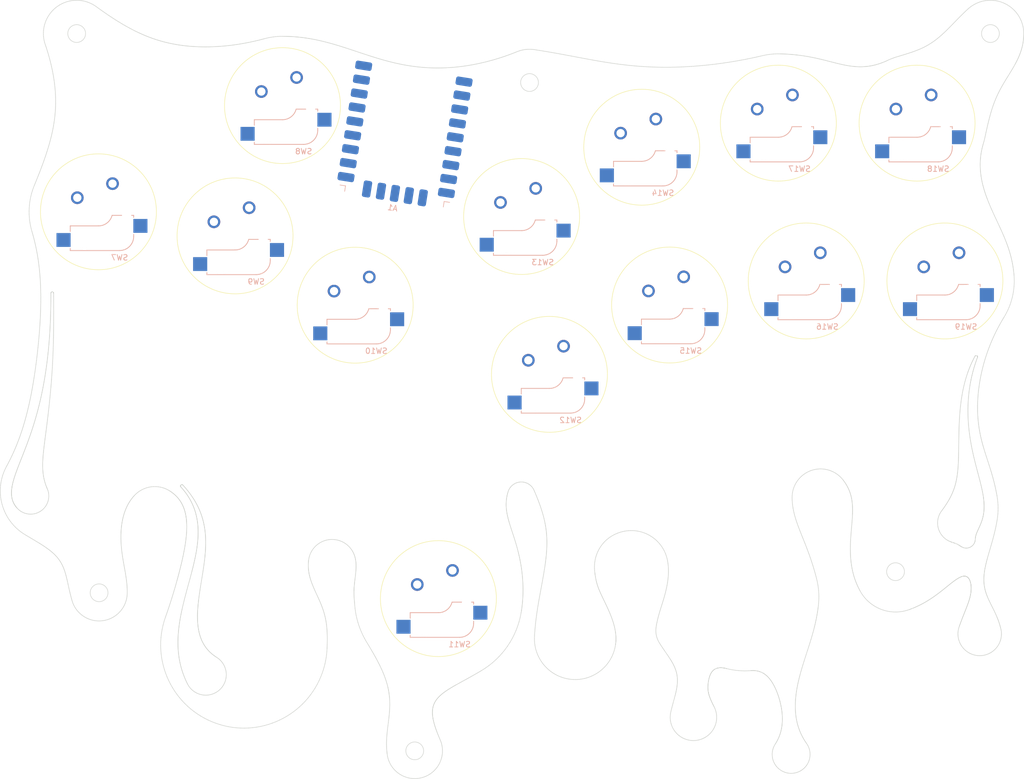
<source format=kicad_pcb>
(kicad_pcb (version 20221018) (generator pcbnew)
  (layers (0 "F.Cu" signal) (31 "B.Cu" signal) (34 "B.Paste" user) (35 "F.Paste" user) (36 "B.SilkS" user "B.Silkscreen") (37 "F.SilkS" user "F.Silkscreen") (38 "B.Mask" user) (39 "F.Mask" user) (44 "Edge.Cuts" user))
  (net 0 "")
  (net 3 "L1")
  (net 4 "L2")
  (net 5 "R1")
  (net 6 "R2")
  (net 7 "TRIANGLE")
  (net 8 "CIRCLE")
  (net 9 "SQUARE")
  (net 10 "CROSS")
  (net 11 "UP")
  (net 12 "RIGHT")
  (net 13 "DOWN")
  (net 14 "LEFT")
  (net 15 "OPT1")
  (net 16 "OPT2")
  (net 17 "OPT3")
  (net 18 "OPT4")
  (net 19 "OPT5")
  (net 20 "OPT6")
  (net 23 "GND")
  (footprint "UWUmasterGatekeeperHusoLib:Kailh_socket_MX_Solder x HS Arcade Keycap 20.9" (layer "F.Cu") (at 166.916969 88.123752)
    (fp_text reference "SW15")
    (fp_text value "SW_Push")
    (fp_text user "${REFERENCE}" (at 3.81 8.255) (layer "B.SilkS") (effects (justify mirror)))
    (pad "" np_thru_hole circle (at -5.08 0) (size 1.7018 1.7018) (drill 1.7018) (layers "*.Cu" "*.Mask"))
    (pad "" np_thru_hole circle (at -2.54 5.08) (size 3 3) (drill 3) (layers "*.Cu" "*.Mask"))
    (pad "" np_thru_hole circle (at 0 0) (size 3.9878 3.9878) (drill 3.9878) (layers "*.Cu" "*.Mask"))
    (pad "" np_thru_hole circle (at 3.81 2.54) (size 3 3) (drill 3) (layers "*.Cu" "*.Mask"))
    (pad "" np_thru_hole circle (at 5.08 0) (size 1.7018 1.7018) (drill 1.7018) (layers "*.Cu" "*.Mask"))
    (pad "1" smd rect (at -6.29 5.08) (size 2.55 2.5) (layers "B.Cu" "B.Paste" "B.Mask") (net 8 "CIRCLE"))
    (pad "1" thru_hole circle (at 2.54 -5.08) (size 2.286 2.286) (drill 1.4986) (layers "*.Cu" "*.Mask") (net 8 "CIRCLE"))
    (pad "2" thru_hole circle (at -3.81 -2.54) (size 2.286 2.286) (drill 1.4986) (layers "*.Cu" "*.Mask") (net 23 "GND"))
    (pad "2" smd rect (at 7.56 2.54) (size 2.55 2.5) (layers "B.Cu" "B.Paste" "B.Mask") (net 23 "GND"))
  )
  (footprint "UWUmasterGatekeeperHusoLib:Kailh_socket_MX_Solder x HS Arcade Keycap 20.9" (layer "F.Cu") (at 216.535217 83.784595)
    (fp_text reference "SW19")
    (fp_text value "SW_Push")
    (fp_text user "${REFERENCE}" (at 3.81 8.255) (layer "B.SilkS") (effects (justify mirror)))
    (pad "" np_thru_hole circle (at -5.08 0) (size 1.7018 1.7018) (drill 1.7018) (layers "*.Cu" "*.Mask"))
    (pad "" np_thru_hole circle (at -2.54 5.08) (size 3 3) (drill 3) (layers "*.Cu" "*.Mask"))
    (pad "" np_thru_hole circle (at 0 0) (size 3.9878 3.9878) (drill 3.9878) (layers "*.Cu" "*.Mask"))
    (pad "" np_thru_hole circle (at 3.81 2.54) (size 3 3) (drill 3) (layers "*.Cu" "*.Mask"))
    (pad "" np_thru_hole circle (at 5.08 0) (size 1.7018 1.7018) (drill 1.7018) (layers "*.Cu" "*.Mask"))
    (pad "1" smd rect (at -6.29 5.08) (size 2.55 2.5) (layers "B.Cu" "B.Paste" "B.Mask") (net 6 "R2"))
    (pad "1" thru_hole circle (at 2.54 -5.08) (size 2.286 2.286) (drill 1.4986) (layers "*.Cu" "*.Mask") (net 6 "R2"))
    (pad "2" thru_hole circle (at -3.81 -2.54) (size 2.286 2.286) (drill 1.4986) (layers "*.Cu" "*.Mask") (net 23 "GND"))
    (pad "2" smd rect (at 7.56 2.54) (size 2.55 2.5) (layers "B.Cu" "B.Paste" "B.Mask") (net 23 "GND"))
  )
  (footprint "UWUmasterGatekeeperHusoLib:Kailh_socket_MX_Solder x HS Arcade Keycap 20.9" (layer "F.Cu") (at 97.148044 52.165168)
    (fp_text reference "SW8")
    (fp_text value "SW_Push")
    (fp_text user "${REFERENCE}" (at 3.81 8.255) (layer "B.SilkS") (effects (justify mirror)))
    (pad "" np_thru_hole circle (at -5.08 0) (size 1.7018 1.7018) (drill 1.7018) (layers "*.Cu" "*.Mask"))
    (pad "" np_thru_hole circle (at -2.54 5.08) (size 3 3) (drill 3) (layers "*.Cu" "*.Mask"))
    (pad "" np_thru_hole circle (at 0 0) (size 3.9878 3.9878) (drill 3.9878) (layers "*.Cu" "*.Mask"))
    (pad "" np_thru_hole circle (at 3.81 2.54) (size 3 3) (drill 3) (layers "*.Cu" "*.Mask"))
    (pad "" np_thru_hole circle (at 5.08 0) (size 1.7018 1.7018) (drill 1.7018) (layers "*.Cu" "*.Mask"))
    (pad "1" smd rect (at -6.29 5.08) (size 2.55 2.5) (layers "B.Cu" "B.Paste" "B.Mask") (net 11 "UP"))
    (pad "1" thru_hole circle (at 2.54 -5.08) (size 2.286 2.286) (drill 1.4986) (layers "*.Cu" "*.Mask") (net 11 "UP"))
    (pad "2" thru_hole circle (at -3.81 -2.54) (size 2.286 2.286) (drill 1.4986) (layers "*.Cu" "*.Mask") (net 23 "GND"))
    (pad "2" smd rect (at 7.56 2.54) (size 2.55 2.5) (layers "B.Cu" "B.Paste" "B.Mask") (net 23 "GND"))
  )
  (footprint "UWUmasterGatekeeperHusoLib:Kailh_socket_MX_Solder x HS Arcade Keycap 20.9" (layer "F.Cu") (at 161.89695 59.665214)
    (fp_text reference "SW14")
    (fp_text value "SW_Push")
    (fp_text user "${REFERENCE}" (at 3.81 8.255) (layer "B.SilkS") (effects (justify mirror)))
    (pad "" np_thru_hole circle (at -5.08 0) (size 1.7018 1.7018) (drill 1.7018) (layers "*.Cu" "*.Mask"))
    (pad "" np_thru_hole circle (at -2.54 5.08) (size 3 3) (drill 3) (layers "*.Cu" "*.Mask"))
    (pad "" np_thru_hole circle (at 0 0) (size 3.9878 3.9878) (drill 3.9878) (layers "*.Cu" "*.Mask"))
    (pad "" np_thru_hole circle (at 3.81 2.54) (size 3 3) (drill 3) (layers "*.Cu" "*.Mask"))
    (pad "" np_thru_hole circle (at 5.08 0) (size 1.7018 1.7018) (drill 1.7018) (layers "*.Cu" "*.Mask"))
    (pad "1" smd rect (at -6.29 5.08) (size 2.55 2.5) (layers "B.Cu" "B.Paste" "B.Mask") (net 7 "TRIANGLE"))
    (pad "1" thru_hole circle (at 2.54 -5.08) (size 2.286 2.286) (drill 1.4986) (layers "*.Cu" "*.Mask") (net 7 "TRIANGLE"))
    (pad "2" thru_hole circle (at -3.81 -2.54) (size 2.286 2.286) (drill 1.4986) (layers "*.Cu" "*.Mask") (net 23 "GND"))
    (pad "2" smd rect (at 7.56 2.54) (size 2.55 2.5) (layers "B.Cu" "B.Paste" "B.Mask") (net 23 "GND"))
  )
  (footprint "UWUmasterGatekeeperHusoLib:Kailh_socket_MX_Solder x HS Arcade Keycap 20.9" (layer "F.Cu") (at 145.26345 100.626175)
    (fp_text reference "SW12")
    (fp_text value "SW_Push")
    (fp_text user "${REFERENCE}" (at 3.81 8.255) (layer "B.SilkS") (effects (justify mirror)))
    (pad "" np_thru_hole circle (at -5.08 0) (size 1.7018 1.7018) (drill 1.7018) (layers "*.Cu" "*.Mask"))
    (pad "" np_thru_hole circle (at -2.54 5.08) (size 3 3) (drill 3) (layers "*.Cu" "*.Mask"))
    (pad "" np_thru_hole circle (at 0 0) (size 3.9878 3.9878) (drill 3.9878) (layers "*.Cu" "*.Mask"))
    (pad "" np_thru_hole circle (at 3.81 2.54) (size 3 3) (drill 3) (layers "*.Cu" "*.Mask"))
    (pad "" np_thru_hole circle (at 5.08 0) (size 1.7018 1.7018) (drill 1.7018) (layers "*.Cu" "*.Mask"))
    (pad "1" smd rect (at -6.29 5.08) (size 2.55 2.5) (layers "B.Cu" "B.Paste" "B.Mask") (net 10 "CROSS"))
    (pad "1" thru_hole circle (at 2.54 -5.08) (size 2.286 2.286) (drill 1.4986) (layers "*.Cu" "*.Mask") (net 10 "CROSS"))
    (pad "2" thru_hole circle (at -3.81 -2.54) (size 2.286 2.286) (drill 1.4986) (layers "*.Cu" "*.Mask") (net 23 "GND"))
    (pad "2" smd rect (at 7.56 2.54) (size 2.55 2.5) (layers "B.Cu" "B.Paste" "B.Mask") (net 23 "GND"))
  )
  (footprint "UWUmasterGatekeeperHusoLib:Kailh_socket_MX_Solder x HS Arcade Keycap 20.9" (layer "F.Cu") (at 110.2467 88.155502)
    (fp_text reference "SW10")
    (fp_text value "SW_Push")
    (fp_text user "${REFERENCE}" (at 3.81 8.255) (layer "B.SilkS") (effects (justify mirror)))
    (pad "" np_thru_hole circle (at -5.08 0) (size 1.7018 1.7018) (drill 1.7018) (layers "*.Cu" "*.Mask"))
    (pad "" np_thru_hole circle (at -2.54 5.08) (size 3 3) (drill 3) (layers "*.Cu" "*.Mask"))
    (pad "" np_thru_hole circle (at 0 0) (size 3.9878 3.9878) (drill 3.9878) (layers "*.Cu" "*.Mask"))
    (pad "" np_thru_hole circle (at 3.81 2.54) (size 3 3) (drill 3) (layers "*.Cu" "*.Mask"))
    (pad "" np_thru_hole circle (at 5.08 0) (size 1.7018 1.7018) (drill 1.7018) (layers "*.Cu" "*.Mask"))
    (pad "1" smd rect (at -6.29 5.08) (size 2.55 2.5) (layers "B.Cu" "B.Paste" "B.Mask") (net 12 "RIGHT"))
    (pad "1" thru_hole circle (at 2.54 -5.08) (size 2.286 2.286) (drill 1.4986) (layers "*.Cu" "*.Mask") (net 12 "RIGHT"))
    (pad "2" thru_hole circle (at -3.81 -2.54) (size 2.286 2.286) (drill 1.4986) (layers "*.Cu" "*.Mask") (net 23 "GND"))
    (pad "2" smd rect (at 7.56 2.54) (size 2.55 2.5) (layers "B.Cu" "B.Paste" "B.Mask") (net 23 "GND"))
  )
  (footprint "UWUmasterGatekeeperHusoLib:Kailh_socket_MX_Solder x HS Arcade Keycap 20.9" (layer "F.Cu") (at 191.537361 83.784595)
    (fp_text reference "SW16")
    (fp_text value "SW_Push")
    (fp_text user "${REFERENCE}" (at 3.81 8.255) (layer "B.SilkS") (effects (justify mirror)))
    (pad "" np_thru_hole circle (at -5.08 0) (size 1.7018 1.7018) (drill 1.7018) (layers "*.Cu" "*.Mask"))
    (pad "" np_thru_hole circle (at -2.54 5.08) (size 3 3) (drill 3) (layers "*.Cu" "*.Mask"))
    (pad "" np_thru_hole circle (at 0 0) (size 3.9878 3.9878) (drill 3.9878) (layers "*.Cu" "*.Mask"))
    (pad "" np_thru_hole circle (at 3.81 2.54) (size 3 3) (drill 3) (layers "*.Cu" "*.Mask"))
    (pad "" np_thru_hole circle (at 5.08 0) (size 1.7018 1.7018) (drill 1.7018) (layers "*.Cu" "*.Mask"))
    (pad "1" smd rect (at -6.29 5.08) (size 2.55 2.5) (layers "B.Cu" "B.Paste" "B.Mask") (net 5 "R1"))
    (pad "1" thru_hole circle (at 2.54 -5.08) (size 2.286 2.286) (drill 1.4986) (layers "*.Cu" "*.Mask") (net 5 "R1"))
    (pad "2" thru_hole circle (at -3.81 -2.54) (size 2.286 2.286) (drill 1.4986) (layers "*.Cu" "*.Mask") (net 23 "GND"))
    (pad "2" smd rect (at 7.56 2.54) (size 2.55 2.5) (layers "B.Cu" "B.Paste" "B.Mask") (net 23 "GND"))
  )
  (footprint "UWUmasterGatekeeperHusoLib:Kailh_socket_MX_Solder x HS Arcade Keycap 20.9" (layer "F.Cu") (at 186.517333 55.32253)
    (fp_text reference "SW17")
    (fp_text value "SW_Push")
    (fp_text user "${REFERENCE}" (at 3.81 8.255) (layer "B.SilkS") (effects (justify mirror)))
    (pad "" np_thru_hole circle (at -5.08 0) (size 1.7018 1.7018) (drill 1.7018) (layers "*.Cu" "*.Mask"))
    (pad "" np_thru_hole circle (at -2.54 5.08) (size 3 3) (drill 3) (layers "*.Cu" "*.Mask"))
    (pad "" np_thru_hole circle (at 0 0) (size 3.9878 3.9878) (drill 3.9878) (layers "*.Cu" "*.Mask"))
    (pad "" np_thru_hole circle (at 3.81 2.54) (size 3 3) (drill 3) (layers "*.Cu" "*.Mask"))
    (pad "" np_thru_hole circle (at 5.08 0) (size 1.7018 1.7018) (drill 1.7018) (layers "*.Cu" "*.Mask"))
    (pad "1" smd rect (at -6.29 5.08) (size 2.55 2.5) (layers "B.Cu" "B.Paste" "B.Mask") (net 3 "L1"))
    (pad "1" thru_hole circle (at 2.54 -5.08) (size 2.286 2.286) (drill 1.4986) (layers "*.Cu" "*.Mask") (net 3 "L1"))
    (pad "2" thru_hole circle (at -3.81 -2.54) (size 2.286 2.286) (drill 1.4986) (layers "*.Cu" "*.Mask") (net 23 "GND"))
    (pad "2" smd rect (at 7.56 2.54) (size 2.55 2.5) (layers "B.Cu" "B.Paste" "B.Mask") (net 23 "GND"))
  )
  (footprint "UWUmasterGatekeeperHusoLib:Kailh_socket_MX_Solder x HS Arcade Keycap 20.9" (layer "F.Cu") (at 140.24694 72.164114)
    (fp_text reference "SW13")
    (fp_text value "SW_Push")
    (fp_text user "${REFERENCE}" (at 3.81 8.255) (layer "B.SilkS") (effects (justify mirror)))
    (pad "" np_thru_hole circle (at -5.08 0) (size 1.7018 1.7018) (drill 1.7018) (layers "*.Cu" "*.Mask"))
    (pad "" np_thru_hole circle (at -2.54 5.08) (size 3 3) (drill 3) (layers "*.Cu" "*.Mask"))
    (pad "" np_thru_hole circle (at 0 0) (size 3.9878 3.9878) (drill 3.9878) (layers "*.Cu" "*.Mask"))
    (pad "" np_thru_hole circle (at 3.81 2.54) (size 3 3) (drill 3) (layers "*.Cu" "*.Mask"))
    (pad "" np_thru_hole circle (at 5.08 0) (size 1.7018 1.7018) (drill 1.7018) (layers "*.Cu" "*.Mask"))
    (pad "1" smd rect (at -6.29 5.08) (size 2.55 2.5) (layers "B.Cu" "B.Paste" "B.Mask") (net 9 "SQUARE"))
    (pad "1" thru_hole circle (at 2.54 -5.08) (size 2.286 2.286) (drill 1.4986) (layers "*.Cu" "*.Mask") (net 9 "SQUARE"))
    (pad "2" thru_hole circle (at -3.81 -2.54) (size 2.286 2.286) (drill 1.4986) (layers "*.Cu" "*.Mask") (net 23 "GND"))
    (pad "2" smd rect (at 7.56 2.54) (size 2.55 2.5) (layers "B.Cu" "B.Paste" "B.Mask") (net 23 "GND"))
  )
  (footprint "UWUmasterGatekeeperHusoLib:Kailh_socket_MX_Solder x HS Arcade Keycap 20.9" (layer "F.Cu") (at 63.976314 71.313917)
    (fp_text reference "SW7")
    (fp_text value "SW_Push")
    (fp_text user "${REFERENCE}" (at 3.81 8.255) (layer "B.SilkS") (effects (justify mirror)))
    (pad "" np_thru_hole circle (at -5.08 0) (size 1.7018 1.7018) (drill 1.7018) (layers "*.Cu" "*.Mask"))
    (pad "" np_thru_hole circle (at -2.54 5.08) (size 3 3) (drill 3) (layers "*.Cu" "*.Mask"))
    (pad "" np_thru_hole circle (at 0 0) (size 3.9878 3.9878) (drill 3.9878) (layers "*.Cu" "*.Mask"))
    (pad "" np_thru_hole circle (at 3.81 2.54) (size 3 3) (drill 3) (layers "*.Cu" "*.Mask"))
    (pad "" np_thru_hole circle (at 5.08 0) (size 1.7018 1.7018) (drill 1.7018) (layers "*.Cu" "*.Mask"))
    (pad "1" smd rect (at -6.29 5.08) (size 2.55 2.5) (layers "B.Cu" "B.Paste" "B.Mask") (net 14 "LEFT"))
    (pad "1" thru_hole circle (at 2.54 -5.08) (size 2.286 2.286) (drill 1.4986) (layers "*.Cu" "*.Mask") (net 14 "LEFT"))
    (pad "2" thru_hole circle (at -3.81 -2.54) (size 2.286 2.286) (drill 1.4986) (layers "*.Cu" "*.Mask") (net 23 "GND"))
    (pad "2" smd rect (at 7.56 2.54) (size 2.55 2.5) (layers "B.Cu" "B.Paste" "B.Mask") (net 23 "GND"))
  )
  (footprint "UWUmasterGatekeeperHusoLib:Kailh_socket_MX_Solder x HS Arcade Keycap 26.15" (layer "F.Cu") (at 125.246818 141.072094)
    (fp_text reference "SW11")
    (fp_text value "SW_Push")
    (fp_text user "${REFERENCE}" (at 3.81 8.255) (layer "B.SilkS") (effects (justify mirror)))
    (pad "" np_thru_hole circle (at -5.08 0) (size 1.7018 1.7018) (drill 1.7018) (layers "*.Cu" "*.Mask"))
    (pad "" np_thru_hole circle (at -2.54 5.08) (size 3 3) (drill 3) (layers "*.Cu" "*.Mask"))
    (pad "" np_thru_hole circle (at 0 0) (size 3.9878 3.9878) (drill 3.9878) (layers "*.Cu" "*.Mask"))
    (pad "" np_thru_hole circle (at 3.81 2.54) (size 3 3) (drill 3) (layers "*.Cu" "*.Mask"))
    (pad "" np_thru_hole circle (at 5.08 0) (size 1.7018 1.7018) (drill 1.7018) (layers "*.Cu" "*.Mask"))
    (pad "1" smd rect (at -6.29 5.08) (size 2.55 2.5) (layers "B.Cu" "B.Paste" "B.Mask") (net 11 "UP"))
    (pad "1" thru_hole circle (at 2.54 -5.08) (size 2.286 2.286) (drill 1.4986) (layers "*.Cu" "*.Mask") (net 11 "UP"))
    (pad "2" thru_hole circle (at -3.81 -2.54) (size 2.286 2.286) (drill 1.4986) (layers "*.Cu" "*.Mask") (net 23 "GND"))
    (pad "2" smd rect (at 7.56 2.54) (size 2.55 2.5) (layers "B.Cu" "B.Paste" "B.Mask") (net 23 "GND"))
  )
  (footprint "UWUmasterGatekeeperHusoLib:Kailh_socket_MX_Solder x HS Arcade Keycap 20.9" (layer "F.Cu") (at 211.518722 55.32253)
    (fp_text reference "SW18")
    (fp_text value "SW_Push")
    (fp_text user "${REFERENCE}" (at 3.81 8.255) (layer "B.SilkS") (effects (justify mirror)))
    (pad "" np_thru_hole circle (at -5.08 0) (size 1.7018 1.7018) (drill 1.7018) (layers "*.Cu" "*.Mask"))
    (pad "" np_thru_hole circle (at -2.54 5.08) (size 3 3) (drill 3) (layers "*.Cu" "*.Mask"))
    (pad "" np_thru_hole circle (at 0 0) (size 3.9878 3.9878) (drill 3.9878) (layers "*.Cu" "*.Mask"))
    (pad "" np_thru_hole circle (at 3.81 2.54) (size 3 3) (drill 3) (layers "*.Cu" "*.Mask"))
    (pad "" np_thru_hole circle (at 5.08 0) (size 1.7018 1.7018) (drill 1.7018) (layers "*.Cu" "*.Mask"))
    (pad "1" smd rect (at -6.29 5.08) (size 2.55 2.5) (layers "B.Cu" "B.Paste" "B.Mask") (net 4 "L2"))
    (pad "1" thru_hole circle (at 2.54 -5.08) (size 2.286 2.286) (drill 1.4986) (layers "*.Cu" "*.Mask") (net 4 "L2"))
    (pad "2" thru_hole circle (at -3.81 -2.54) (size 2.286 2.286) (drill 1.4986) (layers "*.Cu" "*.Mask") (net 23 "GND"))
    (pad "2" smd rect (at 7.56 2.54) (size 2.55 2.5) (layers "B.Cu" "B.Paste" "B.Mask") (net 23 "GND"))
  )
  (footprint "UWUmasterGatekeeperHusoLib:Kailh_socket_MX_Solder x HS Arcade Keycap 20.9" (layer "F.Cu") (at 88.596698 75.656608)
    (fp_text reference "SW9")
    (fp_text value "SW_Push")
    (fp_text user "${REFERENCE}" (at 3.81 8.255) (layer "B.SilkS") (effects (justify mirror)))
    (pad "" np_thru_hole circle (at -5.08 0) (size 1.7018 1.7018) (drill 1.7018) (layers "*.Cu" "*.Mask"))
    (pad "" np_thru_hole circle (at -2.54 5.08) (size 3 3) (drill 3) (layers "*.Cu" "*.Mask"))
    (pad "" np_thru_hole circle (at 0 0) (size 3.9878 3.9878) (drill 3.9878) (layers "*.Cu" "*.Mask"))
    (pad "" np_thru_hole circle (at 3.81 2.54) (size 3 3) (drill 3) (layers "*.Cu" "*.Mask"))
    (pad "" np_thru_hole circle (at 5.08 0) (size 1.7018 1.7018) (drill 1.7018) (layers "*.Cu" "*.Mask"))
    (pad "1" smd rect (at -6.29 5.08) (size 2.55 2.5) (layers "B.Cu" "B.Paste" "B.Mask") (net 13 "DOWN"))
    (pad "1" thru_hole circle (at 2.54 -5.08) (size 2.286 2.286) (drill 1.4986) (layers "*.Cu" "*.Mask") (net 13 "DOWN"))
    (pad "2" thru_hole circle (at -3.81 -2.54) (size 2.286 2.286) (drill 1.4986) (layers "*.Cu" "*.Mask") (net 23 "GND"))
    (pad "2" smd rect (at 7.56 2.54) (size 2.55 2.5) (layers "B.Cu" "B.Paste" "B.Mask") (net 23 "GND"))
  )
  (footprint "RP2040-Zero:RP2040-Zero" (layer "B.Cu") (at 119.234401 56.438974 171)
    (fp_text reference "A1" (at 0 -14.35 -9 unlocked) (layer "B.SilkS") (effects (justify mirror)))
    (fp_text value "RP2040-Zero")
    (pad "1" smd roundrect (at 9.16 10.16 351) (size 3 1.524) (layers "B.Cu" "B.Paste" "B.Mask"))
    (pad "2" smd roundrect (at 9.16 7.62 351) (size 3 1.524) (layers "B.Cu" "B.Paste" "B.Mask"))
    (pad "3" smd roundrect (at 9.16 5.08 351) (size 3 1.524) (layers "B.Cu" "B.Paste" "B.Mask") (net 3 "L1"))
    (pad "4" smd roundrect (at 9.16 2.54 351) (size 3 1.524) (layers "B.Cu" "B.Paste" "B.Mask") (net 4 "L2"))
    (pad "5" smd roundrect (at 9.16 0 351) (size 3 1.524) (layers "B.Cu" "B.Paste" "B.Mask") (net 5 "R1"))
    (pad "6" smd roundrect (at 9.16 -2.54 351) (size 3 1.524) (layers "B.Cu" "B.Paste" "B.Mask") (net 6 "R2"))
    (pad "7" smd roundrect (at 9.16 -5.08 351) (size 3 1.524) (layers "B.Cu" "B.Paste" "B.Mask") (net 7 "TRIANGLE"))
    (pad "8" smd roundrect (at 9.16 -7.62 351) (size 3 1.524) (layers "B.Cu" "B.Paste" "B.Mask") (net 8 "CIRCLE"))
    (pad "9" smd roundrect (at 9.16 -10.16 351) (size 3 1.524) (layers "B.Cu" "B.Paste" "B.Mask") (net 9 "SQUARE"))
    (pad "10" smd roundrect (at 5.08 -11.7 261) (size 3 1.524) (layers "B.Cu" "B.Paste" "B.Mask") (net 10 "CROSS"))
    (pad "11" smd roundrect (at 2.54 -11.7 261) (size 3 1.524) (layers "B.Cu" "B.Paste" "B.Mask") (net 11 "UP"))
    (pad "12" smd roundrect (at 0 -11.7 261) (size 3 1.524) (layers "B.Cu" "B.Paste" "B.Mask") (net 12 "RIGHT"))
    (pad "13" smd roundrect (at -2.54 -11.7 261) (size 3 1.524) (layers "B.Cu" "B.Paste" "B.Mask") (net 13 "DOWN"))
    (pad "14" smd roundrect (at -5.08 -11.7 81) (size 3 1.524) (layers "B.Cu" "B.Paste" "B.Mask") (net 14 "LEFT"))
    (pad "15" smd roundrect (at -9.16 -10.16 351) (size 3 1.524) (layers "B.Cu" "B.Paste" "B.Mask") (net 15 "OPT1"))
    (pad "16" smd roundrect (at -9.16 -7.62 351) (size 3 1.524) (layers "B.Cu" "B.Paste" "B.Mask") (net 16 "OPT2"))
    (pad "17" smd roundrect (at -9.16 -5.08 351) (size 3 1.524) (layers "B.Cu" "B.Paste" "B.Mask") (net 17 "OPT3"))
    (pad "18" smd roundrect (at -9.16 -2.54 351) (size 3 1.524) (layers "B.Cu" "B.Paste" "B.Mask") (net 18 "OPT4"))
    (pad "19" smd roundrect (at -9.16 0 351) (size 3 1.524) (layers "B.Cu" "B.Paste" "B.Mask") (net 19 "OPT5"))
    (pad "20" smd roundrect (at -9.16 2.54 351) (size 3 1.524) (layers "B.Cu" "B.Paste" "B.Mask") (net 20 "OPT6"))
    (pad "21" smd roundrect (at -9.16 5.08 351) (size 3 1.524) (layers "B.Cu" "B.Paste" "B.Mask"))
    (pad "22" smd roundrect (at -9.16 10.16 351) (size 3 1.524) (layers "B.Cu" "B.Paste" "B.Mask"))
    (pad "23" smd roundrect (at -9.16 7.62 351) (size 3 1.524) (layers "B.Cu" "B.Paste" "B.Mask") (net 23 "GND"))
  )
  (gr_line (start 228.882913 85.721794) (end 228.949758 85.233582) (stroke (width 0.1)) (layer "Edge.Cuts"))
  (gr_line (start 82.595947 41.564213) (end 82.465416 41.560684) (stroke (width 0.1)) (layer "Edge.Cuts"))
  (gr_line (start 79.861916 127.197365) (end 79.86544 127.246758) (stroke (width 0.1)) (layer "Edge.Cuts"))
  (gr_line (start 81.837471 131.00383) (end 81.844528 130.940338) (stroke (width 0.1)) (layer "Edge.Cuts"))
  (gr_line (start 84.031754 41.560684) (end 83.897697 41.564213) (stroke (width 0.1)) (layer "Edge.Cuts"))
  (gr_line (start 173.8526 156.449661) (end 173.85965 156.389679) (stroke (width 0.1)) (layer "Edge.Cuts"))
  (gr_line (start 51.264984 125.802363) (end 51.420888 125.822069) (stroke (width 0.1)) (layer "Edge.Cuts"))
  (gr_line (start 186.873627 165.35022) (end 186.852463 165.420776) (stroke (width 0.1)) (layer "Edge.Cuts"))
  (gr_line (start 221.181305 140.211319) (end 221.174255 140.243073) (stroke (width 0.1)) (layer "Edge.Cuts"))
  (gr_line (start 175.806992 153.553345) (end 175.828156 153.553345) (stroke (width 0.1)) (layer "Edge.Cuts"))
  (gr_line (start 116.48381 159.995056) (end 116.48381 160.153824) (stroke (width 0.1)) (layer "Edge.Cuts"))
  (gr_line (start 79.09639 124.131729) (end 79.117554 124.174057) (stroke (width 0.1)) (layer "Edge.Cuts"))
  (gr_line (start 59.990975 143.017561) (end 60.141895 143.214013) (stroke (width 0.1)) (layer "Edge.Cuts"))
  (gr_line (start 221.202484 140.08078) (end 221.195419 140.112549) (stroke (width 0.1)) (layer "Edge.Cuts"))
  (gr_line (start 223.932983 134.817352) (end 223.950623 134.736206) (stroke (width 0.1)) (layer "Edge.Cuts"))
  (gr_line (start 139.223892 131.159058) (end 139.170975 130.989716) (stroke (width 0.1)) (layer "Edge.Cuts"))
  (gr_line (start 71.88913 39.309967) (end 71.786827 39.264107) (stroke (width 0.1)) (layer "Edge.Cuts"))
  (gr_line (start 222.193787 129.43045) (end 222.179672 129.472778) (stroke (width 0.1)) (layer "Edge.Cuts"))
  (gr_line (start 230.318268 42.068687) (end 230.342957 41.991074) (stroke (width 0.1)) (layer "Edge.Cuts"))
  (gr_line (start 115.397255 154.721039) (end 115.460762 154.876266) (stroke (width 0.1)) (layer "Edge.Cuts"))
  (gr_line (start 81.385918 123.517899) (end 81.424721 123.581398) (stroke (width 0.1)) (layer "Edge.Cuts"))
  (gr_line (start 53.495277 90.448563) (end 53.48822 90.621422) (stroke (width 0.1)) (layer "Edge.Cuts"))
  (gr_line (start 182.160507 154.054291) (end 182.21344 154.057831) (stroke (width 0.1)) (layer "Edge.Cuts"))
  (gr_line (start 124.978706 165.096222) (end 124.954018 165.02919) (stroke (width 0.1)) (layer "Edge.Cuts"))
  (gr_line (start 228.328583 79.022102) (end 228.303894 78.926849) (stroke (width 0.1)) (layer "Edge.Cuts"))
  (gr_line (start 157.23674 148.713242) (end 157.240265 148.681488) (stroke (width 0.1)) (layer "Edge.Cuts"))
  (gr_line (start 201.108231 45.155487) (end 201.037674 45.155487) (stroke (width 0.1)) (layer "Edge.Cuts"))
  (gr_line (start 130.344467 155.571228) (end 130.496155 155.490097) (stroke (width 0.1)) (layer "Edge.Cuts"))
  (gr_line (start 48.372936 121.08374) (end 48.379993 121.03434) (stroke (width 0.1)) (layer "Edge.Cuts"))
  (gr_line (start 218.383774 120.607483) (end 218.408463 120.529877) (stroke (width 0.1)) (layer "Edge.Cuts"))
  (gr_line (start 221.135452 112.507721) (end 221.156616 112.631187) (stroke (width 0.1)) (layer "Edge.Cuts"))
  (gr_line (start 219.032898 112.740547) (end 219.036423 112.613548) (stroke (width 0.1)) (layer "Edge.Cuts"))
  (gr_line (start 142.966873 143.855499) (end 142.93512 144.098923) (stroke (width 0.1)) (layer "Edge.Cuts"))
  (gr_line (start 216.831558 138.966019) (end 216.873886 138.93074) (stroke (width 0.1)) (layer "Edge.Cuts"))
  (gr_line (start 223.746002 135.70282) (end 223.760132 135.621689) (stroke (width 0.1)) (layer "Edge.Cuts"))
  (gr_line (start 81.830421 144.681) (end 81.830421 144.740982) (stroke (width 0.1)) (layer "Edge.Cuts"))
  (gr_line (start 153.764742 154.572379) (end 154.043827 154.390806) (stroke (width 0.1)) (layer "Edge.Cuts"))
  (gr_line (start 69.359711 123.987083) (end 69.394989 123.923592) (stroke (width 0.1)) (layer "Edge.Cuts"))
  (gr_line (start 223.509644 123.062813) (end 223.516708 123.108673) (stroke (width 0.1)) (layer "Edge.Cuts"))
  (gr_line (start 55.760113 97.50058) (end 55.749527 97.800438) (stroke (width 0.1)) (layer "Edge.Cuts"))
  (gr_line (start 189.600616 161.37796) (end 189.593552 161.2827) (stroke (width 0.1)) (layer "Edge.Cuts"))
  (gr_line (start 205.105225 44.464043) (end 205.027588 44.492268) (stroke (width 0.1)) (layer "Edge.Cuts"))
  (gr_line (start 219.71022 144.515198) (end 219.692581 144.557526) (stroke (width 0.1)) (layer "Edge.Cuts"))
  (gr_line (start 199.813553 126.968056) (end 199.802948 127.126801) (stroke (width 0.1)) (layer "Edge.Cuts"))
  (gr_line (start 55.52375 132.623077) (end 55.611946 132.697159) (stroke (width 0.1)) (layer "Edge.Cuts"))
  (gr_line (start 110.341942 134.221161) (end 110.356056 134.309357) (stroke (width 0.1)) (layer "Edge.Cuts"))
  (gr_line (start 55.400276 87.393501) (end 55.400276 87.287674) (stroke (width 0.1)) (layer "Edge.Cuts"))
  (gr_line (start 79.286888 124.548004) (end 79.304527 124.590347) (stroke (width 0.1)) (layer "Edge.Cuts"))
  (gr_line (start 50.348495 115.153549) (end 50.37672 115.086525) (stroke (width 0.1)) (layer "Edge.Cuts"))
  (gr_line (start 220.952011 141.195557) (end 220.941406 141.22731) (stroke (width 0.1)) (layer "Edge.Cuts"))
  (gr_line (start 79.86544 127.246758) (end 79.868965 127.296143) (stroke (width 0.1)) (layer "Edge.Cuts"))
  (gr_line (start 155.733917 142.761887) (end 155.684525 142.649002) (stroke (width 0.1)) (layer "Edge.Cuts"))
  (gr_line (start 229.774994 43.522129) (end 229.806732 43.448048) (stroke (width 0.1)) (layer "Edge.Cuts"))
  (gr_line (start 79.332748 154.869217) (end 79.300995 154.788071) (stroke (width 0.1)) (layer "Edge.Cuts"))
  (gr_line (start 116.575892 170.893302) (end 116.696581 171.105397) (stroke (width 0.1)) (layer "Edge.Cuts"))
  (gr_line (start 51.636135 111.713974) (end 51.660831 111.639885) (stroke (width 0.1)) (layer "Edge.Cuts"))
  (gr_line (start 102.139854 137.389099) (end 102.11869 137.322067) (stroke (width 0.1)) (layer "Edge.Cuts"))
  (gr_line (start 124.474236 163.568695) (end 124.456604 163.508728) (stroke (width 0.1)) (layer "Edge.Cuts"))
  (gr_line (start 221.244812 139.728012) (end 221.241287 139.759766) (stroke (width 0.1)) (layer "Edge.Cuts"))
  (gr_line (start 80.119446 138.768448) (end 80.161774 138.61676) (stroke (width 0.1)) (layer "Edge.Cuts"))
  (gr_line (start 112.349251 148.970779) (end 112.525642 149.260056) (stroke (width 0.1)) (layer "Edge.Cuts"))
  (gr_line (start 167.640182 153.045349) (end 167.68251 153.14061) (stroke (width 0.1)) (layer "Edge.Cuts"))
  (gr_line (start 223.721298 139.237656) (end 223.707199 139.170624) (stroke (width 0.1)) (layer "Edge.Cuts"))
  (gr_line (start 175.852844 153.54982) (end 175.874008 153.546295) (stroke (width 0.1)) (layer "Edge.Cuts"))
  (gr_line (start 142.93512 144.098923) (end 142.899841 144.342331) (stroke (width 0.1)) (layer "Edge.Cuts"))
  (gr_line (start 221.163666 140.310089) (end 221.156616 140.341843) (stroke (width 0.1)) (layer "Edge.Cuts"))
  (gr_line (start 81.865692 145.467697) (end 81.872749 145.527664) (stroke (width 0.1)) (layer "Edge.Cuts"))
  (gr_line (start 82.839363 149.101303) (end 82.867584 149.147156) (stroke (width 0.1)) (layer "Edge.Cuts"))
  (gr_line (start 78.263832 122.879372) (end 78.295578 122.91465) (stroke (width 0.1)) (layer "Edge.Cuts"))
  (gr_line (start 66.685654 36.455997) (end 66.481041 36.325474) (stroke (width 0.1)) (layer "Edge.Cuts"))
  (gr_line (start 54.274918 112.864021) (end 54.257278 112.994545) (stroke (width 0.1)) (layer "Edge.Cuts"))
  (gr_line (start 99.994965 39.803856) (end 99.910294 39.793274) (stroke (width 0.1)) (layer "Edge.Cuts"))
  (gr_line (start 55.5555 101.091843) (end 55.530807 101.391708) (stroke (width 0.1)) (layer "Edge.Cuts"))
  (gr_line (start 144.169846 136.930481) (end 144.127502 137.163315) (stroke (width 0.1)) (layer "Edge.Cuts"))
  (gr_line (start 155.081268 141.379013) (end 155.031876 141.280228) (stroke (width 0.1)) (layer "Edge.Cuts"))
  (gr_line (start 216.810394 38.607941) (end 216.655167 38.759636) (stroke (width 0.1)) (layer "Edge.Cuts"))
  (gr_line (start 216.132238 129.833517) (end 216.256051 129.965931) (stroke (width 0.1)) (layer "Edge.Cuts"))
  (gr_line (start 148.422189 155.518567) (end 148.78712 155.583711) (stroke (width 0.1)) (layer "Edge.Cuts"))
  (gr_line (start 53.756332 131.353073) (end 53.862164 131.420105) (stroke (width 0.1)) (layer "Edge.Cuts"))
  (gr_line (start 48.538742 114.973633) (end 48.468189 115.12532) (stroke (width 0.1)) (layer "Edge.Cuts"))
  (gr_line (start 68.710602 37.697777) (end 68.509514 37.577831) (stroke (width 0.1)) (layer "Edge.Cuts"))
  (gr_line (start 223.414383 122.389008) (end 223.428513 122.487785) (stroke (width 0.1)) (layer "Edge.Cuts"))
  (gr_line (start 124.177902 161.885956) (end 124.17437 161.833023) (stroke (width 0.1)) (layer "Edge.Cuts"))
  (gr_line (start 221.265976 139.03656) (end 221.265976 139.064789) (stroke (width 0.1)) (layer "Edge.Cuts"))
  (gr_line (start 167.234467 152.315109) (end 167.290924 152.406815) (stroke (width 0.1)) (layer "Edge.Cuts"))
  (gr_line (start 88.748398 41.162048) (end 88.610809 41.183216) (stroke (width 0.1)) (layer "Edge.Cuts"))
  (gr_line (start 68.23082 132.880615) (end 68.213181 132.735962) (stroke (width 0.1)) (layer "Edge.Cuts"))
  (gr_line (start 230.508759 41.349022) (end 230.526413 41.267883) (stroke (width 0.1)) (layer "Edge.Cuts"))
  (gr_line (start 143.55954 124.241089) (end 143.619507 124.410423) (stroke (width 0.1)) (layer "Edge.Cuts"))
  (gr_line (start 53.213055 94.385544) (end 53.181305 94.727745) (stroke (width 0.1)) (layer "Edge.Cuts"))
  (gr_line (start 54.733524 121.214264) (end 54.754696 121.260124) (stroke (width 0.1)) (layer "Edge.Cuts"))
  (gr_line (start 101.818825 134.443405) (end 101.82589 134.376373) (stroke (width 0.1)) (layer "Edge.Cuts"))
  (gr_line (start 81.201152 157.815136) (end 81.34968 157.9139) (stroke (width 0.1)) (layer "Edge.Cuts"))
  (gr_line (start 220.165314 137.022217) (end 220.182953 137.025742) (stroke (width 0.1)) (layer "Edge.Cuts"))
  (gr_line (start 48.838608 124.107033) (end 48.828022 124.085861) (stroke (width 0.1)) (layer "Edge.Cuts"))
  (gr_line (start 219.061127 111.17775) (end 219.064636 111.047218) (stroke (width 0.1)) (layer "Edge.Cuts"))
  (gr_line (start 204.558395 44.651016) (end 204.480789 44.675709) (stroke (width 0.1)) (layer "Edge.Cuts"))
  (gr_line (start 227.826164 34.017185) (end 227.574108 33.873976) (stroke (width 0.1)) (layer "Edge.Cuts"))
  (gr_line (start 78.926921 120.545476) (end 78.915659 120.550536) (stroke (width 0.1)) (layer "Edge.Cuts"))
  (gr_line (start 83.297974 131.469498) (end 83.297974 131.536514) (stroke (width 0.1)) (layer "Edge.Cuts"))
  (gr_line (start 68.329597 126.812836) (end 68.347237 126.738754) (stroke (width 0.1)) (layer "Edge.Cuts"))
  (gr_line (start 144.758972 132.354965) (end 144.751923 132.457275) (stroke (width 0.1)) (layer "Edge.Cuts"))
  (gr_line (start 83.15686 133.617905) (end 83.149803 133.684937) (stroke (width 0.1)) (layer "Edge.Cuts"))
  (gr_line (start 223.361481 122.096207) (end 223.37912 122.194984) (stroke (width 0.1)) (layer "Edge.Cuts"))
  (gr_line (start 187.141739 161.328568) (end 187.152328 161.399124) (stroke (width 0.1)) (layer "Edge.Cuts"))
  (gr_line (start 183.67041 154.456451) (end 183.712753 154.481155) (stroke (width 0.1)) (layer "Edge.Cuts"))
  (gr_line (start 157.130905 146.924667) (end 157.109741 146.797668) (stroke (width 0.1)) (layer "Edge.Cuts"))
  (gr_line (start 124.17437 161.349731) (end 124.177902 161.300339) (stroke (width 0.1)) (layer "Edge.Cuts"))
  (gr_line (start 54.984001 43.035294) (end 55.043972 43.24696) (stroke (width 0.1)) (layer "Edge.Cuts"))
  (gr_line (start 168.32457 155.962814) (end 168.32103 156.065125) (stroke (width 0.1)) (layer "Edge.Cuts"))
  (gr_line (start 88.885979 41.144409) (end 88.748398 41.162048) (stroke (width 0.1)) (layer "Edge.Cuts"))
  (gr_line (start 151.574661 43.670296) (end 150.989044 43.557407) (stroke (width 0.1)) (layer "Edge.Cuts"))
  (gr_line (start 69.028099 137.787735) (end 69.01046 137.660736) (stroke (width 0.1)) (layer "Edge.Cuts"))
  (gr_line (start 193.816354 141.092937) (end 193.82021 140.789284) (stroke (width 0.1)) (layer "Edge.Cuts"))
  (gr_line (start 199.880569 125.803886) (end 199.877045 125.8815) (stroke (width 0.1)) (layer "Edge.Cuts"))
  (gr_line (start 126.608551 157.740814) (end 126.661469 157.702011) (stroke (width 0.1)) (layer "Edge.Cuts"))
  (gr_line (start 55.111 94.424355) (end 55.118057 94.322052) (stroke (width 0.1)) (layer "Edge.Cuts"))
  (gr_line (start 48.330605 122.565392) (end 48.323547 122.523064) (stroke (width 0.1)) (layer "Edge.Cuts"))
  (gr_line (start 54.437195 120.438148) (end 54.468941 120.529877) (stroke (width 0.1)) (layer "Edge.Cuts"))
  (gr_line (start 77.103188 141.294342) (end 77.050278 141.463669) (stroke (width 0.1)) (layer "Edge.Cuts"))
  (gr_line (start 78.747139 152.957153) (end 78.7295 152.876022) (stroke (width 0.1)) (layer "Edge.Cuts"))
  (gr_line (start 50.165051 115.622742) (end 50.189747 115.55571) (stroke (width 0.1)) (layer "Edge.Cuts"))
  (gr_line (start 224.172867 96.675079) (end 224.225769 96.526909) (stroke (width 0.1)) (layer "Edge.Cuts"))
  (gr_line (start 226.758743 48.778511) (end 226.832809 48.644455) (stroke (width 0.1)) (layer "Edge.Cuts"))
  (gr_line (start 79.233971 124.421005) (end 79.25161 124.463341) (stroke (width 0.1)) (layer "Edge.Cuts"))
  (gr_line (start 52.380497 101.197678) (end 52.352272 101.367012) (stroke (width 0.1)) (layer "Edge.Cuts"))
  (gr_line (start 210.51329 142.903) (end 210.583847 142.874786) (stroke (width 0.1)) (layer "Edge.Cuts"))
  (gr_line (start 229.496277 44.107738) (end 229.53157 44.037186) (stroke (width 0.1)) (layer "Edge.Cuts"))
  (gr_line (start 155.836212 142.987671) (end 155.786835 142.874786) (stroke (width 0.1)) (layer "Edge.Cuts"))
  (gr_line (start 78.352028 150.374832) (end 78.348495 150.293686) (stroke (width 0.1)) (layer "Edge.Cuts"))
  (gr_line (start 187.081772 164.503555) (end 187.067673 164.574112) (stroke (width 0.1)) (layer "Edge.Cuts"))
  (gr_line (start 226.157554 149.469615) (end 226.254785 149.299282) (stroke (width 0.1)) (layer "Edge.Cuts"))
  (gr_line (start 68.103821 131.712906) (end 68.089706 131.564743) (stroke (width 0.1)) (layer "Edge.Cuts"))
  (gr_line (start 55.52375 45.130795) (end 55.569614 45.3354) (stroke (width 0.1)) (layer "Edge.Cuts"))
  (gr_line (start 221.223648 139.922043) (end 221.220123 139.953781) (stroke (width 0.1)) (layer "Edge.Cuts"))
  (gr_line (start 86.441122 152.813239) (end 86.371661 152.707792) (stroke (width 0.1)) (layer "Edge.Cuts"))
  (gr_line (start 173.898453 157.93132) (end 173.891403 157.899567) (stroke (width 0.1)) (layer "Edge.Cuts"))
  (gr_line (start 127.875023 156.947067) (end 127.938522 156.908264) (stroke (width 0.1)) (layer "Edge.Cuts"))
  (gr_line (start 204.790711 142.90496) (end 205.082279 143.021633) (stroke (width 0.1)) (layer "Edge.Cuts"))
  (gr_line (start 53.932724 117.503036) (end 53.936249 117.601814) (stroke (width 0.1)) (layer "Edge.Cuts"))
  (gr_line (start 190.394363 164.983337) (end 190.35907 164.895142) (stroke (width 0.1)) (layer "Edge.Cuts"))
  (gr_line (start 189.805237 162.986618) (end 189.787582 162.894897) (stroke (width 0.1)) (layer "Edge.Cuts"))
  (gr_line (start 189.519455 42.992962) (end 189.431259 42.985905) (stroke (width 0.1)) (layer "Edge.Cuts"))
  (gr_line (start 125.747772 158.400513) (end 125.793625 158.36171) (stroke (width 0.1)) (layer "Edge.Cuts"))
  (gr_line (start 180.199066 43.889019) (end 179.849823 43.952515) (stroke (width 0.1)) (layer "Edge.Cuts"))
  (gr_line (start 79.0453 120.527131) (end 79.03333 120.526345) (stroke (width 0.1)) (layer "Edge.Cuts"))
  (gr_line (start 114.151947 152.085785) (end 114.233086 152.237488) (stroke (width 0.1)) (layer "Edge.Cuts"))
  (gr_line (start 222.451309 107.949837) (end 222.447784 107.822838) (stroke (width 0.1)) (layer "Edge.Cuts"))
  (gr_line (start 200.162796 137.110397) (end 200.190994 137.195068) (stroke (width 0.1)) (layer "Edge.Cuts"))
  (gr_line (start 222.289032 97.888634) (end 222.264328 97.955658) (stroke (width 0.1)) (layer "Edge.Cuts"))
  (gr_line (start 173.891403 157.899567) (end 173.880814 157.843124) (stroke (width 0.1)) (layer "Edge.Cuts"))
  (gr_line (start 188.063843 172.498628) (end 188.227243 172.531502) (stroke (width 0.1)) (layer "Edge.Cuts"))
  (gr_line (start 48.909161 124.216393) (end 48.89505 124.198753) (stroke (width 0.1)) (layer "Edge.Cuts"))
  (gr_line (start 55.851245 85.854261) (end 55.843787 85.844847) (stroke (width 0.1)) (layer "Edge.Cuts"))
  (gr_line (start 78.25325 137.382034) (end 78.228554 137.47023) (stroke (width 0.1)) (layer "Edge.Cuts"))
  (gr_line (start 154.792855 131.274095) (end 154.608553 131.516684) (stroke (width 0.1)) (layer "Edge.Cuts"))
  (gr_line (start 153.719543 137.974701) (end 153.701904 137.907684) (stroke (width 0.1)) (layer "Edge.Cuts"))
  (gr_line (start 157.229691 148.85083) (end 157.229691 148.815552) (stroke (width 0.1)) (layer "Edge.Cuts"))
  (gr_line (start 124.234352 160.838211) (end 124.241402 160.788818) (stroke (width 0.1)) (layer "Edge.Cuts"))
  (gr_line (start 81.826889 144.183578) (end 81.826889 144.243561) (stroke (width 0.1)) (layer "Edge.Cuts"))
  (gr_line (start 222.272547 97.251471) (end 222.260818 97.246574) (stroke (width 0.1)) (layer "Edge.Cuts"))
  (gr_line (start 75.189464 149.558835) (end 75.213951 150.2906) (stroke (width 0.1)) (layer "Edge.Cuts"))
  (gr_line (start 52.331108 109.604362) (end 52.355804 109.523216) (stroke (width 0.1)) (layer "Edge.Cuts"))
  (gr_line (start 80.784093 157.474997) (end 80.918048 157.595579) (stroke (width 0.1)) (layer "Edge.Cuts"))
  (gr_line (start 52.694469 108.383759) (end 52.719166 108.29908) (stroke (width 0.1)) (layer "Edge.Cuts"))
  (gr_line (start 78.443748 151.263824) (end 78.433167 151.182678) (stroke (width 0.1)) (layer "Edge.Cuts"))
  (gr_line (start 220.934372 103.416649) (end 220.916718 103.547173) (stroke (width 0.1)) (layer "Edge.Cuts"))
  (gr_line (start 226.20488 145.136093) (end 226.176651 145.062012) (stroke (width 0.1)) (layer "Edge.Cuts"))
  (gr_line (start 206.6027 143.41213) (end 206.916244 143.450511) (stroke (width 0.1)) (layer "Edge.Cuts"))
  (gr_line (start 49.300743 124.73497) (end 49.286636 124.717339) (stroke (width 0.1)) (layer "Edge.Cuts"))
  (gr_line (start 222.399284 97.376665) (end 222.394067 97.365956) (stroke (width 0.1)) (layer "Edge.Cuts"))
  (gr_line (start 53.840996 103.709457) (end 53.858639 103.617729) (stroke (width 0.1)) (layer "Edge.Cuts"))
  (gr_line (start 220.895554 137.533737) (end 220.906143 137.554901) (stroke (width 0.1)) (layer "Edge.Cuts"))
  (gr_line (start 68.057961 128.887161) (end 68.061485 128.809555) (stroke (width 0.1)) (layer "Edge.Cuts"))
  (gr_line (start 190.04863 156.37204) (end 190.069809 156.27327) (stroke (width 0.1)) (layer "Edge.Cuts"))
  (gr_line (start 174.805099 160.312561) (end 174.780396 160.263184) (stroke (width 0.1)) (layer "Edge.Cuts"))
  (gr_line (start 81.883331 127.758278) (end 81.876274 127.701828) (stroke (width 0.1)) (layer "Edge.Cuts"))
  (gr_line (start 137.706955 126.184891) (end 137.692841 126.110809) (stroke (width 0.1)) (layer "Edge.Cuts"))
  (gr_line (start 226.648313 148.203154) (end 226.673457 148.06363) (stroke (width 0.1)) (layer "Edge.Cuts"))
  (gr_line (start 79.473862 125.063065) (end 79.487976 125.105392) (stroke (width 0.1)) (layer "Edge.Cuts"))
  (gr_line (start 154.365128 139.844421) (end 154.329849 139.76329) (stroke (width 0.1)) (layer "Edge.Cuts"))
  (gr_line (start 110.292564 136.905792) (end 110.271385 137.078659) (stroke (width 0.1)) (layer "Edge.Cuts"))
  (gr_line (start 221.650497 97.941551) (end 221.682251 97.874519) (stroke (width 0.1)) (layer "Edge.Cuts"))
  (gr_line (start 82.207886 41.553631) (end 82.077362 41.550102) (stroke (width 0.1)) (layer "Edge.Cuts"))
  (gr_line (start 140.239899 135.808655) (end 140.229309 135.709885) (stroke (width 0.1)) (layer "Edge.Cuts"))
  (gr_line (start 223.262695 66.022263) (end 223.241531 65.930542) (stroke (width 0.1)) (layer "Edge.Cuts"))
  (gr_line (start 77.731133 139.230606) (end 77.681747 139.403458) (stroke (width 0.1)) (layer "Edge.Cuts"))
  (gr_line (start 219.872498 137.029266) (end 219.893677 137.025742) (stroke (width 0.1)) (layer "Edge.Cuts"))
  (gr_line (start 196.737305 44.449932) (end 196.599716 44.414654) (stroke (width 0.1)) (layer "Edge.Cuts"))
  (gr_line (start 83.209778 129.091766) (end 83.216835 129.155273) (stroke (width 0.1)) (layer "Edge.Cuts"))
  (gr_line (start 49.907524 116.275383) (end 49.932217 116.208351) (stroke (width 0.1)) (layer "Edge.Cuts"))
  (gr_line (start 174.515823 159.712845) (end 174.494644 159.666977) (stroke (width 0.1)) (layer "Edge.Cuts"))
  (gr_line (start 211.666885 42.118076) (end 211.490494 42.188629) (stroke (width 0.1)) (layer "Edge.Cuts"))
  (gr_line (start 120.036293 44.979099) (end 119.874008 44.950874) (stroke (width 0.1)) (layer "Edge.Cuts"))
  (gr_line (start 225.837967 122.07856) (end 225.813278 121.958618) (stroke (width 0.1)) (layer "Edge.Cuts"))
  (gr_line (start 55.02684 122.51222) (end 55.022313 122.385479) (stroke (width 0.1)) (layer "Edge.Cuts"))
  (gr_line (start 184.587631 155.144379) (end 184.622925 155.179657) (stroke (width 0.1)) (layer "Edge.Cuts"))
  (gr_line (start 187.180557 163.857971) (end 187.173492 163.932053) (stroke (width 0.1)) (layer "Edge.Cuts"))
  (gr_line (start 54.71236 98.371933) (end 54.726475 98.27668) (stroke (width 0.1)) (layer "Edge.Cuts"))
  (gr_line (start 188.538742 42.908295) (end 188.447021 42.901241) (stroke (width 0.1)) (layer "Edge.Cuts"))
  (gr_line (start 143.612457 139.989075) (end 143.570114 140.228958) (stroke (width 0.1)) (layer "Edge.Cuts"))
  (gr_line (start 222.899353 63.171822) (end 222.899353 63.076572) (stroke (width 0.1)) (layer "Edge.Cuts"))
  (gr_line (start 138.151443 127.807671) (end 138.105591 127.655968) (stroke (width 0.1)) (layer "Edge.Cuts"))
  (gr_line (start 227.305542 47.836597) (end 227.386673 47.702538) (stroke (width 0.1)) (layer "Edge.Cuts"))
  (gr_line (start 83.202728 133.145187) (end 83.195671 133.212204) (stroke (width 0.1)) (layer "Edge.Cuts"))
  (gr_line (start 139.880066 133.734329) (end 139.858902 133.642593) (stroke (width 0.1)) (layer "Edge.Cuts"))
  (gr_line (start 108.683373 131.286271) (end 108.515385 131.16346) (stroke (width 0.1)) (layer "Edge.Cuts"))
  (gr_line (start 53.48822 90.621422) (end 53.477638 90.790749) (stroke (width 0.1)) (layer "Edge.Cuts"))
  (gr_line (start 144.004044 137.858292) (end 143.9617 138.09465) (stroke (width 0.1)) (layer "Edge.Cuts"))
  (gr_line (start 224.067047 140.40181) (end 224.042343 140.338318) (stroke (width 0.1)) (layer "Edge.Cuts"))
  (gr_line (start 167.1745 161.349731) (end 167.128647 161.557861) (stroke (width 0.1)) (layer "Edge.Cuts"))
  (gr_line (start 101.797661 134.85968) (end 101.801193 134.792648) (stroke (width 0.1)) (layer "Edge.Cuts"))
  (gr_line (start 144.45471 153.250399) (end 144.697341 153.506039) (stroke (width 0.1)) (layer "Edge.Cuts"))
  (gr_line (start 79.893661 128.132217) (end 79.893661 128.18161) (stroke (width 0.1)) (layer "Edge.Cuts"))
  (gr_line (start 81.661079 126.318947) (end 81.650497 126.262505) (stroke (width 0.1)) (layer "Edge.Cuts"))
  (gr_line (start 110.229057 137.420853) (end 110.207886 137.586655) (stroke (width 0.1)) (layer "Edge.Cuts"))
  (gr_line (start 221.913382 130.884835) (end 221.92831 130.841488) (stroke (width 0.1)) (layer "Edge.Cuts"))
  (gr_line (start 221.40004 98.463654) (end 221.431778 98.396637) (stroke (width 0.1)) (layer "Edge.Cuts"))
  (gr_line (start 221.879732 130.970404) (end 221.897187 130.927816) (stroke (width 0.1)) (layer "Edge.Cuts"))
  (gr_line (start 130.196304 155.655899) (end 130.344467 155.571228) (stroke (width 0.1)) (layer "Edge.Cuts"))
  (gr_line (start 220.606293 142.222137) (end 220.592163 142.257416) (stroke (width 0.1)) (layer "Edge.Cuts"))
  (gr_line (start 51.914833 103.885849) (end 51.883083 104.051651) (stroke (width 0.1)) (layer "Edge.Cuts"))
  (gr_line (start 81.703415 124.082344) (end 81.735168 124.145844) (stroke (width 0.1)) (layer "Edge.Cuts"))
  (gr_line (start 76.59166 40.865715) (end 76.475243 40.837494) (stroke (width 0.1)) (layer "Edge.Cuts"))
  (gr_line (start 217.889893 130.933273) (end 217.858139 130.922684) (stroke (width 0.1)) (layer "Edge.Cuts"))
  (gr_line (start 110.366646 134.397552) (end 110.377228 134.489273) (stroke (width 0.1)) (layer "Edge.Cuts"))
  (gr_line (start 199.891144 125.426422) (end 199.891144 125.500504) (stroke (width 0.1)) (layer "Edge.Cuts"))
  (gr_line (start 215.991943 125.186523) (end 216.044846 125.115974) (stroke (width 0.1)) (layer "Edge.Cuts"))
  (gr_line (start 174.755707 160.213776) (end 174.731003 160.167923) (stroke (width 0.1)) (layer "Edge.Cuts"))
  (gr_line (start 77.699387 122.307877) (end 77.734665 122.339622) (stroke (width 0.1)) (layer "Edge.Cuts"))
  (gr_line (start 219.583221 104.605507) (end 219.607925 104.460861) (stroke (width 0.1)) (layer "Edge.Cuts"))
  (gr_line (start 217.029114 123.655472) (end 217.071442 123.588448) (stroke (width 0.1)) (layer "Edge.Cuts"))
  (gr_line (start 54.52268 124.312049) (end 54.588508 124.202942) (stroke (width 0.1)) (layer "Edge.Cuts"))
  (gr_line (start 189.695059 172.468628) (end 189.852404 172.422932) (stroke (width 0.1)) (layer "Edge.Cuts"))
  (gr_line (start 222.010345 130.301804) (end 222.010345 130.347656) (stroke (width 0.1)) (layer "Edge.Cuts"))
  (gr_line (start 185.861278 167.465184) (end 185.778252 167.617986) (stroke (width 0.1)) (layer "Edge.Cuts"))
  (gr_line (start 200.113403 136.941071) (end 200.138092 137.025742) (stroke (width 0.1)) (layer "Edge.Cuts"))
  (gr_line (start 144.71312 132.972321) (end 144.70253 133.078156) (stroke (width 0.1)) (layer "Edge.Cuts"))
  (gr_line (start 81.943306 128.9048) (end 81.939781 128.844833) (stroke (width 0.1)) (layer "Edge.Cuts"))
  (gr_line (start 224.987793 142.423233) (end 224.924286 142.292709) (stroke (width 0.1)) (layer "Edge.Cuts"))
  (gr_line (start 119.055573 44.809765) (end 118.89328 44.781544) (stroke (width 0.1)) (layer "Edge.Cuts"))
  (gr_line (start 221.195419 140.112549) (end 221.191895 140.147812) (stroke (width 0.1)) (layer "Edge.Cuts"))
  (gr_line (start 84.567978 151.15799) (end 84.613838 151.193268) (stroke (width 0.1)) (layer "Edge.Cuts"))
  (gr_line (start 165.096634 45.233097) (end 164.76503 45.229572) (stroke (width 0.1)) (layer "Edge.Cuts"))
  (gr_line (start 222.927551 63.750378) (end 222.920517 63.655125) (stroke (width 0.1)) (layer "Edge.Cuts"))
  (gr_line (start 168.772583 45.197819) (end 168.433929 45.208401) (stroke (width 0.1)) (layer "Edge.Cuts"))
  (gr_line (start 102.034027 137.001038) (end 102.019913 136.937546) (stroke (width 0.1)) (layer "Edge.Cuts"))
  (gr_line (start 55.671917 99.289162) (end 55.654278 99.589012) (stroke (width 0.1)) (layer "Edge.Cuts"))
  (gr_line (start 175.086328 160.89705) (end 175.012996 160.728603) (stroke (width 0.1)) (layer "Edge.Cuts"))
  (gr_line (start 48.387051 120.984962) (end 48.394104 120.935562) (stroke (width 0.1)) (layer "Edge.Cuts"))
  (gr_line (start 220.892044 141.396652) (end 220.881439 141.428391) (stroke (width 0.1)) (layer "Edge.Cuts"))
  (gr_line (start 69.160048 140.262747) (end 69.165688 140.052582) (stroke (width 0.1)) (layer "Edge.Cuts"))
  (gr_line (start 223.005173 100.947205) (end 223.033386 100.799042) (stroke (width 0.1)) (layer "Edge.Cuts"))
  (gr_line (start 54.828777 97.39827) (end 54.839359 97.303024) (stroke (width 0.1)) (layer "Edge.Cuts"))
  (gr_line (start 168.313965 156.26973) (end 168.306915 156.37204) (stroke (width 0.1)) (layer "Edge.Cuts"))
  (gr_line (start 81.241272 134.43988) (end 81.258911 134.365799) (stroke (width 0.1)) (layer "Edge.Cuts"))
  (gr_line (start 138.550079 129.035324) (end 138.497162 128.876587) (stroke (width 0.1)) (layer "Edge.Cuts"))
  (gr_line (start 59.998123 33.165302) (end 59.710034 33.175025) (stroke (width 0.1)) (layer "Edge.Cuts"))
  (gr_line (start 152.569777 155.169141) (end 152.879474 155.040073) (stroke (width 0.1)) (layer "Edge.Cuts"))
  (gr_line (start 113.566345 151.027466) (end 113.651009 151.179169) (stroke (width 0.1)) (layer "Edge.Cuts"))
  (gr_line (start 216.526382 130.214505) (end 216.672806 130.330032) (stroke (width 0.1)) (layer "Edge.Cuts"))
  (gr_line (start 115.979347 168.828613) (end 115.989929 168.909744) (stroke (width 0.1)) (layer "Edge.Cuts"))
  (gr_line (start 108.556892 41.761768) (end 108.398132 41.708855) (stroke (width 0.1)) (layer "Edge.Cuts"))
  (gr_line (start 174.194794 154.925659) (end 174.205368 154.893906) (stroke (width 0.1)) (layer "Edge.Cuts"))
  (gr_line (start 101.836472 135.882736) (end 101.829407 135.815704) (stroke (width 0.1)) (layer "Edge.Cuts"))
  (gr_line (start 184.622925 155.179657) (end 184.658188 155.214935) (stroke (width 0.1)) (layer "Edge.Cuts"))
  (gr_line (start 60.286729 33.169391) (end 59.998123 33.165302) (stroke (width 0.1)) (layer "Edge.Cuts"))
  (gr_line (start 189.170212 124.787895) (end 189.138474 124.597397) (stroke (width 0.1)) (layer "Edge.Cuts"))
  (gr_line (start 81.668137 132.273834) (end 81.678719 132.206802) (stroke (width 0.1)) (layer "Edge.Cuts"))
  (gr_line (start 225.524017 51.364368) (end 225.58046 51.226788) (stroke (width 0.1)) (layer "Edge.Cuts"))
  (gr_line (start 178.459869 44.199463) (end 178.110626 44.255905) (stroke (width 0.1)) (layer "Edge.Cuts"))
  (gr_line (start 225.887375 127.243225) (end 225.922638 127.049202) (stroke (width 0.1)) (layer "Edge.Cuts"))
  (gr_line (start 48.383518 122.911118) (end 48.372936 122.86879) (stroke (width 0.1)) (layer "Edge.Cuts"))
  (gr_line (start 220.412247 142.726608) (end 220.398148 142.765427) (stroke (width 0.1)) (layer "Edge.Cuts"))
  (gr_line (start 216.387448 130.093032) (end 216.526382 130.214505) (stroke (width 0.1)) (layer "Edge.Cuts"))
  (gr_line (start 56.105831 54.218334) (end 56.084667 54.408833) (stroke (width 0.1)) (layer "Edge.Cuts"))
  (gr_line (start 213.14502 141.625946) (end 213.204987 141.590668) (stroke (width 0.1)) (layer "Edge.Cuts"))
  (gr_line (start 215.831054 125.409459) (end 215.732005 125.5654) (stroke (width 0.1)) (layer "Edge.Cuts"))
  (gr_line (start 153.931213 44.093628) (end 153.634872 44.044239) (stroke (width 0.1)) (layer "Edge.Cuts"))
  (gr_line (start 82.557144 148.512161) (end 82.578308 148.561554) (stroke (width 0.1)) (layer "Edge.Cuts"))
  (gr_line (start 54.839359 97.303024) (end 54.849945 97.204247) (stroke (width 0.1)) (layer "Edge.Cuts"))
  (gr_line (start 117.611906 172.221197) (end 117.793023 172.378558) (stroke (width 0.1)) (layer "Edge.Cuts"))
  (gr_line (start 229.274033 44.541656) (end 229.309326 44.4711) (stroke (width 0.1)) (layer "Edge.Cuts"))
  (gr_line (start 49.205494 113.431999) (end 49.141994 113.587219) (stroke (width 0.1)) (layer "Edge.Cuts"))
  (gr_line (start 77.515938 122.149117) (end 77.554741 122.18087) (stroke (width 0.1)) (layer "Edge.Cuts"))
  (gr_line (start 55.876398 85.895379) (end 55.870844 85.884613) (stroke (width 0.1)) (layer "Edge.Cuts"))
  (gr_line (start 189.752304 162.707916) (end 189.738205 162.612671) (stroke (width 0.1)) (layer "Edge.Cuts"))
  (gr_line (start 53.929192 117.400742) (end 53.932724 117.503036) (stroke (width 0.1)) (layer "Edge.Cuts"))
  (gr_line (start 137.759857 126.40361) (end 137.742233 126.329536) (stroke (width 0.1)) (layer "Edge.Cuts"))
  (gr_line (start 223.594315 124.096443) (end 223.597839 124.142311) (stroke (width 0.1)) (layer "Edge.Cuts"))
  (gr_line (start 110.405441 135.477051) (end 110.401924 135.568771) (stroke (width 0.1)) (layer "Edge.Cuts"))
  (gr_line (start 78.411995 123.055763) (end 78.443748 123.091042) (stroke (width 0.1)) (layer "Edge.Cuts"))
  (gr_line (start 193.456482 144.165955) (end 193.474106 144.063644) (stroke (width 0.1)) (layer "Edge.Cuts"))
  (gr_line (start 69.585487 123.606094) (end 69.627823 123.546112) (stroke (width 0.1)) (layer "Edge.Cuts"))
  (gr_line (start 110.098526 141.424881) (end 110.109108 141.555405) (stroke (width 0.1)) (layer "Edge.Cuts"))
  (gr_line (start 192.581589 147.80661) (end 192.638031 147.609055) (stroke (width 0.1)) (layer "Edge.Cuts"))
  (gr_line (start 55.103943 43.45863) (end 55.160389 43.666767) (stroke (width 0.1)) (layer "Edge.Cuts"))
  (gr_line (start 220.779144 104.852455) (end 220.768555 104.982979) (stroke (width 0.1)) (layer "Edge.Cuts"))
  (gr_line (start 156.308929 44.481682) (end 156.009079 44.435822) (stroke (width 0.1)) (layer "Edge.Cuts"))
  (gr_line (start 55.865948 132.922943) (end 55.947083 133.000549) (stroke (width 0.1)) (layer "Edge.Cuts"))
  (gr_line (start 219.251617 107.31131) (end 219.265717 107.170204) (stroke (width 0.1)) (layer "Edge.Cuts"))
  (gr_line (start 51.237499 107.032616) (end 51.198692 107.198418) (stroke (width 0.1)) (layer "Edge.Cuts"))
  (gr_line (start 221.858643 99.183319) (end 221.837479 99.246819) (stroke (width 0.1)) (layer "Edge.Cuts"))
  (gr_line (start 138.864059 129.994888) (end 138.811142 129.832611) (stroke (width 0.1)) (layer "Edge.Cuts"))
  (gr_line (start 157.183823 149.295334) (end 157.187363 149.260056) (stroke (width 0.1)) (layer "Edge.Cuts"))
  (gr_line (start 138.345474 128.414444) (end 138.296082 128.259232) (stroke (width 0.1)) (layer "Edge.Cuts"))
  (gr_line (start 125.567848 158.55925) (end 125.610184 158.520462) (stroke (width 0.1)) (layer "Edge.Cuts"))
  (gr_line (start 164.892029 144.296478) (end 164.853226 144.441116) (stroke (width 0.1)) (layer "Edge.Cuts"))
  (gr_line (start 223.036911 64.798119) (end 223.026337 64.702873) (stroke (width 0.1)) (layer "Edge.Cuts"))
  (gr_line (start 219.562057 104.74662) (end 219.583221 104.605507) (stroke (width 0.1)) (layer "Edge.Cuts"))
  (gr_line (start 214.065765 40.879826) (end 213.896439 40.985661) (stroke (width 0.1)) (layer "Edge.Cuts"))
  (gr_line (start 190.630722 43.127018) (end 190.461395 43.105854) (stroke (width 0.1)) (layer "Edge.Cuts"))
  (gr_line (start 163.787827 45.197819) (end 163.463272 45.183708) (stroke (width 0.1)) (layer "Edge.Cuts"))
  (gr_line (start 199.591293 129.737366) (end 199.577164 129.903168) (stroke (width 0.1)) (layer "Edge.Cuts"))
  (gr_line (start 167.90123 158.587479) (end 167.844788 158.799149) (stroke (width 0.1)) (layer "Edge.Cuts"))
  (gr_line (start 101.949348 136.609451) (end 101.935249 136.545959) (stroke (width 0.1)) (layer "Edge.Cuts"))
  (gr_line (start 221.216583 138.500351) (end 221.220123 138.528564) (stroke (width 0.1)) (layer "Edge.Cuts"))
  (gr_line (start 170.822235 45.091988) (end 170.480042 45.113152) (stroke (width 0.1)) (layer "Edge.Cuts"))
  (gr_line (start 122.516319 45.271904) (end 122.350517 45.25779) (stroke (width 0.1)) (layer "Edge.Cuts"))
  (gr_line (start 53.541138 131.2155) (end 53.650501 131.282532) (stroke (width 0.1)) (layer "Edge.Cuts"))
  (gr_line (start 54.951814 123.263892) (end 54.996067 123.015953) (stroke (width 0.1)) (layer "Edge.Cuts"))
  (gr_line (start 87.111504 41.366661) (end 86.973923 41.380772) (stroke (width 0.1)) (layer "Edge.Cuts"))
  (gr_line (start 220.895554 99.656036) (end 220.920242 99.589012) (stroke (width 0.1)) (layer "Edge.Cuts"))
  (gr_line (start 48.137074 127.189539) (end 48.409688 127.534331) (stroke (width 0.1)) (layer "Edge.Cuts"))
  (gr_line (start 225.24884 71.543228) (end 225.167709 71.366837) (stroke (width 0.1)) (layer "Edge.Cuts"))
  (gr_line (start 221.883347 97.48999) (end 221.91861 97.426498) (stroke (width 0.1)) (layer "Edge.Cuts"))
  (gr_line (start 114.236618 43.61385) (end 114.077866 43.564461) (stroke (width 0.1)) (layer "Edge.Cuts"))
  (gr_line (start 55.686031 98.989296) (end 55.671917 99.289162) (stroke (width 0.1)) (layer "Edge.Cuts"))
  (gr_line (start 138.087936 42.95063) (end 137.922134 43.01413) (stroke (width 0.1)) (layer "Edge.Cuts"))
  (gr_line (start 70.1464 122.833511) (end 70.192268 122.773529) (stroke (width 0.1)) (layer "Edge.Cuts"))
  (gr_line (start 79.830162 126.812836) (end 79.833694 126.862221) (stroke (width 0.1)) (layer "Edge.Cuts"))
  (gr_line (start 78.359077 150.455963) (end 78.352028 150.374832) (stroke (width 0.1)) (layer "Edge.Cuts"))
  (gr_line (start 83.245056 132.605438) (end 83.241531 132.672455) (stroke (width 0.1)) (layer "Edge.Cuts"))
  (gr_line (start 203.944565 44.827404) (end 203.870499 44.845043) (stroke (width 0.1)) (layer "Edge.Cuts"))
  (gr_line (start 83.096893 134.157654) (end 83.079254 134.291718) (stroke (width 0.1)) (layer "Edge.Cuts"))
  (gr_line (start 48.976189 118.755402) (end 48.993828 118.698959) (stroke (width 0.1)) (layer "Edge.Cuts"))
  (gr_line (start 174.07132 158.612167) (end 174.06073 158.576904) (stroke (width 0.1)) (layer "Edge.Cuts"))
  (gr_line (start 220.93854 131.864543) (end 221.011148 131.836274) (stroke (width 0.1)) (layer "Edge.Cuts"))
  (gr_line (start 220.793243 137.385574) (end 220.803848 137.403198) (stroke (width 0.1)) (layer "Edge.Cuts"))
  (gr_line (start 157.190872 149.228302) (end 157.194412 149.193024) (stroke (width 0.1)) (layer "Edge.Cuts"))
  (gr_line (start 220.690948 107.840477) (end 220.694489 107.971001) (stroke (width 0.1)) (layer "Edge.Cuts"))
  (gr_line (start 225.957932 144.490494) (end 225.929703 144.419952) (stroke (width 0.1)) (layer "Edge.Cuts"))
  (gr_line (start 222.941681 61.718376) (end 222.952255 61.619602) (stroke (width 0.1)) (layer "Edge.Cuts"))
  (gr_line (start 168.081146 157.8396) (end 168.056458 157.948959) (stroke (width 0.1)) (layer "Edge.Cuts"))
  (gr_line (start 199.513672 133.071106) (end 199.517197 133.159302) (stroke (width 0.1)) (layer "Edge.Cuts"))
  (gr_line (start 220.419312 137.092758) (end 220.440475 137.099823) (stroke (width 0.1)) (layer "Edge.Cuts"))
  (gr_line (start 143.9617 138.09465) (end 143.919373 138.327484) (stroke (width 0.1)) (layer "Edge.Cuts"))
  (gr_line (start 198.952759 120.854424) (end 198.988037 120.917931) (stroke (width 0.1)) (layer "Edge.Cuts"))
  (gr_line (start 81.833946 144.864456) (end 81.837471 144.924423) (stroke (width 0.1)) (layer "Edge.Cuts"))
  (gr_line (start 137.629333 122.480728) (end 137.643448 122.406654) (stroke (width 0.1)) (layer "Edge.Cuts"))
  (gr_line (start 137.491745 123.362679) (end 137.49881 123.292114) (stroke (width 0.1)) (layer "Edge.Cuts"))
  (gr_line (start 185.914078 157.116394) (end 185.938782 157.172852) (stroke (width 0.1)) (layer "Edge.Cuts"))
  (gr_line (start 173.969009 158.259399) (end 173.96196 158.227646) (stroke (width 0.1)) (layer "Edge.Cuts"))
  (gr_line (start 132.99382 154.06134) (end 133.689675 153.620187) (stroke (width 0.1)) (layer "Edge.Cuts"))
  (gr_line (start 100.756958 39.888523) (end 100.672295 39.877941) (stroke (width 0.1)) (layer "Edge.Cuts"))
  (gr_line (start 189.121051 121.684326) (end 189.065417 121.970052) (stroke (width 0.1)) (layer "Edge.Cuts"))
  (gr_line (start 79.435051 132.36554) (end 79.413887 132.464325) (stroke (width 0.1)) (layer "Edge.Cuts"))
  (gr_line (start 126.89077 45.324818) (end 126.721428 45.3354) (stroke (width 0.1)) (layer "Edge.Cuts"))
  (gr_line (start 194.721182 117.71647) (end 194.476166 117.693699) (stroke (width 0.1)) (layer "Edge.Cuts"))
  (gr_line (start 177.711257 153.812726) (end 178.250965 153.91605) (stroke (width 0.1)) (layer "Edge.Cuts"))
  (gr_line (start 91.782681 164.346583) (end 92.503073 164.251499) (stroke (width 0.1)) (layer "Edge.Cuts"))
  (gr_line (start 56.183445 133.233383) (end 56.261055 133.314514) (stroke (width 0.1)) (layer "Edge.Cuts"))
  (gr_line (start 190.941162 130.185379) (end 190.867081 129.998413) (stroke (width 0.1)) (layer "Edge.Cuts"))
  (gr_line (start 175.126129 153.765015) (end 175.157883 153.747375) (stroke (width 0.1)) (layer "Edge.Cuts"))
  (gr_line (start 222.902863 62.399239) (end 222.906387 62.300465) (stroke (width 0.1)) (layer "Edge.Cuts"))
  (gr_line (start 175.338065 161.773233) (end 175.303179 161.594349) (stroke (width 0.1)) (layer "Edge.Cuts"))
  (gr_line (start 142.589401 147.478516) (end 142.575287 147.71489) (stroke (width 0.1)) (layer "Edge.Cuts"))
  (gr_line (start 82.85347 41.567741) (end 82.722946 41.567741) (stroke (width 0.1)) (layer "Edge.Cuts"))
  (gr_line (start 81.512917 125.705109) (end 81.49881 125.652199) (stroke (width 0.1)) (layer "Edge.Cuts"))
  (gr_line (start 223.410858 99.186852) (end 223.449677 99.038681) (stroke (width 0.1)) (layer "Edge.Cuts"))
  (gr_line (start 220.789719 99.927689) (end 220.817947 99.860657) (stroke (width 0.1)) (layer "Edge.Cuts"))
  (gr_line (start 58.854146 33.286261) (end 58.573398 33.350426) (stroke (width 0.1)) (layer "Edge.Cuts"))
  (gr_line (start 140.490356 138.82489) (end 140.486847 138.72612) (stroke (width 0.1)) (layer "Edge.Cuts"))
  (gr_line (start 53.957417 115.947304) (end 53.950359 116.053131) (stroke (width 0.1)) (layer "Edge.Cuts"))
  (gr_line (start 63.730372 145.086789) (end 63.979129 145.098218) (stroke (width 0.1)) (layer "Edge.Cuts"))
  (gr_line (start 53.971531 115.728569) (end 53.964474 115.837929) (stroke (width 0.1)) (layer "Edge.Cuts"))
  (gr_line (start 114.391846 152.544403) (end 114.469452 152.699631) (stroke (width 0.1)) (layer "Edge.Cuts"))
  (gr_line (start 81.019028 135.378265) (end 81.036667 135.307709) (stroke (width 0.1)) (layer "Edge.Cuts"))
  (gr_line (start 55.492033 85.815522) (end 55.482999 85.82335) (stroke (width 0.1)) (layer "Edge.Cuts"))
  (gr_line (start 79.71022 130.654572) (end 79.696114 130.756882) (stroke (width 0.1)) (layer "Edge.Cuts"))
  (gr_line (start 222.207901 129.388107) (end 222.193787 129.43045) (stroke (width 0.1)) (layer "Edge.Cuts"))
  (gr_line (start 58.141365 136.948135) (end 58.169586 137.061005) (stroke (width 0.1)) (layer "Edge.Cuts"))
  (gr_line (start 222.43367 105.734398) (end 222.43721 105.600342) (stroke (width 0.1)) (layer "Edge.Cuts"))
  (gr_line (start 124.396622 163.265305) (end 124.37899 163.205338) (stroke (width 0.1)) (layer "Edge.Cuts"))
  (gr_line (start 79.413887 141.442505) (end 79.45269 141.283752) (stroke (width 0.1)) (layer "Edge.Cuts"))
  (gr_line (start 77.99572 41.144409) (end 77.875771 41.123241) (stroke (width 0.1)) (layer "Edge.Cuts"))
  (gr_line (start 131.490997 44.774487) (end 131.31813 44.80624) (stroke (width 0.1)) (layer "Edge.Cuts"))
  (gr_line (start 220.16755 131.947002) (end 220.246231 131.955778) (stroke (width 0.1)) (layer "Edge.Cuts"))
  (gr_line (start 50.535469 114.677299) (end 50.560165 114.610275) (stroke (width 0.1)) (layer "Edge.Cuts"))
  (gr_line (start 217.385422 123.038116) (end 217.424225 122.971085) (stroke (width 0.1)) (layer "Edge.Cuts"))
  (gr_line (start 167.851837 153.511017) (end 167.89064 153.606277) (stroke (width 0.1)) (layer "Edge.Cuts"))
  (gr_line (start 192.433411 134.171768) (end 192.369919 133.977737) (stroke (width 0.1)) (layer "Edge.Cuts"))
  (gr_line (start 79.780777 126.431839) (end 79.787834 126.481224) (stroke (width 0.1)) (layer "Edge.Cuts"))
  (gr_line (start 219.061127 137.325592) (end 219.092865 137.311493) (stroke (width 0.1)) (layer "Edge.Cuts"))
  (gr_line (start 83.075722 128.111053) (end 83.086311 128.178085) (stroke (width 0.1)) (layer "Edge.Cuts"))
  (gr_line (start 189.568848 160.414871) (end 189.572388 160.316086) (stroke (width 0.1)) (layer "Edge.Cuts"))
  (gr_line (start 189.928696 163.540466) (end 189.903992 163.448761) (stroke (width 0.1)) (layer "Edge.Cuts"))
  (gr_line (start 221.008438 140.994492) (end 220.997864 141.029755) (stroke (width 0.1)) (layer "Edge.Cuts"))
  (gr_line (start 82.839914 158.453389) (end 83.016865 158.472581) (stroke (width 0.1)) (layer "Edge.Cuts"))
  (gr_line (start 56.33514 133.39566) (end 56.409222 133.476791) (stroke (width 0.1)) (layer "Edge.Cuts"))
  (gr_line (start 71.786827 39.264107) (end 71.680992 39.218246) (stroke (width 0.1)) (layer "Edge.Cuts"))
  (gr_line (start 95.091354 39.832245) (end 94.686761 39.906825) (stroke (width 0.1)) (layer "Edge.Cuts"))
  (gr_line (start 68.9646 124.787895) (end 68.996346 124.717339) (stroke (width 0.1)) (layer "Edge.Cuts"))
  (gr_line (start 199.887619 124.752617) (end 199.891144 124.826698) (stroke (width 0.1)) (layer "Edge.Cuts"))
  (gr_line (start 199.774719 123.376785) (end 199.785324 123.447334) (stroke (width 0.1)) (layer "Edge.Cuts"))
  (gr_line (start 189.822861 157.564438) (end 189.836975 157.465652) (stroke (width 0.1)) (layer "Edge.Cuts"))
  (gr_line (start 55.400276 87.181839) (end 55.400276 87.076004) (stroke (width 0.1)) (layer "Edge.Cuts"))
  (gr_line (start 199.601868 129.568024) (end 199.591293 129.737366) (stroke (width 0.1)) (layer "Edge.Cuts"))
  (gr_line (start 108.239388 41.659462) (end 108.080635 41.610073) (stroke (width 0.1)) (layer "Edge.Cuts"))
  (gr_line (start 221.512909 100.41452) (end 221.49527 100.47802) (stroke (width 0.1)) (layer "Edge.Cuts"))
  (gr_line (start 193.817146 140.485787) (end 193.807168 140.182558) (stroke (width 0.1)) (layer "Edge.Cuts"))
  (gr_line (start 83.096893 128.241577) (end 83.107475 128.305084) (stroke (width 0.1)) (layer "Edge.Cuts"))
  (gr_line (start 68.435432 126.364815) (end 68.453064 126.290718) (stroke (width 0.1)) (layer "Edge.Cuts"))
  (gr_line (start 215.215836 40.03669) (end 215.053543 40.167217) (stroke (width 0.1)) (layer "Edge.Cuts"))
  (gr_line (start 219.039948 112.229027) (end 219.043457 112.098503) (stroke (width 0.1)) (layer "Edge.Cuts"))
  (gr_line (start 78.302635 148.744995) (end 78.30616 148.663864) (stroke (width 0.1)) (layer "Edge.Cuts"))
  (gr_line (start 55.273277 44.090099) (end 55.326195 44.298237) (stroke (width 0.1)) (layer "Edge.Cuts"))
  (gr_line (start 174.335892 154.611679) (end 174.353546 154.579926) (stroke (width 0.1)) (layer "Edge.Cuts"))
  (gr_line (start 80.578056 137.089233) (end 80.616859 136.937546) (stroke (width 0.1)) (layer "Edge.Cuts"))
  (gr_line (start 56.725864 34.170506) (end 56.485064 34.339681) (stroke (width 0.1)) (layer "Edge.Cuts"))
  (gr_line (start 84.306915 150.935745) (end 84.349258 150.974548) (stroke (width 0.1)) (layer "Edge.Cuts"))
  (gr_line (start 225.661591 128.39328) (end 225.700409 128.202774) (stroke (width 0.1)) (layer "Edge.Cuts"))
  (gr_line (start 157.219101 148.95314) (end 157.222641 148.917862) (stroke (width 0.1)) (layer "Edge.Cuts"))
  (gr_line (start 192.369919 133.977737) (end 192.302887 133.783722) (stroke (width 0.1)) (layer "Edge.Cuts"))
  (gr_line (start 185.45099 169.724684) (end 185.481474 169.885612) (stroke (width 0.1)) (layer "Edge.Cuts"))
  (gr_line (start 219.060018 148.597096) (end 219.120095 148.775543) (stroke (width 0.1)) (layer "Edge.Cuts"))
  (gr_line (start 141.781918 41.999013) (end 141.580892 41.998596) (stroke (width 0.1)) (layer "Edge.Cuts"))
  (gr_line (start 78.641304 152.473846) (end 78.62719 152.392715) (stroke (width 0.1)) (layer "Edge.Cuts"))
  (gr_line (start 225.566345 143.597977) (end 225.502823 143.463928) (stroke (width 0.1)) (layer "Edge.Cuts"))
  (gr_line (start 116.134567 157.021149) (end 116.152199 157.09877) (stroke (width 0.1)) (layer "Edge.Cuts"))
  (gr_line (start 54.818103 36.234447) (end 54.650741 36.555666) (stroke (width 0.1)) (layer "Edge.Cuts"))
  (gr_line (start 200.190994 137.195068) (end 200.215698 137.279739) (stroke (width 0.1)) (layer "Edge.Cuts"))
  (gr_line (start 218.295578 120.910866) (end 218.320267 120.836792) (stroke (width 0.1)) (layer "Edge.Cuts"))
  (gr_line (start 225.809769 50.672924) (end 225.87326 50.535339) (stroke (width 0.1)) (layer "Edge.Cuts"))
  (gr_line (start 218.67305 119.319847) (end 218.690689 119.235176) (stroke (width 0.1)) (layer "Edge.Cuts"))
  (gr_line (start 226.708613 147.782762) (end 226.718596 147.641687) (stroke (width 0.1)) (layer "Edge.Cuts"))
  (gr_line (start 220.613327 137.209183) (end 220.627457 137.219757) (stroke (width 0.1)) (layer "Edge.Cuts"))
  (gr_line (start 140.409225 137.357346) (end 140.402161 137.25856) (stroke (width 0.1)) (layer "Edge.Cuts"))
  (gr_line (start 68.636513 135.350052) (end 68.611824 135.219513) (stroke (width 0.1)) (layer "Edge.Cuts"))
  (gr_line (start 191.752548 132.25618) (end 191.678482 132.065689) (stroke (width 0.1)) (layer "Edge.Cuts"))
  (gr_line (start 77.321534 157.129899) (end 77.705973 157.739506) (stroke (width 0.1)) (layer "Edge.Cuts"))
  (gr_line (start 181.58548 43.61385) (end 181.239761 43.684406) (stroke (width 0.1)) (layer "Edge.Cuts"))
  (gr_line (start 81.826889 144.494034) (end 81.826889 144.557526) (stroke (width 0.1)) (layer "Edge.Cuts"))
  (gr_line (start 79.336273 141.763535) (end 79.375084 141.601257) (stroke (width 0.1)) (layer "Edge.Cuts"))
  (gr_line (start 112.874893 149.842133) (end 113.051277 150.138458) (stroke (width 0.1)) (layer "Edge.Cuts"))
  (gr_line (start 103.713242 141.199097) (end 103.660324 141.079147) (stroke (width 0.1)) (layer "Edge.Cuts"))
  (gr_line (start 182.933105 154.1707) (end 182.982498 154.184814) (stroke (width 0.1)) (layer "Edge.Cuts"))
  (gr_line (start 187.169968 161.543762) (end 187.177032 161.614304) (stroke (width 0.1)) (layer "Edge.Cuts"))
  (gr_line (start 172.537032 166.456148) (end 172.726798 166.387477) (stroke (width 0.1)) (layer "Edge.Cuts"))
  (gr_line (start 83.206253 133.078156) (end 83.202728 133.145187) (stroke (width 0.1)) (layer "Edge.Cuts"))
  (gr_line (start 174.731003 160.167923) (end 174.709839 160.11853) (stroke (width 0.1)) (layer "Edge.Cuts"))
  (gr_line (start 222.179672 129.472778) (end 222.165558 129.515106) (stroke (width 0.1)) (layer "Edge.Cuts"))
  (gr_line (start 221.121338 138.062897) (end 221.128387 138.087601) (stroke (width 0.1)) (layer "Edge.Cuts"))
  (gr_line (start 48.52816 120.275871) (end 48.542274 120.222961) (stroke (width 0.1)) (layer "Edge.Cuts"))
  (gr_line (start 223.481415 125.916779) (end 223.47084 125.962639) (stroke (width 0.1)) (layer "Edge.Cuts"))
  (gr_line (start 79.071693 142.885361) (end 79.089333 142.80423) (stroke (width 0.1)) (layer "Edge.Cuts"))
  (gr_line (start 144.744858 132.559586) (end 144.737808 132.66188) (stroke (width 0.1)) (layer "Edge.Cuts"))
  (gr_line (start 54.687668 60.497772) (end 54.624165 60.691795) (stroke (width 0.1)) (layer "Edge.Cuts"))
  (gr_line (start 173.96196 158.227646) (end 173.954895 158.199432) (stroke (width 0.1)) (layer "Edge.Cuts"))
  (gr_line (start 83.178032 133.4133) (end 83.170975 133.480316) (stroke (width 0.1)) (layer "Edge.Cuts"))
  (gr_line (start 80.944939 135.674591) (end 80.96611 135.600525) (stroke (width 0.1)) (layer "Edge.Cuts"))
  (gr_line (start 219.241013 137.233871) (end 219.269241 137.223297) (stroke (width 0.1)) (layer "Edge.Cuts"))
  (gr_line (start 223.590775 124.00473) (end 223.594315 124.050598) (stroke (width 0.1)) (layer "Edge.Cuts"))
  (gr_line (start 203.567093 44.9156) (end 203.493011 44.92971) (stroke (width 0.1)) (layer "Edge.Cuts"))
  (gr_line (start 205.263947 44.407597) (end 205.186356 44.435822) (stroke (width 0.1)) (layer "Edge.Cuts"))
  (gr_line (start 166.662979 137.163315) (end 166.648865 137.329132) (stroke (width 0.1)) (layer "Edge.Cuts"))
  (gr_line (start 127.402298 45.296597) (end 127.232964 45.307178) (stroke (width 0.1)) (layer "Edge.Cuts"))
  (gr_line (start 223.297974 99.627823) (end 223.336792 99.479652) (stroke (width 0.1)) (layer "Edge.Cuts"))
  (gr_line (start 185.415331 168.905772) (end 185.406686 169.070469) (stroke (width 0.1)) (layer "Edge.Cuts"))
  (gr_line (start 57.061863 134.330521) (end 57.118309 134.422241) (stroke (width 0.1)) (layer "Edge.Cuts"))
  (gr_line (start 48.4188 123.076927) (end 48.408215 123.034592) (stroke (width 0.1)) (layer "Edge.Cuts"))
  (gr_line (start 116.696581 171.105397) (end 116.826963 171.31047) (stroke (width 0.1)) (layer "Edge.Cuts"))
  (gr_line (start 223.428513 126.184891) (end 223.417923 126.230759) (stroke (width 0.1)) (layer "Edge.Cuts"))
  (gr_line (start 220.440475 100.950737) (end 220.482803 100.813148) (stroke (width 0.1)) (layer "Edge.Cuts"))
  (gr_line (start 144.356812 135.79454) (end 144.321533 136.020325) (stroke (width 0.1)) (layer "Edge.Cuts"))
  (gr_line (start 193.160126 145.591171) (end 193.18483 145.488861) (stroke (width 0.1)) (layer "Edge.Cuts"))
  (gr_line (start 104.651634 143.689697) (end 104.619881 143.569748) (stroke (width 0.1)) (layer "Edge.Cuts"))
  (gr_line (start 220.997864 137.724228) (end 221.004913 137.745392) (stroke (width 0.1)) (layer "Edge.Cuts"))
  (gr_line (start 102.834824 139.265869) (end 102.781914 139.14241) (stroke (width 0.1)) (layer "Edge.Cuts"))
  (gr_line (start 221.576431 114.790192) (end 221.601105 114.906601) (stroke (width 0.1)) (layer "Edge.Cuts"))
  (gr_line (start 124.170853 161.402634) (end 124.17437 161.349731) (stroke (width 0.1)) (layer "Edge.Cuts"))
  (gr_line (start 222.916977 120.09243) (end 222.941681 120.194733) (stroke (width 0.1)) (layer "Edge.Cuts"))
  (gr_line (start 223.813034 57.601467) (end 223.848328 57.442719) (stroke (width 0.1)) (layer "Edge.Cuts"))
  (gr_line (start 166.173206 132.953292) (end 166.042523 132.650542) (stroke (width 0.1)) (layer "Edge.Cuts"))
  (gr_line (start 89.161148 41.102077) (end 89.023567 41.123241) (stroke (width 0.1)) (layer "Edge.Cuts"))
  (gr_line (start 102.263329 40.1143) (end 102.097519 40.086079) (stroke (width 0.1)) (layer "Edge.Cuts"))
  (gr_line (start 52.881439 130.809799) (end 53.103691 130.943848) (stroke (width 0.1)) (layer "Edge.Cuts"))
  (gr_line (start 182.051147 154.050766) (end 182.10408 154.050766) (stroke (width 0.1)) (layer "Edge.Cuts"))
  (gr_line (start 186.757217 165.699478) (end 186.732529 165.76651) (stroke (width 0.1)) (layer "Edge.Cuts"))
  (gr_line (start 189.004425 123.242729) (end 188.99736 123.045181) (stroke (width 0.1)) (layer "Edge.Cuts"))
  (gr_line (start 215.284504 126.730271) (end 215.255121 126.903345) (stroke (width 0.1)) (layer "Edge.Cuts"))
  (gr_line (start 54.447777 111.523468) (end 54.426609 111.661049) (stroke (width 0.1)) (layer "Edge.Cuts"))
  (gr_line (start 115.898201 167.445709) (end 115.898201 167.607986) (stroke (width 0.1)) (layer "Edge.Cuts"))
  (gr_line (start 220.687424 106.806839) (end 220.683884 106.933838) (stroke (width 0.1)) (layer "Edge.Cuts"))
  (gr_line (start 142.170914 121.003807) (end 142.093 120.908271) (stroke (width 0.1)) (layer "Edge.Cuts"))
  (gr_line (start 226.121523 124.712485) (end 226.106564 124.175264) (stroke (width 0.1)) (layer "Edge.Cuts"))
  (gr_line (start 205.027588 44.492268) (end 204.949997 44.520489) (stroke (width 0.1)) (layer "Edge.Cuts"))
  (gr_line (start 220.719162 108.61306) (end 220.726227 108.740051) (stroke (width 0.1)) (layer "Edge.Cuts"))
  (gr_line (start 228.878922 45.247208) (end 228.960068 45.109627) (stroke (width 0.1)) (layer "Edge.Cuts"))
  (gr_line (start 55.864789 85.874161) (end 55.858251 85.864038) (stroke (width 0.1)) (layer "Edge.Cuts"))
  (gr_line (start 199.894684 136.094406) (end 199.915848 136.179062) (stroke (width 0.1)) (layer "Edge.Cuts"))
  (gr_line (start 79.854858 129.23642) (end 79.847801 129.338715) (stroke (width 0.1)) (layer "Edge.Cuts"))
  (gr_line (start 218.838867 131.296631) (end 218.810638 131.282532) (stroke (width 0.1)) (layer "Edge.Cuts"))
  (gr_line (start 53.502335 90.279228) (end 53.495277 90.448563) (stroke (width 0.1)) (layer "Edge.Cuts"))
  (gr_line (start 54.204357 101.786819) (end 54.222 101.691574) (stroke (width 0.1)) (layer "Edge.Cuts"))
  (gr_line (start 175.030869 153.821457) (end 175.062622 153.800293) (stroke (width 0.1)) (layer "Edge.Cuts"))
  (gr_line (start 189.63588 159.046097) (end 189.642944 158.947311) (stroke (width 0.1)) (layer "Edge.Cuts"))
  (gr_line (start 229.118805 44.827404) (end 229.196426 44.682766) (stroke (width 0.1)) (layer "Edge.Cuts"))
  (gr_line (start 79.158317 120.566531) (end 79.147901 120.56003) (stroke (width 0.1)) (layer "Edge.Cuts"))
  (gr_line (start 115.954643 168.58519) (end 115.9617 168.666321) (stroke (width 0.1)) (layer "Edge.Cuts"))
  (gr_line (start 82.768806 136.468353) (end 82.747643 136.605942) (stroke (width 0.1)) (layer "Edge.Cuts"))
  (gr_line (start 222.42308 107.05378) (end 222.419556 106.926781) (stroke (width 0.1)) (layer "Edge.Cuts"))
  (gr_line (start 55.625265 85.758505) (end 55.612781 85.76034) (stroke (width 0.1)) (layer "Edge.Cuts"))
  (gr_line (start 80.620384 123.450867) (end 80.595695 123.401474) (stroke (width 0.1)) (layer "Edge.Cuts"))
  (gr_line (start 224.613846 141.661224) (end 224.553879 141.53775) (stroke (width 0.1)) (layer "Edge.Cuts"))
  (gr_line (start 68.978706 137.406738) (end 68.961067 137.279739) (stroke (width 0.1)) (layer "Edge.Cuts"))
  (gr_line (start 66.083223 144.690279) (end 66.271366 144.605508) (stroke (width 0.1)) (layer "Edge.Cuts"))
  (gr_line (start 124.311958 160.492477) (end 124.326073 160.446609) (stroke (width 0.1)) (layer "Edge.Cuts"))
  (gr_line (start 199.182053 44.975571) (end 199.044464 44.954403) (stroke (width 0.1)) (layer "Edge.Cuts"))
  (gr_line (start 116.473228 159.508224) (end 116.476761 159.670502) (stroke (width 0.1)) (layer "Edge.Cuts"))
  (gr_line (start 224.437454 141.283752) (end 224.377487 141.160294) (stroke (width 0.1)) (layer "Edge.Cuts"))
  (gr_line (start 79.636139 125.645142) (end 79.646721 125.69101) (stroke (width 0.1)) (layer "Edge.Cuts"))
  (gr_line (start 53.586998 87.210068) (end 53.586998 87.382919) (stroke (width 0.1)) (layer "Edge.Cuts"))
  (gr_line (start 176.367905 44.51696) (end 176.022171 44.566349) (stroke (width 0.1)) (layer "Edge.Cuts"))
  (gr_line (start 215.284574 128.117107) (end 215.321798 128.287016) (stroke (width 0.1)) (layer "Edge.Cuts"))
  (gr_line (start 139.4673 132.023346) (end 139.417923 131.84697) (stroke (width 0.1)) (layer "Edge.Cuts"))
  (gr_line (start 100.333633 39.839134) (end 100.24897 39.828552) (stroke (width 0.1)) (layer "Edge.Cuts"))
  (gr_line (start 52.475746 76.669075) (end 52.514553 76.831352) (stroke (width 0.1)) (layer "Edge.Cuts"))
  (gr_line (start 51.971279 130.266525) (end 52.200581 130.400589) (stroke (width 0.1)) (layer "Edge.Cuts"))
  (gr_line (start 142.704481 149.800313) (end 142.785988 150.153448) (stroke (width 0.1)) (layer "Edge.Cuts"))
  (gr_line (start 221.311844 101.261185) (end 221.297714 101.324677) (stroke (width 0.1)) (layer "Edge.Cuts"))
  (gr_line (start 193.308319 137.092758) (end 193.255386 136.895203) (stroke (width 0.1)) (layer "Edge.Cuts"))
  (gr_line (start 78.56369 152.071686) (end 78.549583 151.99054) (stroke (width 0.1)) (layer "Edge.Cuts"))
  (gr_line (start 167.329727 160.718246) (end 167.27681 160.926407) (stroke (width 0.1)) (layer "Edge.Cuts"))
  (gr_line (start 79.893661 128.28392) (end 79.890137 128.333298) (stroke (width 0.1)) (layer "Edge.Cuts"))
  (gr_line (start 226.19075 49.854481) (end 226.257782 49.720425) (stroke (width 0.1)) (layer "Edge.Cuts"))
  (gr_line (start 220.839111 110.267586) (end 220.85321 110.39106) (stroke (width 0.1)) (layer "Edge.Cuts"))
  (gr_line (start 132.041336 154.618744) (end 132.200073 154.527008) (stroke (width 0.1)) (layer "Edge.Cuts"))
  (gr_line (start 110.394859 135.748672) (end 110.391342 135.840408) (stroke (width 0.1)) (layer "Edge.Cuts"))
  (gr_line (start 219.674957 144.603394) (end 219.657318 144.649246) (stroke (width 0.1)) (layer "Edge.Cuts"))
  (gr_line (start 166.684143 135.364151) (end 166.694717 135.526443) (stroke (width 0.1)) (layer "Edge.Cuts"))
  (gr_line (start 186.894806 165.279663) (end 186.873627 165.35022) (stroke (width 0.1)) (layer "Edge.Cuts"))
  (gr_line (start 223.551971 137.58313) (end 223.555511 137.512558) (stroke (width 0.1)) (layer "Edge.Cuts"))
  (gr_line (start 223.49202 122.918175) (end 223.499054 122.967567) (stroke (width 0.1)) (layer "Edge.Cuts"))
  (gr_line (start 110.102058 138.546204) (end 110.091476 138.623825) (stroke (width 0.1)) (layer "Edge.Cuts"))
  (gr_line (start 198.772842 44.905014) (end 198.638794 44.880322) (stroke (width 0.1)) (layer "Edge.Cuts"))
  (gr_line (start 68.022682 129.892578) (end 68.026207 129.737366) (stroke (width 0.1)) (layer "Edge.Cuts"))
  (gr_line (start 137.463531 124.452759) (end 137.463531 124.382195) (stroke (width 0.1)) (layer "Edge.Cuts"))
  (gr_line (start 82.984001 41.567741) (end 82.85347 41.567741) (stroke (width 0.1)) (layer "Edge.Cuts"))
  (gr_line (start 155.730315 152.795975) (end 155.928053 152.526044) (stroke (width 0.1)) (layer "Edge.Cuts"))
  (gr_line (start 55.357944 103.526009) (end 55.329723 103.832924) (stroke (width 0.1)) (layer "Edge.Cuts"))
  (gr_line (start 218.313232 137.805374) (end 218.348495 137.780685) (stroke (width 0.1)) (layer "Edge.Cuts"))
  (gr_line (start 175.395677 162.316615) (end 175.384355 162.13463) (stroke (width 0.1)) (layer "Edge.Cuts"))
  (gr_line (start 218.912933 131.338959) (end 218.888245 131.32486) (stroke (width 0.1)) (layer "Edge.Cuts"))
  (gr_line (start 63.979129 145.098218) (end 64.229572 145.097294) (stroke (width 0.1)) (layer "Edge.Cuts"))
  (gr_line (start 68.195541 132.594849) (end 68.177902 132.446686) (stroke (width 0.1)) (layer "Edge.Cuts"))
  (gr_line (start 220.398148 101.088318) (end 220.440475 100.950737) (stroke (width 0.1)) (layer "Edge.Cuts"))
  (gr_line (start 124.745872 159.522339) (end 124.774101 159.480011) (stroke (width 0.1)) (layer "Edge.Cuts"))
  (gr_line (start 225.56282 120.773293) (end 225.538116 120.656868) (stroke (width 0.1)) (layer "Edge.Cuts"))
  (gr_line (start 181.596085 154.057831) (end 181.652512 154.054291) (stroke (width 0.1)) (layer "Edge.Cuts"))
  (gr_line (start 89.298729 41.08091) (end 89.161148 41.102077) (stroke (width 0.1)) (layer "Edge.Cuts"))
  (gr_line (start 220.119461 137.018677) (end 220.14415 137.022217) (stroke (width 0.1)) (layer "Edge.Cuts"))
  (gr_line (start 81.44236 133.51561) (end 81.456467 133.445038) (stroke (width 0.1)) (layer "Edge.Cuts"))
  (gr_line (start 222.413367 97.543032) (end 222.416325 97.530699) (stroke (width 0.1)) (layer "Edge.Cuts"))
  (gr_line (start 144.427368 135.346512) (end 144.39209 135.568771) (stroke (width 0.1)) (layer "Edge.Cuts"))
  (gr_line (start 81.837471 143.615616) (end 81.837471 143.679108) (stroke (width 0.1)) (layer "Edge.Cuts"))
  (gr_line (start 187.706192 42.858906) (end 187.610947 42.855381) (stroke (width 0.1)) (layer "Edge.Cuts"))
  (gr_line (start 174.57579 154.234222) (end 174.596954 154.209518) (stroke (width 0.1)) (layer "Edge.Cuts"))
  (gr_line (start 216.566971 139.177673) (end 216.612839 139.14241) (stroke (width 0.1)) (layer "Edge.Cuts"))
  (gr_line (start 144.617874 133.92482) (end 144.60376 134.03418) (stroke (width 0.1)) (layer "Edge.Cuts"))
  (gr_line (start 53.939774 117.700607) (end 53.943306 117.799385) (stroke (width 0.1)) (layer "Edge.Cuts"))
  (gr_line (start 106.969383 41.264355) (end 106.810631 41.218491) (stroke (width 0.1)) (layer "Edge.Cuts"))
  (gr_line (start 220.803848 141.664764) (end 220.793243 141.700043) (stroke (width 0.1)) (layer "Edge.Cuts"))
  (gr_line (start 140.493896 139.022446) (end 140.490356 138.923676) (stroke (width 0.1)) (layer "Edge.Cuts"))
  (gr_line (start 125.934746 158.24176) (end 125.980598 158.202957) (stroke (width 0.1)) (layer "Edge.Cuts"))
  (gr_line (start 104.806854 144.282364) (end 104.778641 144.165955) (stroke (width 0.1)) (layer "Edge.Cuts"))
  (gr_line (start 125.003403 165.159729) (end 124.978706 165.096222) (stroke (width 0.1)) (layer "Edge.Cuts"))
  (gr_line (start 174.709839 154.08252) (end 174.734543 154.057831) (stroke (width 0.1)) (layer "Edge.Cuts"))
  (gr_line (start 54.747639 60.30727) (end 54.687668 60.497772) (stroke (width 0.1)) (layer "Edge.Cuts"))
  (gr_line (start 54.860527 97.105469) (end 54.871109 97.006691) (stroke (width 0.1)) (layer "Edge.Cuts"))
  (gr_line (start 110.276896 143.237522) (end 110.346154 143.671158) (stroke (width 0.1)) (layer "Edge.Cuts"))
  (gr_line (start 168.769723 165.885782) (end 168.938559 166.000978) (stroke (width 0.1)) (layer "Edge.Cuts"))
  (gr_line (start 113.481667 150.879303) (end 113.566345 151.027466) (stroke (width 0.1)) (layer "Edge.Cuts"))
  (gr_line (start 223.36499 59.351246) (end 223.393219 59.248936) (stroke (width 0.1)) (layer "Edge.Cuts"))
  (gr_line (start 216.986786 123.726036) (end 217.029114 123.655472) (stroke (width 0.1)) (layer "Edge.Cuts"))
  (gr_line (start 201.672668 45.151958) (end 201.602112 45.155487) (stroke (width 0.1)) (layer "Edge.Cuts"))
  (gr_line (start 227.574108 33.873976) (end 227.314655 33.74278) (stroke (width 0.1)) (layer "Edge.Cuts"))
  (gr_line (start 221.135452 138.112289) (end 221.142502 138.140503) (stroke (width 0.1)) (layer "Edge.Cuts"))
  (gr_line (start 221.819855 99.310326) (end 221.79866 99.37735) (stroke (width 0.1)) (layer "Edge.Cuts"))
  (gr_line (start 62.27728 33.591548) (end 61.999782 33.488511) (stroke (width 0.1)) (layer "Edge.Cuts"))
  (gr_line (start 129.783554 45.049652) (end 129.614212 45.074348) (stroke (width 0.1)) (layer "Edge.Cuts"))
  (gr_line (start 191.93294 170.569035) (end 192.028935 170.332702) (stroke (width 0.1)) (layer "Edge.Cuts"))
  (gr_line (start 200.272156 137.449066) (end 200.300385 137.530212) (stroke (width 0.1)) (layer "Edge.Cuts"))
  (gr_line (start 68.114403 128.18866) (end 68.12146 128.114578) (stroke (width 0.1)) (layer "Edge.Cuts"))
  (gr_line (start 124.42485 163.385254) (end 124.410736 163.325287) (stroke (width 0.1)) (layer "Edge.Cuts"))
  (gr_line (start 78.927048 123.810699) (end 78.948219 123.84951) (stroke (width 0.1)) (layer "Edge.Cuts"))
  (gr_line (start 55.774227 97.204247) (end 55.760113 97.50058) (stroke (width 0.1)) (layer "Edge.Cuts"))
  (gr_line (start 48.302383 121.845734) (end 48.302383 121.799873) (stroke (width 0.1)) (layer "Edge.Cuts"))
  (gr_line (start 176.794754 153.602737) (end 176.822983 153.606277) (stroke (width 0.1)) (layer "Edge.Cuts"))
  (gr_line (start 68.304901 37.461418) (end 68.103821 37.341469) (stroke (width 0.1)) (layer "Edge.Cuts"))
  (gr_line (start 78.380241 150.699387) (end 78.373192 150.618256) (stroke (width 0.1)) (layer "Edge.Cuts"))
  (gr_line (start 80.101807 121.651703) (end 80.151192 121.715202) (stroke (width 0.1)) (layer "Edge.Cuts"))
  (gr_line (start 70.192268 122.773529) (end 70.241653 122.720619) (stroke (width 0.1)) (layer "Edge.Cuts"))
  (gr_line (start 223.780108 151.236858) (end 223.961458 151.185287) (stroke (width 0.1)) (layer "Edge.Cuts"))
  (gr_line (start 220.481837 131.958899) (end 220.559763 131.952345) (stroke (width 0.1)) (layer "Edge.Cuts"))
  (gr_line (start 140.426865 137.551376) (end 140.419815 137.456131) (stroke (width 0.1)) (layer "Edge.Cuts"))
  (gr_line (start 57.735672 135.671066) (end 57.774475 135.773376) (stroke (width 0.1)) (layer "Edge.Cuts"))
  (gr_line (start 68.474236 126.216644) (end 68.491875 126.142563) (stroke (width 0.1)) (layer "Edge.Cuts"))
  (gr_line (start 187.222885 162.192871) (end 187.22641 162.266953) (stroke (width 0.1)) (layer "Edge.Cuts"))
  (gr_line (start 217.178679 130.645875) (end 217.285974 130.699124) (stroke (width 0.1)) (layer "Edge.Cuts"))
  (gr_line (start 223.777756 135.544067) (end 223.79187 135.462936) (stroke (width 0.1)) (layer "Edge.Cuts"))
  (gr_line (start 176.008072 153.539246) (end 176.029236 153.539246) (stroke (width 0.1)) (layer "Edge.Cuts"))
  (gr_line (start 153.511398 136.895203) (end 153.500824 136.824661) (stroke (width 0.1)) (layer "Edge.Cuts"))
  (gr_line (start 79.86544 139.703323) (end 79.907776 139.548096) (stroke (width 0.1)) (layer "Edge.Cuts"))
  (gr_line (start 203.870499 44.845043) (end 203.792877 44.862682) (stroke (width 0.1)) (layer "Edge.Cuts"))
  (gr_line (start 90.402931 40.890411) (end 90.265343 40.915104) (stroke (width 0.1)) (layer "Edge.Cuts"))
  (gr_line (start 221.996932 130.529955) (end 222.001548 130.484603) (stroke (width 0.1)) (layer "Edge.Cuts"))
  (gr_line (start 49.007938 124.364563) (end 48.993828 124.343391) (stroke (width 0.1)) (layer "Edge.Cuts"))
  (gr_line (start 193.544163 138.077027) (end 193.47906 137.78004) (stroke (width 0.1)) (layer "Edge.Cuts"))
  (gr_line (start 116.480286 159.832794) (end 116.48381 159.995056) (stroke (width 0.1)) (layer "Edge.Cuts"))
  (gr_line (start 157.240265 148.64621) (end 157.243805 148.610947) (stroke (width 0.1)) (layer "Edge.Cuts"))
  (gr_line (start 171.127498 166.670965) (end 171.335351 166.670156) (stroke (width 0.1)) (layer "Edge.Cuts"))
  (gr_line (start 218.909424 117.294899) (end 218.916473 117.196121) (stroke (width 0.1)) (layer "Edge.Cuts"))
  (gr_line (start 137.583481 122.70298) (end 137.59758 122.628891) (stroke (width 0.1)) (layer "Edge.Cuts"))
  (gr_line (start 192.302887 133.783722) (end 192.235855 133.593216) (stroke (width 0.1)) (layer "Edge.Cuts"))
  (gr_line (start 219.001129 137.36087) (end 219.032898 137.343231) (stroke (width 0.1)) (layer "Edge.Cuts"))
  (gr_line (start 193.544678 143.650894) (end 193.562302 143.548584) (stroke (width 0.1)) (layer "Edge.Cuts"))
  (gr_line (start 201.53157 45.155487) (end 201.461014 45.155487) (stroke (width 0.1)) (layer "Edge.Cuts"))
  (gr_line (start 155.275299 141.788239) (end 155.225906 141.682388) (stroke (width 0.1)) (layer "Edge.Cuts"))
  (gr_line (start 81.91156 145.943954) (end 81.918617 146.000381) (stroke (width 0.1)) (layer "Edge.Cuts"))
  (gr_line (start 55.900898 85.99074) (end 55.899925 85.978078) (stroke (width 0.1)) (layer "Edge.Cuts"))
  (gr_line (start 81.258911 124.897255) (end 81.237747 124.844345) (stroke (width 0.1)) (layer "Edge.Cuts"))
  (gr_line (start 223.636642 114.292778) (end 223.576675 114.084641) (stroke (width 0.1)) (layer "Edge.Cuts"))
  (gr_line (start 82.673561 126.431839) (end 82.694725 126.498856) (stroke (width 0.1)) (layer "Edge.Cuts"))
  (gr_line (start 226.144882 73.465858) (end 225.98262 73.116608) (stroke (width 0.1)) (layer "Edge.Cuts"))
  (gr_line (start 144.70253 133.078156) (end 144.691956 133.18399) (stroke (width 0.1)) (layer "Edge.Cuts"))
  (gr_line (start 185.483704 156.315598) (end 185.511902 156.364975) (stroke (width 0.1)) (layer "Edge.Cuts"))
  (gr_line (start 193.682266 142.723099) (end 193.696365 142.617249) (stroke (width 0.1)) (layer "Edge.Cuts"))
  (gr_line (start 125.931213 167.823196) (end 125.90459 167.655709) (stroke (width 0.1)) (layer "Edge.Cuts"))
  (gr_line (start 219.72435 137.057495) (end 219.749023 137.05043) (stroke (width 0.1)) (layer "Edge.Cuts"))
  (gr_line (start 192.221756 149.006058) (end 192.281723 148.808502) (stroke (width 0.1)) (layer "Edge.Cuts"))
  (gr_line (start 218.909424 137.413788) (end 218.941162 137.396149) (stroke (width 0.1)) (layer "Edge.Cuts"))
  (gr_line (start 224.980728 118.547264) (end 224.94899 118.437904) (stroke (width 0.1)) (layer "Edge.Cuts"))
  (gr_line (start 201.602112 45.155487) (end 201.53157 45.155487) (stroke (width 0.1)) (layer "Edge.Cuts"))
  (gr_line (start 80.006554 122.420753) (end 79.971275 122.374901) (stroke (width 0.1)) (layer "Edge.Cuts"))
  (gr_line (start 199.86998 124.311646) (end 199.873505 124.385727) (stroke (width 0.1)) (layer "Edge.Cuts"))
  (gr_line (start 47.645518 126.466987) (end 47.882284 126.833513) (stroke (width 0.1)) (layer "Edge.Cuts"))
  (gr_line (start 173.84201 156.57312) (end 173.84906 156.513153) (stroke (width 0.1)) (layer "Edge.Cuts"))
  (gr_line (start 54.677086 98.661217) (end 54.687668 98.565956) (stroke (width 0.1)) (layer "Edge.Cuts"))
  (gr_line (start 221.167191 101.977318) (end 221.153091 102.04435) (stroke (width 0.1)) (layer "Edge.Cuts"))
  (gr_line (start 222.128357 97.235971) (end 222.107004 97.241022) (stroke (width 0.1)) (layer "Edge.Cuts"))
  (gr_line (start 139.650742 132.732437) (end 139.629578 132.644241) (stroke (width 0.1)) (layer "Edge.Cuts"))
  (gr_line (start 192.923782 135.723999) (end 192.863815 135.526443) (stroke (width 0.1)) (layer "Edge.Cuts"))
  (gr_line (start 224.158752 68.960892) (end 224.123474 68.872696) (stroke (width 0.1)) (layer "Edge.Cuts"))
  (gr_line (start 59.178532 141.294342) (end 59.213814 141.424881) (stroke (width 0.1)) (layer "Edge.Cuts"))
  (gr_line (start 49.318386 124.752617) (end 49.300743 124.73497) (stroke (width 0.1)) (layer "Edge.Cuts"))
  (gr_line (start 180.986728 154.096986) (end 181.536118 154.06488) (stroke (width 0.1)) (layer "Edge.Cuts"))
  (gr_line (start 54.324306 112.472443) (end 54.306667 112.602966) (stroke (width 0.1)) (layer "Edge.Cuts"))
  (gr_line (start 140.095245 134.852631) (end 140.077621 134.76091) (stroke (width 0.1)) (layer "Edge.Cuts"))
  (gr_line (start 79.611443 125.553421) (end 79.622025 125.599281) (stroke (width 0.1)) (layer "Edge.Cuts"))
  (gr_line (start 155.786835 142.874786) (end 155.733917 142.761887) (stroke (width 0.1)) (layer "Edge.Cuts"))
  (gr_line (start 78.394356 150.861664) (end 78.387299 150.780518) (stroke (width 0.1)) (layer "Edge.Cuts"))
  (gr_line (start 53.583469 87.721588) (end 53.579945 87.890923) (stroke (width 0.1)) (layer "Edge.Cuts"))
  (gr_line (start 189.611191 159.338898) (end 189.618256 159.243652) (stroke (width 0.1)) (layer "Edge.Cuts"))
  (gr_line (start 218.016891 130.975601) (end 217.985123 130.965027) (stroke (width 0.1)) (layer "Edge.Cuts"))
  (gr_line (start 105.21608 148.046494) (end 105.21608 147.923019) (stroke (width 0.1)) (layer "Edge.Cuts"))
  (gr_line (start 186.827789 165.491333) (end 186.80661 165.55835) (stroke (width 0.1)) (layer "Edge.Cuts"))
  (gr_line (start 179.154846 44.079514) (end 178.805603 44.139488) (stroke (width 0.1)) (layer "Edge.Cuts"))
  (gr_line (start 196.372772 118.199324) (end 196.146802 118.096059) (stroke (width 0.1)) (layer "Edge.Cuts"))
  (gr_line (start 98.012344 39.676857) (end 97.927681 39.673328) (stroke (width 0.1)) (layer "Edge.Cuts"))
  (gr_line (start 221.265976 139.347015) (end 221.265976 139.378754) (stroke (width 0.1)) (layer "Edge.Cuts"))
  (gr_line (start 142.593708 149.076623) (end 142.640243 149.441211) (stroke (width 0.1)) (layer "Edge.Cuts"))
  (gr_line (start 142.709335 122.053871) (end 142.779892 122.223198) (stroke (width 0.1)) (layer "Edge.Cuts"))
  (gr_line (start 223.555511 137.798309) (end 223.555511 137.727768) (stroke (width 0.1)) (layer "Edge.Cuts"))
  (gr_line (start 53.548191 84.839401) (end 53.555248 85.008736) (stroke (width 0.1)) (layer "Edge.Cuts"))
  (gr_line (start 222.909912 62.205212) (end 222.916977 62.106434) (stroke (width 0.1)) (layer "Edge.Cuts"))
  (gr_line (start 196.462158 44.379379) (end 196.32457 44.344097) (stroke (width 0.1)) (layer "Edge.Cuts"))
  (gr_line (start 217.727615 138.249878) (end 217.766403 138.218124) (stroke (width 0.1)) (layer "Edge.Cuts"))
  (gr_line (start 138.603012 129.190552) (end 138.550079 129.035324) (stroke (width 0.1)) (layer "Edge.Cuts"))
  (gr_line (start 78.309692 148.501587) (end 78.309692 148.420441) (stroke (width 0.1)) (layer "Edge.Cuts"))
  (gr_line (start 99.910294 39.793274) (end 99.82563 39.786217) (stroke (width 0.1)) (layer "Edge.Cuts"))
  (gr_line (start 56.553864 133.639084) (end 56.620892 133.72374) (stroke (width 0.1)) (layer "Edge.Cuts"))
  (gr_line (start 165.189253 131.275862) (end 164.98202 131.031082) (stroke (width 0.1)) (layer "Edge.Cuts"))
  (gr_line (start 137.869217 126.841057) (end 137.851593 126.766975) (stroke (width 0.1)) (layer "Edge.Cuts"))
  (gr_line (start 56.102306 48.584484) (end 56.123474 48.782036) (stroke (width 0.1)) (layer "Edge.Cuts"))
  (gr_line (start 82.035027 141.269653) (end 82.027977 141.336685) (stroke (width 0.1)) (layer "Edge.Cuts"))
  (gr_line (start 59.594903 142.379847) (end 59.717085 142.600259) (stroke (width 0.1)) (layer "Edge.Cuts"))
  (gr_line (start 54.253746 101.508118) (end 54.26786 101.412872) (stroke (width 0.1)) (layer "Edge.Cuts"))
  (gr_line (start 217.925156 121.926872) (end 217.953384 121.856323) (stroke (width 0.1)) (layer "Edge.Cuts"))
  (gr_line (start 49.074966 118.469658) (end 49.096134 118.409676) (stroke (width 0.1)) (layer "Edge.Cuts"))
  (gr_line (start 71.502405 121.61235) (end 71.321468 121.729801) (stroke (width 0.1)) (layer "Edge.Cuts"))
  (gr_line (start 221.837479 99.246819) (end 221.819855 99.310326) (stroke (width 0.1)) (layer "Edge.Cuts"))
  (gr_line (start 54.804993 121.382097) (end 54.754696 121.260124) (stroke (width 0.1)) (layer "Edge.Cuts"))
  (gr_line (start 83.114532 41.57127) (end 82.984001 41.567741) (stroke (width 0.1)) (layer "Edge.Cuts"))
  (gr_line (start 86.95787 155.449866) (end 86.985386 155.274362) (stroke (width 0.1)) (layer "Edge.Cuts"))
  (gr_line (start 227.671239 89.458503) (end 227.887159 89.0131) (stroke (width 0.1)) (layer "Edge.Cuts"))
  (gr_line (start 105.201965 147.425613) (end 105.198448 147.302139) (stroke (width 0.1)) (layer "Edge.Cuts"))
  (gr_line (start 140.10936 134.947876) (end 140.095245 134.852631) (stroke (width 0.1)) (layer "Edge.Cuts"))
  (gr_line (start 131.660324 44.742737) (end 131.490997 44.774487) (stroke (width 0.1)) (layer "Edge.Cuts"))
  (gr_line (start 81.844528 130.940338) (end 81.851585 130.873306) (stroke (width 0.1)) (layer "Edge.Cuts"))
  (gr_line (start 69.095123 138.41568) (end 69.084541 138.288681) (stroke (width 0.1)) (layer "Edge.Cuts"))
  (gr_line (start 78.323807 149.88446) (end 78.320274 149.803329) (stroke (width 0.1)) (layer "Edge.Cuts"))
  (gr_line (start 54.761749 97.983879) (end 54.772331 97.888634) (stroke (width 0.1)) (layer "Edge.Cuts"))
  (gr_line (start 228.709595 80.651932) (end 228.691956 80.553154) (stroke (width 0.1)) (layer "Edge.Cuts"))
  (gr_line (start 78.916466 121.03434) (end 78.877663 120.98848) (stroke (width 0.1)) (layer "Edge.Cuts"))
  (gr_line (start 101.681244 40.019051) (end 101.596573 40.00494) (stroke (width 0.1)) (layer "Edge.Cuts"))
  (gr_line (start 193.37886 144.575165) (end 193.396515 144.47287) (stroke (width 0.1)) (layer "Edge.Cuts"))
  (gr_line (start 177.027603 153.648605) (end 177.055817 153.655655) (stroke (width 0.1)) (layer "Edge.Cuts"))
  (gr_line (start 82.11264 147.139862) (end 82.126755 147.196304) (stroke (width 0.1)) (layer "Edge.Cuts"))
  (gr_line (start 143.65831 139.749176) (end 143.612457 139.989075) (stroke (width 0.1)) (layer "Edge.Cuts"))
  (gr_line (start 83.553297 158.478518) (end 83.732934 158.462934) (stroke (width 0.1)) (layer "Edge.Cuts"))
  (gr_line (start 175.962204 153.539246) (end 175.983383 153.539246) (stroke (width 0.1)) (layer "Edge.Cuts"))
  (gr_line (start 193.230698 145.287781) (end 193.251862 145.185471) (stroke (width 0.1)) (layer "Edge.Cuts"))
  (gr_line (start 68.774094 136.133209) (end 68.75293 136.002686) (stroke (width 0.1)) (layer "Edge.Cuts"))
  (gr_line (start 218.394363 131.102615) (end 218.36261 131.092026) (stroke (width 0.1)) (layer "Edge.Cuts"))
  (gr_line (start 174.854477 160.411331) (end 174.829788 160.361954) (stroke (width 0.1)) (layer "Edge.Cuts"))
  (gr_line (start 220.842651 99.793625) (end 220.86734 99.723068) (stroke (width 0.1)) (layer "Edge.Cuts"))
  (gr_line (start 221.491745 151.133301) (end 221.683444 151.196195) (stroke (width 0.1)) (layer "Edge.Cuts"))
  (gr_line (start 55.216835 43.878433) (end 55.273277 44.090099) (stroke (width 0.1)) (layer "Edge.Cuts"))
  (gr_line (start 81.939781 129.338715) (end 81.943306 129.278748) (stroke (width 0.1)) (layer "Edge.Cuts"))
  (gr_line (start 183.451691 154.350632) (end 183.494019 154.371796) (stroke (width 0.1)) (layer "Edge.Cuts"))
  (gr_line (start 78.786493 120.861261) (end 78.790963 120.872596) (stroke (width 0.1)) (layer "Edge.Cuts"))
  (gr_line (start 54.680611 131.973969) (end 54.779388 132.044525) (stroke (width 0.1)) (layer "Edge.Cuts"))
  (gr_line (start 80.458115 123.151009) (end 80.429886 123.101624) (stroke (width 0.1)) (layer "Edge.Cuts"))
  (gr_line (start 124.209656 160.989899) (end 124.216705 160.940506) (stroke (width 0.1)) (layer "Edge.Cuts"))
  (gr_line (start 142.313388 121.208005) (end 142.244445 121.103746) (stroke (width 0.1)) (layer "Edge.Cuts"))
  (gr_line (start 109.685783 132.386719) (end 109.731636 132.464325) (stroke (width 0.1)) (layer "Edge.Cuts"))
  (gr_line (start 140.268112 142.899475) (end 140.278702 142.80423) (stroke (width 0.1)) (layer "Edge.Cuts"))
  (gr_line (start 173.912567 158.019501) (end 173.909042 157.987762) (stroke (width 0.1)) (layer "Edge.Cuts"))
  (gr_line (start 53.710472 104.337402) (end 53.728111 104.245674) (stroke (width 0.1)) (layer "Edge.Cuts"))
  (gr_line (start 124.509514 163.692169) (end 124.491882 163.628662) (stroke (width 0.1)) (layer "Edge.Cuts"))
  (gr_line (start 173.09448 166.223639) (end 173.271766 166.128869) (stroke (width 0.1)) (layer "Edge.Cuts"))
  (gr_line (start 78.30616 148.663864) (end 78.30616 148.582718) (stroke (width 0.1)) (layer "Edge.Cuts"))
  (gr_line (start 190.570755 129.257584) (end 190.496658 129.070602) (stroke (width 0.1)) (layer "Edge.Cuts"))
  (gr_line (start 79.156357 124.255203) (end 79.177528 124.297531) (stroke (width 0.1)) (layer "Edge.Cuts"))
  (gr_line (start 220.659195 137.247986) (end 220.673325 137.2621) (stroke (width 0.1)) (layer "Edge.Cuts"))
  (gr_line (start 221.735168 115.492218) (end 221.759857 115.608627) (stroke (width 0.1)) (layer "Edge.Cuts"))
  (gr_line (start 154.675583 140.528824) (end 154.63324 140.440628) (stroke (width 0.1)) (layer "Edge.Cuts"))
  (gr_line (start 218.57782 119.817268) (end 218.595444 119.736122) (stroke (width 0.1)) (layer "Edge.Cuts"))
  (gr_line (start 50.235603 110.599197) (end 50.186214 110.757942) (stroke (width 0.1)) (layer "Edge.Cuts"))
  (gr_line (start 223.343826 122.000946) (end 223.361481 122.096207) (stroke (width 0.1)) (layer "Edge.Cuts"))
  (gr_line (start 85.224144 41.514828) (end 85.090088 41.521881) (stroke (width 0.1)) (layer "Edge.Cuts"))
  (gr_line (start 76.658691 142.666641) (end 76.602242 142.835983) (stroke (width 0.1)) (layer "Edge.Cuts"))
  (gr_line (start 230.741592 39.309967) (end 230.741592 39.221775) (stroke (width 0.1)) (layer "Edge.Cuts"))
  (gr_line (start 195.49202 44.132431) (end 195.350891 44.097157) (stroke (width 0.1)) (layer "Edge.Cuts"))
  (gr_line (start 80.96611 124.163475) (end 80.944939 124.110558) (stroke (width 0.1)) (layer "Edge.Cuts"))
  (gr_line (start 173.85965 156.389679) (end 173.866699 156.326187) (stroke (width 0.1)) (layer "Edge.Cuts"))
  (gr_line (start 77.875771 122.470146) (end 77.911057 122.5019) (stroke (width 0.1)) (layer "Edge.Cuts"))
  (gr_line (start 54.726475 98.27668) (end 54.737057 98.177902) (stroke (width 0.1)) (layer "Edge.Cuts"))
  (gr_line (start 225.87326 50.535339) (end 225.933228 50.401283) (stroke (width 0.1)) (layer "Edge.Cuts"))
  (gr_line (start 116.377983 158.382874) (end 116.388565 158.464005) (stroke (width 0.1)) (layer "Edge.Cuts"))
  (gr_line (start 81.908028 128.058136) (end 81.90097 127.998161) (stroke (width 0.1)) (layer "Edge.Cuts"))
  (gr_line (start 48.699923 127.867153) (end 49.007577 128.187271) (stroke (width 0.1)) (layer "Edge.Cuts"))
  (gr_line (start 54.747639 98.082657) (end 54.761749 97.983879) (stroke (width 0.1)) (layer "Edge.Cuts"))
  (gr_line (start 220.186478 143.298126) (end 220.172363 143.336914) (stroke (width 0.1)) (layer "Edge.Cuts"))
  (gr_line (start 228.797791 81.142288) (end 228.780151 81.043518) (stroke (width 0.1)) (layer "Edge.Cuts"))
  (gr_line (start 223.647232 138.83548) (end 223.636642 138.768448) (stroke (width 0.1)) (layer "Edge.Cuts"))
  (gr_line (start 48.305908 121.754013) (end 48.305908 121.70462) (stroke (width 0.1)) (layer "Edge.Cuts"))
  (gr_line (start 199.499573 131.607071) (end 199.496033 131.776413) (stroke (width 0.1)) (layer "Edge.Cuts"))
  (gr_line (start 49.470078 117.400742) (end 49.491241 117.340767) (stroke (width 0.1)) (layer "Edge.Cuts"))
  (gr_line (start 82.832306 136.059128) (end 82.811142 136.196716) (stroke (width 0.1)) (layer "Edge.Cuts"))
  (gr_line (start 113.287643 43.317516) (end 113.128891 43.268131) (stroke (width 0.1)) (layer "Edge.Cuts"))
  (gr_line (start 223.354416 126.498856) (end 223.343826 126.541199) (stroke (width 0.1)) (layer "Edge.Cuts"))
  (gr_line (start 220.713863 131.928104) (end 220.789758 131.9105) (stroke (width 0.1)) (layer "Edge.Cuts"))
  (gr_line (start 221.241287 138.673203) (end 221.241287 138.701431) (stroke (width 0.1)) (layer "Edge.Cuts"))
  (gr_line (start 54.084415 114.476212) (end 54.070305 114.592628) (stroke (width 0.1)) (layer "Edge.Cuts"))
  (gr_line (start 62.820669 33.841079) (end 62.551084 33.709044) (stroke (width 0.1)) (layer "Edge.Cuts"))
  (gr_line (start 116.406204 158.622757) (end 116.416786 158.703903) (stroke (width 0.1)) (layer "Edge.Cuts"))
  (gr_line (start 68.883453 136.775269) (end 68.862289 136.64473) (stroke (width 0.1)) (layer "Edge.Cuts"))
  (gr_line (start 55.911808 90.769577) (end 55.908279 90.928337) (stroke (width 0.1)) (layer "Edge.Cuts"))
  (gr_line (start 153.751297 138.108765) (end 153.733658 138.041733) (stroke (width 0.1)) (layer "Edge.Cuts"))
  (gr_line (start 54.076754 39.691353) (end 54.11912 40.049237) (stroke (width 0.1)) (layer "Edge.Cuts"))
  (gr_line (start 79.847801 129.338715) (end 79.837219 129.4375) (stroke (width 0.1)) (layer "Edge.Cuts"))
  (gr_line (start 101.815292 134.513962) (end 101.818825 134.443405) (stroke (width 0.1)) (layer "Edge.Cuts"))
  (gr_line (start 110.133804 138.235764) (end 110.123222 138.316895) (stroke (width 0.1)) (layer "Edge.Cuts"))
  (gr_line (start 223.527283 125.602814) (end 223.523743 125.648674) (stroke (width 0.1)) (layer "Edge.Cuts"))
  (gr_line (start 113.128891 43.268131) (end 112.970146 43.218742) (stroke (width 0.1)) (layer "Edge.Cuts"))
  (gr_line (start 124.961075 159.218948) (end 124.992821 159.17662) (stroke (width 0.1)) (layer "Edge.Cuts"))
  (gr_line (start 189.085556 124.212868) (end 189.064377 124.018837) (stroke (width 0.1)) (layer "Edge.Cuts"))
  (gr_line (start 161.540634 45.074348) (end 161.226654 45.049652) (stroke (width 0.1)) (layer "Edge.Cuts"))
  (gr_line (start 186.439713 166.450882) (end 186.407974 166.517914) (stroke (width 0.1)) (layer "Edge.Cuts"))
  (gr_line (start 49.681747 116.843346) (end 49.706436 116.783379) (stroke (width 0.1)) (layer "Edge.Cuts"))
  (gr_line (start 82.765282 148.956665) (end 82.78997 149.002518) (stroke (width 0.1)) (layer "Edge.Cuts"))
  (gr_line (start 174.080035 165.53447) (end 174.22385 165.392873) (stroke (width 0.1)) (layer "Edge.Cuts"))
  (gr_line (start 68.453064 126.290718) (end 68.474236 126.216644) (stroke (width 0.1)) (layer "Edge.Cuts"))
  (gr_line (start 175.062622 153.800293) (end 175.09436 153.782654) (stroke (width 0.1)) (layer "Edge.Cuts"))
  (gr_line (start 221.082535 137.935898) (end 221.0896 137.960602) (stroke (width 0.1)) (layer "Edge.Cuts"))
  (gr_line (start 219.607925 104.460861) (end 219.632614 104.319756) (stroke (width 0.1)) (layer "Edge.Cuts"))
  (gr_line (start 187.237 162.993668) (end 187.237 163.064224) (stroke (width 0.1)) (layer "Edge.Cuts"))
  (gr_line (start 190.2603 164.630554) (end 190.228546 164.538834) (stroke (width 0.1)) (layer "Edge.Cuts"))
  (gr_line (start 81.925667 129.843185) (end 81.929199 129.779694) (stroke (width 0.1)) (layer "Edge.Cuts"))
  (gr_line (start 55.898322 85.965595) (end 55.896106 85.953307) (stroke (width 0.1)) (layer "Edge.Cuts"))
  (gr_line (start 54.701778 98.467186) (end 54.71236 98.371933) (stroke (width 0.1)) (layer "Edge.Cuts"))
  (gr_line (start 61.435815 33.325489) (end 61.150398 33.265342) (stroke (width 0.1)) (layer "Edge.Cuts"))
  (gr_line (start 140.497421 139.805618) (end 140.497421 139.706833) (stroke (width 0.1)) (layer "Edge.Cuts"))
  (gr_line (start 168.229309 154.759842) (end 168.246948 154.858627) (stroke (width 0.1)) (layer "Edge.Cuts"))
  (gr_line (start 166.461884 138.641449) (end 166.430145 138.803726) (stroke (width 0.1)) (layer "Edge.Cuts"))
  (gr_line (start 83.163918 128.696671) (end 83.170975 128.763687) (stroke (width 0.1)) (layer "Edge.Cuts"))
  (gr_line (start 199.848816 126.498856) (end 199.838226 126.654083) (stroke (width 0.1)) (layer "Edge.Cuts"))
  (gr_line (start 186.092011 171.224437) (end 186.196054 171.355589) (stroke (width 0.1)) (layer "Edge.Cuts"))
  (gr_line (start 199.019791 120.984962) (end 199.055069 121.051987) (stroke (width 0.1)) (layer "Edge.Cuts"))
  (gr_line (start 52.482803 100.520348) (end 52.429886 100.859009) (stroke (width 0.1)) (layer "Edge.Cuts"))
  (gr_line (start 222.595947 103.529541) (end 222.613602 103.388428) (stroke (width 0.1)) (layer "Edge.Cuts"))
  (gr_line (start 222.952255 61.619602) (end 222.95932 61.520824) (stroke (width 0.1)) (layer "Edge.Cuts"))
  (gr_line (start 52.768555 77.98494) (end 52.800304 78.150742) (stroke (width 0.1)) (layer "Edge.Cuts"))
  (gr_line (start 203.048508 45.014374) (end 202.974426 45.028488) (stroke (width 0.1)) (layer "Edge.Cuts"))
  (gr_line (start 189.593552 161.2827) (end 189.586487 161.187454) (stroke (width 0.1)) (layer "Edge.Cuts"))
  (gr_line (start 221.354172 113.721268) (end 221.375336 113.841217) (stroke (width 0.1)) (layer "Edge.Cuts"))
  (gr_line (start 224.917221 118.332069) (end 224.885468 118.226242) (stroke (width 0.1)) (layer "Edge.Cuts"))
  (gr_line (start 189.078491 42.954159) (end 188.990295 42.943577) (stroke (width 0.1)) (layer "Edge.Cuts"))
  (gr_line (start 100.164291 39.821495) (end 100.079628 39.810913) (stroke (width 0.1)) (layer "Edge.Cuts"))
  (gr_line (start 68.692963 125.486389) (end 68.717651 125.41584) (stroke (width 0.1)) (layer "Edge.Cuts"))
  (gr_line (start 174.360983 165.244169) (end 174.49112 165.088554) (stroke (width 0.1)) (layer "Edge.Cuts"))
  (gr_line (start 198.293076 119.820786) (end 198.338913 119.884285) (stroke (width 0.1)) (layer "Edge.Cuts"))
  (gr_line (start 144.797791 131.349548) (end 144.794266 131.448318) (stroke (width 0.1)) (layer "Edge.Cuts"))
  (gr_line (start 174.110123 155.154953) (end 174.124222 155.119675) (stroke (width 0.1)) (layer "Edge.Cuts"))
  (gr_line (start 110.091476 138.623825) (end 110.087944 138.697906) (stroke (width 0.1)) (layer "Edge.Cuts"))
  (gr_line (start 78.503716 146.049774) (end 78.514297 145.968643) (stroke (width 0.1)) (layer "Edge.Cuts"))
  (gr_line (start 222.84996 127.91703) (end 222.832321 127.962891) (stroke (width 0.1)) (layer "Edge.Cuts"))
  (gr_line (start 143.270248 141.915222) (end 143.231461 142.158646) (stroke (width 0.1)) (layer "Edge.Cuts"))
  (gr_line (start 155.631607 142.536118) (end 155.582214 142.426758) (stroke (width 0.1)) (layer "Edge.Cuts"))
  (gr_line (start 69.105705 138.539154) (end 69.095123 138.41568) (stroke (width 0.1)) (layer "Edge.Cuts"))
  (gr_line (start 79.86544 129.035324) (end 79.861916 129.137634) (stroke (width 0.1)) (layer "Edge.Cuts"))
  (gr_line (start 48.958549 118.811852) (end 48.976189 118.755402) (stroke (width 0.1)) (layer "Edge.Cuts"))
  (gr_line (start 199.372574 121.785759) (end 199.397247 121.852791) (stroke (width 0.1)) (layer "Edge.Cuts"))
  (gr_line (start 187.095871 164.432999) (end 187.081772 164.503555) (stroke (width 0.1)) (layer "Edge.Cuts"))
  (gr_line (start 70.806203 122.132257) (end 70.644615 122.282983) (stroke (width 0.1)) (layer "Edge.Cuts"))
  (gr_line (start 68.301376 126.964531) (end 68.315483 126.886917) (stroke (width 0.1)) (layer "Edge.Cuts"))
  (gr_line (start 55.255642 58.582188) (end 55.202721 58.77269) (stroke (width 0.1)) (layer "Edge.Cuts"))
  (gr_line (start 116.480286 160.478363) (end 116.473228 160.64064) (stroke (width 0.1)) (layer "Edge.Cuts"))
  (gr_line (start 220.920242 99.589012) (end 220.944946 99.52198) (stroke (width 0.1)) (layer "Edge.Cuts"))
  (gr_line (start 201.631638 140.312316) (end 201.821666 140.578439) (stroke (width 0.1)) (layer "Edge.Cuts"))
  (gr_line (start 220.567474 142.327988) (end 220.55336 142.363251) (stroke (width 0.1)) (layer "Edge.Cuts"))
  (gr_line (start 147.713126 155.336114) (end 148.064045 155.435874) (stroke (width 0.1)) (layer "Edge.Cuts"))
  (gr_line (start 82.461891 125.793304) (end 82.483055 125.856812) (stroke (width 0.1)) (layer "Edge.Cuts"))
  (gr_line (start 181.99472 154.047241) (end 182.051147 154.050766) (stroke (width 0.1)) (layer "Edge.Cuts"))
  (gr_line (start 168.190506 154.562302) (end 168.21167 154.661072) (stroke (width 0.1)) (layer "Edge.Cuts"))
  (gr_line (start 222.420298 97.506036) (end 222.421333 97.493742) (stroke (width 0.1)) (layer "Edge.Cuts"))
  (gr_line (start 168.275177 155.056183) (end 168.289291 155.154953) (stroke (width 0.1)) (layer "Edge.Cuts"))
  (gr_line (start 222.260818 97.246574) (end 222.249865 97.242874) (stroke (width 0.1)) (layer "Edge.Cuts"))
  (gr_line (start 52.479275 109.121056) (end 52.503971 109.039917) (stroke (width 0.1)) (layer "Edge.Cuts"))
  (gr_line (start 82.892281 149.193024) (end 82.920502 149.242401) (stroke (width 0.1)) (layer "Edge.Cuts"))
  (gr_line (start 54.391331 111.936218) (end 54.373695 112.070274) (stroke (width 0.1)) (layer "Edge.Cuts"))
  (gr_line (start 194.348999 43.846684) (end 194.204361 43.811405) (stroke (width 0.1)) (layer "Edge.Cuts"))
  (gr_line (start 80.655615 157.347352) (end 80.784093 157.474997) (stroke (width 0.1)) (layer "Edge.Cuts"))
  (gr_line (start 173.84906 156.513153) (end 173.8526 156.449661) (stroke (width 0.1)) (layer "Edge.Cuts"))
  (gr_line (start 48.030743 116.035492) (end 47.956661 116.187187) (stroke (width 0.1)) (layer "Edge.Cuts"))
  (gr_line (start 222.913452 111.509354) (end 222.892288 111.399994) (stroke (width 0.1)) (layer "Edge.Cuts"))
  (gr_line (start 54.225529 113.248543) (end 54.20789 113.375549) (stroke (width 0.1)) (layer "Edge.Cuts"))
  (gr_line (start 199.6689 122.81234) (end 199.686523 122.882889) (stroke (width 0.1)) (layer "Edge.Cuts"))
  (gr_line (start 191.132295 171.681123) (end 191.253935 171.563122) (stroke (width 0.1)) (layer "Edge.Cuts"))
  (gr_line (start 219.914841 143.989563) (end 219.897202 144.031891) (stroke (width 0.1)) (layer "Edge.Cuts"))
  (gr_line (start 219.51619 145.023193) (end 219.498566 145.069061) (stroke (width 0.1)) (layer "Edge.Cuts"))
  (gr_line (start 173.873764 156.26268) (end 173.884338 156.202713) (stroke (width 0.1)) (layer "Edge.Cuts"))
  (gr_line (start 222.299622 117.749985) (end 222.33136 117.859344) (stroke (width 0.1)) (layer "Edge.Cuts"))
  (gr_line (start 78.327332 148.011215) (end 78.330856 147.930069) (stroke (width 0.1)) (layer "Edge.Cuts"))
  (gr_line (start 226.425154 148.940353) (end 226.497665 148.75206) (stroke (width 0.1)) (layer "Edge.Cuts"))
  (gr_line (start 153.451431 136.468353) (end 153.440857 136.394272) (stroke (width 0.1)) (layer "Edge.Cuts"))
  (gr_line (start 50.669525 114.331573) (end 50.69775 114.264549) (stroke (width 0.1)) (layer "Edge.Cuts"))
  (gr_line (start 223.569611 123.630791) (end 223.573151 123.676643) (stroke (width 0.1)) (layer "Edge.Cuts"))
  (gr_line (start 214.556137 140.71225) (end 214.612564 140.673462) (stroke (width 0.1)) (layer "Edge.Cuts"))
  (gr_line (start 223.336792 99.479652) (end 223.372055 99.335014) (stroke (width 0.1)) (layer "Edge.Cuts"))
  (gr_line (start 82.147919 140.40181) (end 82.13028 140.535873) (stroke (width 0.1)) (layer "Edge.Cuts"))
  (gr_line (start 223.68251 139.03656) (end 223.668396 138.969543) (stroke (width 0.1)) (layer "Edge.Cuts"))
  (gr_line (start 224.091721 140.465317) (end 224.067047 140.40181) (stroke (width 0.1)) (layer "Edge.Cuts"))
  (gr_line (start 221.153091 140.373596) (end 221.146027 140.40535) (stroke (width 0.1)) (layer "Edge.Cuts"))
  (gr_line (start 143.803349 152.417754) (end 144.007277 152.705774) (stroke (width 0.1)) (layer "Edge.Cuts"))
  (gr_line (start 224.476257 132.788879) (end 224.529175 132.616028) (stroke (width 0.1)) (layer "Edge.Cuts"))
  (gr_line (start 53.512917 105.222862) (end 53.534081 105.134666) (stroke (width 0.1)) (layer "Edge.Cuts"))
  (gr_line (start 125.748413 170.039065) (end 125.816284 169.805638) (stroke (width 0.1)) (layer "Edge.Cuts"))
  (gr_line (start 78.94994 120.537125) (end 78.938356 120.541006) (stroke (width 0.1)) (layer "Edge.Cuts"))
  (gr_line (start 223.601379 124.558586) (end 223.601379 124.604446) (stroke (width 0.1)) (layer "Edge.Cuts"))
  (gr_line (start 78.47197 41.222019) (end 78.352028 41.200855) (stroke (width 0.1)) (layer "Edge.Cuts"))
  (gr_line (start 228.166321 78.461189) (end 228.138092 78.369461) (stroke (width 0.1)) (layer "Edge.Cuts"))
  (gr_line (start 193.138962 145.693466) (end 193.160126 145.591171) (stroke (width 0.1)) (layer "Edge.Cuts"))
  (gr_line (start 80.341698 122.953453) (end 80.313469 122.904068) (stroke (width 0.1)) (layer "Edge.Cuts"))
  (gr_line (start 199.640671 134.630386) (end 199.65126 134.718582) (stroke (width 0.1)) (layer "Edge.Cuts"))
  (gr_line (start 77.47361 140.09137) (end 77.424217 140.264236) (stroke (width 0.1)) (layer "Edge.Cuts"))
  (gr_line (start 199.877045 124.456284) (end 199.880569 124.530365) (stroke (width 0.1)) (layer "Edge.Cuts"))
  (gr_line (start 48.104828 115.887321) (end 48.030743 116.035492) (stroke (width 0.1)) (layer "Edge.Cuts"))
  (gr_line (start 184.764023 155.331345) (end 184.799301 155.370163) (stroke (width 0.1)) (layer "Edge.Cuts"))
  (gr_line (start 219.046997 111.967972) (end 219.046997 111.83744) (stroke (width 0.1)) (layer "Edge.Cuts"))
  (gr_line (start 81.509392 133.166351) (end 81.523499 133.099335) (stroke (width 0.1)) (layer "Edge.Cuts"))
  (gr_line (start 183.843277 154.555237) (end 183.88208 154.579926) (stroke (width 0.1)) (layer "Edge.Cuts"))
  (gr_line (start 137.463531 123.800117) (end 137.467056 123.729568) (stroke (width 0.1)) (layer "Edge.Cuts"))
  (gr_line (start 173.84906 157.613815) (end 173.845535 157.557373) (stroke (width 0.1)) (layer "Edge.Cuts"))
  (gr_line (start 65.493263 144.899734) (end 65.694022 144.83759) (stroke (width 0.1)) (layer "Edge.Cuts"))
  (gr_line (start 83.181557 133.346268) (end 83.178032 133.4133) (stroke (width 0.1)) (layer "Edge.Cuts"))
  (gr_line (start 133.360718 44.379379) (end 133.191376 44.418182) (stroke (width 0.1)) (layer "Edge.Cuts"))
  (gr_line (start 187.141739 164.147247) (end 187.131165 164.217804) (stroke (width 0.1)) (layer "Edge.Cuts"))
  (gr_line (start 196.599716 44.414654) (end 196.462158 44.379379) (stroke (width 0.1)) (layer "Edge.Cuts"))
  (gr_line (start 80.918048 157.595579) (end 81.057171 157.708994) (stroke (width 0.1)) (layer "Edge.Cuts"))
  (gr_line (start 225.24884 130.083084) (end 225.298233 129.899643) (stroke (width 0.1)) (layer "Edge.Cuts"))
  (gr_line (start 130.637268 44.922653) (end 130.467926 44.950874) (stroke (width 0.1)) (layer "Edge.Cuts"))
  (gr_line (start 51.74197 111.410583) (end 51.766666 111.33297) (stroke (width 0.1)) (layer "Edge.Cuts"))
  (gr_line (start 125.90459 167.655709) (end 125.872344 167.489379) (stroke (width 0.1)) (layer "Edge.Cuts"))
  (gr_line (start 74.894798 40.41769) (end 74.785439 40.385941) (stroke (width 0.1)) (layer "Edge.Cuts"))
  (gr_line (start 55.026333 95.426247) (end 55.036915 95.323936) (stroke (width 0.1)) (layer "Edge.Cuts"))
  (gr_line (start 66.276428 36.191418) (end 66.071815 36.057362) (stroke (width 0.1)) (layer "Edge.Cuts"))
  (gr_line (start 137.643448 122.406654) (end 137.661087 122.329041) (stroke (width 0.1)) (layer "Edge.Cuts"))
  (gr_line (start 230.13639 36.535795) (end 230.002563 36.277764) (stroke (width 0.1)) (layer "Edge.Cuts"))
  (gr_line (start 88.201591 41.239658) (end 88.064011 41.257298) (stroke (width 0.1)) (layer "Edge.Cuts"))
  (gr_line (start 81.858635 143.167587) (end 81.85511 143.231094) (stroke (width 0.1)) (layer "Edge.Cuts"))
  (gr_line (start 226.511795 146.120331) (end 226.490631 146.042725) (stroke (width 0.1)) (layer "Edge.Cuts"))
  (gr_line (start 182.21344 154.057831) (end 182.266342 154.06134) (stroke (width 0.1)) (layer "Edge.Cuts"))
  (gr_line (start 220.077118 137.015152) (end 220.098282 137.018677) (stroke (width 0.1)) (layer "Edge.Cuts"))
  (gr_line (start 116.205116 157.338654) (end 116.222763 157.4198) (stroke (width 0.1)) (layer "Edge.Cuts"))
  (gr_line (start 86.371661 152.707792) (end 86.298768 152.604908) (stroke (width 0.1)) (layer "Edge.Cuts"))
  (gr_line (start 79.318634 120.727425) (end 79.371552 120.790924) (stroke (width 0.1)) (layer "Edge.Cuts"))
  (gr_line (start 218.895309 117.492455) (end 218.902359 117.393677) (stroke (width 0.1)) (layer "Edge.Cuts"))
  (gr_line (start 137.544678 122.925232) (end 137.558777 122.851143) (stroke (width 0.1)) (layer "Edge.Cuts"))
  (gr_line (start 198.72699 120.462845) (end 198.769318 120.526344) (stroke (width 0.1)) (layer "Edge.Cuts"))
  (gr_line (start 76.485825 143.181702) (end 76.425858 143.354553) (stroke (width 0.1)) (layer "Edge.Cuts"))
  (gr_line (start 225.821446 149.942276) (end 225.940571 149.791263) (stroke (width 0.1)) (layer "Edge.Cuts"))
  (gr_line (start 84.956032 41.528938) (end 84.8255 41.535992) (stroke (width 0.1)) (layer "Edge.Cuts"))
  (gr_line (start 226.063751 92.304161) (end 226.141373 92.159523) (stroke (width 0.1)) (layer "Edge.Cuts"))
  (gr_line (start 102.944191 139.512817) (end 102.887741 139.389343) (stroke (width 0.1)) (layer "Edge.Cuts"))
  (gr_line (start 200.755463 138.694366) (end 200.79425 138.775513) (stroke (width 0.1)) (layer "Edge.Cuts"))
  (gr_line (start 66.886734 36.586529) (end 66.685654 36.455997) (stroke (width 0.1)) (layer "Edge.Cuts"))
  (gr_line (start 221.082535 99.190384) (end 221.110764 99.123352) (stroke (width 0.1)) (layer "Edge.Cuts"))
  (gr_line (start 221.329483 113.601326) (end 221.354172 113.721268) (stroke (width 0.1)) (layer "Edge.Cuts"))
  (gr_line (start 140.172867 135.328873) (end 140.155228 135.233627) (stroke (width 0.1)) (layer "Edge.Cuts"))
  (gr_line (start 52.743858 108.217949) (end 52.76503 108.133278) (stroke (width 0.1)) (layer "Edge.Cuts"))
  (gr_line (start 58.790474 139.784454) (end 58.818699 139.907928) (stroke (width 0.1)) (layer "Edge.Cuts"))
  (gr_line (start 224.737305 141.915222) (end 224.673813 141.788239) (stroke (width 0.1)) (layer "Edge.Cuts"))
  (gr_line (start 103.233826 131.492778) (end 103.062041 131.655967) (stroke (width 0.1)) (layer "Edge.Cuts"))
  (gr_line (start 55.404488 85.981647) (end 55.403816 85.994281) (stroke (width 0.1)) (layer "Edge.Cuts"))
  (gr_line (start 81.601112 123.89537) (end 81.636391 123.95887) (stroke (width 0.1)) (layer "Edge.Cuts"))
  (gr_line (start 82.664411 158.425766) (end 82.839914 158.453389) (stroke (width 0.1)) (layer "Edge.Cuts"))
  (gr_line (start 210.375717 142.955933) (end 210.442749 142.927704) (stroke (width 0.1)) (layer "Edge.Cuts"))
  (gr_line (start 51.713745 111.484657) (end 51.74197 111.410583) (stroke (width 0.1)) (layer "Edge.Cuts"))
  (gr_line (start 85.97433 152.220658) (end 85.885365 152.13183) (stroke (width 0.1)) (layer "Edge.Cuts"))
  (gr_line (start 224.4307 33.172375) (end 224.154024 33.192983) (stroke (width 0.1)) (layer "Edge.Cuts"))
  (gr_line (start 230.452316 41.592438) (end 230.469955 41.511299) (stroke (width 0.1)) (layer "Edge.Cuts"))
  (gr_line (start 223.460251 122.678284) (end 223.467316 122.727676) (stroke (width 0.1)) (layer "Edge.Cuts"))
  (gr_line (start 79.657303 140.490005) (end 79.699638 140.331268) (stroke (width 0.1)) (layer "Edge.Cuts"))
  (gr_line (start 222.871124 127.87117) (end 222.84996 127.91703) (stroke (width 0.1)) (layer "Edge.Cuts"))
  (gr_line (start 54.706751 123.978359) (end 54.806893 123.746232) (stroke (width 0.1)) (layer "Edge.Cuts"))
  (gr_line (start 220.96611 137.657211) (end 220.9767 137.678375) (stroke (width 0.1)) (layer "Edge.Cuts"))
  (gr_line (start 174.402924 154.49173) (end 174.420578 154.459991) (stroke (width 0.1)) (layer "Edge.Cuts"))
  (gr_line (start 131.31813 44.80624) (end 131.148804 44.834457) (stroke (width 0.1)) (layer "Edge.Cuts"))
  (gr_line (start 53.925667 117.100876) (end 53.925667 117.199654) (stroke (width 0.1)) (layer "Edge.Cuts"))
  (gr_line (start 185.952881 167.315186) (end 185.861278 167.465184) (stroke (width 0.1)) (layer "Edge.Cuts"))
  (gr_line (start 58.226032 137.286789) (end 58.254257 137.399689) (stroke (width 0.1)) (layer "Edge.Cuts"))
  (gr_line (start 220.754456 109.251587) (end 220.76503 109.378578) (stroke (width 0.1)) (layer "Edge.Cuts"))
  (gr_line (start 48.365883 122.822929) (end 48.358829 122.780594) (stroke (width 0.1)) (layer "Edge.Cuts"))
  (gr_line (start 48.379993 121.03434) (end 48.387051 120.984962) (stroke (width 0.1)) (layer "Edge.Cuts"))
  (gr_line (start 217.63588 122.558342) (end 217.671173 122.487785) (stroke (width 0.1)) (layer "Edge.Cuts"))
  (gr_line (start 193.509399 143.855499) (end 193.527039 143.753189) (stroke (width 0.1)) (layer "Edge.Cuts"))
  (gr_line (start 166.363113 139.128296) (end 166.327835 139.290558) (stroke (width 0.1)) (layer "Edge.Cuts"))
  (gr_line (start 227.866455 77.540436) (end 227.834717 77.452248) (stroke (width 0.1)) (layer "Edge.Cuts"))
  (gr_line (start 223.326202 66.300957) (end 223.305023 66.209229) (stroke (width 0.1)) (layer "Edge.Cuts"))
  (gr_line (start 55.81303 46.566597) (end 55.848305 46.771206) (stroke (width 0.1)) (layer "Edge.Cuts"))
  (gr_line (start 79.565582 121.810455) (end 79.526772 121.761063) (stroke (width 0.1)) (layer "Edge.Cuts"))
  (gr_line (start 216.178909 39.204136) (end 216.020172 39.352303) (stroke (width 0.1)) (layer "Edge.Cuts"))
  (gr_line (start 226.09903 144.846802) (end 226.070816 144.77272) (stroke (width 0.1)) (layer "Edge.Cuts"))
  (gr_line (start 52.433414 76.503273) (end 52.475746 76.669075) (stroke (width 0.1)) (layer "Edge.Cuts"))
  (gr_line (start 223.576675 125.15126) (end 223.573151 125.197121) (stroke (width 0.1)) (layer "Edge.Cuts"))
  (gr_line (start 49.071442 124.452759) (end 49.057327 124.43512) (stroke (width 0.1)) (layer "Edge.Cuts"))
  (gr_line (start 144.797791 130.763947) (end 144.801315 130.859192) (stroke (width 0.1)) (layer "Edge.Cuts"))
  (gr_line (start 103.603882 140.959198) (end 103.550964 140.839264) (stroke (width 0.1)) (layer "Edge.Cuts"))
  (gr_line (start 78.330856 147.930069) (end 78.334389 147.848938) (stroke (width 0.1)) (layer "Edge.Cuts"))
  (gr_line (start 127.571625 45.282486) (end 127.402298 45.296597) (stroke (width 0.1)) (layer "Edge.Cuts"))
  (gr_line (start 191.223389 166.620224) (end 191.173996 166.535553) (stroke (width 0.1)) (layer "Edge.Cuts"))
  (gr_line (start 79.798416 121.281288) (end 79.851334 121.344788) (stroke (width 0.1)) (layer "Edge.Cuts"))
  (gr_line (start 143.249084 123.405006) (end 143.312592 123.570808) (stroke (width 0.1)) (layer "Edge.Cuts"))
  (gr_line (start 182.53093 154.089569) (end 182.583847 154.096634) (stroke (width 0.1)) (layer "Edge.Cuts"))
  (gr_line (start 223.262695 99.775986) (end 223.297974 99.627823) (stroke (width 0.1)) (layer "Edge.Cuts"))
  (gr_line (start 137.558777 125.391144) (end 137.548187 125.317062) (stroke (width 0.1)) (layer "Edge.Cuts"))
  (gr_line (start 55.696613 45.956291) (end 55.738945 46.160904) (stroke (width 0.1)) (layer "Edge.Cuts"))
  (gr_line (start 203.948898 142.480734) (end 204.223584 142.634347) (stroke (width 0.1)) (layer "Edge.Cuts"))
  (gr_line (start 81.865692 130.742767) (end 81.869225 130.679276) (stroke (width 0.1)) (layer "Edge.Cuts"))
  (gr_line (start 224.186981 133.822525) (end 224.232834 133.653183) (stroke (width 0.1)) (layer "Edge.Cuts"))
  (gr_line (start 219.174011 131.497711) (end 219.149307 131.483597) (stroke (width 0.1)) (layer "Edge.Cuts"))
  (gr_line (start 53.512917 83.992729) (end 53.519974 84.162071) (stroke (width 0.1)) (layer "Edge.Cuts"))
  (gr_line (start 144.727234 132.764191) (end 144.720184 132.870026) (stroke (width 0.1)) (layer "Edge.Cuts"))
  (gr_line (start 50.965858 113.55899) (end 50.99408 113.484909) (stroke (width 0.1)) (layer "Edge.Cuts"))
  (gr_line (start 50.077711 125.378228) (end 50.217572 125.457002) (stroke (width 0.1)) (layer "Edge.Cuts"))
  (gr_line (start 48.648102 123.743668) (end 48.641052 123.722504) (stroke (width 0.1)) (layer "Edge.Cuts"))
  (gr_line (start 221.965953 97.343196) (end 221.959729 97.352915) (stroke (width 0.1)) (layer "Edge.Cuts"))
  (gr_line (start 97.895315 162.299073) (end 98.504923 161.914636) (stroke (width 0.1)) (layer "Edge.Cuts"))
  (gr_line (start 174.223007 159.031982) (end 174.208908 158.996704) (stroke (width 0.1)) (layer "Edge.Cuts"))
  (gr_line (start 157.23674 148.74852) (end 157.23674 148.713242) (stroke (width 0.1)) (layer "Edge.Cuts"))
  (gr_line (start 154.608553 131.516684) (end 154.436074 131.767572) (stroke (width 0.1)) (layer "Edge.Cuts"))
  (gr_line (start 211.652786 142.416183) (end 211.716278 142.384415) (stroke (width 0.1)) (layer "Edge.Cuts"))
  (gr_line (start 153.910049 138.652039) (end 153.885345 138.581482) (stroke (width 0.1)) (layer "Edge.Cuts"))
  (gr_line (start 91.792877 40.608189) (end 91.651756 40.639938) (stroke (width 0.1)) (layer "Edge.Cuts"))
  (gr_line (start 164.437964 146.748691) (end 164.438109 146.932058) (stroke (width 0.1)) (layer "Edge.Cuts"))
  (gr_line (start 138.588898 42.763657) (end 138.42308 42.827156) (stroke (width 0.1)) (layer "Edge.Cuts"))
  (gr_line (start 73.049774 39.786217) (end 72.943939 39.74741) (stroke (width 0.1)) (layer "Edge.Cuts"))
  (gr_line (start 183.656296 43.155239) (end 183.310577 43.236378) (stroke (width 0.1)) (layer "Edge.Cuts"))
  (gr_line (start 189.064377 124.018837) (end 189.043213 123.828346) (stroke (width 0.1)) (layer "Edge.Cuts"))
  (gr_line (start 187.081772 160.898178) (end 187.092361 160.968735) (stroke (width 0.1)) (layer "Edge.Cuts"))
  (gr_line (start 55.865948 94.205635) (end 55.862419 94.35733) (stroke (width 0.1)) (layer "Edge.Cuts"))
  (gr_line (start 64.229572 145.097294) (end 64.481307 145.083798) (stroke (width 0.1)) (layer "Edge.Cuts"))
  (gr_line (start 70.644615 122.282983) (end 70.488602 122.441933) (stroke (width 0.1)) (layer "Edge.Cuts"))
  (gr_line (start 222.33136 117.859344) (end 222.359589 117.968704) (stroke (width 0.1)) (layer "Edge.Cuts"))
  (gr_line (start 55.908279 87.418205) (end 55.911808 87.594589) (stroke (width 0.1)) (layer "Edge.Cuts"))
  (gr_line (start 158.486509 128.977528) (end 158.160687 129.061129) (stroke (width 0.1)) (layer "Edge.Cuts"))
  (gr_line (start 79.110497 154.234222) (end 79.082275 154.153076) (stroke (width 0.1)) (layer "Edge.Cuts"))
  (gr_line (start 87.517204 41.320797) (end 87.383141 41.338436) (stroke (width 0.1)) (layer "Edge.Cuts"))
  (gr_line (start 81.659139 158.088873) (end 81.81945 158.164871) (stroke (width 0.1)) (layer "Edge.Cuts"))
  (gr_line (start 225.167709 71.366837) (end 225.090088 71.190445) (stroke (width 0.1)) (layer "Edge.Cuts"))
  (gr_line (start 220.535736 34.879086) (end 220.380508 35.023724) (stroke (width 0.1)) (layer "Edge.Cuts"))
  (gr_line (start 54.954338 121.879551) (end 54.924713 121.754037) (stroke (width 0.1)) (layer "Edge.Cuts"))
  (gr_line (start 48.542274 123.486153) (end 48.52816 123.447334) (stroke (width 0.1)) (layer "Edge.Cuts"))
  (gr_line (start 192.206361 169.598662) (end 192.228737 169.349132) (stroke (width 0.1)) (layer "Edge.Cuts"))
  (gr_line (start 57.774475 135.773376) (end 57.813282 135.875687) (stroke (width 0.1)) (layer "Edge.Cuts"))
  (gr_line (start 190.108612 164.179001) (end 190.080383 164.090805) (stroke (width 0.1)) (layer "Edge.Cuts"))
  (gr_line (start 100.24897 39.828552) (end 100.164291 39.821495) (stroke (width 0.1)) (layer "Edge.Cuts"))
  (gr_line (start 200.512039 138.115814) (end 200.547302 138.19696) (stroke (width 0.1)) (layer "Edge.Cuts"))
  (gr_line (start 186.443298 42.823022) (end 186.041469 42.831787) (stroke (width 0.1)) (layer "Edge.Cuts"))
  (gr_line (start 48.305908 121.70462) (end 48.309441 121.658752) (stroke (width 0.1)) (layer "Edge.Cuts"))
  (gr_line (start 78.302635 148.826126) (end 78.302635 148.744995) (stroke (width 0.1)) (layer "Edge.Cuts"))
  (gr_line (start 110.33136 134.132965) (end 110.341942 134.221161) (stroke (width 0.1)) (layer "Edge.Cuts"))
  (gr_line (start 199.294952 121.584671) (end 199.319641 121.651703) (stroke (width 0.1)) (layer "Edge.Cuts"))
  (gr_line (start 196.049393 44.273544) (end 195.908295 44.238266) (stroke (width 0.1)) (layer "Edge.Cuts"))
  (gr_line (start 80.532925 157.21275) (end 80.655615 157.347352) (stroke (width 0.1)) (layer "Edge.Cuts"))
  (gr_line (start 69.962959 123.062813) (end 70.00882 123.006363) (stroke (width 0.1)) (layer "Edge.Cuts"))
  (gr_line (start 65.890725 144.767705) (end 66.083223 144.690279) (stroke (width 0.1)) (layer "Edge.Cuts"))
  (gr_line (start 176.604263 153.570999) (end 176.628952 153.574509) (stroke (width 0.1)) (layer "Edge.Cuts"))
  (gr_line (start 135.904251 43.687931) (end 135.734924 43.737324) (stroke (width 0.1)) (layer "Edge.Cuts"))
  (gr_line (start 54.902863 96.713882) (end 54.913445 96.615105) (stroke (width 0.1)) (layer "Edge.Cuts"))
  (gr_line (start 223.753067 139.368179) (end 223.735428 139.304672) (stroke (width 0.1)) (layer "Edge.Cuts"))
  (gr_line (start 169.453445 45.169598) (end 169.114792 45.183708) (stroke (width 0.1)) (layer "Edge.Cuts"))
  (gr_line (start 222.205535 97.233329) (end 222.194401 97.232228) (stroke (width 0.1)) (layer "Edge.Cuts"))
  (gr_line (start 191.678482 132.065689) (end 191.607925 131.875198) (stroke (width 0.1)) (layer "Edge.Cuts"))
  (gr_line (start 55.202721 58.77269) (end 55.149807 58.963188) (stroke (width 0.1)) (layer "Edge.Cuts"))
  (gr_line (start 157.240265 148.681488) (end 157.240265 148.64621) (stroke (width 0.1)) (layer "Edge.Cuts"))
  (gr_line (start 48.651634 119.803154) (end 48.665745 119.750237) (stroke (width 0.1)) (layer "Edge.Cuts"))
  (gr_line (start 185.744751 156.78479) (end 185.772964 156.837708) (stroke (width 0.1)) (layer "Edge.Cuts"))
  (gr_line (start 78.334389 150.131409) (end 78.330856 150.046738) (stroke (width 0.1)) (layer "Edge.Cuts"))
  (gr_line (start 189.642944 158.947311) (end 189.653519 158.848541) (stroke (width 0.1)) (layer "Edge.Cuts"))
  (gr_line (start 154.11113 139.223541) (end 154.082901 139.14946) (stroke (width 0.1)) (layer "Edge.Cuts"))
  (gr_line (start 51.660831 111.639885) (end 51.689053 111.562271) (stroke (width 0.1)) (layer "Edge.Cuts"))
  (gr_line (start 223.185104 65.648315) (end 223.163925 65.55307) (stroke (width 0.1)) (layer "Edge.Cuts"))
  (gr_line (start 218.348495 137.780685) (end 218.383774 137.755981) (stroke (width 0.1)) (layer "Edge.Cuts"))
  (gr_line (start 115.520729 155.035019) (end 115.580704 155.190231) (stroke (width 0.1)) (layer "Edge.Cuts"))
  (gr_line (start 186.820178 171.936299) (end 186.965347 172.035355) (stroke (width 0.1)) (layer "Edge.Cuts"))
  (gr_line (start 53.131916 106.785675) (end 53.15308 106.701004) (stroke (width 0.1)) (layer "Edge.Cuts"))
  (gr_line (start 54.109112 114.236328) (end 54.094997 114.35627) (stroke (width 0.1)) (layer "Edge.Cuts"))
  (gr_line (start 164.973175 144.003677) (end 164.930832 144.15184) (stroke (width 0.1)) (layer "Edge.Cuts"))
  (gr_line (start 182.964859 43.313988) (end 182.62265 43.391602) (stroke (width 0.1)) (layer "Edge.Cuts"))
  (gr_line (start 227.24556 75.924721) (end 227.171478 75.748329) (stroke (width 0.1)) (layer "Edge.Cuts"))
  (gr_line (start 228.547302 79.875824) (end 228.522629 79.780571) (stroke (width 0.1)) (layer "Edge.Cuts"))
  (gr_line (start 190.718037 118.976995) (end 190.503919 119.178364) (stroke (width 0.1)) (layer "Edge.Cuts"))
  (gr_line (start 49.046745 124.417473) (end 49.032635 124.399841) (stroke (width 0.1)) (layer "Edge.Cuts"))
  (gr_line (start 174.07132 155.285477) (end 174.081894 155.253738) (stroke (width 0.1)) (layer "Edge.Cuts"))
  (gr_line (start 114.469452 152.699631) (end 114.547066 152.851318) (stroke (width 0.1)) (layer "Edge.Cuts"))
  (gr_line (start 172.547302 44.957932) (end 172.201599 44.986153) (stroke (width 0.1)) (layer "Edge.Cuts"))
  (gr_line (start 200.967117 45.151958) (end 200.900085 45.151958) (stroke (width 0.1)) (layer "Edge.Cuts"))
  (gr_line (start 199.877045 125.8815) (end 199.873505 126.033203) (stroke (width 0.1)) (layer "Edge.Cuts"))
  (gr_line (start 81.417664 125.380562) (end 81.400032 125.324112) (stroke (width 0.1)) (layer "Edge.Cuts"))
  (gr_line (start 221.223648 138.556793) (end 221.230698 138.585007) (stroke (width 0.1)) (layer "Edge.Cuts"))
  (gr_line (start 221.724594 99.634872) (end 221.70343 99.701904) (stroke (width 0.1)) (layer "Edge.Cuts"))
  (gr_line (start 209.006943 43.024712) (end 208.830551 43.077629) (stroke (width 0.1)) (layer "Edge.Cuts"))
  (gr_line (start 80.659195 122.396072) (end 80.705055 122.456032) (stroke (width 0.1)) (layer "Edge.Cuts"))
  (gr_line (start 225.008957 71.014061) (end 224.931335 70.837669) (stroke (width 0.1)) (layer "Edge.Cuts"))
  (gr_line (start 115.940529 168.419388) (end 115.947594 168.504044) (stroke (width 0.1)) (layer "Edge.Cuts"))
  (gr_line (start 227.834717 77.452248) (end 227.802948 77.360519) (stroke (width 0.1)) (layer "Edge.Cuts"))
  (gr_line (start 227.224396 47.97065) (end 227.305542 47.836597) (stroke (width 0.1)) (layer "Edge.Cuts"))
  (gr_line (start 139.79892 133.367432) (end 139.777756 133.275711) (stroke (width 0.1)) (layer "Edge.Cuts"))
  (gr_line (start 48.316498 121.563507) (end 48.320023 121.517647) (stroke (width 0.1)) (layer "Edge.Cuts"))
  (gr_line (start 83.936501 150.590027) (end 83.978836 150.62883) (stroke (width 0.1)) (layer "Edge.Cuts"))
  (gr_line (start 69.024574 124.650307) (end 69.05632 124.583282) (stroke (width 0.1)) (layer "Edge.Cuts"))
  (gr_line (start 224.786697 95.055832) (end 224.846664 94.911194) (stroke (width 0.1)) (layer "Edge.Cuts"))
  (gr_line (start 50.588383 114.539711) (end 50.616604 114.472687) (stroke (width 0.1)) (layer "Edge.Cuts"))
  (gr_line (start 137.523499 123.069862) (end 137.534073 122.995781) (stroke (width 0.1)) (layer "Edge.Cuts"))
  (gr_line (start 50.616604 114.472687) (end 50.641304 114.402138) (stroke (width 0.1)) (layer "Edge.Cuts"))
  (gr_line (start 226.718596 147.641687) (end 226.723493 147.500365) (stroke (width 0.1)) (layer "Edge.Cuts"))
  (gr_line (start 80.313469 122.904068) (end 80.285248 122.858208) (stroke (width 0.1)) (layer "Edge.Cuts"))
  (gr_line (start 222.920517 62.011185) (end 222.927551 61.912407) (stroke (width 0.1)) (layer "Edge.Cuts"))
  (gr_line (start 223.312088 59.548801) (end 223.336792 59.450024) (stroke (width 0.1)) (layer "Edge.Cuts"))
  (gr_line (start 55.901226 86.183479) (end 55.904751 86.363396) (stroke (width 0.1)) (layer "Edge.Cuts"))
  (gr_line (start 228.466171 45.942181) (end 228.550842 45.804596) (stroke (width 0.1)) (layer "Edge.Cuts"))
  (gr_line (start 168.059982 154.078995) (end 168.088196 154.177765) (stroke (width 0.1)) (layer "Edge.Cuts"))
  (gr_line (start 55.894169 92.512299) (end 55.894169 92.667526) (stroke (width 0.1)) (layer "Edge.Cuts"))
  (gr_line (start 189.974564 163.723923) (end 189.94986 163.632202) (stroke (width 0.1)) (layer "Edge.Cuts"))
  (gr_line (start 49.882828 116.338882) (end 49.907524 116.275383) (stroke (width 0.1)) (layer "Edge.Cuts"))
  (gr_line (start 143.481918 140.708725) (end 143.43959 140.952148) (stroke (width 0.1)) (layer "Edge.Cuts"))
  (gr_line (start 139.206253 120.240593) (end 139.081809 120.298143) (stroke (width 0.1)) (layer "Edge.Cuts"))
  (gr_line (start 226.06899 123.638993) (end 226.008843 123.10446) (stroke (width 0.1)) (layer "Edge.Cuts"))
  (gr_line (start 223.033386 100.799042) (end 223.06514 100.654404) (stroke (width 0.1)) (layer "Edge.Cuts"))
  (gr_line (start 53.304779 106.097755) (end 53.325943 106.00956) (stroke (width 0.1)) (layer "Edge.Cuts"))
  (gr_line (start 78.606026 145.319534) (end 78.620132 145.234863) (stroke (width 0.1)) (layer "Edge.Cuts"))
  (gr_line (start 78.31675 148.254639) (end 78.320274 148.173492) (stroke (width 0.1)) (layer "Edge.Cuts"))
  (gr_line (start 48.63752 119.856071) (end 48.651634 119.803154) (stroke (width 0.1)) (layer "Edge.Cuts"))
  (gr_line (start 144.286255 136.246094) (end 144.247452 136.475403) (stroke (width 0.1)) (layer "Edge.Cuts"))
  (gr_line (start 124.954018 165.02919) (end 124.929321 164.962158) (stroke (width 0.1)) (layer "Edge.Cuts"))
  (gr_line (start 103.441605 140.599365) (end 103.328712 140.359482) (stroke (width 0.1)) (layer "Edge.Cuts"))
  (gr_line (start 191.128143 43.197571) (end 190.962326 43.172878) (stroke (width 0.1)) (layer "Edge.Cuts"))
  (gr_line (start 184.658188 155.214935) (end 184.693451 155.253738) (stroke (width 0.1)) (layer "Edge.Cuts"))
  (gr_line (start 165.830414 141.181458) (end 165.784561 141.336685) (stroke (width 0.1)) (layer "Edge.Cuts"))
  (gr_line (start 55.405809 85.969207) (end 55.404488 85.981647) (stroke (width 0.1)) (layer "Edge.Cuts"))
  (gr_line (start 78.461388 146.377853) (end 78.47197 146.296722) (stroke (width 0.1)) (layer "Edge.Cuts"))
  (gr_line (start 191.138718 152.392715) (end 191.202225 152.191635) (stroke (width 0.1)) (layer "Edge.Cuts"))
  (gr_line (start 68.728241 135.872147) (end 68.707069 135.741623) (stroke (width 0.1)) (layer "Edge.Cuts"))
  (gr_line (start 80.747391 122.519531) (end 80.789719 122.583038) (stroke (width 0.1)) (layer "Edge.Cuts"))
  (gr_line (start 223.128647 100.361595) (end 223.1604 100.216957) (stroke (width 0.1)) (layer "Edge.Cuts"))
  (gr_line (start 223.393219 59.248936) (end 223.421448 59.150158) (stroke (width 0.1)) (layer "Edge.Cuts"))
  (gr_line (start 79.505608 131.966904) (end 79.487976 132.065689) (stroke (width 0.1)) (layer "Edge.Cuts"))
  (gr_line (start 48.859772 124.142311) (end 48.84919 124.124672) (stroke (width 0.1)) (layer "Edge.Cuts"))
  (gr_line (start 220.729752 108.867058) (end 220.740326 108.997581) (stroke (width 0.1)) (layer "Edge.Cuts"))
  (gr_line (start 81.943306 129.155273) (end 81.943306 129.091766) (stroke (width 0.1)) (layer "Edge.Cuts"))
  (gr_line (start 47.406326 117.23494) (end 47.19538 117.646471) (stroke (width 0.1)) (layer "Edge.Cuts"))
  (gr_line (start 166.54303 138.151093) (end 166.518326 138.31337) (stroke (width 0.1)) (layer "Edge.Cuts"))
  (gr_line (start 225.98616 144.561066) (end 225.957932 144.490494) (stroke (width 0.1)) (layer "Edge.Cuts"))
  (gr_line (start 144.801315 130.859192) (end 144.801315 130.957962) (stroke (width 0.1)) (layer "Edge.Cuts"))
  (gr_line (start 143.788834 139.03656) (end 143.746506 139.272934) (stroke (width 0.1)) (layer "Edge.Cuts"))
  (gr_line (start 192.106486 170.091496) (end 192.165619 169.846466) (stroke (width 0.1)) (layer "Edge.Cuts"))
  (gr_line (start 141.380172 42.004939) (end 141.179916 42.01802) (stroke (width 0.1)) (layer "Edge.Cuts"))
  (gr_line (start 138.758224 42.700157) (end 138.588898 42.763657) (stroke (width 0.1)) (layer "Edge.Cuts"))
  (gr_line (start 223.573151 67.22876) (end 223.548447 67.137039) (stroke (width 0.1)) (layer "Edge.Cuts"))
  (gr_line (start 218.46846 120.297043) (end 218.486084 120.219429) (stroke (width 0.1)) (layer "Edge.Cuts"))
  (gr_line (start 156.912186 44.566349) (end 156.608795 44.524017) (stroke (width 0.1)) (layer "Edge.Cuts"))
  (gr_line (start 55.1745 93.514183) (end 55.181557 93.415413) (stroke (width 0.1)) (layer "Edge.Cuts"))
  (gr_line (start 200.205124 45.106098) (end 200.138092 45.099041) (stroke (width 0.1)) (layer "Edge.Cuts"))
  (gr_line (start 226.495699 33.425022) (end 226.210441 33.345634) (stroke (width 0.1)) (layer "Edge.Cuts"))
  (gr_line (start 198.148422 119.630287) (end 197.979495 119.427342) (stroke (width 0.1)) (layer "Edge.Cuts"))
  (gr_line (start 166.701782 135.688705) (end 166.708832 135.850983) (stroke (width 0.1)) (layer "Edge.Cuts"))
  (gr_line (start 203.165594 141.94863) (end 203.419467 142.137712) (stroke (width 0.1)) (layer "Edge.Cuts"))
  (gr_line (start 53.784557 103.977562) (end 53.805721 103.889366) (stroke (width 0.1)) (layer "Edge.Cuts"))
  (gr_line (start 224.786697 131.72702) (end 224.83963 131.547104) (stroke (width 0.1)) (layer "Edge.Cuts"))
  (gr_line (start 54.183227 40.405472) (end 54.269214 40.759092) (stroke (width 0.1)) (layer "Edge.Cuts"))
  (gr_line (start 215.829666 139.766815) (end 215.875519 139.728012) (stroke (width 0.1)) (layer "Edge.Cuts"))
  (gr_line (start 156.945908 129.531515) (end 156.665483 129.681068) (stroke (width 0.1)) (layer "Edge.Cuts"))
  (gr_line (start 165.922134 140.874527) (end 165.876282 141.029755) (stroke (width 0.1)) (layer "Edge.Cuts"))
  (gr_line (start 195.683081 117.923603) (end 195.446235 117.854518) (stroke (width 0.1)) (layer "Edge.Cuts"))
  (gr_line (start 78.443748 146.540146) (end 78.450806 146.459) (stroke (width 0.1)) (layer "Edge.Cuts"))
  (gr_line (start 159.970764 44.936764) (end 159.660324 44.908543) (stroke (width 0.1)) (layer "Edge.Cuts"))
  (gr_line (start 199.873505 126.033203) (end 199.862915 126.188423) (stroke (width 0.1)) (layer "Edge.Cuts"))
  (gr_line (start 157.201462 147.436188) (end 157.194412 147.372696) (stroke (width 0.1)) (layer "Edge.Cuts"))
  (gr_line (start 168.165817 154.467041) (end 168.190506 154.562302) (stroke (width 0.1)) (layer "Edge.Cuts"))
  (gr_line (start 218.200333 121.207199) (end 218.225037 121.133118) (stroke (width 0.1)) (layer "Edge.Cuts"))
  (gr_line (start 223.015747 120.501648) (end 223.040451 120.603951) (stroke (width 0.1)) (layer "Edge.Cuts"))
  (gr_line (start 99.82563 39.786217) (end 99.740967 39.779163) (stroke (width 0.1)) (layer "Edge.Cuts"))
  (gr_line (start 165.318893 142.835983) (end 165.273026 142.984146) (stroke (width 0.1)) (layer "Edge.Cuts"))
  (gr_line (start 116.402672 161.773056) (end 116.388565 161.931808) (stroke (width 0.1)) (layer "Edge.Cuts"))
  (gr_line (start 81.890388 130.418213) (end 81.897446 130.354721) (stroke (width 0.1)) (layer "Edge.Cuts"))
  (gr_line (start 160.491201 128.815377) (end 160.16179 128.800259) (stroke (width 0.1)) (layer "Edge.Cuts"))
  (gr_line (start 225.072449 118.871819) (end 225.04422 118.762459) (stroke (width 0.1)) (layer "Edge.Cuts"))
  (gr_line (start 68.37899 133.864853) (end 68.354286 133.727264) (stroke (width 0.1)) (layer "Edge.Cuts"))
  (gr_line (start 116.049896 164.849274) (end 116.032257 165.011551) (stroke (width 0.1)) (layer "Edge.Cuts"))
  (gr_line (start 188.391373 172.556237) (end 188.555934 172.572895) (stroke (width 0.1)) (layer "Edge.Cuts"))
  (gr_line (start 182.62265 43.391602) (end 182.276932 43.465683) (stroke (width 0.1)) (layer "Edge.Cuts"))
  (gr_line (start 190.708344 165.685364) (end 190.665985 165.597168) (stroke (width 0.1)) (layer "Edge.Cuts"))
  (gr_line (start 55.809502 96.311722) (end 55.798916 96.608047) (stroke (width 0.1)) (layer "Edge.Cuts"))
  (gr_line (start 77.978081 122.568924) (end 78.009834 122.604202) (stroke (width 0.1)) (layer "Edge.Cuts"))
  (gr_line (start 52.955524 78.976242) (end 52.983749 79.142044) (stroke (width 0.1)) (layer "Edge.Cuts"))
  (gr_line (start 199.764145 127.60305) (end 199.753555 127.765335) (stroke (width 0.1)) (layer "Edge.Cuts"))
  (gr_line (start 116.152199 157.09877) (end 116.169838 157.179901) (stroke (width 0.1)) (layer "Edge.Cuts"))
  (gr_line (start 78.772616 120.755218) (end 78.771831 120.767111) (stroke (width 0.1)) (layer "Edge.Cuts"))
  (gr_line (start 199.813553 123.662537) (end 199.820587 123.733086) (stroke (width 0.1)) (layer "Edge.Cuts"))
  (gr_line (start 55.784809 56.306774) (end 55.746002 56.493748) (stroke (width 0.1)) (layer "Edge.Cuts"))
  (gr_line (start 223.409954 151.313726) (end 223.596168 151.279721) (stroke (width 0.1)) (layer "Edge.Cuts"))
  (gr_line (start 221.237747 138.644989) (end 221.241287 138.673203) (stroke (width 0.1)) (layer "Edge.Cuts"))
  (gr_line (start 124.202599 162.221085) (end 124.199066 162.164642) (stroke (width 0.1)) (layer "Edge.Cuts"))
  (gr_line (start 218.969391 116.155441) (end 218.972931 116.046082) (stroke (width 0.1)) (layer "Edge.Cuts"))
  (gr_line (start 113.760368 43.465683) (end 113.601608 43.416294) (stroke (width 0.1)) (layer "Edge.Cuts"))
  (gr_line (start 78.958809 134.612732) (end 78.934105 134.707993) (stroke (width 0.1)) (layer "Edge.Cuts"))
  (gr_line (start 217.21254 138.659088) (end 217.251373 138.62735) (stroke (width 0.1)) (layer "Edge.Cuts"))
  (gr_line (start 218.172119 121.281288) (end 218.200333 121.207199) (stroke (width 0.1)) (layer "Edge.Cuts"))
  (gr_line (start 81.922142 128.298019) (end 81.918617 128.238052) (stroke (width 0.1)) (layer "Edge.Cuts"))
  (gr_line (start 52.405193 101.028351) (end 52.380497 101.197678) (stroke (width 0.1)) (layer "Edge.Cuts"))
  (gr_line (start 53.467052 90.963615) (end 53.459995 91.132942) (stroke (width 0.1)) (layer "Edge.Cuts"))
  (gr_line (start 227.989929 77.907326) (end 227.9617 77.815605) (stroke (width 0.1)) (layer "Edge.Cuts"))
  (gr_line (start 49.688801 112.183167) (end 49.632359 112.338387) (stroke (width 0.1)) (layer "Edge.Cuts"))
  (gr_line (start 81.382393 133.797821) (end 81.3965 133.727264) (stroke (width 0.1)) (layer "Edge.Cuts"))
  (gr_line (start 79.195168 124.336342) (end 79.212799 124.378677) (stroke (width 0.1)) (layer "Edge.Cuts"))
  (gr_line (start 77.053802 40.964493) (end 76.937386 40.9398) (stroke (width 0.1)) (layer "Edge.Cuts"))
  (gr_line (start 188.227243 172.531502) (end 188.391373 172.556237) (stroke (width 0.1)) (layer "Edge.Cuts"))
  (gr_line (start 54.73 42.181576) (end 54.793503 42.39677) (stroke (width 0.1)) (layer "Edge.Cuts"))
  (gr_line (start 52.271137 101.871483) (end 52.242912 102.040817) (stroke (width 0.1)) (layer "Edge.Cuts"))
  (gr_line (start 78.337914 147.767807) (end 78.344971 147.683136) (stroke (width 0.1)) (layer "Edge.Cuts"))
  (gr_line (start 218.680115 131.219025) (end 218.651886 131.20491) (stroke (width 0.1)) (layer "Edge.Cuts"))
  (gr_line (start 135.057587 43.938408) (end 134.888245 43.984268) (stroke (width 0.1)) (layer "Edge.Cuts"))
  (gr_line (start 212.965103 141.728256) (end 213.02507 141.692978) (stroke (width 0.1)) (layer "Edge.Cuts"))
  (gr_line (start 166.087936 45.243683) (end 165.756332 45.243683) (stroke (width 0.1)) (layer "Edge.Cuts"))
  (gr_line (start 222.419376 97.445258) (end 222.417414 97.433403) (stroke (width 0.1)) (layer "Edge.Cuts"))
  (gr_line (start 54.29961 101.225906) (end 54.313725 101.134178) (stroke (width 0.1)) (layer "Edge.Cuts"))
  (gr_line (start 49.198441 124.615028) (end 49.184326 124.597397) (stroke (width 0.1)) (layer "Edge.Cuts"))
  (gr_line (start 191.438568 166.951828) (end 191.382141 166.870682) (stroke (width 0.1)) (layer "Edge.Cuts"))
  (gr_line (start 193.251862 145.185471) (end 193.273026 145.083176) (stroke (width 0.1)) (layer "Edge.Cuts"))
  (gr_line (start 137.537613 125.246506) (end 137.527023 125.172424) (stroke (width 0.1)) (layer "Edge.Cuts"))
  (gr_line (start 223.163925 127.126801) (end 223.146271 127.172668) (stroke (width 0.1)) (layer "Edge.Cuts"))
  (gr_line (start 220.645096 142.116318) (end 220.630966 142.151596) (stroke (width 0.1)) (layer "Edge.Cuts"))
  (gr_line (start 84.05645 150.706436) (end 84.098778 150.745239) (stroke (width 0.1)) (layer "Edge.Cuts"))
  (gr_line (start 52.360699 125.78316) (end 52.515346 125.750333) (stroke (width 0.1)) (layer "Edge.Cuts"))
  (gr_line (start 53.932724 103.254372) (end 53.950359 103.162643) (stroke (width 0.1)) (layer "Edge.Cuts"))
  (gr_line (start 154.848434 140.895706) (end 154.802567 140.803986) (stroke (width 0.1)) (layer "Edge.Cuts"))
  (gr_line (start 74.12574 40.174271) (end 74.019913 40.138996) (stroke (width 0.1)) (layer "Edge.Cuts"))
  (gr_line (start 189.604141 159.437683) (end 189.611191 159.338898) (stroke (width 0.1)) (layer "Edge.Cuts"))
  (gr_line (start 127.123604 157.398621) (end 127.183571 157.363342) (stroke (width 0.1)) (layer "Edge.Cuts"))
  (gr_line (start 192.228737 169.349132) (end 192.232773 169.098925) (stroke (width 0.1)) (layer "Edge.Cuts"))
  (gr_line (start 192.185928 168.600676) (end 192.135099 168.354732) (stroke (width 0.1)) (layer "Edge.Cuts"))
  (gr_line (start 223.601379 67.32048) (end 223.573151 67.22876) (stroke (width 0.1)) (layer "Edge.Cuts"))
  (gr_line (start 174.304153 154.671661) (end 174.321793 154.639908) (stroke (width 0.1)) (layer "Edge.Cuts"))
  (gr_line (start 55.460255 102.301872) (end 55.449665 102.453575) (stroke (width 0.1)) (layer "Edge.Cuts"))
  (gr_line (start 55.843787 85.844847) (end 55.835894 85.835813) (stroke (width 0.1)) (layer "Edge.Cuts"))
  (gr_line (start 186.39032 158.255875) (end 186.411484 158.319366) (stroke (width 0.1)) (layer "Edge.Cuts"))
  (gr_line (start 79.293945 141.922287) (end 79.336273 141.763535) (stroke (width 0.1)) (layer "Edge.Cuts"))
  (gr_line (start 223.026337 64.702873) (end 223.012222 64.60762) (stroke (width 0.1)) (layer "Edge.Cuts"))
  (gr_line (start 183.314102 154.294174) (end 183.35997 154.311829) (stroke (width 0.1)) (layer "Edge.Cuts"))
  (gr_line (start 124.177902 161.300339) (end 124.181435 161.247421) (stroke (width 0.1)) (layer "Edge.Cuts"))
  (gr_line (start 144.769562 132.15036) (end 144.762512 132.25267) (stroke (width 0.1)) (layer "Edge.Cuts"))
  (gr_line (start 183.222382 154.258896) (end 183.26825 154.27655) (stroke (width 0.1)) (layer "Edge.Cuts"))
  (gr_line (start 54.585361 120.850906) (end 54.603001 120.896767) (stroke (width 0.1)) (layer "Edge.Cuts"))
  (gr_line (start 225.439331 143.329865) (end 225.375839 143.199341) (stroke (width 0.1)) (layer "Edge.Cuts"))
  (gr_line (start 124.364876 163.145355) (end 124.354294 163.085388) (stroke (width 0.1)) (layer "Edge.Cuts"))
  (gr_line (start 52.30994 76.012917) (end 52.352272 76.175186) (stroke (width 0.1)) (layer "Edge.Cuts"))
  (gr_line (start 55.273277 91.884361) (end 55.276806 91.782059) (stroke (width 0.1)) (layer "Edge.Cuts"))
  (gr_line (start 79.156357 121.30246) (end 79.117554 121.260124) (stroke (width 0.1)) (layer "Edge.Cuts"))
  (gr_line (start 220.825012 141.597733) (end 220.814423 141.633011) (stroke (width 0.1)) (layer "Edge.Cuts"))
  (gr_line (start 223.555511 125.377029) (end 223.551971 125.42289) (stroke (width 0.1)) (layer "Edge.Cuts"))
  (gr_line (start 219.89025 150.060941) (end 220.020474 150.199135) (stroke (width 0.1)) (layer "Edge.Cuts"))
  (gr_line (start 79.745499 121.221313) (end 79.798416 121.281288) (stroke (width 0.1)) (layer "Edge.Cuts"))
  (gr_line (start 219.92894 143.947235) (end 219.914841 143.989563) (stroke (width 0.1)) (layer "Edge.Cuts"))
  (gr_line (start 223.601379 124.512733) (end 223.601379 124.558586) (stroke (width 0.1)) (layer "Edge.Cuts"))
  (gr_line (start 79.65377 125.733337) (end 79.66436 125.779198) (stroke (width 0.1)) (layer "Edge.Cuts"))
  (gr_line (start 193.205994 145.386551) (end 193.230698 145.287781) (stroke (width 0.1)) (layer "Edge.Cuts"))
  (gr_line (start 160.5952 44.996738) (end 160.284744 44.968517) (stroke (width 0.1)) (layer "Edge.Cuts"))
  (gr_line (start 193.602394 138.375192) (end 193.544163 138.077027) (stroke (width 0.1)) (layer "Edge.Cuts"))
  (gr_line (start 81.869225 143.040588) (end 81.862167 143.10408) (stroke (width 0.1)) (layer "Edge.Cuts"))
  (gr_line (start 80.059471 41.419579) (end 79.935997 41.405464) (stroke (width 0.1)) (layer "Edge.Cuts"))
  (gr_line (start 226.229568 145.210159) (end 226.20488 145.136093) (stroke (width 0.1)) (layer "Edge.Cuts"))
  (gr_line (start 55.449665 57.820187) (end 55.403809 58.010689) (stroke (width 0.1)) (layer "Edge.Cuts"))
  (gr_line (start 81.276558 134.295242) (end 81.290665 134.224686) (stroke (width 0.1)) (layer "Edge.Cuts"))
  (gr_line (start 222.95932 61.520824) (end 222.969879 61.425571) (stroke (width 0.1)) (layer "Edge.Cuts"))
  (gr_line (start 129.956406 45.02496) (end 129.783554 45.049652) (stroke (width 0.1)) (layer "Edge.Cuts"))
  (gr_line (start 54.772331 97.888634) (end 54.782913 97.789856) (stroke (width 0.1)) (layer "Edge.Cuts"))
  (gr_line (start 187.610947 42.855381) (end 187.515686 42.851852) (stroke (width 0.1)) (layer "Edge.Cuts"))
  (gr_line (start 219.879562 144.074219) (end 219.861908 144.120087) (stroke (width 0.1)) (layer "Edge.Cuts"))
  (gr_line (start 75.565079 40.608189) (end 75.452187 40.579967) (stroke (width 0.1)) (layer "Edge.Cuts"))
  (gr_line (start 170.286011 166.567307) (end 170.497264 166.609653) (stroke (width 0.1)) (layer "Edge.Cuts"))
  (gr_line (start 230.731003 39.662746) (end 230.734543 39.574551) (stroke (width 0.1)) (layer "Edge.Cuts"))
  (gr_line (start 53.97858 115.619209) (end 53.971531 115.728569) (stroke (width 0.1)) (layer "Edge.Cuts"))
  (gr_line (start 68.269623 127.116219) (end 68.283737 127.038605) (stroke (width 0.1)) (layer "Edge.Cuts"))
  (gr_line (start 53.925667 117.199654) (end 53.925667 117.301964) (stroke (width 0.1)) (layer "Edge.Cuts"))
  (gr_line (start 67.141545 144.078406) (end 67.300428 143.953719) (stroke (width 0.1)) (layer "Edge.Cuts"))
  (gr_line (start 78.687164 144.829178) (end 78.701271 144.748032) (stroke (width 0.1)) (layer "Edge.Cuts"))
  (gr_line (start 226.786942 74.866386) (end 226.709351 74.689995) (stroke (width 0.1)) (layer "Edge.Cuts"))
  (gr_line (start 77.438324 122.089142) (end 77.477135 122.120903) (stroke (width 0.1)) (layer "Edge.Cuts"))
  (gr_line (start 71.144925 121.855627) (end 70.973071 121.989792) (stroke (width 0.1)) (layer "Edge.Cuts"))
  (gr_line (start 67.60185 143.686661) (end 67.744089 143.544686) (stroke (width 0.1)) (layer "Edge.Cuts"))
  (gr_line (start 168.10231 157.733765) (end 168.081146 157.8396) (stroke (width 0.1)) (layer "Edge.Cuts"))
  (gr_line (start 48.305908 122.254951) (end 48.302383 122.212616) (stroke (width 0.1)) (layer "Edge.Cuts"))
  (gr_line (start 81.876274 127.701828) (end 81.869225 127.641861) (stroke (width 0.1)) (layer "Edge.Cuts"))
  (gr_line (start 137.519974 125.101868) (end 137.509399 125.031319) (stroke (width 0.1)) (layer "Edge.Cuts"))
  (gr_line (start 221.198959 112.874603) (end 221.220123 112.994545) (stroke (width 0.1)) (layer "Edge.Cuts"))
  (gr_line (start 225.636887 51.08567) (end 225.693344 50.94809) (stroke (width 0.1)) (layer "Edge.Cuts"))
  (gr_line (start 55.350887 89.915863) (end 55.35442 89.81356) (stroke (width 0.1)) (layer "Edge.Cuts"))
  (gr_line (start 229.235229 44.612209) (end 229.274033 44.541656) (stroke (width 0.1)) (layer "Edge.Cuts"))
  (gr_line (start 219.092865 137.311493) (end 219.121078 137.293839) (stroke (width 0.1)) (layer "Edge.Cuts"))
  (gr_line (start 54.998365 122.132024) (end 54.978878 122.005593) (stroke (width 0.1)) (layer "Edge.Cuts"))
  (gr_line (start 105.21608 148.543915) (end 105.219612 148.420441) (stroke (width 0.1)) (layer "Edge.Cuts"))
  (gr_line (start 167.025797 162.607201) (end 167.036897 162.813415) (stroke (width 0.1)) (layer "Edge.Cuts"))
  (gr_line (start 81.185081 161.426096) (end 81.787805 161.855352) (stroke (width 0.1)) (layer "Edge.Cuts"))
  (gr_line (start 76.909157 121.708145) (end 76.955025 121.736366) (stroke (width 0.1)) (layer "Edge.Cuts"))
  (gr_line (start 79.336273 124.675003) (end 79.353912 124.717339) (stroke (width 0.1)) (layer "Edge.Cuts"))
  (gr_line (start 142.783417 145.308945) (end 142.755203 145.552368) (stroke (width 0.1)) (layer "Edge.Cuts"))
  (gr_line (start 222.592407 128.495575) (end 222.571243 128.537918) (stroke (width 0.1)) (layer "Edge.Cuts"))
  (gr_line (start 124.904625 164.898666) (end 124.879929 164.831635) (stroke (width 0.1)) (layer "Edge.Cuts"))
  (gr_line (start 187.177032 161.614304) (end 187.184067 161.688385) (stroke (width 0.1)) (layer "Edge.Cuts"))
  (gr_line (start 222.620636 109.787804) (end 222.606537 109.667862) (stroke (width 0.1)) (layer "Edge.Cuts"))
  (gr_line (start 220.627457 137.219757) (end 220.645096 137.233871) (stroke (width 0.1)) (layer "Edge.Cuts"))
  (gr_line (start 182.83786 154.146027) (end 182.887238 154.156601) (stroke (width 0.1)) (layer "Edge.Cuts"))
  (gr_line (start 103.871994 141.555405) (end 103.819084 141.435455) (stroke (width 0.1)) (layer "Edge.Cuts"))
  (gr_line (start 219.357437 131.617661) (end 219.336273 131.603546) (stroke (width 0.1)) (layer "Edge.Cuts"))
  (gr_line (start 220.782684 109.632584) (end 220.793243 109.759583) (stroke (width 0.1)) (layer "Edge.Cuts"))
  (gr_line (start 197.617651 119.054097) (end 197.42564 118.883902) (stroke (width 0.1)) (layer "Edge.Cuts"))
  (gr_line (start 206.291727 143.360291) (end 206.6027 143.41213) (stroke (width 0.1)) (layer "Edge.Cuts"))
  (gr_line (start 218.863571 131.310745) (end 218.838867 131.296631) (stroke (width 0.1)) (layer "Edge.Cuts"))
  (gr_line (start 188.080139 42.880074) (end 187.984879 42.873016) (stroke (width 0.1)) (layer "Edge.Cuts"))
  (gr_line (start 81.601112 132.683044) (end 81.611694 132.616028) (stroke (width 0.1)) (layer "Edge.Cuts"))
  (gr_line (start 55.808945 34.923457) (end 55.600753 35.143198) (stroke (width 0.1)) (layer "Edge.Cuts"))
  (gr_line (start 218.36261 131.092026) (end 218.330872 131.081436) (stroke (width 0.1)) (layer "Edge.Cuts"))
  (gr_line (start 186.845413 42.827156) (end 186.443298 42.823022) (stroke (width 0.1)) (layer "Edge.Cuts"))
  (gr_line (start 219.209274 107.875755) (end 219.219849 107.73465) (stroke (width 0.1)) (layer "Edge.Cuts"))
  (gr_line (start 154.00177 138.93425) (end 153.977081 138.863708) (stroke (width 0.1)) (layer "Edge.Cuts"))
  (gr_line (start 78.30616 149.397629) (end 78.30616 149.316498) (stroke (width 0.1)) (layer "Edge.Cuts"))
  (gr_line (start 198.367142 44.827404) (end 198.233078 44.799183) (stroke (width 0.1)) (layer "Edge.Cuts"))
  (gr_line (start 82.592415 137.558426) (end 82.550087 137.830078) (stroke (width 0.1)) (layer "Edge.Cuts"))
  (gr_line (start 48.676327 123.800117) (end 48.665745 123.782478) (stroke (width 0.1)) (layer "Edge.Cuts"))
  (gr_line (start 220.482803 142.543167) (end 220.468704 142.578445) (stroke (width 0.1)) (layer "Edge.Cuts"))
  (gr_line (start 111.911647 148.207634) (end 112.124741 148.592095) (stroke (width 0.1)) (layer "Edge.Cuts"))
  (gr_line (start 80.331108 137.999405) (end 80.373444 137.847702) (stroke (width 0.1)) (layer "Edge.Cuts"))
  (gr_line (start 78.302635 148.907272) (end 78.302635 148.826126) (stroke (width 0.1)) (layer "Edge.Cuts"))
  (gr_line (start 225.718048 121.478844) (end 225.693344 121.358902) (stroke (width 0.1)) (layer "Edge.Cuts"))
  (gr_line (start 83.396751 149.965607) (end 83.43203 150.007935) (stroke (width 0.1)) (layer "Edge.Cuts"))
  (gr_line (start 200.621399 45.137848) (end 200.550842 45.134323) (stroke (width 0.1)) (layer "Edge.Cuts"))
  (gr_line (start 54.298768 124.624926) (end 54.377777 124.523183) (stroke (width 0.1)) (layer "Edge.Cuts"))
  (gr_line (start 216.612839 139.14241) (end 216.655167 139.107132) (stroke (width 0.1)) (layer "Edge.Cuts"))
  (gr_line (start 140.239899 143.089966) (end 140.254013 142.99472) (stroke (width 0.1)) (layer "Edge.Cuts"))
  (gr_line (start 199.344345 121.718735) (end 199.372574 121.785759) (stroke (width 0.1)) (layer "Edge.Cuts"))
  (gr_line (start 228.896576 81.844322) (end 228.885986 81.74202) (stroke (width 0.1)) (layer "Edge.Cuts"))
  (gr_line (start 222.909912 127.779442) (end 222.892288 127.825302) (stroke (width 0.1)) (layer "Edge.Cuts"))
  (gr_line (start 81.925667 128.358002) (end 81.922142 128.298019) (stroke (width 0.1)) (layer "Edge.Cuts"))
  (gr_line (start 81.95742 146.293198) (end 81.96447 146.34964) (stroke (width 0.1)) (layer "Edge.Cuts"))
  (gr_line (start 148.632492 43.116436) (end 148.039825 43.003548) (stroke (width 0.1)) (layer "Edge.Cuts"))
  (gr_line (start 56.485064 34.339681) (end 56.251626 34.521618) (stroke (width 0.1)) (layer "Edge.Cuts"))
  (gr_line (start 48.344715 121.277763) (end 48.351772 121.228378) (stroke (width 0.1)) (layer "Edge.Cuts"))
  (gr_line (start 80.673302 123.549644) (end 80.648613 123.500252) (stroke (width 0.1)) (layer "Edge.Cuts"))
  (gr_line (start 219.241013 131.543579) (end 219.219849 131.529465) (stroke (width 0.1)) (layer "Edge.Cuts"))
  (gr_line (start 220.846176 137.456131) (end 220.85675 137.477295) (stroke (width 0.1)) (layer "Edge.Cuts"))
  (gr_line (start 218.98703 115.608627) (end 218.990555 115.49575) (stroke (width 0.1)) (layer "Edge.Cuts"))
  (gr_line (start 78.852974 120.593369) (end 78.843662 120.60247) (stroke (width 0.1)) (layer "Edge.Cuts"))
  (gr_line (start 167.670156 164.716105) (end 167.781331 164.883494) (stroke (width 0.1)) (layer "Edge.Cuts"))
  (gr_line (start 81.915085 128.178085) (end 81.91156 128.118118) (stroke (width 0.1)) (layer "Edge.Cuts"))
  (gr_line (start 162.179169 45.11668) (end 161.858139 45.095516) (stroke (width 0.1)) (layer "Edge.Cuts"))
  (gr_line (start 52.281719 109.76664) (end 52.306416 109.685509) (stroke (width 0.1)) (layer "Edge.Cuts"))
  (gr_line (start 54.761749 109.068146) (end 54.740582 109.216309) (stroke (width 0.1)) (layer "Edge.Cuts"))
  (gr_line (start 189.720551 158.255875) (end 189.734665 158.157089) (stroke (width 0.1)) (layer "Edge.Cuts"))
  (gr_line (start 81.893913 124.459808) (end 81.925667 124.523315) (stroke (width 0.1)) (layer "Edge.Cuts"))
  (gr_line (start 54.818195 97.497047) (end 54.828777 97.39827) (stroke (width 0.1)) (layer "Edge.Cuts"))
  (gr_line (start 103.106461 139.876175) (end 102.997101 139.632767) (stroke (width 0.1)) (layer "Edge.Cuts"))
  (gr_line (start 80.570999 122.272598) (end 80.616859 122.332558) (stroke (width 0.1)) (layer "Edge.Cuts"))
  (gr_line (start 225.700409 128.202774) (end 225.742737 128.012283) (stroke (width 0.1)) (layer "Edge.Cuts"))
  (gr_line (start 224.123474 56.186832) (end 224.158752 56.035137) (stroke (width 0.1)) (layer "Edge.Cuts"))
  (gr_line (start 191.452698 43.250488) (end 191.290421 43.225796) (stroke (width 0.1)) (layer "Edge.Cuts"))
  (gr_line (start 53.939781 125.00309) (end 54.035904 124.913155) (stroke (width 0.1)) (layer "Edge.Cuts"))
  (gr_line (start 217.985123 130.965027) (end 217.953384 130.954437) (stroke (width 0.1)) (layer "Edge.Cuts"))
  (gr_line (start 193.015503 43.543297) (end 192.863815 43.511543) (stroke (width 0.1)) (layer "Edge.Cuts"))
  (gr_line (start 81.841003 143.552124) (end 81.837471 143.615616) (stroke (width 0.1)) (layer "Edge.Cuts"))
  (gr_line (start 224.119949 134.072983) (end 224.141113 133.991852) (stroke (width 0.1)) (layer "Edge.Cuts"))
  (gr_line (start 187.102936 161.042816) (end 187.113525 161.113373) (stroke (width 0.1)) (layer "Edge.Cuts"))
  (gr_line (start 218.890721 147.667597) (end 218.906605 147.857419) (stroke (width 0.1)) (layer "Edge.Cuts"))
  (gr_line (start 69.092533 140.881593) (end 69.123322 140.677451) (stroke (width 0.1)) (layer "Edge.Cuts"))
  (gr_line (start 199.591293 45.035545) (end 199.453705 45.017902) (stroke (width 0.1)) (layer "Edge.Cuts"))
  (gr_line (start 68.079124 128.576721) (end 68.086182 128.499115) (stroke (width 0.1)) (layer "Edge.Cuts"))
  (gr_line (start 168.296341 156.474335) (end 168.289291 156.580185) (stroke (width 0.1)) (layer "Edge.Cuts"))
  (gr_line (start 223.386154 126.364815) (end 223.375595 126.407143) (stroke (width 0.1)) (layer "Edge.Cuts"))
  (gr_line (start 81.308304 134.154129) (end 81.322418 134.080048) (stroke (width 0.1)) (layer "Edge.Cuts"))
  (gr_line (start 81.876274 142.910065) (end 81.872749 142.973557) (stroke (width 0.1)) (layer "Edge.Cuts"))
  (gr_line (start 175.210132 161.241525) (end 175.152054 161.068112) (stroke (width 0.1)) (layer "Edge.Cuts"))
  (gr_line (start 83.305031 130.80275) (end 83.305031 130.869781) (stroke (width 0.1)) (layer "Edge.Cuts"))
  (gr_line (start 126.552101 157.779617) (end 126.608551 157.740814) (stroke (width 0.1)) (layer "Edge.Cuts"))
  (gr_line (start 102.005798 136.870514) (end 101.988159 136.807007) (stroke (width 0.1)) (layer "Edge.Cuts"))
  (gr_line (start 222.024445 130.167755) (end 222.017395 130.213608) (stroke (width 0.1)) (layer "Edge.Cuts"))
  (gr_line (start 202.318268 45.109627) (end 202.244171 45.11668) (stroke (width 0.1)) (layer "Edge.Cuts"))
  (gr_line (start 110.346154 143.671158) (end 110.427881 144.102117) (stroke (width 0.1)) (layer "Edge.Cuts"))
  (gr_line (start 78.348495 147.60199) (end 78.355553 147.520859) (stroke (width 0.1)) (layer "Edge.Cuts"))
  (gr_line (start 220.913208 141.32962) (end 220.902618 141.361359) (stroke (width 0.1)) (layer "Edge.Cuts"))
  (gr_line (start 189.769943 162.799652) (end 189.752304 162.707916) (stroke (width 0.1)) (layer "Edge.Cuts"))
  (gr_line (start 221.230698 139.855011) (end 221.227158 139.886765) (stroke (width 0.1)) (layer "Edge.Cuts"))
  (gr_line (start 53.064888 79.639465) (end 53.089584 79.805267) (stroke (width 0.1)) (layer "Edge.Cuts"))
  (gr_line (start 110.052666 133.106384) (end 110.084412 133.19104) (stroke (width 0.1)) (layer "Edge.Cuts"))
  (gr_line (start 220.825012 104.330338) (end 220.810883 104.460861) (stroke (width 0.1)) (layer "Edge.Cuts"))
  (gr_line (start 225.213577 52.203976) (end 225.262939 52.062866) (stroke (width 0.1)) (layer "Edge.Cuts"))
  (gr_line (start 110.035027 139.498703) (end 110.035027 139.565735) (stroke (width 0.1)) (layer "Edge.Cuts"))
  (gr_line (start 83.305031 130.936798) (end 83.305031 131.00383) (stroke (width 0.1)) (layer "Edge.Cuts"))
  (gr_line (start 143.437253 151.812712) (end 143.613196 152.119906) (stroke (width 0.1)) (layer "Edge.Cuts"))
  (gr_line (start 55.780298 85.790525) (end 55.769809 85.78462) (stroke (width 0.1)) (layer "Edge.Cuts"))
  (gr_line (start 109.777496 132.541931) (end 109.823364 132.619553) (stroke (width 0.1)) (layer "Edge.Cuts"))
  (gr_line (start 193.625809 143.135834) (end 193.639923 143.033539) (stroke (width 0.1)) (layer "Edge.Cuts"))
  (gr_line (start 140.497421 139.706833) (end 140.497421 139.608063) (stroke (width 0.1)) (layer "Edge.Cuts"))
  (gr_line (start 212.1008 142.197449) (end 212.164291 142.16217) (stroke (width 0.1)) (layer "Edge.Cuts"))
  (gr_line (start 81.759857 131.667053) (end 81.766914 131.600021) (stroke (width 0.1)) (layer "Edge.Cuts"))
  (gr_line (start 186.80661 165.55835) (end 186.781921 165.628922) (stroke (width 0.1)) (layer "Edge.Cuts"))
  (gr_line (start 218.595444 131.183746) (end 218.567215 131.169632) (stroke (width 0.1)) (layer "Edge.Cuts"))
  (gr_line (start 53.347111 105.921364) (end 53.368275 105.8367) (stroke (width 0.1)) (layer "Edge.Cuts"))
  (gr_line (start 223.961197 115.322876) (end 223.894165 115.114738) (stroke (width 0.1)) (layer "Edge.Cuts"))
  (gr_line (start 217.452454 138.465073) (end 217.494781 138.433319) (stroke (width 0.1)) (layer "Edge.Cuts"))
  (gr_line (start 223.051041 64.893372) (end 223.036911 64.798119) (stroke (width 0.1)) (layer "Edge.Cuts"))
  (gr_line (start 211.137711 42.322685) (end 210.961319 42.386185) (stroke (width 0.1)) (layer "Edge.Cuts"))
  (gr_line (start 110.408974 135.208923) (end 110.408974 135.297119) (stroke (width 0.1)) (layer "Edge.Cuts"))
  (gr_line (start 55.403809 86.328125) (end 55.400276 86.22229) (stroke (width 0.1)) (layer "Edge.Cuts"))
  (gr_line (start 230.166565 42.53788) (end 230.194794 42.46027) (stroke (width 0.1)) (layer "Edge.Cuts"))
  (gr_line (start 48.711605 119.587952) (end 48.729244 119.531509) (stroke (width 0.1)) (layer "Edge.Cuts"))
  (gr_line (start 190.027466 156.470825) (end 190.04863 156.37204) (stroke (width 0.1)) (layer "Edge.Cuts"))
  (gr_line (start 140.225784 143.185226) (end 140.239899 143.089966) (stroke (width 0.1)) (layer "Edge.Cuts"))
  (gr_line (start 78.30616 149.316498) (end 78.302635 149.235352) (stroke (width 0.1)) (layer "Edge.Cuts"))
  (gr_line (start 167.925919 153.701523) (end 167.964722 153.793243) (stroke (width 0.1)) (layer "Edge.Cuts"))
  (gr_line (start 81.054306 124.368095) (end 81.033134 124.318695) (stroke (width 0.1)) (layer "Edge.Cuts"))
  (gr_line (start 148.78712 155.583711) (end 149.158402 155.630824) (stroke (width 0.1)) (layer "Edge.Cuts"))
  (gr_line (start 219.427994 131.659988) (end 219.40683 131.645889) (stroke (width 0.1)) (layer "Edge.Cuts"))
  (gr_line (start 223.597839 124.787895) (end 223.594315 124.833748) (stroke (width 0.1)) (layer "Edge.Cuts"))
  (gr_line (start 199.506638 132.898239) (end 199.510147 132.986435) (stroke (width 0.1)) (layer "Edge.Cuts"))
  (gr_line (start 54.650741 36.555666) (end 54.503724 36.884901) (stroke (width 0.1)) (layer "Edge.Cuts"))
  (gr_line (start 124.805847 159.437683) (end 124.834068 159.391815) (stroke (width 0.1)) (layer "Edge.Cuts"))
  (gr_line (start 174.004288 158.382874) (end 173.993698 158.354645) (stroke (width 0.1)) (layer "Edge.Cuts"))
  (gr_line (start 166.292557 139.452835) (end 166.257278 139.611588) (stroke (width 0.1)) (layer "Edge.Cuts"))
  (gr_line (start 101.794128 134.930237) (end 101.797661 134.85968) (stroke (width 0.1)) (layer "Edge.Cuts"))
  (gr_line (start 218.994095 115.382858) (end 218.99762 115.269966) (stroke (width 0.1)) (layer "Edge.Cuts"))
  (gr_line (start 223.527283 123.203918) (end 223.534348 123.253311) (stroke (width 0.1)) (layer "Edge.Cuts"))
  (gr_line (start 176.145645 153.535706) (end 176.170349 153.535706) (stroke (width 0.1)) (layer "Edge.Cuts"))
  (gr_line (start 87.016919 154.740411) (end 87.010081 154.56098) (stroke (width 0.1)) (layer "Edge.Cuts"))
  (gr_line (start 64.636009 35.069588) (end 64.431396 34.924946) (stroke (width 0.1)) (layer "Edge.Cuts"))
  (gr_line (start 187.893158 42.869488) (end 187.797928 42.862434) (stroke (width 0.1)) (layer "Edge.Cuts"))
  (gr_line (start 97.137459 39.662746) (end 96.726255 39.669526) (stroke (width 0.1)) (layer "Edge.Cuts"))
  (gr_line (start 224.72673 95.203995) (end 224.786697 95.055832) (stroke (width 0.1)) (layer "Edge.Cuts"))
  (gr_line (start 78.771624 120.779024) (end 78.771997 120.790938) (stroke (width 0.1)) (layer "Edge.Cuts"))
  (gr_line (start 220.719162 141.908173) (end 220.708588 141.939926) (stroke (width 0.1)) (layer "Edge.Cuts"))
  (gr_line (start 210.717911 142.821869) (end 210.788467 142.79364) (stroke (width 0.1)) (layer "Edge.Cuts"))
  (gr_line (start 83.305031 131.00383) (end 83.305031 131.070862) (stroke (width 0.1)) (layer "Edge.Cuts"))
  (gr_line (start 221.262451 139.410507) (end 221.262451 139.442261) (stroke (width 0.1)) (layer "Edge.Cuts"))
  (gr_line (start 206.435565 43.900255) (end 206.227051 43.99485) (stroke (width 0.1)) (layer "Edge.Cuts"))
  (gr_line (start 216.944458 123.79306) (end 216.986786 123.726036) (stroke (width 0.1)) (layer "Edge.Cuts"))
  (gr_line (start 84.970139 158.097137) (end 85.138256 158.008037) (stroke (width 0.1)) (layer "Edge.Cuts"))
  (gr_line (start 116.430901 158.866165) (end 116.445 159.024918) (stroke (width 0.1)) (layer "Edge.Cuts"))
  (gr_line (start 83.294449 131.670578) (end 83.290916 131.73761) (stroke (width 0.1)) (layer "Edge.Cuts"))
  (gr_line (start 81.886856 145.707581) (end 81.893913 145.767563) (stroke (width 0.1)) (layer "Edge.Cuts"))
  (gr_line (start 174.596954 154.209518) (end 174.618134 154.18129) (stroke (width 0.1)) (layer "Edge.Cuts"))
  (gr_line (start 226.083432 125.78664) (end 226.113826 125.249872) (stroke (width 0.1)) (layer "Edge.Cuts"))
  (gr_line (start 100.502968 39.856773) (end 100.418297 39.846188) (stroke (width 0.1)) (layer "Edge.Cuts"))
  (gr_line (start 51.562772 72.776894) (end 51.63621 73.304544) (stroke (width 0.1)) (layer "Edge.Cuts"))
  (gr_line (start 230.2724 42.227436) (end 230.297089 42.149826) (stroke (width 0.1)) (layer "Edge.Cuts"))
  (gr_line (start 178.805603 44.139488) (end 178.459869 44.199463) (stroke (width 0.1)) (layer "Edge.Cuts"))
  (gr_line (start 79.992439 139.234116) (end 80.034775 139.078903) (stroke (width 0.1)) (layer "Edge.Cuts"))
  (gr_line (start 183.966736 154.632843) (end 184.009064 154.661072) (stroke (width 0.1)) (layer "Edge.Cuts"))
  (gr_line (start 168.027193 165.201694) (end 168.161483 165.351875) (stroke (width 0.1)) (layer "Edge.Cuts"))
  (gr_line (start 193.576416 143.446274) (end 193.59407 143.343979) (stroke (width 0.1)) (layer "Edge.Cuts"))
  (gr_line (start 77.981606 138.355713) (end 77.93222 138.532089) (stroke (width 0.1)) (layer "Edge.Cuts"))
  (gr_line (start 82.02092 146.691833) (end 82.031502 146.748276) (stroke (width 0.1)) (layer "Edge.Cuts"))
  (gr_line (start 55.790464 85.796927) (end 55.780298 85.790525) (stroke (width 0.1)) (layer "Edge.Cuts"))
  (gr_line (start 55.576569 85.769256) (end 55.564966 85.773316) (stroke (width 0.1)) (layer "Edge.Cuts"))
  (gr_line (start 223.135696 121.009644) (end 223.1604 121.108421) (stroke (width 0.1)) (layer "Edge.Cuts"))
  (gr_line (start 121.853096 45.211933) (end 121.687294 45.194294) (stroke (width 0.1)) (layer "Edge.Cuts"))
  (gr_line (start 228.070447 34.17203) (end 227.826164 34.017185) (stroke (width 0.1)) (layer "Edge.Cuts"))
  (gr_line (start 224.486835 150.979841) (end 224.65469 150.894952) (stroke (width 0.1)) (layer "Edge.Cuts"))
  (gr_line (start 81.527031 125.761559) (end 81.512917 125.705109) (stroke (width 0.1)) (layer "Edge.Cuts"))
  (gr_line (start 80.514549 123.249786) (end 80.486328 123.200401) (stroke (width 0.1)) (layer "Edge.Cuts"))
  (gr_line (start 55.781277 132.845322) (end 55.865948 132.922943) (stroke (width 0.1)) (layer "Edge.Cuts"))
  (gr_line (start 115.989929 168.909744) (end 116.000511 168.990875) (stroke (width 0.1)) (layer "Edge.Cuts"))
  (gr_line (start 54.127799 124.820054) (end 54.215431 124.723931) (stroke (width 0.1)) (layer "Edge.Cuts"))
  (gr_line (start 220.803848 137.403198) (end 220.817947 137.420853) (stroke (width 0.1)) (layer "Edge.Cuts"))
  (gr_line (start 78.581329 152.152817) (end 78.56369 152.071686) (stroke (width 0.1)) (layer "Edge.Cuts"))
  (gr_line (start 223.731903 135.780441) (end 223.746002 135.70282) (stroke (width 0.1)) (layer "Edge.Cuts"))
  (gr_line (start 176.576035 153.567459) (end 176.604263 153.570999) (stroke (width 0.1)) (layer "Edge.Cuts"))
  (gr_line (start 68.103821 37.341469) (end 67.902733 37.217999) (stroke (width 0.1)) (layer "Edge.Cuts"))
  (gr_line (start 201.0271 139.262344) (end 201.069427 139.343475) (stroke (width 0.1)) (layer "Edge.Cuts"))
  (gr_line (start 189.343079 42.978851) (end 189.254883 42.968269) (stroke (width 0.1)) (layer "Edge.Cuts"))
  (gr_line (start 69.253876 124.181122) (end 69.289154 124.117615) (stroke (width 0.1)) (layer "Edge.Cuts"))
  (gr_line (start 84.613838 151.193268) (end 84.659698 151.228546) (stroke (width 0.1)) (layer "Edge.Cuts"))
  (gr_line (start 84.098778 150.745239) (end 84.137589 150.784058) (stroke (width 0.1)) (layer "Edge.Cuts"))
  (gr_line (start 81.890388 142.716034) (end 81.886856 142.779541) (stroke (width 0.1)) (layer "Edge.Cuts"))
  (gr_line (start 222.927551 61.912407) (end 222.934616 61.813629) (stroke (width 0.1)) (layer "Edge.Cuts"))
  (gr_line (start 202.681717 141.536141) (end 202.919531 141.748052) (stroke (width 0.1)) (layer "Edge.Cuts"))
  (gr_line (start 220.937897 111.145996) (end 220.955536 111.26947) (stroke (width 0.1)) (layer "Edge.Cuts"))
  (gr_line (start 53.304779 93.358978) (end 53.273026 93.701157) (stroke (width 0.1)) (layer "Edge.Cuts"))
  (gr_line (start 68.622406 125.701591) (end 68.647095 125.631027) (stroke (width 0.1)) (layer "Edge.Cuts"))
  (gr_line (start 210.788467 142.79364) (end 210.855499 142.765427) (stroke (width 0.1)) (layer "Edge.Cuts"))
  (gr_line (start 57.478138 135.07489) (end 57.524002 135.17366) (stroke (width 0.1)) (layer "Edge.Cuts"))
  (gr_line (start 48.40469 120.886185) (end 48.411743 120.836792) (stroke (width 0.1)) (layer "Edge.Cuts"))
  (gr_line (start 98.449799 39.690968) (end 98.361603 39.687439) (stroke (width 0.1)) (layer "Edge.Cuts"))
  (gr_line (start 174.494644 159.666977) (end 174.47348 159.624649) (stroke (width 0.1)) (layer "Edge.Cuts"))
  (gr_line (start 147.147278 42.84127) (end 146.847427 42.784824) (stroke (width 0.1)) (layer "Edge.Cuts"))
  (gr_line (start 141.118315 120.213258) (end 141.005839 120.17161) (stroke (width 0.1)) (layer "Edge.Cuts"))
  (gr_line (start 55.400276 87.287674) (end 55.400276 87.181839) (stroke (width 0.1)) (layer "Edge.Cuts"))
  (gr_line (start 49.184326 124.597397) (end 49.170219 124.579758) (stroke (width 0.1)) (layer "Edge.Cuts"))
  (gr_line (start 55.84478 95.112267) (end 55.837723 95.412132) (stroke (width 0.1)) (layer "Edge.Cuts"))
  (gr_line (start 128.20311 156.756577) (end 128.270126 156.717758) (stroke (width 0.1)) (layer "Edge.Cuts"))
  (gr_line (start 57.382893 134.884384) (end 57.432281 134.97963) (stroke (width 0.1)) (layer "Edge.Cuts"))
  (gr_line (start 223.707199 139.170624) (end 223.6931 139.103592) (stroke (width 0.1)) (layer "Edge.Cuts"))
  (gr_line (start 119.705341 173.363285) (end 119.942694 173.419886) (stroke (width 0.1)) (layer "Edge.Cuts"))
  (gr_line (start 56.162277 53.646839) (end 56.144638 53.837334) (stroke (width 0.1)) (layer "Edge.Cuts"))
  (gr_line (start 105.21608 148.670914) (end 105.21608 148.543915) (stroke (width 0.1)) (layer "Edge.Cuts"))
  (gr_line (start 79.6185 155.578293) (end 79.583221 155.500687) (stroke (width 0.1)) (layer "Edge.Cuts"))
  (gr_line (start 78.464912 151.426102) (end 78.45433 151.344971) (stroke (width 0.1)) (layer "Edge.Cuts"))
  (gr_line (start 221.195419 98.922264) (end 221.223648 98.858772) (stroke (width 0.1)) (layer "Edge.Cuts"))
  (gr_line (start 75.677971 40.639938) (end 75.565079 40.608189) (stroke (width 0.1)) (layer "Edge.Cuts"))
  (gr_line (start 142.884326 150.500132) (end 142.999058 150.839883) (stroke (width 0.1)) (layer "Edge.Cuts"))
  (gr_line (start 93.747261 40.135468) (end 93.606148 40.170746) (stroke (width 0.1)) (layer "Edge.Cuts"))
  (gr_line (start 83.262695 132.337326) (end 83.259163 132.404358) (stroke (width 0.1)) (layer "Edge.Cuts"))
  (gr_line (start 101.261436 39.955551) (end 101.180298 39.944969) (stroke (width 0.1)) (layer "Edge.Cuts"))
  (gr_line (start 76.020164 40.72813) (end 75.903748 40.699913) (stroke (width 0.1)) (layer "Edge.Cuts"))
  (gr_line (start 69.433792 123.860092) (end 69.472595 123.796593) (stroke (width 0.1)) (layer "Edge.Cuts"))
  (gr_line (start 226.123718 144.917374) (end 226.09903 144.846802) (stroke (width 0.1)) (layer "Edge.Cuts"))
  (gr_line (start 228.194534 78.55291) (end 228.166321 78.461189) (stroke (width 0.1)) (layer "Edge.Cuts"))
  (gr_line (start 142.184241 42.020208) (end 141.983087 42.00621) (stroke (width 0.1)) (layer "Edge.Cuts"))
  (gr_line (start 223.601379 124.375145) (end 223.601379 124.421005) (stroke (width 0.1)) (layer "Edge.Cuts"))
  (gr_line (start 215.237 140.218369) (end 215.286392 140.18309) (stroke (width 0.1)) (layer "Edge.Cuts"))
  (gr_line (start 82.768806 126.752861) (end 82.786446 126.819885) (stroke (width 0.1)) (layer "Edge.Cuts"))
  (gr_line (start 227.390213 76.281021) (end 227.319641 76.10463) (stroke (width 0.1)) (layer "Edge.Cuts"))
  (gr_line (start 221.474106 114.317459) (end 221.49881 114.437416) (stroke (width 0.1)) (layer "Edge.Cuts"))
  (gr_line (start 222.705307 102.679344) (end 222.726471 102.534706) (stroke (width 0.1)) (layer "Edge.Cuts"))
  (gr_line (start 83.978836 150.62883) (end 84.017639 150.667633) (stroke (width 0.1)) (layer "Edge.Cuts"))
  (gr_line (start 222.782928 119.573853) (end 222.811157 119.676147) (stroke (width 0.1)) (layer "Edge.Cuts"))
  (gr_line (start 49.586494 117.093826) (end 49.611191 117.030319) (stroke (width 0.1)) (layer "Edge.Cuts"))
  (gr_line (start 228.871872 81.643234) (end 228.857758 81.540932) (stroke (width 0.1)) (layer "Edge.Cuts"))
  (gr_line (start 61.020454 144.06556) (end 61.218195 144.208198) (stroke (width 0.1)) (layer "Edge.Cuts"))
  (gr_line (start 127.807991 156.982346) (end 127.875023 156.947067) (stroke (width 0.1)) (layer "Edge.Cuts"))
  (gr_line (start 79.787834 126.481224) (end 79.794891 126.527084) (stroke (width 0.1)) (layer "Edge.Cuts"))
  (gr_line (start 48.828022 119.20343) (end 48.845665 119.14698) (stroke (width 0.1)) (layer "Edge.Cuts"))
  (gr_line (start 82.655922 126.368332) (end 82.673561 126.431839) (stroke (width 0.1)) (layer "Edge.Cuts"))
  (gr_line (start 105.205498 40.766937) (end 105.043221 40.724606) (stroke (width 0.1)) (layer "Edge.Cuts"))
  (gr_line (start 154.139343 139.301147) (end 154.11113 139.223541) (stroke (width 0.1)) (layer "Edge.Cuts"))
  (gr_line (start 221.654037 115.142967) (end 221.678726 115.259384) (stroke (width 0.1)) (layer "Edge.Cuts"))
  (gr_line (start 79.830162 129.53981) (end 79.823112 129.642105) (stroke (width 0.1)) (layer "Edge.Cuts"))
  (gr_line (start 168.289291 155.154953) (end 168.299866 155.253738) (stroke (width 0.1)) (layer "Edge.Cuts"))
  (gr_line (start 219.622025 137.082184) (end 219.646729 137.075119) (stroke (width 0.1)) (layer "Edge.Cuts"))
  (gr_line (start 55.880054 93.595329) (end 55.87653 93.747025) (stroke (width 0.1)) (layer "Edge.Cuts"))
  (gr_line (start 221.082535 140.698135) (end 221.07547 140.733429) (stroke (width 0.1)) (layer "Edge.Cuts"))
  (gr_line (start 141.741656 120.57181) (end 141.644932 120.499528) (stroke (width 0.1)) (layer "Edge.Cuts"))
  (gr_line (start 139.244123 146.801019) (end 139.531967 146.040349) (stroke (width 0.1)) (layer "Edge.Cuts"))
  (gr_line (start 157.208527 147.499695) (end 157.201462 147.436188) (stroke (width 0.1)) (layer "Edge.Cuts"))
  (gr_line (start 86.969759 154.201808) (end 86.936069 154.022687) (stroke (width 0.1)) (layer "Edge.Cuts"))
  (gr_line (start 193.807168 140.182558) (end 193.790281 139.879711) (stroke (width 0.1)) (layer "Edge.Cuts"))
  (gr_line (start 86.994395 154.381342) (end 86.969759 154.201808) (stroke (width 0.1)) (layer "Edge.Cuts"))
  (gr_line (start 116.430901 161.448502) (end 116.416786 161.610779) (stroke (width 0.1)) (layer "Edge.Cuts"))
  (gr_line (start 48.312965 122.389008) (end 48.309441 122.346672) (stroke (width 0.1)) (layer "Edge.Cuts"))
  (gr_line (start 224.476257 69.768753) (end 224.405701 69.592369) (stroke (width 0.1)) (layer "Edge.Cuts"))
  (gr_line (start 222.468948 108.203835) (end 222.458374 108.076828) (stroke (width 0.1)) (layer "Edge.Cuts"))
  (gr_line (start 80.832054 122.643005) (end 80.87439 122.706505) (stroke (width 0.1)) (layer "Edge.Cuts"))
  (gr_line (start 129.102676 45.137848) (end 128.933365 45.155487) (stroke (width 0.1)) (layer "Edge.Cuts"))
  (gr_line (start 222.069121 151.291024) (end 222.26247 151.323261) (stroke (width 0.1)) (layer "Edge.Cuts"))
  (gr_line (start 220.440475 142.652527) (end 220.426376 142.691345) (stroke (width 0.1)) (layer "Edge.Cuts"))
  (gr_line (start 223.36499 113.350853) (end 223.333252 113.245026) (stroke (width 0.1)) (layer "Edge.Cuts"))
  (gr_line (start 226.353043 145.584106) (end 226.331879 145.5065) (stroke (width 0.1)) (layer "Edge.Cuts"))
  (gr_line (start 219.015259 114.222214) (end 219.018784 114.102272) (stroke (width 0.1)) (layer "Edge.Cuts"))
  (gr_line (start 63.239495 145.027744) (end 63.483696 145.063225) (stroke (width 0.1)) (layer "Edge.Cuts"))
  (gr_line (start 55.07925 94.826515) (end 55.086304 94.72422) (stroke (width 0.1)) (layer "Edge.Cuts"))
  (gr_line (start 147.743484 42.95063) (end 147.443634 42.894184) (stroke (width 0.1)) (layer "Edge.Cuts"))
  (gr_line (start 124.280212 162.73262) (end 124.26963 162.676178) (stroke (width 0.1)) (layer "Edge.Cuts"))
  (gr_line (start 229.856805 36.027234) (end 229.699494 35.78458) (stroke (width 0.1)) (layer "Edge.Cuts"))
  (gr_line (start 223.551968 58.693866) (end 223.587024 58.565475) (stroke (width 0.1)) (layer "Edge.Cuts"))
  (gr_line (start 97.663101 39.6698) (end 97.574905 39.666275) (stroke (width 0.1)) (layer "Edge.Cuts"))
  (gr_line (start 55.915333 88.956314) (end 55.915333 89.125641) (stroke (width 0.1)) (layer "Edge.Cuts"))
  (gr_line (start 223.767166 139.435211) (end 223.753067 139.368179) (stroke (width 0.1)) (layer "Edge.Cuts"))
  (gr_line (start 53.572887 85.682541) (end 53.576412 85.855392) (stroke (width 0.1)) (layer "Edge.Cuts"))
  (gr_line (start 78.62719 152.392715) (end 78.60955 152.315109) (stroke (width 0.1)) (layer "Edge.Cuts"))
  (gr_line (start 215.335785 140.144287) (end 215.388687 140.105484) (stroke (width 0.1)) (layer "Edge.Cuts"))
  (gr_line (start 144.247452 136.475403) (end 144.208649 136.701187) (stroke (width 0.1)) (layer "Edge.Cuts"))
  (gr_line (start 221.114288 112.384247) (end 221.135452 112.507721) (stroke (width 0.1)) (layer "Edge.Cuts"))
  (gr_line (start 221.706955 115.375793) (end 221.735168 115.492218) (stroke (width 0.1)) (layer "Edge.Cuts"))
  (gr_line (start 219.734909 103.751793) (end 219.763138 103.61068) (stroke (width 0.1)) (layer "Edge.Cuts"))
  (gr_line (start 221.562302 100.220482) (end 221.544662 100.283981) (stroke (width 0.1)) (layer "Edge.Cuts"))
  (gr_line (start 51.466801 106.044838) (end 51.431522 106.210648) (stroke (width 0.1)) (layer "Edge.Cuts"))
  (gr_line (start 101.924667 136.478928) (end 101.910553 136.411896) (stroke (width 0.1)) (layer "Edge.Cuts"))
  (gr_line (start 51.036411 129.712662) (end 51.272774 129.85025) (stroke (width 0.1)) (layer "Edge.Cuts"))
  (gr_line (start 222.360589 97.316629) (end 222.352487 97.307739) (stroke (width 0.1)) (layer "Edge.Cuts"))
  (gr_line (start 224.331619 96.234108) (end 224.384537 96.085938) (stroke (width 0.1)) (layer "Edge.Cuts"))
  (gr_line (start 220.355804 101.225906) (end 220.398148 101.088318) (stroke (width 0.1)) (layer "Edge.Cuts"))
  (gr_line (start 219.064636 111.047218) (end 219.068161 110.913162) (stroke (width 0.1)) (layer "Edge.Cuts"))
  (gr_line (start 218.990555 115.49575) (end 218.994095 115.382858) (stroke (width 0.1)) (layer "Edge.Cuts"))
  (gr_line (start 174.117172 158.746231) (end 174.106598 158.714478) (stroke (width 0.1)) (layer "Edge.Cuts"))
  (gr_line (start 140.391586 141.848206) (end 140.398651 141.74942) (stroke (width 0.1)) (layer "Edge.Cuts"))
  (gr_line (start 167.05809 163.017675) (end 167.089176 163.219667) (stroke (width 0.1)) (layer "Edge.Cuts"))
  (gr_line (start 224.94545 131.187271) (end 224.994858 131.00383) (stroke (width 0.1)) (layer "Edge.Cuts"))
  (gr_line (start 222.12677 117.086761) (end 222.154968 117.196121) (stroke (width 0.1)) (layer "Edge.Cuts"))
  (gr_line (start 213.085052 141.661224) (end 213.14502 141.625946) (stroke (width 0.1)) (layer "Edge.Cuts"))
  (gr_line (start 74.019913 40.138996) (end 73.910545 40.100189) (stroke (width 0.1)) (layer "Edge.Cuts"))
  (gr_line (start 225.425232 93.598862) (end 225.492264 93.454224) (stroke (width 0.1)) (layer "Edge.Cuts"))
  (gr_line (start 215.702667 39.634521) (end 215.540375 39.772106) (stroke (width 0.1)) (layer "Edge.Cuts"))
  (gr_line (start 192.401672 43.419823) (end 192.246445 43.391602) (stroke (width 0.1)) (layer "Edge.Cuts"))
  (gr_line (start 116.303894 162.743195) (end 116.265091 163.067749) (stroke (width 0.1)) (layer "Edge.Cuts"))
  (gr_line (start 220.301916 150.457081) (end 220.452837 150.576206) (stroke (width 0.1)) (layer "Edge.Cuts"))
  (gr_line (start 51.075218 113.269714) (end 51.099915 113.199165) (stroke (width 0.1)) (layer "Edge.Cuts"))
  (gr_line (start 199.891144 124.90078) (end 199.891144 124.974869) (stroke (width 0.1)) (layer "Edge.Cuts"))
  (gr_line (start 153.955902 138.793152) (end 153.931213 138.722595) (stroke (width 0.1)) (layer "Edge.Cuts"))
  (gr_line (start 145.21825 153.981561) (end 145.495654 154.200479) (stroke (width 0.1)) (layer "Edge.Cuts"))
  (gr_line (start 213.610687 141.340195) (end 213.670654 141.304916) (stroke (width 0.1)) (layer "Edge.Cuts"))
  (gr_line (start 62.069432 144.679234) (end 62.295336 144.771023) (stroke (width 0.1)) (layer "Edge.Cuts"))
  (gr_line (start 56.127003 54.027832) (end 56.105831 54.218334) (stroke (width 0.1)) (layer "Edge.Cuts"))
  (gr_line (start 223.195663 127.031555) (end 223.17804 127.077415) (stroke (width 0.1)) (layer "Edge.Cuts"))
  (gr_line (start 224.031754 134.408127) (end 224.052917 134.323471) (stroke (width 0.1)) (layer "Edge.Cuts"))
  (gr_line (start 51.198692 107.198418) (end 51.156357 107.360695) (stroke (width 0.1)) (layer "Edge.Cuts"))
  (gr_line (start 192.066034 168.112307) (end 191.978758 167.87445) (stroke (width 0.1)) (layer "Edge.Cuts"))
  (gr_line (start 144.801315 131.053207) (end 144.801315 131.151993) (stroke (width 0.1)) (layer "Edge.Cuts"))
  (gr_line (start 127.910294 45.25779) (end 127.740967 45.271904) (stroke (width 0.1)) (layer "Edge.Cuts"))
  (gr_line (start 57.118309 134.422241) (end 57.174755 134.510437) (stroke (width 0.1)) (layer "Edge.Cuts"))
  (gr_line (start 109.865692 132.700684) (end 109.908028 132.78183) (stroke (width 0.1)) (layer "Edge.Cuts"))
  (gr_line (start 82.289024 125.348816) (end 82.317245 125.412308) (stroke (width 0.1)) (layer "Edge.Cuts"))
  (gr_line (start 80.246445 121.838676) (end 80.292305 121.898651) (stroke (width 0.1)) (layer "Edge.Cuts"))
  (gr_line (start 185.660095 156.626038) (end 185.688293 156.678955) (stroke (width 0.1)) (layer "Edge.Cuts"))
  (gr_line (start 216.397629 124.622093) (end 216.447021 124.555061) (stroke (width 0.1)) (layer "Edge.Cuts"))
  (gr_line (start 222.631226 128.407379) (end 222.610062 128.453247) (stroke (width 0.1)) (layer "Edge.Cuts"))
  (gr_line (start 54.165554 113.749496) (end 54.151443 113.872971) (stroke (width 0.1)) (layer "Edge.Cuts"))
  (gr_line (start 221.91861 97.426498) (end 221.950378 97.362991) (stroke (width 0.1)) (layer "Edge.Cuts"))
  (gr_line (start 51.67928 69.076116) (end 51.595327 69.600473) (stroke (width 0.1)) (layer "Edge.Cuts"))
  (gr_line (start 165.459991 142.391479) (end 165.414139 142.539642) (stroke (width 0.1)) (layer "Edge.Cuts"))
  (gr_line (start 216.96971 130.529457) (end 217.073202 130.589319) (stroke (width 0.1)) (layer "Edge.Cuts"))
  (gr_line (start 103.819084 141.435455) (end 103.766167 141.315506) (stroke (width 0.1)) (layer "Edge.Cuts"))
  (gr_line (start 118.568733 44.718044) (end 118.406456 44.682766) (stroke (width 0.1)) (layer "Edge.Cuts"))
  (gr_line (start 223.534348 123.253311) (end 223.537872 123.299179) (stroke (width 0.1)) (layer "Edge.Cuts"))
  (gr_line (start 64.733938 145.057513) (end 64.987071 145.018219) (stroke (width 0.1)) (layer "Edge.Cuts"))
  (gr_line (start 217.394922 130.749065) (end 217.505356 130.7957) (stroke (width 0.1)) (layer "Edge.Cuts"))
  (gr_line (start 187.134705 42.834213) (end 187.039444 42.834213) (stroke (width 0.1)) (layer "Edge.Cuts"))
  (gr_line (start 68.879929 124.9925) (end 68.908157 124.925476) (stroke (width 0.1)) (layer "Edge.Cuts"))
  (gr_line (start 153.645462 137.643097) (end 153.617249 137.509048) (stroke (width 0.1)) (layer "Edge.Cuts"))
  (gr_line (start 219.032898 137.343231) (end 219.061127 137.325592) (stroke (width 0.1)) (layer "Edge.Cuts"))
  (gr_line (start 173.820847 157.045853) (end 173.820847 156.98587) (stroke (width 0.1)) (layer "Edge.Cuts"))
  (gr_line (start 56.68792 133.808411) (end 56.754948 133.893082) (stroke (width 0.1)) (layer "Edge.Cuts"))
  (gr_line (start 221.92831 130.841488) (end 221.941968 130.797799) (stroke (width 0.1)) (layer "Edge.Cuts"))
  (gr_line (start 82.165558 140.267761) (end 82.147919 140.40181) (stroke (width 0.1)) (layer "Edge.Cuts"))
  (gr_line (start 174.618134 159.935089) (end 174.596954 159.889236) (stroke (width 0.1)) (layer "Edge.Cuts"))
  (gr_line (start 221.587006 98.072075) (end 221.618759 98.005043) (stroke (width 0.1)) (layer "Edge.Cuts"))
  (gr_line (start 82.077362 146.97406) (end 82.087944 147.030502) (stroke (width 0.1)) (layer "Edge.Cuts"))
  (gr_line (start 153.578991 133.721929) (end 153.509333 134.024538) (stroke (width 0.1)) (layer "Edge.Cuts"))
  (gr_line (start 73.910545 40.100189) (end 73.801186 40.064911) (stroke (width 0.1)) (layer "Edge.Cuts"))
  (gr_line (start 80.944939 124.110558) (end 80.92025 124.057648) (stroke (width 0.1)) (layer "Edge.Cuts"))
  (gr_line (start 54.782913 97.789856) (end 54.797028 97.691078) (stroke (width 0.1)) (layer "Edge.Cuts"))
  (gr_line (start 105.184334 149.937378) (end 105.187859 149.810379) (stroke (width 0.1)) (layer "Edge.Cuts"))
  (gr_line (start 105.191383 147.178665) (end 105.187859 147.058716) (stroke (width 0.1)) (layer "Edge.Cuts"))
  (gr_line (start 124.831557 171.718848) (end 124.980036 171.530439) (stroke (width 0.1)) (layer "Edge.Cuts"))
  (gr_line (start 79.590279 125.4617) (end 79.600861 125.507553) (stroke (width 0.1)) (layer "Edge.Cuts"))
  (gr_line (start 189.62178 161.667221) (end 189.611191 161.571976) (stroke (width 0.1)) (layer "Edge.Cuts"))
  (gr_line (start 128.005554 156.869461) (end 128.069046 156.830643) (stroke (width 0.1)) (layer "Edge.Cuts"))
  (gr_line (start 218.627182 119.57032) (end 218.644836 119.489174) (stroke (width 0.1)) (layer "Edge.Cuts"))
  (gr_line (start 228.81189 81.244598) (end 228.797791 81.142288) (stroke (width 0.1)) (layer "Edge.Cuts"))
  (gr_line (start 189.325439 125.542839) (end 189.283112 125.355865) (stroke (width 0.1)) (layer "Edge.Cuts"))
  (gr_line (start 81.936249 128.661392) (end 81.936249 128.601425) (stroke (width 0.1)) (layer "Edge.Cuts"))
  (gr_line (start 50.507244 114.747849) (end 50.535469 114.677299) (stroke (width 0.1)) (layer "Edge.Cuts"))
  (gr_line (start 95.497931 39.771225) (end 95.091354 39.832245) (stroke (width 0.1)) (layer "Edge.Cuts"))
  (gr_line (start 89.711479 41.013882) (end 89.573898 41.035049) (stroke (width 0.1)) (layer "Edge.Cuts"))
  (gr_line (start 55.827141 95.71199) (end 55.820084 96.011856) (stroke (width 0.1)) (layer "Edge.Cuts"))
  (gr_line (start 187.152328 164.076691) (end 187.141739 164.147247) (stroke (width 0.1)) (layer "Edge.Cuts"))
  (gr_line (start 69.186844 124.315178) (end 69.218597 124.248146) (stroke (width 0.1)) (layer "Edge.Cuts"))
  (gr_line (start 230.589905 40.9398) (end 230.604004 40.855133) (stroke (width 0.1)) (layer "Edge.Cuts"))
  (gr_line (start 81.071945 135.159546) (end 81.089584 135.088989) (stroke (width 0.1)) (layer "Edge.Cuts"))
  (gr_line (start 183.35997 154.311829) (end 183.405838 154.329468) (stroke (width 0.1)) (layer "Edge.Cuts"))
  (gr_line (start 190.867081 129.998413) (end 190.792999 129.814972) (stroke (width 0.1)) (layer "Edge.Cuts"))
  (gr_line (start 86.298768 152.604908) (end 86.222516 152.50467) (stroke (width 0.1)) (layer "Edge.Cuts"))
  (gr_line (start 193.410614 137.484344) (end 193.357681 137.286789) (stroke (width 0.1)) (layer "Edge.Cuts"))
  (gr_line (start 199.527802 130.749832) (end 199.520737 130.919159) (stroke (width 0.1)) (layer "Edge.Cuts"))
  (gr_line (start 81.385918 125.271202) (end 81.368279 125.218285) (stroke (width 0.1)) (layer "Edge.Cuts"))
  (gr_line (start 219.40683 145.312469) (end 219.389206 145.361862) (stroke (width 0.1)) (layer "Edge.Cuts"))
  (gr_line (start 153.338547 43.991322) (end 153.045731 43.938408) (stroke (width 0.1)) (layer "Edge.Cuts"))
  (gr_line (start 55.417243 85.921668) (end 55.413496 85.933191) (stroke (width 0.1)) (layer "Edge.Cuts"))
  (gr_line (start 51.47787 71.186567) (end 51.483638 71.717178) (stroke (width 0.1)) (layer "Edge.Cuts"))
  (gr_line (start 223.36499 126.453011) (end 223.354416 126.498856) (stroke (width 0.1)) (layer "Edge.Cuts"))
  (gr_line (start 51.921883 110.870834) (end 51.950108 110.793221) (stroke (width 0.1)) (layer "Edge.Cuts"))
  (gr_line (start 223.463791 126.008507) (end 223.456726 126.050835) (stroke (width 0.1)) (layer "Edge.Cuts"))
  (gr_line (start 119.383652 44.86974) (end 119.217842 44.841515) (stroke (width 0.1)) (layer "Edge.Cuts"))
  (gr_line (start 104.863304 144.522263) (end 104.835083 144.402298) (stroke (width 0.1)) (layer "Edge.Cuts"))
  (gr_line (start 82.169083 147.358582) (end 82.183197 147.415024) (stroke (width 0.1)) (layer "Edge.Cuts"))
  (gr_line (start 79.565582 125.373512) (end 79.576164 125.419365) (stroke (width 0.1)) (layer "Edge.Cuts"))
  (gr_line (start 110.260803 133.783722) (end 110.281967 133.871918) (stroke (width 0.1)) (layer "Edge.Cuts"))
  (gr_line (start 144.758972 129.716202) (end 144.766037 129.811447) (stroke (width 0.1)) (layer "Edge.Cuts"))
  (gr_line (start 225.915604 92.589912) (end 225.98967 92.445274) (stroke (width 0.1)) (layer "Edge.Cuts"))
  (gr_line (start 54.359581 100.851959) (end 54.37722 100.756706) (stroke (width 0.1)) (layer "Edge.Cuts"))
  (gr_line (start 219.794876 144.292938) (end 219.777252 144.335281) (stroke (width 0.1)) (layer "Edge.Cuts"))
  (gr_line (start 79.844276 126.957474) (end 79.847801 127.006859) (stroke (width 0.1)) (layer "Edge.Cuts"))
  (gr_line (start 79.152832 133.744904) (end 79.13166 133.843689) (stroke (width 0.1)) (layer "Edge.Cuts"))
  (gr_line (start 140.254013 135.9039) (end 140.239899 135.808655) (stroke (width 0.1)) (layer "Edge.Cuts"))
  (gr_line (start 227.467804 47.568481) (end 227.548965 47.434429) (stroke (width 0.1)) (layer "Edge.Cuts"))
  (gr_line (start 190.052155 163.999084) (end 190.027466 163.907364) (stroke (width 0.1)) (layer "Edge.Cuts"))
  (gr_line (start 111.020484 146.207714) (end 111.175183 146.617186) (stroke (width 0.1)) (layer "Edge.Cuts"))
  (gr_line (start 222.670029 128.319183) (end 222.652405 128.365051) (stroke (width 0.1)) (layer "Edge.Cuts"))
  (gr_line (start 139.984995 144.469111) (end 140.148163 143.661469) (stroke (width 0.1)) (layer "Edge.Cuts"))
  (gr_line (start 199.792374 127.285553) (end 199.778259 127.444313) (stroke (width 0.1)) (layer "Edge.Cuts"))
  (gr_line (start 79.77372 126.385979) (end 79.780777 126.431839) (stroke (width 0.1)) (layer "Edge.Cuts"))
  (gr_line (start 82.454834 148.258163) (end 82.472473 148.311081) (stroke (width 0.1)) (layer "Edge.Cuts"))
  (gr_line (start 48.722187 123.89537) (end 48.71513 123.877724) (stroke (width 0.1)) (layer "Edge.Cuts"))
  (gr_line (start 167.055041 161.97999) (end 167.03467 162.190173) (stroke (width 0.1)) (layer "Edge.Cuts"))
  (gr_line (start 174.237122 159.070786) (end 174.223007 159.031982) (stroke (width 0.1)) (layer "Edge.Cuts"))
  (gr_line (start 79.67141 121.948036) (end 79.636139 121.902168) (stroke (width 0.1)) (layer "Edge.Cuts"))
  (gr_line (start 220.683884 107.194885) (end 220.683884 107.325424) (stroke (width 0.1)) (layer "Edge.Cuts"))
  (gr_line (start 79.738441 122.043289) (end 79.703163 121.993896) (stroke (width 0.1)) (layer "Edge.Cuts"))
  (gr_line (start 144.663727 133.497971) (end 144.653152 133.60379) (stroke (width 0.1)) (layer "Edge.Cuts"))
  (gr_line (start 198.910431 44.92971) (end 198.772842 44.905014) (stroke (width 0.1)) (layer "Edge.Cuts"))
  (gr_line (start 144.639038 133.713165) (end 144.628448 133.818985) (stroke (width 0.1)) (layer "Edge.Cuts"))
  (gr_line (start 136.408722 43.529182) (end 136.239395 43.5821) (stroke (width 0.1)) (layer "Edge.Cuts"))
  (gr_line (start 228.995346 82.761543) (end 228.984772 82.659233) (stroke (width 0.1)) (layer "Edge.Cuts"))
  (gr_line (start 152.879474 155.040073) (end 153.182146 154.897359) (stroke (width 0.1)) (layer "Edge.Cuts"))
  (gr_line (start 53.449413 91.305809) (end 53.438831 91.475136) (stroke (width 0.1)) (layer "Edge.Cuts"))
  (gr_line (start 218.24971 121.059036) (end 218.270874 120.984962) (stroke (width 0.1)) (layer "Edge.Cuts"))
  (gr_line (start 191.015259 152.787827) (end 191.075226 152.590271) (stroke (width 0.1)) (layer "Edge.Cuts"))
  (gr_line (start 78.330856 150.046738) (end 78.327332 149.965607) (stroke (width 0.1)) (layer "Edge.Cuts"))
  (gr_line (start 108.845902 131.417846) (end 108.683373 131.286271) (stroke (width 0.1)) (layer "Edge.Cuts"))
  (gr_line (start 56.409222 133.476791) (end 56.483307 133.557938) (stroke (width 0.1)) (layer "Edge.Cuts"))
  (gr_line (start 68.996346 124.717339) (end 69.024574 124.650307) (stroke (width 0.1)) (layer "Edge.Cuts"))
  (gr_line (start 140.229309 135.709885) (end 140.215195 135.614639) (stroke (width 0.1)) (layer "Edge.Cuts"))
  (gr_line (start 216.298859 124.763199) (end 216.348251 124.692642) (stroke (width 0.1)) (layer "Edge.Cuts"))
  (gr_line (start 167.760117 45.22604) (end 167.424973 45.233097) (stroke (width 0.1)) (layer "Edge.Cuts"))
  (gr_line (start 49.932217 116.208351) (end 49.956913 116.144852) (stroke (width 0.1)) (layer "Edge.Cuts"))
  (gr_line (start 230.002563 36.277764) (end 229.856805 36.027234) (stroke (width 0.1)) (layer "Edge.Cuts"))
  (gr_line (start 185.618502 170.357351) (end 185.679161 170.509927) (stroke (width 0.1)) (layer "Edge.Cuts"))
  (gr_line (start 81.079002 123.016953) (end 81.12133 123.08046) (stroke (width 0.1)) (layer "Edge.Cuts"))
  (gr_line (start 91.0979 40.756355) (end 90.956779 40.784576) (stroke (width 0.1)) (layer "Edge.Cuts"))
  (gr_line (start 220.094757 143.53447) (end 220.077118 143.576813) (stroke (width 0.1)) (layer "Edge.Cuts"))
  (gr_line (start 82.306664 147.841888) (end 82.324303 147.894806) (stroke (width 0.1)) (layer "Edge.Cuts"))
  (gr_line (start 142.659958 146.515442) (end 142.642303 146.758865) (stroke (width 0.1)) (layer "Edge.Cuts"))
  (gr_line (start 192.638031 147.609055) (end 192.694458 147.407974) (stroke (width 0.1)) (layer "Edge.Cuts"))
  (gr_line (start 223.5802 123.817764) (end 223.58374 123.863609) (stroke (width 0.1)) (layer "Edge.Cuts"))
  (gr_line (start 104.958549 144.998505) (end 104.937378 144.878555) (stroke (width 0.1)) (layer "Edge.Cuts"))
  (gr_line (start 81.943306 129.028275) (end 81.943306 128.968292) (stroke (width 0.1)) (layer "Edge.Cuts"))
  (gr_line (start 53.569363 85.513199) (end 53.572887 85.682541) (stroke (width 0.1)) (layer "Edge.Cuts"))
  (gr_line (start 116.106339 164.362442) (end 116.067535 164.686996) (stroke (width 0.1)) (layer "Edge.Cuts"))
  (gr_line (start 189.685272 158.5522) (end 189.695847 158.45343) (stroke (width 0.1)) (layer "Edge.Cuts"))
  (gr_line (start 140.126999 135.043121) (end 140.10936 134.947876) (stroke (width 0.1)) (layer "Edge.Cuts"))
  (gr_line (start 222.042084 98.601242) (end 222.020905 98.664734) (stroke (width 0.1)) (layer "Edge.Cuts"))
  (gr_line (start 68.269623 133.166351) (end 68.251984 133.025238) (stroke (width 0.1)) (layer "Edge.Cuts"))
  (gr_line (start 166.490112 138.479187) (end 166.461884 138.641449) (stroke (width 0.1)) (layer "Edge.Cuts"))
  (gr_line (start 124.22377 160.887589) (end 124.234352 160.838211) (stroke (width 0.1)) (layer "Edge.Cuts"))
  (gr_line (start 189.166687 42.961212) (end 189.078491 42.954159) (stroke (width 0.1)) (layer "Edge.Cuts"))
  (gr_line (start 222.214951 117.418373) (end 222.243164 117.527733) (stroke (width 0.1)) (layer "Edge.Cuts"))
  (gr_line (start 163.52326 129.801599) (end 163.248762 129.639675) (stroke (width 0.1)) (layer "Edge.Cuts"))
  (gr_line (start 221.861022 131.012572) (end 221.879732 130.970404) (stroke (width 0.1)) (layer "Edge.Cuts"))
  (gr_line (start 223.47435 122.773529) (end 223.481415 122.822929) (stroke (width 0.1)) (layer "Edge.Cuts"))
  (gr_line (start 68.587128 135.085464) (end 68.565956 134.951416) (stroke (width 0.1)) (layer "Edge.Cuts"))
  (gr_line (start 52.55336 76.997162) (end 52.588638 77.159439) (stroke (width 0.1)) (layer "Edge.Cuts"))
  (gr_line (start 226.042587 144.702164) (end 226.014359 144.631622) (stroke (width 0.1)) (layer "Edge.Cuts"))
  (gr_line (start 184.206619 154.80571) (end 184.245438 154.837463) (stroke (width 0.1)) (layer "Edge.Cuts"))
  (gr_line (start 57.524002 135.17366) (end 57.569866 135.27243) (stroke (width 0.1)) (layer "Edge.Cuts"))
  (gr_line (start 223.294464 126.71759) (end 223.280334 126.763443) (stroke (width 0.1)) (layer "Edge.Cuts"))
  (gr_line (start 186.834824 159.70932) (end 186.852463 159.776337) (stroke (width 0.1)) (layer "Edge.Cuts"))
  (gr_line (start 143.831177 138.800217) (end 143.788834 139.03656) (stroke (width 0.1)) (layer "Edge.Cuts"))
  (gr_line (start 58.762257 139.657455) (end 58.790474 139.784454) (stroke (width 0.1)) (layer "Edge.Cuts"))
  (gr_line (start 124.262566 160.690033) (end 124.273148 160.64064) (stroke (width 0.1)) (layer "Edge.Cuts"))
  (gr_line (start 198.688187 120.399345) (end 198.72699 120.462845) (stroke (width 0.1)) (layer "Edge.Cuts"))
  (gr_line (start 186.651398 165.97464) (end 186.623169 166.041672) (stroke (width 0.1)) (layer "Edge.Cuts"))
  (gr_line (start 55.883587 46.975819) (end 55.915333 47.176899) (stroke (width 0.1)) (layer "Edge.Cuts"))
  (gr_line (start 220.900521 34.554696) (end 220.690948 34.737976) (stroke (width 0.1)) (layer "Edge.Cuts"))
  (gr_line (start 77.050278 141.463669) (end 76.993828 141.636536) (stroke (width 0.1)) (layer "Edge.Cuts"))
  (gr_line (start 221.06842 140.765167) (end 221.057831 140.796921) (stroke (width 0.1)) (layer "Edge.Cuts"))
  (gr_line (start 55.911808 88.790504) (end 55.915333 88.956314) (stroke (width 0.1)) (layer "Edge.Cuts"))
  (gr_line (start 199.397247 121.852791) (end 199.418442 121.919815) (stroke (width 0.1)) (layer "Edge.Cuts"))
  (gr_line (start 189.748779 127.038605) (end 189.688812 126.851639) (stroke (width 0.1)) (layer "Edge.Cuts"))
  (gr_line (start 53.459995 83.15313) (end 53.470585 83.318924) (stroke (width 0.1)) (layer "Edge.Cuts"))
  (gr_line (start 105.156105 146.568359) (end 105.145523 146.448425) (stroke (width 0.1)) (layer "Edge.Cuts"))
  (gr_line (start 82.211418 125.15831) (end 82.239639 125.221809) (stroke (width 0.1)) (layer "Edge.Cuts"))
  (gr_line (start 48.785686 124.011787) (end 48.775105 123.990616) (stroke (width 0.1)) (layer "Edge.Cuts"))
  (gr_line (start 221.586027 131.430816) (end 221.638611 131.369765) (stroke (width 0.1)) (layer "Edge.Cuts"))
  (gr_line (start 187.21936 162.122314) (end 187.222885 162.192871) (stroke (width 0.1)) (layer "Edge.Cuts"))
  (gr_line (start 80.07711 138.923676) (end 80.119446 138.768448) (stroke (width 0.1)) (layer "Edge.Cuts"))
  (gr_line (start 81.989166 141.668274) (end 81.982109 141.735306) (stroke (width 0.1)) (layer "Edge.Cuts"))
  (gr_line (start 83.195671 128.957718) (end 83.202728 129.02475) (stroke (width 0.1)) (layer "Edge.Cuts"))
  (gr_line (start 222.343942 97.299218) (end 222.334962 97.291084) (stroke (width 0.1)) (layer "Edge.Cuts"))
  (gr_line (start 222.840799 151.361078) (end 223.031955 151.354556) (stroke (width 0.1)) (layer "Edge.Cuts"))
  (gr_line (start 222.375416 97.335441) (end 222.368235 97.325869) (stroke (width 0.1)) (layer "Edge.Cuts"))
  (gr_line (start 54.461891 100.192268) (end 54.475998 100.097008) (stroke (width 0.1)) (layer "Edge.Cuts"))
  (gr_line (start 174.332382 159.300095) (end 174.314728 159.261292) (stroke (width 0.1)) (layer "Edge.Cuts"))
  (gr_line (start 85.454978 157.808131) (end 85.603376 157.697946) (stroke (width 0.1)) (layer "Edge.Cuts"))
  (gr_line (start 124.333894 172.239279) (end 124.508221 172.073624) (stroke (width 0.1)) (layer "Edge.Cuts"))
  (gr_line (start 166.613586 137.657211) (end 166.592422 137.823013) (stroke (width 0.1)) (layer "Edge.Cuts"))
  (gr_line (start 83.248581 129.483368) (end 83.252113 129.550385) (stroke (width 0.1)) (layer "Edge.Cuts"))
  (gr_line (start 81.096642 124.473923) (end 81.075478 124.421005) (stroke (width 0.1)) (layer "Edge.Cuts"))
  (gr_line (start 55.178028 105.37809) (end 55.146282 105.68853) (stroke (width 0.1)) (layer "Edge.Cuts"))
  (gr_line (start 216.097778 125.045418) (end 216.147171 124.974869) (stroke (width 0.1)) (layer "Edge.Cuts"))
  (gr_line (start 75.903748 40.699913) (end 75.790855 40.668159) (stroke (width 0.1)) (layer "Edge.Cuts"))
  (gr_line (start 221.050766 140.832199) (end 221.043732 140.863953) (stroke (width 0.1)) (layer "Edge.Cuts"))
  (gr_line (start 81.795135 127.059784) (end 81.788078 126.999809) (stroke (width 0.1)) (layer "Edge.Cuts"))
  (gr_line (start 142.730499 145.792252) (end 142.705811 146.03566) (stroke (width 0.1)) (layer "Edge.Cuts"))
  (gr_line (start 220.86734 103.938759) (end 220.85321 104.06929) (stroke (width 0.1)) (layer "Edge.Cuts"))
  (gr_line (start 53.343586 81.809044) (end 53.361217 81.978378) (stroke (width 0.1)) (layer "Edge.Cuts"))
  (gr_line (start 68.819962 136.390732) (end 68.79879 136.260208) (stroke (width 0.1)) (layer "Edge.Cuts"))
  (gr_line (start 105.145412 150.629069) (end 105.180801 150.067902) (stroke (width 0.1)) (layer "Edge.Cuts"))
  (gr_line (start 49.611191 117.030319) (end 49.635883 116.970352) (stroke (width 0.1)) (layer "Edge.Cuts"))
  (gr_line (start 113.651009 151.179169) (end 113.735672 151.327316) (stroke (width 0.1)) (layer "Edge.Cuts"))
  (gr_line (start 223.911819 139.953781) (end 223.894165 139.890289) (stroke (width 0.1)) (layer "Edge.Cuts"))
  (gr_line (start 79.759605 130.248886) (end 79.749023 130.351196) (stroke (width 0.1)) (layer "Edge.Cuts"))
  (gr_line (start 211.123611 142.652527) (end 211.190643 142.624313) (stroke (width 0.1)) (layer "Edge.Cuts"))
  (gr_line (start 187.984879 42.873016) (end 187.893158 42.869488) (stroke (width 0.1)) (layer "Edge.Cuts"))
  (gr_line (start 89.990173 40.964493) (end 89.849068 40.989189) (stroke (width 0.1)) (layer "Edge.Cuts"))
  (gr_line (start 215.255508 127.945692) (end 215.284574 128.117107) (stroke (width 0.1)) (layer "Edge.Cuts"))
  (gr_line (start 222.416016 128.883636) (end 222.394852 128.925964) (stroke (width 0.1)) (layer "Edge.Cuts"))
  (gr_line (start 125.483185 158.640396) (end 125.52552 158.601593) (stroke (width 0.1)) (layer "Edge.Cuts"))
  (gr_line (start 79.749023 130.351196) (end 79.734917 130.453506) (stroke (width 0.1)) (layer "Edge.Cuts"))
  (gr_line (start 52.970053 125.606372) (end 53.117572 125.543172) (stroke (width 0.1)) (layer "Edge.Cuts"))
  (gr_line (start 216.743362 139.03656) (end 216.78923 139.001282) (stroke (width 0.1)) (layer "Edge.Cuts"))
  (gr_line (start 186.034027 167.181137) (end 185.995209 167.248169) (stroke (width 0.1)) (layer "Edge.Cuts"))
  (gr_line (start 199.806488 135.664017) (end 199.824112 135.748672) (stroke (width 0.1)) (layer "Edge.Cuts"))
  (gr_line (start 125.977538 168.332995) (end 125.96094 168.078863) (stroke (width 0.1)) (layer "Edge.Cuts"))
  (gr_line (start 201.743225 45.148434) (end 201.672668 45.151958) (stroke (width 0.1)) (layer "Edge.Cuts"))
  (gr_line (start 147.443634 42.894184) (end 147.147278 42.84127) (stroke (width 0.1)) (layer "Edge.Cuts"))
  (gr_line (start 200.614334 138.362762) (end 200.649628 138.447433) (stroke (width 0.1)) (layer "Edge.Cuts"))
  (gr_line (start 199.859406 124.167007) (end 199.866455 124.237564) (stroke (width 0.1)) (layer "Edge.Cuts"))
  (gr_line (start 76.782158 121.623489) (end 76.824493 121.651703) (stroke (width 0.1)) (layer "Edge.Cuts"))
  (gr_line (start 52.814419 107.967468) (end 52.835583 107.882805) (stroke (width 0.1)) (layer "Edge.Cuts"))
  (gr_line (start 222.553183 33.576896) (end 222.300055 33.682765) (stroke (width 0.1)) (layer "Edge.Cuts"))
  (gr_line (start 50.360457 125.52845) (end 50.506077 125.592554) (stroke (width 0.1)) (layer "Edge.Cuts"))
  (gr_line (start 173.901993 157.959549) (end 173.898453 157.93132) (stroke (width 0.1)) (layer "Edge.Cuts"))
  (gr_line (start 107.019219 130.506411) (end 106.818699 130.466199) (stroke (width 0.1)) (layer "Edge.Cuts"))
  (gr_line (start 224.892532 131.367188) (end 224.94545 131.187271) (stroke (width 0.1)) (layer "Edge.Cuts"))
  (gr_line (start 137.830429 126.696426) (end 137.812775 126.62233) (stroke (width 0.1)) (layer "Edge.Cuts"))
  (gr_line (start 216.969147 38.452721) (end 216.810394 38.607941) (stroke (width 0.1)) (layer "Edge.Cuts"))
  (gr_line (start 149.81076 43.338684) (end 149.221619 43.225796) (stroke (width 0.1)) (layer "Edge.Cuts"))
  (gr_line (start 221.265976 139.160034) (end 221.269485 139.191788) (stroke (width 0.1)) (layer "Edge.Cuts"))
  (gr_line (start 125.26799 165.833527) (end 125.215073 165.695938) (stroke (width 0.1)) (layer "Edge.Cuts"))
  (gr_line (start 222.472473 104.919479) (end 222.483047 104.781891) (stroke (width 0.1)) (layer "Edge.Cuts"))
  (gr_line (start 66.977412 144.196934) (end 67.141545 144.078406) (stroke (width 0.1)) (layer "Edge.Cuts"))
  (gr_line (start 216.813919 124.001198) (end 216.859772 123.930641) (stroke (width 0.1)) (layer "Edge.Cuts"))
  (gr_line (start 220.496933 142.507889) (end 220.482803 142.543167) (stroke (width 0.1)) (layer "Edge.Cuts"))
  (gr_line (start 48.71513 123.877724) (end 48.704548 123.860092) (stroke (width 0.1)) (layer "Edge.Cuts"))
  (gr_line (start 144.459122 135.124268) (end 144.427368 135.346512) (stroke (width 0.1)) (layer "Edge.Cuts"))
  (gr_line (start 223.626068 138.701431) (end 223.615479 138.634399) (stroke (width 0.1)) (layer "Edge.Cuts"))
  (gr_line (start 68.491875 134.54924) (end 68.470711 134.415176) (stroke (width 0.1)) (layer "Edge.Cuts"))
  (gr_line (start 54.871109 108.157974) (end 54.853474 108.309662) (stroke (width 0.1)) (layer "Edge.Cuts"))
  (gr_line (start 125.215073 165.695938) (end 125.15863 165.56189) (stroke (width 0.1)) (layer "Edge.Cuts"))
  (gr_line (start 54.154968 102.061981) (end 54.172611 101.970261) (stroke (width 0.1)) (layer "Edge.Cuts"))
  (gr_line (start 102.923019 40.23777) (end 102.76075 40.206024) (stroke (width 0.1)) (layer "Edge.Cuts"))
  (gr_line (start 68.555374 125.920311) (end 68.576538 125.849747) (stroke (width 0.1)) (layer "Edge.Cuts"))
  (gr_line (start 53.449413 105.48745) (end 53.470585 105.399254) (stroke (width 0.1)) (layer "Edge.Cuts"))
  (gr_line (start 153.662302 133.424359) (end 153.578991 133.721929) (stroke (width 0.1)) (layer "Edge.Cuts"))
  (gr_line (start 131.882584 154.710449) (end 132.041336 154.618744) (stroke (width 0.1)) (layer "Edge.Cuts"))
  (gr_line (start 58.310696 137.628983) (end 58.335392 137.741882) (stroke (width 0.1)) (layer "Edge.Cuts"))
  (gr_line (start 102.157486 137.452606) (end 102.139854 137.389099) (stroke (width 0.1)) (layer "Edge.Cuts"))
  (gr_line (start 48.641052 123.722504) (end 48.630466 123.704872) (stroke (width 0.1)) (layer "Edge.Cuts"))
  (gr_line (start 53.325943 131.081436) (end 53.431778 131.148468) (stroke (width 0.1)) (layer "Edge.Cuts"))
  (gr_line (start 115.799423 155.825226) (end 115.848816 155.983994) (stroke (width 0.1)) (layer "Edge.Cuts"))
  (gr_line (start 143.499557 124.075279) (end 143.55954 124.241089) (stroke (width 0.1)) (layer "Edge.Cuts"))
  (gr_line (start 124.22377 162.390427) (end 124.216705 162.333984) (stroke (width 0.1)) (layer "Edge.Cuts"))
  (gr_line (start 186.679596 165.904083) (end 186.651398 165.97464) (stroke (width 0.1)) (layer "Edge.Cuts"))
  (gr_line (start 73.476631 39.948494) (end 73.370796 39.909687) (stroke (width 0.1)) (layer "Edge.Cuts"))
  (gr_line (start 79.057579 124.050598) (end 79.078751 124.089394) (stroke (width 0.1)) (layer "Edge.Cuts"))
  (gr_line (start 212.880432 41.567741) (end 212.707581 41.652409) (stroke (width 0.1)) (layer "Edge.Cuts"))
  (gr_line (start 82.211418 147.520859) (end 82.225533 147.577301) (stroke (width 0.1)) (layer "Edge.Cuts"))
  (gr_line (start 193.491505 117.720259) (end 193.24645 117.756574) (stroke (width 0.1)) (layer "Edge.Cuts"))
  (gr_line (start 78.779318 120.838178) (end 78.782612 120.849782) (stroke (width 0.1)) (layer "Edge.Cuts"))
  (gr_line (start 143.570114 140.228958) (end 143.524261 140.468842) (stroke (width 0.1)) (layer "Edge.Cuts"))
  (gr_line (start 203.344833 44.96146) (end 203.270767 44.975571) (stroke (width 0.1)) (layer "Edge.Cuts"))
  (gr_line (start 144.575531 128.08284) (end 144.589645 128.171036) (stroke (width 0.1)) (layer "Edge.Cuts"))
  (gr_line (start 221.015503 140.962723) (end 221.008438 140.994492) (stroke (width 0.1)) (layer "Edge.Cuts"))
  (gr_line (start 222.606537 109.667862) (end 222.592407 109.54792) (stroke (width 0.1)) (layer "Edge.Cuts"))
  (gr_line (start 218.009827 121.715202) (end 218.038055 121.644653) (stroke (width 0.1)) (layer "Edge.Cuts"))
  (gr_line (start 226.864563 75.042778) (end 226.786942 74.866386) (stroke (width 0.1)) (layer "Edge.Cuts"))
  (gr_line (start 83.373866 158.485251) (end 83.553297 158.478518) (stroke (width 0.1)) (layer "Edge.Cuts"))
  (gr_line (start 53.939774 116.268318) (end 53.936249 116.374161) (stroke (width 0.1)) (layer "Edge.Cuts"))
  (gr_line (start 78.630722 145.153717) (end 78.644829 145.072586) (stroke (width 0.1)) (layer "Edge.Cuts"))
  (gr_line (start 104.581085 143.453339) (end 104.545799 143.333389) (stroke (width 0.1)) (layer "Edge.Cuts"))
  (gr_line (start 226.370667 91.732666) (end 226.448288 91.59156) (stroke (width 0.1)) (layer "Edge.Cuts"))
  (gr_line (start 79.533829 120.97438) (end 79.590279 121.03434) (stroke (width 0.1)) (layer "Edge.Cuts"))
  (gr_line (start 174.935391 164.400986) (end 175.025814 164.21381) (stroke (width 0.1)) (layer "Edge.Cuts"))
  (gr_line (start 84.659698 151.228546) (end 84.705559 151.263824) (stroke (width 0.1)) (layer "Edge.Cuts"))
  (gr_line (start 79.685524 155.733521) (end 79.650246 155.655899) (stroke (width 0.1)) (layer "Edge.Cuts"))
  (gr_line (start 166.708832 136.175552) (end 166.708832 136.341354) (stroke (width 0.1)) (layer "Edge.Cuts"))
  (gr_line (start 55.255642 92.191269) (end 55.262691 92.088974) (stroke (width 0.1)) (layer "Edge.Cuts"))
  (gr_line (start 175.221375 153.715637) (end 175.256653 153.701523) (stroke (width 0.1)) (layer "Edge.Cuts"))
  (gr_line (start 164.486564 147.4779) (end 164.518532 147.657566) (stroke (width 0.1)) (layer "Edge.Cuts"))
  (gr_line (start 55.043972 43.24696) (end 55.103943 43.45863) (stroke (width 0.1)) (layer "Edge.Cuts"))
  (gr_line (start 221.357681 101.067146) (end 221.343582 101.130653) (stroke (width 0.1)) (layer "Edge.Cuts"))
  (gr_line (start 226.671161 146.794732) (end 226.645222 146.654741) (stroke (width 0.1)) (layer "Edge.Cuts"))
  (gr_line (start 54.070305 118.952957) (end 54.084415 119.048203) (stroke (width 0.1)) (layer "Edge.Cuts"))
  (gr_line (start 219.526794 131.719971) (end 219.50209 131.705856) (stroke (width 0.1)) (layer "Edge.Cuts"))
  (gr_line (start 54.035027 114.941887) (end 54.024445 115.054771) (stroke (width 0.1)) (layer "Edge.Cuts"))
  (gr_line (start 225.809769 144.141251) (end 225.749786 144.003677) (stroke (width 0.1)) (layer "Edge.Cuts"))
  (gr_line (start 221.683444 151.196195) (end 221.876007 151.248719) (stroke (width 0.1)) (layer "Edge.Cuts"))
  (gr_line (start 140.430389 141.364899) (end 140.437454 141.266113) (stroke (width 0.1)) (layer "Edge.Cuts"))
  (gr_line (start 101.797661 135.342987) (end 101.797661 135.27243) (stroke (width 0.1)) (layer "Edge.Cuts"))
  (gr_line (start 124.16732 161.617844) (end 124.16732 161.561401) (stroke (width 0.1)) (layer "Edge.Cuts"))
  (gr_line (start 223.798935 139.565735) (end 223.784805 139.498703) (stroke (width 0.1)) (layer "Edge.Cuts"))
  (gr_line (start 139.121582 130.820374) (end 139.068665 130.651047) (stroke (width 0.1)) (layer "Edge.Cuts"))
  (gr_line (start 174.233597 154.830414) (end 174.247696 154.798645) (stroke (width 0.1)) (layer "Edge.Cuts"))
  (gr_line (start 228.956543 82.352318) (end 228.945953 82.250015) (stroke (width 0.1)) (layer "Edge.Cuts"))
  (gr_line (start 150.399902 43.448048) (end 149.81076 43.338684) (stroke (width 0.1)) (layer "Edge.Cuts"))
  (gr_line (start 140.01059 134.383438) (end 139.99295 134.291718) (stroke (width 0.1)) (layer "Edge.Cuts"))
  (gr_line (start 84.797736 158.177635) (end 84.970139 158.097137) (stroke (width 0.1)) (layer "Edge.Cuts"))
  (gr_line (start 185.413186 169.399085) (end 185.428206 169.56241) (stroke (width 0.1)) (layer "Edge.Cuts"))
  (gr_line (start 53.879803 103.526009) (end 53.897442 103.437813) (stroke (width 0.1)) (layer "Edge.Cuts"))
  (gr_line (start 222.782928 110.832031) (end 222.765289 110.719139) (stroke (width 0.1)) (layer "Edge.Cuts"))
  (gr_line (start 54.806893 123.746232) (end 54.888668 123.507698) (stroke (width 0.1)) (layer "Edge.Cuts"))
  (gr_line (start 153.931213 138.722595) (end 153.910049 138.652039) (stroke (width 0.1)) (layer "Edge.Cuts"))
  (gr_line (start 129.896439 155.818176) (end 130.044601 155.737045) (stroke (width 0.1)) (layer "Edge.Cuts"))
  (gr_line (start 124.170853 161.508484) (end 124.170853 161.455566) (stroke (width 0.1)) (layer "Edge.Cuts"))
  (gr_line (start 125.91795 169.327063) (end 125.951213 169.082627) (stroke (width 0.1)) (layer "Edge.Cuts"))
  (gr_line (start 81.685776 126.431839) (end 81.675194 126.375397) (stroke (width 0.1)) (layer "Edge.Cuts"))
  (gr_line (start 217.900467 37.510803) (end 217.745239 37.669552) (stroke (width 0.1)) (layer "Edge.Cuts"))
  (gr_line (start 220.902618 141.361359) (end 220.892044 141.396652) (stroke (width 0.1)) (layer "Edge.Cuts"))
  (gr_line (start 124.354294 163.085388) (end 124.340179 163.028946) (stroke (width 0.1)) (layer "Edge.Cuts"))
  (gr_line (start 82.920502 149.242401) (end 82.94519 149.288269) (stroke (width 0.1)) (layer "Edge.Cuts"))
  (gr_line (start 55.908279 87.068947) (end 55.908279 87.245338) (stroke (width 0.1)) (layer "Edge.Cuts"))
  (gr_line (start 49.286636 117.884048) (end 49.3078 117.824066) (stroke (width 0.1)) (layer "Edge.Cuts"))
  (gr_line (start 228.455597 79.49482) (end 228.430908 79.399574) (stroke (width 0.1)) (layer "Edge.Cuts"))
  (gr_line (start 97.225655 39.662746) (end 97.137459 39.662746) (stroke (width 0.1)) (layer "Edge.Cuts"))
  (gr_line (start 126.132301 158.086533) (end 126.181679 158.047729) (stroke (width 0.1)) (layer "Edge.Cuts"))
  (gr_line (start 50.087437 115.820297) (end 50.112137 115.753265) (stroke (width 0.1)) (layer "Edge.Cuts"))
  (gr_line (start 193.527039 143.753189) (end 193.544678 143.650894) (stroke (width 0.1)) (layer "Edge.Cuts"))
  (gr_line (start 56.229305 50.168453) (end 56.239891 50.362476) (stroke (width 0.1)) (layer "Edge.Cuts"))
  (gr_line (start 219.978333 102.619377) (end 220.013611 102.478256) (stroke (width 0.1)) (layer "Edge.Cuts"))
  (gr_line (start 114.554115 43.709103) (end 114.395363 43.659714) (stroke (width 0.1)) (layer "Edge.Cuts"))
  (gr_line (start 48.178913 115.735634) (end 48.104828 115.887321) (stroke (width 0.1)) (layer "Edge.Cuts"))
  (gr_line (start 76.122467 144.222397) (end 76.062492 144.395248) (stroke (width 0.1)) (layer "Edge.Cuts"))
  (gr_line (start 224.194031 69.05262) (end 224.158752 68.960892) (stroke (width 0.1)) (layer "Edge.Cuts"))
  (gr_line (start 185.688293 156.678955) (end 185.716522 156.731873) (stroke (width 0.1)) (layer "Edge.Cuts"))
  (gr_line (start 222.648865 103.106201) (end 222.666504 102.961563) (stroke (width 0.1)) (layer "Edge.Cuts"))
  (gr_line (start 224.610306 95.496803) (end 224.666748 95.348633) (stroke (width 0.1)) (layer "Edge.Cuts"))
  (gr_line (start 78.510773 151.750656) (end 78.500191 151.66951) (stroke (width 0.1)) (layer "Edge.Cuts"))
  (gr_line (start 187.201721 161.903595) (end 187.208771 161.977676) (stroke (width 0.1)) (layer "Edge.Cuts"))
  (gr_line (start 53.089584 79.805267) (end 53.114277 79.974602) (stroke (width 0.1)) (layer "Edge.Cuts"))
  (gr_line (start 110.031502 139.636292) (end 110.031502 139.706833) (stroke (width 0.1)) (layer "Edge.Cuts"))
  (gr_line (start 223.446152 126.096695) (end 223.435562 126.142563) (stroke (width 0.1)) (layer "Edge.Cuts"))
  (gr_line (start 50.722439 114.194) (end 50.750664 114.123436) (stroke (width 0.1)) (layer "Edge.Cuts"))
  (gr_line (start 198.384781 119.947792) (end 198.430634 120.011292) (stroke (width 0.1)) (layer "Edge.Cuts"))
  (gr_line (start 213.02507 141.692978) (end 213.085052 141.661224) (stroke (width 0.1)) (layer "Edge.Cuts"))
  (gr_line (start 100.926292 39.909687) (end 100.841629 39.899105) (stroke (width 0.1)) (layer "Edge.Cuts"))
  (gr_line (start 168.433929 45.208401) (end 168.098785 45.218983) (stroke (width 0.1)) (layer "Edge.Cuts"))
  (gr_line (start 104.545799 143.333389) (end 104.506989 143.21344) (stroke (width 0.1)) (layer "Edge.Cuts"))
  (gr_line (start 205.50386 44.312351) (end 205.422699 44.344097) (stroke (width 0.1)) (layer "Edge.Cuts"))
  (gr_line (start 79.168453 120.573598) (end 79.158317 120.566531) (stroke (width 0.1)) (layer "Edge.Cuts"))
  (gr_line (start 78.891777 134.898499) (end 78.867081 134.990204) (stroke (width 0.1)) (layer "Edge.Cuts"))
  (gr_line (start 140.444504 141.170868) (end 140.451569 141.072098) (stroke (width 0.1)) (layer "Edge.Cuts"))
  (gr_line (start 51.099915 113.199165) (end 51.128132 113.125084) (stroke (width 0.1)) (layer "Edge.Cuts"))
  (gr_line (start 184.513565 155.070297) (end 184.548828 155.105576) (stroke (width 0.1)) (layer "Edge.Cuts"))
  (gr_line (start 175.09436 153.782654) (end 175.126129 153.765015) (stroke (width 0.1)) (layer "Edge.Cuts"))
  (gr_line (start 225.281384 150.477391) (end 225.425306 150.354255) (stroke (width 0.1)) (layer "Edge.Cuts"))
  (gr_line (start 68.795265 125.20417) (end 68.823486 125.133614) (stroke (width 0.1)) (layer "Edge.Cuts"))
  (gr_line (start 140.458618 138.041733) (end 140.451569 137.942947) (stroke (width 0.1)) (layer "Edge.Cuts"))
  (gr_line (start 72.626434 39.620411) (end 72.520607 39.578079) (stroke (width 0.1)) (layer "Edge.Cuts"))
  (gr_line (start 221.022568 111.766891) (end 221.040207 111.890366) (stroke (width 0.1)) (layer "Edge.Cuts"))
  (gr_line (start 82.197304 147.467941) (end 82.211418 147.520859) (stroke (width 0.1)) (layer "Edge.Cuts"))
  (gr_line (start 220.768555 104.982979) (end 220.75798 105.113503) (stroke (width 0.1)) (layer "Edge.Cuts"))
  (gr_line (start 156.806351 145.527664) (end 156.771088 145.404205) (stroke (width 0.1)) (layer "Edge.Cuts"))
  (gr_line (start 124.674197 171.900029) (end 124.831557 171.718848) (stroke (width 0.1)) (layer "Edge.Cuts"))
  (gr_line (start 81.138969 124.579758) (end 81.117805 124.526833) (stroke (width 0.1)) (layer "Edge.Cuts"))
  (gr_line (start 112.811394 43.165825) (end 112.656166 43.116436) (stroke (width 0.1)) (layer "Edge.Cuts"))
  (gr_line (start 116.075172 169.48812) (end 116.130259 169.736776) (stroke (width 0.1)) (layer "Edge.Cuts"))
  (gr_line (start 165.364746 142.687805) (end 165.318893 142.835983) (stroke (width 0.1)) (layer "Edge.Cuts"))
  (gr_line (start 109.975052 42.227436) (end 109.661087 42.125134) (stroke (width 0.1)) (layer "Edge.Cuts"))
  (gr_line (start 76.245941 143.873138) (end 76.185966 144.046005) (stroke (width 0.1)) (layer "Edge.Cuts"))
  (gr_line (start 48.542274 120.222961) (end 48.552856 120.173569) (stroke (width 0.1)) (layer "Edge.Cuts"))
  (gr_line (start 197.979495 119.427342) (end 197.80242 119.235261) (stroke (width 0.1)) (layer "Edge.Cuts"))
  (gr_line (start 174.596954 159.889236) (end 174.57579 159.843369) (stroke (width 0.1)) (layer "Edge.Cuts"))
  (gr_line (start 226.257782 49.720425) (end 226.328339 49.586369) (stroke (width 0.1)) (layer "Edge.Cuts"))
  (gr_line (start 53.407082 82.479317) (end 53.421192 82.648651) (stroke (width 0.1)) (layer "Edge.Cuts"))
  (gr_line (start 137.618759 125.750977) (end 137.604645 125.676895) (stroke (width 0.1)) (layer "Edge.Cuts"))
  (gr_line (start 94.614474 163.761898) (end 95.297669 163.532489) (stroke (width 0.1)) (layer "Edge.Cuts"))
  (gr_line (start 223.576675 114.084641) (end 223.513184 113.876488) (stroke (width 0.1)) (layer "Edge.Cuts"))
  (gr_line (start 139.322662 131.501251) (end 139.273285 131.328384) (stroke (width 0.1)) (layer "Edge.Cuts"))
  (gr_line (start 140.490356 138.923676) (end 140.490356 138.82489) (stroke (width 0.1)) (layer "Edge.Cuts"))
  (gr_line (start 53.18483 64.657013) (end 53.103691 64.861626) (stroke (width 0.1)) (layer "Edge.Cuts"))
  (gr_line (start 137.467056 123.729568) (end 137.470581 123.655472) (stroke (width 0.1)) (layer "Edge.Cuts"))
  (gr_line (start 106.330856 41.077381) (end 106.168587 41.031521) (stroke (width 0.1)) (layer "Edge.Cuts"))
  (gr_line (start 79.18811 154.470566) (end 79.163414 154.39296) (stroke (width 0.1)) (layer "Edge.Cuts"))
  (gr_line (start 189.374846 172.537234) (end 189.535774 172.50675) (stroke (width 0.1)) (layer "Edge.Cuts"))
  (gr_line (start 191.551468 167.11763) (end 191.495026 167.036499) (stroke (width 0.1)) (layer "Edge.Cuts"))
  (gr_line (start 216.542282 124.413956) (end 216.588135 124.346924) (stroke (width 0.1)) (layer "Edge.Cuts"))
  (gr_line (start 52.200581 130.400589) (end 52.429886 130.538162) (stroke (width 0.1)) (layer "Edge.Cuts"))
  (gr_line (start 190.884735 166.027557) (end 190.838867 165.942886) (stroke (width 0.1)) (layer "Edge.Cuts"))
  (gr_line (start 78.801676 120.894749) (end 78.807922 120.905525) (stroke (width 0.1)) (layer "Edge.Cuts"))
  (gr_line (start 222.825256 111.061333) (end 222.804092 110.948441) (stroke (width 0.1)) (layer "Edge.Cuts"))
  (gr_line (start 115.746506 155.666489) (end 115.799423 155.825226) (stroke (width 0.1)) (layer "Edge.Cuts"))
  (gr_line (start 190.46843 165.159729) (end 190.429626 165.075058) (stroke (width 0.1)) (layer "Edge.Cuts"))
  (gr_line (start 169.795639 45.151958) (end 169.453445 45.169598) (stroke (width 0.1)) (layer "Edge.Cuts"))
  (gr_line (start 137.470581 123.655472) (end 137.474106 123.584923) (stroke (width 0.1)) (layer "Edge.Cuts"))
  (gr_line (start 191.370374 171.438235) (end 191.481314 171.306526) (stroke (width 0.1)) (layer "Edge.Cuts"))
  (gr_line (start 145.783776 154.40619) (end 146.082179 154.598214) (stroke (width 0.1)) (layer "Edge.Cuts"))
  (gr_line (start 230.667642 38.220445) (end 230.613336 37.925304) (stroke (width 0.1)) (layer "Edge.Cuts"))
  (gr_line (start 212.905136 141.763535) (end 212.965103 141.728256) (stroke (width 0.1)) (layer "Edge.Cuts"))
  (gr_line (start 123.352402 45.32835) (end 123.183067 45.317768) (stroke (width 0.1)) (layer "Edge.Cuts"))
  (gr_line (start 78.807106 153.197052) (end 78.785942 153.115906) (stroke (width 0.1)) (layer "Edge.Cuts"))
  (gr_line (start 176.022171 44.566349) (end 175.672928 44.612209) (stroke (width 0.1)) (layer "Edge.Cuts"))
  (gr_line (start 164.743866 144.878555) (end 164.712112 145.023193) (stroke (width 0.1)) (layer "Edge.Cuts"))
  (gr_line (start 83.784805 150.42775) (end 83.823616 150.466553) (stroke (width 0.1)) (layer "Edge.Cuts"))
  (gr_line (start 189.138474 124.597397) (end 189.110245 124.403374) (stroke (width 0.1)) (layer "Edge.Cuts"))
  (gr_line (start 105.145523 146.448425) (end 105.134933 146.324951) (stroke (width 0.1)) (layer "Edge.Cuts"))
  (gr_line (start 185.637684 167.930816) (end 185.580017 168.090252) (stroke (width 0.1)) (layer "Edge.Cuts"))
  (gr_line (start 105.067909 145.721695) (end 105.053802 145.598221) (stroke (width 0.1)) (layer "Edge.Cuts"))
  (gr_line (start 124.181435 161.247421) (end 124.184959 161.194504) (stroke (width 0.1)) (layer "Edge.Cuts"))
  (gr_line (start 101.910553 136.411896) (end 101.899963 136.348404) (stroke (width 0.1)) (layer "Edge.Cuts"))
  (gr_line (start 59.005669 140.659348) (end 59.040951 140.786331) (stroke (width 0.1)) (layer "Edge.Cuts"))
  (gr_line (start 137.795135 126.548256) (end 137.777496 126.474174) (stroke (width 0.1)) (layer "Edge.Cuts"))
  (gr_line (start 223.594315 124.050598) (end 223.594315 124.096443) (stroke (width 0.1)) (layer "Edge.Cuts"))
  (gr_line (start 81.939781 146.176773) (end 81.946831 146.233215) (stroke (width 0.1)) (layer "Edge.Cuts"))
  (gr_line (start 66.071815 36.057362) (end 65.870735 35.919777) (stroke (width 0.1)) (layer "Edge.Cuts"))
  (gr_line (start 154.275647 132.026352) (end 154.127502 132.292615) (stroke (width 0.1)) (layer "Edge.Cuts"))
  (gr_line (start 173.926666 158.075958) (end 173.919617 158.047729) (stroke (width 0.1)) (layer "Edge.Cuts"))
  (gr_line (start 119.708199 44.926182) (end 119.545929 44.897957) (stroke (width 0.1)) (layer "Edge.Cuts"))
  (gr_line (start 220.881439 137.512558) (end 220.895554 137.533737) (stroke (width 0.1)) (layer "Edge.Cuts"))
  (gr_line (start 144.522629 134.683289) (end 144.504974 134.792648) (stroke (width 0.1)) (layer "Edge.Cuts"))
  (gr_line (start 222.051925 33.800173) (end 221.8092 33.92896) (stroke (width 0.1)) (layer "Edge.Cuts"))
  (gr_line (start 141.580892 41.998596) (end 141.380172 42.004939) (stroke (width 0.1)) (layer "Edge.Cuts"))
  (gr_line (start 174.05368 155.352509) (end 174.06073 155.31723) (stroke (width 0.1)) (layer "Edge.Cuts"))
  (gr_line (start 168.123474 157.62793) (end 168.10231 157.733765) (stroke (width 0.1)) (layer "Edge.Cuts"))
  (gr_line (start 220.048889 102.340683) (end 220.084167 102.19957) (stroke (width 0.1)) (layer "Edge.Cuts"))
  (gr_line (start 77.62883 139.576309) (end 77.579445 139.749176) (stroke (width 0.1)) (layer "Edge.Cuts"))
  (gr_line (start 225.030121 94.470222) (end 225.093613 94.325584) (stroke (width 0.1)) (layer "Edge.Cuts"))
  (gr_line (start 217.759369 130.887405) (end 217.727615 130.876831) (stroke (width 0.1)) (layer "Edge.Cuts"))
  (gr_line (start 198.233078 44.799183) (end 198.09552 44.770962) (stroke (width 0.1)) (layer "Edge.Cuts"))
  (gr_line (start 189.709976 162.425705) (end 189.695847 162.330444) (stroke (width 0.1)) (layer "Edge.Cuts"))
  (gr_line (start 223.555511 137.438492) (end 223.559036 137.367935) (stroke (width 0.1)) (layer "Edge.Cuts"))
  (gr_line (start 144.691956 133.18399) (end 144.684906 133.286301) (stroke (width 0.1)) (layer "Edge.Cuts"))
  (gr_line (start 229.602127 43.889019) (end 229.637405 43.818462) (stroke (width 0.1)) (layer "Edge.Cuts"))
  (gr_line (start 83.252113 129.550385) (end 83.259163 129.613892) (stroke (width 0.1)) (layer "Edge.Cuts"))
  (gr_line (start 78.867081 143.855499) (end 78.881195 143.774368) (stroke (width 0.1)) (layer "Edge.Cuts"))
  (gr_line (start 52.027718 110.556862) (end 52.052414 110.479256) (stroke (width 0.1)) (layer "Edge.Cuts"))
  (gr_line (start 222.892288 101.529289) (end 222.920517 101.381126) (stroke (width 0.1)) (layer "Edge.Cuts"))
  (gr_line (start 79.008194 153.916702) (end 78.983498 153.835571) (stroke (width 0.1)) (layer "Edge.Cuts"))
  (gr_line (start 124.508221 172.073624) (end 124.674197 171.900029) (stroke (width 0.1)) (layer "Edge.Cuts"))
  (gr_line (start 105.089518 151.187754) (end 105.145412 150.629069) (stroke (width 0.1)) (layer "Edge.Cuts"))
  (gr_line (start 222.916977 63.559875) (end 222.909912 63.461098) (stroke (width 0.1)) (layer "Edge.Cuts"))
  (gr_line (start 53.950359 116.053131) (end 53.946831 116.162491) (stroke (width 0.1)) (layer "Edge.Cuts"))
  (gr_line (start 224.315136 151.056628) (end 224.486835 150.979841) (stroke (width 0.1)) (layer "Edge.Cuts"))
  (gr_line (start 175.323685 153.673294) (end 175.358948 153.65918) (stroke (width 0.1)) (layer "Edge.Cuts"))
  (gr_line (start 202.232576 141.078975) (end 202.452586 141.313061) (stroke (width 0.1)) (layer "Edge.Cuts"))
  (gr_line (start 53.502335 83.826927) (end 53.512917 83.992729) (stroke (width 0.1)) (layer "Edge.Cuts"))
  (gr_line (start 53.611694 104.781891) (end 53.632858 104.693695) (stroke (width 0.1)) (layer "Edge.Cuts"))
  (gr_line (start 225.400528 120.088905) (end 225.372299 119.976013) (stroke (width 0.1)) (layer "Edge.Cuts"))
  (gr_line (start 91.056 164.406655) (end 91.782681 164.346583) (stroke (width 0.1)) (layer "Edge.Cuts"))
  (gr_line (start 99.5681 39.765053) (end 99.483437 39.757996) (stroke (width 0.1)) (layer "Edge.Cuts"))
  (gr_line (start 215.540375 39.772106) (end 215.378113 39.906162) (stroke (width 0.1)) (layer "Edge.Cuts"))
  (gr_line (start 156.337158 144.165955) (end 156.287766 144.046005) (stroke (width 0.1)) (layer "Edge.Cuts"))
  (gr_line (start 210.650879 142.846573) (end 210.717911 142.821869) (stroke (width 0.1)) (layer "Edge.Cuts"))
  (gr_line (start 185.747208 170.659673) (end 185.822579 170.806294) (stroke (width 0.1)) (layer "Edge.Cuts"))
  (gr_line (start 187.187607 163.787415) (end 187.180557 163.857971) (stroke (width 0.1)) (layer "Edge.Cuts"))
  (gr_line (start 119.942694 173.419886) (end 120.183724 173.46495) (stroke (width 0.1)) (layer "Edge.Cuts"))
  (gr_line (start 214.065765 141.047394) (end 214.122223 141.012115) (stroke (width 0.1)) (layer "Edge.Cuts"))
  (gr_line (start 55.086304 94.72422) (end 55.093361 94.625443) (stroke (width 0.1)) (layer "Edge.Cuts"))
  (gr_line (start 228.138092 78.369461) (end 228.109863 78.274216) (stroke (width 0.1)) (layer "Edge.Cuts"))
  (gr_line (start 140.479782 140.490005) (end 140.483307 140.391235) (stroke (width 0.1)) (layer "Edge.Cuts"))
  (gr_line (start 112.497429 43.063519) (end 112.179916 42.961212) (stroke (width 0.1)) (layer "Edge.Cuts"))
  (gr_line (start 173.824371 157.271622) (end 173.824371 157.215179) (stroke (width 0.1)) (layer "Edge.Cuts"))
  (gr_line (start 156.947464 146.03566) (end 156.912186 145.908676) (stroke (width 0.1)) (layer "Edge.Cuts"))
  (gr_line (start 79.219856 142.243301) (end 79.258667 142.081039) (stroke (width 0.1)) (layer "Edge.Cuts"))
  (gr_line (start 219.198685 108.016869) (end 219.209274 107.875755) (stroke (width 0.1)) (layer "Edge.Cuts"))
  (gr_line (start 221.49527 100.47802) (end 221.481171 100.545044) (stroke (width 0.1)) (layer "Edge.Cuts"))
  (gr_line (start 222.419556 106.531677) (end 222.419556 106.401138) (stroke (width 0.1)) (layer "Edge.Cuts"))
  (gr_line (start 228.534178 34.515125) (end 228.306577 34.338135) (stroke (width 0.1)) (layer "Edge.Cuts"))
  (gr_line (start 78.822197 120.926376) (end 78.830229 120.936409) (stroke (width 0.1)) (layer "Edge.Cuts"))
  (gr_line (start 140.497421 139.216492) (end 140.493896 139.121231) (stroke (width 0.1)) (layer "Edge.Cuts"))
  (gr_line (start 78.493134 146.134445) (end 78.503716 146.049774) (stroke (width 0.1)) (layer "Edge.Cuts"))
  (gr_line (start 137.661087 125.966171) (end 137.646973 125.895615) (stroke (width 0.1)) (layer "Edge.Cuts"))
  (gr_line (start 220.493393 137.128036) (end 220.511032 137.138626) (stroke (width 0.1)) (layer "Edge.Cuts"))
  (gr_line (start 72.414772 39.535744) (end 72.308937 39.489887) (stroke (width 0.1)) (layer "Edge.Cuts"))
  (gr_line (start 192.98024 135.918015) (end 192.923782 135.723999) (stroke (width 0.1)) (layer "Edge.Cuts"))
  (gr_line (start 223.590775 124.925476) (end 223.58725 124.971336) (stroke (width 0.1)) (layer "Edge.Cuts"))
  (gr_line (start 230.613336 37.925304) (end 230.544832 37.635408) (stroke (width 0.1)) (layer "Edge.Cuts"))
  (gr_line (start 230.732148 38.824959) (end 230.707372 38.520455) (stroke (width 0.1)) (layer "Edge.Cuts"))
  (gr_line (start 223.128647 127.218529) (end 223.111008 127.267921) (stroke (width 0.1)) (layer "Edge.Cuts"))
  (gr_line (start 189.043213 123.828346) (end 189.025589 123.634308) (stroke (width 0.1)) (layer "Edge.Cuts"))
  (gr_line (start 191.495026 167.036499) (end 191.438568 166.951828) (stroke (width 0.1)) (layer "Edge.Cuts"))
  (gr_line (start 81.851585 127.465477) (end 81.844528 127.405502) (stroke (width 0.1)) (layer "Edge.Cuts"))
  (gr_line (start 79.872498 127.345535) (end 79.876022 127.394913) (stroke (width 0.1)) (layer "Edge.Cuts"))
  (gr_line (start 183.405838 154.329468) (end 183.451691 154.350632) (stroke (width 0.1)) (layer "Edge.Cuts"))
  (gr_line (start 174.438202 159.543503) (end 174.417038 159.501175) (stroke (width 0.1)) (layer "Edge.Cuts"))
  (gr_line (start 181.708969 154.054291) (end 181.768936 154.050766) (stroke (width 0.1)) (layer "Edge.Cuts"))
  (gr_line (start 183.26825 154.27655) (end 183.314102 154.294174) (stroke (width 0.1)) (layer "Edge.Cuts"))
  (gr_line (start 77.639412 41.08091) (end 77.522995 41.056213) (stroke (width 0.1)) (layer "Edge.Cuts"))
  (gr_line (start 92.209152 40.516464) (end 92.071564 40.548218) (stroke (width 0.1)) (layer "Edge.Cuts"))
  (gr_line (start 124.287262 160.591263) (end 124.297844 160.54187) (stroke (width 0.1)) (layer "Edge.Cuts"))
  (gr_line (start 228.425573 87.63521) (end 228.568113 87.163897) (stroke (width 0.1)) (layer "Edge.Cuts"))
  (gr_line (start 228.303894 78.926849) (end 228.275681 78.835129) (stroke (width 0.1)) (layer "Edge.Cuts"))
  (gr_line (start 165.050781 149.013107) (end 165.160141 149.193024) (stroke (width 0.1)) (layer "Edge.Cuts"))
  (gr_line (start 125.119368 171.335157) (end 125.249288 171.133358) (stroke (width 0.1)) (layer "Edge.Cuts"))
  (gr_line (start 199.866455 124.237564) (end 199.86998 124.311646) (stroke (width 0.1)) (layer "Edge.Cuts"))
  (gr_line (start 215.806788 129.407578) (end 215.907559 129.554024) (stroke (width 0.1)) (layer "Edge.Cuts"))
  (gr_line (start 223.707199 135.935654) (end 223.717773 135.858032) (stroke (width 0.1)) (layer "Edge.Cuts"))
  (gr_line (start 77.759354 41.102077) (end 77.639412 41.08091) (stroke (width 0.1)) (layer "Edge.Cuts"))
  (gr_line (start 155.99144 143.333389) (end 155.938522 143.21698) (stroke (width 0.1)) (layer "Edge.Cuts"))
  (gr_line (start 223.686035 67.59565) (end 223.657806 67.503929) (stroke (width 0.1)) (layer "Edge.Cuts"))
  (gr_line (start 219.657318 144.649246) (end 219.639664 144.695114) (stroke (width 0.1)) (layer "Edge.Cuts"))
  (gr_line (start 79.696114 130.756882) (end 79.681999 130.855667) (stroke (width 0.1)) (layer "Edge.Cuts"))
  (gr_line (start 74.2351 40.209553) (end 74.12574 40.174271) (stroke (width 0.1)) (layer "Edge.Cuts"))
  (gr_line (start 216.020172 39.352303) (end 215.86142 39.493412) (stroke (width 0.1)) (layer "Edge.Cuts"))
  (gr_line (start 52.204105 110.006523) (end 52.228806 109.925392) (stroke (width 0.1)) (layer "Edge.Cuts"))
  (gr_line (start 199.824112 135.748672) (end 199.841751 135.836868) (stroke (width 0.1)) (layer "Edge.Cuts"))
  (gr_line (start 199.841751 123.948288) (end 199.848816 124.022369) (stroke (width 0.1)) (layer "Edge.Cuts"))
  (gr_line (start 199.714752 135.148956) (end 199.728867 135.233627) (stroke (width 0.1)) (layer "Edge.Cuts"))
  (gr_line (start 226.575287 146.356689) (end 226.554123 146.275558) (stroke (width 0.1)) (layer "Edge.Cuts"))
  (gr_line (start 48.60577 123.64489) (end 48.598713 123.623726) (stroke (width 0.1)) (layer "Edge.Cuts"))
  (gr_line (start 53.576412 85.855392) (end 53.579945 86.024734) (stroke (width 0.1)) (layer "Edge.Cuts"))
  (gr_line (start 55.710724 56.684246) (end 55.668392 56.874748) (stroke (width 0.1)) (layer "Edge.Cuts"))
  (gr_line (start 223.520218 67.045319) (end 223.495544 66.95359) (stroke (width 0.1)) (layer "Edge.Cuts"))
  (gr_line (start 219.978333 143.823761) (end 219.964233 143.862549) (stroke (width 0.1)) (layer "Edge.Cuts"))
  (gr_line (start 78.108612 122.70298) (end 78.140358 122.738266) (stroke (width 0.1)) (layer "Edge.Cuts"))
  (gr_line (start 219.498566 145.069061) (end 219.480927 145.118439) (stroke (width 0.1)) (layer "Edge.Cuts"))
  (gr_line (start 114.712868 43.754959) (end 114.554115 43.709103) (stroke (width 0.1)) (layer "Edge.Cuts"))
  (gr_line (start 54.952251 96.219994) (end 54.962833 96.121216) (stroke (width 0.1)) (layer "Edge.Cuts"))
  (gr_line (start 83.107475 128.305084) (end 83.118057 128.372116) (stroke (width 0.1)) (layer "Edge.Cuts"))
  (gr_line (start 191.59416 118.349071) (end 191.372557 118.482677) (stroke (width 0.1)) (layer "Edge.Cuts"))
  (gr_line (start 173.827896 157.328064) (end 173.824371 157.271622) (stroke (width 0.1)) (layer "Edge.Cuts"))
  (gr_line (start 156.394824 129.84259) (end 156.13416 130.015671) (stroke (width 0.1)) (layer "Edge.Cuts"))
  (gr_line (start 55.482999 85.82335) (end 55.474361 85.831585) (stroke (width 0.1)) (layer "Edge.Cuts"))
  (gr_line (start 221.601105 114.906601) (end 221.625809 115.02655) (stroke (width 0.1)) (layer "Edge.Cuts"))
  (gr_line (start 191.166946 130.746307) (end 191.092865 130.559326) (stroke (width 0.1)) (layer "Edge.Cuts"))
  (gr_line (start 224.885468 118.226242) (end 224.853729 118.120399) (stroke (width 0.1)) (layer "Edge.Cuts"))
  (gr_line (start 222.458374 108.076828) (end 222.451309 107.949837) (stroke (width 0.1)) (layer "Edge.Cuts"))
  (gr_line (start 223.502579 125.782722) (end 223.495544 125.828583) (stroke (width 0.1)) (layer "Edge.Cuts"))
  (gr_line (start 78.955276 41.289047) (end 78.835327 41.274937) (stroke (width 0.1)) (layer "Edge.Cuts"))
  (gr_line (start 78.790963 120.872596) (end 78.796024 120.883765) (stroke (width 0.1)) (layer "Edge.Cuts"))
  (gr_line (start 166.95578 151.863556) (end 167.012238 151.955261) (stroke (width 0.1)) (layer "Edge.Cuts"))
  (gr_line (start 192.760841 117.865184) (end 192.521189 117.937586) (stroke (width 0.1)) (layer "Edge.Cuts"))
  (gr_line (start 226.307175 145.432419) (end 226.282471 145.358337) (stroke (width 0.1)) (layer "Edge.Cuts"))
  (gr_line (start 220.955536 111.26947) (end 220.969635 111.396469) (stroke (width 0.1)) (layer "Edge.Cuts"))
  (gr_line (start 52.820314 125.661955) (end 52.970053 125.606372) (stroke (width 0.1)) (layer "Edge.Cuts"))
  (gr_line (start 144.737808 42.417934) (end 144.430893 42.365017) (stroke (width 0.1)) (layer "Edge.Cuts"))
  (gr_line (start 228.797791 45.388321) (end 228.878922 45.247208) (stroke (width 0.1)) (layer "Edge.Cuts"))
  (gr_line (start 223.594315 136.775269) (end 223.601379 136.701187) (stroke (width 0.1)) (layer "Edge.Cuts"))
  (gr_line (start 52.306416 109.685509) (end 52.331108 109.604362) (stroke (width 0.1)) (layer "Edge.Cuts"))
  (gr_line (start 83.029861 149.429382) (end 83.058083 149.475235) (stroke (width 0.1)) (layer "Edge.Cuts"))
  (gr_line (start 126.336906 157.93132) (end 126.389816 157.896027) (stroke (width 0.1)) (layer "Edge.Cuts"))
  (gr_line (start 77.078499 121.821037) (end 77.120827 121.849258) (stroke (width 0.1)) (layer "Edge.Cuts"))
  (gr_line (start 81.523499 133.099335) (end 81.537613 133.028763) (stroke (width 0.1)) (layer "Edge.Cuts"))
  (gr_line (start 52.807362 98.142632) (end 52.76503 98.481293) (stroke (width 0.1)) (layer "Edge.Cuts"))
  (gr_line (start 190.228546 155.574768) (end 190.25325 155.475983) (stroke (width 0.1)) (layer "Edge.Cuts"))
  (gr_line (start 137.509399 125.031319) (end 137.502335 124.957222) (stroke (width 0.1)) (layer "Edge.Cuts"))
  (gr_line (start 193.60817 143.238144) (end 193.625809 143.135834) (stroke (width 0.1)) (layer "Edge.Cuts"))
  (gr_line (start 186.220993 157.82196) (end 186.245697 157.881927) (stroke (width 0.1)) (layer "Edge.Cuts"))
  (gr_line (start 104.118942 142.148056) (end 104.06955 142.031647) (stroke (width 0.1)) (layer "Edge.Cuts"))
  (gr_line (start 83.283867 130.009003) (end 83.283867 130.076019) (stroke (width 0.1)) (layer "Edge.Cuts"))
  (gr_line (start 220.528671 100.675568) (end 220.574524 100.537987) (stroke (width 0.1)) (layer "Edge.Cuts"))
  (gr_line (start 200.829544 138.856644) (end 200.868347 138.93779) (stroke (width 0.1)) (layer "Edge.Cuts"))
  (gr_line (start 157.24733 148.261688) (end 157.24733 148.198196) (stroke (width 0.1)) (layer "Edge.Cuts"))
  (gr_line (start 53.181305 94.727745) (end 53.149555 95.066414) (stroke (width 0.1)) (layer "Edge.Cuts"))
  (gr_line (start 134.549576 44.075989) (end 134.380249 44.121849) (stroke (width 0.1)) (layer "Edge.Cuts"))
  (gr_line (start 223.456726 126.050835) (end 223.446152 126.096695) (stroke (width 0.1)) (layer "Edge.Cuts"))
  (gr_line (start 219.629089 131.772888) (end 219.703718 131.810133) (stroke (width 0.1)) (layer "Edge.Cuts"))
  (gr_line (start 124.326073 160.446609) (end 124.340179 160.397232) (stroke (width 0.1)) (layer "Edge.Cuts"))
  (gr_line (start 171.745827 166.637864) (end 171.947819 166.606777) (stroke (width 0.1)) (layer "Edge.Cuts"))
  (gr_line (start 51.494586 70.656427) (end 51.47787 71.186567) (stroke (width 0.1)) (layer "Edge.Cuts"))
  (gr_line (start 221.816315 97.616989) (end 221.848053 97.55349) (stroke (width 0.1)) (layer "Edge.Cuts"))
  (gr_line (start 142.785988 150.153448) (end 142.884326 150.500132) (stroke (width 0.1)) (layer "Edge.Cuts"))
  (gr_line (start 76.94091 141.805862) (end 76.884468 141.978729) (stroke (width 0.1)) (layer "Edge.Cuts"))
  (gr_line (start 81.678719 132.206802) (end 81.689308 132.136246) (stroke (width 0.1)) (layer "Edge.Cuts"))
  (gr_line (start 86.569463 153.031493) (end 86.507081 152.921167) (stroke (width 0.1)) (layer "Edge.Cuts"))
  (gr_line (start 218.560165 119.898399) (end 218.57782 119.817268) (stroke (width 0.1)) (layer "Edge.Cuts"))
  (gr_line (start 216.387054 139.322311) (end 216.432922 139.287033) (stroke (width 0.1)) (layer "Edge.Cuts"))
  (gr_line (start 214.288025 140.899231) (end 214.340942 140.860428) (stroke (width 0.1)) (layer "Edge.Cuts"))
  (gr_line (start 116.33564 158.061844) (end 116.346222 158.142975) (stroke (width 0.1)) (layer "Edge.Cuts"))
  (gr_line (start 165.505859 149.729248) (end 165.622284 149.905624) (stroke (width 0.1)) (layer "Edge.Cuts"))
  (gr_line (start 81.738693 126.714058) (end 81.728111 126.657616) (stroke (width 0.1)) (layer "Edge.Cuts"))
  (gr_line (start 222.976944 101.091843) (end 223.005173 100.947205) (stroke (width 0.1)) (layer "Edge.Cuts"))
  (gr_line (start 222.140869 129.599777) (end 222.12677 129.642105) (stroke (width 0.1)) (layer "Edge.Cuts"))
  (gr_line (start 83.767166 41.567741) (end 83.636642 41.567741) (stroke (width 0.1)) (layer "Edge.Cuts"))
  (gr_line (start 225.012482 118.653099) (end 224.980728 118.547264) (stroke (width 0.1)) (layer "Edge.Cuts"))
  (gr_line (start 216.337662 39.059498) (end 216.178909 39.204136) (stroke (width 0.1)) (layer "Edge.Cuts"))
  (gr_line (start 209.89946 42.746017) (end 209.719543 42.802464) (stroke (width 0.1)) (layer "Edge.Cuts"))
  (gr_line (start 81.830421 127.289085) (end 81.819832 127.232643) (stroke (width 0.1)) (layer "Edge.Cuts"))
  (gr_line (start 174.613944 164.92623) (end 174.729141 164.757395) (stroke (width 0.1)) (layer "Edge.Cuts"))
  (gr_line (start 221.897187 130.927816) (end 221.913382 130.884835) (stroke (width 0.1)) (layer "Edge.Cuts"))
  (gr_line (start 51.576164 105.550957) (end 51.54089 105.716759) (stroke (width 0.1)) (layer "Edge.Cuts"))
  (gr_line (start 81.456467 133.445038) (end 81.470581 133.378021) (stroke (width 0.1)) (layer "Edge.Cuts"))
  (gr_line (start 83.058083 149.475235) (end 83.086311 149.521103) (stroke (width 0.1)) (layer "Edge.Cuts"))
  (gr_line (start 54.013863 118.575485) (end 54.027969 118.670738) (stroke (width 0.1)) (layer "Edge.Cuts"))
  (gr_line (start 224.017654 56.652496) (end 224.052917 56.497272) (stroke (width 0.1)) (layer "Edge.Cuts"))
  (gr_line (start 153.759037 133.132235) (end 153.662302 133.424359) (stroke (width 0.1)) (layer "Edge.Cuts"))
  (gr_line (start 110.384277 134.577469) (end 110.391342 134.665665) (stroke (width 0.1)) (layer "Edge.Cuts"))
  (gr_line (start 98.795509 39.708607) (end 98.707321 39.705078) (stroke (width 0.1)) (layer "Edge.Cuts"))
  (gr_line (start 119.217842 44.841515) (end 119.055573 44.809765) (stroke (width 0.1)) (layer "Edge.Cuts"))
  (gr_line (start 226.106564 124.175264) (end 226.06899 123.638993) (stroke (width 0.1)) (layer "Edge.Cuts"))
  (gr_line (start 140.486847 138.72612) (end 140.483307 138.630875) (stroke (width 0.1)) (layer "Edge.Cuts"))
  (gr_line (start 46.28391 121.517313) (end 46.2886 121.952492) (stroke (width 0.1)) (layer "Edge.Cuts"))
  (gr_line (start 79.590279 121.03434) (end 79.643188 121.097839) (stroke (width 0.1)) (layer "Edge.Cuts"))
  (gr_line (start 124.192017 161.141586) (end 124.195541 161.092209) (stroke (width 0.1)) (layer "Edge.Cuts"))
  (gr_line (start 124.569481 159.836304) (end 124.59066 159.790451) (stroke (width 0.1)) (layer "Edge.Cuts"))
  (gr_line (start 191.253935 171.563122) (end 191.370374 171.438235) (stroke (width 0.1)) (layer "Edge.Cuts"))
  (gr_line (start 120.364372 45.028488) (end 120.202095 45.003792) (stroke (width 0.1)) (layer "Edge.Cuts"))
  (gr_line (start 104.916214 152.295698) (end 105.013118 151.743463) (stroke (width 0.1)) (layer "Edge.Cuts"))
  (gr_line (start 129.272018 45.11668) (end 129.102676 45.137848) (stroke (width 0.1)) (layer "Edge.Cuts"))
  (gr_line (start 218.507248 120.141815) (end 218.524887 120.060677) (stroke (width 0.1)) (layer "Edge.Cuts"))
  (gr_line (start 157.212051 44.608681) (end 156.912186 44.566349) (stroke (width 0.1)) (layer "Edge.Cuts"))
  (gr_line (start 68.192017 127.574837) (end 68.206123 127.497223) (stroke (width 0.1)) (layer "Edge.Cuts"))
  (gr_line (start 55.096886 59.153687) (end 55.040447 59.344189) (stroke (width 0.1)) (layer "Edge.Cuts"))
  (gr_line (start 79.459747 125.020729) (end 79.473862 125.063065) (stroke (width 0.1)) (layer "Edge.Cuts"))
  (gr_line (start 49.805214 116.529381) (end 49.833439 116.465881) (stroke (width 0.1)) (layer "Edge.Cuts"))
  (gr_line (start 222.941681 120.194733) (end 222.96637 120.297043) (stroke (width 0.1)) (layer "Edge.Cuts"))
  (gr_line (start 222.564209 109.308029) (end 222.550079 109.188087) (stroke (width 0.1)) (layer "Edge.Cuts"))
  (gr_line (start 79.173996 133.646133) (end 79.152832 133.744904) (stroke (width 0.1)) (layer "Edge.Cuts"))
  (gr_line (start 221.262451 138.944839) (end 221.262451 138.973068) (stroke (width 0.1)) (layer "Edge.Cuts"))
  (gr_line (start 49.833439 116.465881) (end 49.858135 116.402374) (stroke (width 0.1)) (layer "Edge.Cuts"))
  (gr_line (start 106.412714 130.414633) (end 106.207988 130.403443) (stroke (width 0.1)) (layer "Edge.Cuts"))
  (gr_line (start 199.690063 134.976089) (end 199.700653 135.060776) (stroke (width 0.1)) (layer "Edge.Cuts"))
  (gr_line (start 218.613083 119.654984) (end 218.627182 119.57032) (stroke (width 0.1)) (layer "Edge.Cuts"))
  (gr_line (start 51.81958 111.17775) (end 51.844276 111.103668) (stroke (width 0.1)) (layer "Edge.Cuts"))
  (gr_line (start 74.344467 40.248356) (end 74.2351 40.209553) (stroke (width 0.1)) (layer "Edge.Cuts"))
  (gr_line (start 53.992695 118.381462) (end 54.003277 118.476707) (stroke (width 0.1)) (layer "Edge.Cuts"))
  (gr_line (start 48.517578 120.328789) (end 48.52816 120.275871) (stroke (width 0.1)) (layer "Edge.Cuts"))
  (gr_line (start 142.684647 146.275558) (end 142.659958 146.515442) (stroke (width 0.1)) (layer "Edge.Cuts"))
  (gr_line (start 91.37307 40.699913) (end 91.235481 40.72813) (stroke (width 0.1)) (layer "Edge.Cuts"))
  (gr_line (start 125.169212 158.968475) (end 125.204491 158.926147) (stroke (width 0.1)) (layer "Edge.Cuts"))
  (gr_line (start 78.203857 137.561966) (end 78.179161 137.650146) (stroke (width 0.1)) (layer "Edge.Cuts"))
  (gr_line (start 79.484444 155.264313) (end 79.45269 155.183182) (stroke (width 0.1)) (layer "Edge.Cuts"))
  (gr_line (start 190.160088 172.309063) (end 190.309835 172.241017) (stroke (width 0.1)) (layer "Edge.Cuts"))
  (gr_line (start 79.137228 120.554094) (end 79.12632 120.548725) (stroke (width 0.1)) (layer "Edge.Cuts"))
  (gr_line (start 55.426415 85.89943) (end 55.421556 85.910409) (stroke (width 0.1)) (layer "Edge.Cuts"))
  (gr_line (start 144.783676 131.84697) (end 144.780151 131.949265) (stroke (width 0.1)) (layer "Edge.Cuts"))
  (gr_line (start 52.130028 102.714622) (end 52.098274 102.880432) (stroke (width 0.1)) (layer "Edge.Cuts"))
  (gr_line (start 222.610062 128.453247) (end 222.592407 128.495575) (stroke (width 0.1)) (layer "Edge.Cuts"))
  (gr_line (start 55.911808 88.451836) (end 55.911808 88.62117) (stroke (width 0.1)) (layer "Edge.Cuts"))
  (gr_line (start 218.750671 137.512558) (end 218.78241 137.491394) (stroke (width 0.1)) (layer "Edge.Cuts"))
  (gr_line (start 199.697128 128.410919) (end 199.683014 128.576721) (stroke (width 0.1)) (layer "Edge.Cuts"))
  (gr_line (start 79.741966 140.176041) (end 79.784302 140.017288) (stroke (width 0.1)) (layer "Edge.Cuts"))
  (gr_line (start 78.553108 123.239204) (end 78.581329 123.274483) (stroke (width 0.1)) (layer "Edge.Cuts"))
  (gr_line (start 219.83017 144.204742) (end 219.812546 144.247086) (stroke (width 0.1)) (layer "Edge.Cuts"))
  (gr_line (start 186.231583 166.853058) (end 186.192764 166.920074) (stroke (width 0.1)) (layer "Edge.Cuts"))
  (gr_line (start 68.601242 125.775673) (end 68.622406 125.701591) (stroke (width 0.1)) (layer "Edge.Cuts"))
  (gr_line (start 79.978333 156.361465) (end 79.939529 156.283844) (stroke (width 0.1)) (layer "Edge.Cuts"))
  (gr_line (start 55.904751 86.716171) (end 55.908279 86.892563) (stroke (width 0.1)) (layer "Edge.Cuts"))
  (gr_line (start 55.542565 85.782985) (end 55.5318 85.788565) (stroke (width 0.1)) (layer "Edge.Cuts"))
  (gr_line (start 83.273277 129.878464) (end 83.280334 129.945496) (stroke (width 0.1)) (layer "Edge.Cuts"))
  (gr_line (start 126.213432 45.356571) (end 126.044106 45.3601) (stroke (width 0.1)) (layer "Edge.Cuts"))
  (gr_line (start 103.766167 141.315506) (end 103.713242 141.199097) (stroke (width 0.1)) (layer "Edge.Cuts"))
  (gr_line (start 182.686142 154.114258) (end 182.73555 154.124847) (stroke (width 0.1)) (layer "Edge.Cuts"))
  (gr_line (start 157.233215 148.783798) (end 157.23674 148.74852) (stroke (width 0.1)) (layer "Edge.Cuts"))
  (gr_line (start 185.543671 156.417908) (end 185.571899 156.467285) (stroke (width 0.1)) (layer "Edge.Cuts"))
  (gr_line (start 68.022682 130.047806) (end 68.022682 129.892578) (stroke (width 0.1)) (layer "Edge.Cuts"))
  (gr_line (start 228.960068 45.109627) (end 229.037674 44.968517) (stroke (width 0.1)) (layer "Edge.Cuts"))
  (gr_line (start 143.376099 123.74015) (end 143.43959 123.909477) (stroke (width 0.1)) (layer "Edge.Cuts"))
  (gr_line (start 175.507126 153.613327) (end 175.545929 153.602737) (stroke (width 0.1)) (layer "Edge.Cuts"))
  (gr_line (start 157.176773 149.327087) (end 157.183823 149.295334) (stroke (width 0.1)) (layer "Edge.Cuts"))
  (gr_line (start 81.851585 143.361618) (end 81.848053 143.42511) (stroke (width 0.1)) (layer "Edge.Cuts"))
  (gr_line (start 226.554123 146.275558) (end 226.532959 146.197952) (stroke (width 0.1)) (layer "Edge.Cuts"))
  (gr_line (start 137.890396 126.915146) (end 137.869217 126.841057) (stroke (width 0.1)) (layer "Edge.Cuts"))
  (gr_line (start 68.611824 135.219513) (end 68.587128 135.085464) (stroke (width 0.1)) (layer "Edge.Cuts"))
  (gr_line (start 76.828026 142.151596) (end 76.771576 142.320923) (stroke (width 0.1)) (layer "Edge.Cuts"))
  (gr_line (start 110.052666 140.768707) (end 110.059731 140.899231) (stroke (width 0.1)) (layer "Edge.Cuts"))
  (gr_line (start 53.265972 64.455933) (end 53.18483 64.657013) (stroke (width 0.1)) (layer "Edge.Cuts"))
  (gr_line (start 79.491501 121.715202) (end 79.456215 121.66935) (stroke (width 0.1)) (layer "Edge.Cuts"))
  (gr_line (start 69.16568 140.052567) (end 69.16568 139.925568) (stroke (width 0.1)) (layer "Edge.Cuts"))
  (gr_line (start 102.19152 158.435537) (end 102.620777 157.832814) (stroke (width 0.1)) (layer "Edge.Cuts"))
  (gr_line (start 187.240524 162.774948) (end 187.240524 162.845505) (stroke (width 0.1)) (layer "Edge.Cuts"))
  (gr_line (start 79.851334 121.344788) (end 79.900719 121.404762) (stroke (width 0.1)) (layer "Edge.Cuts"))
  (gr_line (start 69.01046 137.660736) (end 68.996346 137.533737) (stroke (width 0.1)) (layer "Edge.Cuts"))
  (gr_line (start 83.823616 150.466553) (end 83.862419 150.508881) (stroke (width 0.1)) (layer "Edge.Cuts"))
  (gr_line (start 213.261444 141.555405) (end 213.321411 141.520126) (stroke (width 0.1)) (layer "Edge.Cuts"))
  (gr_line (start 223.213303 126.98217) (end 223.195663 127.031555) (stroke (width 0.1)) (layer "Edge.Cuts"))
  (gr_line (start 54.567719 120.805038) (end 54.585361 120.850906) (stroke (width 0.1)) (layer "Edge.Cuts"))
  (gr_line (start 222.744125 110.602715) (end 222.726471 110.489838) (stroke (width 0.1)) (layer "Edge.Cuts"))
  (gr_line (start 223.971786 134.655075) (end 223.99295 134.573929) (stroke (width 0.1)) (layer "Edge.Cuts"))
  (gr_line (start 184.799301 155.370163) (end 184.834579 155.412491) (stroke (width 0.1)) (layer "Edge.Cuts"))
  (gr_line (start 48.450546 123.200401) (end 48.439964 123.161591) (stroke (width 0.1)) (layer "Edge.Cuts"))
  (gr_line (start 54.631222 110.101776) (end 54.610058 110.249939) (stroke (width 0.1)) (layer "Edge.Cuts"))
  (gr_line (start 225.749786 144.003677) (end 225.689819 143.866089) (stroke (width 0.1)) (layer "Edge.Cuts"))
  (gr_line (start 157.201462 149.157745) (end 157.204987 149.125992) (stroke (width 0.1)) (layer "Edge.Cuts"))
  (gr_line (start 228.610825 80.1651) (end 228.589645 80.069855) (stroke (width 0.1)) (layer "Edge.Cuts"))
  (gr_line (start 50.080387 111.075439) (end 50.023941 111.234192) (stroke (width 0.1)) (layer "Edge.Cuts"))
  (gr_line (start 220.800308 104.5914) (end 220.789719 104.721924) (stroke (width 0.1)) (layer "Edge.Cuts"))
  (gr_line (start 219.622025 144.740982) (end 219.604385 144.786835) (stroke (width 0.1)) (layer "Edge.Cuts"))
  (gr_line (start 102.196297 137.57959) (end 102.175133 137.516098) (stroke (width 0.1)) (layer "Edge.Cuts"))
  (gr_line (start 81.983068 158.233069) (end 82.149683 158.293364) (stroke (width 0.1)) (layer "Edge.Cuts"))
  (gr_line (start 79.890137 128.382706) (end 79.890137 128.432083) (stroke (width 0.1)) (layer "Edge.Cuts"))
  (gr_line (start 81.897446 130.354721) (end 81.90097 130.291214) (stroke (width 0.1)) (layer "Edge.Cuts"))
  (gr_line (start 211.455231 142.504364) (end 211.522247 142.476151) (stroke (width 0.1)) (layer "Edge.Cuts"))
  (gr_line (start 173.993698 158.354645) (end 173.986649 158.322906) (stroke (width 0.1)) (layer "Edge.Cuts"))
  (gr_line (start 144.801315 131.151993) (end 144.797791 131.250763) (stroke (width 0.1)) (layer "Edge.Cuts"))
  (gr_line (start 221.625809 115.02655) (end 221.654037 115.142967) (stroke (width 0.1)) (layer "Edge.Cuts"))
  (gr_line (start 124.615349 159.744598) (end 124.640045 159.702255) (stroke (width 0.1)) (layer "Edge.Cuts"))
  (gr_line (start 77.590027 122.212616) (end 77.62883 122.24437) (stroke (width 0.1)) (layer "Edge.Cuts"))
  (gr_line (start 81.220108 124.79142) (end 81.198944 124.738503) (stroke (width 0.1)) (layer "Edge.Cuts"))
  (gr_line (start 85.744994 157.581353) (end 85.879728 157.458663) (stroke (width 0.1)) (layer "Edge.Cuts"))
  (gr_line (start 165.738693 141.488373) (end 165.692825 141.64006) (stroke (width 0.1)) (layer "Edge.Cuts"))
  (gr_line (start 176.445511 153.553345) (end 176.470215 153.556885) (stroke (width 0.1)) (layer "Edge.Cuts"))
  (gr_line (start 77.159637 141.121475) (end 77.103188 141.294342) (stroke (width 0.1)) (layer "Edge.Cuts"))
  (gr_line (start 81.787805 161.855352) (end 82.41524 162.256646) (stroke (width 0.1)) (layer "Edge.Cuts"))
  (gr_line (start 223.530807 98.742348) (end 223.569611 98.59771) (stroke (width 0.1)) (layer "Edge.Cuts"))
  (gr_line (start 225.700409 93.020302) (end 225.77095 92.875664) (stroke (width 0.1)) (layer "Edge.Cuts"))
  (gr_line (start 197.284103 44.583988) (end 197.146545 44.552238) (stroke (width 0.1)) (layer "Edge.Cuts"))
  (gr_line (start 128.887497 156.37204) (end 129.02861 156.294434) (stroke (width 0.1)) (layer "Edge.Cuts"))
  (gr_line (start 140.462143 138.140503) (end 140.458618 138.041733) (stroke (width 0.1)) (layer "Edge.Cuts"))
  (gr_line (start 49.780521 116.59288) (end 49.805214 116.529381) (stroke (width 0.1)) (layer "Edge.Cuts"))
  (gr_line (start 166.398392 138.966019) (end 166.363113 139.128296) (stroke (width 0.1)) (layer "Edge.Cuts"))
  (gr_line (start 228.550842 45.804596) (end 228.635498 45.667011) (stroke (width 0.1)) (layer "Edge.Cuts"))
  (gr_line (start 101.596573 40.00494) (end 101.515442 39.994358) (stroke (width 0.1)) (layer "Edge.Cuts"))
  (gr_line (start 80.034775 139.078903) (end 80.07711 138.923676) (stroke (width 0.1)) (layer "Edge.Cuts"))
  (gr_line (start 225.859146 122.202034) (end 225.837967 122.07856) (stroke (width 0.1)) (layer "Edge.Cuts"))
  (gr_line (start 54.121898 38.262661) (end 54.078699 38.617475) (stroke (width 0.1)) (layer "Edge.Cuts"))
  (gr_line (start 101.992843 133.462941) (end 101.932524 133.692871) (stroke (width 0.1)) (layer "Edge.Cuts"))
  (gr_line (start 195.209778 44.05835) (end 195.06868 44.023071) (stroke (width 0.1)) (layer "Edge.Cuts"))
  (gr_line (start 105.013118 151.743463) (end 105.089518 151.187754) (stroke (width 0.1)) (layer "Edge.Cuts"))
  (gr_line (start 211.324692 142.564331) (end 211.391708 142.536118) (stroke (width 0.1)) (layer "Edge.Cuts"))
  (gr_line (start 124.992821 159.17662) (end 125.028099 159.134293) (stroke (width 0.1)) (layer "Edge.Cuts"))
  (gr_line (start 144.275681 126.604698) (end 144.314468 126.774025) (stroke (width 0.1)) (layer "Edge.Cuts"))
  (gr_line (start 197.689819 44.679237) (end 197.555756 44.647488) (stroke (width 0.1)) (layer "Edge.Cuts"))
  (gr_line (start 79.890137 127.835884) (end 79.890137 127.885284) (stroke (width 0.1)) (layer "Edge.Cuts"))
  (gr_line (start 83.153336 128.633163) (end 83.163918 128.696671) (stroke (width 0.1)) (layer "Edge.Cuts"))
  (gr_line (start 181.536118 154.06488) (end 181.596085 154.057831) (stroke (width 0.1)) (layer "Edge.Cuts"))
  (gr_line (start 50.217972 115.488686) (end 50.242661 115.421654) (stroke (width 0.1)) (layer "Edge.Cuts"))
  (gr_line (start 223.657806 136.246094) (end 223.668396 136.168488) (stroke (width 0.1)) (layer "Edge.Cuts"))
  (gr_line (start 191.071686 166.369751) (end 191.025833 166.28508) (stroke (width 0.1)) (layer "Edge.Cuts"))
  (gr_line (start 222.359589 97.698128) (end 222.334885 97.761627) (stroke (width 0.1)) (layer "Edge.Cuts"))
  (gr_line (start 217.826401 130.912109) (end 217.791107 130.90152) (stroke (width 0.1)) (layer "Edge.Cuts"))
  (gr_line (start 185.991684 157.285736) (end 186.019913 157.345703) (stroke (width 0.1)) (layer "Edge.Cuts"))
  (gr_line (start 215.388687 140.105484) (end 215.43808 140.066681) (stroke (width 0.1)) (layer "Edge.Cuts"))
  (gr_line (start 221.876007 151.248719) (end 222.069121 151.291024) (stroke (width 0.1)) (layer "Edge.Cuts"))
  (gr_line (start 220.793243 141.700043) (end 220.779144 141.735306) (stroke (width 0.1)) (layer "Edge.Cuts"))
  (gr_line (start 168.218719 157.10228) (end 168.204605 157.20813) (stroke (width 0.1)) (layer "Edge.Cuts"))
  (gr_line (start 79.886604 127.638336) (end 79.886604 127.687729) (stroke (width 0.1)) (layer "Edge.Cuts"))
  (gr_line (start 104.776969 130.605244) (end 104.577258 130.675083) (stroke (width 0.1)) (layer "Edge.Cuts"))
  (gr_line (start 79.780777 130.047806) (end 79.770187 130.146591) (stroke (width 0.1)) (layer "Edge.Cuts"))
  (gr_line (start 124.640045 164.126083) (end 124.618874 164.066116) (stroke (width 0.1)) (layer "Edge.Cuts"))
  (gr_line (start 53.011971 79.307854) (end 53.036663 79.473656) (stroke (width 0.1)) (layer "Edge.Cuts"))
  (gr_line (start 221.311844 98.657684) (end 221.340057 98.594185) (stroke (width 0.1)) (layer "Edge.Cuts"))
  (gr_line (start 221.265976 139.283508) (end 221.265976 139.315262) (stroke (width 0.1)) (layer "Edge.Cuts"))
  (gr_line (start 108.164507 130.944462) (end 107.982356 130.84844) (stroke (width 0.1)) (layer "Edge.Cuts"))
  (gr_line (start 224.165802 140.655807) (end 224.141113 140.592316) (stroke (width 0.1)) (layer "Edge.Cuts"))
  (gr_line (start 222.504211 104.506729) (end 222.514816 104.369148) (stroke (width 0.1)) (layer "Edge.Cuts"))
  (gr_line (start 55.950615 55.357803) (end 55.918861 55.548306) (stroke (width 0.1)) (layer "Edge.Cuts"))
  (gr_line (start 167.68251 153.14061) (end 167.728363 153.232315) (stroke (width 0.1)) (layer "Edge.Cuts"))
  (gr_line (start 174.145401 155.056183) (end 174.155991 155.024429) (stroke (width 0.1)) (layer "Edge.Cuts"))
  (gr_line (start 220.384033 142.800705) (end 220.369919 142.839508) (stroke (width 0.1)) (layer "Edge.Cuts"))
  (gr_line (start 230.526413 41.267883) (end 230.544037 41.186745) (stroke (width 0.1)) (layer "Edge.Cuts"))
  (gr_line (start 124.195541 161.092209) (end 124.202599 161.039276) (stroke (width 0.1)) (layer "Edge.Cuts"))
  (gr_line (start 110.087944 138.697906) (end 110.080894 138.775513) (stroke (width 0.1)) (layer "Edge.Cuts"))
  (gr_line (start 157.03566 146.416672) (end 157.007431 146.289658) (stroke (width 0.1)) (layer "Edge.Cuts"))
  (gr_line (start 81.333 125.108925) (end 81.315361 125.056) (stroke (width 0.1)) (layer "Edge.Cuts"))
  (gr_line (start 55.466137 85.840213) (end 55.458343 85.849219) (stroke (width 0.1)) (layer "Edge.Cuts"))
  (gr_line (start 188.626938 42.915352) (end 188.538742 42.908295) (stroke (width 0.1)) (layer "Edge.Cuts"))
  (gr_line (start 50.937634 113.629555) (end 50.965858 113.55899) (stroke (width 0.1)) (layer "Edge.Cuts"))
  (gr_line (start 115.905251 167.770279) (end 115.912315 167.932556) (stroke (width 0.1)) (layer "Edge.Cuts"))
  (gr_line (start 55.820084 56.11628) (end 55.784809 56.306774) (stroke (width 0.1)) (layer "Edge.Cuts"))
  (gr_line (start 153.977081 138.863708) (end 153.955902 138.793152) (stroke (width 0.1)) (layer "Edge.Cuts"))
  (gr_line (start 137.742233 126.329536) (end 137.724579 126.258972) (stroke (width 0.1)) (layer "Edge.Cuts"))
  (gr_line (start 175.384355 162.13463) (end 175.365137 161.953415) (stroke (width 0.1)) (layer "Edge.Cuts"))
  (gr_line (start 223.657806 138.902512) (end 223.647232 138.83548) (stroke (width 0.1)) (layer "Edge.Cuts"))
  (gr_line (start 77.403053 41.035049) (end 77.286636 41.013882) (stroke (width 0.1)) (layer "Edge.Cuts"))
  (gr_line (start 78.302635 149.154221) (end 78.302635 149.07309) (stroke (width 0.1)) (layer "Edge.Cuts"))
  (gr_line (start 81.936249 129.589188) (end 81.936249 129.529221) (stroke (width 0.1)) (layer "Edge.Cuts"))
  (gr_line (start 215.36894 126.387535) (end 215.322427 126.558228) (stroke (width 0.1)) (layer "Edge.Cuts"))
  (gr_line (start 78.904592 120.556188) (end 78.893742 120.562433) (stroke (width 0.1)) (layer "Edge.Cuts"))
  (gr_line (start 144.723694 129.254059) (end 144.730759 129.345779) (stroke (width 0.1)) (layer "Edge.Cuts"))
  (gr_line (start 192.158249 149.207138) (end 192.221756 149.006058) (stroke (width 0.1)) (layer "Edge.Cuts"))
  (gr_line (start 144.466171 127.468994) (end 144.480286 127.553673) (stroke (width 0.1)) (layer "Edge.Cuts"))
  (gr_line (start 222.294909 97.2628) (end 222.283914 97.256885) (stroke (width 0.1)) (layer "Edge.Cuts"))
  (gr_line (start 221.191895 140.147812) (end 221.18483 140.179565) (stroke (width 0.1)) (layer "Edge.Cuts"))
  (gr_line (start 173.834961 157.444473) (end 173.831421 157.388046) (stroke (width 0.1)) (layer "Edge.Cuts"))
  (gr_line (start 48.729244 119.531509) (end 48.743355 119.478592) (stroke (width 0.1)) (layer "Edge.Cuts"))
  (gr_line (start 191.967743 149.806854) (end 192.031265 149.605774) (stroke (width 0.1)) (layer "Edge.Cuts"))
  (gr_line (start 212.18898 41.895824) (end 212.016129 41.973438) (stroke (width 0.1)) (layer "Edge.Cuts"))
  (gr_line (start 79.77372 122.089142) (end 79.738441 122.043289) (stroke (width 0.1)) (layer "Edge.Cuts"))
  (gr_line (start 137.251862 43.250488) (end 137.08252 43.306934) (stroke (width 0.1)) (layer "Edge.Cuts"))
  (gr_line (start 104.718658 143.926056) (end 104.686913 143.809647) (stroke (width 0.1)) (layer "Edge.Cuts"))
  (gr_line (start 219.004669 114.811356) (end 219.008194 114.694939) (stroke (width 0.1)) (layer "Edge.Cuts"))
  (gr_line (start 55.437711 85.878366) (end 55.431806 85.888745) (stroke (width 0.1)) (layer "Edge.Cuts"))
  (gr_line (start 216.492889 124.484505) (end 216.542282 124.413956) (stroke (width 0.1)) (layer "Edge.Cuts"))
  (gr_line (start 220.610357 150.688347) (end 220.774329 150.793189) (stroke (width 0.1)) (layer "Edge.Cuts"))
  (gr_line (start 152.253476 155.284215) (end 152.569777 155.169141) (stroke (width 0.1)) (layer "Edge.Cuts"))
  (gr_line (start 115.030373 43.846684) (end 114.871613 43.800823) (stroke (width 0.1)) (layer "Edge.Cuts"))
  (gr_line (start 139.019287 130.485245) (end 138.96637 130.319443) (stroke (width 0.1)) (layer "Edge.Cuts"))
  (gr_line (start 224.448029 54.818054) (end 224.486847 54.669891) (stroke (width 0.1)) (layer "Edge.Cuts"))
  (gr_line (start 83.135696 133.818985) (end 83.125114 133.886017) (stroke (width 0.1)) (layer "Edge.Cuts"))
  (gr_line (start 76.966957 156.503167) (end 77.321534 157.129899) (stroke (width 0.1)) (layer "Edge.Cuts"))
  (gr_line (start 225.375839 143.199341) (end 225.312332 143.068802) (stroke (width 0.1)) (layer "Edge.Cuts"))
  (gr_line (start 193.417679 144.37056) (end 193.435318 144.268265) (stroke (width 0.1)) (layer "Edge.Cuts"))
  (gr_line (start 189.889893 157.165787) (end 189.907532 157.067017) (stroke (width 0.1)) (layer "Edge.Cuts"))
  (gr_line (start 54.687668 98.565956) (end 54.701778 98.467186) (stroke (width 0.1)) (layer "Edge.Cuts"))
  (gr_line (start 78.366135 150.537109) (end 78.359077 150.455963) (stroke (width 0.1)) (layer "Edge.Cuts"))
  (gr_line (start 137.474106 124.597397) (end 137.470581 124.526833) (stroke (width 0.1)) (layer "Edge.Cuts"))
  (gr_line (start 222.403985 97.387612) (end 222.399284 97.376665) (stroke (width 0.1)) (layer "Edge.Cuts"))
  (gr_line (start 124.022682 45.356571) (end 123.85334 45.349514) (stroke (width 0.1)) (layer "Edge.Cuts"))
  (gr_line (start 115.944061 156.301483) (end 115.989929 156.460236) (stroke (width 0.1)) (layer "Edge.Cuts"))
  (gr_line (start 223.1604 100.216957) (end 223.192139 100.068794) (stroke (width 0.1)) (layer "Edge.Cuts"))
  (gr_line (start 79.078751 41.306686) (end 78.955276 41.289047) (stroke (width 0.1)) (layer "Edge.Cuts"))
  (gr_line (start 225.643951 121.122536) (end 225.615723 121.006126) (stroke (width 0.1)) (layer "Edge.Cuts"))
  (gr_line (start 55.701014 85.760576) (end 55.688721 85.758623) (stroke (width 0.1)) (layer "Edge.Cuts"))
  (gr_line (start 68.509514 37.577831) (end 68.304901 37.461418) (stroke (width 0.1)) (layer "Edge.Cuts"))
  (gr_line (start 156.09021 143.569748) (end 156.040833 143.449814) (stroke (width 0.1)) (layer "Edge.Cuts"))
  (gr_line (start 110.042084 139.35759) (end 110.038559 139.428146) (stroke (width 0.1)) (layer "Edge.Cuts"))
  (gr_line (start 54.078699 38.617475) (end 54.056683 38.974506) (stroke (width 0.1)) (layer "Edge.Cuts"))
  (gr_line (start 189.822861 163.078339) (end 189.805237 162.986618) (stroke (width 0.1)) (layer "Edge.Cuts"))
  (gr_line (start 189.586487 159.734009) (end 189.593552 159.635239) (stroke (width 0.1)) (layer "Edge.Cuts"))
  (gr_line (start 219.18811 145.915726) (end 219.166946 145.968643) (stroke (width 0.1)) (layer "Edge.Cuts"))
  (gr_line (start 222.835831 119.78199) (end 222.864059 119.884285) (stroke (width 0.1)) (layer "Edge.Cuts"))
  (gr_line (start 83.897697 150.547684) (end 83.936501 150.590027) (stroke (width 0.1)) (layer "Edge.Cuts"))
  (gr_line (start 140.324554 136.482468) (end 140.31398 136.383682) (stroke (width 0.1)) (layer "Edge.Cuts"))
  (gr_line (start 189.671173 162.139938) (end 189.657043 162.048233) (stroke (width 0.1)) (layer "Edge.Cuts"))
  (gr_line (start 68.050903 128.964783) (end 68.057961 128.887161) (stroke (width 0.1)) (layer "Edge.Cuts"))
  (gr_line (start 118.081902 44.615738) (end 117.919624 44.58046) (stroke (width 0.1)) (layer "Edge.Cuts"))
  (gr_line (start 156.238388 143.926056) (end 156.19252 143.806122) (stroke (width 0.1)) (layer "Edge.Cuts"))
  (gr_line (start 70.435684 122.498367) (end 70.488602 122.44545) (stroke (width 0.1)) (layer "Edge.Cuts"))
  (gr_line (start 199.915848 136.179062) (end 199.933472 136.263748) (stroke (width 0.1)) (layer "Edge.Cuts"))
  (gr_line (start 222.987549 127.596001) (end 222.96637 127.641861) (stroke (width 0.1)) (layer "Edge.Cuts"))
  (gr_line (start 113.397003 150.731125) (end 113.481667 150.879303) (stroke (width 0.1)) (layer "Edge.Cuts"))
  (gr_line (start 191.15592 118.628682) (end 190.944702 118.78714) (stroke (width 0.1)) (layer "Edge.Cuts"))
  (gr_line (start 53.368275 105.8367) (end 53.389442 105.748512) (stroke (width 0.1)) (layer "Edge.Cuts"))
  (gr_line (start 113.442871 43.366905) (end 113.287643 43.317516) (stroke (width 0.1)) (layer "Edge.Cuts"))
  (gr_line (start 226.542807 148.616481) (end 226.582973 148.479714) (stroke (width 0.1)) (layer "Edge.Cuts"))
  (gr_line (start 222.02821 97.279002) (end 222.010785 97.292709) (stroke (width 0.1)) (layer "Edge.Cuts"))
  (gr_line (start 68.135131 143.087341) (end 68.253089 142.92508) (stroke (width 0.1)) (layer "Edge.Cuts"))
  (gr_line (start 219.131653 146.074478) (end 219.110489 146.127396) (stroke (width 0.1)) (layer "Edge.Cuts"))
  (gr_line (start 199.855881 126.343643) (end 199.848816 126.498856) (stroke (width 0.1)) (layer "Edge.Cuts"))
  (gr_line (start 221.198959 138.383926) (end 221.202484 138.412155) (stroke (width 0.1)) (layer "Edge.Cuts"))
  (gr_line (start 139.629578 132.644241) (end 139.604889 132.552521) (stroke (width 0.1)) (layer "Edge.Cuts"))
  (gr_line (start 228.589645 80.069855) (end 228.568466 79.971077) (stroke (width 0.1)) (layer "Edge.Cuts"))
  (gr_line (start 101.811775 135.611099) (end 101.808243 135.544067) (stroke (width 0.1)) (layer "Edge.Cuts"))
  (gr_line (start 215.255121 126.903345) (end 215.234232 127.077133) (stroke (width 0.1)) (layer "Edge.Cuts"))
  (gr_line (start 105.591302 130.42924) (end 105.386133 130.457904) (stroke (width 0.1)) (layer "Edge.Cuts"))
  (gr_line (start 222.084427 129.814972) (end 222.073837 129.8573) (stroke (width 0.1)) (layer "Edge.Cuts"))
  (gr_line (start 49.3078 117.824066) (end 49.332493 117.764099) (stroke (width 0.1)) (layer "Edge.Cuts"))
  (gr_line (start 96.726255 39.669526) (end 96.315712 39.689866) (stroke (width 0.1)) (layer "Edge.Cuts"))
  (gr_line (start 224.21521 140.782822) (end 224.190506 140.719315) (stroke (width 0.1)) (layer "Edge.Cuts"))
  (gr_line (start 223.17804 127.077415) (end 223.163925 127.126801) (stroke (width 0.1)) (layer "Edge.Cuts"))
  (gr_line (start 81.728111 126.657616) (end 81.717529 126.601166) (stroke (width 0.1)) (layer "Edge.Cuts"))
  (gr_line (start 218.870605 117.785271) (end 218.87767 117.69001) (stroke (width 0.1)) (layer "Edge.Cuts"))
  (gr_line (start 55.908279 91.249359) (end 55.904751 91.408104) (stroke (width 0.1)) (layer "Edge.Cuts"))
  (gr_line (start 217.533585 138.401566) (end 217.572388 138.369827) (stroke (width 0.1)) (layer "Edge.Cuts"))
  (gr_line (start 58.649364 139.167084) (end 58.705811 139.414032) (stroke (width 0.1)) (layer "Edge.Cuts"))
  (gr_line (start 107.92189 41.557159) (end 107.763138 41.507771) (stroke (width 0.1)) (layer "Edge.Cuts"))
  (gr_line (start 211.973801 142.260956) (end 212.037292 142.229202) (stroke (width 0.1)) (layer "Edge.Cuts"))
  (gr_line (start 219.703718 131.810133) (end 219.779344 131.843183) (stroke (width 0.1)) (layer "Edge.Cuts"))
  (gr_line (start 48.993828 118.698959) (end 49.014996 118.642517) (stroke (width 0.1)) (layer "Edge.Cuts"))
  (gr_line (start 115.266724 154.407074) (end 115.333755 154.562302) (stroke (width 0.1)) (layer "Edge.Cuts"))
  (gr_line (start 68.065018 128.731949) (end 68.072075 128.654327) (stroke (width 0.1)) (layer "Edge.Cuts"))
  (gr_line (start 86.628197 153.144135) (end 86.569463 153.031493) (stroke (width 0.1)) (layer "Edge.Cuts"))
  (gr_line (start 175.152054 161.068112) (end 175.086328 160.89705) (stroke (width 0.1)) (layer "Edge.Cuts"))
  (gr_line (start 218.803574 118.441429) (end 218.814163 118.349716) (stroke (width 0.1)) (layer "Edge.Cuts"))
  (gr_line (start 122.350517 45.25779) (end 122.184708 45.243683) (stroke (width 0.1)) (layer "Edge.Cuts"))
  (gr_line (start 168.32103 155.553604) (end 168.32457 155.655899) (stroke (width 0.1)) (layer "Edge.Cuts"))
  (gr_line (start 221.678726 115.259384) (end 221.706955 115.375793) (stroke (width 0.1)) (layer "Edge.Cuts"))
  (gr_line (start 221.114288 138.034683) (end 221.121338 138.062897) (stroke (width 0.1)) (layer "Edge.Cuts"))
  (gr_line (start 199.118561 121.18251) (end 199.150314 121.249542) (stroke (width 0.1)) (layer "Edge.Cuts"))
  (gr_line (start 53.220108 106.443481) (end 53.241276 106.355286) (stroke (width 0.1)) (layer "Edge.Cuts"))
  (gr_line (start 88.610809 41.183216) (end 88.473228 41.200855) (stroke (width 0.1)) (layer "Edge.Cuts"))
  (gr_line (start 79.089333 134.03772) (end 79.068169 134.132965) (stroke (width 0.1)) (layer "Edge.Cuts"))
  (gr_line (start 54.377192 37.221184) (end 54.271284 37.563549) (stroke (width 0.1)) (layer "Edge.Cuts"))
  (gr_line (start 78.366135 147.358582) (end 78.373192 147.277451) (stroke (width 0.1)) (layer "Edge.Cuts"))
  (gr_line (start 223.523743 123.158058) (end 223.527283 123.203918) (stroke (width 0.1)) (layer "Edge.Cuts"))
  (gr_line (start 48.919743 118.924728) (end 48.937382 118.868294) (stroke (width 0.1)) (layer "Edge.Cuts"))
  (gr_line (start 220.559763 131.952345) (end 220.637151 131.942066) (stroke (width 0.1)) (layer "Edge.Cuts"))
  (gr_line (start 201.319901 45.159012) (end 201.249329 45.159012) (stroke (width 0.1)) (layer "Edge.Cuts"))
  (gr_line (start 121.189873 45.137848) (end 121.024063 45.11668) (stroke (width 0.1)) (layer "Edge.Cuts"))
  (gr_line (start 52.077106 110.401642) (end 52.105331 110.320503) (stroke (width 0.1)) (layer "Edge.Cuts"))
  (gr_line (start 220.708588 108.35553) (end 220.712112 108.482536) (stroke (width 0.1)) (layer "Edge.Cuts"))
  (gr_line (start 68.290794 133.307465) (end 68.269623 133.166351) (stroke (width 0.1)) (layer "Edge.Cuts"))
  (gr_line (start 219.763138 103.61068) (end 219.791367 103.466042) (stroke (width 0.1)) (layer "Edge.Cuts"))
  (gr_line (start 223.559036 137.939438) (end 223.555511 137.868866) (stroke (width 0.1)) (layer "Edge.Cuts"))
  (gr_line (start 84.440084 163.280715) (end 85.160637 163.558121) (stroke (width 0.1)) (layer "Edge.Cuts"))
  (gr_line (start 50.059216 115.883797) (end 50.087437 115.820297) (stroke (width 0.1)) (layer "Edge.Cuts"))
  (gr_line (start 221.026093 99.320908) (end 221.054306 99.253876) (stroke (width 0.1)) (layer "Edge.Cuts"))
  (gr_line (start 140.538987 120.059795) (end 140.419069 120.045949) (stroke (width 0.1)) (layer "Edge.Cuts"))
  (gr_line (start 183.310577 43.236378) (end 182.964859 43.313988) (stroke (width 0.1)) (layer "Edge.Cuts"))
  (gr_line (start 114.871613 43.800823) (end 114.712868 43.754959) (stroke (width 0.1)) (layer "Edge.Cuts"))
  (gr_line (start 212.227814 142.130432) (end 212.291306 142.098663) (stroke (width 0.1)) (layer "Edge.Cuts"))
  (gr_line (start 222.747635 102.393593) (end 222.772324 102.248955) (stroke (width 0.1)) (layer "Edge.Cuts"))
  (gr_line (start 228.021667 77.999054) (end 227.989929 77.907326) (stroke (width 0.1)) (layer "Edge.Cuts"))
  (gr_line (start 82.43367 148.208771) (end 82.454834 148.258163) (stroke (width 0.1)) (layer "Edge.Cuts"))
  (gr_line (start 187.740414 172.408213) (end 187.901467 172.457553) (stroke (width 0.1)) (layer "Edge.Cuts"))
  (gr_line (start 79.533829 140.966263) (end 79.576164 140.80751) (stroke (width 0.1)) (layer "Edge.Cuts"))
  (gr_line (start 51.891601 125.836386) (end 52.048535 125.82617) (stroke (width 0.1)) (layer "Edge.Cuts"))
  (gr_line (start 227.714752 47.166317) (end 227.799423 47.032265) (stroke (width 0.1)) (layer "Edge.Cuts"))
  (gr_line (start 205.378602 143.125666) (end 205.679241 143.216896) (stroke (width 0.1)) (layer "Edge.Cuts"))
  (gr_line (start 122.685646 45.282486) (end 122.516319 45.271904) (stroke (width 0.1)) (layer "Edge.Cuts"))
  (gr_line (start 226.008843 123.10446) (end 225.926163 122.572449) (stroke (width 0.1)) (layer "Edge.Cuts"))
  (gr_line (start 48.679855 119.693794) (end 48.697491 119.640877) (stroke (width 0.1)) (layer "Edge.Cuts"))
  (gr_line (start 224.377487 141.160294) (end 224.32457 141.033279) (stroke (width 0.1)) (layer "Edge.Cuts"))
  (gr_line (start 199.548965 122.329041) (end 199.566589 122.39959) (stroke (width 0.1)) (layer "Edge.Cuts"))
  (gr_line (start 86.347767 156.913125) (end 86.446534 156.764597) (stroke (width 0.1)) (layer "Edge.Cuts"))
  (gr_line (start 221.131927 140.472366) (end 221.124863 140.50412) (stroke (width 0.1)) (layer "Edge.Cuts"))
  (gr_line (start 186.725464 159.300095) (end 186.743103 159.367126) (stroke (width 0.1)) (layer "Edge.Cuts"))
  (gr_line (start 53.950359 103.162643) (end 53.967999 103.074455) (stroke (width 0.1)) (layer "Edge.Cuts"))
  (gr_line (start 79.900719 121.404762) (end 79.950111 121.468262) (stroke (width 0.1)) (layer "Edge.Cuts"))
  (gr_line (start 78.905884 123.771896) (end 78.927048 123.810699) (stroke (width 0.1)) (layer "Edge.Cuts"))
  (gr_line (start 168.451785 165.632822) (end 168.607399 165.762958) (stroke (width 0.1)) (layer "Edge.Cuts"))
  (gr_line (start 78.773979 120.743367) (end 78.772616 120.755218) (stroke (width 0.1)) (layer "Edge.Cuts"))
  (gr_line (start 199.055069 121.051987) (end 199.086823 121.115486) (stroke (width 0.1)) (layer "Edge.Cuts"))
  (gr_line (start 78.771831 120.767111) (end 78.771624 120.779024) (stroke (width 0.1)) (layer "Edge.Cuts"))
  (gr_line (start 228.306577 34.338135) (end 228.070447 34.17203) (stroke (width 0.1)) (layer "Edge.Cuts"))
  (gr_line (start 222.073837 129.8573) (end 222.063248 129.899643) (stroke (width 0.1)) (layer "Edge.Cuts"))
  (gr_line (start 76.824493 121.651703) (end 76.866829 121.679932) (stroke (width 0.1)) (layer "Edge.Cuts"))
  (gr_line (start 226.688187 91.168221) (end 226.769318 91.027115) (stroke (width 0.1)) (layer "Edge.Cuts"))
  (gr_line (start 222.216664 97.234938) (end 222.205535 97.233329) (stroke (width 0.1)) (layer "Edge.Cuts"))
  (gr_line (start 222.411795 97.410145) (end 222.408159 97.398778) (stroke (width 0.1)) (layer "Edge.Cuts"))
  (gr_line (start 220.401672 137.085709) (end 220.419312 137.092758) (stroke (width 0.1)) (layer "Edge.Cuts"))
  (gr_line (start 223.47084 125.962639) (end 223.463791 126.008507) (stroke (width 0.1)) (layer "Edge.Cuts"))
  (gr_line (start 162.817688 45.155487) (end 162.496658 45.137848) (stroke (width 0.1)) (layer "Edge.Cuts"))
  (gr_line (start 164.112396 45.208401) (end 163.787827 45.197819) (stroke (width 0.1)) (layer "Edge.Cuts"))
  (gr_line (start 230.462507 37.351133) (end 230.36674 37.072856) (stroke (width 0.1)) (layer "Edge.Cuts"))
  (gr_line (start 142.62468 146.998749) (end 142.607025 147.238632) (stroke (width 0.1)) (layer "Edge.Cuts"))
  (gr_line (start 68.42485 134.140015) (end 68.400154 134.002441) (stroke (width 0.1)) (layer "Edge.Cuts"))
  (gr_line (start 220.9767 137.678375) (end 220.987274 137.699539) (stroke (width 0.1)) (layer "Edge.Cuts"))
  (gr_line (start 174.106598 158.714478) (end 174.096008 158.679199) (stroke (width 0.1)) (layer "Edge.Cuts"))
  (gr_line (start 221.781021 97.684013) (end 221.816315 97.616989) (stroke (width 0.1)) (layer "Edge.Cuts"))
  (gr_line (start 228.50145 79.685326) (end 228.476776 79.590073) (stroke (width 0.1)) (layer "Edge.Cuts"))
  (gr_line (start 220.578064 142.292709) (end 220.567474 142.327988) (stroke (width 0.1)) (layer "Edge.Cuts"))
  (gr_line (start 223.58374 136.926971) (end 223.58725 136.852875) (stroke (width 0.1)) (layer "Edge.Cuts"))
  (gr_line (start 219.149307 146.021561) (end 219.131653 146.074478) (stroke (width 0.1)) (layer "Edge.Cuts"))
  (gr_line (start 101.861153 136.080292) (end 101.854103 136.0168) (stroke (width 0.1)) (layer "Edge.Cuts"))
  (gr_line (start 220.426376 142.691345) (end 220.412247 142.726608) (stroke (width 0.1)) (layer "Edge.Cuts"))
  (gr_line (start 82.204361 139.999649) (end 82.186722 140.133713) (stroke (width 0.1)) (layer "Edge.Cuts"))
  (gr_line (start 193.273026 145.083176) (end 193.294189 144.980865) (stroke (width 0.1)) (layer "Edge.Cuts"))
  (gr_line (start 213.381378 141.484833) (end 213.437836 141.446045) (stroke (width 0.1)) (layer "Edge.Cuts"))
  (gr_line (start 53.022556 65.066238) (end 52.941418 65.274376) (stroke (width 0.1)) (layer "Edge.Cuts"))
  (gr_line (start 68.026207 129.737366) (end 68.026207 129.585663) (stroke (width 0.1)) (layer "Edge.Cuts"))
  (gr_line (start 220.832047 137.438492) (end 220.846176 137.456131) (stroke (width 0.1)) (layer "Edge.Cuts"))
  (gr_line (start 186.933609 165.142075) (end 186.91597 165.209106) (stroke (width 0.1)) (layer "Edge.Cuts"))
  (gr_line (start 218.718918 137.530212) (end 218.750671 137.512558) (stroke (width 0.1)) (layer "Edge.Cuts"))
  (gr_line (start 173.824371 156.929428) (end 173.824371 156.869461) (stroke (width 0.1)) (layer "Edge.Cuts"))
  (gr_line (start 157.24733 148.388687) (end 157.24733 148.325195) (stroke (width 0.1)) (layer "Edge.Cuts"))
  (gr_line (start 49.014996 113.897652) (end 48.947968 114.052879) (stroke (width 0.1)) (layer "Edge.Cuts"))
  (gr_line (start 69.11982 124.445702) (end 69.151573 124.378677) (stroke (width 0.1)) (layer "Edge.Cuts"))
  (gr_line (start 218.972931 116.046082) (end 218.97644 115.936722) (stroke (width 0.1)) (layer "Edge.Cuts"))
  (gr_line (start 220.708588 106.027199) (end 220.701523 106.15773) (stroke (width 0.1)) (layer "Edge.Cuts"))
  (gr_line (start 230.738068 39.398163) (end 230.741592 39.309967) (stroke (width 0.1)) (layer "Edge.Cuts"))
  (gr_line (start 68.682373 135.611099) (end 68.657677 135.480576) (stroke (width 0.1)) (layer "Edge.Cuts"))
  (gr_line (start 54.62064 120.942619) (end 54.638279 120.98848) (stroke (width 0.1)) (layer "Edge.Cuts"))
  (gr_line (start 185.822579 170.806294) (end 185.905211 170.949492) (stroke (width 0.1)) (layer "Edge.Cuts"))
  (gr_line (start 223.975311 140.147812) (end 223.954147 140.08432) (stroke (width 0.1)) (layer "Edge.Cuts"))
  (gr_line (start 183.172989 154.241272) (end 183.222382 154.258896) (stroke (width 0.1)) (layer "Edge.Cuts"))
  (gr_line (start 78.352028 41.200855) (end 78.232079 41.183216) (stroke (width 0.1)) (layer "Edge.Cuts"))
  (gr_line (start 190.006302 127.779442) (end 189.93927 127.592468) (stroke (width 0.1)) (layer "Edge.Cuts"))
  (gr_line (start 223.262695 59.746353) (end 223.287399 59.647575) (stroke (width 0.1)) (layer "Edge.Cuts"))
  (gr_line (start 53.572887 104.958282) (end 53.594055 104.870087) (stroke (width 0.1)) (layer "Edge.Cuts"))
  (gr_line (start 83.305031 131.070862) (end 83.305031 131.137894) (stroke (width 0.1)) (layer "Edge.Cuts"))
  (gr_line (start 52.087688 75.194466) (end 52.133553 75.35675) (stroke (width 0.1)) (layer "Edge.Cuts"))
  (gr_line (start 223.48848 125.874451) (end 223.481415 125.916779) (stroke (width 0.1)) (layer "Edge.Cuts"))
  (gr_line (start 219.011719 114.45858) (end 219.015259 114.342155) (stroke (width 0.1)) (layer "Edge.Cuts"))
  (gr_line (start 68.255516 127.190308) (end 68.269623 127.116219) (stroke (width 0.1)) (layer "Edge.Cuts"))
  (gr_line (start 82.592415 126.177841) (end 82.613579 126.241341) (stroke (width 0.1)) (layer "Edge.Cuts"))
  (gr_line (start 223.894165 139.890289) (end 223.873001 139.826782) (stroke (width 0.1)) (layer "Edge.Cuts"))
  (gr_line (start 68.952255 141.478813) (end 69.00685 141.282472) (stroke (width 0.1)) (layer "Edge.Cuts"))
  (gr_line (start 151.602736 155.470996) (end 151.930989 155.384949) (stroke (width 0.1)) (layer "Edge.Cuts"))
  (gr_line (start 97.927681 39.673328) (end 97.839485 39.673328) (stroke (width 0.1)) (layer "Edge.Cuts"))
  (gr_line (start 110.408974 135.297119) (end 110.408974 135.388855) (stroke (width 0.1)) (layer "Edge.Cuts"))
  (gr_line (start 57.752163 33.623052) (end 57.487177 33.740367) (stroke (width 0.1)) (layer "Edge.Cuts"))
  (gr_line (start 217.801697 122.209099) (end 217.833435 122.138535) (stroke (width 0.1)) (layer "Edge.Cuts"))
  (gr_line (start 104.619881 143.569748) (end 104.581085 143.453339) (stroke (width 0.1)) (layer "Edge.Cuts"))
  (gr_line (start 79.12632 120.548725) (end 79.1152 120.543924) (stroke (width 0.1)) (layer "Edge.Cuts"))
  (gr_line (start 200.328583 137.614868) (end 200.356812 137.699539) (stroke (width 0.1)) (layer "Edge.Cuts"))
  (gr_line (start 197.008957 44.51696) (end 196.874893 44.48521) (stroke (width 0.1)) (layer "Edge.Cuts"))
  (gr_line (start 217.727615 130.876831) (end 217.695877 130.866241) (stroke (width 0.1)) (layer "Edge.Cuts"))
  (gr_line (start 55.072197 94.925293) (end 55.07925 94.826515) (stroke (width 0.1)) (layer "Edge.Cuts"))
  (gr_line (start 220.452837 150.576206) (end 220.610357 150.688347) (stroke (width 0.1)) (layer "Edge.Cuts"))
  (gr_line (start 124.696487 45.370682) (end 124.527153 45.370682) (stroke (width 0.1)) (layer "Edge.Cuts"))
  (gr_line (start 50.48608 109.794868) (end 50.440216 109.957138) (stroke (width 0.1)) (layer "Edge.Cuts"))
  (gr_line (start 217.568848 122.695923) (end 217.604141 122.625374) (stroke (width 0.1)) (layer "Edge.Cuts"))
  (gr_line (start 128.337158 156.678955) (end 128.40419 156.640152) (stroke (width 0.1)) (layer "Edge.Cuts"))
  (gr_line (start 224.846664 94.911194) (end 224.906662 94.763023) (stroke (width 0.1)) (layer "Edge.Cuts"))
  (gr_line (start 165.742233 150.085556) (end 165.865707 150.261932) (stroke (width 0.1)) (layer "Edge.Cuts"))
  (gr_line (start 48.581081 123.584923) (end 48.574024 123.567284) (stroke (width 0.1)) (layer "Edge.Cuts"))
  (gr_line (start 218.78241 137.491394) (end 218.814163 137.47023) (stroke (width 0.1)) (layer "Edge.Cuts"))
  (gr_line (start 61.218195 144.208198) (end 61.422358 144.341103) (stroke (width 0.1)) (layer "Edge.Cuts"))
  (gr_line (start 85.040695 151.507248) (end 85.090088 151.538986) (stroke (width 0.1)) (layer "Edge.Cuts"))
  (gr_line (start 58.818699 139.907928) (end 58.850452 140.031403) (stroke (width 0.1)) (layer "Edge.Cuts"))
  (gr_line (start 162.078899 129.127072) (end 161.770889 129.034368) (stroke (width 0.1)) (layer "Edge.Cuts"))
  (gr_line (start 78.387299 147.111649) (end 78.394356 147.030502) (stroke (width 0.1)) (layer "Edge.Cuts"))
  (gr_line (start 189.861664 163.265305) (end 189.844025 163.173584) (stroke (width 0.1)) (layer "Edge.Cuts"))
  (gr_line (start 188.89859 42.93652) (end 188.810394 42.929462) (stroke (width 0.1)) (layer "Edge.Cuts"))
  (gr_line (start 186.019913 157.345703) (end 186.044601 157.402145) (stroke (width 0.1)) (layer "Edge.Cuts"))
  (gr_line (start 79.724335 130.552277) (end 79.71022 130.654572) (stroke (width 0.1)) (layer "Edge.Cuts"))
  (gr_line (start 186.340942 158.12886) (end 186.365646 158.192383) (stroke (width 0.1)) (layer "Edge.Cuts"))
  (gr_line (start 81.858635 145.347748) (end 81.862167 145.407715) (stroke (width 0.1)) (layer "Edge.Cuts"))
  (gr_line (start 123.558396 172.815373) (end 123.763469 172.68504) (stroke (width 0.1)) (layer "Edge.Cuts"))
  (gr_line (start 77.808746 122.403122) (end 77.840492 122.4384) (stroke (width 0.1)) (layer "Edge.Cuts"))
  (gr_line (start 76.395722 121.405448) (end 76.197878 121.310439) (stroke (width 0.1)) (layer "Edge.Cuts"))
  (gr_line (start 105.20903 149.175385) (end 105.212547 149.048386) (stroke (width 0.1)) (layer "Edge.Cuts"))
  (gr_line (start 102.083405 137.195068) (end 102.06929 137.131577) (stroke (width 0.1)) (layer "Edge.Cuts"))
  (gr_line (start 50.45433 114.885437) (end 50.482555 114.81488) (stroke (width 0.1)) (layer "Edge.Cuts"))
  (gr_line (start 83.262695 129.680923) (end 83.26622 129.74794) (stroke (width 0.1)) (layer "Edge.Cuts"))
  (gr_line (start 54.945194 96.318771) (end 54.952251 96.219994) (stroke (width 0.1)) (layer "Edge.Cuts"))
  (gr_line (start 153.532562 137.032791) (end 153.521988 136.962234) (stroke (width 0.1)) (layer "Edge.Cuts"))
  (gr_line (start 58.021879 33.518902) (end 57.752163 33.623052) (stroke (width 0.1)) (layer "Edge.Cuts"))
  (gr_line (start 55.195671 93.2108) (end 55.202721 93.108498) (stroke (width 0.1)) (layer "Edge.Cuts"))
  (gr_line (start 82.85347 135.925064) (end 82.832306 136.059128) (stroke (width 0.1)) (layer "Edge.Cuts"))
  (gr_line (start 223.932983 140.017288) (end 223.911819 139.953781) (stroke (width 0.1)) (layer "Edge.Cuts"))
  (gr_line (start 55.890636 92.977966) (end 55.887112 93.133194) (stroke (width 0.1)) (layer "Edge.Cuts"))
  (gr_line (start 93.88485 40.096664) (end 93.747261 40.135468) (stroke (width 0.1)) (layer "Edge.Cuts"))
  (gr_line (start 51.272774 129.85025) (end 51.505608 129.991364) (stroke (width 0.1)) (layer "Edge.Cuts"))
  (gr_line (start 53.925667 116.896263) (end 53.922142 116.998573) (stroke (width 0.1)) (layer "Edge.Cuts"))
  (gr_line (start 220.673325 137.2621) (end 220.690948 137.276215) (stroke (width 0.1)) (layer "Edge.Cuts"))
  (gr_line (start 199.538361 130.58049) (end 199.527802 130.749832) (stroke (width 0.1)) (layer "Edge.Cuts"))
  (gr_line (start 137.527023 125.172424) (end 137.519974 125.101868) (stroke (width 0.1)) (layer "Edge.Cuts"))
  (gr_line (start 199.316116 44.996738) (end 199.182053 44.975571) (stroke (width 0.1)) (layer "Edge.Cuts"))
  (gr_line (start 187.092361 160.968735) (end 187.102936 161.042816) (stroke (width 0.1)) (layer "Edge.Cuts"))
  (gr_line (start 92.62896 40.41769) (end 92.487846 40.44944) (stroke (width 0.1)) (layer "Edge.Cuts"))
  (gr_line (start 110.401924 135.568771) (end 110.398392 135.660492) (stroke (width 0.1)) (layer "Edge.Cuts"))
  (gr_line (start 222.368235 97.325869) (end 222.360589 97.316629) (stroke (width 0.1)) (layer "Edge.Cuts"))
  (gr_line (start 215.939026 125.257088) (end 215.991943 125.186523) (stroke (width 0.1)) (layer "Edge.Cuts"))
  (gr_line (start 48.74688 114.515015) (end 48.679855 114.666718) (stroke (width 0.1)) (layer "Edge.Cuts"))
  (gr_line (start 219.262207 145.711121) (end 219.241013 145.760498) (stroke (width 0.1)) (layer "Edge.Cuts"))
  (gr_line (start 53.40479 125.393852) (end 53.543905 125.307701) (stroke (width 0.1)) (layer "Edge.Cuts"))
  (gr_line (start 138.96637 130.319443) (end 138.913437 130.157166) (stroke (width 0.1)) (layer "Edge.Cuts"))
  (gr_line (start 125.384407 166.105164) (end 125.324432 165.967575) (stroke (width 0.1)) (layer "Edge.Cuts"))
  (gr_line (start 55.553626 85.777897) (end 55.542565 85.782985) (stroke (width 0.1)) (layer "Edge.Cuts"))
  (gr_line (start 166.475998 151.15094) (end 166.599472 151.327316) (stroke (width 0.1)) (layer "Edge.Cuts"))
  (gr_line (start 54.649876 124.091665) (end 54.706751 123.978359) (stroke (width 0.1)) (layer "Edge.Cuts"))
  (gr_line (start 82.722946 41.567741) (end 82.595947 41.564213) (stroke (width 0.1)) (layer "Edge.Cuts"))
  (gr_line (start 55.530807 101.391708) (end 55.520226 101.543404) (stroke (width 0.1)) (layer "Edge.Cuts"))
  (gr_line (start 215.635635 139.918503) (end 215.681503 139.879715) (stroke (width 0.1)) (layer "Edge.Cuts"))
  (gr_line (start 143.996979 125.585167) (end 144.046371 125.754501) (stroke (width 0.1)) (layer "Edge.Cuts"))
  (gr_line (start 54.973419 132.185638) (end 55.068668 132.25618) (stroke (width 0.1)) (layer "Edge.Cuts"))
  (gr_line (start 200.413254 45.123737) (end 200.342712 45.120209) (stroke (width 0.1)) (layer "Edge.Cuts"))
  (gr_line (start 53.283607 106.182419) (end 53.304779 106.097755) (stroke (width 0.1)) (layer "Edge.Cuts"))
  (gr_line (start 218.207382 131.039108) (end 218.175644 131.028534) (stroke (width 0.1)) (layer "Edge.Cuts"))
  (gr_line (start 132.17186 44.640434) (end 131.998993 44.675709) (stroke (width 0.1)) (layer "Edge.Cuts"))
  (gr_line (start 55.389694 88.134338) (end 55.393223 88.028503) (stroke (width 0.1)) (layer "Edge.Cuts"))
  (gr_line (start 55.444114 85.86831) (end 55.437711 85.878366) (stroke (width 0.1)) (layer "Edge.Cuts"))
  (gr_line (start 173.820847 157.158737) (end 173.820847 157.10228) (stroke (width 0.1)) (layer "Edge.Cuts"))
  (gr_line (start 224.560913 117.174957) (end 224.493896 116.96682) (stroke (width 0.1)) (layer "Edge.Cuts"))
  (gr_line (start 54.850073 121.505169) (end 54.804993 121.382097) (stroke (width 0.1)) (layer "Edge.Cuts"))
  (gr_line (start 186.534973 166.246277) (end 186.503204 166.313309) (stroke (width 0.1)) (layer "Edge.Cuts"))
  (gr_line (start 219.385666 106.030724) (end 219.39978 105.889618) (stroke (width 0.1)) (layer "Edge.Cuts"))
  (gr_line (start 190.433167 154.777481) (end 190.486084 154.579926) (stroke (width 0.1)) (layer "Edge.Cuts"))
  (gr_line (start 175.288406 153.687408) (end 175.323685 153.673294) (stroke (width 0.1)) (layer "Edge.Cuts"))
  (gr_line (start 228.727234 80.75071) (end 228.709595 80.651932) (stroke (width 0.1)) (layer "Edge.Cuts"))
  (gr_line (start 190.027466 163.907364) (end 189.999252 163.815628) (stroke (width 0.1)) (layer "Edge.Cuts"))
  (gr_line (start 185.074463 155.705292) (end 185.106216 155.74762) (stroke (width 0.1)) (layer "Edge.Cuts"))
  (gr_line (start 55.449665 102.453575) (end 55.435555 102.60878) (stroke (width 0.1)) (layer "Edge.Cuts"))
  (gr_line (start 189.681747 162.235199) (end 189.671173 162.139938) (stroke (width 0.1)) (layer "Edge.Cuts"))
  (gr_line (start 110.377228 136.020325) (end 110.370163 136.108521) (stroke (width 0.1)) (layer "Edge.Cuts"))
  (gr_line (start 223.611938 98.449547) (end 223.654282 98.301376) (stroke (width 0.1)) (layer "Edge.Cuts"))
  (gr_line (start 220.070053 35.320057) (end 219.914841 35.471752) (stroke (width 0.1)) (layer "Edge.Cuts"))
  (gr_line (start 146.708081 154.939265) (end 147.034708 155.087327) (stroke (width 0.1)) (layer "Edge.Cuts"))
  (gr_line (start 68.079124 131.41658) (end 68.068542 131.264877) (stroke (width 0.1)) (layer "Edge.Cuts"))
  (gr_line (start 157.222641 147.690186) (end 157.219101 147.626694) (stroke (width 0.1)) (layer "Edge.Cuts"))
  (gr_line (start 55.904751 91.725616) (end 55.901226 91.884361) (stroke (width 0.1)) (layer "Edge.Cuts"))
  (gr_line (start 109.731636 132.464325) (end 109.777496 132.541931) (stroke (width 0.1)) (layer "Edge.Cuts"))
  (gr_line (start 227.898209 77.632156) (end 227.866455 77.540436) (stroke (width 0.1)) (layer "Edge.Cuts"))
  (gr_line (start 185.391968 156.167435) (end 185.423706 156.216827) (stroke (width 0.1)) (layer "Edge.Cuts"))
  (gr_line (start 137.579941 125.535782) (end 137.569366 125.4617) (stroke (width 0.1)) (layer "Edge.Cuts"))
  (gr_line (start 81.91156 142.454971) (end 81.904503 142.522003) (stroke (width 0.1)) (layer "Edge.Cuts"))
  (gr_line (start 139.688569 120.087743) (end 139.566915 120.116292) (stroke (width 0.1)) (layer "Edge.Cuts"))
  (gr_line (start 199.496033 132.379654) (end 199.496033 132.46785) (stroke (width 0.1)) (layer "Edge.Cuts"))
  (gr_line (start 224.091721 68.780983) (end 224.056442 68.689262) (stroke (width 0.1)) (layer "Edge.Cuts"))
  (gr_line (start 223.227432 126.939827) (end 223.213303 126.98217) (stroke (width 0.1)) (layer "Edge.Cuts"))
  (gr_line (start 50.270885 115.35463) (end 50.295582 115.287598) (stroke (width 0.1)) (layer "Edge.Cuts"))
  (gr_line (start 191.586461 171.168056) (end 191.685516 171.022888) (stroke (width 0.1)) (layer "Edge.Cuts"))
  (gr_line (start 103.328712 140.359482) (end 103.219353 140.119598) (stroke (width 0.1)) (layer "Edge.Cuts"))
  (gr_line (start 223.305023 66.209229) (end 223.283859 66.117508) (stroke (width 0.1)) (layer "Edge.Cuts"))
  (gr_line (start 137.456482 124.163475) (end 137.456482 124.092926) (stroke (width 0.1)) (layer "Edge.Cuts"))
  (gr_line (start 82.324303 147.894806) (end 82.341949 147.947723) (stroke (width 0.1)) (layer "Edge.Cuts"))
  (gr_line (start 47.882284 126.833513) (end 48.137074 127.189539) (stroke (width 0.1)) (layer "Edge.Cuts"))
  (gr_line (start 79.269249 124.505669) (end 79.286888 124.548004) (stroke (width 0.1)) (layer "Edge.Cuts"))
  (gr_line (start 77.705973 157.739506) (end 78.1197 158.330783) (stroke (width 0.1)) (layer "Edge.Cuts"))
  (gr_line (start 222.895813 62.882542) (end 222.895813 62.787292) (stroke (width 0.1)) (layer "Edge.Cuts"))
  (gr_line (start 54.172611 101.970261) (end 54.19025 101.87854) (stroke (width 0.1)) (layer "Edge.Cuts"))
  (gr_line (start 158.820724 128.90834) (end 158.486509 128.977528) (stroke (width 0.1)) (layer "Edge.Cuts"))
  (gr_line (start 224.229309 55.728222) (end 224.264603 55.572998) (stroke (width 0.1)) (layer "Edge.Cuts"))
  (gr_line (start 53.491749 105.311058) (end 53.512917 105.222862) (stroke (width 0.1)) (layer "Edge.Cuts"))
  (gr_line (start 55.908279 87.245338) (end 55.908279 87.418205) (stroke (width 0.1)) (layer "Edge.Cuts"))
  (gr_line (start 76.704544 40.890411) (end 76.59166 40.865715) (stroke (width 0.1)) (layer "Edge.Cuts"))
  (gr_line (start 78.872787 120.576707) (end 78.862726 120.584739) (stroke (width 0.1)) (layer "Edge.Cuts"))
  (gr_line (start 83.248581 132.538422) (end 83.245056 132.605438) (stroke (width 0.1)) (layer "Edge.Cuts"))
  (gr_line (start 104.978597 130.545823) (end 104.776969 130.605244) (stroke (width 0.1)) (layer "Edge.Cuts"))
  (gr_line (start 81.830421 143.869614) (end 81.830421 143.933121) (stroke (width 0.1)) (layer "Edge.Cuts"))
  (gr_line (start 187.797928 42.862434) (end 187.706192 42.858906) (stroke (width 0.1)) (layer "Edge.Cuts"))
  (gr_line (start 190.380234 154.978577) (end 190.408463 154.879791) (stroke (width 0.1)) (layer "Edge.Cuts"))
  (gr_line (start 69.116295 138.666153) (end 69.105705 138.539154) (stroke (width 0.1)) (layer "Edge.Cuts"))
  (gr_line (start 190.507263 165.247925) (end 190.46843 165.159729) (stroke (width 0.1)) (layer "Edge.Cuts"))
  (gr_line (start 79.470329 132.167999) (end 79.45269 132.266769) (stroke (width 0.1)) (layer "Edge.Cuts"))
  (gr_line (start 157.204987 149.125992) (end 157.208527 149.090714) (stroke (width 0.1)) (layer "Edge.Cuts"))
  (gr_line (start 166.7547 45.243683) (end 166.419556 45.243683) (stroke (width 0.1)) (layer "Edge.Cuts"))
  (gr_line (start 82.571251 126.114334) (end 82.592415 126.177841) (stroke (width 0.1)) (layer "Edge.Cuts"))
  (gr_line (start 176.124481 153.535706) (end 176.145645 153.535706) (stroke (width 0.1)) (layer "Edge.Cuts"))
  (gr_line (start 219.350403 106.316475) (end 219.368042 106.171837) (stroke (width 0.1)) (layer "Edge.Cuts"))
  (gr_line (start 105.386133 130.457904) (end 105.181775 130.496737) (stroke (width 0.1)) (layer "Edge.Cuts"))
  (gr_line (start 168.236374 156.99646) (end 168.218719 157.10228) (stroke (width 0.1)) (layer "Edge.Cuts"))
  (gr_line (start 222.430145 105.868454) (end 222.43367 105.734398) (stroke (width 0.1)) (layer "Edge.Cuts"))
  (gr_line (start 57.174755 134.510437) (end 57.231197 134.602158) (stroke (width 0.1)) (layer "Edge.Cuts"))
  (gr_line (start 138.245636 120.971738) (end 138.164214 121.079098) (stroke (width 0.1)) (layer "Edge.Cuts"))
  (gr_line (start 142.377535 121.316501) (end 142.313388 121.208005) (stroke (width 0.1)) (layer "Edge.Cuts"))
  (gr_line (start 224.021179 97.119568) (end 224.074081 96.971413) (stroke (width 0.1)) (layer "Edge.Cuts"))
  (gr_line (start 55.280334 91.676224) (end 55.287392 91.573914) (stroke (width 0.1)) (layer "Edge.Cuts"))
  (gr_line (start 50.800053 129.571564) (end 51.036411 129.712662) (stroke (width 0.1)) (layer "Edge.Cuts"))
  (gr_line (start 51.262192 112.761726) (end 51.290413 112.68763) (stroke (width 0.1)) (layer "Edge.Cuts"))
  (gr_line (start 175.895187 153.546295) (end 175.916351 153.54277) (stroke (width 0.1)) (layer "Edge.Cuts"))
  (gr_line (start 224.666748 95.348633) (end 224.72673 95.203995) (stroke (width 0.1)) (layer "Edge.Cuts"))
  (gr_line (start 219.18811 108.157974) (end 219.198685 108.016869) (stroke (width 0.1)) (layer "Edge.Cuts"))
  (gr_line (start 84.557396 41.546574) (end 84.426865 41.550102) (stroke (width 0.1)) (layer "Edge.Cuts"))
  (gr_line (start 80.832054 136.11557) (end 80.853226 136.041489) (stroke (width 0.1)) (layer "Edge.Cuts"))
  (gr_line (start 54.405445 100.569733) (end 54.419552 100.474487) (stroke (width 0.1)) (layer "Edge.Cuts"))
  (gr_line (start 174.155991 155.024429) (end 174.17009 154.989151) (stroke (width 0.1)) (layer "Edge.Cuts"))
  (gr_line (start 54.239639 113.121552) (end 54.225529 113.248543) (stroke (width 0.1)) (layer "Edge.Cuts"))
  (gr_line (start 105.187859 149.810379) (end 105.194916 149.68338) (stroke (width 0.1)) (layer "Edge.Cuts"))
  (gr_line (start 222.300055 33.682765) (end 222.051925 33.800173) (stroke (width 0.1)) (layer "Edge.Cuts"))
  (gr_line (start 221.251862 138.793152) (end 221.255386 138.821381) (stroke (width 0.1)) (layer "Edge.Cuts"))
  (gr_line (start 80.133553 122.614792) (end 80.101807 122.565392) (stroke (width 0.1)) (layer "Edge.Cuts"))
  (gr_line (start 199.778259 127.444313) (end 199.764145 127.60305) (stroke (width 0.1)) (layer "Edge.Cuts"))
  (gr_line (start 102.76075 40.206024) (end 102.59494 40.174271) (stroke (width 0.1)) (layer "Edge.Cuts"))
  (gr_line (start 199.531311 133.420364) (end 199.534836 133.50502) (stroke (width 0.1)) (layer "Edge.Cuts"))
  (gr_line (start 116.000511 165.336121) (end 115.982864 165.498383) (stroke (width 0.1)) (layer "Edge.Cuts"))
  (gr_line (start 71.578682 39.172386) (end 71.472855 39.122997) (stroke (width 0.1)) (layer "Edge.Cuts"))
  (gr_line (start 143.312592 141.675339) (end 143.270248 141.915222) (stroke (width 0.1)) (layer "Edge.Cuts"))
  (gr_line (start 79.607918 131.363663) (end 79.590279 131.462433) (stroke (width 0.1)) (layer "Edge.Cuts"))
  (gr_line (start 193.474106 144.063644) (end 193.491745 143.961334) (stroke (width 0.1)) (layer "Edge.Cuts"))
  (gr_line (start 146.247696 42.678993) (end 145.947845 42.626076) (stroke (width 0.1)) (layer "Edge.Cuts"))
  (gr_line (start 223.48848 98.890518) (end 223.530807 98.742348) (stroke (width 0.1)) (layer "Edge.Cuts"))
  (gr_line (start 223.1745 60.144993) (end 223.195663 60.046215) (stroke (width 0.1)) (layer "Edge.Cuts"))
  (gr_line (start 226.141373 92.159523) (end 226.215454 92.018417) (stroke (width 0.1)) (layer "Edge.Cuts"))
  (gr_line (start 81.939781 129.402222) (end 81.939781 129.338715) (stroke (width 0.1)) (layer "Edge.Cuts"))
  (gr_line (start 110.049141 139.212952) (end 110.045616 139.287033) (stroke (width 0.1)) (layer "Edge.Cuts"))
  (gr_line (start 82.733528 126.625862) (end 82.751167 126.689362) (stroke (width 0.1)) (layer "Edge.Cuts"))
  (gr_line (start 224.024704 68.601067) (end 223.99295 68.509338) (stroke (width 0.1)) (layer "Edge.Cuts"))
  (gr_line (start 176.219727 153.539246) (end 176.244431 153.539246) (stroke (width 0.1)) (layer "Edge.Cuts"))
  (gr_line (start 52.923779 78.810432) (end 52.955524 78.976242) (stroke (width 0.1)) (layer "Edge.Cuts"))
  (gr_line (start 189.572388 160.22084) (end 189.575912 160.12207) (stroke (width 0.1)) (layer "Edge.Cuts"))
  (gr_line (start 68.717651 125.41584) (end 68.745872 125.345284) (stroke (width 0.1)) (layer "Edge.Cuts"))
  (gr_line (start 79.893661 128.234528) (end 79.893661 128.28392) (stroke (width 0.1)) (layer "Edge.Cuts"))
  (gr_line (start 115.972282 168.747467) (end 115.979347 168.828613) (stroke (width 0.1)) (layer "Edge.Cuts"))
  (gr_line (start 216.725723 124.138786) (end 216.771576 124.06823) (stroke (width 0.1)) (layer "Edge.Cuts"))
  (gr_line (start 81.91156 128.118118) (end 81.908028 128.058136) (stroke (width 0.1)) (layer "Edge.Cuts"))
  (gr_line (start 174.455841 154.403534) (end 174.477005 154.37532) (stroke (width 0.1)) (layer "Edge.Cuts"))
  (gr_line (start 219.632614 104.319756) (end 219.657318 104.17865) (stroke (width 0.1)) (layer "Edge.Cuts"))
  (gr_line (start 222.027969 130.121887) (end 222.024445 130.167755) (stroke (width 0.1)) (layer "Edge.Cuts"))
  (gr_line (start 192.094757 149.408218) (end 192.158249 149.207138) (stroke (width 0.1)) (layer "Edge.Cuts"))
  (gr_line (start 54.37722 41.105602) (end 54.451309 41.324326) (stroke (width 0.1)) (layer "Edge.Cuts"))
  (gr_line (start 81.848053 145.167831) (end 81.851585 145.227814) (stroke (width 0.1)) (layer "Edge.Cuts"))
  (gr_line (start 51.209274 112.906349) (end 51.233967 112.832275) (stroke (width 0.1)) (layer "Edge.Cuts"))
  (gr_line (start 128.270126 156.717758) (end 128.337158 156.678955) (stroke (width 0.1)) (layer "Edge.Cuts"))
  (gr_line (start 53.555248 88.913971) (end 53.551723 89.083313) (stroke (width 0.1)) (layer "Edge.Cuts"))
  (gr_line (start 54.356056 112.20433) (end 54.341942 112.338387) (stroke (width 0.1)) (layer "Edge.Cuts"))
  (gr_line (start 68.047371 129.042389) (end 68.050903 128.964783) (stroke (width 0.1)) (layer "Edge.Cuts"))
  (gr_line (start 185.406686 169.070469) (end 185.405992 169.235006) (stroke (width 0.1)) (layer "Edge.Cuts"))
  (gr_line (start 116.388565 158.464005) (end 116.399147 158.541626) (stroke (width 0.1)) (layer "Edge.Cuts"))
  (gr_line (start 116.310959 157.899567) (end 116.321541 157.980713) (stroke (width 0.1)) (layer "Edge.Cuts"))
  (gr_line (start 219.449173 35.926834) (end 219.293945 36.082054) (stroke (width 0.1)) (layer "Edge.Cuts"))
  (gr_line (start 226.307175 73.815109) (end 226.144882 73.465858) (stroke (width 0.1)) (layer "Edge.Cuts"))
  (gr_line (start 189.791107 157.761993) (end 189.805237 157.663208) (stroke (width 0.1)) (layer "Edge.Cuts"))
  (gr_line (start 56.007053 54.980335) (end 55.978832 55.170834) (stroke (width 0.1)) (layer "Edge.Cuts"))
  (gr_line (start 78.78518 120.696789) (end 78.78152 120.708268) (stroke (width 0.1)) (layer "Edge.Cuts"))
  (gr_line (start 227.065659 48.238762) (end 227.143265 48.104706) (stroke (width 0.1)) (layer "Edge.Cuts"))
  (gr_line (start 199.492508 132.122131) (end 199.496033 132.294998) (stroke (width 0.1)) (layer "Edge.Cuts"))
  (gr_line (start 212.661713 141.901108) (end 212.72168 141.865845) (stroke (width 0.1)) (layer "Edge.Cuts"))
  (gr_line (start 68.53421 125.994392) (end 68.555374 125.920311) (stroke (width 0.1)) (layer "Edge.Cuts"))
  (gr_line (start 53.943306 117.799385) (end 53.950359 117.898155) (stroke (width 0.1)) (layer "Edge.Cuts"))
  (gr_line (start 102.06929 137.131577) (end 102.051659 137.064545) (stroke (width 0.1)) (layer "Edge.Cuts"))
  (gr_line (start 79.830162 156.05101) (end 79.791359 155.969879) (stroke (width 0.1)) (layer "Edge.Cuts"))
  (gr_line (start 223.555511 137.868866) (end 223.555511 137.798309) (stroke (width 0.1)) (layer "Edge.Cuts"))
  (gr_line (start 82.239639 125.221809) (end 82.264336 125.285316) (stroke (width 0.1)) (layer "Edge.Cuts"))
  (gr_line (start 110.06678 138.923676) (end 110.063248 138.997772) (stroke (width 0.1)) (layer "Edge.Cuts"))
  (gr_line (start 80.726219 123.651955) (end 80.701523 123.602562) (stroke (width 0.1)) (layer "Edge.Cuts"))
  (gr_line (start 116.187485 157.261032) (end 116.205116 157.338654) (stroke (width 0.1)) (layer "Edge.Cuts"))
  (gr_line (start 55.911808 89.954674) (end 55.911808 90.116943) (stroke (width 0.1)) (layer "Edge.Cuts"))
  (gr_line (start 78.581329 145.481812) (end 78.595436 145.400665) (stroke (width 0.1)) (layer "Edge.Cuts"))
  (gr_line (start 189.519455 126.29425) (end 189.470093 126.107285) (stroke (width 0.1)) (layer "Edge.Cuts"))
  (gr_line (start 149.889647 155.668784) (end 150.240443 155.661376) (stroke (width 0.1)) (layer "Edge.Cuts"))
  (gr_line (start 190.711853 153.782654) (end 190.771835 153.585098) (stroke (width 0.1)) (layer "Edge.Cuts"))
  (gr_line (start 219.851334 103.183815) (end 219.883072 103.042702) (stroke (width 0.1)) (layer "Edge.Cuts"))
  (gr_line (start 55.915333 89.291451) (end 55.915333 89.457253) (stroke (width 0.1)) (layer "Edge.Cuts"))
  (gr_line (start 221.209534 140.017288) (end 221.205994 140.049042) (stroke (width 0.1)) (layer "Edge.Cuts"))
  (gr_line (start 58.363617 137.858292) (end 58.388306 137.974701) (stroke (width 0.1)) (layer "Edge.Cuts"))
  (gr_line (start 218.651886 131.20491) (end 218.623657 131.194336) (stroke (width 0.1)) (layer "Edge.Cuts"))
  (gr_line (start 223.012222 64.60762) (end 223.001648 64.512375) (stroke (width 0.1)) (layer "Edge.Cuts"))
  (gr_line (start 224.493896 141.410767) (end 224.437454 141.283752) (stroke (width 0.1)) (layer "Edge.Cuts"))
  (gr_line (start 157.229691 147.753693) (end 157.222641 147.690186) (stroke (width 0.1)) (layer "Edge.Cuts"))
  (gr_line (start 48.52816 123.447334) (end 48.51405 123.405006) (stroke (width 0.1)) (layer "Edge.Cuts"))
  (gr_line (start 69.507874 123.733086) (end 69.546684 123.669586) (stroke (width 0.1)) (layer "Edge.Cuts"))
  (gr_line (start 189.025589 123.634308) (end 189.014984 123.436752) (stroke (width 0.1)) (layer "Edge.Cuts"))
  (gr_line (start 199.742981 135.321823) (end 199.757095 135.406479) (stroke (width 0.1)) (layer "Edge.Cuts"))
  (gr_line (start 153.68779 137.840652) (end 153.673676 137.773621) (stroke (width 0.1)) (layer "Edge.Cuts"))
  (gr_line (start 82.031502 146.748276) (end 82.042084 146.804733) (stroke (width 0.1)) (layer "Edge.Cuts"))
  (gr_line (start 81.837471 143.679108) (end 81.833946 143.742615) (stroke (width 0.1)) (layer "Edge.Cuts"))
  (gr_line (start 154.590912 140.352432) (end 154.552109 140.264236) (stroke (width 0.1)) (layer "Edge.Cuts"))
  (gr_line (start 79.417412 121.623489) (end 79.382141 121.577621) (stroke (width 0.1)) (layer "Edge.Cuts"))
  (gr_line (start 223.576675 137.001038) (end 223.58374 136.926971) (stroke (width 0.1)) (layer "Edge.Cuts"))
  (gr_line (start 222.447784 107.822838) (end 222.44072 107.695839) (stroke (width 0.1)) (layer "Edge.Cuts"))
  (gr_line (start 56.88195 134.065933) (end 56.945446 134.154129) (stroke (width 0.1)) (layer "Edge.Cuts"))
  (gr_line (start 110.035027 140.377121) (end 110.042084 140.507645) (stroke (width 0.1)) (layer "Edge.Cuts"))
  (gr_line (start 78.743607 144.504608) (end 78.757721 144.423477) (stroke (width 0.1)) (layer "Edge.Cuts"))
  (gr_line (start 220.98024 141.096786) (end 220.969635 141.128525) (stroke (width 0.1)) (layer "Edge.Cuts"))
  (gr_line (start 55.798916 96.608047) (end 55.784809 96.907913) (stroke (width 0.1)) (layer "Edge.Cuts"))
  (gr_line (start 121.177533 173.524537) (end 121.431637 173.507938) (stroke (width 0.1)) (layer "Edge.Cuts"))
  (gr_line (start 135.734924 43.737324) (end 135.565582 43.790237) (stroke (width 0.1)) (layer "Edge.Cuts"))
  (gr_line (start 186.566711 166.179245) (end 186.534973 166.246277) (stroke (width 0.1)) (layer "Edge.Cuts"))
  (gr_line (start 70.340431 38.57972) (end 70.135818 38.473885) (stroke (width 0.1)) (layer "Edge.Cuts"))
  (gr_line (start 142.899841 144.342331) (end 142.868088 144.585754) (stroke (width 0.1)) (layer "Edge.Cuts"))
  (gr_line (start 81.80925 131.268417) (end 81.816307 131.201385) (stroke (width 0.1)) (layer "Edge.Cuts"))
  (gr_line (start 53.964474 118.092178) (end 53.971531 118.190956) (stroke (width 0.1)) (layer "Edge.Cuts"))
  (gr_line (start 219.195175 131.511826) (end 219.174011 131.497711) (stroke (width 0.1)) (layer "Edge.Cuts"))
  (gr_line (start 223.072796 33.400418) (end 222.810899 33.482727) (stroke (width 0.1)) (layer "Edge.Cuts"))
  (gr_line (start 80.225281 122.75943) (end 80.193527 122.710037) (stroke (width 0.1)) (layer "Edge.Cuts"))
  (gr_line (start 217.688812 138.278091) (end 217.727615 138.249878) (stroke (width 0.1)) (layer "Edge.Cuts"))
  (gr_line (start 154.802567 140.803986) (end 154.760239 140.708725) (stroke (width 0.1)) (layer "Edge.Cuts"))
  (gr_line (start 50.990551 108.016869) (end 50.948219 108.179138) (stroke (width 0.1)) (layer "Edge.Cuts"))
  (gr_line (start 139.936508 134.009491) (end 139.918869 133.91777) (stroke (width 0.1)) (layer "Edge.Cuts"))
  (gr_line (start 222.049133 129.987823) (end 222.042084 130.033691) (stroke (width 0.1)) (layer "Edge.Cuts"))
  (gr_line (start 223.601379 138.496811) (end 223.594315 138.42627) (stroke (width 0.1)) (layer "Edge.Cuts"))
  (gr_line (start 82.243172 147.630219) (end 82.257278 147.683136) (stroke (width 0.1)) (layer "Edge.Cuts"))
  (gr_line (start 78.570747 145.562943) (end 78.581329 145.481812) (stroke (width 0.1)) (layer "Edge.Cuts"))
  (gr_line (start 82.85347 127.077415) (end 82.871117 127.140915) (stroke (width 0.1)) (layer "Edge.Cuts"))
  (gr_line (start 124.862297 45.374207) (end 124.696487 45.370682) (stroke (width 0.1)) (layer "Edge.Cuts"))
  (gr_line (start 221.026093 140.930984) (end 221.015503 140.962723) (stroke (width 0.1)) (layer "Edge.Cuts"))
  (gr_line (start 106.818699 130.466199) (end 106.616407 130.435579) (stroke (width 0.1)) (layer "Edge.Cuts"))
  (gr_line (start 88.850265 164.371075) (end 89.588588 164.419473) (stroke (width 0.1)) (layer "Edge.Cuts"))
  (gr_line (start 193.668137 142.825394) (end 193.682266 142.723099) (stroke (width 0.1)) (layer "Edge.Cuts"))
  (gr_line (start 174.783936 154.008438) (end 174.808624 153.987259) (stroke (width 0.1)) (layer "Edge.Cuts"))
  (gr_line (start 49.554345 124.990182) (end 49.679192 125.098103) (stroke (width 0.1)) (layer "Edge.Cuts"))
  (gr_line (start 54.581833 131.903412) (end 54.680611 131.973969) (stroke (width 0.1)) (layer "Edge.Cuts"))
  (gr_line (start 68.177902 132.446686) (end 68.160263 132.302048) (stroke (width 0.1)) (layer "Edge.Cuts"))
  (gr_line (start 82.895805 135.649902) (end 82.874641 135.787491) (stroke (width 0.1)) (layer "Edge.Cuts"))
  (gr_line (start 49.632359 112.338387) (end 49.572384 112.497139) (stroke (width 0.1)) (layer "Edge.Cuts"))
  (gr_line (start 173.95842 155.74762) (end 173.972534 155.684128) (stroke (width 0.1)) (layer "Edge.Cuts"))
  (gr_line (start 81.586998 132.753601) (end 81.601112 132.683044) (stroke (width 0.1)) (layer "Edge.Cuts"))
  (gr_line (start 54.65239 98.85524) (end 54.662971 98.756462) (stroke (width 0.1)) (layer "Edge.Cuts"))
  (gr_line (start 83.364998 149.923279) (end 83.396751 149.965607) (stroke (width 0.1)) (layer "Edge.Cuts"))
  (gr_line (start 57.848557 135.981506) (end 57.887363 136.083817) (stroke (width 0.1)) (layer "Edge.Cuts"))
  (gr_line (start 140.254013 142.99472) (end 140.268112 142.899475) (stroke (width 0.1)) (layer "Edge.Cuts"))
  (gr_line (start 219.181046 137.265625) (end 219.209274 137.247986) (stroke (width 0.1)) (layer "Edge.Cuts"))
  (gr_line (start 53.728111 63.245903) (end 53.654026 63.446991) (stroke (width 0.1)) (layer "Edge.Cuts"))
  (gr_line (start 49.12788 124.523315) (end 49.113773 124.505669) (stroke (width 0.1)) (layer "Edge.Cuts"))
  (gr_line (start 140.191219 42.183779) (end 139.997118 42.236858) (stroke (width 0.1)) (layer "Edge.Cuts"))
  (gr_line (start 55.908279 91.090607) (end 55.908279 91.249359) (stroke (width 0.1)) (layer "Edge.Cuts"))
  (gr_line (start 186.07283 157.462128) (end 186.097534 157.522095) (stroke (width 0.1)) (layer "Edge.Cuts"))
  (gr_line (start 81.826889 144.120087) (end 81.826889 144.183578) (stroke (width 0.1)) (layer "Edge.Cuts"))
  (gr_line (start 54.377777 124.523183) (end 54.452425 124.418843) (stroke (width 0.1)) (layer "Edge.Cuts"))
  (gr_line (start 193.202469 136.697647) (end 193.149567 136.503632) (stroke (width 0.1)) (layer "Edge.Cuts"))
  (gr_line (start 159.042969 44.841515) (end 158.736053 44.80624) (stroke (width 0.1)) (layer "Edge.Cuts"))
  (gr_line (start 55.564966 85.773316) (end 55.553626 85.777897) (stroke (width 0.1)) (layer "Edge.Cuts"))
  (gr_line (start 212.414764 142.031647) (end 212.478271 141.999893) (stroke (width 0.1)) (layer "Edge.Cuts"))
  (gr_line (start 218.655411 137.57254) (end 218.68718 137.551376) (stroke (width 0.1)) (layer "Edge.Cuts"))
  (gr_line (start 103.062041 131.655967) (end 102.900054 131.827899) (stroke (width 0.1)) (layer "Edge.Cuts"))
  (gr_line (start 76.602242 142.835983) (end 76.542274 143.008835) (stroke (width 0.1)) (layer "Edge.Cuts"))
  (gr_line (start 156.95121 150.3904) (end 157.040771 150.05431) (stroke (width 0.1)) (layer "Edge.Cuts"))
  (gr_line (start 223.742477 98.005043) (end 223.78833 97.856888) (stroke (width 0.1)) (layer "Edge.Cuts"))
  (gr_line (start 176.939407 153.630951) (end 176.967636 153.638016) (stroke (width 0.1)) (layer "Edge.Cuts"))
  (gr_line (start 182.887238 154.156601) (end 182.933105 154.1707) (stroke (width 0.1)) (layer "Edge.Cuts"))
  (gr_line (start 222.382122 97.345325) (end 222.375416 97.335441) (stroke (width 0.1)) (layer "Edge.Cuts"))
  (gr_line (start 220.182953 137.025742) (end 220.204117 137.029266) (stroke (width 0.1)) (layer "Edge.Cuts"))
  (gr_line (start 81.886856 127.818253) (end 81.883331 127.758278) (stroke (width 0.1)) (layer "Edge.Cuts"))
  (gr_line (start 51.946579 103.720039) (end 51.914833 103.885849) (stroke (width 0.1)) (layer "Edge.Cuts"))
  (gr_line (start 78.076859 122.671234) (end 78.108612 122.70298) (stroke (width 0.1)) (layer "Edge.Cuts"))
  (gr_line (start 79.713753 126.012039) (end 79.720802 126.057884) (stroke (width 0.1)) (layer "Edge.Cuts"))
  (gr_line (start 222.652405 110.020638) (end 222.638275 109.904228) (stroke (width 0.1)) (layer "Edge.Cuts"))
  (gr_line (start 140.395111 137.163315) (end 140.384537 137.064545) (stroke (width 0.1)) (layer "Edge.Cuts"))
  (gr_line (start 218.101547 137.964127) (end 218.136841 137.935898) (stroke (width 0.1)) (layer "Edge.Cuts"))
  (gr_line (start 52.179417 75.522552) (end 52.221748 75.68483) (stroke (width 0.1)) (layer "Edge.Cuts"))
  (gr_line (start 96.315712 39.689866) (end 95.90616 39.723766) (stroke (width 0.1)) (layer "Edge.Cuts"))
  (gr_line (start 86.007476 157.330185) (end 86.128134 157.196229) (stroke (width 0.1)) (layer "Edge.Cuts"))
  (gr_line (start 75.589384 121.081005) (end 75.174205 120.973995) (stroke (width 0.1)) (layer "Edge.Cuts"))
  (gr_line (start 157.243805 148.071198) (end 157.243805 148.00769) (stroke (width 0.1)) (layer "Edge.Cuts"))
  (gr_line (start 49.635883 116.970352) (end 49.66058 116.906853) (stroke (width 0.1)) (layer "Edge.Cuts"))
  (gr_line (start 101.735505 159.012977) (end 102.19152 158.435537) (stroke (width 0.1)) (layer "Edge.Cuts"))
  (gr_line (start 79.876022 122.230263) (end 79.840752 122.184402) (stroke (width 0.1)) (layer "Edge.Cuts"))
  (gr_line (start 223.096909 60.540104) (end 223.114532 60.441326) (stroke (width 0.1)) (layer "Edge.Cuts"))
  (gr_line (start 212.361847 41.818214) (end 212.18898 41.895824) (stroke (width 0.1)) (layer "Edge.Cuts"))
  (gr_line (start 48.665745 119.750237) (end 48.679855 119.693794) (stroke (width 0.1)) (layer "Edge.Cuts"))
  (gr_line (start 167.086304 45.240154) (end 166.7547 45.243683) (stroke (width 0.1)) (layer "Edge.Cuts"))
  (gr_line (start 220.906143 137.554901) (end 220.920242 137.57254) (stroke (width 0.1)) (layer "Edge.Cuts"))
  (gr_line (start 67.69812 37.094528) (end 67.49704 36.971058) (stroke (width 0.1)) (layer "Edge.Cuts"))
  (gr_line (start 75.369107 151.737669) (end 75.49863 152.450566) (stroke (width 0.1)) (layer "Edge.Cuts"))
  (gr_line (start 210.097015 143.058228) (end 210.164047 143.033539) (stroke (width 0.1)) (layer "Edge.Cuts"))
  (gr_line (start 205.186356 44.435822) (end 205.105225 44.464043) (stroke (width 0.1)) (layer "Edge.Cuts"))
  (gr_line (start 78.320274 148.173492) (end 78.323807 148.092361) (stroke (width 0.1)) (layer "Edge.Cuts"))
  (gr_line (start 80.479279 122.145592) (end 80.525139 122.209099) (stroke (width 0.1)) (layer "Edge.Cuts"))
  (gr_line (start 82.874641 135.787491) (end 82.85347 135.925064) (stroke (width 0.1)) (layer "Edge.Cuts"))
  (gr_line (start 140.366898 136.870514) (end 140.356308 136.771744) (stroke (width 0.1)) (layer "Edge.Cuts"))
  (gr_line (start 68.036789 130.658112) (end 68.033264 130.506409) (stroke (width 0.1)) (layer "Edge.Cuts"))
  (gr_line (start 54.433666 100.379242) (end 54.447777 100.287514) (stroke (width 0.1)) (layer "Edge.Cuts"))
  (gr_line (start 80.539253 123.299179) (end 80.514549 123.249786) (stroke (width 0.1)) (layer "Edge.Cuts"))
  (gr_line (start 222.631226 103.247322) (end 222.648865 103.106201) (stroke (width 0.1)) (layer "Edge.Cuts"))
  (gr_line (start 222.451309 128.798981) (end 222.43367 128.841309) (stroke (width 0.1)) (layer "Edge.Cuts"))
  (gr_line (start 190.623657 165.512497) (end 190.584854 165.424316) (stroke (width 0.1)) (layer "Edge.Cuts"))
  (gr_line (start 139.714249 133.004074) (end 139.693085 132.912354) (stroke (width 0.1)) (layer "Edge.Cuts"))
  (gr_line (start 166.419556 45.243683) (end 166.087936 45.243683) (stroke (width 0.1)) (layer "Edge.Cuts"))
  (gr_line (start 82.839363 127.010391) (end 82.85347 127.077415) (stroke (width 0.1)) (layer "Edge.Cuts"))
  (gr_line (start 186.626694 158.964951) (end 186.647858 159.031982) (stroke (width 0.1)) (layer "Edge.Cuts"))
  (gr_line (start 83.241531 129.419861) (end 83.248581 129.483368) (stroke (width 0.1)) (layer "Edge.Cuts"))
  (gr_line (start 79.756081 155.892258) (end 79.720802 155.814651) (stroke (width 0.1)) (layer "Edge.Cuts"))
  (gr_line (start 116.021675 169.153152) (end 116.032257 169.234299) (stroke (width 0.1)) (layer "Edge.Cuts"))
  (gr_line (start 48.764519 123.972984) (end 48.753937 123.955338) (stroke (width 0.1)) (layer "Edge.Cuts"))
  (gr_line (start 219.844284 144.162415) (end 219.83017 144.204742) (stroke (width 0.1)) (layer "Edge.Cuts"))
  (gr_line (start 56.261055 133.314514) (end 56.33514 133.39566) (stroke (width 0.1)) (layer "Edge.Cuts"))
  (gr_line (start 59.143253 141.167343) (end 59.178532 141.294342) (stroke (width 0.1)) (layer "Edge.Cuts"))
  (gr_line (start 217.981613 121.785759) (end 218.009827 121.715202) (stroke (width 0.1)) (layer "Edge.Cuts"))
  (gr_line (start 225.456985 120.314674) (end 225.428757 120.201797) (stroke (width 0.1)) (layer "Edge.Cuts"))
  (gr_line (start 81.237747 124.844345) (end 81.220108 124.79142) (stroke (width 0.1)) (layer "Edge.Cuts"))
  (gr_line (start 220.578064 137.184479) (end 220.595703 137.195068) (stroke (width 0.1)) (layer "Edge.Cuts"))
  (gr_line (start 101.801193 135.410019) (end 101.797661 135.342987) (stroke (width 0.1)) (layer "Edge.Cuts"))
  (gr_line (start 140.493896 139.121231) (end 140.493896 139.022446) (stroke (width 0.1)) (layer "Edge.Cuts"))
  (gr_line (start 218.690689 119.235176) (end 218.704803 119.150513) (stroke (width 0.1)) (layer "Edge.Cuts"))
  (gr_line (start 72.663783 121.085678) (end 72.264196 121.227071) (stroke (width 0.1)) (layer "Edge.Cuts"))
  (gr_line (start 82.78997 136.330765) (end 82.768806 136.468353) (stroke (width 0.1)) (layer "Edge.Cuts"))
  (gr_line (start 81.12133 123.08046) (end 81.160141 123.143951) (stroke (width 0.1)) (layer "Edge.Cuts"))
  (gr_line (start 223.620758 58.43667) (end 223.684261 58.178151) (stroke (width 0.1)) (layer "Edge.Cuts"))
  (gr_line (start 176.851212 153.613327) (end 176.87944 153.620377) (stroke (width 0.1)) (layer "Edge.Cuts"))
  (gr_line (start 54.814667 108.61306) (end 54.797028 108.764748) (stroke (width 0.1)) (layer "Edge.Cuts"))
  (gr_line (start 76.820969 40.915104) (end 76.704544 40.890411) (stroke (width 0.1)) (layer "Edge.Cuts"))
  (gr_line (start 81.622276 132.545471) (end 81.636391 132.478439) (stroke (width 0.1)) (layer "Edge.Cuts"))
  (gr_line (start 212.478271 141.999893) (end 212.538239 141.96814) (stroke (width 0.1)) (layer "Edge.Cuts"))
  (gr_line (start 53.654026 63.446991) (end 53.576412 63.648071) (stroke (width 0.1)) (layer "Edge.Cuts"))
  (gr_line (start 53.470585 105.399254) (end 53.491749 105.311058) (stroke (width 0.1)) (layer "Edge.Cuts"))
  (gr_line (start 146.390426 154.776066) (end 146.708081 154.939265) (stroke (width 0.1)) (layer "Edge.Cuts"))
  (gr_line (start 225.619247 128.583771) (end 225.661591 128.39328) (stroke (width 0.1)) (layer "Edge.Cuts"))
  (gr_line (start 175.303179 161.594349) (end 175.260521 161.417025) (stroke (width 0.1)) (layer "Edge.Cuts"))
  (gr_line (start 187.042969 160.686508) (end 187.057083 160.757065) (stroke (width 0.1)) (layer "Edge.Cuts"))
  (gr_line (start 223.329727 126.587051) (end 223.319153 126.629395) (stroke (width 0.1)) (layer "Edge.Cuts"))
  (gr_line (start 83.245056 41.57127) (end 83.114532 41.57127) (stroke (width 0.1)) (layer "Edge.Cuts"))
  (gr_line (start 69.218597 124.248146) (end 69.253876 124.181122) (stroke (width 0.1)) (layer "Edge.Cuts"))
  (gr_line (start 47.568604 116.938606) (end 47.487465 117.086761) (stroke (width 0.1)) (layer "Edge.Cuts"))
  (gr_line (start 79.413887 132.464325) (end 79.396248 132.566635) (stroke (width 0.1)) (layer "Edge.Cuts"))
  (gr_line (start 77.039688 121.792809) (end 77.078499 121.821037) (stroke (width 0.1)) (layer "Edge.Cuts"))
  (gr_line (start 168.165817 157.41626) (end 168.144638 157.522095) (stroke (width 0.1)) (layer "Edge.Cuts"))
  (gr_line (start 89.588588 164.419473) (end 90.324235 164.431142) (stroke (width 0.1)) (layer "Edge.Cuts"))
  (gr_line (start 80.412247 137.696014) (end 80.454582 137.544327) (stroke (width 0.1)) (layer "Edge.Cuts"))
  (gr_line (start 225.05481 142.550217) (end 224.987793 142.423233) (stroke (width 0.1)) (layer "Edge.Cuts"))
  (gr_line (start 223.608414 138.563843) (end 223.601379 138.496811) (stroke (width 0.1)) (layer "Edge.Cuts"))
  (gr_line (start 221.788086 115.721519) (end 221.816315 115.837929) (stroke (width 0.1)) (layer "Edge.Cuts"))
  (gr_line (start 153.768936 138.175781) (end 153.751297 138.108765) (stroke (width 0.1)) (layer "Edge.Cuts"))
  (gr_line (start 171.510147 45.042599) (end 171.167953 45.067291) (stroke (width 0.1)) (layer "Edge.Cuts"))
  (gr_line (start 225.298233 129.899643) (end 225.347626 129.712662) (stroke (width 0.1)) (layer "Edge.Cuts"))
  (gr_line (start 156.689941 145.153717) (end 156.651123 145.026733) (stroke (width 0.1)) (layer "Edge.Cuts"))
  (gr_line (start 217.494781 138.433319) (end 217.533585 138.401566) (stroke (width 0.1)) (layer "Edge.Cuts"))
  (gr_line (start 218.408463 120.529877) (end 218.426102 120.452263) (stroke (width 0.1)) (layer "Edge.Cuts"))
  (gr_line (start 54.465416 111.38588) (end 54.447777 111.523468) (stroke (width 0.1)) (layer "Edge.Cuts"))
  (gr_line (start 79.502083 125.15126) (end 79.51619 125.193588) (stroke (width 0.1)) (layer "Edge.Cuts"))
  (gr_line (start 115.922897 166.309769) (end 115.915833 166.472061) (stroke (width 0.1)) (layer "Edge.Cuts"))
  (gr_line (start 225.481659 120.427567) (end 225.456985 120.314674) (stroke (width 0.1)) (layer "Edge.Cuts"))
  (gr_line (start 83.301506 131.335449) (end 83.301506 131.402466) (stroke (width 0.1)) (layer "Edge.Cuts"))
  (gr_line (start 78.535469 145.806366) (end 78.546051 145.72522) (stroke (width 0.1)) (layer "Edge.Cuts"))
  (gr_line (start 79.45269 155.183182) (end 79.424469 155.105576) (stroke (width 0.1)) (layer "Edge.Cuts"))
  (gr_line (start 55.093361 94.625443) (end 55.103943 94.523132) (stroke (width 0.1)) (layer "Edge.Cuts"))
  (gr_line (start 79.424469 155.105576) (end 79.392723 155.024429) (stroke (width 0.1)) (layer "Edge.Cuts"))
  (gr_line (start 65.240311 144.965699) (end 65.493263 144.899734) (stroke (width 0.1)) (layer "Edge.Cuts"))
  (gr_line (start 207.231921 143.475272) (end 207.549297 143.486248) (stroke (width 0.1)) (layer "Edge.Cuts"))
  (gr_line (start 104.164795 142.268005) (end 104.118942 142.148056) (stroke (width 0.1)) (layer "Edge.Cuts"))
  (gr_line (start 187.268147 172.20998) (end 187.423457 172.284489) (stroke (width 0.1)) (layer "Edge.Cuts"))
  (gr_line (start 109.34359 42.019299) (end 109.02961 41.916992) (stroke (width 0.1)) (layer "Edge.Cuts"))
  (gr_line (start 105.134933 146.324951) (end 105.124352 146.205002) (stroke (width 0.1)) (layer "Edge.Cuts"))
  (gr_line (start 157.226151 148.886108) (end 157.229691 148.85083) (stroke (width 0.1)) (layer "Edge.Cuts"))
  (gr_line (start 82.13028 140.535873) (end 82.11264 140.669922) (stroke (width 0.1)) (layer "Edge.Cuts"))
  (gr_line (start 81.17778 134.725632) (end 81.191887 134.655075) (stroke (width 0.1)) (layer "Edge.Cuts"))
  (gr_line (start 52.881439 107.717003) (end 52.906139 107.632339) (stroke (width 0.1)) (layer "Edge.Cuts"))
  (gr_line (start 197.226838 118.724729) (end 197.021699 118.576632) (stroke (width 0.1)) (layer "Edge.Cuts"))
  (gr_line (start 222.405457 97.567604) (end 222.380753 97.631104) (stroke (width 0.1)) (layer "Edge.Cuts"))
  (gr_line (start 184.442834 42.995829) (end 184.046796 43.069085) (stroke (width 0.1)) (layer "Edge.Cuts"))
  (gr_line (start 48.51405 123.405006) (end 48.503468 123.366203) (stroke (width 0.1)) (layer "Edge.Cuts"))
  (gr_line (start 48.316498 122.434868) (end 48.312965 122.389008) (stroke (width 0.1)) (layer "Edge.Cuts"))
  (gr_line (start 225.104218 118.977654) (end 225.072449 118.871819) (stroke (width 0.1)) (layer "Edge.Cuts"))
  (gr_line (start 124.354294 160.347839) (end 124.371925 160.301971) (stroke (width 0.1)) (layer "Edge.Cuts"))
  (gr_line (start 223.192139 100.068794) (end 223.227432 99.920624) (stroke (width 0.1)) (layer "Edge.Cuts"))
  (gr_line (start 199.714752 123.02401) (end 199.725357 123.094559) (stroke (width 0.1)) (layer "Edge.Cuts"))
  (gr_line (start 218.426102 120.452263) (end 218.447266 120.374649) (stroke (width 0.1)) (layer "Edge.Cuts"))
  (gr_line (start 211.585754 142.444397) (end 211.652786 142.416183) (stroke (width 0.1)) (layer "Edge.Cuts"))
  (gr_line (start 50.803577 113.98233) (end 50.831799 113.911766) (stroke (width 0.1)) (layer "Edge.Cuts"))
  (gr_line (start 137.587006 43.134071) (end 137.417664 43.190517) (stroke (width 0.1)) (layer "Edge.Cuts"))
  (gr_line (start 221.283615 101.391708) (end 221.269485 101.455208) (stroke (width 0.1)) (layer "Edge.Cuts"))
  (gr_line (start 81.953888 141.999893) (end 81.946831 142.0634) (stroke (width 0.1)) (layer "Edge.Cuts"))
  (gr_line (start 214.926544 140.447678) (end 214.979477 140.408875) (stroke (width 0.1)) (layer "Edge.Cuts"))
  (gr_line (start 52.930828 97.119568) (end 52.892025 97.458244) (stroke (width 0.1)) (layer "Edge.Cuts"))
  (gr_line (start 93.215972 164.121975) (end 93.920173 163.958584) (stroke (width 0.1)) (layer "Edge.Cuts"))
  (gr_line (start 219.537369 104.891251) (end 219.562057 104.74662) (stroke (width 0.1)) (layer "Edge.Cuts"))
  (gr_line (start 48.753937 123.955338) (end 48.743355 123.934174) (stroke (width 0.1)) (layer "Edge.Cuts"))
  (gr_line (start 175.725845 153.567459) (end 175.743484 153.563934) (stroke (width 0.1)) (layer "Edge.Cuts"))
  (gr_line (start 226.423599 145.809891) (end 226.402435 145.735794) (stroke (width 0.1)) (layer "Edge.Cuts"))
  (gr_line (start 52.969635 96.777374) (end 52.930828 97.119568) (stroke (width 0.1)) (layer "Edge.Cuts"))
  (gr_line (start 222.804092 110.948441) (end 222.782928 110.832031) (stroke (width 0.1)) (layer "Edge.Cuts"))
  (gr_line (start 139.804603 42.29653) (end 139.613834 42.362776) (stroke (width 0.1)) (layer "Edge.Cuts"))
  (gr_line (start 219.477402 105.318123) (end 219.495026 105.173485) (stroke (width 0.1)) (layer "Edge.Cuts"))
  (gr_line (start 165.89787 132.356617) (end 165.739732 132.071852) (stroke (width 0.1)) (layer "Edge.Cuts"))
  (gr_line (start 79.791359 129.945496) (end 79.780777 130.047806) (stroke (width 0.1)) (layer "Edge.Cuts"))
  (gr_line (start 218.972931 137.378525) (end 219.001129 137.36087) (stroke (width 0.1)) (layer "Edge.Cuts"))
  (gr_line (start 110.059731 140.899231) (end 110.070313 141.029755) (stroke (width 0.1)) (layer "Edge.Cuts"))
  (gr_line (start 222.578308 109.427971) (end 222.564209 109.308029) (stroke (width 0.1)) (layer "Edge.Cuts"))
  (gr_line (start 204.791245 44.576931) (end 204.713623 44.601627) (stroke (width 0.1)) (layer "Edge.Cuts"))
  (gr_line (start 58.388306 137.974701) (end 58.441227 138.211075) (stroke (width 0.1)) (layer "Edge.Cuts"))
  (gr_line (start 140.483307 140.391235) (end 140.486847 140.29245) (stroke (width 0.1)) (layer "Edge.Cuts"))
  (gr_line (start 189.780533 43.021183) (end 189.692337 43.01413) (stroke (width 0.1)) (layer "Edge.Cuts"))
  (gr_line (start 218.302643 131.070862) (end 218.270874 131.060272) (stroke (width 0.1)) (layer "Edge.Cuts"))
  (gr_line (start 191.964233 132.827682) (end 191.893677 132.637192) (stroke (width 0.1)) (layer "Edge.Cuts"))
  (gr_line (start 82.373695 138.916626) (end 82.352531 139.054214) (stroke (width 0.1)) (layer "Edge.Cuts"))
  (gr_line (start 101.871742 136.147324) (end 101.861153 136.080292) (stroke (width 0.1)) (layer "Edge.Cuts"))
  (gr_line (start 219.011719 114.578522) (end 219.011719 114.45858) (stroke (width 0.1)) (layer "Edge.Cuts"))
  (gr_line (start 220.87088 141.463669) (end 220.860275 141.495422) (stroke (width 0.1)) (layer "Edge.Cuts"))
  (gr_line (start 223.816559 139.629227) (end 223.798935 139.565735) (stroke (width 0.1)) (layer "Edge.Cuts"))
  (gr_line (start 220.034775 137.015152) (end 220.055954 137.015152) (stroke (width 0.1)) (layer "Edge.Cuts"))
  (gr_line (start 218.422592 131.11319) (end 218.394363 131.102615) (stroke (width 0.1)) (layer "Edge.Cuts"))
  (gr_line (start 177.147537 153.680359) (end 177.175766 153.687408) (stroke (width 0.1)) (layer "Edge.Cuts"))
  (gr_line (start 70.100548 122.889954) (end 70.1464 122.833511) (stroke (width 0.1)) (layer "Edge.Cuts"))
  (gr_line (start 50.03303 129.064046) (end 50.408337 129.325995) (stroke (width 0.1)) (layer "Edge.Cuts"))
  (gr_line (start 199.443115 121.986847) (end 199.464279 122.057396) (stroke (width 0.1)) (layer "Edge.Cuts"))
  (gr_line (start 138.147361 148.965683) (end 138.550812 148.265148) (stroke (width 0.1)) (layer "Edge.Cuts"))
  (gr_line (start 79.907776 122.279648) (end 79.876022 122.230263) (stroke (width 0.1)) (layer "Edge.Cuts"))
  (gr_line (start 55.347363 90.021698) (end 55.350887 89.915863) (stroke (width 0.1)) (layer "Edge.Cuts"))
  (gr_line (start 51.11755 107.526497) (end 51.075218 107.688782) (stroke (width 0.1)) (layer "Edge.Cuts"))
  (gr_line (start 131.727356 154.798645) (end 131.882584 154.710449) (stroke (width 0.1)) (layer "Edge.Cuts"))
  (gr_line (start 55.873005 93.89872) (end 55.869473 94.050415) (stroke (width 0.1)) (layer "Edge.Cuts"))
  (gr_line (start 55.911808 87.767448) (end 55.911808 87.936783) (stroke (width 0.1)) (layer "Edge.Cuts"))
  (gr_line (start 82.045616 124.777313) (end 82.07383 124.840813) (stroke (width 0.1)) (layer "Edge.Cuts"))
  (gr_line (start 219.569122 137.099823) (end 219.597321 137.092758) (stroke (width 0.1)) (layer "Edge.Cuts"))
  (gr_line (start 219.004669 114.927773) (end 219.004669 114.811356) (stroke (width 0.1)) (layer "Edge.Cuts"))
  (gr_line (start 68.469525 142.587023) (end 68.567705 142.411623) (stroke (width 0.1)) (layer "Edge.Cuts"))
  (gr_line (start 220.683884 107.064362) (end 220.683884 107.194885) (stroke (width 0.1)) (layer "Edge.Cuts"))
  (gr_line (start 47.487465 117.086761) (end 47.406326 117.23494) (stroke (width 0.1)) (layer "Edge.Cuts"))
  (gr_line (start 174.22385 165.392873) (end 174.360983 165.244169) (stroke (width 0.1)) (layer "Edge.Cuts"))
  (gr_line (start 85.600778 151.884033) (end 85.500259 151.807938) (stroke (width 0.1)) (layer "Edge.Cuts"))
  (gr_line (start 105.043221 40.724606) (end 104.884468 40.68227) (stroke (width 0.1)) (layer "Edge.Cuts"))
  (gr_line (start 201.821666 140.578439) (end 202.022124 140.834047) (stroke (width 0.1)) (layer "Edge.Cuts"))
  (gr_line (start 222.21846 98.082657) (end 222.197296 98.146156) (stroke (width 0.1)) (layer "Edge.Cuts"))
  (gr_line (start 137.459991 124.237564) (end 137.456482 124.163475) (stroke (width 0.1)) (layer "Edge.Cuts"))
  (gr_line (start 199.266724 121.517647) (end 199.294952 121.584671) (stroke (width 0.1)) (layer "Edge.Cuts"))
  (gr_line (start 79.784302 140.017288) (end 79.823112 139.862061) (stroke (width 0.1)) (layer "Edge.Cuts"))
  (gr_line (start 79.576164 140.80751) (end 79.614967 140.648758) (stroke (width 0.1)) (layer "Edge.Cuts"))
  (gr_line (start 48.863297 119.09407) (end 48.880939 119.037621) (stroke (width 0.1)) (layer "Edge.Cuts"))
  (gr_line (start 198.638794 44.880322) (end 198.50473 44.855625) (stroke (width 0.1)) (layer "Edge.Cuts"))
  (gr_line (start 221.91861 98.985764) (end 221.897446 99.052795) (stroke (width 0.1)) (layer "Edge.Cuts"))
  (gr_line (start 230.709839 40.008469) (end 230.716904 39.923801) (stroke (width 0.1)) (layer "Edge.Cuts"))
  (gr_line (start 54.073833 131.557693) (end 54.17614 131.62471) (stroke (width 0.1)) (layer "Edge.Cuts"))
  (gr_line (start 58.850452 140.031403) (end 58.87867 140.154877) (stroke (width 0.1)) (layer "Edge.Cuts"))
  (gr_line (start 137.70739 149.643248) (end 138.147361 148.965683) (stroke (width 0.1)) (layer "Edge.Cuts"))
  (gr_line (start 50.023941 111.234192) (end 49.97102 111.392944) (stroke (width 0.1)) (layer "Edge.Cuts"))
  (gr_line (start 199.827652 123.80365) (end 199.834717 123.877724) (stroke (width 0.1)) (layer "Edge.Cuts"))
  (gr_line (start 185.565293 170.202242) (end 185.618502 170.357351) (stroke (width 0.1)) (layer "Edge.Cuts"))
  (gr_line (start 219.047905 146.319093) (end 218.995652 146.511655) (stroke (width 0.1)) (layer "Edge.Cuts"))
  (gr_line (start 181.239761 43.684406) (end 180.890518 43.754959) (stroke (width 0.1)) (layer "Edge.Cuts"))
  (gr_line (start 220.697998 106.284729) (end 220.694489 106.415253) (stroke (width 0.1)) (layer "Edge.Cuts"))
  (gr_line (start 53.541138 89.425507) (end 53.534081 89.594833) (stroke (width 0.1)) (layer "Edge.Cuts"))
  (gr_line (start 217.085556 138.761398) (end 217.127884 138.72612) (stroke (width 0.1)) (layer "Edge.Cuts"))
  (gr_line (start 78.814761 120.916075) (end 78.822197 120.926376) (stroke (width 0.1)) (layer "Edge.Cuts"))
  (gr_line (start 221.269485 101.455208) (end 221.258926 101.522232) (stroke (width 0.1)) (layer "Edge.Cuts"))
  (gr_line (start 79.699638 140.331268) (end 79.741966 140.176041) (stroke (width 0.1)) (layer "Edge.Cuts"))
  (gr_line (start 133.191376 44.418182) (end 133.022049 44.456985) (stroke (width 0.1)) (layer "Edge.Cuts"))
  (gr_line (start 210.961319 42.386185) (end 210.784943 42.449688) (stroke (width 0.1)) (layer "Edge.Cuts"))
  (gr_line (start 69.126877 138.793152) (end 69.116295 138.666153) (stroke (width 0.1)) (layer "Edge.Cuts"))
  (gr_line (start 78.359077 147.439728) (end 78.366135 147.358582) (stroke (width 0.1)) (layer "Edge.Cuts"))
  (gr_line (start 220.154724 143.375732) (end 220.140625 143.414536) (stroke (width 0.1)) (layer "Edge.Cuts"))
  (gr_line (start 80.38755 122.022125) (end 80.433418 122.085625) (stroke (width 0.1)) (layer "Edge.Cuts"))
  (gr_line (start 80.997864 122.893478) (end 81.040192 122.956985) (stroke (width 0.1)) (layer "Edge.Cuts"))
  (gr_line (start 222.895813 62.787292) (end 222.895813 62.688515) (stroke (width 0.1)) (layer "Edge.Cuts"))
  (gr_line (start 221.473107 131.543617) (end 221.530812 131.488781) (stroke (width 0.1)) (layer "Edge.Cuts"))
  (gr_line (start 193.315353 144.878555) (end 193.336517 144.77626) (stroke (width 0.1)) (layer "Edge.Cuts"))
  (gr_line (start 189.773468 157.860764) (end 189.791107 157.761993) (stroke (width 0.1)) (layer "Edge.Cuts"))
  (gr_line (start 166.257278 139.611588) (end 166.218475 139.773865) (stroke (width 0.1)) (layer "Edge.Cuts"))
  (gr_line (start 78.916466 143.612091) (end 78.93058 143.530945) (stroke (width 0.1)) (layer "Edge.Cuts"))
  (gr_line (start 186.478516 158.509872) (end 186.49968 158.573364) (stroke (width 0.1)) (layer "Edge.Cuts"))
  (gr_line (start 222.238844 97.239705) (end 222.227772 97.237062) (stroke (width 0.1)) (layer "Edge.Cuts"))
  (gr_line (start 101.794128 135.067825) (end 101.794128 135.000793) (stroke (width 0.1)) (layer "Edge.Cuts"))
  (gr_line (start 219.001129 115.040665) (end 219.004669 114.927773) (stroke (width 0.1)) (layer "Edge.Cuts"))
  (gr_line (start 116.416786 158.703903) (end 116.423836 158.785034) (stroke (width 0.1)) (layer "Edge.Cuts"))
  (gr_line (start 174.455841 159.582306) (end 174.438202 159.543503) (stroke (width 0.1)) (layer "Edge.Cuts"))
  (gr_line (start 199.496033 132.46785) (end 199.496033 132.552521) (stroke (width 0.1)) (layer "Edge.Cuts"))
  (gr_line (start 218.955276 116.476463) (end 218.962326 116.370628) (stroke (width 0.1)) (layer "Edge.Cuts"))
  (gr_line (start 221.026093 137.79126) (end 221.036667 137.815964) (stroke (width 0.1)) (layer "Edge.Cuts"))
  (gr_line (start 220.683884 142.010468) (end 220.669785 142.045761) (stroke (width 0.1)) (layer "Edge.Cuts"))
  (gr_line (start 225.372299 119.976013) (end 225.344101 119.863121) (stroke (width 0.1)) (layer "Edge.Cuts"))
  (gr_line (start 189.41716 125.920311) (end 189.371292 125.733337) (stroke (width 0.1)) (layer "Edge.Cuts"))
  (gr_line (start 192.135099 168.354732) (end 192.066034 168.112307) (stroke (width 0.1)) (layer "Edge.Cuts"))
  (gr_line (start 69.00685 141.282472) (end 69.05366 141.083333) (stroke (width 0.1)) (layer "Edge.Cuts"))
  (gr_line (start 56.194027 53.265839) (end 56.179916 53.456337) (stroke (width 0.1)) (layer "Edge.Cuts"))
  (gr_line (start 51.505608 129.991364) (end 51.738441 130.128937) (stroke (width 0.1)) (layer "Edge.Cuts"))
  (gr_line (start 83.305031 131.201385) (end 83.305031 131.268417) (stroke (width 0.1)) (layer "Edge.Cuts"))
  (gr_line (start 168.328079 155.860519) (end 168.32457 155.962814) (stroke (width 0.1)) (layer "Edge.Cuts"))
  (gr_line (start 185.571899 156.467285) (end 185.603638 156.520203) (stroke (width 0.1)) (layer "Edge.Cuts"))
  (gr_line (start 172.726798 166.387477) (end 172.912719 166.309908) (stroke (width 0.1)) (layer "Edge.Cuts"))
  (gr_line (start 79.696114 125.920311) (end 79.703163 125.966171) (stroke (width 0.1)) (layer "Edge.Cuts"))
  (gr_line (start 138.625481 120.590666) (end 138.522819 120.678214) (stroke (width 0.1)) (layer "Edge.Cuts"))
  (gr_line (start 80.401665 123.052231) (end 80.373444 123.002846) (stroke (width 0.1)) (layer "Edge.Cuts"))
  (gr_line (start 83.301506 130.605194) (end 83.305031 130.672226) (stroke (width 0.1)) (layer "Edge.Cuts"))
  (gr_line (start 216.524643 139.212952) (end 216.566971 139.177673) (stroke (width 0.1)) (layer "Edge.Cuts"))
  (gr_line (start 167.128647 161.557861) (end 167.0863 161.769114) (stroke (width 0.1)) (layer "Edge.Cuts"))
  (gr_line (start 79.893661 127.934662) (end 79.893661 127.984062) (stroke (width 0.1)) (layer "Edge.Cuts"))
  (gr_line (start 125.57992 170.492418) (end 125.669536 170.26811) (stroke (width 0.1)) (layer "Edge.Cuts"))
  (gr_line (start 97.839485 39.673328) (end 97.751289 39.6698) (stroke (width 0.1)) (layer "Edge.Cuts"))
  (gr_line (start 221.985641 116.522316) (end 222.01387 116.635208) (stroke (width 0.1)) (layer "Edge.Cuts"))
  (gr_line (start 81.798668 124.272835) (end 81.830421 124.336342) (stroke (width 0.1)) (layer "Edge.Cuts"))
  (gr_line (start 221.96545 130.709503) (end 221.975263 130.664946) (stroke (width 0.1)) (layer "Edge.Cuts"))
  (gr_line (start 222.811157 119.676147) (end 222.835831 119.78199) (stroke (width 0.1)) (layer "Edge.Cuts"))
  (gr_line (start 81.69989 132.069214) (end 81.710472 132.002182) (stroke (width 0.1)) (layer "Edge.Cuts"))
  (gr_line (start 223.777756 57.760216) (end 223.813034 57.601467) (stroke (width 0.1)) (layer "Edge.Cuts"))
  (gr_line (start 187.053543 164.644669) (end 187.039444 164.71875) (stroke (width 0.1)) (layer "Edge.Cuts"))
  (gr_line (start 174.420578 154.459991) (end 174.438202 154.431763) (stroke (width 0.1)) (layer "Edge.Cuts"))
  (gr_line (start 222.42308 107.184303) (end 222.42308 107.05378) (stroke (width 0.1)) (layer "Edge.Cuts"))
  (gr_line (start 173.824371 156.869461) (end 173.827896 156.813019) (stroke (width 0.1)) (layer "Edge.Cuts"))
  (gr_line (start 215.43808 140.066681) (end 215.487473 140.031403) (stroke (width 0.1)) (layer "Edge.Cuts"))
  (gr_line (start 68.036789 129.275223) (end 68.040314 129.197617) (stroke (width 0.1)) (layer "Edge.Cuts"))
  (gr_line (start 53.403557 91.990196) (end 53.382389 92.33239) (stroke (width 0.1)) (layer "Edge.Cuts"))
  (gr_line (start 227.767685 77.268799) (end 227.735916 77.180603) (stroke (width 0.1)) (layer "Edge.Cuts"))
  (gr_line (start 80.807358 41.483074) (end 80.683891 41.472492) (stroke (width 0.1)) (layer "Edge.Cuts"))
  (gr_line (start 221.618759 98.005043) (end 221.650497 97.941551) (stroke (width 0.1)) (layer "Edge.Cuts"))
  (gr_line (start 62.52569 144.851986) (end 62.760097 144.921906) (stroke (width 0.1)) (layer "Edge.Cuts"))
  (gr_line (start 221.234222 139.823257) (end 221.230698 139.855011) (stroke (width 0.1)) (layer "Edge.Cuts"))
  (gr_line (start 52.800304 78.150742) (end 52.83205 78.316551) (stroke (width 0.1)) (layer "Edge.Cuts"))
  (gr_line (start 53.543905 125.307701) (end 53.679637 125.213868) (stroke (width 0.1)) (layer "Edge.Cuts"))
  (gr_line (start 57.887363 136.083817) (end 57.919113 136.189651) (stroke (width 0.1)) (layer "Edge.Cuts"))
  (gr_line (start 60.645817 143.751958) (end 60.82953 143.913407) (stroke (width 0.1)) (layer "Edge.Cuts"))
  (gr_line (start 48.81744 124.06823) (end 48.806858 124.050598) (stroke (width 0.1)) (layer "Edge.Cuts"))
  (gr_line (start 200.480286 138.031143) (end 200.512039 138.115814) (stroke (width 0.1)) (layer "Edge.Cuts"))
  (gr_line (start 219.099915 109.826614) (end 219.106979 109.689026) (stroke (width 0.1)) (layer "Edge.Cuts"))
  (gr_line (start 55.908279 86.892563) (end 55.908279 87.068947) (stroke (width 0.1)) (layer "Edge.Cuts"))
  (gr_line (start 216.873886 138.93074) (end 216.916229 138.895462) (stroke (width 0.1)) (layer "Edge.Cuts"))
  (gr_line (start 153.453556 134.331777) (end 153.41189 134.643239) (stroke (width 0.1)) (layer "Edge.Cuts"))
  (gr_line (start 55.569614 45.3354) (end 55.611946 45.543545) (stroke (width 0.1)) (layer "Edge.Cuts"))
  (gr_line (start 55.333252 90.437965) (end 55.336781 90.332138) (stroke (width 0.1)) (layer "Edge.Cuts"))
  (gr_line (start 54.2855 101.321152) (end 54.29961 101.225906) (stroke (width 0.1)) (layer "Edge.Cuts"))
  (gr_line (start 82.334892 41.557159) (end 82.207886 41.553631) (stroke (width 0.1)) (layer "Edge.Cuts"))
  (gr_line (start 200.684891 138.528564) (end 200.720169 138.609711) (stroke (width 0.1)) (layer "Edge.Cuts"))
  (gr_line (start 229.022836 83.258204) (end 228.991806 82.761543) (stroke (width 0.1)) (layer "Edge.Cuts"))
  (gr_line (start 224.139905 151.12516) (end 224.315136 151.056628) (stroke (width 0.1)) (layer "Edge.Cuts"))
  (gr_line (start 167.0863 161.769114) (end 167.055041 161.97999) (stroke (width 0.1)) (layer "Edge.Cuts"))
  (gr_line (start 139.89769 133.82605) (end 139.880066 133.734329) (stroke (width 0.1)) (layer "Edge.Cuts"))
  (gr_line (start 224.074081 96.971413) (end 224.123474 96.823242) (stroke (width 0.1)) (layer "Edge.Cuts"))
  (gr_line (start 226.550598 74.340744) (end 226.469467 74.16436) (stroke (width 0.1)) (layer "Edge.Cuts"))
  (gr_line (start 80.750916 123.70134) (end 80.726219 123.651955) (stroke (width 0.1)) (layer "Edge.Cuts"))
  (gr_line (start 69.931206 38.368053) (end 69.726593 38.25869) (stroke (width 0.1)) (layer "Edge.Cuts"))
  (gr_line (start 223.763641 114.705521) (end 223.700134 114.497383) (stroke (width 0.1)) (layer "Edge.Cuts"))
  (gr_line (start 221.220168 131.730817) (end 221.286441 131.688924) (stroke (width 0.1)) (layer "Edge.Cuts"))
  (gr_line (start 173.820847 156.98587) (end 173.824371 156.929428) (stroke (width 0.1)) (layer "Edge.Cuts"))
  (gr_line (start 116.067535 164.686996) (end 116.049896 164.849274) (stroke (width 0.1)) (layer "Edge.Cuts"))
  (gr_line (start 199.686523 122.882889) (end 199.700653 122.953453) (stroke (width 0.1)) (layer "Edge.Cuts"))
  (gr_line (start 143.275958 151.496655) (end 143.437253 151.812712) (stroke (width 0.1)) (layer "Edge.Cuts"))
  (gr_line (start 127.430519 157.211655) (end 127.490494 157.172852) (stroke (width 0.1)) (layer "Edge.Cuts"))
  (gr_line (start 223.573151 123.676643) (end 223.576675 123.722504) (stroke (width 0.1)) (layer "Edge.Cuts"))
  (gr_line (start 54.19025 101.87854) (end 54.204357 101.786819) (stroke (width 0.1)) (layer "Edge.Cuts"))
  (gr_line (start 48.743355 119.478592) (end 48.760994 119.425682) (stroke (width 0.1)) (layer "Edge.Cuts"))
  (gr_line (start 51.992443 74.869911) (end 52.0383 75.032196) (stroke (width 0.1)) (layer "Edge.Cuts"))
  (gr_line (start 83.297974 130.47467) (end 83.301506 130.538162) (stroke (width 0.1)) (layer "Edge.Cuts"))
  (gr_line (start 224.021179 140.274811) (end 223.996475 140.211319) (stroke (width 0.1)) (layer "Edge.Cuts"))
  (gr_line (start 215.551323 128.945252) (end 215.628622 129.102875) (stroke (width 0.1)) (layer "Edge.Cuts"))
  (gr_line (start 190.792999 165.858215) (end 190.750671 165.77002) (stroke (width 0.1)) (layer "Edge.Cuts"))
  (gr_line (start 54.236115 101.599846) (end 54.253746 101.508118) (stroke (width 0.1)) (layer "Edge.Cuts"))
  (gr_line (start 82.550087 126.047302) (end 82.571251 126.114334) (stroke (width 0.1)) (layer "Edge.Cuts"))
  (gr_line (start 229.53157 44.037186) (end 229.566849 43.9631) (stroke (width 0.1)) (layer "Edge.Cuts"))
  (gr_line (start 81.400032 125.324112) (end 81.385918 125.271202) (stroke (width 0.1)) (layer "Edge.Cuts"))
  (gr_line (start 68.347237 126.738754) (end 68.364876 126.66114) (stroke (width 0.1)) (layer "Edge.Cuts"))
  (gr_line (start 110.218468 133.610855) (end 110.243164 133.699051) (stroke (width 0.1)) (layer "Edge.Cuts"))
  (gr_line (start 75.858707 153.849065) (end 76.088116 154.532258) (stroke (width 0.1)) (layer "Edge.Cuts"))
  (gr_line (start 176.392593 153.546295) (end 176.420822 153.54982) (stroke (width 0.1)) (layer "Edge.Cuts"))
  (gr_line (start 227.630096 47.300373) (end 227.714752 47.166317) (stroke (width 0.1)) (layer "Edge.Cuts"))
  (gr_line (start 63.345075 34.149089) (end 63.085508 33.987734) (stroke (width 0.1)) (layer "Edge.Cuts"))
  (gr_line (start 104.888 144.642197) (end 104.863304 144.522263) (stroke (width 0.1)) (layer "Edge.Cuts"))
  (gr_line (start 55.501447 85.808116) (end 55.492033 85.815522) (stroke (width 0.1)) (layer "Edge.Cuts"))
  (gr_line (start 225.284103 119.637344) (end 225.255905 119.527985) (stroke (width 0.1)) (layer "Edge.Cuts"))
  (gr_line (start 55.400276 86.754982) (end 55.403809 86.649147) (stroke (width 0.1)) (layer "Edge.Cuts"))
  (gr_line (start 144.780151 131.949265) (end 144.773087 132.04805) (stroke (width 0.1)) (layer "Edge.Cuts"))
  (gr_line (start 78.443748 123.091042) (end 78.47197 123.129837) (stroke (width 0.1)) (layer "Edge.Cuts"))
  (gr_line (start 101.839989 134.235275) (end 101.847054 134.164719) (stroke (width 0.1)) (layer "Edge.Cuts"))
  (gr_line (start 220.726227 105.63562) (end 220.719162 105.766144) (stroke (width 0.1)) (layer "Edge.Cuts"))
  (gr_line (start 101.180298 39.944969) (end 101.095634 39.930859) (stroke (width 0.1)) (layer "Edge.Cuts"))
  (gr_line (start 53.534081 105.134666) (end 53.551723 105.046478) (stroke (width 0.1)) (layer "Edge.Cuts"))
  (gr_line (start 226.127258 49.992065) (end 226.19075 49.854481) (stroke (width 0.1)) (layer "Edge.Cuts"))
  (gr_line (start 220.944603 150.89042) (end 221.12103 150.979725) (stroke (width 0.1)) (layer "Edge.Cuts"))
  (gr_line (start 218.98349 36.396027) (end 218.828278 36.554779) (stroke (width 0.1)) (layer "Edge.Cuts"))
  (gr_line (start 142.999058 150.839883) (end 143.129747 151.172218) (stroke (width 0.1)) (layer "Edge.Cuts"))
  (gr_line (start 220.345215 137.064545) (end 220.366379 137.071594) (stroke (width 0.1)) (layer "Edge.Cuts"))
  (gr_line (start 80.017143 156.439072) (end 79.978333 156.361465) (stroke (width 0.1)) (layer "Edge.Cuts"))
  (gr_line (start 48.955025 124.290482) (end 48.944439 124.272835) (stroke (width 0.1)) (layer "Edge.Cuts"))
  (gr_line (start 51.583221 111.865669) (end 51.60791 111.791588) (stroke (width 0.1)) (layer "Edge.Cuts"))
  (gr_line (start 81.819832 127.232643) (end 81.812782 127.172668) (stroke (width 0.1)) (layer "Edge.Cuts"))
  (gr_line (start 223.227432 99.920624) (end 223.262695 99.775986) (stroke (width 0.1)) (layer "Edge.Cuts"))
  (gr_line (start 49.445385 117.460709) (end 49.470078 117.400742) (stroke (width 0.1)) (layer "Edge.Cuts"))
  (gr_line (start 225.695651 150.086546) (end 225.821446 149.942276) (stroke (width 0.1)) (layer "Edge.Cuts"))
  (gr_line (start 219.389206 145.361862) (end 219.371567 145.411255) (stroke (width 0.1)) (layer "Edge.Cuts"))
  (gr_line (start 177.415649 44.365265) (end 177.066406 44.418182) (stroke (width 0.1)) (layer "Edge.Cuts"))
  (gr_line (start 50.323799 115.220573) (end 50.348495 115.153549) (stroke (width 0.1)) (layer "Edge.Cuts"))
  (gr_line (start 225.742737 121.598785) (end 225.718048 121.478844) (stroke (width 0.1)) (layer "Edge.Cuts"))
  (gr_line (start 183.127121 154.227158) (end 183.172989 154.241272) (stroke (width 0.1)) (layer "Edge.Cuts"))
  (gr_line (start 218.97644 115.936722) (end 218.979965 115.827347) (stroke (width 0.1)) (layer "Edge.Cuts"))
  (gr_line (start 49.332448 128.493949) (end 49.674333 128.786453) (stroke (width 0.1)) (layer "Edge.Cuts"))
  (gr_line (start 80.197052 121.775177) (end 80.246445 121.838676) (stroke (width 0.1)) (layer "Edge.Cuts"))
  (gr_line (start 81.315361 125.056) (end 81.294197 125.00309) (stroke (width 0.1)) (layer "Edge.Cuts"))
  (gr_line (start 219.964233 143.862549) (end 219.946579 143.904892) (stroke (width 0.1)) (layer "Edge.Cuts"))
  (gr_line (start 189.575912 160.02681) (end 189.579453 159.92804) (stroke (width 0.1)) (layer "Edge.Cuts"))
  (gr_line (start 73.155602 39.828552) (end 73.049774 39.786217) (stroke (width 0.1)) (layer "Edge.Cuts"))
  (gr_line (start 144.208649 136.701187) (end 144.169846 136.930481) (stroke (width 0.1)) (layer "Edge.Cuts"))
  (gr_line (start 221.170731 140.274811) (end 221.163666 140.310089) (stroke (width 0.1)) (layer "Edge.Cuts"))
  (gr_line (start 52.719166 98.823494) (end 52.673302 99.162155) (stroke (width 0.1)) (layer "Edge.Cuts"))
  (gr_line (start 175.468323 153.623901) (end 175.507126 153.613327) (stroke (width 0.1)) (layer "Edge.Cuts"))
  (gr_line (start 175.025814 164.21381) (end 175.107349 164.020919) (stroke (width 0.1)) (layer "Edge.Cuts"))
  (gr_line (start 213.497803 141.410767) (end 213.55423 141.375473) (stroke (width 0.1)) (layer "Edge.Cuts"))
  (gr_line (start 167.544922 152.861908) (end 167.590775 152.953629) (stroke (width 0.1)) (layer "Edge.Cuts"))
  (gr_line (start 140.497421 139.414032) (end 140.497421 139.315262) (stroke (width 0.1)) (layer "Edge.Cuts"))
  (gr_line (start 219.057587 131.42363) (end 219.032898 131.409515) (stroke (width 0.1)) (layer "Edge.Cuts"))
  (gr_line (start 102.340942 138.024094) (end 102.298607 137.897095) (stroke (width 0.1)) (layer "Edge.Cuts"))
  (gr_line (start 221.244812 139.696259) (end 221.244812 139.728012) (stroke (width 0.1)) (layer "Edge.Cuts"))
  (gr_line (start 55.435555 132.548996) (end 55.52375 132.623077) (stroke (width 0.1)) (layer "Edge.Cuts"))
  (gr_line (start 201.452478 140.03584) (end 201.631638 140.312316) (stroke (width 0.1)) (layer "Edge.Cuts"))
  (gr_line (start 186.549996 171.720212) (end 186.681707 171.831152) (stroke (width 0.1)) (layer "Edge.Cuts"))
  (gr_line (start 189.903992 163.448761) (end 189.882828 163.357025) (stroke (width 0.1)) (layer "Edge.Cuts"))
  (gr_line (start 184.129028 154.745743) (end 184.167816 154.777481) (stroke (width 0.1)) (layer "Edge.Cuts"))
  (gr_line (start 166.835846 151.687164) (end 166.95578 151.863556) (stroke (width 0.1)) (layer "Edge.Cuts"))
  (gr_line (start 140.197556 143.375732) (end 140.21167 143.280472) (stroke (width 0.1)) (layer "Edge.Cuts"))
  (gr_line (start 203.644714 44.897957) (end 203.567093 44.9156) (stroke (width 0.1)) (layer "Edge.Cuts"))
  (gr_line (start 105.187859 147.058716) (end 105.180801 146.935257) (stroke (width 0.1)) (layer "Edge.Cuts"))
  (gr_line (start 228.935379 82.147713) (end 228.921249 82.045403) (stroke (width 0.1)) (layer "Edge.Cuts"))
  (gr_line (start 53.876278 62.847263) (end 53.802193 63.044823) (stroke (width 0.1)) (layer "Edge.Cuts"))
  (gr_line (start 221.994518 97.308008) (end 221.986858 97.31624) (stroke (width 0.1)) (layer "Edge.Cuts"))
  (gr_line (start 53.967999 103.074455) (end 53.985638 102.982735) (stroke (width 0.1)) (layer "Edge.Cuts"))
  (gr_line (start 54.878166 132.115082) (end 54.973419 132.185638) (stroke (width 0.1)) (layer "Edge.Cuts"))
  (gr_line (start 230.544037 41.186745) (end 230.558151 41.102077) (stroke (width 0.1)) (layer "Edge.Cuts"))
  (gr_line (start 186.647858 159.031982) (end 186.669022 159.098999) (stroke (width 0.1)) (layer "Edge.Cuts"))
  (gr_line (start 223.047501 60.836433) (end 223.06514 60.737656) (stroke (width 0.1)) (layer "Edge.Cuts"))
  (gr_line (start 80.525139 122.209099) (end 80.570999 122.272598) (stroke (width 0.1)) (layer "Edge.Cuts"))
  (gr_line (start 223.6931 136.01326) (end 223.707199 135.935654) (stroke (width 0.1)) (layer "Edge.Cuts"))
  (gr_line (start 205.082279 143.021633) (end 205.378602 143.125666) (stroke (width 0.1)) (layer "Edge.Cuts"))
  (gr_line (start 55.676235 85.757302) (end 55.663573 85.756629) (stroke (width 0.1)) (layer "Edge.Cuts"))
  (gr_line (start 157.235869 129.394337) (end 156.945908 129.531515) (stroke (width 0.1)) (layer "Edge.Cuts"))
  (gr_line (start 81.925667 146.060364) (end 81.932724 146.120331) (stroke (width 0.1)) (layer "Edge.Cuts"))
  (gr_line (start 221.103699 140.60289) (end 221.096634 140.634644) (stroke (width 0.1)) (layer "Edge.Cuts"))
  (gr_line (start 52.070057 103.049759) (end 52.0383 103.215561) (stroke (width 0.1)) (layer "Edge.Cuts"))
  (gr_line (start 138.65239 129.349304) (end 138.603012 129.190552) (stroke (width 0.1)) (layer "Edge.Cuts"))
  (gr_line (start 46.614782 124.088515) (end 46.739149 124.502599) (stroke (width 0.1)) (layer "Edge.Cuts"))
  (gr_line (start 78.867081 134.990204) (end 78.845917 135.085464) (stroke (width 0.1)) (layer "Edge.Cuts"))
  (gr_line (start 54.779388 132.044525) (end 54.878166 132.115082) (stroke (width 0.1)) (layer "Edge.Cuts"))
  (gr_line (start 190.486084 154.579926) (end 190.542526 154.38237) (stroke (width 0.1)) (layer "Edge.Cuts"))
  (gr_line (start 189.953384 43.042351) (end 189.865204 43.031769) (stroke (width 0.1)) (layer "Edge.Cuts"))
  (gr_line (start 164.72397 148.357937) (end 164.794436 148.527164) (stroke (width 0.1)) (layer "Edge.Cuts"))
  (gr_line (start 48.552856 120.173569) (end 48.566967 120.120651) (stroke (width 0.1)) (layer "Edge.Cuts"))
  (gr_line (start 221.153091 102.04435) (end 221.142502 102.107849) (stroke (width 0.1)) (layer "Edge.Cuts"))
  (gr_line (start 189.607651 43.003548) (end 189.519455 42.992962) (stroke (width 0.1)) (layer "Edge.Cuts"))
  (gr_line (start 229.034001 83.754302) (end 229.022836 83.258204) (stroke (width 0.1)) (layer "Edge.Cuts"))
  (gr_line (start 219.779344 131.843183) (end 219.855828 131.87208) (stroke (width 0.1)) (layer "Edge.Cuts"))
  (gr_line (start 55.149807 58.963188) (end 55.096886 59.153687) (stroke (width 0.1)) (layer "Edge.Cuts"))
  (gr_line (start 47.801437 116.487053) (end 47.723827 116.638741) (stroke (width 0.1)) (layer "Edge.Cuts"))
  (gr_line (start 86.922024 155.623612) (end 86.95787 155.449866) (stroke (width 0.1)) (layer "Edge.Cuts"))
  (gr_line (start 84.162285 41.557159) (end 84.031754 41.560684) (stroke (width 0.1)) (layer "Edge.Cuts"))
  (gr_line (start 116.790726 44.319405) (end 116.628456 44.280598) (stroke (width 0.1)) (layer "Edge.Cuts"))
  (gr_line (start 68.567705 142.411623) (end 68.658994 142.232239) (stroke (width 0.1)) (layer "Edge.Cuts"))
  (gr_line (start 223.192139 112.712326) (end 223.167435 112.606499) (stroke (width 0.1)) (layer "Edge.Cuts"))
  (gr_line (start 190.302643 155.278427) (end 190.330872 155.176117) (stroke (width 0.1)) (layer "Edge.Cuts"))
  (gr_line (start 219.604385 35.775143) (end 219.449173 35.926834) (stroke (width 0.1)) (layer "Edge.Cuts"))
  (gr_line (start 81.777496 126.943359) (end 81.770439 126.886917) (stroke (width 0.1)) (layer "Edge.Cuts"))
  (gr_line (start 220.620392 142.186859) (end 220.606293 142.222137) (stroke (width 0.1)) (layer "Edge.Cuts"))
  (gr_line (start 227.929947 77.723885) (end 227.898209 77.632156) (stroke (width 0.1)) (layer "Edge.Cuts"))
  (gr_line (start 53.138973 80.140404) (end 53.163666 80.306213) (stroke (width 0.1)) (layer "Edge.Cuts"))
  (gr_line (start 125.249288 171.133358) (end 125.36953 170.925398) (stroke (width 0.1)) (layer "Edge.Cuts"))
  (gr_line (start 220.355804 142.874786) (end 220.338181 142.913589) (stroke (width 0.1)) (layer "Edge.Cuts"))
  (gr_line (start 115.944061 165.985229) (end 115.933479 166.147491) (stroke (width 0.1)) (layer "Edge.Cuts"))
  (gr_line (start 223.036911 112.063217) (end 223.008713 111.953857) (stroke (width 0.1)) (layer "Edge.Cuts"))
  (gr_line (start 226.618146 148.341894) (end 226.648313 148.203154) (stroke (width 0.1)) (layer "Edge.Cuts"))
  (gr_line (start 82.366638 125.539307) (end 82.391335 125.602814) (stroke (width 0.1)) (layer "Edge.Cuts"))
  (gr_line (start 186.707825 159.233063) (end 186.725464 159.300095) (stroke (width 0.1)) (layer "Edge.Cuts"))
  (gr_line (start 218.98349 115.717987) (end 218.98703 115.608627) (stroke (width 0.1)) (layer "Edge.Cuts"))
  (gr_line (start 213.049759 41.479549) (end 212.880432 41.567741) (stroke (width 0.1)) (layer "Edge.Cuts"))
  (gr_line (start 222.458374 105.191116) (end 222.465408 105.05706) (stroke (width 0.1)) (layer "Edge.Cuts"))
  (gr_line (start 79.279831 133.159302) (end 79.258667 133.258072) (stroke (width 0.1)) (layer "Edge.Cuts"))
  (gr_line (start 215.184067 140.257172) (end 215.237 140.218369) (stroke (width 0.1)) (layer "Edge.Cuts"))
  (gr_line (start 230.738068 39.486359) (end 230.738068 39.398163) (stroke (width 0.1)) (layer "Edge.Cuts"))
  (gr_line (start 50.630718 109.315079) (end 50.584858 109.473839) (stroke (width 0.1)) (layer "Edge.Cuts"))
  (gr_line (start 51.353916 106.542259) (end 51.315109 106.704536) (stroke (width 0.1)) (layer "Edge.Cuts"))
  (gr_line (start 174.043091 158.513397) (end 174.032516 158.481644) (stroke (width 0.1)) (layer "Edge.Cuts"))
  (gr_line (start 223.202728 65.740044) (end 223.185104 65.648315) (stroke (width 0.1)) (layer "Edge.Cuts"))
  (gr_line (start 66.808178 144.309106) (end 66.977412 144.196934) (stroke (width 0.1)) (layer "Edge.Cuts"))
  (gr_line (start 203.196671 44.989681) (end 203.122604 45.003792) (stroke (width 0.1)) (layer "Edge.Cuts"))
  (gr_line (start 122.851456 45.296597) (end 122.685646 45.282486) (stroke (width 0.1)) (layer "Edge.Cuts"))
  (gr_line (start 190.97644 166.200409) (end 190.930573 166.112213) (stroke (width 0.1)) (layer "Edge.Cuts"))
  (gr_line (start 78.47197 136.570648) (end 78.447273 136.658844) (stroke (width 0.1)) (layer "Edge.Cuts"))
  (gr_line (start 223.569611 98.59771) (end 223.611938 98.449547) (stroke (width 0.1)) (layer "Edge.Cuts"))
  (gr_line (start 79.181053 142.402069) (end 79.219856 142.243301) (stroke (width 0.1)) (layer "Edge.Cuts"))
  (gr_line (start 111.234474 42.650768) (end 110.920509 42.544933) (stroke (width 0.1)) (layer "Edge.Cuts"))
  (gr_line (start 79.378609 132.665405) (end 79.357437 132.764191) (stroke (width 0.1)) (layer "Edge.Cuts"))
  (gr_line (start 220.511032 137.138626) (end 220.528671 137.1492) (stroke (width 0.1)) (layer "Edge.Cuts"))
  (gr_line (start 86.446534 156.764597) (end 86.537799 156.611831) (stroke (width 0.1)) (layer "Edge.Cuts"))
  (gr_line (start 224.088211 56.342056) (end 224.123474 56.186832) (stroke (width 0.1)) (layer "Edge.Cuts"))
  (gr_line (start 79.622025 131.261353) (end 79.607918 131.363663) (stroke (width 0.1)) (layer "Edge.Cuts"))
  (gr_line (start 79.177528 124.297531) (end 79.195168 124.336342) (stroke (width 0.1)) (layer "Edge.Cuts"))
  (gr_line (start 221.957413 98.858772) (end 221.936249 98.922264) (stroke (width 0.1)) (layer "Edge.Cuts"))
  (gr_line (start 56.246948 52.306282) (end 56.239891 52.49678) (stroke (width 0.1)) (layer "Edge.Cuts"))
  (gr_line (start 224.331619 69.412445) (end 224.261063 69.232536) (stroke (width 0.1)) (layer "Edge.Cuts"))
  (gr_line (start 137.470581 124.526833) (end 137.463531 124.452759) (stroke (width 0.1)) (layer "Edge.Cuts"))
  (gr_line (start 81.862167 143.10408) (end 81.858635 143.167587) (stroke (width 0.1)) (layer "Edge.Cuts"))
  (gr_line (start 118.799774 173.02683) (end 119.018881 173.126921) (stroke (width 0.1)) (layer "Edge.Cuts"))
  (gr_line (start 219.152817 137.279739) (end 219.181046 137.265625) (stroke (width 0.1)) (layer "Edge.Cuts"))
  (gr_line (start 189.611191 161.571976) (end 189.604141 161.47673) (stroke (width 0.1)) (layer "Edge.Cuts"))
  (gr_line (start 52.997856 107.293678) (end 53.019024 107.209) (stroke (width 0.1)) (layer "Edge.Cuts"))
  (gr_line (start 173.912567 156.008682) (end 173.923157 155.945175) (stroke (width 0.1)) (layer "Edge.Cuts"))
  (gr_line (start 200.579071 138.281631) (end 200.614334 138.362762) (stroke (width 0.1)) (layer "Edge.Cuts"))
  (gr_line (start 80.800301 123.80365) (end 80.775612 123.75425) (stroke (width 0.1)) (layer "Edge.Cuts"))
  (gr_line (start 223.221778 151.338722) (end 223.409954 151.313726) (stroke (width 0.1)) (layer "Edge.Cuts"))
  (gr_line (start 78.761246 123.539063) (end 78.785942 123.577866) (stroke (width 0.1)) (layer "Edge.Cuts"))
  (gr_line (start 220.630966 142.151596) (end 220.620392 142.186859) (stroke (width 0.1)) (layer "Edge.Cuts"))
  (gr_line (start 228.829544 81.343376) (end 228.81189 81.244598) (stroke (width 0.1)) (layer "Edge.Cuts"))
  (gr_line (start 223.597839 124.742035) (end 223.597839 124.787895) (stroke (width 0.1)) (layer "Edge.Cuts"))
  (gr_line (start 137.417664 43.190517) (end 137.251862 43.250488) (stroke (width 0.1)) (layer "Edge.Cuts"))
  (gr_line (start 78.203857 122.808815) (end 78.235611 122.844093) (stroke (width 0.1)) (layer "Edge.Cuts"))
  (gr_line (start 219.015259 114.342155) (end 219.015259 114.222214) (stroke (width 0.1)) (layer "Edge.Cuts"))
  (gr_line (start 82.042084 141.206146) (end 82.035027 141.269653) (stroke (width 0.1)) (layer "Edge.Cuts"))
  (gr_line (start 144.39209 127.119751) (end 144.430893 127.29261) (stroke (width 0.1)) (layer "Edge.Cuts"))
  (gr_line (start 216.769346 130.399813) (end 216.86837 130.466288) (stroke (width 0.1)) (layer "Edge.Cuts"))
  (gr_line (start 171.335351 166.670156) (end 171.541565 166.659056) (stroke (width 0.1)) (layer "Edge.Cuts"))
  (gr_line (start 222.197296 98.146156) (end 222.172623 98.213181) (stroke (width 0.1)) (layer "Edge.Cuts"))
  (gr_line (start 192.087692 43.359852) (end 191.932465 43.331631) (stroke (width 0.1)) (layer "Edge.Cuts"))
  (gr_line (start 164.558313 147.835662) (end 164.605852 148.011928) (stroke (width 0.1)) (layer "Edge.Cuts"))
  (gr_line (start 61.719119 33.399851) (end 61.435815 33.325489) (stroke (width 0.1)) (layer "Edge.Cuts"))
  (gr_line (start 221.40004 113.961166) (end 221.424713 114.081108) (stroke (width 0.1)) (layer "Edge.Cuts"))
  (gr_line (start 202.099533 45.127266) (end 202.028976 45.134323) (stroke (width 0.1)) (layer "Edge.Cuts"))
  (gr_line (start 116.388565 161.931808) (end 116.374451 162.094086) (stroke (width 0.1)) (layer "Edge.Cuts"))
  (gr_line (start 201.196426 139.586899) (end 201.238754 139.668045) (stroke (width 0.1)) (layer "Edge.Cuts"))
  (gr_line (start 54.468941 120.529877) (end 54.500698 120.621597) (stroke (width 0.1)) (layer "Edge.Cuts"))
  (gr_line (start 98.10054 39.680386) (end 98.012344 39.676857) (stroke (width 0.1)) (layer "Edge.Cuts"))
  (gr_line (start 82.638275 137.286789) (end 82.592415 137.558426) (stroke (width 0.1)) (layer "Edge.Cuts"))
  (gr_line (start 79.392723 155.024429) (end 79.36097 154.946823) (stroke (width 0.1)) (layer "Edge.Cuts"))
  (gr_line (start 184.439468 154.999741) (end 184.474731 155.035019) (stroke (width 0.1)) (layer "Edge.Cuts"))
  (gr_line (start 189.244308 125.165359) (end 189.205505 124.978394) (stroke (width 0.1)) (layer "Edge.Cuts"))
  (gr_line (start 175.365137 161.953415) (end 175.338065 161.773233) (stroke (width 0.1)) (layer "Edge.Cuts"))
  (gr_line (start 81.784554 131.465973) (end 81.791611 131.398941) (stroke (width 0.1)) (layer "Edge.Cuts"))
  (gr_poly (pts (xy 207.720586 134.614816) (xy 207.801922 134.621001) (xy 207.882075 134.631186) (xy 207.960946 134.645271) (xy 208.038432 134.663155) (xy 208.114434 134.684738) (xy 208.18885 134.709918) (xy 208.261581 134.738595) (xy 208.332526 134.770669) (xy 208.401583 134.806039) (xy 208.468653 134.844604) (xy 208.533635 134.886263) (xy 208.596428 134.930917) (xy 208.656931 134.978464) (xy 208.715044 135.028803) (xy 208.770666 135.081835) (xy 208.823697 135.137458) (xy 208.874036 135.195572) (xy 208.921582 135.256075) (xy 208.966235 135.318869) (xy 209.007894 135.383851) (xy 209.046458 135.450922) (xy 209.081827 135.51998) (xy 209.1139 135.590925) (xy 209.142577 135.663656) (xy 209.167757 135.738074) (xy 209.189339 135.814076) (xy 209.207223 135.891562) (xy 209.221307 135.970433) (xy 209.231493 136.050586) (xy 209.237677 136.131922) (xy 209.239761 136.21434) (xy 209.237677 136.29676) (xy 209.231493 136.378097) (xy 209.221307 136.458252) (xy 209.207223 136.537123) (xy 209.189339 136.614611) (xy 209.167757 136.690614) (xy 209.142577 136.765032) (xy 209.1139 136.837764) (xy 209.081827 136.90871) (xy 209.046458 136.977769) (xy 209.007894 137.04484) (xy 208.966235 137.109823) (xy 208.921582 137.172617) (xy 208.874036 137.233121) (xy 208.823697 137.291236) (xy 208.770666 137.346859) (xy 208.715044 137.399891) (xy 208.656931 137.450231) (xy 208.596428 137.497778) (xy 208.533635 137.542432) (xy 208.468653 137.584091) (xy 208.401583 137.622656) (xy 208.332526 137.658026) (xy 208.261581 137.6901) (xy 208.18885 137.718778) (xy 208.114434 137.743958) (xy 208.038432 137.76554) (xy 207.960946 137.783424) (xy 207.882075 137.797509) (xy 207.801922 137.807695) (xy 207.720586 137.81388) (xy 207.638168 137.815964) (xy 207.555749 137.81388) (xy 207.474412 137.807695) (xy 207.394257 137.797509) (xy 207.315386 137.783424) (xy 207.237899 137.76554) (xy 207.161896 137.743958) (xy 207.087478 137.718778) (xy 207.014747 137.6901) (xy 206.943801 137.658026) (xy 206.874743 137.622656) (xy 206.807673 137.584091) (xy 206.74269 137.542432) (xy 206.679897 137.497778) (xy 206.619393 137.450231) (xy 206.56128 137.399891) (xy 206.505657 137.346859) (xy 206.452626 137.291236) (xy 206.402287 137.233121) (xy 206.35474 137.172617) (xy 206.310087 137.109823) (xy 206.268428 137.04484) (xy 206.229864 136.977769) (xy 206.194495 136.90871) (xy 206.162421 136.837764) (xy 206.133744 136.765032) (xy 206.108564 136.690614) (xy 206.086982 136.614611) (xy 206.069099 136.537123) (xy 206.055014 136.458252) (xy 206.044829 136.378097) (xy 206.038644 136.29676) (xy 206.03656 136.21434) (xy 206.038644 136.131922) (xy 206.044829 136.050586) (xy 206.055014 135.970433) (xy 206.069099 135.891562) (xy 206.086982 135.814076) (xy 206.108564 135.738074) (xy 206.133744 135.663656) (xy 206.162421 135.590925) (xy 206.194495 135.51998) (xy 206.229864 135.450922) (xy 206.268428 135.383851) (xy 206.310087 135.318869) (xy 206.35474 135.256075) (xy 206.402287 135.195572) (xy 206.452626 135.137458) (xy 206.505657 135.081835) (xy 206.56128 135.028803) (xy 206.619393 134.978464) (xy 206.679897 134.930917) (xy 206.74269 134.886263) (xy 206.807673 134.844604) (xy 206.874743 134.806039) (xy 206.943801 134.770669) (xy 207.014747 134.738595) (xy 207.087478 134.709918) (xy 207.161896 134.684738) (xy 207.237899 134.663155) (xy 207.315386 134.645271) (xy 207.394257 134.631186) (xy 207.474412 134.621001) (xy 207.555749 134.614816) (xy 207.638168 134.612732)) (stroke (width 0.1)) (fill none) (layer "Edge.Cuts"))
  (gr_line (start 78.556633 145.644089) (end 78.570747 145.562943) (stroke (width 0.1)) (layer "Edge.Cuts"))
  (gr_line (start 97.402046 39.666275) (end 97.31385 39.662746) (stroke (width 0.1)) (layer "Edge.Cuts"))
  (gr_line (start 79.752556 126.244858) (end 79.759605 126.290718) (stroke (width 0.1)) (layer "Edge.Cuts"))
  (gr_line (start 82.867584 149.147156) (end 82.892281 149.193024) (stroke (width 0.1)) (layer "Edge.Cuts"))
  (gr_line (start 188.885167 172.582233) (end 189.049246 172.575038) (stroke (width 0.1)) (layer "Edge.Cuts"))
  (gr_line (start 52.673302 108.46489) (end 52.694469 108.383759) (stroke (width 0.1)) (layer "Edge.Cuts"))
  (gr_line (start 118.586115 172.916531) (end 118.799774 173.02683) (stroke (width 0.1)) (layer "Edge.Cuts"))
  (gr_line (start 69.158623 139.421097) (end 69.155098 139.294098) (stroke (width 0.1)) (layer "Edge.Cuts"))
  (gr_line (start 116.250977 157.578537) (end 116.268616 157.659683) (stroke (width 0.1)) (layer "Edge.Cuts"))
  (gr_line (start 199.848816 124.022369) (end 199.855881 124.092926) (stroke (width 0.1)) (layer "Edge.Cuts"))
  (gr_line (start 224.97761 150.70147) (end 225.132047 150.593179) (stroke (width 0.1)) (layer "Edge.Cuts"))
  (gr_line (start 224.691452 117.591232) (end 224.62442 117.383095) (stroke (width 0.1)) (layer "Edge.Cuts"))
  (gr_line (start 82.306664 139.325851) (end 82.289024 139.4599) (stroke (width 0.1)) (layer "Edge.Cuts"))
  (gr_line (start 53.811692 125.112336) (end 53.939781 125.00309) (stroke (width 0.1)) (layer "Edge.Cuts"))
  (gr_line (start 144.614334 128.347412) (end 144.628448 128.439133) (stroke (width 0.1)) (layer "Edge.Cuts"))
  (gr_line (start 221.283615 98.724716) (end 221.311844 98.657684) (stroke (width 0.1)) (layer "Edge.Cuts"))
  (gr_line (start 79.643188 121.097839) (end 79.696114 121.157814) (stroke (width 0.1)) (layer "Edge.Cuts"))
  (gr_line (start 200.547302 138.19696) (end 200.579071 138.281631) (stroke (width 0.1)) (layer "Edge.Cuts"))
  (gr_line (start 105.688797 40.897465) (end 105.526527 40.851604) (stroke (width 0.1)) (layer "Edge.Cuts"))
  (gr_line (start 167.129957 163.419075) (end 167.180233 163.615584) (stroke (width 0.1)) (layer "Edge.Cuts"))
  (gr_line (start 69.123322 140.677451) (end 69.145877 140.471103) (stroke (width 0.1)) (layer "Edge.Cuts"))
  (gr_line (start 79.29747 133.060516) (end 79.279831 133.159302) (stroke (width 0.1)) (layer "Edge.Cuts"))
  (gr_line (start 80.853226 136.041489) (end 80.870865 135.967407) (stroke (width 0.1)) (layer "Edge.Cuts"))
  (gr_line (start 218.884124 147.476442) (end 218.890721 147.667597) (stroke (width 0.1)) (layer "Edge.Cuts"))
  (gr_line (start 220.944946 99.52198) (end 220.973175 99.454964) (stroke (width 0.1)) (layer "Edge.Cuts"))
  (gr_line (start 219.029358 113.118019) (end 219.032898 112.994545) (stroke (width 0.1)) (layer "Edge.Cuts"))
  (gr_line (start 75.794413 121.148256) (end 75.589384 121.081005) (stroke (width 0.1)) (layer "Edge.Cuts"))
  (gr_line (start 124.170853 161.776581) (end 124.170853 161.723663) (stroke (width 0.1)) (layer "Edge.Cuts"))
  (gr_line (start 220.458115 137.110397) (end 220.475739 137.120987) (stroke (width 0.1)) (layer "Edge.Cuts"))
  (gr_line (start 218.524887 120.060677) (end 218.542526 119.979546) (stroke (width 0.1)) (layer "Edge.Cuts"))
  (gr_line (start 79.720802 155.814651) (end 79.685524 155.733521) (stroke (width 0.1)) (layer "Edge.Cuts"))
  (gr_line (start 77.163162 121.881004) (end 77.201965 121.909233) (stroke (width 0.1)) (layer "Edge.Cuts"))
  (gr_line (start 104.884468 40.68227) (end 104.722191 40.643467) (stroke (width 0.1)) (layer "Edge.Cuts"))
  (gr_line (start 79.068169 134.132965) (end 79.046997 134.22821) (stroke (width 0.1)) (layer "Edge.Cuts"))
  (gr_line (start 115.915833 166.472061) (end 115.908783 166.634338) (stroke (width 0.1)) (layer "Edge.Cuts"))
  (gr_line (start 53.583469 86.194061) (end 53.583469 86.363396) (stroke (width 0.1)) (layer "Edge.Cuts"))
  (gr_line (start 101.253936 159.564563) (end 101.735505 159.012977) (stroke (width 0.1)) (layer "Edge.Cuts"))
  (gr_line (start 192.028935 170.332702) (end 192.106486 170.091496) (stroke (width 0.1)) (layer "Edge.Cuts"))
  (gr_line (start 198.50473 44.855625) (end 198.367142 44.827404) (stroke (width 0.1)) (layer "Edge.Cuts"))
  (gr_line (start 220.098282 137.018677) (end 220.119461 137.018677) (stroke (width 0.1)) (layer "Edge.Cuts"))
  (gr_line (start 54.055987 39.332788) (end 54.076754 39.691353) (stroke (width 0.1)) (layer "Edge.Cuts"))
  (gr_line (start 221.117798 140.535873) (end 221.110764 140.567612) (stroke (width 0.1)) (layer "Edge.Cuts"))
  (gr_line (start 151.269135 155.542009) (end 151.602736 155.470996) (stroke (width 0.1)) (layer "Edge.Cuts"))
  (gr_line (start 76.305916 143.700287) (end 76.245941 143.873138) (stroke (width 0.1)) (layer "Edge.Cuts"))
  (gr_line (start 103.088829 40.273052) (end 102.923019 40.23777) (stroke (width 0.1)) (layer "Edge.Cuts"))
  (gr_line (start 81.982109 141.735306) (end 81.975052 141.802338) (stroke (width 0.1)) (layer "Edge.Cuts"))
  (gr_line (start 86.142977 152.40716) (end 86.060225 152.312462) (stroke (width 0.1)) (layer "Edge.Cuts"))
  (gr_line (start 51.844276 111.103668) (end 51.872494 111.026054) (stroke (width 0.1)) (layer "Edge.Cuts"))
  (gr_line (start 223.467316 122.727676) (end 223.47435 122.773529) (stroke (width 0.1)) (layer "Edge.Cuts"))
  (gr_line (start 191.818476 170.799447) (end 191.93294 170.569035) (stroke (width 0.1)) (layer "Edge.Cuts"))
  (gr_line (start 54.05619 118.857712) (end 54.070305 118.952957) (stroke (width 0.1)) (layer "Edge.Cuts"))
  (gr_line (start 223.06514 64.988625) (end 223.051041 64.893372) (stroke (width 0.1)) (layer "Edge.Cuts"))
  (gr_line (start 220.899078 103.677711) (end 220.881439 103.808235) (stroke (width 0.1)) (layer "Edge.Cuts"))
  (gr_line (start 192.694458 147.407974) (end 192.750916 147.206894) (stroke (width 0.1)) (layer "Edge.Cuts"))
  (gr_line (start 75.458806 146.60501) (end 75.335232 147.345074) (stroke (width 0.1)) (layer "Edge.Cuts"))
  (gr_line (start 213.839981 141.195557) (end 213.896439 141.156754) (stroke (width 0.1)) (layer "Edge.Cuts"))
  (gr_line (start 81.001389 135.452347) (end 81.019028 135.378265) (stroke (width 0.1)) (layer "Edge.Cuts"))
  (gr_line (start 228.406204 79.304329) (end 228.381516 79.209076) (stroke (width 0.1)) (layer "Edge.Cuts"))
  (gr_line (start 55.413496 85.933191) (end 55.41033 85.944964) (stroke (width 0.1)) (layer "Edge.Cuts"))
  (gr_line (start 230.388824 41.832325) (end 230.409988 41.751186) (stroke (width 0.1)) (layer "Edge.Cuts"))
  (gr_line (start 219.29747 137.209183) (end 219.325699 137.195068) (stroke (width 0.1)) (layer "Edge.Cuts"))
  (gr_line (start 137.59758 122.628891) (end 137.611694 122.55481) (stroke (width 0.1)) (layer "Edge.Cuts"))
  (gr_line (start 55.611946 132.697159) (end 55.696613 132.77124) (stroke (width 0.1)) (layer "Edge.Cuts"))
  (gr_line (start 223.220367 65.835289) (end 223.202728 65.740044) (stroke (width 0.1)) (layer "Edge.Cuts"))
  (gr_line (start 185.451935 156.266205) (end 185.483704 156.315598) (stroke (width 0.1)) (layer "Edge.Cuts"))
  (gr_line (start 80.433418 41.454853) (end 80.309944 41.444271) (stroke (width 0.1)) (layer "Edge.Cuts"))
  (gr_line (start 218.68718 137.551376) (end 218.718918 137.530212) (stroke (width 0.1)) (layer "Edge.Cuts"))
  (gr_line (start 81.862167 145.407715) (end 81.865692 145.467697) (stroke (width 0.1)) (layer "Edge.Cuts"))
  (gr_line (start 222.772324 102.248955) (end 222.793503 102.104317) (stroke (width 0.1)) (layer "Edge.Cuts"))
  (gr_line (start 80.87439 123.955338) (end 80.849693 123.905952) (stroke (width 0.1)) (layer "Edge.Cuts"))
  (gr_line (start 187.233459 162.411591) (end 187.233459 162.485672) (stroke (width 0.1)) (layer "Edge.Cuts"))
  (gr_line (start 83.118057 128.372116) (end 83.125114 128.435608) (stroke (width 0.1)) (layer "Edge.Cuts"))
  (gr_line (start 55.918861 55.548306) (end 55.887112 55.738804) (stroke (width 0.1)) (layer "Edge.Cuts"))
  (gr_line (start 174.011353 158.414612) (end 174.004288 158.382874) (stroke (width 0.1)) (layer "Edge.Cuts"))
  (gr_line (start 189.575912 160.12207) (end 189.575912 160.02681) (stroke (width 0.1)) (layer "Edge.Cuts"))
  (gr_line (start 50.133301 110.916695) (end 50.080387 111.075439) (stroke (width 0.1)) (layer "Edge.Cuts"))
  (gr_line (start 226.113826 125.249872) (end 226.121523 124.712485) (stroke (width 0.1)) (layer "Edge.Cuts"))
  (gr_line (start 48.619884 119.908981) (end 48.63752 119.856071) (stroke (width 0.1)) (layer "Edge.Cuts"))
  (gr_line (start 83.43203 150.007935) (end 83.463776 150.050278) (stroke (width 0.1)) (layer "Edge.Cuts"))
  (gr_line (start 81.858635 127.525444) (end 81.851585 127.465477) (stroke (width 0.1)) (layer "Edge.Cuts"))
  (gr_line (start 223.019287 61.030464) (end 223.033386 60.931686) (stroke (width 0.1)) (layer "Edge.Cuts"))
  (gr_line (start 220.733292 105.505089) (end 220.726227 105.63562) (stroke (width 0.1)) (layer "Edge.Cuts"))
  (gr_line (start 78.383774 123.020477) (end 78.411995 123.055763) (stroke (width 0.1)) (layer "Edge.Cuts"))
  (gr_line (start 124.251984 162.559753) (end 124.241402 162.503311) (stroke (width 0.1)) (layer "Edge.Cuts"))
  (gr_line (start 168.250473 156.890625) (end 168.236374 156.99646) (stroke (width 0.1)) (layer "Edge.Cuts"))
  (gr_line (start 127.744484 157.021149) (end 127.807991 156.982346) (stroke (width 0.1)) (layer "Edge.Cuts"))
  (gr_line (start 101.797661 135.27243) (end 101.794128 135.205414) (stroke (width 0.1)) (layer "Edge.Cuts"))
  (gr_line (start 154.31421 154.196975) (end 154.575474 153.991232) (stroke (width 0.1)) (layer "Edge.Cuts"))
  (gr_line (start 120.183724 173.46495) (end 120.428077 173.498213) (stroke (width 0.1)) (layer "Edge.Cuts"))
  (gr_line (start 51.999496 110.634468) (end 52.027718 110.556862) (stroke (width 0.1)) (layer "Edge.Cuts"))
  (gr_line (start 110.144394 133.356842) (end 110.16909 133.441528) (stroke (width 0.1)) (layer "Edge.Cuts"))
  (gr_line (start 187.115345 172.126956) (end 187.268147 172.20998) (stroke (width 0.1)) (layer "Edge.Cuts"))
  (gr_line (start 192.863815 43.511543) (end 192.712112 43.479794) (stroke (width 0.1)) (layer "Edge.Cuts"))
  (gr_line (start 187.004166 160.474838) (end 187.01828 160.545395) (stroke (width 0.1)) (layer "Edge.Cuts"))
  (gr_line (start 78.542526 136.295486) (end 78.51783 136.387207) (stroke (width 0.1)) (layer "Edge.Cuts"))
  (gr_line (start 216.200073 124.904312) (end 216.249466 124.833748) (stroke (width 0.1)) (layer "Edge.Cuts"))
  (gr_line (start 221.544662 100.283981) (end 221.530563 100.351013) (stroke (width 0.1)) (layer "Edge.Cuts"))
  (gr_line (start 228.691956 80.553154) (end 228.670792 80.454376) (stroke (width 0.1)) (layer "Edge.Cuts"))
  (gr_line (start 81.879807 142.846573) (end 81.876274 142.910065) (stroke (width 0.1)) (layer "Edge.Cuts"))
  (gr_line (start 55.382641 88.659981) (end 55.382641 88.554146) (stroke (width 0.1)) (layer "Edge.Cuts"))
  (gr_line (start 55.890636 92.822746) (end 55.890636 92.977966) (stroke (width 0.1)) (layer "Edge.Cuts"))
  (gr_line (start 186.781921 159.501175) (end 186.799561 159.571732) (stroke (width 0.1)) (layer "Edge.Cuts"))
  (gr_line (start 230.653397 40.519993) (end 230.663971 40.435329) (stroke (width 0.1)) (layer "Edge.Cuts"))
  (gr_line (start 110.031502 140.112549) (end 110.031502 140.243073) (stroke (width 0.1)) (layer "Edge.Cuts"))
  (gr_line (start 165.646973 141.791748) (end 165.60112 141.943451) (stroke (width 0.1)) (layer "Edge.Cuts"))
  (gr_line (start 186.866577 159.846893) (end 186.884216 159.913925) (stroke (width 0.1)) (layer "Edge.Cuts"))
  (gr_line (start 54.193775 113.499023) (end 54.179668 113.626022) (stroke (width 0.1)) (layer "Edge.Cuts"))
  (gr_line (start 225.926163 122.568924) (end 225.904999 122.44545) (stroke (width 0.1)) (layer "Edge.Cuts"))
  (gr_line (start 221.265976 139.128296) (end 221.265976 139.160034) (stroke (width 0.1)) (layer "Edge.Cuts"))
  (gr_line (start 226.910431 48.510395) (end 226.988037 48.372814) (stroke (width 0.1)) (layer "Edge.Cuts"))
  (gr_line (start 120.925335 173.528272) (end 121.177533 173.524537) (stroke (width 0.1)) (layer "Edge.Cuts"))
  (gr_line (start 104.468193 143.097031) (end 104.429382 142.977097) (stroke (width 0.1)) (layer "Edge.Cuts"))
  (gr_line (start 81.826889 144.557526) (end 81.826889 144.617508) (stroke (width 0.1)) (layer "Edge.Cuts"))
  (gr_line (start 224.94899 118.437904) (end 224.917221 118.332069) (stroke (width 0.1)) (layer "Edge.Cuts"))
  (gr_line (start 138.961298 120.362159) (end 138.844932 120.432406) (stroke (width 0.1)) (layer "Edge.Cuts"))
  (gr_line (start 220.327576 137.057495) (end 220.345215 137.064545) (stroke (width 0.1)) (layer "Edge.Cuts"))
  (gr_line (start 174.155991 158.852066) (end 174.141876 158.816788) (stroke (width 0.1)) (layer "Edge.Cuts"))
  (gr_line (start 49.755825 116.65638) (end 49.780521 116.59288) (stroke (width 0.1)) (layer "Edge.Cuts"))
  (gr_line (start 82.158501 125.031319) (end 82.183197 125.09481) (stroke (width 0.1)) (layer "Edge.Cuts"))
  (gr_line (start 79.576164 125.419365) (end 79.590279 125.4617) (stroke (width 0.1)) (layer "Edge.Cuts"))
  (gr_line (start 116.469696 160.802933) (end 116.462646 160.96167) (stroke (width 0.1)) (layer "Edge.Cuts"))
  (gr_line (start 221.057831 140.796921) (end 221.050766 140.832199) (stroke (width 0.1)) (layer "Edge.Cuts"))
  (gr_line (start 117.919624 44.58046) (end 117.757339 44.545181) (stroke (width 0.1)) (layer "Edge.Cuts"))
  (gr_line (start 53.964474 115.837929) (end 53.957417 115.947304) (stroke (width 0.1)) (layer "Edge.Cuts"))
  (gr_line (start 137.971527 127.207947) (end 137.950363 127.137398) (stroke (width 0.1)) (layer "Edge.Cuts"))
  (gr_line (start 56.035278 54.789833) (end 56.007053 54.980335) (stroke (width 0.1)) (layer "Edge.Cuts"))
  (gr_line (start 131.148804 44.834457) (end 130.979462 44.866211) (stroke (width 0.1)) (layer "Edge.Cuts"))
  (gr_line (start 166.01033 140.564102) (end 165.968002 140.719315) (stroke (width 0.1)) (layer "Edge.Cuts"))
  (gr_line (start 78.47197 146.296722) (end 78.482552 146.215591) (stroke (width 0.1)) (layer "Edge.Cuts"))
  (gr_line (start 78.486076 151.588379) (end 78.475494 151.507248) (stroke (width 0.1)) (layer "Edge.Cuts"))
  (gr_line (start 52.503971 109.039917) (end 52.528664 108.958771) (stroke (width 0.1)) (layer "Edge.Cuts"))
  (gr_line (start 82.289024 139.4599) (end 82.26786 139.593964) (stroke (width 0.1)) (layer "Edge.Cuts"))
  (gr_line (start 87.370403 164.161804) (end 88.110468 164.285376) (stroke (width 0.1)) (layer "Edge.Cuts"))
  (gr_line (start 203.419467 142.137712) (end 203.680714 142.315135) (stroke (width 0.1)) (layer "Edge.Cuts"))
  (gr_line (start 53.064888 107.039673) (end 53.086052 106.955002) (stroke (width 0.1)) (layer "Edge.Cuts"))
  (gr_line (start 90.324235 164.431142) (end 91.056 164.406655) (stroke (width 0.1)) (layer "Edge.Cuts"))
  (gr_line (start 220.930832 141.262589) (end 220.920242 141.294342) (stroke (width 0.1)) (layer "Edge.Cuts"))
  (gr_line (start 217.611191 138.341599) (end 217.650009 138.309845) (stroke (width 0.1)) (layer "Edge.Cuts"))
  (gr_line (start 78.080383 138.00293) (end 78.030998 138.179321) (stroke (width 0.1)) (layer "Edge.Cuts"))
  (gr_line (start 83.280334 129.945496) (end 83.283867 130.009003) (stroke (width 0.1)) (layer "Edge.Cuts"))
  (gr_line (start 52.66272 77.491051) (end 52.697998 77.653328) (stroke (width 0.1)) (layer "Edge.Cuts"))
  (gr_line (start 221.191895 101.846794) (end 221.177795 101.913826) (stroke (width 0.1)) (layer "Edge.Cuts"))
  (gr_line (start 219.325699 137.195068) (end 219.353912 137.184479) (stroke (width 0.1)) (layer "Edge.Cuts"))
  (gr_line (start 79.823112 139.862061) (end 79.86544 139.703323) (stroke (width 0.1)) (layer "Edge.Cuts"))
  (gr_line (start 208.650635 43.130547) (end 208.474243 43.186989) (stroke (width 0.1)) (layer "Edge.Cuts"))
  (gr_line (start 79.308052 121.485901) (end 79.269249 121.440033) (stroke (width 0.1)) (layer "Edge.Cuts"))
  (gr_line (start 123.687538 45.342457) (end 123.518211 45.3354) (stroke (width 0.1)) (layer "Edge.Cuts"))
  (gr_line (start 140.278702 142.80423) (end 140.292801 142.708984) (stroke (width 0.1)) (layer "Edge.Cuts"))
  (gr_line (start 226.707519 147.076252) (end 226.691921 146.93528) (stroke (width 0.1)) (layer "Edge.Cuts"))
  (gr_line (start 57.432281 134.97963) (end 57.478138 135.07489) (stroke (width 0.1)) (layer "Edge.Cuts"))
  (gr_line (start 99.483437 39.757996) (end 99.395241 39.750938) (stroke (width 0.1)) (layer "Edge.Cuts"))
  (gr_line (start 143.231461 142.158646) (end 143.189117 142.402069) (stroke (width 0.1)) (layer "Edge.Cuts"))
  (gr_line (start 167.590775 152.953629) (end 167.640182 153.045349) (stroke (width 0.1)) (layer "Edge.Cuts"))
  (gr_line (start 223.601379 124.466866) (end 223.601379 124.512733) (stroke (width 0.1)) (layer "Edge.Cuts"))
  (gr_line (start 112.124741 148.592095) (end 112.349251 148.970779) (stroke (width 0.1)) (layer "Edge.Cuts"))
  (gr_line (start 189.003261 122.552335) (end 188.99736 122.84761) (stroke (width 0.1)) (layer "Edge.Cuts"))
  (gr_line (start 71.162407 38.981884) (end 70.957794 38.883106) (stroke (width 0.1)) (layer "Edge.Cuts"))
  (gr_line (start 220.683884 107.452415) (end 220.687424 107.582947) (stroke (width 0.1)) (layer "Edge.Cuts"))
  (gr_line (start 222.64534 119.044685) (end 222.673569 119.150513) (stroke (width 0.1)) (layer "Edge.Cuts"))
  (gr_line (start 199.640671 129.070602) (end 199.626556 129.23642) (stroke (width 0.1)) (layer "Edge.Cuts"))
  (gr_line (start 79.480919 120.914398) (end 79.533829 120.97438) (stroke (width 0.1)) (layer "Edge.Cuts"))
  (gr_line (start 68.216705 127.419617) (end 68.23082 127.345535) (stroke (width 0.1)) (layer "Edge.Cuts"))
  (gr_line (start 189.695847 162.330444) (end 189.681747 162.235199) (stroke (width 0.1)) (layer "Edge.Cuts"))
  (gr_line (start 102.429131 40.146049) (end 102.263329 40.1143) (stroke (width 0.1)) (layer "Edge.Cuts"))
  (gr_line (start 52.221748 75.68483) (end 52.267609 75.847107) (stroke (width 0.1)) (layer "Edge.Cuts"))
  (gr_line (start 54.888668 123.507698) (end 54.951814 123.263892) (stroke (width 0.1)) (layer "Edge.Cuts"))
  (gr_line (start 185.995209 167.248169) (end 185.952881 167.315186) (stroke (width 0.1)) (layer "Edge.Cuts"))
  (gr_line (start 225.845032 92.731018) (end 225.915604 92.589912) (stroke (width 0.1)) (layer "Edge.Cuts"))
  (gr_line (start 110.087944 141.290817) (end 110.098526 141.424881) (stroke (width 0.1)) (layer "Edge.Cuts"))
  (gr_line (start 153.733658 138.041733) (end 153.719543 137.974701) (stroke (width 0.1)) (layer "Edge.Cuts"))
  (gr_line (start 164.560425 145.753448) (end 164.535721 145.901611) (stroke (width 0.1)) (layer "Edge.Cuts"))
  (gr_line (start 173.23877 44.890903) (end 172.893036 44.926182) (stroke (width 0.1)) (layer "Edge.Cuts"))
  (gr_line (start 220.920242 137.57254) (end 220.930832 137.593704) (stroke (width 0.1)) (layer "Edge.Cuts"))
  (gr_line (start 220.690948 106.545776) (end 220.687424 106.676315) (stroke (width 0.1)) (layer "Edge.Cuts"))
  (gr_line (start 224.278702 96.378746) (end 224.331619 96.234108) (stroke (width 0.1)) (layer "Edge.Cuts"))
  (gr_line (start 137.569366 122.777061) (end 137.583481 122.70298) (stroke (width 0.1)) (layer "Edge.Cuts"))
  (gr_line (start 223.280334 126.763443) (end 223.266235 126.805786) (stroke (width 0.1)) (layer "Edge.Cuts"))
  (gr_line (start 60.82953 143.913407) (end 61.020454 144.06556) (stroke (width 0.1)) (layer "Edge.Cuts"))
  (gr_line (start 189.382461 120.8565) (end 189.279883 121.126909) (stroke (width 0.1)) (layer "Edge.Cuts"))
  (gr_line (start 222.01387 130.255951) (end 222.010345 130.301804) (stroke (width 0.1)) (layer "Edge.Cuts"))
  (gr_line (start 176.470215 153.556885) (end 176.498428 153.556885) (stroke (width 0.1)) (layer "Edge.Cuts"))
  (gr_line (start 75.213951 150.2906) (end 75.274023 151.017279) (stroke (width 0.1)) (layer "Edge.Cuts"))
  (gr_line (start 187.229935 42.837742) (end 187.134705 42.834213) (stroke (width 0.1)) (layer "Edge.Cuts"))
  (gr_line (start 55.855362 94.657196) (end 55.851837 94.808884) (stroke (width 0.1)) (layer "Edge.Cuts"))
  (gr_line (start 222.380753 97.631104) (end 222.359589 97.698128) (stroke (width 0.1)) (layer "Edge.Cuts"))
  (gr_line (start 223.80246 67.962532) (end 223.774231 67.870811) (stroke (width 0.1)) (layer "Edge.Cuts"))
  (gr_line (start 68.029732 130.354721) (end 68.026207 130.199493) (stroke (width 0.1)) (layer "Edge.Cuts"))
  (gr_line (start 54.452425 124.418843) (end 54.52268 124.312049) (stroke (width 0.1)) (layer "Edge.Cuts"))
  (gr_line (start 80.697998 136.63768) (end 80.736801 136.489517) (stroke (width 0.1)) (layer "Edge.Cuts"))
  (gr_line (start 186.817184 159.638748) (end 186.834824 159.70932) (stroke (width 0.1)) (layer "Edge.Cuts"))
  (gr_line (start 87.926422 41.274937) (end 87.792366 41.289047) (stroke (width 0.1)) (layer "Edge.Cuts"))
  (gr_line (start 193.639923 143.033539) (end 193.654037 142.931229) (stroke (width 0.1)) (layer "Edge.Cuts"))
  (gr_line (start 215.924911 139.692734) (end 215.970779 139.653931) (stroke (width 0.1)) (layer "Edge.Cuts"))
  (gr_line (start 213.222626 41.384296) (end 213.049759 41.479549) (stroke (width 0.1)) (layer "Edge.Cuts"))
  (gr_line (start 124.678856 164.253082) (end 124.661209 164.18959) (stroke (width 0.1)) (layer "Edge.Cuts"))
  (gr_line (start 219.138718 36.240807) (end 218.98349 36.396027) (stroke (width 0.1)) (layer "Edge.Cuts"))
  (gr_line (start 224.702042 70.304977) (end 224.62442 70.125061) (stroke (width 0.1)) (layer "Edge.Cuts"))
  (gr_line (start 189.575912 126.481224) (end 189.519455 126.29425) (stroke (width 0.1)) (layer "Edge.Cuts"))
  (gr_line (start 55.382641 103.219093) (end 55.357944 103.526009) (stroke (width 0.1)) (layer "Edge.Cuts"))
  (gr_line (start 137.678726 122.254951) (end 137.69989 122.18087) (stroke (width 0.1)) (layer "Edge.Cuts"))
  (gr_line (start 201.887878 45.141376) (end 201.813797 45.144905) (stroke (width 0.1)) (layer "Edge.Cuts"))
  (gr_line (start 223.146271 65.461342) (end 223.128647 65.366096) (stroke (width 0.1)) (layer "Edge.Cuts"))
  (gr_line (start 83.294449 130.273575) (end 83.294449 130.340607) (stroke (width 0.1)) (layer "Edge.Cuts"))
  (gr_poly (pts (xy 141.754584 46.399347) (xy 141.835922 46.405531) (xy 141.916076 46.415717) (xy 141.994948 46.429802) (xy 142.072436 46.447685) (xy 142.148439 46.469268) (xy 142.222857 46.494448) (xy 142.295589 46.523125) (xy 142.366535 46.555198) (xy 142.435594 46.590568) (xy 142.502665 46.629133) (xy 142.567648 46.670792) (xy 142.630442 46.715445) (xy 142.690946 46.762992) (xy 142.74906 46.813331) (xy 142.804684 46.866363) (xy 142.857716 46.921985) (xy 142.908055 46.980099) (xy 142.955603 47.040603) (xy 143.000256 47.103396) (xy 143.041916 47.168378) (xy 143.080481 47.235449) (xy 143.115851 47.304507) (xy 143.147925 47.375452) (xy 143.176602 47.448184) (xy 143.201783 47.522601) (xy 143.223365 47.598604) (xy 143.241249 47.676091) (xy 143.255334 47.754962) (xy 143.265519 47.835116) (xy 143.271704 47.916452) (xy 143.273788 47.998871) (xy 143.271704 48.081289) (xy 143.265519 48.162626) (xy 143.255334 48.24278) (xy 143.241249 48.321651) (xy 143.223365 48.399138) (xy 143.201783 48.47514) (xy 143.176602 48.549557) (xy 143.147925 48.622289) (xy 143.115851 48.693234) (xy 143.080481 48.762292) (xy 143.041916 48.829362) (xy 143.000256 48.894344) (xy 142.955603 48.957137) (xy 142.908055 49.017641) (xy 142.857716 49.075755) (xy 142.804684 49.131377) (xy 142.74906 49.184408) (xy 142.690946 49.234748) (xy 142.630442 49.282294) (xy 142.567648 49.326947) (xy 142.502665 49.368606) (xy 142.435594 49.407171) (xy 142.366535 49.44254) (xy 142.295589 49.474614) (xy 142.222857 49.503291) (xy 142.148439 49.528471) (xy 142.072436 49.550053) (xy 141.994948 49.567937) (xy 141.916076 49.582021) (xy 141.835922 49.592206) (xy 141.754584 49.598391) (xy 141.672165 49.600475) (xy 141.589746 49.598391) (xy 141.508408 49.592206) (xy 141.428254 49.582021) (xy 141.349383 49.567937) (xy 141.271895 49.550053) (xy 141.195893 49.528471) (xy 141.121475 49.503291) (xy 141.048743 49.474614) (xy 140.977798 49.44254) (xy 140.90874 49.407171) (xy 140.841669 49.368606) (xy 140.776687 49.326947) (xy 140.713894 49.282294) (xy 140.65339 49.234748) (xy 140.595276 49.184408) (xy 140.539654 49.131377) (xy 140.486623 49.075755) (xy 140.436283 49.017641) (xy 140.388737 48.957137) (xy 140.344084 48.894344) (xy 140.302425 48.829362) (xy 140.26386 48.762292) (xy 140.228491 48.693234) (xy 140.196418 48.622289) (xy 140.167741 48.549557) (xy 140.142561 48.47514) (xy 140.120979 48.399138) (xy 140.103095 48.321651) (xy 140.089011 48.24278) (xy 140.078825 48.162626) (xy 140.072641 48.081289) (xy 140.070557 47.998871) (xy 140.072641 47.916452) (xy 140.078825 47.835116) (xy 140.089011 47.754962) (xy 140.103095 47.676091) (xy 140.120979 47.598604) (xy 140.142561 47.522601) (xy 140.167741 47.448184) (xy 140.196418 47.375452) (xy 140.228491 47.304507) (xy 140.26386 47.235449) (xy 140.302425 47.168378) (xy 140.344084 47.103396) (xy 140.388737 47.040603) (xy 140.436283 46.980099) (xy 140.486623 46.921985) (xy 140.539654 46.866363) (xy 140.595276 46.813331) (xy 140.65339 46.762992) (xy 140.713894 46.715445) (xy 140.776687 46.670792) (xy 140.841669 46.629133) (xy 140.90874 46.590568) (xy 140.977798 46.555198) (xy 141.048743 46.523125) (xy 141.121475 46.494448) (xy 141.195893 46.469268) (xy 141.271895 46.447685) (xy 141.349383 46.429802) (xy 141.428254 46.415717) (xy 141.508408 46.405531) (xy 141.589746 46.399347) (xy 141.672165 46.397263)) (stroke (width 0.1)) (fill none) (layer "Edge.Cuts"))
  (gr_line (start 218.623657 131.194336) (end 218.595444 131.183746) (stroke (width 0.1)) (layer "Edge.Cuts"))
  (gr_line (start 217.124344 38.297497) (end 216.969147 38.452721) (stroke (width 0.1)) (layer "Edge.Cuts"))
  (gr_line (start 82.94519 149.288269) (end 82.973419 149.334137) (stroke (width 0.1)) (layer "Edge.Cuts"))
  (gr_line (start 83.111 134.023605) (end 83.096893 134.157654) (stroke (width 0.1)) (layer "Edge.Cuts"))
  (gr_line (start 223.096909 100.509766) (end 223.128647 100.361595) (stroke (width 0.1)) (layer "Edge.Cuts"))
  (gr_line (start 82.183197 147.415024) (end 82.197304 147.467941) (stroke (width 0.1)) (layer "Edge.Cuts"))
  (gr_line (start 225.693344 50.94809) (end 225.753311 50.810505) (stroke (width 0.1)) (layer "Edge.Cuts"))
  (gr_line (start 52.204998 125.808433) (end 52.360699 125.78316) (stroke (width 0.1)) (layer "Edge.Cuts"))
  (gr_line (start 223.551971 125.42289) (end 223.544922 125.468758) (stroke (width 0.1)) (layer "Edge.Cuts"))
  (gr_line (start 110.628393 144.954971) (end 110.747001 145.376349) (stroke (width 0.1)) (layer "Edge.Cuts"))
  (gr_line (start 140.306915 142.613739) (end 140.317505 142.518478) (stroke (width 0.1)) (layer "Edge.Cuts"))
  (gr_line (start 75.821864 145.128894) (end 75.620826 145.865882) (stroke (width 0.1)) (layer "Edge.Cuts"))
  (gr_line (start 228.977707 82.556931) (end 228.967117 82.45462) (stroke (width 0.1)) (layer "Edge.Cuts"))
  (gr_line (start 115.986397 44.111267) (end 115.827644 44.068932) (stroke (width 0.1)) (layer "Edge.Cuts"))
  (gr_line (start 79.893661 128.08284) (end 79.893661 128.132217) (stroke (width 0.1)) (layer "Edge.Cuts"))
  (gr_line (start 190.456456 172.165647) (end 190.599654 172.083015) (stroke (width 0.1)) (layer "Edge.Cuts"))
  (gr_line (start 164.438109 146.932058) (end 164.446295 147.114887) (stroke (width 0.1)) (layer "Edge.Cuts"))
  (gr_line (start 221.779187 131.168521) (end 221.819855 131.095551) (stroke (width 0.1)) (layer "Edge.Cuts"))
  (gr_line (start 153.477375 154.741345) (end 153.764742 154.572379) (stroke (width 0.1)) (layer "Edge.Cuts"))
  (gr_line (start 117.111755 44.397015) (end 116.949486 44.358212) (stroke (width 0.1)) (layer "Edge.Cuts"))
  (gr_line (start 187.007675 164.859863) (end 186.990051 164.93042) (stroke (width 0.1)) (layer "Edge.Cuts"))
  (gr_line (start 77.201965 121.909233) (end 77.244301 121.937454) (stroke (width 0.1)) (layer "Edge.Cuts"))
  (gr_line (start 98.534462 39.694492) (end 98.449799 39.690968) (stroke (width 0.1)) (layer "Edge.Cuts"))
  (gr_line (start 81.735168 124.145844) (end 81.766914 124.209335) (stroke (width 0.1)) (layer "Edge.Cuts"))
  (gr_line (start 199.820587 123.733086) (end 199.827652 123.80365) (stroke (width 0.1)) (layer "Edge.Cuts"))
  (gr_line (start 221.050766 102.629959) (end 221.029602 102.764008) (stroke (width 0.1)) (layer "Edge.Cuts"))
  (gr_line (start 75.790855 40.668159) (end 75.677971 40.639938) (stroke (width 0.1)) (layer "Edge.Cuts"))
  (gr_line (start 167.308476 163.998644) (end 167.386046 164.184564) (stroke (width 0.1)) (layer "Edge.Cuts"))
  (gr_line (start 51.046997 113.343803) (end 51.075218 113.269714) (stroke (width 0.1)) (layer "Edge.Cuts"))
  (gr_line (start 81.033134 124.318695) (end 81.011971 124.265785) (stroke (width 0.1)) (layer "Edge.Cuts"))
  (gr_line (start 222.511276 128.668442) (end 222.490112 128.710785) (stroke (width 0.1)) (layer "Edge.Cuts"))
  (gr_line (start 54.497166 61.079853) (end 54.430138 61.27388) (stroke (width 0.1)) (layer "Edge.Cuts"))
  (gr_line (start 53.103691 64.861626) (end 53.022556 65.066238) (stroke (width 0.1)) (layer "Edge.Cuts"))
  (gr_line (start 225.76741 121.718735) (end 225.742737 121.598785) (stroke (width 0.1)) (layer "Edge.Cuts"))
  (gr_line (start 199.785324 123.447334) (end 199.795883 123.517899) (stroke (width 0.1)) (layer "Edge.Cuts"))
  (gr_line (start 223.001648 64.512375) (end 222.991058 64.41713) (stroke (width 0.1)) (layer "Edge.Cuts"))
  (gr_line (start 69.394989 123.923592) (end 69.433792 123.860092) (stroke (width 0.1)) (layer "Edge.Cuts"))
  (gr_line (start 193.435318 144.268265) (end 193.456482 144.165955) (stroke (width 0.1)) (layer "Edge.Cuts"))
  (gr_line (start 54.503724 36.884901) (end 54.377192 37.221184) (stroke (width 0.1)) (layer "Edge.Cuts"))
  (gr_line (start 222.687668 102.82045) (end 222.705307 102.679344) (stroke (width 0.1)) (layer "Edge.Cuts"))
  (gr_line (start 217.745239 37.669552) (end 217.590012 37.828304) (stroke (width 0.1)) (layer "Edge.Cuts"))
  (gr_line (start 137.89904 121.549929) (end 137.848933 121.676821) (stroke (width 0.1)) (layer "Edge.Cuts"))
  (gr_line (start 199.802948 123.588448) (end 199.813553 123.662537) (stroke (width 0.1)) (layer "Edge.Cuts"))
  (gr_line (start 116.268616 157.659683) (end 116.28273 157.740814) (stroke (width 0.1)) (layer "Edge.Cuts"))
  (gr_line (start 166.708832 135.850983) (end 166.708832 136.01326) (stroke (width 0.1)) (layer "Edge.Cuts"))
  (gr_line (start 140.472733 140.684036) (end 140.476257 140.585266) (stroke (width 0.1)) (layer "Edge.Cuts"))
  (gr_line (start 220.817947 99.860657) (end 220.842651 99.793625) (stroke (width 0.1)) (layer "Edge.Cuts"))
  (gr_line (start 78.341446 150.21254) (end 78.334389 150.131409) (stroke (width 0.1)) (layer "Edge.Cuts"))
  (gr_line (start 182.3228 154.06488) (end 182.375702 154.07193) (stroke (width 0.1)) (layer "Edge.Cuts"))
  (gr_line (start 79.837219 126.908081) (end 79.844276 126.957474) (stroke (width 0.1)) (layer "Edge.Cuts"))
  (gr_line (start 54.560669 60.885822) (end 54.497166 61.079853) (stroke (width 0.1)) (layer "Edge.Cuts"))
  (gr_line (start 222.705307 110.373413) (end 222.687668 110.257004) (stroke (width 0.1)) (layer "Edge.Cuts"))
  (gr_line (start 124.188484 45.3601) (end 124.022682 45.356571) (stroke (width 0.1)) (layer "Edge.Cuts"))
  (gr_line (start 219.893677 137.025742) (end 219.918365 137.022217) (stroke (width 0.1)) (layer "Edge.Cuts"))
  (gr_line (start 58.049644 136.620041) (end 58.08139 136.729401) (stroke (width 0.1)) (layer "Edge.Cuts"))
  (gr_line (start 218.916473 117.196121) (end 218.923538 117.093826) (stroke (width 0.1)) (layer "Edge.Cuts"))
  (gr_line (start 176.269119 153.539246) (end 176.293823 153.539246) (stroke (width 0.1)) (layer "Edge.Cuts"))
  (gr_line (start 139.424973 42.435574) (end 139.255646 42.502602) (stroke (width 0.1)) (layer "Edge.Cuts"))
  (gr_line (start 85.879728 157.458663) (end 86.007476 157.330185) (stroke (width 0.1)) (layer "Edge.Cuts"))
  (gr_line (start 186.686661 159.166031) (end 186.707825 159.233063) (stroke (width 0.1)) (layer "Edge.Cuts"))
  (gr_line (start 125.790984 167.160852) (end 125.741871 166.998988) (stroke (width 0.1)) (layer "Edge.Cuts"))
  (gr_line (start 221.424713 114.081108) (end 221.449417 114.197517) (stroke (width 0.1)) (layer "Edge.Cuts"))
  (gr_line (start 144.321533 136.020325) (end 144.286255 136.246094) (stroke (width 0.1)) (layer "Edge.Cuts"))
  (gr_line (start 222.417414 97.433403) (end 222.414884 97.421693) (stroke (width 0.1)) (layer "Edge.Cuts"))
  (gr_line (start 189.875763 127.409027) (end 189.812271 127.222061) (stroke (width 0.1)) (layer "Edge.Cuts"))
  (gr_line (start 48.979713 124.32576) (end 48.969131 124.308113) (stroke (width 0.1)) (layer "Edge.Cuts"))
  (gr_line (start 215.378113 39.906162) (end 215.215836 40.03669) (stroke (width 0.1)) (layer "Edge.Cuts"))
  (gr_line (start 55.32267 90.748413) (end 55.326195 90.646118) (stroke (width 0.1)) (layer "Edge.Cuts"))
  (gr_line (start 137.456482 124.092926) (end 137.456482 124.018837) (stroke (width 0.1)) (layer "Edge.Cuts"))
  (gr_line (start 144.697341 153.506039) (end 144.952 153.74992) (stroke (width 0.1)) (layer "Edge.Cuts"))
  (gr_line (start 223.506119 123.013428) (end 223.509644 123.062813) (stroke (width 0.1)) (layer "Edge.Cuts"))
  (gr_line (start 192.165619 169.846466) (end 192.206361 169.598662) (stroke (width 0.1)) (layer "Edge.Cuts"))
  (gr_line (start 55.287392 91.573914) (end 55.290916 91.471611) (stroke (width 0.1)) (layer "Edge.Cuts"))
  (gr_line (start 189.572388 160.802933) (end 189.572388 160.704147) (stroke (width 0.1)) (layer "Edge.Cuts"))
  (gr_line (start 82.78997 149.002518) (end 82.814667 149.05191) (stroke (width 0.1)) (layer "Edge.Cuts"))
  (gr_line (start 222.726471 110.489838) (end 222.705307 110.373413) (stroke (width 0.1)) (layer "Edge.Cuts"))
  (gr_line (start 58.596451 138.9272) (end 58.649364 139.167084) (stroke (width 0.1)) (layer "Edge.Cuts"))
  (gr_line (start 225.428757 120.201797) (end 225.400528 120.088905) (stroke (width 0.1)) (layer "Edge.Cuts"))
  (gr_line (start 69.151573 124.378677) (end 69.186844 124.315178) (stroke (width 0.1)) (layer "Edge.Cuts"))
  (gr_line (start 122.018906 45.22604) (end 121.853096 45.211933) (stroke (width 0.1)) (layer "Edge.Cuts"))
  (gr_line (start 187.240524 162.700867) (end 187.240524 162.774948) (stroke (width 0.1)) (layer "Edge.Cuts"))
  (gr_line (start 191.372557 118.482677) (end 191.15592 118.628682) (stroke (width 0.1)) (layer "Edge.Cuts"))
  (gr_line (start 79.054054 142.966507) (end 79.071693 142.885361) (stroke (width 0.1)) (layer "Edge.Cuts"))
  (gr_line (start 215.42053 128.621048) (end 215.481943 128.784537) (stroke (width 0.1)) (layer "Edge.Cuts"))
  (gr_line (start 101.878799 136.21434) (end 101.871742 136.147324) (stroke (width 0.1)) (layer "Edge.Cuts"))
  (gr_line (start 185.640219 42.85345) (end 185.239836 42.888012) (stroke (width 0.1)) (layer "Edge.Cuts"))
  (gr_line (start 56.483307 133.557938) (end 56.553864 133.639084) (stroke (width 0.1)) (layer "Edge.Cuts"))
  (gr_line (start 173.986649 155.617096) (end 174.000763 155.550064) (stroke (width 0.1)) (layer "Edge.Cuts"))
  (gr_line (start 230.618118 40.773994) (end 230.632233 40.689327) (stroke (width 0.1)) (layer "Edge.Cuts"))
  (gr_line (start 214.397385 40.654049) (end 214.231583 40.766937) (stroke (width 0.1)) (layer "Edge.Cuts"))
  (gr_line (start 81.932724 146.120331) (end 81.939781 146.176773) (stroke (width 0.1)) (layer "Edge.Cuts"))
  (gr_line (start 78.881195 123.733086) (end 78.905884 123.771896) (stroke (width 0.1)) (layer "Edge.Cuts"))
  (gr_line (start 53.445889 82.983788) (end 53.459995 83.15313) (stroke (width 0.1)) (layer "Edge.Cuts"))
  (gr_line (start 51.734488 125.839097) (end 51.891601 125.836386) (stroke (width 0.1)) (layer "Edge.Cuts"))
  (gr_line (start 226.532959 146.197952) (end 226.511795 146.120331) (stroke (width 0.1)) (layer "Edge.Cuts"))
  (gr_line (start 190.281479 128.516739) (end 190.210907 128.333298) (stroke (width 0.1)) (layer "Edge.Cuts"))
  (gr_line (start 82.317245 125.412308) (end 82.341949 125.475807) (stroke (width 0.1)) (layer "Edge.Cuts"))
  (gr_line (start 48.993828 124.343391) (end 48.979713 124.32576) (stroke (width 0.1)) (layer "Edge.Cuts"))
  (gr_line (start 189.568848 160.510117) (end 189.568848 160.414871) (stroke (width 0.1)) (layer "Edge.Cuts"))
  (gr_line (start 78.31675 149.722183) (end 78.313217 149.641052) (stroke (width 0.1)) (layer "Edge.Cuts"))
  (gr_line (start 86.841115 153.666925) (end 86.779644 153.490905) (stroke (width 0.1)) (layer "Edge.Cuts"))
  (gr_line (start 105.000893 145.238388) (end 104.979713 145.118439) (stroke (width 0.1)) (layer "Edge.Cuts"))
  (gr_line (start 223.961458 151.185287) (end 224.139905 151.12516) (stroke (width 0.1)) (layer "Edge.Cuts"))
  (gr_line (start 222.416016 118.187431) (end 222.444244 118.293266) (stroke (width 0.1)) (layer "Edge.Cuts"))
  (gr_line (start 220.892044 110.768524) (end 220.909668 110.895531) (stroke (width 0.1)) (layer "Edge.Cuts"))
  (gr_line (start 140.317505 142.518478) (end 140.328079 142.423233) (stroke (width 0.1)) (layer "Edge.Cuts"))
  (gr_line (start 218.768311 118.709541) (end 218.778885 118.621346) (stroke (width 0.1)) (layer "Edge.Cuts"))
  (gr_line (start 110.384277 135.928604) (end 110.377228 136.020325) (stroke (width 0.1)) (layer "Edge.Cuts"))
  (gr_line (start 186.972412 165.000977) (end 186.954773 165.071533) (stroke (width 0.1)) (layer "Edge.Cuts"))
  (gr_line (start 227.633621 76.908966) (end 227.601868 76.817245) (stroke (width 0.1)) (layer "Edge.Cuts"))
  (gr_line (start 222.32431 129.095306) (end 222.306656 129.134109) (stroke (width 0.1)) (layer "Edge.Cuts"))
  (gr_line (start 220.750916 137.336182) (end 220.76503 137.353821) (stroke (width 0.1)) (layer "Edge.Cuts"))
  (gr_line (start 223.548447 123.394424) (end 223.551971 123.440285) (stroke (width 0.1)) (layer "Edge.Cuts"))
  (gr_line (start 189.646484 161.952972) (end 189.63942 161.857727) (stroke (width 0.1)) (layer "Edge.Cuts"))
  (gr_line (start 137.459991 123.874207) (end 137.463531 123.800117) (stroke (width 0.1)) (layer "Edge.Cuts"))
  (gr_line (start 220.789758 131.9105) (end 220.864697 131.889299) (stroke (width 0.1)) (layer "Edge.Cuts"))
  (gr_line (start 223.58374 125.063065) (end 223.5802 125.105392) (stroke (width 0.1)) (layer "Edge.Cuts"))
  (gr_line (start 78.948219 123.84951) (end 78.972916 123.891838) (stroke (width 0.1)) (layer "Edge.Cuts"))
  (gr_line (start 105.212547 147.796036) (end 105.20903 147.672562) (stroke (width 0.1)) (layer "Edge.Cuts"))
  (gr_line (start 83.499062 150.092606) (end 83.534332 150.134933) (stroke (width 0.1)) (layer "Edge.Cuts"))
  (gr_line (start 186.337418 166.651962) (end 186.302124 166.718994) (stroke (width 0.1)) (layer "Edge.Cuts"))
  (gr_line (start 105.219612 148.420441) (end 105.219612 148.293442) (stroke (width 0.1)) (layer "Edge.Cuts"))
  (gr_line (start 225.312332 119.750237) (end 225.284103 119.637344) (stroke (width 0.1)) (layer "Edge.Cuts"))
  (gr_line (start 69.920624 123.122787) (end 69.962959 123.062813) (stroke (width 0.1)) (layer "Edge.Cuts"))
  (gr_line (start 84.433914 151.04863) (end 84.479782 151.083908) (stroke (width 0.1)) (layer "Edge.Cuts"))
  (gr_line (start 215.487922 126.051463) (end 215.424088 126.218507) (stroke (width 0.1)) (layer "Edge.Cuts"))
  (gr_line (start 55.908279 90.928337) (end 55.908279 91.090607) (stroke (width 0.1)) (layer "Edge.Cuts"))
  (gr_line (start 138.332685 120.868982) (end 138.245636 120.971738) (stroke (width 0.1)) (layer "Edge.Cuts"))
  (gr_line (start 230.297089 42.149826) (end 230.318268 42.068687) (stroke (width 0.1)) (layer "Edge.Cuts"))
  (gr_line (start 199.608932 134.372849) (end 199.619507 134.45752) (stroke (width 0.1)) (layer "Edge.Cuts"))
  (gr_line (start 228.997318 84.742554) (end 229.025447 84.249273) (stroke (width 0.1)) (layer "Edge.Cuts"))
  (gr_line (start 59.422991 33.19848) (end 59.13752 33.235585) (stroke (width 0.1)) (layer "Edge.Cuts"))
  (gr_line (start 199.615997 129.402222) (end 199.601868 129.568024) (stroke (width 0.1)) (layer "Edge.Cuts"))
  (gr_line (start 184.167816 154.777481) (end 184.206619 154.80571) (stroke (width 0.1)) (layer "Edge.Cuts"))
  (gr_line (start 55.897694 92.198334) (end 55.897694 92.357079) (stroke (width 0.1)) (layer "Edge.Cuts"))
  (gr_line (start 56.208141 49.773338) (end 56.218723 49.970894) (stroke (width 0.1)) (layer "Edge.Cuts"))
  (gr_line (start 101.988159 136.807007) (end 101.974045 136.739975) (stroke (width 0.1)) (layer "Edge.Cuts"))
  (gr_line (start 83.202728 129.02475) (end 83.209778 129.091766) (stroke (width 0.1)) (layer "Edge.Cuts"))
  (gr_line (start 221.632858 99.959435) (end 221.615234 100.026459) (stroke (width 0.1)) (layer "Edge.Cuts"))
  (gr_line (start 79.65377 131.060272) (end 79.639664 131.162567) (stroke (width 0.1)) (layer "Edge.Cuts"))
  (gr_line (start 200.550842 45.134323) (end 200.48381 45.130795) (stroke (width 0.1)) (layer "Edge.Cuts"))
  (gr_line (start 150.240443 155.661376) (end 150.58757 155.637546) (stroke (width 0.1)) (layer "Edge.Cuts"))
  (gr_line (start 182.276932 43.465683) (end 181.931213 43.539768) (stroke (width 0.1)) (layer "Edge.Cuts"))
  (gr_line (start 98.707321 39.705078) (end 98.622658 39.70155) (stroke (width 0.1)) (layer "Edge.Cuts"))
  (gr_line (start 134.995002 152.635331) (end 135.602458 152.094555) (stroke (width 0.1)) (layer "Edge.Cuts"))
  (gr_line (start 199.675949 134.891434) (end 199.690063 134.976089) (stroke (width 0.1)) (layer "Edge.Cuts"))
  (gr_line (start 79.685524 125.870918) (end 79.696114 125.920311) (stroke (width 0.1)) (layer "Edge.Cuts"))
  (gr_line (start 218.239136 131.049698) (end 218.207382 131.039108) (stroke (width 0.1)) (layer "Edge.Cuts"))
  (gr_line (start 215.713793 129.25709) (end 215.806788 129.407578) (stroke (width 0.1)) (layer "Edge.Cuts"))
  (gr_line (start 164.047304 130.163635) (end 163.789602 129.976364) (stroke (width 0.1)) (layer "Edge.Cuts"))
  (gr_line (start 78.771997 120.790938) (end 78.772952 120.80283) (stroke (width 0.1)) (layer "Edge.Cuts"))
  (gr_line (start 208.827042 143.389047) (end 209.146355 143.328652) (stroke (width 0.1)) (layer "Edge.Cuts"))
  (gr_line (start 82.599472 148.610947) (end 82.624168 148.663864) (stroke (width 0.1)) (layer "Edge.Cuts"))
  (gr_line (start 222.490112 128.710785) (end 222.472473 128.753113) (stroke (width 0.1)) (layer "Edge.Cuts"))
  (gr_line (start 124.580078 163.939102) (end 124.562431 163.87561) (stroke (width 0.1)) (layer "Edge.Cuts"))
  (gr_line (start 166.687668 136.831711) (end 166.677094 136.997513) (stroke (width 0.1)) (layer "Edge.Cuts"))
  (gr_line (start 91.93045 40.579967) (end 91.792877 40.608189) (stroke (width 0.1)) (layer "Edge.Cuts"))
  (gr_line (start 228.635498 45.667011) (end 228.71666 45.525906) (stroke (width 0.1)) (layer "Edge.Cuts"))
  (gr_line (start 84.52211 151.122711) (end 84.567978 151.15799) (stroke (width 0.1)) (layer "Edge.Cuts"))
  (gr_line (start 48.344715 122.695923) (end 48.341187 122.653587) (stroke (width 0.1)) (layer "Edge.Cuts"))
  (gr_line (start 212.785187 141.830566) (end 212.845169 141.798813) (stroke (width 0.1)) (layer "Edge.Cuts"))
  (gr_line (start 215.970779 139.653931) (end 216.020172 139.618652) (stroke (width 0.1)) (layer "Edge.Cuts"))
  (gr_line (start 78.77536 135.367691) (end 78.754196 135.462936) (stroke (width 0.1)) (layer "Edge.Cuts"))
  (gr_line (start 185.511902 156.364975) (end 185.543671 156.417908) (stroke (width 0.1)) (layer "Edge.Cuts"))
  (gr_line (start 225.623782 33.228909) (end 225.323137 33.192324) (stroke (width 0.1)) (layer "Edge.Cuts"))
  (gr_line (start 68.79879 136.260208) (end 68.774094 136.133209) (stroke (width 0.1)) (layer "Edge.Cuts"))
  (gr_line (start 80.814415 136.189651) (end 80.832054 136.11557) (stroke (width 0.1)) (layer "Edge.Cuts"))
  (gr_line (start 114.995087 153.779129) (end 115.065651 153.937866) (stroke (width 0.1)) (layer "Edge.Cuts"))
  (gr_line (start 101.95993 136.676483) (end 101.949348 136.609451) (stroke (width 0.1)) (layer "Edge.Cuts"))
  (gr_line (start 218.620148 137.593704) (end 218.655411 137.57254) (stroke (width 0.1)) (layer "Edge.Cuts"))
  (gr_line (start 81.788078 126.999809) (end 81.777496 126.943359) (stroke (width 0.1)) (layer "Edge.Cuts"))
  (gr_line (start 138.257278 42.890659) (end 138.087936 42.95063) (stroke (width 0.1)) (layer "Edge.Cuts"))
  (gr_line (start 81.650497 126.262505) (end 81.636391 126.206062) (stroke (width 0.1)) (layer "Edge.Cuts"))
  (gr_line (start 223.855362 139.759766) (end 223.834198 139.696259) (stroke (width 0.1)) (layer "Edge.Cuts"))
  (gr_line (start 116.011093 169.072021) (end 116.021675 169.153152) (stroke (width 0.1)) (layer "Edge.Cuts"))
  (gr_line (start 222.867584 101.673927) (end 222.892288 101.529289) (stroke (width 0.1)) (layer "Edge.Cuts"))
  (gr_line (start 49.096134 118.409676) (end 49.117298 118.353233) (stroke (width 0.1)) (layer "Edge.Cuts"))
  (gr_line (start 220.860275 141.495422) (end 220.849701 141.530701) (stroke (width 0.1)) (layer "Edge.Cuts"))
  (gr_line (start 166.648865 137.329132) (end 166.631226 137.491394) (stroke (width 0.1)) (layer "Edge.Cuts"))
  (gr_line (start 186.270386 157.941895) (end 186.29509 158.005402) (stroke (width 0.1)) (layer "Edge.Cuts"))
  (gr_line (start 115.132668 154.093094) (end 115.203224 154.248322) (stroke (width 0.1)) (layer "Edge.Cuts"))
  (gr_line (start 191.932465 43.331631) (end 191.773712 43.303406) (stroke (width 0.1)) (layer "Edge.Cuts"))
  (gr_line (start 157.24733 148.325195) (end 157.24733 148.261688) (stroke (width 0.1)) (layer "Edge.Cuts"))
  (gr_line (start 79.791359 155.969879) (end 79.756081 155.892258) (stroke (width 0.1)) (layer "Edge.Cuts"))
  (gr_line (start 112.179916 42.961212) (end 111.865952 42.858906) (stroke (width 0.1)) (layer "Edge.Cuts"))
  (gr_line (start 76.362358 40.809273) (end 76.245941 40.784576) (stroke (width 0.1)) (layer "Edge.Cuts"))
  (gr_line (start 98.188736 39.680386) (end 98.10054 39.680386) (stroke (width 0.1)) (layer "Edge.Cuts"))
  (gr_line (start 55.848305 46.771206) (end 55.883587 46.975819) (stroke (width 0.1)) (layer "Edge.Cuts"))
  (gr_line (start 168.264587 156.788315) (end 168.250473 156.890625) (stroke (width 0.1)) (layer "Edge.Cuts"))
  (gr_line (start 153.47261 136.612991) (end 153.462021 136.53891) (stroke (width 0.1)) (layer "Edge.Cuts"))
  (gr_line (start 82.063248 146.917603) (end 82.077362 146.97406) (stroke (width 0.1)) (layer "Edge.Cuts"))
  (gr_line (start 140.077621 134.76091) (end 140.059967 134.665665) (stroke (width 0.1)) (layer "Edge.Cuts"))
  (gr_line (start 55.947083 133.000549) (end 56.028225 133.078156) (stroke (width 0.1)) (layer "Edge.Cuts"))
  (gr_line (start 102.432655 138.274567) (end 102.386803 138.151093) (stroke (width 0.1)) (layer "Edge.Cuts"))
  (gr_line (start 137.717529 122.106789) (end 137.738693 122.032707) (stroke (width 0.1)) (layer "Edge.Cuts"))
  (gr_line (start 185.201462 155.885208) (end 185.236755 155.931076) (stroke (width 0.1)) (layer "Edge.Cuts"))
  (gr_line (start 49.491241 117.340767) (end 49.515938 117.277267) (stroke (width 0.1)) (layer "Edge.Cuts"))
  (gr_line (start 164.648605 145.31601) (end 164.616867 145.460632) (stroke (width 0.1)) (layer "Edge.Cuts"))
  (gr_line (start 102.256264 137.770096) (end 102.213936 137.643097) (stroke (width 0.1)) (layer "Edge.Cuts"))
  (gr_line (start 79.046997 134.22821) (end 79.025826 134.323471) (stroke (width 0.1)) (layer "Edge.Cuts"))
  (gr_line (start 173.866699 156.326187) (end 173.873764 156.26268) (stroke (width 0.1)) (layer "Edge.Cuts"))
  (gr_line (start 220.398148 142.765427) (end 220.384033 142.800705) (stroke (width 0.1)) (layer "Edge.Cuts"))
  (gr_line (start 56.25753 50.94809) (end 56.261055 51.142117) (stroke (width 0.1)) (layer "Edge.Cuts"))
  (gr_line (start 80.895554 124.008255) (end 80.87439 123.955338) (stroke (width 0.1)) (layer "Edge.Cuts"))
  (gr_line (start 190.496658 129.070602) (end 190.426102 128.887161) (stroke (width 0.1)) (layer "Edge.Cuts"))
  (gr_line (start 175.641174 153.581573) (end 175.662354 153.578049) (stroke (width 0.1)) (layer "Edge.Cuts"))
  (gr_line (start 157.243805 148.610947) (end 157.243805 148.575668) (stroke (width 0.1)) (layer "Edge.Cuts"))
  (gr_line (start 78.313217 148.339294) (end 78.31675 148.254639) (stroke (width 0.1)) (layer "Edge.Cuts"))
  (gr_line (start 140.444504 137.844177) (end 140.437454 137.748932) (stroke (width 0.1)) (layer "Edge.Cuts"))
  (gr_line (start 187.113525 161.113373) (end 187.1241 161.183914) (stroke (width 0.1)) (layer "Edge.Cuts"))
  (gr_line (start 55.587254 57.252216) (end 55.541389 57.442719) (stroke (width 0.1)) (layer "Edge.Cuts"))
  (gr_line (start 187.237 162.63031) (end 187.240524 162.700867) (stroke (width 0.1)) (layer "Edge.Cuts"))
  (gr_line (start 218.906605 147.857419) (end 218.931626 148.045594) (stroke (width 0.1)) (layer "Edge.Cuts"))
  (gr_line (start 225.068924 52.630836) (end 225.114777 52.486198) (stroke (width 0.1)) (layer "Edge.Cuts"))
  (gr_line (start 138.913437 130.157166) (end 138.864059 129.994888) (stroke (width 0.1)) (layer "Edge.Cuts"))
  (gr_line (start 211.846802 142.320923) (end 211.910294 142.292709) (stroke (width 0.1)) (layer "Edge.Cuts"))
  (gr_line (start 193.698219 138.974602) (end 193.653748 138.674422) (stroke (width 0.1)) (layer "Edge.Cuts"))
  (gr_line (start 229.806732 43.448048) (end 229.842026 43.373962) (stroke (width 0.1)) (layer "Edge.Cuts"))
  (gr_line (start 49.80823 125.198762) (end 49.941166 125.292142) (stroke (width 0.1)) (layer "Edge.Cuts"))
  (gr_line (start 79.689056 41.380772) (end 79.565582 41.366661) (stroke (width 0.1)) (layer "Edge.Cuts"))
  (gr_line (start 194.924026 43.987797) (end 194.782928 43.952515) (stroke (width 0.1)) (layer "Edge.Cuts"))
  (gr_line (start 225.093613 94.325584) (end 225.160645 94.180939) (stroke (width 0.1)) (layer "Edge.Cuts"))
  (gr_line (start 153.045731 43.938408) (end 152.749405 43.88549) (stroke (width 0.1)) (layer "Edge.Cuts"))
  (gr_line (start 221.350782 131.643731) (end 221.41305 131.595281) (stroke (width 0.1)) (layer "Edge.Cuts"))
  (gr_line (start 216.478775 139.25177) (end 216.524643 139.212952) (stroke (width 0.1)) (layer "Edge.Cuts"))
  (gr_line (start 144.564957 134.358734) (end 144.550842 134.464569) (stroke (width 0.1)) (layer "Edge.Cuts"))
  (gr_line (start 68.576538 125.849747) (end 68.601242 125.775673) (stroke (width 0.1)) (layer "Edge.Cuts"))
  (gr_line (start 144.639038 128.527328) (end 144.653152 128.619049) (stroke (width 0.1)) (layer "Edge.Cuts"))
  (gr_line (start 48.930328 124.255203) (end 48.919743 124.234032) (stroke (width 0.1)) (layer "Edge.Cuts"))
  (gr_line (start 191.018768 130.37236) (end 190.941162 130.185379) (stroke (width 0.1)) (layer "Edge.Cuts"))
  (gr_line (start 79.890137 127.786507) (end 79.890137 127.835884) (stroke (width 0.1)) (layer "Edge.Cuts"))
  (gr_line (start 191.749678 167.416636) (end 191.607925 167.198776) (stroke (width 0.1)) (layer "Edge.Cuts"))
  (gr_line (start 166.390726 133.583928) (end 166.289435 133.264532) (stroke (width 0.1)) (layer "Edge.Cuts"))
  (gr_line (start 157.243805 148.575668) (end 157.243805 148.512161) (stroke (width 0.1)) (layer "Edge.Cuts"))
  (gr_line (start 121.521484 45.176651) (end 121.355682 45.159012) (stroke (width 0.1)) (layer "Edge.Cuts"))
  (gr_line (start 59.382042 141.916591) (end 59.483091 142.151884) (stroke (width 0.1)) (layer "Edge.Cuts"))
  (gr_line (start 78.524887 123.200401) (end 78.553108 123.239204) (stroke (width 0.1)) (layer "Edge.Cuts"))
  (gr_line (start 128.764023 45.176651) (end 128.591156 45.194294) (stroke (width 0.1)) (layer "Edge.Cuts"))
  (gr_line (start 222.504211 118.511986) (end 222.53244 118.617813) (stroke (width 0.1)) (layer "Edge.Cuts"))
  (gr_line (start 165.011978 143.859039) (end 164.973175 144.003677) (stroke (width 0.1)) (layer "Edge.Cuts"))
  (gr_line (start 101.515442 39.994358) (end 101.430763 39.980244) (stroke (width 0.1)) (layer "Edge.Cuts"))
  (gr_line (start 48.574024 123.567284) (end 48.55991 123.524948) (stroke (width 0.1)) (layer "Edge.Cuts"))
  (gr_line (start 127.232964 45.307178) (end 127.063629 45.317768) (stroke (width 0.1)) (layer "Edge.Cuts"))
  (gr_line (start 225.442871 129.338715) (end 225.488724 129.148224) (stroke (width 0.1)) (layer "Edge.Cuts"))
  (gr_line (start 78.009834 122.604202) (end 78.045105 122.635956) (stroke (width 0.1)) (layer "Edge.Cuts"))
  (gr_line (start 51.156357 107.360695) (end 51.11755 107.526497) (stroke (width 0.1)) (layer "Edge.Cuts"))
  (gr_line (start 51.533751 70.127486) (end 51.494586 70.656427) (stroke (width 0.1)) (layer "Edge.Cuts"))
  (gr_line (start 225.492264 93.454224) (end 225.55928 93.309578) (stroke (width 0.1)) (layer "Edge.Cuts"))
  (gr_line (start 86.56823 41.419579) (end 86.434166 41.430161) (stroke (width 0.1)) (layer "Edge.Cuts"))
  (gr_line (start 222.239639 129.303436) (end 222.225525 129.345779) (stroke (width 0.1)) (layer "Edge.Cuts"))
  (gr_line (start 102.213936 137.643097) (end 102.196297 137.57959) (stroke (width 0.1)) (layer "Edge.Cuts"))
  (gr_line (start 223.684261 58.178151) (end 223.742477 57.918972) (stroke (width 0.1)) (layer "Edge.Cuts"))
  (gr_line (start 51.595327 69.600473) (end 51.533751 70.127486) (stroke (width 0.1)) (layer "Edge.Cuts"))
  (gr_line (start 181.938263 154.047241) (end 181.99472 154.047241) (stroke (width 0.1)) (layer "Edge.Cuts"))
  (gr_line (start 187.215836 162.048233) (end 187.21936 162.122314) (stroke (width 0.1)) (layer "Edge.Cuts"))
  (gr_line (start 81.227165 134.510437) (end 81.241272 134.43988) (stroke (width 0.1)) (layer "Edge.Cuts"))
  (gr_line (start 78.327332 137.113937) (end 78.302635 137.202133) (stroke (width 0.1)) (layer "Edge.Cuts"))
  (gr_line (start 140.201096 135.519379) (end 140.186981 135.424133) (stroke (width 0.1)) (layer "Edge.Cuts"))
  (gr_line (start 229.422211 44.255905) (end 229.461014 44.18182) (stroke (width 0.1)) (layer "Edge.Cuts"))
  (gr_line (start 173.919617 158.047729) (end 173.912567 158.019501) (stroke (width 0.1)) (layer "Edge.Cuts"))
  (gr_line (start 200.138092 137.025742) (end 200.162796 137.110397) (stroke (width 0.1)) (layer "Edge.Cuts"))
  (gr_line (start 101.82589 135.748672) (end 101.818825 135.678131) (stroke (width 0.1)) (layer "Edge.Cuts"))
  (gr_line (start 136.239395 43.5821) (end 136.073578 43.635017) (stroke (width 0.1)) (layer "Edge.Cuts"))
  (gr_line (start 228.049896 78.090767) (end 228.021667 77.999054) (stroke (width 0.1)) (layer "Edge.Cuts"))
  (gr_line (start 200.649628 138.447433) (end 200.684891 138.528564) (stroke (width 0.1)) (layer "Edge.Cuts"))
  (gr_line (start 48.408215 123.034592) (end 48.401157 122.992264) (stroke (width 0.1)) (layer "Edge.Cuts"))
  (gr_line (start 226.254242 145.284241) (end 226.229568 145.210159) (stroke (width 0.1)) (layer "Edge.Cuts"))
  (gr_line (start 81.908028 130.16069) (end 81.915085 130.097198) (stroke (width 0.1)) (layer "Edge.Cuts"))
  (gr_line (start 53.950359 117.898155) (end 53.957417 117.993408) (stroke (width 0.1)) (layer "Edge.Cuts"))
  (gr_line (start 55.379112 88.765808) (end 55.382641 88.659981) (stroke (width 0.1)) (layer "Edge.Cuts"))
  (gr_line (start 79.876022 127.444313) (end 79.879547 127.490173) (stroke (width 0.1)) (layer "Edge.Cuts"))
  (gr_line (start 210.252243 42.633129) (end 210.075851 42.689575) (stroke (width 0.1)) (layer "Edge.Cuts"))
  (gr_line (start 230.674576 40.350658) (end 230.685135 40.265995) (stroke (width 0.1)) (layer "Edge.Cuts"))
  (gr_line (start 140.479782 138.532089) (end 140.476257 138.433319) (stroke (width 0.1)) (layer "Edge.Cuts"))
  (gr_line (start 77.170219 40.989189) (end 77.053802 40.964493) (stroke (width 0.1)) (layer "Edge.Cuts"))
  (gr_line (start 185.300247 156.022781) (end 185.328476 156.072174) (stroke (width 0.1)) (layer "Edge.Cuts"))
  (gr_line (start 125.200958 45.374207) (end 125.031631 45.374207) (stroke (width 0.1)) (layer "Edge.Cuts"))
  (gr_line (start 52.983749 79.142044) (end 53.011971 79.307854) (stroke (width 0.1)) (layer "Edge.Cuts"))
  (gr_line (start 139.44584 120.151228) (end 139.32555 120.192634) (stroke (width 0.1)) (layer "Edge.Cuts"))
  (gr_line (start 223.594315 124.833748) (end 223.590775 124.879616) (stroke (width 0.1)) (layer "Edge.Cuts"))
  (gr_line (start 55.883587 93.284882) (end 55.883587 93.440109) (stroke (width 0.1)) (layer "Edge.Cuts"))
  (gr_line (start 218.553116 137.639572) (end 218.588394 137.618408) (stroke (width 0.1)) (layer "Edge.Cuts"))
  (gr_line (start 199.887619 125.574585) (end 199.887619 125.652199) (stroke (width 0.1)) (layer "Edge.Cuts"))
  (gr_line (start 55.269749 104.450279) (end 55.241528 104.760727) (stroke (width 0.1)) (layer "Edge.Cuts"))
  (gr_line (start 51.785572 68.555144) (end 51.67928 69.076116) (stroke (width 0.1)) (layer "Edge.Cuts"))
  (gr_line (start 68.364603 142.758241) (end 68.469525 142.587023) (stroke (width 0.1)) (layer "Edge.Cuts"))
  (gr_line (start 53.632858 104.693695) (end 53.650501 104.605507) (stroke (width 0.1)) (layer "Edge.Cuts"))
  (gr_line (start 78.419052 146.787079) (end 78.426109 146.705933) (stroke (width 0.1)) (layer "Edge.Cuts"))
  (gr_line (start 48.429382 123.119255) (end 48.4188 123.076927) (stroke (width 0.1)) (layer "Edge.Cuts"))
  (gr_line (start 205.581467 44.280598) (end 205.50386 44.312351) (stroke (width 0.1)) (layer "Edge.Cuts"))
  (gr_line (start 116.476761 159.670502) (end 116.480286 159.832794) (stroke (width 0.1)) (layer "Edge.Cuts"))
  (gr_line (start 184.047882 154.689285) (end 184.086685 154.717514) (stroke (width 0.1)) (layer "Edge.Cuts"))
  (gr_line (start 144.783676 130.188919) (end 144.787201 130.284164) (stroke (width 0.1)) (layer "Edge.Cuts"))
  (gr_line (start 211.257675 142.596085) (end 211.324692 142.564331) (stroke (width 0.1)) (layer "Edge.Cuts"))
  (gr_line (start 219.279846 145.661728) (end 219.262207 145.711121) (stroke (width 0.1)) (layer "Edge.Cuts"))
  (gr_line (start 101.854103 136.0168) (end 101.843521 135.949768) (stroke (width 0.1)) (layer "Edge.Cuts"))
  (gr_line (start 58.910423 140.281876) (end 58.942173 140.40535) (stroke (width 0.1)) (layer "Edge.Cuts"))
  (gr_line (start 226.610565 49.046619) (end 226.684647 48.912563) (stroke (width 0.1)) (layer "Edge.Cuts"))
  (gr_line (start 76.884468 141.978729) (end 76.828026 142.151596) (stroke (width 0.1)) (layer "Edge.Cuts"))
  (gr_line (start 220.313477 101.36348) (end 220.355804 101.225906) (stroke (width 0.1)) (layer "Edge.Cuts"))
  (gr_line (start 78.82827 153.278183) (end 78.807106 153.197052) (stroke (width 0.1)) (layer "Edge.Cuts"))
  (gr_line (start 84.941917 151.436676) (end 84.99131 151.47197) (stroke (width 0.1)) (layer "Edge.Cuts"))
  (gr_line (start 154.262817 139.604538) (end 154.231079 139.526932) (stroke (width 0.1)) (layer "Edge.Cuts"))
  (gr_line (start 55.724955 85.76631) (end 55.713097 85.763144) (stroke (width 0.1)) (layer "Edge.Cuts"))
  (gr_line (start 184.905136 155.493622) (end 184.940414 155.532425) (stroke (width 0.1)) (layer "Edge.Cuts"))
  (gr_line (start 217.791107 130.90152) (end 217.759369 130.887405) (stroke (width 0.1)) (layer "Edge.Cuts"))
  (gr_line (start 220.645096 137.233871) (end 220.659195 137.247986) (stroke (width 0.1)) (layer "Edge.Cuts"))
  (gr_line (start 75.452187 40.579967) (end 75.342827 40.548218) (stroke (width 0.1)) (layer "Edge.Cuts"))
  (gr_line (start 154.167572 139.375229) (end 154.139343 139.301147) (stroke (width 0.1)) (layer "Edge.Cuts"))
  (gr_line (start 175.399061 162.499107) (end 175.395677 162.316615) (stroke (width 0.1)) (layer "Edge.Cuts"))
  (gr_line (start 81.449417 125.486389) (end 81.435303 125.433479) (stroke (width 0.1)) (layer "Edge.Cuts"))
  (gr_line (start 83.061615 128.047562) (end 83.075722 128.111053) (stroke (width 0.1)) (layer "Edge.Cuts"))
  (gr_line (start 55.297974 104.139847) (end 55.269749 104.450279) (stroke (width 0.1)) (layer "Edge.Cuts"))
  (gr_line (start 210.583847 142.874786) (end 210.650879 142.846573) (stroke (width 0.1)) (layer "Edge.Cuts"))
  (gr_line (start 103.219353 140.119598) (end 103.106461 139.876175) (stroke (width 0.1)) (layer "Edge.Cuts"))
  (gr_line (start 219.823105 137.036331) (end 219.847809 137.032791) (stroke (width 0.1)) (layer "Edge.Cuts"))
  (gr_line (start 224.578552 132.439636) (end 224.631485 132.263245) (stroke (width 0.1)) (layer "Edge.Cuts"))
  (gr_line (start 54.638279 120.98848) (end 54.659447 121.03434) (stroke (width 0.1)) (layer "Edge.Cuts"))
  (gr_line (start 79.45269 132.266769) (end 79.435051 132.36554) (stroke (width 0.1)) (layer "Edge.Cuts"))
  (gr_line (start 99.740967 39.779163) (end 99.652771 39.772106) (stroke (width 0.1)) (layer "Edge.Cuts"))
  (gr_line (start 156.771088 145.404205) (end 156.732269 145.277191) (stroke (width 0.1)) (layer "Edge.Cuts"))
  (gr_line (start 193.040207 146.099167) (end 193.064896 145.996857) (stroke (width 0.1)) (layer "Edge.Cuts"))
  (gr_line (start 52.228806 109.925392) (end 52.257027 109.844246) (stroke (width 0.1)) (layer "Edge.Cuts"))
  (gr_line (start 52.065031 67.526268) (end 51.914168 68.038285) (stroke (width 0.1)) (layer "Edge.Cuts"))
  (gr_line (start 198.197815 119.693794) (end 198.243683 119.757294) (stroke (width 0.1)) (layer "Edge.Cuts"))
  (gr_line (start 215.367133 128.455102) (end 215.42053 128.621048) (stroke (width 0.1)) (layer "Edge.Cuts"))
  (gr_line (start 68.043846 130.813324) (end 68.036789 130.658112) (stroke (width 0.1)) (layer "Edge.Cuts"))
  (gr_line (start 173.834961 156.693069) (end 173.838486 156.633102) (stroke (width 0.1)) (layer "Edge.Cuts"))
  (gr_line (start 172.893036 44.926182) (end 172.547302 44.957932) (stroke (width 0.1)) (layer "Edge.Cuts"))
  (gr_line (start 79.45269 141.283752) (end 79.495026 141.125015) (stroke (width 0.1)) (layer "Edge.Cuts"))
  (gr_line (start 199.506638 131.261353) (end 199.503098 131.434219) (stroke (width 0.1)) (layer "Edge.Cuts"))
  (gr_line (start 78.961652 120.533832) (end 78.94994 120.537125) (stroke (width 0.1)) (layer "Edge.Cuts"))
  (gr_line (start 79.872498 128.933029) (end 79.86544 129.035324) (stroke (width 0.1)) (layer "Edge.Cuts"))
  (gr_line (start 217.650009 138.309845) (end 217.688812 138.278091) (stroke (width 0.1)) (layer "Edge.Cuts"))
  (gr_line (start 79.614967 140.648758) (end 79.657303 140.490005) (stroke (width 0.1)) (layer "Edge.Cuts"))
  (gr_line (start 82.289024 147.788971) (end 82.306664 147.841888) (stroke (width 0.1)) (layer "Edge.Cuts"))
  (gr_line (start 157.240265 147.944183) (end 157.23674 147.880692) (stroke (width 0.1)) (layer "Edge.Cuts"))
  (gr_line (start 135.602458 152.094555) (end 136.178433 151.523496) (stroke (width 0.1)) (layer "Edge.Cuts"))
  (gr_line (start 116.222763 157.4198) (end 116.236862 157.500931) (stroke (width 0.1)) (layer "Edge.Cuts"))
  (gr_line (start 177.055817 153.655655) (end 177.084045 153.662704) (stroke (width 0.1)) (layer "Edge.Cuts"))
  (gr_line (start 124.26963 162.676178) (end 124.259048 162.61972) (stroke (width 0.1)) (layer "Edge.Cuts"))
  (gr_line (start 55.35442 58.201187) (end 55.305031 58.391689) (stroke (width 0.1)) (layer "Edge.Cuts"))
  (gr_line (start 130.125732 45.000263) (end 129.956406 45.02496) (stroke (width 0.1)) (layer "Edge.Cuts"))
  (gr_line (start 220.708588 141.939926) (end 220.694489 141.975204) (stroke (width 0.1)) (layer "Edge.Cuts"))
  (gr_line (start 157.515442 44.651016) (end 157.212051 44.608681) (stroke (width 0.1)) (layer "Edge.Cuts"))
  (gr_line (start 54.37722 120.254707) (end 54.40897 120.346436) (stroke (width 0.1)) (layer "Edge.Cuts"))
  (gr_line (start 68.996346 137.533737) (end 68.978706 137.406738) (stroke (width 0.1)) (layer "Edge.Cuts"))
  (gr_line (start 222.419556 106.926781) (end 222.419556 106.796257) (stroke (width 0.1)) (layer "Edge.Cuts"))
  (gr_line (start 82.059723 141.072098) (end 82.042084 141.206146) (stroke (width 0.1)) (layer "Edge.Cuts"))
  (gr_line (start 77.734665 122.339622) (end 77.773468 122.371368) (stroke (width 0.1)) (layer "Edge.Cuts"))
  (gr_line (start 212.291306 142.098663) (end 212.351273 142.066925) (stroke (width 0.1)) (layer "Edge.Cuts"))
  (gr_line (start 154.760239 140.708725) (end 154.717911 140.620529) (stroke (width 0.1)) (layer "Edge.Cuts"))
  (gr_line (start 152.163788 43.776127) (end 151.574661 43.670296) (stroke (width 0.1)) (layer "Edge.Cuts"))
  (gr_line (start 192.5569 43.451572) (end 192.401672 43.419823) (stroke (width 0.1)) (layer "Edge.Cuts"))
  (gr_line (start 125.874763 45.367157) (end 125.705429 45.370682) (stroke (width 0.1)) (layer "Edge.Cuts"))
  (gr_line (start 120.530182 45.053181) (end 120.364372 45.028488) (stroke (width 0.1)) (layer "Edge.Cuts"))
  (gr_line (start 127.617493 157.09877) (end 127.680992 157.059952) (stroke (width 0.1)) (layer "Edge.Cuts"))
  (gr_line (start 219.791367 103.466042) (end 219.81958 103.324928) (stroke (width 0.1)) (layer "Edge.Cuts"))
  (gr_line (start 54.229057 61.859493) (end 54.162025 62.057045) (stroke (width 0.1)) (layer "Edge.Cuts"))
  (gr_line (start 189.431259 42.985905) (end 189.343079 42.978851) (stroke (width 0.1)) (layer "Edge.Cuts"))
  (gr_line (start 54.17614 131.62471) (end 54.278446 131.695267) (stroke (width 0.1)) (layer "Edge.Cuts"))
  (gr_line (start 55.421448 102.760483) (end 55.410866 102.912178) (stroke (width 0.1)) (layer "Edge.Cuts"))
  (gr_line (start 47.879047 116.338882) (end 47.801437 116.487053) (stroke (width 0.1)) (layer "Edge.Cuts"))
  (gr_line (start 144.49086 134.905548) (end 144.459122 135.124268) (stroke (width 0.1)) (layer "Edge.Cuts"))
  (gr_line (start 55.885943 85.91778) (end 55.881437 85.90644) (stroke (width 0.1)) (layer "Edge.Cuts"))
  (gr_line (start 54.027969 118.670738) (end 54.042084 118.765991) (stroke (width 0.1)) (layer "Edge.Cuts"))
  (gr_line (start 52.655663 130.675751) (end 52.881439 130.809799) (stroke (width 0.1)) (layer "Edge.Cuts"))
  (gr_line (start 98.968384 39.719189) (end 98.880188 39.715664) (stroke (width 0.1)) (layer "Edge.Cuts"))
  (gr_line (start 116.826963 171.31047) (end 116.966687 171.508254) (stroke (width 0.1)) (layer "Edge.Cuts"))
  (gr_line (start 78.482552 146.215591) (end 78.493134 146.134445) (stroke (width 0.1)) (layer "Edge.Cuts"))
  (gr_line (start 55.021164 122.765016) (end 55.02684 122.51222) (stroke (width 0.1)) (layer "Edge.Cuts"))
  (gr_line (start 55.474361 85.831585) (end 55.466137 85.840213) (stroke (width 0.1)) (layer "Edge.Cuts"))
  (gr_line (start 126.029991 158.164154) (end 126.079384 158.125351) (stroke (width 0.1)) (layer "Edge.Cuts"))
  (gr_line (start 65.253372 35.499973) (end 65.048759 35.358864) (stroke (width 0.1)) (layer "Edge.Cuts"))
  (gr_line (start 49.268997 113.276772) (end 49.205494 113.431999) (stroke (width 0.1)) (layer "Edge.Cuts"))
  (gr_line (start 161.858139 45.095516) (end 161.540634 45.074348) (stroke (width 0.1)) (layer "Edge.Cuts"))
  (gr_line (start 177.175766 153.687408) (end 177.711257 153.812726) (stroke (width 0.1)) (layer "Edge.Cuts"))
  (gr_line (start 193.59407 143.343979) (end 193.60817 143.238144) (stroke (width 0.1)) (layer "Edge.Cuts"))
  (gr_line (start 140.476257 140.585266) (end 140.479782 140.490005) (stroke (width 0.1)) (layer "Edge.Cuts"))
  (gr_line (start 225.3582 93.7435) (end 225.425232 93.598862) (stroke (width 0.1)) (layer "Edge.Cuts"))
  (gr_line (start 184.245438 154.837463) (end 184.284241 154.869217) (stroke (width 0.1)) (layer "Edge.Cuts"))
  (gr_line (start 97.490242 39.666275) (end 97.402046 39.666275) (stroke (width 0.1)) (layer "Edge.Cuts"))
  (gr_line (start 221.375336 113.841217) (end 221.40004 113.961166) (stroke (width 0.1)) (layer "Edge.Cuts"))
  (gr_line (start 52.429886 100.859009) (end 52.405193 101.028351) (stroke (width 0.1)) (layer "Edge.Cuts"))
  (gr_line (start 81.893913 127.87822) (end 81.886856 127.818253) (stroke (width 0.1)) (layer "Edge.Cuts"))
  (gr_line (start 228.843643 81.442154) (end 228.829544 81.343376) (stroke (width 0.1)) (layer "Edge.Cuts"))
  (gr_line (start 70.135818 38.473885) (end 69.931206 38.368053) (stroke (width 0.1)) (layer "Edge.Cuts"))
  (gr_line (start 219.759613 35.619919) (end 219.604385 35.775143) (stroke (width 0.1)) (layer "Edge.Cuts"))
  (gr_line (start 173.880814 157.843124) (end 173.873764 157.783157) (stroke (width 0.1)) (layer "Edge.Cuts"))
  (gr_line (start 221.054306 137.861816) (end 221.064896 137.886505) (stroke (width 0.1)) (layer "Edge.Cuts"))
  (gr_line (start 86.839867 41.394882) (end 86.702286 41.405464) (stroke (width 0.1)) (layer "Edge.Cuts"))
  (gr_line (start 98.622658 39.70155) (end 98.534462 39.694492) (stroke (width 0.1)) (layer "Edge.Cuts"))
  (gr_line (start 47.42698 126.090698) (end 47.645518 126.466987) (stroke (width 0.1)) (layer "Edge.Cuts"))
  (gr_line (start 85.793404 152.046061) (end 85.698517 151.963435) (stroke (width 0.1)) (layer "Edge.Cuts"))
  (gr_line (start 218.944702 116.684601) (end 218.951752 116.578766) (stroke (width 0.1)) (layer "Edge.Cuts"))
  (gr_line (start 95.297669 163.532489) (end 95.968555 163.27093) (stroke (width 0.1)) (layer "Edge.Cuts"))
  (gr_line (start 228.631989 80.260345) (end 228.610825 80.1651) (stroke (width 0.1)) (layer "Edge.Cuts"))
  (gr_line (start 125.951213 169.082627) (end 125.972409 168.835233) (stroke (width 0.1)) (layer "Edge.Cuts"))
  (gr_line (start 218.246201 137.858292) (end 218.281479 137.833588) (stroke (width 0.1)) (layer "Edge.Cuts"))
  (gr_line (start 52.186466 102.375961) (end 52.158249 102.545288) (stroke (width 0.1)) (layer "Edge.Cuts"))
  (gr_line (start 142.564697 147.954773) (end 142.555499 148.332922) (stroke (width 0.1)) (layer "Edge.Cuts"))
  (gr_line (start 166.6418 134.880844) (end 166.659454 135.039597) (stroke (width 0.1)) (layer "Edge.Cuts"))
  (gr_line (start 223.865952 68.145981) (end 223.834198 68.05426) (stroke (width 0.1)) (layer "Edge.Cuts"))
  (gr_line (start 137.848933 121.676821) (end 137.805725 121.806923) (stroke (width 0.1)) (layer "Edge.Cuts"))
  (gr_line (start 81.290665 134.224686) (end 81.308304 134.154129) (stroke (width 0.1)) (layer "Edge.Cuts"))
  (gr_line (start 175.107349 164.020919) (end 175.17968 163.822511) (stroke (width 0.1)) (layer "Edge.Cuts"))
  (gr_line (start 223.305023 126.675247) (end 223.294464 126.71759) (stroke (width 0.1)) (layer "Edge.Cuts"))
  (gr_line (start 137.955833 121.426477) (end 137.89904 121.549929) (stroke (width 0.1)) (layer "Edge.Cuts"))
  (gr_line (start 55.393223 88.028503) (end 55.393223 87.922668) (stroke (width 0.1)) (layer "Edge.Cuts"))
  (gr_line (start 185.938782 157.172852) (end 185.96701 157.229294) (stroke (width 0.1)) (layer "Edge.Cuts"))
  (gr_line (start 55.41033 85.944964) (end 55.407762 85.956974) (stroke (width 0.1)) (layer "Edge.Cuts"))
  (gr_line (start 129.444885 45.095516) (end 129.272018 45.11668) (stroke (width 0.1)) (layer "Edge.Cuts"))
  (gr_line (start 100.218952 160.58788) (end 100.748017 160.089721) (stroke (width 0.1)) (layer "Edge.Cuts"))
  (gr_line (start 218.112152 131.007355) (end 218.080383 130.996765) (stroke (width 0.1)) (layer "Edge.Cuts"))
  (gr_line (start 102.051659 137.064545) (end 102.034027 137.001038) (stroke (width 0.1)) (layer "Edge.Cuts"))
  (gr_line (start 201.813797 45.144905) (end 201.743225 45.148434) (stroke (width 0.1)) (layer "Edge.Cuts"))
  (gr_line (start 199.499573 132.640717) (end 199.503098 132.725388) (stroke (width 0.1)) (layer "Edge.Cuts"))
  (gr_line (start 137.456482 124.018837) (end 137.459991 123.948288) (stroke (width 0.1)) (layer "Edge.Cuts"))
  (gr_line (start 219.995972 143.781418) (end 219.978333 143.823761) (stroke (width 0.1)) (layer "Edge.Cuts"))
  (gr_line (start 219.727859 144.46933) (end 219.71022 144.515198) (stroke (width 0.1)) (layer "Edge.Cuts"))
  (gr_line (start 155.938522 143.21698) (end 155.88913 143.100571) (stroke (width 0.1)) (layer "Edge.Cuts"))
  (gr_line (start 78.45433 151.344971) (end 78.443748 151.263824) (stroke (width 0.1)) (layer "Edge.Cuts"))
  (gr_line (start 168.056458 157.948959) (end 168.031754 158.054794) (stroke (width 0.1)) (layer "Edge.Cuts"))
  (gr_line (start 140.476257 138.433319) (end 140.472733 138.334549) (stroke (width 0.1)) (layer "Edge.Cuts"))
  (gr_line (start 219.798416 137.039841) (end 219.823105 137.036331) (stroke (width 0.1)) (layer "Edge.Cuts"))
  (gr_line (start 144.589645 128.171036) (end 144.60376 128.259232) (stroke (width 0.1)) (layer "Edge.Cuts"))
  (gr_line (start 153.991866 132.565956) (end 153.868968 132.845965) (stroke (width 0.1)) (layer "Edge.Cuts"))
  (gr_line (start 199.566589 122.39959) (end 199.587769 122.466621) (stroke (width 0.1)) (layer "Edge.Cuts"))
  (gr_line (start 220.793243 109.759583) (end 220.803848 109.886581) (stroke (width 0.1)) (layer "Edge.Cuts"))
  (gr_line (start 219.51619 105.032372) (end 219.537369 104.891251) (stroke (width 0.1)) (layer "Edge.Cuts"))
  (gr_line (start 78.835327 123.655472) (end 78.856499 123.694283) (stroke (width 0.1)) (layer "Edge.Cuts"))
  (gr_line (start 155.88913 143.100571) (end 155.836212 142.987671) (stroke (width 0.1)) (layer "Edge.Cuts"))
  (gr_line (start 76.59058 121.509785) (end 76.395722 121.405448) (stroke (width 0.1)) (layer "Edge.Cuts"))
  (gr_line (start 124.199066 162.164642) (end 124.192017 162.1082) (stroke (width 0.1)) (layer "Edge.Cuts"))
  (gr_line (start 226.709351 74.689995) (end 226.628189 74.517136) (stroke (width 0.1)) (layer "Edge.Cuts"))
  (gr_line (start 83.305031 131.137894) (end 83.305031 131.201385) (stroke (width 0.1)) (layer "Edge.Cuts"))
  (gr_line (start 117.432785 44.474628) (end 117.274033 44.435822) (stroke (width 0.1)) (layer "Edge.Cuts"))
  (gr_line (start 80.616859 122.332558) (end 80.659195 122.396072) (stroke (width 0.1)) (layer "Edge.Cuts"))
  (gr_line (start 222.476013 118.402626) (end 222.504211 118.511986) (stroke (width 0.1)) (layer "Edge.Cuts"))
  (gr_line (start 82.811142 136.196716) (end 82.78997 136.330765) (stroke (width 0.1)) (layer "Edge.Cuts"))
  (gr_line (start 54.906387 107.851059) (end 54.888748 108.006279) (stroke (width 0.1)) (layer "Edge.Cuts"))
  (gr_line (start 211.490494 42.188629) (end 211.314102 42.255657) (stroke (width 0.1)) (layer "Edge.Cuts"))
  (gr_line (start 52.010078 103.384895) (end 51.978329 103.550705) (stroke (width 0.1)) (layer "Edge.Cuts"))
  (gr_line (start 156.009079 44.435822) (end 155.709213 44.389961) (stroke (width 0.1)) (layer "Edge.Cuts"))
  (gr_line (start 174.642807 154.156601) (end 174.663971 154.131912) (stroke (width 0.1)) (layer "Edge.Cuts"))
  (gr_line (start 229.309326 44.4711) (end 229.348114 44.397015) (stroke (width 0.1)) (layer "Edge.Cuts"))
  (gr_line (start 82.94519 127.461945) (end 82.959305 127.528976) (stroke (width 0.1)) (layer "Edge.Cuts"))
  (gr_line (start 54.740582 109.216309) (end 54.722942 109.364479) (stroke (width 0.1)) (layer "Edge.Cuts"))
  (gr_line (start 203.792877 44.862682) (end 203.718781 44.880322) (stroke (width 0.1)) (layer "Edge.Cuts"))
  (gr_line (start 220.952011 137.636032) (end 220.96611 137.657211) (stroke (width 0.1)) (layer "Edge.Cuts"))
  (gr_line (start 50.140358 115.686241) (end 50.165051 115.622742) (stroke (width 0.1)) (layer "Edge.Cuts"))
  (gr_line (start 220.75798 141.802338) (end 220.743851 141.837616) (stroke (width 0.1)) (layer "Edge.Cuts"))
  (gr_line (start 55.393223 87.922668) (end 55.393223 87.816833) (stroke (width 0.1)) (layer "Edge.Cuts"))
  (gr_line (start 102.781914 139.14241) (end 102.728996 139.022446) (stroke (width 0.1)) (layer "Edge.Cuts"))
  (gr_line (start 80.003029 121.528229) (end 80.052414 121.591736) (stroke (width 0.1)) (layer "Edge.Cuts"))
  (gr_line (start 224.095245 134.157654) (end 224.119949 134.072983) (stroke (width 0.1)) (layer "Edge.Cuts"))
  (gr_line (start 77.833443 138.881348) (end 77.78405 139.054214) (stroke (width 0.1)) (layer "Edge.Cuts"))
  (gr_line (start 126.079384 158.125351) (end 126.132301 158.086533) (stroke (width 0.1)) (layer "Edge.Cuts"))
  (gr_line (start 76.185966 144.046005) (end 76.122467 144.222397) (stroke (width 0.1)) (layer "Edge.Cuts"))
  (gr_line (start 50.401409 115.019493) (end 50.429634 114.952469) (stroke (width 0.1)) (layer "Edge.Cuts"))
  (gr_line (start 48.813908 114.359802) (end 48.74688 114.515015) (stroke (width 0.1)) (layer "Edge.Cuts"))
  (gr_line (start 110.310196 136.729401) (end 110.292564 136.905792) (stroke (width 0.1)) (layer "Edge.Cuts"))
  (gr_line (start 79.322166 41.338436) (end 79.198692 41.324326) (stroke (width 0.1)) (layer "Edge.Cuts"))
  (gr_line (start 174.618134 154.18129) (end 174.642807 154.156601) (stroke (width 0.1)) (layer "Edge.Cuts"))
  (gr_line (start 92.503073 164.251499) (end 93.215972 164.121975) (stroke (width 0.1)) (layer "Edge.Cuts"))
  (gr_line (start 192.031265 149.605774) (end 192.094757 149.408218) (stroke (width 0.1)) (layer "Edge.Cuts"))
  (gr_line (start 199.503098 131.434219) (end 199.499573 131.607071) (stroke (width 0.1)) (layer "Edge.Cuts"))
  (gr_line (start 187.057083 160.757065) (end 187.067673 160.827621) (stroke (width 0.1)) (layer "Edge.Cuts"))
  (gr_line (start 54.151443 113.872971) (end 54.137337 113.992912) (stroke (width 0.1)) (layer "Edge.Cuts"))
  (gr_line (start 109.823364 132.619553) (end 109.865692 132.700684) (stroke (width 0.1)) (layer "Edge.Cuts"))
  (gr_line (start 104.502471 153.926607) (end 104.660891 153.387766) (stroke (width 0.1)) (layer "Edge.Cuts"))
  (gr_line (start 125.701912 158.439316) (end 125.747772 158.400513) (stroke (width 0.1)) (layer "Edge.Cuts"))
  (gr_line (start 222.916977 62.106434) (end 222.920517 62.011185) (stroke (width 0.1)) (layer "Edge.Cuts"))
  (gr_line (start 200.416779 137.865341) (end 200.448547 137.950012) (stroke (width 0.1)) (layer "Edge.Cuts"))
  (gr_line (start 103.60559 131.194471) (end 103.415109 131.338793) (stroke (width 0.1)) (layer "Edge.Cuts"))
  (gr_line (start 224.377487 133.138123) (end 224.426865 132.965271) (stroke (width 0.1)) (layer "Edge.Cuts"))
  (gr_line (start 211.839737 42.04752) (end 211.666885 42.118076) (stroke (width 0.1)) (layer "Edge.Cuts"))
  (gr_line (start 81.939781 142.130432) (end 81.932724 142.193924) (stroke (width 0.1)) (layer "Edge.Cuts"))
  (gr_line (start 84.705559 151.263824) (end 84.751419 151.299103) (stroke (width 0.1)) (layer "Edge.Cuts"))
  (gr_line (start 219.382141 131.631775) (end 219.357437 131.617661) (stroke (width 0.1)) (layer "Edge.Cuts"))
  (gr_line (start 82.26786 139.593964) (end 82.246696 139.731537) (stroke (width 0.1)) (layer "Edge.Cuts"))
  (gr_line (start 79.720802 126.057884) (end 79.727859 126.103752) (stroke (width 0.1)) (layer "Edge.Cuts"))
  (gr_line (start 54.662971 98.756462) (end 54.677086 98.661217) (stroke (width 0.1)) (layer "Edge.Cuts"))
  (gr_line (start 144.589645 134.140015) (end 144.579056 134.249374) (stroke (width 0.1)) (layer "Edge.Cuts"))
  (gr_line (start 187.515686 42.851852) (end 187.420441 42.844795) (stroke (width 0.1)) (layer "Edge.Cuts"))
  (gr_line (start 183.758606 154.505844) (end 183.800934 154.527008) (stroke (width 0.1)) (layer "Edge.Cuts"))
  (gr_line (start 81.869225 127.641861) (end 81.862167 127.581886) (stroke (width 0.1)) (layer "Edge.Cuts"))
  (gr_line (start 82.052666 146.86116) (end 82.063248 146.917603) (stroke (width 0.1)) (layer "Edge.Cuts"))
  (gr_line (start 55.911808 90.116943) (end 55.911808 90.282753) (stroke (width 0.1)) (layer "Edge.Cuts"))
  (gr_line (start 93.18634 40.280106) (end 93.045235 40.315384) (stroke (width 0.1)) (layer "Edge.Cuts"))
  (gr_line (start 51.152828 113.050995) (end 51.181053 112.980446) (stroke (width 0.1)) (layer "Edge.Cuts"))
  (gr_line (start 79.886604 127.687729) (end 79.890137 127.737114) (stroke (width 0.1)) (layer "Edge.Cuts"))
  (gr_line (start 202.752167 45.060238) (end 202.681641 45.07082) (stroke (width 0.1)) (layer "Edge.Cuts"))
  (gr_line (start 147.034708 155.087327) (end 147.369868 155.219771) (stroke (width 0.1)) (layer "Edge.Cuts"))
  (gr_line (start 176.713623 153.588623) (end 176.738312 153.592163) (stroke (width 0.1)) (layer "Edge.Cuts"))
  (gr_line (start 221.156616 140.341843) (end 221.153091 140.373596) (stroke (width 0.1)) (layer "Edge.Cuts"))
  (gr_line (start 175.17968 163.822511) (end 175.242493 163.618786) (stroke (width 0.1)) (layer "Edge.Cuts"))
  (gr_line (start 55.703667 98.692963) (end 55.686031 98.989296) (stroke (width 0.1)) (layer "Edge.Cuts"))
  (gr_line (start 221.30346 151.06079) (end 221.491745 151.133301) (stroke (width 0.1)) (layer "Edge.Cuts"))
  (gr_line (start 48.55991 123.524948) (end 48.542274 123.486153) (stroke (width 0.1)) (layer "Edge.Cuts"))
  (gr_line (start 229.196426 44.682766) (end 229.235229 44.612209) (stroke (width 0.1)) (layer "Edge.Cuts"))
  (gr_line (start 223.005173 127.546608) (end 222.987549 127.596001) (stroke (width 0.1)) (layer "Edge.Cuts"))
  (gr_line (start 57.005417 134.242325) (end 57.061863 134.330521) (stroke (width 0.1)) (layer "Edge.Cuts"))
  (gr_line (start 68.745872 125.345284) (end 68.770569 125.274719) (stroke (width 0.1)) (layer "Edge.Cuts"))
  (gr_line (start 140.31398 136.383682) (end 140.303391 136.288422) (stroke (width 0.1)) (layer "Edge.Cuts"))
  (gr_line (start 223.996475 140.211319) (end 223.975311 140.147812) (stroke (width 0.1)) (layer "Edge.Cuts"))
  (gr_line (start 219.120095 148.775543) (end 219.188563 148.950773) (stroke (width 0.1)) (layer "Edge.Cuts"))
  (gr_line (start 81.054306 135.233627) (end 81.071945 135.159546) (stroke (width 0.1)) (layer "Edge.Cuts"))
  (gr_line (start 219.336273 145.510025) (end 219.315109 145.559418) (stroke (width 0.1)) (layer "Edge.Cuts"))
  (gr_line (start 110.11969 141.689453) (end 110.13028 141.819977) (stroke (width 0.1)) (layer "Edge.Cuts"))
  (gr_line (start 53.689304 104.425598) (end 53.710472 104.337402) (stroke (width 0.1)) (layer "Edge.Cuts"))
  (gr_line (start 222.811157 128.008743) (end 222.793503 128.051086) (stroke (width 0.1)) (layer "Edge.Cuts"))
  (gr_line (start 184.840611 42.935472) (end 184.442834 42.995829) (stroke (width 0.1)) (layer "Edge.Cuts"))
  (gr_line (start 219.767223 149.91702) (end 219.89025 150.060941) (stroke (width 0.1)) (layer "Edge.Cuts"))
  (gr_line (start 48.873882 124.159958) (end 48.859772 124.142311) (stroke (width 0.1)) (layer "Edge.Cuts"))
  (gr_line (start 221.096634 137.985291) (end 221.107224 138.009979) (stroke (width 0.1)) (layer "Edge.Cuts"))
  (gr_line (start 128.474747 156.601349) (end 128.612335 156.527267) (stroke (width 0.1)) (layer "Edge.Cuts"))
  (gr_line (start 173.933731 158.107697) (end 173.926666 158.075958) (stroke (width 0.1)) (layer "Edge.Cuts"))
  (gr_line (start 191.382141 166.870682) (end 191.329208 166.786026) (stroke (width 0.1)) (layer "Edge.Cuts"))
  (gr_line (start 175.361175 163.046987) (end 175.381851 162.864556) (stroke (width 0.1)) (layer "Edge.Cuts"))
  (gr_line (start 220.468704 142.578445) (end 220.454575 142.617249) (stroke (width 0.1)) (layer "Edge.Cuts"))
  (gr_line (start 70.287521 122.664169) (end 70.336906 122.607727) (stroke (width 0.1)) (layer "Edge.Cuts"))
  (gr_line (start 194.493652 43.881962) (end 194.348999 43.846684) (stroke (width 0.1)) (layer "Edge.Cuts"))
  (gr_line (start 107.217601 130.55613) (end 107.019219 130.506411) (stroke (width 0.1)) (layer "Edge.Cuts"))
  (gr_line (start 56.144638 48.983124) (end 56.162277 49.180676) (stroke (width 0.1)) (layer "Edge.Cuts"))
  (gr_line (start 82.341949 125.475807) (end 82.366638 125.539307) (stroke (width 0.1)) (layer "Edge.Cuts"))
  (gr_line (start 117.595062 44.509903) (end 117.432785 44.474628) (stroke (width 0.1)) (layer "Edge.Cuts"))
  (gr_line (start 218.122711 121.425934) (end 218.147415 121.35537) (stroke (width 0.1)) (layer "Edge.Cuts"))
  (gr_line (start 222.359589 129.010635) (end 222.341949 129.052979) (stroke (width 0.1)) (layer "Edge.Cuts"))
  (gr_line (start 221.138962 99.056328) (end 221.167191 98.989296) (stroke (width 0.1)) (layer "Edge.Cuts"))
  (gr_line (start 124.42485 160.160873) (end 124.44249 160.111481) (stroke (width 0.1)) (layer "Edge.Cuts"))
  (gr_line (start 155.412888 44.340572) (end 155.116547 44.294708) (stroke (width 0.1)) (layer "Edge.Cuts"))
  (gr_line (start 79.745499 126.199005) (end 79.752556 126.244858) (stroke (width 0.1)) (layer "Edge.Cuts"))
  (gr_line (start 67.091347 36.717056) (end 66.886734 36.586529) (stroke (width 0.1)) (layer "Edge.Cuts"))
  (gr_line (start 51.732277 73.829749) (end 51.851009 74.351781) (stroke (width 0.1)) (layer "Edge.Cuts"))
  (gr_line (start 224.426865 116.758682) (end 224.359833 116.554077) (stroke (width 0.1)) (layer "Edge.Cuts"))
  (gr_line (start 51.431522 106.210648) (end 51.392715 106.37645) (stroke (width 0.1)) (layer "Edge.Cuts"))
  (gr_line (start 139.858902 133.642593) (end 139.841248 133.547348) (stroke (width 0.1)) (layer "Edge.Cuts"))
  (gr_line (start 176.685394 153.585098) (end 176.713623 153.588623) (stroke (width 0.1)) (layer "Edge.Cuts"))
  (gr_line (start 159.829553 128.801661) (end 159.494973 128.819919) (stroke (width 0.1)) (layer "Edge.Cuts"))
  (gr_line (start 52.267609 75.847107) (end 52.30994 76.012917) (stroke (width 0.1)) (layer "Edge.Cuts"))
  (gr_line (start 139.613834 42.362776) (end 139.424973 42.435574) (stroke (width 0.1)) (layer "Edge.Cuts"))
  (gr_line (start 199.665359 134.803238) (end 199.675949 134.891434) (stroke (width 0.1)) (layer "Edge.Cuts"))
  (gr_line (start 176.293823 153.539246) (end 176.318512 153.54277) (stroke (width 0.1)) (layer "Edge.Cuts"))
  (gr_line (start 174.26181 154.766907) (end 174.275925 154.735153) (stroke (width 0.1)) (layer "Edge.Cuts"))
  (gr_line (start 217.953384 130.954437) (end 217.921631 130.943848) (stroke (width 0.1)) (layer "Edge.Cuts"))
  (gr_line (start 174.417038 159.501175) (end 174.399399 159.458847) (stroke (width 0.1)) (layer "Edge.Cuts"))
  (gr_line (start 55.372059 89.079781) (end 55.375584 88.977478) (stroke (width 0.1)) (layer "Edge.Cuts"))
  (gr_line (start 79.88308 127.539558) (end 79.88308 127.588951) (stroke (width 0.1)) (layer "Edge.Cuts"))
  (gr_line (start 105.180801 146.935257) (end 105.173744 146.811783) (stroke (width 0.1)) (layer "Edge.Cuts"))
  (gr_line (start 137.08252 43.306934) (end 136.913193 43.363377) (stroke (width 0.1)) (layer "Edge.Cuts"))
  (gr_line (start 198.804581 120.593369) (end 198.843399 120.656868) (stroke (width 0.1)) (layer "Edge.Cuts"))
  (gr_line (start 174.515823 154.318878) (end 174.533447 154.290649) (stroke (width 0.1)) (layer "Edge.Cuts"))
  (gr_line (start 81.929199 142.260956) (end 81.922142 142.324448) (stroke (width 0.1)) (layer "Edge.Cuts"))
  (gr_line (start 164.616867 145.460632) (end 164.588638 145.60881) (stroke (width 0.1)) (layer "Edge.Cuts"))
  (gr_line (start 81.689308 132.136246) (end 81.69989 132.069214) (stroke (width 0.1)) (layer "Edge.Cuts"))
  (gr_line (start 222.994583 61.228016) (end 223.005173 61.129242) (stroke (width 0.1)) (layer "Edge.Cuts"))
  (gr_line (start 174.346481 159.338898) (end 174.332382 159.300095) (stroke (width 0.1)) (layer "Edge.Cuts"))
  (gr_line (start 56.239891 52.49678) (end 56.229305 52.690807) (stroke (width 0.1)) (layer "Edge.Cuts"))
  (gr_line (start 55.74793 85.774369) (end 55.736571 85.770057) (stroke (width 0.1)) (layer "Edge.Cuts"))
  (gr_line (start 81.696365 126.488274) (end 81.685776 126.431839) (stroke (width 0.1)) (layer "Edge.Cuts"))
  (gr_line (start 123.85334 45.349514) (end 123.687538 45.342457) (stroke (width 0.1)) (layer "Edge.Cuts"))
  (gr_line (start 72.264196 121.227071) (end 71.876283 121.40273) (stroke (width 0.1)) (layer "Edge.Cuts"))
  (gr_line (start 78.772952 120.80283) (end 78.77449 120.814682) (stroke (width 0.1)) (layer "Edge.Cuts"))
  (gr_line (start 78.796024 120.883765) (end 78.801676 120.894749) (stroke (width 0.1)) (layer "Edge.Cuts"))
  (gr_line (start 53.862164 131.420105) (end 53.967999 131.487137) (stroke (width 0.1)) (layer "Edge.Cuts"))
  (gr_line (start 53.858639 103.617729) (end 53.879803 103.526009) (stroke (width 0.1)) (layer "Edge.Cuts"))
  (gr_line (start 82.327835 139.188263) (end 82.306664 139.325851) (stroke (width 0.1)) (layer "Edge.Cuts"))
  (gr_line (start 77.664108 122.276115) (end 77.699387 122.307877) (stroke (width 0.1)) (layer "Edge.Cuts"))
  (gr_line (start 140.176837 120.035765) (end 140.054936 120.039592) (stroke (width 0.1)) (layer "Edge.Cuts"))
  (gr_line (start 183.712753 154.481155) (end 183.758606 154.505844) (stroke (width 0.1)) (layer "Edge.Cuts"))
  (gr_line (start 102.577293 138.648514) (end 102.527908 138.52504) (stroke (width 0.1)) (layer "Edge.Cuts"))
  (gr_line (start 68.149681 127.881752) (end 68.160263 127.804138) (stroke (width 0.1)) (layer "Edge.Cuts"))
  (gr_line (start 223.915329 57.125217) (end 223.950623 56.966469) (stroke (width 0.1)) (layer "Edge.Cuts"))
  (gr_line (start 80.202682 156.768256) (end 80.306148 156.923097) (stroke (width 0.1)) (layer "Edge.Cuts"))
  (gr_line (start 125.105713 165.427826) (end 125.052795 165.293777) (stroke (width 0.1)) (layer "Edge.Cuts"))
  (gr_line (start 222.070313 116.860992) (end 222.098541 116.973877) (stroke (width 0.1)) (layer "Edge.Cuts"))
  (gr_line (start 54.705307 109.516167) (end 54.687668 109.66433) (stroke (width 0.1)) (layer "Edge.Cuts"))
  (gr_line (start 164.661089 148.186106) (end 164.72397 148.357937) (stroke (width 0.1)) (layer "Edge.Cuts"))
  (gr_line (start 54.92403 96.516327) (end 54.934612 96.417549) (stroke (width 0.1)) (layer "Edge.Cuts"))
  (gr_line (start 203.122604 45.003792) (end 203.048508 45.014374) (stroke (width 0.1)) (layer "Edge.Cuts"))
  (gr_line (start 85.760368 41.483074) (end 85.626312 41.490131) (stroke (width 0.1)) (layer "Edge.Cuts"))
  (gr_line (start 105.198448 149.556381) (end 105.201965 149.429382) (stroke (width 0.1)) (layer "Edge.Cuts"))
  (gr_line (start 223.031955 151.354556) (end 223.221778 151.338722) (stroke (width 0.1)) (layer "Edge.Cuts"))
  (gr_line (start 125.687136 166.838944) (end 125.626778 166.680885) (stroke (width 0.1)) (layer "Edge.Cuts"))
  (gr_line (start 214.450302 140.786331) (end 214.503204 140.747543) (stroke (width 0.1)) (layer "Edge.Cuts"))
  (gr_line (start 80.101807 122.565392) (end 80.070053 122.519531) (stroke (width 0.1)) (layer "Edge.Cuts"))
  (gr_line (start 219.438599 105.603867) (end 219.456223 105.459229) (stroke (width 0.1)) (layer "Edge.Cuts"))
  (gr_line (start 220.084167 102.19957) (end 220.119461 102.058449) (stroke (width 0.1)) (layer "Edge.Cuts"))
  (gr_line (start 72.520607 39.578079) (end 72.414772 39.535744) (stroke (width 0.1)) (layer "Edge.Cuts"))
  (gr_line (start 222.419556 106.401138) (end 222.419556 106.26709) (stroke (width 0.1)) (layer "Edge.Cuts"))
  (gr_line (start 140.497421 139.608063) (end 140.497421 139.512817) (stroke (width 0.1)) (layer "Edge.Cuts"))
  (gr_line (start 102.019913 136.937546) (end 102.005798 136.870514) (stroke (width 0.1)) (layer "Edge.Cuts"))
  (gr_line (start 102.527908 138.52504) (end 102.478516 138.401566) (stroke (width 0.1)) (layer "Edge.Cuts"))
  (gr_line (start 79.890137 128.432083) (end 79.890137 128.481476) (stroke (width 0.1)) (layer "Edge.Cuts"))
  (gr_line (start 79.368027 124.759666) (end 79.385666 124.802002) (stroke (width 0.1)) (layer "Edge.Cuts"))
  (gr_line (start 140.303391 136.288422) (end 140.292801 136.193176) (stroke (width 0.1)) (layer "Edge.Cuts"))
  (gr_line (start 131.998993 44.675709) (end 131.829666 44.710987) (stroke (width 0.1)) (layer "Edge.Cuts"))
  (gr_line (start 123.763469 172.68504) (end 123.961253 172.545343) (stroke (width 0.1)) (layer "Edge.Cuts"))
  (gr_line (start 224.797272 142.042236) (end 224.737305 141.915222) (stroke (width 0.1)) (layer "Edge.Cuts"))
  (gr_line (start 58.335392 137.741882) (end 58.363617 137.858292) (stroke (width 0.1)) (layer "Edge.Cuts"))
  (gr_line (start 82.149683 158.293364) (end 82.318985 158.345648) (stroke (width 0.1)) (layer "Edge.Cuts"))
  (gr_line (start 219.604385 144.786835) (end 219.586761 144.832687) (stroke (width 0.1)) (layer "Edge.Cuts"))
  (gr_line (start 226.850449 90.886002) (end 226.935135 90.744896) (stroke (width 0.1)) (layer "Edge.Cuts"))
  (gr_line (start 50.506077 125.592554) (end 50.654139 125.649299) (stroke (width 0.1)) (layer "Edge.Cuts"))
  (gr_line (start 217.533585 122.762947) (end 217.568848 122.695923) (stroke (width 0.1)) (layer "Edge.Cuts"))
  (gr_line (start 223.393219 113.45668) (end 223.36499 113.350853) (stroke (width 0.1)) (layer "Edge.Cuts"))
  (gr_line (start 124.481285 160.01976) (end 124.502464 159.973892) (stroke (width 0.1)) (layer "Edge.Cuts"))
  (gr_line (start 125.705429 45.370682) (end 125.539619 45.370682) (stroke (width 0.1)) (layer "Edge.Cuts"))
  (gr_line (start 79.801941 129.843185) (end 79.791359 129.945496) (stroke (width 0.1)) (layer "Edge.Cuts"))
  (gr_line (start 224.553879 141.53775) (end 224.493896 141.410767) (stroke (width 0.1)) (layer "Edge.Cuts"))
  (gr_line (start 166.620636 134.722107) (end 166.6418 134.880844) (stroke (width 0.1)) (layer "Edge.Cuts"))
  (gr_line (start 139.99295 134.291718) (end 139.975311 134.196457) (stroke (width 0.1)) (layer "Edge.Cuts"))
  (gr_line (start 54.532444 120.713318) (end 54.567719 120.805038) (stroke (width 0.1)) (layer "Edge.Cuts"))
  (gr_line (start 223.47789 58.949078) (end 223.51559 58.821761) (stroke (width 0.1)) (layer "Edge.Cuts"))
  (gr_line (start 189.586487 161.187454) (end 189.582977 161.092209) (stroke (width 0.1)) (layer "Edge.Cuts"))
  (gr_line (start 220.740326 100.061745) (end 220.76503 99.994713) (stroke (width 0.1)) (layer "Edge.Cuts"))
  (gr_line (start 229.965485 43.0741) (end 229.997238 42.99649) (stroke (width 0.1)) (layer "Edge.Cuts"))
  (gr_line (start 107.60647 130.683764) (end 107.413474 130.615276) (stroke (width 0.1)) (layer "Edge.Cuts"))
  (gr_line (start 218.281479 137.833588) (end 218.313232 137.805374) (stroke (width 0.1)) (layer "Edge.Cuts"))
  (gr_line (start 123.183067 45.317768) (end 123.017258 45.307178) (stroke (width 0.1)) (layer "Edge.Cuts"))
  (gr_line (start 215.732005 125.5654) (end 215.641832 125.724592) (stroke (width 0.1)) (layer "Edge.Cuts"))
  (gr_line (start 173.845535 157.557373) (end 173.838486 157.500931) (stroke (width 0.1)) (layer "Edge.Cuts"))
  (gr_line (start 138.105591 127.655968) (end 138.059723 127.507805) (stroke (width 0.1)) (layer "Edge.Cuts"))
  (gr_line (start 83.061615 134.429291) (end 83.043968 134.563354) (stroke (width 0.1)) (layer "Edge.Cuts"))
  (gr_line (start 78.30616 148.582718) (end 78.309692 148.501587) (stroke (width 0.1)) (layer "Edge.Cuts"))
  (gr_line (start 199.891144 125.500504) (end 199.887619 125.574585) (stroke (width 0.1)) (layer "Edge.Cuts"))
  (gr_line (start 77.265472 140.779282) (end 77.212547 140.952148) (stroke (width 0.1)) (layer "Edge.Cuts"))
  (gr_line (start 225.4711 51.501953) (end 225.524017 51.364368) (stroke (width 0.1)) (layer "Edge.Cuts"))
  (gr_line (start 129.459 156.05806) (end 129.603638 155.976929) (stroke (width 0.1)) (layer "Edge.Cuts"))
  (gr_line (start 222.810899 33.482727) (end 222.553183 33.576896) (stroke (width 0.1)) (layer "Edge.Cuts"))
  (gr_line (start 221.269485 139.220016) (end 221.265976 139.25177) (stroke (width 0.1)) (layer "Edge.Cuts"))
  (gr_line (start 219.152817 108.718887) (end 219.159882 108.577782) (stroke (width 0.1)) (layer "Edge.Cuts"))
  (gr_line (start 54.976944 107.237228) (end 54.941669 107.544144) (stroke (width 0.1)) (layer "Edge.Cuts"))
  (gr_line (start 220.324051 142.952393) (end 220.309952 142.987671) (stroke (width 0.1)) (layer "Edge.Cuts"))
  (gr_line (start 53.389442 82.313515) (end 53.407082 82.479317) (stroke (width 0.1)) (layer "Edge.Cuts"))
  (gr_line (start 49.572384 112.497139) (end 49.512413 112.652351) (stroke (width 0.1)) (layer "Edge.Cuts"))
  (gr_line (start 55.600753 35.143198) (end 55.402031 35.375379) (stroke (width 0.1)) (layer "Edge.Cuts"))
  (gr_line (start 220.267609 137.039841) (end 220.285248 137.046906) (stroke (width 0.1)) (layer "Edge.Cuts"))
  (gr_line (start 70.957794 38.883106) (end 70.749657 38.784332) (stroke (width 0.1)) (layer "Edge.Cuts"))
  (gr_line (start 175.189621 153.733261) (end 175.221375 153.715637) (stroke (width 0.1)) (layer "Edge.Cuts"))
  (gr_line (start 105.205498 149.302383) (end 105.20903 149.175385) (stroke (width 0.1)) (layer "Edge.Cuts"))
  (gr_line (start 61.632548 144.464056) (end 61.848371 144.576839) (stroke (width 0.1)) (layer "Edge.Cuts"))
  (gr_line (start 115.947594 168.504044) (end 115.954643 168.58519) (stroke (width 0.1)) (layer "Edge.Cuts"))
  (gr_line (start 53.527023 84.331398) (end 53.537609 84.500732) (stroke (width 0.1)) (layer "Edge.Cuts"))
  (gr_line (start 218.937637 131.353073) (end 218.912933 131.338959) (stroke (width 0.1)) (layer "Edge.Cuts"))
  (gr_line (start 223.372055 66.48793) (end 223.350891 66.39621) (stroke (width 0.1)) (layer "Edge.Cuts"))
  (gr_line (start 164.605852 148.011928) (end 164.661089 148.186106) (stroke (width 0.1)) (layer "Edge.Cuts"))
  (gr_line (start 55.400276 86.11293) (end 55.400276 86.007095) (stroke (width 0.1)) (layer "Edge.Cuts"))
  (gr_line (start 53.985638 102.982735) (end 54.003277 102.891014) (stroke (width 0.1)) (layer "Edge.Cuts"))
  (gr_line (start 116.145149 164.037888) (end 116.106339 164.362442) (stroke (width 0.1)) (layer "Edge.Cuts"))
  (gr_line (start 217.921631 130.943848) (end 217.889893 130.933273) (stroke (width 0.1)) (layer "Edge.Cuts"))
  (gr_line (start 55.022313 122.385479) (end 55.012833 122.2587) (stroke (width 0.1)) (layer "Edge.Cuts"))
  (gr_line (start 82.003273 141.53775) (end 81.996223 141.601257) (stroke (width 0.1)) (layer "Edge.Cuts"))
  (gr_line (start 219.964233 137.018677) (end 219.988922 137.018677) (stroke (width 0.1)) (layer "Edge.Cuts"))
  (gr_line (start 173.271766 166.128869) (end 173.444262 166.025797) (stroke (width 0.1)) (layer "Edge.Cuts"))
  (gr_line (start 79.001137 134.422241) (end 78.979973 134.517487) (stroke (width 0.1)) (layer "Edge.Cuts"))
  (gr_line (start 82.885223 127.204414) (end 82.902863 127.267921) (stroke (width 0.1)) (layer "Edge.Cuts"))
  (gr_line (start 79.939529 122.325508) (end 79.907776 122.279648) (stroke (width 0.1)) (layer "Edge.Cuts"))
  (gr_line (start 55.5318 85.788565) (end 55.521347 85.794623) (stroke (width 0.1)) (layer "Edge.Cuts"))
  (gr_line (start 55.308556 91.058861) (end 55.31208 90.956551) (stroke (width 0.1)) (layer "Edge.Cuts"))
  (gr_line (start 187.423457 172.284489) (end 187.580978 172.350546) (stroke (width 0.1)) (layer "Edge.Cuts"))
  (gr_line (start 217.865204 122.067978) (end 217.893417 121.997429) (stroke (width 0.1)) (layer "Edge.Cuts"))
  (gr_line (start 81.117805 124.526833) (end 81.096642 124.473923) (stroke (width 0.1)) (layer "Edge.Cuts"))
  (gr_line (start 174.268875 159.144867) (end 174.251236 159.106064) (stroke (width 0.1)) (layer "Edge.Cuts"))
  (gr_line (start 155.426987 142.102203) (end 155.377609 141.996368) (stroke (width 0.1)) (layer "Edge.Cuts"))
  (gr_line (start 52.380497 109.44561) (end 52.405193 109.364479) (stroke (width 0.1)) (layer "Edge.Cuts"))
  (gr_line (start 51.978329 103.550705) (end 51.946579 103.720039) (stroke (width 0.1)) (layer "Edge.Cuts"))
  (gr_line (start 219.336273 106.457588) (end 219.350403 106.316475) (stroke (width 0.1)) (layer "Edge.Cuts"))
  (gr_line (start 78.277939 137.293839) (end 78.25325 137.382034) (stroke (width 0.1)) (layer "Edge.Cuts"))
  (gr_line (start 126.382767 45.349514) (end 126.213432 45.356571) (stroke (width 0.1)) (layer "Edge.Cuts"))
  (gr_line (start 198.564697 120.205315) (end 198.607025 120.268822) (stroke (width 0.1)) (layer "Edge.Cuts"))
  (gr_line (start 218.595444 119.736122) (end 218.613083 119.654984) (stroke (width 0.1)) (layer "Edge.Cuts"))
  (gr_line (start 55.061611 95.024071) (end 55.072197 94.925293) (stroke (width 0.1)) (layer "Edge.Cuts"))
  (gr_line (start 144.69548 128.978882) (end 144.70607 129.070602) (stroke (width 0.1)) (layer "Edge.Cuts"))
  (gr_line (start 69.627823 123.546112) (end 69.666626 123.48262) (stroke (width 0.1)) (layer "Edge.Cuts"))
  (gr_line (start 55.118057 94.322052) (end 55.125111 94.223274) (stroke (width 0.1)) (layer "Edge.Cuts"))
  (gr_line (start 219.861908 144.120087) (end 219.844284 144.162415) (stroke (width 0.1)) (layer "Edge.Cuts"))
  (gr_line (start 51.276306 106.870338) (end 51.237499 107.032616) (stroke (width 0.1)) (layer "Edge.Cuts"))
  (gr_line (start 126.89077 157.550323) (end 126.947212 157.515045) (stroke (width 0.1)) (layer "Edge.Cuts"))
  (gr_line (start 224.680878 53.929054) (end 224.719666 53.78442) (stroke (width 0.1)) (layer "Edge.Cuts"))
  (gr_line (start 183.031891 154.198929) (end 183.081253 154.213043) (stroke (width 0.1)) (layer "Edge.Cuts"))
  (gr_line (start 230.409988 41.751186) (end 230.431152 41.673576) (stroke (width 0.1)) (layer "Edge.Cuts"))
  (gr_line (start 51.343327 112.539474) (end 51.368023 112.465378) (stroke (width 0.1)) (layer "Edge.Cuts"))
  (gr_line (start 58.2958 33.428) (end 58.021879 33.518902) (stroke (width 0.1)) (layer "Edge.Cuts"))
  (gr_line (start 167.024988 162.399348) (end 167.025797 162.607201) (stroke (width 0.1)) (layer "Edge.Cuts"))
  (gr_line (start 221.191895 138.355713) (end 221.198959 138.383926) (stroke (width 0.1)) (layer "Edge.Cuts"))
  (gr_line (start 184.693451 155.253738) (end 184.728745 155.292542) (stroke (width 0.1)) (layer "Edge.Cuts"))
  (gr_line (start 221.97256 97.33384) (end 221.965953 97.343196) (stroke (width 0.1)) (layer "Edge.Cuts"))
  (gr_line (start 55.343834 132.474899) (end 55.435555 132.548996) (stroke (width 0.1)) (layer "Edge.Cuts"))
  (gr_line (start 59.072697 140.913345) (end 59.107979 141.040344) (stroke (width 0.1)) (layer "Edge.Cuts"))
  (gr_line (start 79.540886 131.765839) (end 79.523247 131.864609) (stroke (width 0.1)) (layer "Edge.Cuts"))
  (gr_line (start 199.496033 131.949265) (end 199.492508 132.122131) (stroke (width 0.1)) (layer "Edge.Cuts"))
  (gr_line (start 128.08316 45.243683) (end 127.910294 45.25779) (stroke (width 0.1)) (layer "Edge.Cuts"))
  (gr_line (start 217.251373 138.62735) (end 217.293701 138.595596) (stroke (width 0.1)) (layer "Edge.Cuts"))
  (gr_line (start 217.572388 138.369827) (end 217.611191 138.341599) (stroke (width 0.1)) (layer "Edge.Cuts"))
  (gr_line (start 58.197811 137.173904) (end 58.226032 137.286789) (stroke (width 0.1)) (layer "Edge.Cuts"))
  (gr_line (start 219.692581 144.557526) (end 219.674957 144.603394) (stroke (width 0.1)) (layer "Edge.Cuts"))
  (gr_line (start 220.87088 137.494934) (end 220.881439 137.512558) (stroke (width 0.1)) (layer "Edge.Cuts"))
  (gr_line (start 54.20789 113.375549) (end 54.193775 113.499023) (stroke (width 0.1)) (layer "Edge.Cuts"))
  (gr_line (start 115.989929 156.460236) (end 116.035789 156.618988) (stroke (width 0.1)) (layer "Edge.Cuts"))
  (gr_line (start 54.574776 110.53569) (end 54.557137 110.680328) (stroke (width 0.1)) (layer "Edge.Cuts"))
  (gr_line (start 220.338181 142.913589) (end 220.324051 142.952393) (stroke (width 0.1)) (layer "Edge.Cuts"))
  (gr_line (start 221.717529 97.81102) (end 221.749283 97.747513) (stroke (width 0.1)) (layer "Edge.Cuts"))
  (gr_line (start 223.146271 127.172668) (end 223.128647 127.218529) (stroke (width 0.1)) (layer "Edge.Cuts"))
  (gr_line (start 198.148422 119.630287) (end 198.197815 119.693794) (stroke (width 0.1)) (layer "Edge.Cuts"))
  (gr_line (start 225.164185 119.196373) (end 225.135956 119.087013) (stroke (width 0.1)) (layer "Edge.Cuts"))
  (gr_line (start 187.237 162.556229) (end 187.237 162.63031) (stroke (width 0.1)) (layer "Edge.Cuts"))
  (gr_line (start 79.357437 132.764191) (end 79.339798 132.862961) (stroke (width 0.1)) (layer "Edge.Cuts"))
  (gr_line (start 53.343586 64.25132) (end 53.265972 64.455933) (stroke (width 0.1)) (layer "Edge.Cuts"))
  (gr_line (start 195.206668 117.796932) (end 194.964833 117.750898) (stroke (width 0.1)) (layer "Edge.Cuts"))
  (gr_line (start 55.696613 132.77124) (end 55.781277 132.845322) (stroke (width 0.1)) (layer "Edge.Cuts"))
  (gr_line (start 79.935997 41.405464) (end 79.812531 41.394882) (stroke (width 0.1)) (layer "Edge.Cuts"))
  (gr_line (start 144.504974 134.792648) (end 144.49086 134.905548) (stroke (width 0.1)) (layer "Edge.Cuts"))
  (gr_line (start 144.751923 129.624466) (end 144.758972 129.716202) (stroke (width 0.1)) (layer "Edge.Cuts"))
  (gr_line (start 53.586998 87.040726) (end 53.586998 87.210068) (stroke (width 0.1)) (layer "Edge.Cuts"))
  (gr_line (start 153.634872 44.044239) (end 153.338547 43.991322) (stroke (width 0.1)) (layer "Edge.Cuts"))
  (gr_line (start 175.433044 153.634491) (end 175.468323 153.623901) (stroke (width 0.1)) (layer "Edge.Cuts"))
  (gr_line (start 217.695877 130.866241) (end 217.664108 130.855667) (stroke (width 0.1)) (layer "Edge.Cuts"))
  (gr_line (start 105.212547 148.921387) (end 105.21608 148.797913) (stroke (width 0.1)) (layer "Edge.Cuts"))
  (gr_line (start 83.283867 131.93515) (end 83.280334 132.002182) (stroke (width 0.1)) (layer "Edge.Cuts"))
  (gr_line (start 221.95435 130.753796) (end 221.96545 130.709503) (stroke (width 0.1)) (layer "Edge.Cuts"))
  (gr_line (start 79.840752 122.184402) (end 79.805473 122.13501) (stroke (width 0.1)) (layer "Edge.Cuts"))
  (gr_line (start 68.668259 125.560478) (end 68.692963 125.486389) (stroke (width 0.1)) (layer "Edge.Cuts"))
  (gr_line (start 81.992691 146.522491) (end 81.999748 146.578949) (stroke (width 0.1)) (layer "Edge.Cuts"))
  (gr_line (start 219.022293 113.738914) (end 219.022293 113.61544) (stroke (width 0.1)) (layer "Edge.Cuts"))
  (gr_line (start 194.964833 117.750898) (end 194.721182 117.71647) (stroke (width 0.1)) (layer "Edge.Cuts"))
  (gr_line (start 218.733032 131.243713) (end 218.708344 131.229599) (stroke (width 0.1)) (layer "Edge.Cuts"))
  (gr_line (start 223.841263 135.223038) (end 223.858887 135.141907) (stroke (width 0.1)) (layer "Edge.Cuts"))
  (gr_line (start 222.948715 64.036125) (end 222.941681 63.940876) (stroke (width 0.1)) (layer "Edge.Cuts"))
  (gr_line (start 124.858765 164.768143) (end 124.834068 164.701111) (stroke (width 0.1)) (layer "Edge.Cuts"))
  (gr_line (start 145.947845 42.626076) (end 145.644455 42.573158) (stroke (width 0.1)) (layer "Edge.Cuts"))
  (gr_line (start 174.709839 160.11853) (end 174.68515 160.072678) (stroke (width 0.1)) (layer "Edge.Cuts"))
  (gr_line (start 219.008482 148.415747) (end 219.060018 148.597096) (stroke (width 0.1)) (layer "Edge.Cuts"))
  (gr_line (start 55.294449 91.369308) (end 55.301498 91.266998) (stroke (width 0.1)) (layer "Edge.Cuts"))
  (gr_line (start 105.194916 149.68338) (end 105.198448 149.556381) (stroke (width 0.1)) (layer "Edge.Cuts"))
  (gr_line (start 55.25211 92.293579) (end 55.255642 92.191269) (stroke (width 0.1)) (layer "Edge.Cuts"))
  (gr_line (start 54.504223 99.906517) (end 54.51833 99.811264) (stroke (width 0.1)) (layer "Edge.Cuts"))
  (gr_line (start 80.616859 136.937546) (end 80.65567 136.785843) (stroke (width 0.1)) (layer "Edge.Cuts"))
  (gr_line (start 53.248333 80.972961) (end 53.269497 81.138763) (stroke (width 0.1)) (layer "Edge.Cuts"))
  (gr_line (start 55.911808 87.936783) (end 55.911808 88.109642) (stroke (width 0.1)) (layer "Edge.Cuts"))
  (gr_line (start 78.500191 151.66951) (end 78.486076 151.588379) (stroke (width 0.1)) (layer "Edge.Cuts"))
  (gr_line (start 137.678726 126.040253) (end 137.661087 125.966171) (stroke (width 0.1)) (layer "Edge.Cuts"))
  (gr_line (start 53.922142 116.998573) (end 53.925667 117.100876) (stroke (width 0.1)) (layer "Edge.Cuts"))
  (gr_line (start 53.99622 115.39344) (end 53.989162 115.506332) (stroke (width 0.1)) (layer "Edge.Cuts"))
  (gr_line (start 84.349258 150.974548) (end 84.391586 151.009827) (stroke (width 0.1)) (layer "Edge.Cuts"))
  (gr_line (start 82.391335 125.602814) (end 82.412498 125.666313) (stroke (width 0.1)) (layer "Edge.Cuts"))
  (gr_line (start 153.433792 136.32019) (end 153.423203 136.246094) (stroke (width 0.1)) (layer "Edge.Cuts"))
  (gr_line (start 81.975052 141.802338) (end 81.968002 141.865845) (stroke (width 0.1)) (layer "Edge.Cuts"))
  (gr_line (start 150.58757 155.637546) (end 150.930607 155.597641) (stroke (width 0.1)) (layer "Edge.Cuts"))
  (gr_line (start 139.810595 120.065499) (end 139.688569 120.087743) (stroke (width 0.1)) (layer "Edge.Cuts"))
  (gr_line (start 223.128647 65.366096) (end 223.114532 65.270844) (stroke (width 0.1)) (layer "Edge.Cuts"))
  (gr_line (start 79.66436 125.779198) (end 79.674942 125.825066) (stroke (width 0.1)) (layer "Edge.Cuts"))
  (gr_line (start 144.233337 126.431839) (end 144.275681 126.604698) (stroke (width 0.1)) (layer "Edge.Cuts"))
  (gr_line (start 80.909668 135.819244) (end 80.927299 135.745163) (stroke (width 0.1)) (layer "Edge.Cuts"))
  (gr_line (start 202.974426 45.028488) (end 202.90036 45.03907) (stroke (width 0.1)) (layer "Edge.Cuts"))
  (gr_line (start 78.948219 143.449814) (end 78.965858 143.368668) (stroke (width 0.1)) (layer "Edge.Cuts"))
  (gr_line (start 226.060226 50.126118) (end 226.127258 49.992065) (stroke (width 0.1)) (layer "Edge.Cuts"))
  (gr_line (start 217.918106 138.101715) (end 217.953384 138.073486) (stroke (width 0.1)) (layer "Edge.Cuts"))
  (gr_line (start 78.475494 151.507248) (end 78.464912 151.426102) (stroke (width 0.1)) (layer "Edge.Cuts"))
  (gr_line (start 219.068161 110.913162) (end 219.071686 110.779106) (stroke (width 0.1)) (layer "Edge.Cuts"))
  (gr_line (start 68.206123 127.497223) (end 68.216705 127.419617) (stroke (width 0.1)) (layer "Edge.Cuts"))
  (gr_line (start 157.159134 147.115158) (end 157.152084 147.051666) (stroke (width 0.1)) (layer "Edge.Cuts"))
  (gr_line (start 54.289028 112.733498) (end 54.274918 112.864021) (stroke (width 0.1)) (layer "Edge.Cuts"))
  (gr_line (start 225.164185 52.345089) (end 225.213577 52.203976) (stroke (width 0.1)) (layer "Edge.Cuts"))
  (gr_line (start 140.398651 141.74942) (end 140.405701 141.654175) (stroke (width 0.1)) (layer "Edge.Cuts"))
  (gr_line (start 222.75116 128.142807) (end 222.729996 128.185135) (stroke (width 0.1)) (layer "Edge.Cuts"))
  (gr_line (start 225.365265 51.780643) (end 225.414642 51.643059) (stroke (width 0.1)) (layer "Edge.Cuts"))
  (gr_line (start 75.342827 40.548218) (end 75.229935 40.516464) (stroke (width 0.1)) (layer "Edge.Cuts"))
  (gr_line (start 219.018784 114.102272) (end 219.018784 113.98233) (stroke (width 0.1)) (layer "Edge.Cuts"))
  (gr_line (start 48.409688 127.534331) (end 48.699923 127.867153) (stroke (width 0.1)) (layer "Edge.Cuts"))
  (gr_line (start 68.061485 128.809555) (end 68.065018 128.731949) (stroke (width 0.1)) (layer "Edge.Cuts"))
  (gr_line (start 215.53685 139.992584) (end 215.586243 139.953781) (stroke (width 0.1)) (layer "Edge.Cuts"))
  (gr_line (start 223.590775 124.879616) (end 223.590775 124.925476) (stroke (width 0.1)) (layer "Edge.Cuts"))
  (gr_line (start 51.851009 74.351781) (end 51.992443 74.869911) (stroke (width 0.1)) (layer "Edge.Cuts"))
  (gr_line (start 54.05619 102.615845) (end 54.070305 102.524124) (stroke (width 0.1)) (layer "Edge.Cuts"))
  (gr_line (start 195.916754 118.004135) (end 195.683081 117.923603) (stroke (width 0.1)) (layer "Edge.Cuts"))
  (gr_line (start 189.110245 124.403374) (end 189.085556 124.212868) (stroke (width 0.1)) (layer "Edge.Cuts"))
  (gr_line (start 137.692841 126.110809) (end 137.678726 126.040253) (stroke (width 0.1)) (layer "Edge.Cuts"))
  (gr_line (start 219.812546 144.247086) (end 219.794876 144.292938) (stroke (width 0.1)) (layer "Edge.Cuts"))
  (gr_line (start 219.551468 144.927948) (end 219.533829 144.973816) (stroke (width 0.1)) (layer "Edge.Cuts"))
  (gr_line (start 219.452698 131.677643) (end 219.427994 131.659988) (stroke (width 0.1)) (layer "Edge.Cuts"))
  (gr_line (start 220.694489 141.975204) (end 220.683884 142.010468) (stroke (width 0.1)) (layer "Edge.Cuts"))
  (gr_line (start 192.913208 146.603638) (end 192.96611 146.399017) (stroke (width 0.1)) (layer "Edge.Cuts"))
  (gr_line (start 68.657677 135.480576) (end 68.636513 135.350052) (stroke (width 0.1)) (layer "Edge.Cuts"))
  (gr_line (start 78.1197 158.330783) (end 78.562144 158.902526) (stroke (width 0.1)) (layer "Edge.Cuts"))
  (gr_line (start 223.858887 135.141907) (end 223.876526 135.064285) (stroke (width 0.1)) (layer "Edge.Cuts"))
  (gr_line (start 50.482555 114.81488) (end 50.507244 114.747849) (stroke (width 0.1)) (layer "Edge.Cuts"))
  (gr_line (start 218.962326 131.367188) (end 218.937637 131.353073) (stroke (width 0.1)) (layer "Edge.Cuts"))
  (gr_line (start 81.876274 130.612244) (end 81.879807 130.548752) (stroke (width 0.1)) (layer "Edge.Cuts"))
  (gr_line (start 174.533447 159.755173) (end 174.515823 159.712845) (stroke (width 0.1)) (layer "Edge.Cuts"))
  (gr_line (start 166.430145 138.803726) (end 166.398392 138.966019) (stroke (width 0.1)) (layer "Edge.Cuts"))
  (gr_line (start 58.494141 138.447433) (end 58.54353 138.683792) (stroke (width 0.1)) (layer "Edge.Cuts"))
  (gr_line (start 48.358829 121.178986) (end 48.365883 121.133118) (stroke (width 0.1)) (layer "Edge.Cuts"))
  (gr_line (start 219.293945 106.884453) (end 219.304535 106.743332) (stroke (width 0.1)) (layer "Edge.Cuts"))
  (gr_line (start 110.070313 141.029755) (end 110.077362 141.160294) (stroke (width 0.1)) (layer "Edge.Cuts"))
  (gr_line (start 179.504089 44.016014) (end 179.154846 44.079514) (stroke (width 0.1)) (layer "Edge.Cuts"))
  (gr_line (start 56.123474 48.782036) (end 56.144638 48.983124) (stroke (width 0.1)) (layer "Edge.Cuts"))
  (gr_line (start 72.203102 39.447552) (end 72.1008 39.401691) (stroke (width 0.1)) (layer "Edge.Cuts"))
  (gr_line (start 102.728996 139.022446) (end 102.679604 138.898987) (stroke (width 0.1)) (layer "Edge.Cuts"))
  (gr_line (start 54.546555 99.620773) (end 54.560669 99.525513) (stroke (width 0.1)) (layer "Edge.Cuts"))
  (gr_line (start 226.592926 146.434311) (end 226.575287 146.356689) (stroke (width 0.1)) (layer "Edge.Cuts"))
  (gr_line (start 193.696365 142.617249) (end 193.706955 142.514954) (stroke (width 0.1)) (layer "Edge.Cuts"))
  (gr_line (start 71.370544 39.077133) (end 71.264709 39.027744) (stroke (width 0.1)) (layer "Edge.Cuts"))
  (gr_line (start 172.912719 166.309908) (end 173.09448 166.223639) (stroke (width 0.1)) (layer "Edge.Cuts"))
  (gr_line (start 175.394466 162.681842) (end 175.399061 162.499107) (stroke (width 0.1)) (layer "Edge.Cuts"))
  (gr_line (start 198.769318 120.526344) (end 198.804581 120.593369) (stroke (width 0.1)) (layer "Edge.Cuts"))
  (gr_line (start 189.779121 120.08616) (end 189.63239 120.335485) (stroke (width 0.1)) (layer "Edge.Cuts"))
  (gr_line (start 230.247696 42.305046) (end 230.2724 42.227436) (stroke (width 0.1)) (layer "Edge.Cuts"))
  (gr_line (start 135.565582 43.790237) (end 135.39624 43.839626) (stroke (width 0.1)) (layer "Edge.Cuts"))
  (gr_line (start 80.824997 123.853027) (end 80.800301 123.80365) (stroke (width 0.1)) (layer "Edge.Cuts"))
  (gr_line (start 54.18614 37.91103) (end 54.121898 38.262661) (stroke (width 0.1)) (layer "Edge.Cuts"))
  (gr_line (start 52.668648 125.709937) (end 52.820314 125.661955) (stroke (width 0.1)) (layer "Edge.Cuts"))
  (gr_line (start 126.717911 157.666733) (end 126.774345 157.62793) (stroke (width 0.1)) (layer "Edge.Cuts"))
  (gr_line (start 90.540504 40.865715) (end 90.402931 40.890411) (stroke (width 0.1)) (layer "Edge.Cuts"))
  (gr_line (start 183.88208 154.579926) (end 183.924408 154.60463) (stroke (width 0.1)) (layer "Edge.Cuts"))
  (gr_line (start 81.851585 130.873306) (end 81.858635 130.806274) (stroke (width 0.1)) (layer "Edge.Cuts"))
  (gr_line (start 101.818825 135.678131) (end 101.811775 135.611099) (stroke (width 0.1)) (layer "Edge.Cuts"))
  (gr_line (start 221.12103 150.979725) (end 221.30346 151.06079) (stroke (width 0.1)) (layer "Edge.Cuts"))
  (gr_line (start 73.585991 39.987301) (end 73.476631 39.948494) (stroke (width 0.1)) (layer "Edge.Cuts"))
  (gr_line (start 186.944183 42.830685) (end 186.845413 42.827156) (stroke (width 0.1)) (layer "Edge.Cuts"))
  (gr_line (start 77.424217 140.264236) (end 77.3713 140.437088) (stroke (width 0.1)) (layer "Edge.Cuts"))
  (gr_line (start 52.324055 101.532814) (end 52.299358 101.702156) (stroke (width 0.1)) (layer "Edge.Cuts"))
  (gr_line (start 223.195663 60.046215) (end 223.216827 59.947433) (stroke (width 0.1)) (layer "Edge.Cuts"))
  (gr_line (start 81.918617 128.238052) (end 81.915085 128.178085) (stroke (width 0.1)) (layer "Edge.Cuts"))
  (gr_line (start 55.209778 105.067642) (end 55.178028 105.37809) (stroke (width 0.1)) (layer "Edge.Cuts"))
  (gr_line (start 82.694725 126.498856) (end 82.712364 126.56237) (stroke (width 0.1)) (layer "Edge.Cuts"))
  (gr_line (start 79.078751 121.214264) (end 79.036415 121.168404) (stroke (width 0.1)) (layer "Edge.Cuts"))
  (gr_line (start 156.040833 143.449814) (end 155.99144 143.333389) (stroke (width 0.1)) (layer "Edge.Cuts"))
  (gr_line (start 78.849442 153.355789) (end 78.82827 153.278183) (stroke (width 0.1)) (layer "Edge.Cuts"))
  (gr_line (start 70.336906 122.607727) (end 70.386299 122.551292) (stroke (width 0.1)) (layer "Edge.Cuts"))
  (gr_line (start 229.531008 35.55018) (end 229.351725 35.324408) (stroke (width 0.1)) (layer "Edge.Cuts"))
  (gr_line (start 217.858139 130.922684) (end 217.826401 130.912109) (stroke (width 0.1)) (layer "Edge.Cuts"))
  (gr_line (start 116.966687 171.508254) (end 117.115397 171.698484) (stroke (width 0.1)) (layer "Edge.Cuts"))
  (gr_line (start 174.28299 159.183685) (end 174.268875 159.144867) (stroke (width 0.1)) (layer "Edge.Cuts"))
  (gr_line (start 223.668396 136.168488) (end 223.68251 136.090866) (stroke (width 0.1)) (layer "Edge.Cuts"))
  (gr_line (start 55.738945 46.160904) (end 55.777752 46.365509) (stroke (width 0.1)) (layer "Edge.Cuts"))
  (gr_line (start 221.156616 112.631187) (end 221.177795 112.751129) (stroke (width 0.1)) (layer "Edge.Cuts"))
  (gr_line (start 167.781331 164.883494) (end 167.90041 165.045462) (stroke (width 0.1)) (layer "Edge.Cuts"))
  (gr_line (start 180.437092 154.106108) (end 180.986728 154.096986) (stroke (width 0.1)) (layer "Edge.Cuts"))
  (gr_line (start 228.264471 88.100891) (end 228.425573 87.63521) (stroke (width 0.1)) (layer "Edge.Cuts"))
  (gr_line (start 199.640671 122.674751) (end 199.654785 122.745316) (stroke (width 0.1)) (layer "Edge.Cuts"))
  (gr_line (start 79.445633 124.974869) (end 79.459747 125.020729) (stroke (width 0.1)) (layer "Edge.Cuts"))
  (gr_line (start 78.567223 136.203766) (end 78.542526 136.295486) (stroke (width 0.1)) (layer "Edge.Cuts"))
  (gr_line (start 134.380249 44.121849) (end 134.210922 44.167709) (stroke (width 0.1)) (layer "Edge.Cuts"))
  (gr_line (start 81.929199 128.477951) (end 81.929199 128.417969) (stroke (width 0.1)) (layer "Edge.Cuts"))
  (gr_line (start 186.732529 165.76651) (end 186.7043 165.837051) (stroke (width 0.1)) (layer "Edge.Cuts"))
  (gr_line (start 217.285974 130.699124) (end 217.394922 130.749065) (stroke (width 0.1)) (layer "Edge.Cuts"))
  (gr_line (start 79.858383 127.151497) (end 79.861916 127.197365) (stroke (width 0.1)) (layer "Edge.Cuts"))
  (gr_line (start 220.14415 137.022217) (end 220.165314 137.022217) (stroke (width 0.1)) (layer "Edge.Cuts"))
  (gr_line (start 54.978878 122.005593) (end 54.954338 121.879551) (stroke (width 0.1)) (layer "Edge.Cuts"))
  (gr_line (start 81.294197 125.00309) (end 81.276558 124.950172) (stroke (width 0.1)) (layer "Edge.Cuts"))
  (gr_line (start 190.426102 128.887161) (end 190.352036 128.700195) (stroke (width 0.1)) (layer "Edge.Cuts"))
  (gr_line (start 173.933731 44.820351) (end 173.588013 44.855625) (stroke (width 0.1)) (layer "Edge.Cuts"))
  (gr_line (start 64.015121 34.625088) (end 63.80698 34.476921) (stroke (width 0.1)) (layer "Edge.Cuts"))
  (gr_line (start 63.598843 34.325226) (end 63.345075 34.149089) (stroke (width 0.1)) (layer "Edge.Cuts"))
  (gr_line (start 192.96611 146.399017) (end 192.990814 146.300247) (stroke (width 0.1)) (layer "Edge.Cuts"))
  (gr_line (start 82.804085 126.883392) (end 82.821724 126.946892) (stroke (width 0.1)) (layer "Edge.Cuts"))
  (gr_line (start 158.736053 44.80624) (end 158.429138 44.767433) (stroke (width 0.1)) (layer "Edge.Cuts"))
  (gr_line (start 80.056052 160.488513) (end 80.607639 160.970081) (stroke (width 0.1)) (layer "Edge.Cuts"))
  (gr_line (start 224.818387 150.802111) (end 224.97761 150.70147) (stroke (width 0.1)) (layer "Edge.Cuts"))
  (gr_line (start 218.754211 118.80127) (end 218.768311 118.709541) (stroke (width 0.1)) (layer "Edge.Cuts"))
  (gr_line (start 131.829666 44.710987) (end 131.660324 44.742737) (stroke (width 0.1)) (layer "Edge.Cuts"))
  (gr_line (start 81.354164 133.938934) (end 81.368279 133.868378) (stroke (width 0.1)) (layer "Edge.Cuts"))
  (gr_line (start 53.56583 88.571785) (end 53.562305 88.744644) (stroke (width 0.1)) (layer "Edge.Cuts"))
  (gr_line (start 204.022186 44.80624) (end 203.944565 44.827404) (stroke (width 0.1)) (layer "Edge.Cuts"))
  (gr_line (start 225.538116 120.656868) (end 225.509888 120.543991) (stroke (width 0.1)) (layer "Edge.Cuts"))
  (gr_line (start 222.617111 118.938843) (end 222.64534 119.044685) (stroke (width 0.1)) (layer "Edge.Cuts"))
  (gr_line (start 48.489353 123.32386) (end 48.475246 123.285065) (stroke (width 0.1)) (layer "Edge.Cuts"))
  (gr_line (start 55.054554 95.126381) (end 55.061611 95.024071) (stroke (width 0.1)) (layer "Edge.Cuts"))
  (gr_line (start 223.220367 112.818161) (end 223.192139 112.712326) (stroke (width 0.1)) (layer "Edge.Cuts"))
  (gr_line (start 222.26247 151.323261) (end 222.455743 151.345582) (stroke (width 0.1)) (layer "Edge.Cuts"))
  (gr_line (start 78.232079 41.183216) (end 78.115662 41.162048) (stroke (width 0.1)) (layer "Edge.Cuts"))
  (gr_line (start 55.396751 87.499336) (end 55.400276 87.393501) (stroke (width 0.1)) (layer "Edge.Cuts"))
  (gr_line (start 221.202484 101.783287) (end 221.191895 101.846794) (stroke (width 0.1)) (layer "Edge.Cuts"))
  (gr_line (start 188.810394 42.929462) (end 188.718674 42.922405) (stroke (width 0.1)) (layer "Edge.Cuts"))
  (gr_line (start 168.306915 156.37204) (end 168.296341 156.474335) (stroke (width 0.1)) (layer "Edge.Cuts"))
  (gr_line (start 104.323547 154.459991) (end 104.502471 153.926607) (stroke (width 0.1)) (layer "Edge.Cuts"))
  (gr_line (start 110.031502 139.706833) (end 110.027977 139.840897) (stroke (width 0.1)) (layer "Edge.Cuts"))
  (gr_line (start 221.096634 112.260773) (end 221.114288 112.384247) (stroke (width 0.1)) (layer "Edge.Cuts"))
  (gr_line (start 144.127502 42.315628) (end 143.820587 42.266239) (stroke (width 0.1)) (layer "Edge.Cuts"))
  (gr_line (start 225.018119 33.170758) (end 224.709106 33.164589) (stroke (width 0.1)) (layer "Edge.Cuts"))
  (gr_line (start 223.495544 125.828583) (end 223.48848 125.874451) (stroke (width 0.1)) (layer "Edge.Cuts"))
  (gr_line (start 208.187394 143.466196) (end 208.507242 143.43484) (stroke (width 0.1)) (layer "Edge.Cuts"))
  (gr_line (start 223.1604 121.108421) (end 223.181564 121.207199) (stroke (width 0.1)) (layer "Edge.Cuts"))
  (gr_line (start 222.002499 97.300163) (end 221.994518 97.308008) (stroke (width 0.1)) (layer "Edge.Cuts"))
  (gr_line (start 81.368279 125.218285) (end 81.350639 125.161842) (stroke (width 0.1)) (layer "Edge.Cuts"))
  (gr_line (start 46.882755 124.910595) (end 47.045396 125.311766) (stroke (width 0.1)) (layer "Edge.Cuts"))
  (gr_line (start 144.653152 128.619049) (end 144.663727 128.707245) (stroke (width 0.1)) (layer "Edge.Cuts"))
  (gr_line (start 204.636017 44.62632) (end 204.558395 44.651016) (stroke (width 0.1)) (layer "Edge.Cuts"))
  (gr_line (start 79.069056 120.530432) (end 79.057216 120.528493) (stroke (width 0.1)) (layer "Edge.Cuts"))
  (gr_line (start 223.5802 138.288681) (end 223.573151 138.218124) (stroke (width 0.1)) (layer "Edge.Cuts"))
  (gr_line (start 50.337914 110.278168) (end 50.288525 110.436913) (stroke (width 0.1)) (layer "Edge.Cuts"))
  (gr_line (start 142.640243 149.441211) (end 142.704481 149.800313) (stroke (width 0.1)) (layer "Edge.Cuts"))
  (gr_line (start 55.361469 89.605423) (end 55.361469 89.499588) (stroke (width 0.1)) (layer "Edge.Cuts"))
  (gr_line (start 48.298855 121.937454) (end 48.298855 121.891586) (stroke (width 0.1)) (layer "Edge.Cuts"))
  (gr_line (start 210.608551 42.513187) (end 210.432159 42.573158) (stroke (width 0.1)) (layer "Edge.Cuts"))
  (gr_line (start 223.834198 68.05426) (end 223.80246 67.962532) (stroke (width 0.1)) (layer "Edge.Cuts"))
  (gr_line (start 190.962326 43.172878) (end 190.796539 43.151711) (stroke (width 0.1)) (layer "Edge.Cuts"))
  (gr_line (start 221.230698 101.652763) (end 221.216583 101.716255) (stroke (width 0.1)) (layer "Edge.Cuts"))
  (gr_line (start 154.294571 139.685669) (end 154.262817 139.604538) (stroke (width 0.1)) (layer "Edge.Cuts"))
  (gr_line (start 225.689819 143.866089) (end 225.626312 143.732025) (stroke (width 0.1)) (layer "Edge.Cuts"))
  (gr_line (start 175.983383 153.539246) (end 176.008072 153.539246) (stroke (width 0.1)) (layer "Edge.Cuts"))
  (gr_line (start 169.294968 166.207227) (end 169.482143 166.29765) (stroke (width 0.1)) (layer "Edge.Cuts"))
  (gr_line (start 193.064896 145.996857) (end 193.0896 145.894562) (stroke (width 0.1)) (layer "Edge.Cuts"))
  (gr_line (start 143.150314 142.645477) (end 143.111511 142.885361) (stroke (width 0.1)) (layer "Edge.Cuts"))
  (gr_line (start 227.437335 89.89602) (end 227.671239 89.458503) (stroke (width 0.1)) (layer "Edge.Cuts"))
  (gr_line (start 174.279449 44.781544) (end 173.933731 44.820351) (stroke (width 0.1)) (layer "Edge.Cuts"))
  (gr_line (start 219.09639 109.964188) (end 219.099915 109.826614) (stroke (width 0.1)) (layer "Edge.Cuts"))
  (gr_line (start 124.192017 162.1082) (end 124.188484 162.051743) (stroke (width 0.1)) (layer "Edge.Cuts"))
  (gr_line (start 190.158005 155.874634) (end 190.182678 155.775848) (stroke (width 0.1)) (layer "Edge.Cuts"))
  (gr_line (start 185.801193 156.89415) (end 185.829422 156.947067) (stroke (width 0.1)) (layer "Edge.Cuts"))
  (gr_line (start 66.271366 144.605508) (end 66.455006 144.51359) (stroke (width 0.1)) (layer "Edge.Cuts"))
  (gr_line (start 118.244171 44.651016) (end 118.081902 44.615738) (stroke (width 0.1)) (layer "Edge.Cuts"))
  (gr_line (start 222.43721 105.600342) (end 222.444244 105.462761) (stroke (width 0.1)) (layer "Edge.Cuts"))
  (gr_line (start 217.671173 122.487785) (end 217.702911 122.417236) (stroke (width 0.1)) (layer "Edge.Cuts"))
  (gr_line (start 228.780151 81.043518) (end 228.762512 80.94474) (stroke (width 0.1)) (layer "Edge.Cuts"))
  (gr_line (start 221.900986 116.180122) (end 221.929214 116.296547) (stroke (width 0.1)) (layer "Edge.Cuts"))
  (gr_line (start 219.417404 105.74498) (end 219.438599 105.603867) (stroke (width 0.1)) (layer "Edge.Cuts"))
  (gr_line (start 48.439964 120.685097) (end 48.450546 120.635704) (stroke (width 0.1)) (layer "Edge.Cuts"))
  (gr_line (start 140.268112 135.999161) (end 140.254013 135.9039) (stroke (width 0.1)) (layer "Edge.Cuts"))
  (gr_line (start 89.849068 40.989189) (end 89.711479 41.013882) (stroke (width 0.1)) (layer "Edge.Cuts"))
  (gr_line (start 83.21331 133.011139) (end 83.206253 133.078156) (stroke (width 0.1)) (layer "Edge.Cuts"))
  (gr_line (start 219.032898 112.994545) (end 219.032898 112.867554) (stroke (width 0.1)) (layer "Edge.Cuts"))
  (gr_line (start 218.027481 138.017044) (end 218.066284 137.988815) (stroke (width 0.1)) (layer "Edge.Cuts"))
  (gr_line (start 183.582214 154.414124) (end 183.628082 154.435287) (stroke (width 0.1)) (layer "Edge.Cuts"))
  (gr_line (start 153.701904 137.907684) (end 153.68779 137.840652) (stroke (width 0.1)) (layer "Edge.Cuts"))
  (gr_line (start 190.210907 128.333298) (end 190.14035 128.146332) (stroke (width 0.1)) (layer "Edge.Cuts"))
  (gr_line (start 48.947968 114.052879) (end 48.880939 114.208099) (stroke (width 0.1)) (layer "Edge.Cuts"))
  (gr_line (start 50.295582 115.287598) (end 50.323799 115.220573) (stroke (width 0.1)) (layer "Edge.Cuts"))
  (gr_line (start 173.824371 157.215179) (end 173.820847 157.158737) (stroke (width 0.1)) (layer "Edge.Cuts"))
  (gr_line (start 228.109863 78.274216) (end 228.081665 78.182487) (stroke (width 0.1)) (layer "Edge.Cuts"))
  (gr_line (start 111.865952 42.858906) (end 111.551971 42.753075) (stroke (width 0.1)) (layer "Edge.Cuts"))
  (gr_line (start 228.250992 78.739876) (end 228.222763 78.648163) (stroke (width 0.1)) (layer "Edge.Cuts"))
  (gr_line (start 48.394104 120.935562) (end 48.40469 120.886185) (stroke (width 0.1)) (layer "Edge.Cuts"))
  (gr_line (start 60.141895 143.214013) (end 60.301605 143.402043) (stroke (width 0.1)) (layer "Edge.Cuts"))
  (gr_line (start 225.66864 121.242477) (end 225.643951 121.122536) (stroke (width 0.1)) (layer "Edge.Cuts"))
  (gr_line (start 52.697998 77.653328) (end 52.733273 77.81913) (stroke (width 0.1)) (layer "Edge.Cuts"))
  (gr_line (start 228.381516 79.209076) (end 228.356812 79.113823) (stroke (width 0.1)) (layer "Edge.Cuts"))
  (gr_line (start 221.897446 99.052795) (end 221.876282 99.116295) (stroke (width 0.1)) (layer "Edge.Cuts"))
  (gr_line (start 102.101051 137.25856) (end 102.083405 137.195068) (stroke (width 0.1)) (layer "Edge.Cuts"))
  (gr_line (start 192.461639 148.208771) (end 192.521606 148.00769) (stroke (width 0.1)) (layer "Edge.Cuts"))
  (gr_line (start 156.287766 144.046005) (end 156.238388 143.926056) (stroke (width 0.1)) (layer "Edge.Cuts"))
  (gr_line (start 221.213058 139.985535) (end 221.209534 140.017288) (stroke (width 0.1)) (layer "Edge.Cuts"))
  (gr_line (start 81.999748 146.578949) (end 82.01033 146.635391) (stroke (width 0.1)) (layer "Edge.Cuts"))
  (gr_line (start 125.839485 158.322906) (end 125.885345 158.280563) (stroke (width 0.1)) (layer "Edge.Cuts"))
  (gr_line (start 78.997325 120.527467) (end 78.985367 120.529004) (stroke (width 0.1)) (layer "Edge.Cuts"))
  (gr_line (start 189.94986 163.632202) (end 189.928696 163.540466) (stroke (width 0.1)) (layer "Edge.Cuts"))
  (gr_line (start 54.020916 62.452156) (end 53.946831 62.649708) (stroke (width 0.1)) (layer "Edge.Cuts"))
  (gr_line (start 81.893913 145.767563) (end 81.897446 145.82399) (stroke (width 0.1)) (layer "Edge.Cuts"))
  (gr_line (start 82.102051 147.08342) (end 82.11264 147.139862) (stroke (width 0.1)) (layer "Edge.Cuts"))
  (gr_line (start 55.883587 93.440109) (end 55.880054 93.595329) (stroke (width 0.1)) (layer "Edge.Cuts"))
  (gr_line (start 176.967636 153.638016) (end 176.99585 153.641541) (stroke (width 0.1)) (layer "Edge.Cuts"))
  (gr_line (start 191.075226 152.590271) (end 191.138718 152.392715) (stroke (width 0.1)) (layer "Edge.Cuts"))
  (gr_line (start 79.187797 120.589419) (end 79.178287 120.581227) (stroke (width 0.1)) (layer "Edge.Cuts"))
  (gr_line (start 221.071945 137.911209) (end 221.082535 137.935898) (stroke (width 0.1)) (layer "Edge.Cuts"))
  (gr_line (start 52.789719 108.052147) (end 52.814419 107.967468) (stroke (width 0.1)) (layer "Edge.Cuts"))
  (gr_line (start 199.534836 133.50502) (end 199.541901 133.593216) (stroke (width 0.1)) (layer "Edge.Cuts"))
  (gr_line (start 199.23851 121.450615) (end 199.266724 121.517647) (stroke (width 0.1)) (layer "Edge.Cuts"))
  (gr_poly (pts (xy 121.064155 166.929223) (xy 121.145492 166.935408) (xy 121.225646 166.945593) (xy 121.304518 166.959678) (xy 121.382005 166.977562) (xy 121.458008 166.999144) (xy 121.532426 167.024324) (xy 121.605158 167.053) (xy 121.676104 167.085074) (xy 121.745162 167.120443) (xy 121.812233 167.159008) (xy 121.877216 167.200667) (xy 121.940009 167.24532) (xy 122.000513 167.292866) (xy 122.058627 167.343205) (xy 122.11425 167.396236) (xy 122.167282 167.451859) (xy 122.217621 167.509973) (xy 122.265168 167.570476) (xy 122.309821 167.63327) (xy 122.351481 167.698252) (xy 122.390046 167.765322) (xy 122.425415 167.834381) (xy 122.457489 167.905326) (xy 122.486166 167.978058) (xy 122.511346 168.052475) (xy 122.532928 168.128478) (xy 122.550812 168.205965) (xy 122.564897 168.284837) (xy 122.575082 168.364991) (xy 122.581267 168.446328) (xy 122.583351 168.528748) (xy 122.581267 168.611167) (xy 122.575082 168.692504) (xy 122.564897 168.772659) (xy 122.550812 168.85153) (xy 122.532928 168.929017) (xy 122.511346 169.00502) (xy 122.486166 169.079437) (xy 122.457489 169.152169) (xy 122.425415 169.223115) (xy 122.390046 169.292173) (xy 122.351481 169.359243) (xy 122.309821 169.424226) (xy 122.265168 169.487019) (xy 122.217621 169.547523) (xy 122.167282 169.605636) (xy 122.11425 169.661259) (xy 122.058627 169.71429) (xy 122.000513 169.764629) (xy 121.940009 169.812175) (xy 121.877216 169.856828) (xy 121.812233 169.898488) (xy 121.745162 169.937052) (xy 121.676104 169.972421) (xy 121.605158 170.004495) (xy 121.532426 170.033172) (xy 121.458008 170.058351) (xy 121.382005 170.079933) (xy 121.304518 170.097817) (xy 121.225646 170.111902) (xy 121.145492 170.122087) (xy 121.064155 170.128272) (xy 120.981735 170.130356) (xy 120.899316 170.128272) (xy 120.817979 170.122087) (xy 120.737824 170.111902) (xy 120.658953 170.097817) (xy 120.581465 170.079933) (xy 120.505462 170.058351) (xy 120.431044 170.033172) (xy 120.358312 170.004495) (xy 120.287367 169.972421) (xy 120.218308 169.937052) (xy 120.151237 169.898488) (xy 120.086255 169.856828) (xy 120.023461 169.812175) (xy 119.962957 169.764629) (xy 119.904843 169.71429) (xy 119.84922 169.661259) (xy 119.796189 169.605636) (xy 119.745849 169.547523) (xy 119.698303 169.487019) (xy 119.653649 169.424226) (xy 119.61199 169.359243) (xy 119.573425 169.292173) (xy 119.538055 169.223115) (xy 119.505982 169.152169) (xy 119.477305 169.079437) (xy 119.452124 169.00502) (xy 119.430542 168.929017) (xy 119.412658 168.85153) (xy 119.398573 168.772659) (xy 119.388388 168.692504) (xy 119.382203 168.611167) (xy 119.380119 168.528748) (xy 119.382203 168.446328) (xy 119.388388 168.364991) (xy 119.398573 168.284837) (xy 119.412658 168.205965) (xy 119.430542 168.128478) (xy 119.452124 168.052475) (xy 119.477305 167.978058) (xy 119.505982 167.905326) (xy 119.538055 167.834381) (xy 119.573425 167.765322) (xy 119.61199 167.698252) (xy 119.653649 167.63327) (xy 119.698303 167.570476) (xy 119.745849 167.509973) (xy 119.796189 167.451859) (xy 119.84922 167.396236) (xy 119.904843 167.343205) (xy 119.962957 167.292866) (xy 120.023461 167.24532) (xy 120.086255 167.200667) (xy 120.151237 167.159008) (xy 120.218308 167.120443) (xy 120.287367 167.085074) (xy 120.358312 167.053) (xy 120.431044 167.024324) (xy 120.505462 166.999144) (xy 120.581465 166.977562) (xy 120.658953 166.959678) (xy 120.737824 166.945593) (xy 120.817979 166.935408) (xy 120.899316 166.929223) (xy 120.981735 166.927139)) (stroke (width 0.1)) (fill none) (layer "Edge.Cuts"))
  (gr_line (start 228.796928 86.206625) (end 228.882913 85.721794) (stroke (width 0.1)) (layer "Edge.Cuts"))
  (gr_line (start 201.037674 45.155487) (end 200.967117 45.151958) (stroke (width 0.1)) (layer "Edge.Cuts"))
  (gr_line (start 78.972916 123.891838) (end 78.99408 123.930641) (stroke (width 0.1)) (layer "Edge.Cuts"))
  (gr_line (start 137.922134 43.01413) (end 137.752808 43.0741) (stroke (width 0.1)) (layer "Edge.Cuts"))
  (gr_line (start 215.730896 139.840897) (end 215.780258 139.805618) (stroke (width 0.1)) (layer "Edge.Cuts"))
  (gr_line (start 92.350258 40.484718) (end 92.209152 40.516464) (stroke (width 0.1)) (layer "Edge.Cuts"))
  (gr_line (start 124.460121 160.065628) (end 124.481285 160.01976) (stroke (width 0.1)) (layer "Edge.Cuts"))
  (gr_line (start 226.282471 145.358337) (end 226.254242 145.284241) (stroke (width 0.1)) (layer "Edge.Cuts"))
  (gr_line (start 78.7295 144.585754) (end 78.743607 144.504608) (stroke (width 0.1)) (layer "Edge.Cuts"))
  (gr_line (start 78.771828 144.342331) (end 78.789467 144.2612) (stroke (width 0.1)) (layer "Edge.Cuts"))
  (gr_line (start 52.352272 101.367012) (end 52.324055 101.532814) (stroke (width 0.1)) (layer "Edge.Cuts"))
  (gr_line (start 110.363113 136.200226) (end 110.348999 136.376617) (stroke (width 0.1)) (layer "Edge.Cuts"))
  (gr_line (start 81.625809 126.149612) (end 81.611694 126.09317) (stroke (width 0.1)) (layer "Edge.Cuts"))
  (gr_line (start 82.902863 127.267921) (end 82.916969 127.334953) (stroke (width 0.1)) (layer "Edge.Cuts"))
  (gr_line (start 220.772079 109.505585) (end 220.782684 109.632584) (stroke (width 0.1)) (layer "Edge.Cuts"))
  (gr_line (start 124.16732 161.561401) (end 124.170853 161.508484) (stroke (width 0.1)) (layer "Edge.Cuts"))
  (gr_line (start 54.123222 114.116386) (end 54.109112 114.236328) (stroke (width 0.1)) (layer "Edge.Cuts"))
  (gr_line (start 224.486847 54.669891) (end 224.52565 54.521725) (stroke (width 0.1)) (layer "Edge.Cuts"))
  (gr_line (start 81.897446 127.938194) (end 81.893913 127.87822) (stroke (width 0.1)) (layer "Edge.Cuts"))
  (gr_line (start 129.173248 156.216827) (end 129.314346 156.135681) (stroke (width 0.1)) (layer "Edge.Cuts"))
  (gr_line (start 129.314346 156.135681) (end 129.459 156.05806) (stroke (width 0.1)) (layer "Edge.Cuts"))
  (gr_line (start 223.615479 138.634399) (end 223.608414 138.563843) (stroke (width 0.1)) (layer "Edge.Cuts"))
  (gr_line (start 174.533447 154.290649) (end 174.554611 154.262436) (stroke (width 0.1)) (layer "Edge.Cuts"))
  (gr_line (start 79.495026 141.125015) (end 79.533829 140.966263) (stroke (width 0.1)) (layer "Edge.Cuts"))
  (gr_line (start 222.53244 118.617813) (end 222.560669 118.72718) (stroke (width 0.1)) (layer "Edge.Cuts"))
  (gr_line (start 85.698517 151.963435) (end 85.600778 151.884033) (stroke (width 0.1)) (layer "Edge.Cuts"))
  (gr_line (start 54.585361 99.335014) (end 54.599472 99.239769) (stroke (width 0.1)) (layer "Edge.Cuts"))
  (gr_line (start 221.262451 139.473999) (end 221.258926 139.505768) (stroke (width 0.1)) (layer "Edge.Cuts"))
  (gr_line (start 173.940781 158.135925) (end 173.933731 158.107697) (stroke (width 0.1)) (layer "Edge.Cuts"))
  (gr_line (start 79.650246 155.655899) (end 79.6185 155.578293) (stroke (width 0.1)) (layer "Edge.Cuts"))
  (gr_line (start 81.943306 129.21524) (end 81.943306 129.155273) (stroke (width 0.1)) (layer "Edge.Cuts"))
  (gr_line (start 97.31385 39.662746) (end 97.225655 39.662746) (stroke (width 0.1)) (layer "Edge.Cuts"))
  (gr_line (start 220.76503 99.994713) (end 220.789719 99.927689) (stroke (width 0.1)) (layer "Edge.Cuts"))
  (gr_line (start 48.810383 119.259872) (end 48.828022 119.20343) (stroke (width 0.1)) (layer "Edge.Cuts"))
  (gr_line (start 222.938141 111.622246) (end 222.913452 111.509354) (stroke (width 0.1)) (layer "Edge.Cuts"))
  (gr_line (start 224.52565 54.521725) (end 224.560913 54.373558) (stroke (width 0.1)) (layer "Edge.Cuts"))
  (gr_line (start 223.484955 122.872307) (end 223.49202 122.918175) (stroke (width 0.1)) (layer "Edge.Cuts"))
  (gr_line (start 126.231079 158.008926) (end 126.283989 157.970123) (stroke (width 0.1)) (layer "Edge.Cuts"))
  (gr_line (start 81.802193 131.335449) (end 81.80925 131.268417) (stroke (width 0.1)) (layer "Edge.Cuts"))
  (gr_line (start 101.885 133.926945) (end 101.850571 134.164703) (stroke (width 0.1)) (layer "Edge.Cuts"))
  (gr_line (start 83.287392 130.143051) (end 83.290916 130.210083) (stroke (width 0.1)) (layer "Edge.Cuts"))
  (gr_line (start 222.772324 128.096939) (end 222.75116 128.142807) (stroke (width 0.1)) (layer "Edge.Cuts"))
  (gr_line (start 79.117554 121.260124) (end 79.078751 121.214264) (stroke (width 0.1)) (layer "Edge.Cuts"))
  (gr_line (start 139.559036 132.376129) (end 139.513168 132.199738) (stroke (width 0.1)) (layer "Edge.Cuts"))
  (gr_line (start 55.541389 57.442719) (end 55.499058 57.633217) (stroke (width 0.1)) (layer "Edge.Cuts"))
  (gr_line (start 124.721184 159.568207) (end 124.745872 159.522339) (stroke (width 0.1)) (layer "Edge.Cuts"))
  (gr_line (start 56.007053 47.783676) (end 56.031754 47.98476) (stroke (width 0.1)) (layer "Edge.Cuts"))
  (gr_line (start 78.295578 122.91465) (end 78.327332 122.949921) (stroke (width 0.1)) (layer "Edge.Cuts"))
  (gr_line (start 82.01033 141.470718) (end 82.003273 141.53775) (stroke (width 0.1)) (layer "Edge.Cuts"))
  (gr_line (start 199.150314 121.249542) (end 199.178528 121.316574) (stroke (width 0.1)) (layer "Edge.Cuts"))
  (gr_line (start 119.545929 44.897957) (end 119.383652 44.86974) (stroke (width 0.1)) (layer "Edge.Cuts"))
  (gr_line (start 54.51833 99.811264) (end 54.532444 99.716019) (stroke (width 0.1)) (layer "Edge.Cuts"))
  (gr_line (start 221.117798 102.238373) (end 221.093109 102.368896) (stroke (width 0.1)) (layer "Edge.Cuts"))
  (gr_line (start 176.170349 153.535706) (end 176.195038 153.535706) (stroke (width 0.1)) (layer "Edge.Cuts"))
  (gr_line (start 56.056442 48.185841) (end 56.081142 48.383396) (stroke (width 0.1)) (layer "Edge.Cuts"))
  (gr_line (start 76.782158 121.623489) (end 76.59058 121.509785) (stroke (width 0.1)) (layer "Edge.Cuts"))
  (gr_line (start 223.481415 113.77066) (end 223.453186 113.664833) (stroke (width 0.1)) (layer "Edge.Cuts"))
  (gr_line (start 182.73555 154.124847) (end 182.784943 154.135437) (stroke (width 0.1)) (layer "Edge.Cuts"))
  (gr_line (start 225.023056 52.771946) (end 225.068924 52.630836) (stroke (width 0.1)) (layer "Edge.Cuts"))
  (gr_line (start 185.489599 168.413681) (end 185.456725 168.577082) (stroke (width 0.1)) (layer "Edge.Cuts"))
  (gr_line (start 161.226654 45.049652) (end 160.909164 45.02496) (stroke (width 0.1)) (layer "Edge.Cuts"))
  (gr_line (start 174.17009 154.989151) (end 174.180679 154.957397) (stroke (width 0.1)) (layer "Edge.Cuts"))
  (gr_line (start 186.965347 172.035355) (end 187.115345 172.126956) (stroke (width 0.1)) (layer "Edge.Cuts"))
  (gr_line (start 221.3416 34.220031) (end 221.117541 34.381994) (stroke (width 0.1)) (layer "Edge.Cuts"))
  (gr_line (start 186.975937 160.333725) (end 186.990051 160.404282) (stroke (width 0.1)) (layer "Edge.Cuts"))
  (gr_line (start 197.555756 44.647488) (end 197.418167 44.615738) (stroke (width 0.1)) (layer "Edge.Cuts"))
  (gr_line (start 223.696609 98.153214) (end 223.742477 98.005043) (stroke (width 0.1)) (layer "Edge.Cuts"))
  (gr_line (start 116.416786 161.610779) (end 116.402672 161.773056) (stroke (width 0.1)) (layer "Edge.Cuts"))
  (gr_line (start 48.828022 124.085861) (end 48.81744 124.06823) (stroke (width 0.1)) (layer "Edge.Cuts"))
  (gr_line (start 55.769809 85.78462) (end 55.759014 85.779229) (stroke (width 0.1)) (layer "Edge.Cuts"))
  (gr_line (start 48.732773 123.916534) (end 48.722187 123.89537) (stroke (width 0.1)) (layer "Edge.Cuts"))
  (gr_line (start 228.984772 82.659233) (end 228.977707 82.556931) (stroke (width 0.1)) (layer "Edge.Cuts"))
  (gr_line (start 110.250221 137.251511) (end 110.229057 137.420853) (stroke (width 0.1)) (layer "Edge.Cuts"))
  (gr_line (start 207.501514 43.485363) (end 207.285347 43.560735) (stroke (width 0.1)) (layer "Edge.Cuts"))
  (gr_line (start 53.594055 104.870087) (end 53.611694 104.781891) (stroke (width 0.1)) (layer "Edge.Cuts"))
  (gr_line (start 140.292801 142.708984) (end 140.306915 142.613739) (stroke (width 0.1)) (layer "Edge.Cuts"))
  (gr_line (start 221.071945 102.49942) (end 221.050766 102.629959) (stroke (width 0.1)) (layer "Edge.Cuts"))
  (gr_line (start 54.984001 59.538216) (end 54.927555 59.728714) (stroke (width 0.1)) (layer "Edge.Cuts"))
  (gr_line (start 199.55954 133.850739) (end 199.566589 133.938934) (stroke (width 0.1)) (layer "Edge.Cuts"))
  (gr_line (start 223.287399 59.647575) (end 223.312088 59.548801) (stroke (width 0.1)) (layer "Edge.Cuts"))
  (gr_line (start 153.885345 138.581482) (end 153.864182 138.514465) (stroke (width 0.1)) (layer "Edge.Cuts"))
  (gr_line (start 49.117298 118.353233) (end 49.138466 118.293266) (stroke (width 0.1)) (layer "Edge.Cuts"))
  (gr_line (start 52.158249 102.545288) (end 52.130028 102.714622) (stroke (width 0.1)) (layer "Edge.Cuts"))
  (gr_line (start 81.833946 143.806122) (end 81.830421 143.869614) (stroke (width 0.1)) (layer "Edge.Cuts"))
  (gr_line (start 199.548965 133.677872) (end 199.552475 133.766068) (stroke (width 0.1)) (layer "Edge.Cuts"))
  (gr_line (start 51.392715 106.37645) (end 51.353916 106.542259) (stroke (width 0.1)) (layer "Edge.Cuts"))
  (gr_line (start 83.086311 149.521103) (end 83.118057 149.566971) (stroke (width 0.1)) (layer "Edge.Cuts"))
  (gr_line (start 79.20575 120.607483) (end 79.262192 120.66745) (stroke (width 0.1)) (layer "Edge.Cuts"))
  (gr_line (start 82.412498 125.666313) (end 82.437195 125.729805) (stroke (width 0.1)) (layer "Edge.Cuts"))
  (gr_line (start 54.483055 111.244774) (end 54.465416 111.38588) (stroke (width 0.1)) (layer "Edge.Cuts"))
  (gr_line (start 54.694721 121.126068) (end 54.715893 121.171928) (stroke (width 0.1)) (layer "Edge.Cuts"))
  (gr_line (start 80.309944 41.444271) (end 80.182938 41.430161) (stroke (width 0.1)) (layer "Edge.Cuts"))
  (gr_line (start 48.312965 121.6129) (end 48.316498 121.563507) (stroke (width 0.1)) (layer "Edge.Cuts"))
  (gr_line (start 51.233967 112.832275) (end 51.262192 112.761726) (stroke (width 0.1)) (layer "Edge.Cuts"))
  (gr_line (start 123.017258 45.307178) (end 122.851456 45.296597) (stroke (width 0.1)) (layer "Edge.Cuts"))
  (gr_line (start 126.830795 157.589127) (end 126.89077 157.550323) (stroke (width 0.1)) (layer "Edge.Cuts"))
  (gr_line (start 166.176132 139.932617) (end 166.137329 140.09137) (stroke (width 0.1)) (layer "Edge.Cuts"))
  (gr_line (start 124.216705 162.333984) (end 124.209656 162.277527) (stroke (width 0.1)) (layer "Edge.Cuts"))
  (gr_line (start 116.465253 170.67445) (end 116.575892 170.893302) (stroke (width 0.1)) (layer "Edge.Cuts"))
  (gr_line (start 55.600493 85.762754) (end 55.588416 85.76573) (stroke (width 0.1)) (layer "Edge.Cuts"))
  (gr_line (start 221.941968 130.797799) (end 221.95435 130.753796) (stroke (width 0.1)) (layer "Edge.Cuts"))
  (gr_line (start 55.375584 88.977478) (end 55.379112 88.871643) (stroke (width 0.1)) (layer "Edge.Cuts"))
  (gr_line (start 80.607639 160.970081) (end 81.185081 161.426096) (stroke (width 0.1)) (layer "Edge.Cuts"))
  (gr_line (start 79.727859 126.103752) (end 79.738441 126.149612) (stroke (width 0.1)) (layer "Edge.Cuts"))
  (gr_line (start 224.042343 140.338318) (end 224.021179 140.274811) (stroke (width 0.1)) (layer "Edge.Cuts"))
  (gr_line (start 190.080383 164.090805) (end 190.052155 163.999084) (stroke (width 0.1)) (layer "Edge.Cuts"))
  (gr_line (start 50.535469 109.636108) (end 50.48608 109.794868) (stroke (width 0.1)) (layer "Edge.Cuts"))
  (gr_line (start 167.181564 152.223373) (end 167.234467 152.315109) (stroke (width 0.1)) (layer "Edge.Cuts"))
  (gr_line (start 139.820084 133.455627) (end 139.79892 133.367432) (stroke (width 0.1)) (layer "Edge.Cuts"))
  (gr_line (start 190.739134 171.993184) (end 190.874598 171.896216) (stroke (width 0.1)) (layer "Edge.Cuts"))
  (gr_line (start 84.8255 41.535992) (end 84.691452 41.53952) (stroke (width 0.1)) (layer "Edge.Cuts"))
  (gr_line (start 149.158402 155.630824) (end 149.535599 155.659424) (stroke (width 0.1)) (layer "Edge.Cuts"))
  (gr_line (start 223.421448 59.150158) (end 223.449677 59.051384) (stroke (width 0.1)) (layer "Edge.Cuts"))
  (gr_line (start 228.885986 81.74202) (end 228.871872 81.643234) (stroke (width 0.1)) (layer "Edge.Cuts"))
  (gr_line (start 169.114792 45.183708) (end 168.772583 45.197819) (stroke (width 0.1)) (layer "Edge.Cuts"))
  (gr_line (start 135.39624 43.839626) (end 135.226913 43.889019) (stroke (width 0.1)) (layer "Edge.Cuts"))
  (gr_line (start 110.370163 136.108521) (end 110.363113 136.200226) (stroke (width 0.1)) (layer "Edge.Cuts"))
  (gr_line (start 79.262192 120.66745) (end 79.318634 120.727425) (stroke (width 0.1)) (layer "Edge.Cuts"))
  (gr_line (start 53.671665 104.513786) (end 53.689304 104.425598) (stroke (width 0.1)) (layer "Edge.Cuts"))
  (gr_line (start 55.156864 93.817581) (end 55.163914 93.718803) (stroke (width 0.1)) (layer "Edge.Cuts"))
  (gr_line (start 156.13416 130.015671) (end 155.883718 130.199905) (stroke (width 0.1)) (layer "Edge.Cuts"))
  (gr_line (start 143.877029 138.563843) (end 143.831177 138.800217) (stroke (width 0.1)) (layer "Edge.Cuts"))
  (gr_line (start 101.832939 134.305817) (end 101.839989 134.235275) (stroke (width 0.1)) (layer "Edge.Cuts"))
  (gr_line (start 221.241287 113.118019) (end 221.262451 113.237961) (stroke (width 0.1)) (layer "Edge.Cuts"))
  (gr_line (start 83.146278 149.609299) (end 83.178032 149.655167) (stroke (width 0.1)) (layer "Edge.Cuts"))
  (gr_line (start 54.853474 108.309662) (end 54.832302 108.461365) (stroke (width 0.1)) (layer "Edge.Cuts"))
  (gr_line (start 191.873297 167.64221) (end 191.749678 167.416636) (stroke (width 0.1)) (layer "Edge.Cuts"))
  (gr_line (start 221.49881 114.437416) (end 221.523499 114.553825) (stroke (width 0.1)) (layer "Edge.Cuts"))
  (gr_line (start 219.576157 131.748184) (end 219.551468 131.734085) (stroke (width 0.1)) (layer "Edge.Cuts"))
  (gr_line (start 109.153108 131.706959) (end 109.002603 131.558103) (stroke (width 0.1)) (layer "Edge.Cuts"))
  (gr_line (start 79.001137 143.20993) (end 79.018776 143.128784) (stroke (width 0.1)) (layer "Edge.Cuts"))
  (gr_line (start 115.898201 167.607986) (end 115.905251 167.770279) (stroke (width 0.1)) (layer "Edge.Cuts"))
  (gr_line (start 119.018881 173.126921) (end 119.24308 173.216537) (stroke (width 0.1)) (layer "Edge.Cuts"))
  (gr_line (start 79.396248 132.566635) (end 79.378609 132.665405) (stroke (width 0.1)) (layer "Edge.Cuts"))
  (gr_line (start 55.837723 95.412132) (end 55.827141 95.71199) (stroke (width 0.1)) (layer "Edge.Cuts"))
  (gr_line (start 216.298859 139.396408) (end 216.344727 139.36113) (stroke (width 0.1)) (layer "Edge.Cuts"))
  (gr_line (start 79.868965 127.296143) (end 79.872498 127.345535) (stroke (width 0.1)) (layer "Edge.Cuts"))
  (gr_line (start 81.537613 133.028763) (end 81.548195 132.958221) (stroke (width 0.1)) (layer "Edge.Cuts"))
  (gr_line (start 222.183277 97.231629) (end 222.172179 97.231528) (stroke (width 0.1)) (layer "Edge.Cuts"))
  (gr_line (start 115.460762 154.876266) (end 115.520729 155.035019) (stroke (width 0.1)) (layer "Edge.Cuts"))
  (gr_line (start 104.506989 143.21344) (end 104.468193 143.097031) (stroke (width 0.1)) (layer "Edge.Cuts"))
  (gr_line (start 69.726593 38.25869) (end 69.525513 38.14933) (stroke (width 0.1)) (layer "Edge.Cuts"))
  (gr_line (start 110.405441 134.937302) (end 110.408974 135.025482) (stroke (width 0.1)) (layer "Edge.Cuts"))
  (gr_line (start 78.115662 41.162048) (end 77.99572 41.144409) (stroke (width 0.1)) (layer "Edge.Cuts"))
  (gr_line (start 112.656166 43.116436) (end 112.497429 43.063519) (stroke (width 0.1)) (layer "Edge.Cuts"))
  (gr_line (start 193.911545 43.744377) (end 193.766922 43.709103) (stroke (width 0.1)) (layer "Edge.Cuts"))
  (gr_line (start 115.933479 166.147491) (end 115.922897 166.309769) (stroke (width 0.1)) (layer "Edge.Cuts"))
  (gr_line (start 184.940414 155.532425) (end 184.972168 155.574768) (stroke (width 0.1)) (layer "Edge.Cuts"))
  (gr_line (start 224.141113 140.592316) (end 224.116409 140.528824) (stroke (width 0.1)) (layer "Edge.Cuts"))
  (gr_line (start 142.555499 148.332922) (end 142.565315 148.707033) (stroke (width 0.1)) (layer "Edge.Cuts"))
  (gr_line (start 174.018402 155.483032) (end 174.036026 155.41954) (stroke (width 0.1)) (layer "Edge.Cuts"))
  (gr_line (start 116.265091 163.067749) (end 116.22628 163.392303) (stroke (width 0.1)) (layer "Edge.Cuts"))
  (gr_line (start 153.390902 135.923169) (end 153.423218 136.249634) (stroke (width 0.1)) (layer "Edge.Cuts"))
  (gr_line (start 220.85321 104.06929) (end 220.839111 104.199814) (stroke (width 0.1)) (layer "Edge.Cuts"))
  (gr_line (start 82.916969 127.334953) (end 82.931084 127.398445) (stroke (width 0.1)) (layer "Edge.Cuts"))
  (gr_line (start 218.941162 137.396149) (end 218.972931 137.378525) (stroke (width 0.1)) (layer "Edge.Cuts"))
  (gr_line (start 227.019791 75.395554) (end 226.942169 75.219162) (stroke (width 0.1)) (layer "Edge.Cuts"))
  (gr_line (start 53.946831 116.162491) (end 53.939774 116.268318) (stroke (width 0.1)) (layer "Edge.Cuts"))
  (gr_line (start 215.032379 140.370056) (end 215.081772 140.334778) (stroke (width 0.1)) (layer "Edge.Cuts"))
  (gr_line (start 222.271393 129.218781) (end 222.257294 129.261108) (stroke (width 0.1)) (layer "Edge.Cuts"))
  (gr_line (start 55.904751 91.408104) (end 55.904751 91.566864) (stroke (width 0.1)) (layer "Edge.Cuts"))
  (gr_line (start 212.601746 141.932861) (end 212.661713 141.901108) (stroke (width 0.1)) (layer "Edge.Cuts"))
  (gr_line (start 121.941116 173.435605) (end 122.189773 173.380788) (stroke (width 0.1)) (layer "Edge.Cuts"))
  (gr_line (start 189.695847 158.45343) (end 189.706436 158.354645) (stroke (width 0.1)) (layer "Edge.Cuts"))
  (gr_line (start 189.579453 159.92804) (end 189.582977 159.829254) (stroke (width 0.1)) (layer "Edge.Cuts"))
  (gr_line (start 79.879547 128.731949) (end 79.876022 128.834259) (stroke (width 0.1)) (layer "Edge.Cuts"))
  (gr_line (start 199.654785 122.745316) (end 199.6689 122.81234) (stroke (width 0.1)) (layer "Edge.Cuts"))
  (gr_line (start 144.187485 126.262505) (end 144.233337 126.431839) (stroke (width 0.1)) (layer "Edge.Cuts"))
  (gr_line (start 55.375584 44.506378) (end 55.428497 44.714516) (stroke (width 0.1)) (layer "Edge.Cuts"))
  (gr_line (start 54.257278 112.994545) (end 54.239639 113.121552) (stroke (width 0.1)) (layer "Edge.Cuts"))
  (gr_line (start 218.87767 137.431427) (end 218.909424 137.413788) (stroke (width 0.1)) (layer "Edge.Cuts"))
  (gr_line (start 223.516708 123.108673) (end 223.523743 123.158058) (stroke (width 0.1)) (layer "Edge.Cuts"))
  (gr_line (start 218.136841 137.935898) (end 218.172119 137.911209) (stroke (width 0.1)) (layer "Edge.Cuts"))
  (gr_line (start 221.431778 100.739067) (end 221.417679 100.806099) (stroke (width 0.1)) (layer "Edge.Cuts"))
  (gr_line (start 211.05658 142.680756) (end 211.123611 142.652527) (stroke (width 0.1)) (layer "Edge.Cuts"))
  (gr_line (start 219.265717 131.557693) (end 219.241013 131.543579) (stroke (width 0.1)) (layer "Edge.Cuts"))
  (gr_line (start 204.403168 44.696877) (end 204.329102 44.721569) (stroke (width 0.1)) (layer "Edge.Cuts"))
  (gr_line (start 228.215698 46.351402) (end 228.300385 46.217346) (stroke (width 0.1)) (layer "Edge.Cuts"))
  (gr_line (start 52.0383 75.032196) (end 52.087688 75.194466) (stroke (width 0.1)) (layer "Edge.Cuts"))
  (gr_line (start 190.750671 165.77002) (end 190.708344 165.685364) (stroke (width 0.1)) (layer "Edge.Cuts"))
  (gr_line (start 228.081665 78.182487) (end 228.049896 78.090767) (stroke (width 0.1)) (layer "Edge.Cuts"))
  (gr_line (start 176.551346 153.563934) (end 176.576035 153.567459) (stroke (width 0.1)) (layer "Edge.Cuts"))
  (gr_line (start 219.777252 144.335281) (end 219.759613 144.381134) (stroke (width 0.1)) (layer "Edge.Cuts"))
  (gr_line (start 221.107224 138.009979) (end 221.114288 138.034683) (stroke (width 0.1)) (layer "Edge.Cuts"))
  (gr_line (start 167.555496 159.868073) (end 167.499054 160.079727) (stroke (width 0.1)) (layer "Edge.Cuts"))
  (gr_line (start 197.42564 118.883902) (end 197.226838 118.724729) (stroke (width 0.1)) (layer "Edge.Cuts"))
  (gr_line (start 190.542526 154.38237) (end 190.598984 154.18129) (stroke (width 0.1)) (layer "Edge.Cuts"))
  (gr_line (start 55.368526 89.291451) (end 55.372059 89.185616) (stroke (width 0.1)) (layer "Edge.Cuts"))
  (gr_line (start 54.662971 41.96991) (end 54.73 42.181576) (stroke (width 0.1)) (layer "Edge.Cuts"))
  (gr_line (start 110.207886 137.586655) (end 110.197304 137.671326) (stroke (width 0.1)) (layer "Edge.Cuts"))
  (gr_line (start 53.519974 84.162071) (end 53.527023 84.331398) (stroke (width 0.1)) (layer "Edge.Cuts"))
  (gr_line (start 50.804352 125.698669) (end 50.956425 125.740647) (stroke (width 0.1)) (layer "Edge.Cuts"))
  (gr_line (start 87.004469 155.097412) (end 87.015014 154.919325) (stroke (width 0.1)) (layer "Edge.Cuts"))
  (gr_line (start 224.338669 55.269611) (end 224.373962 55.121445) (stroke (width 0.1)) (layer "Edge.Cuts"))
  (gr_line (start 225.883835 122.325508) (end 225.859146 122.202034) (stroke (width 0.1)) (layer "Edge.Cuts"))
  (gr_line (start 176.053925 153.535706) (end 176.075089 153.535706) (stroke (width 0.1)) (layer "Edge.Cuts"))
  (gr_line (start 83.043968 134.563354) (end 83.026337 134.700928) (stroke (width 0.1)) (layer "Edge.Cuts"))
  (gr_line (start 79.147901 120.56003) (end 79.137228 120.554094) (stroke (width 0.1)) (layer "Edge.Cuts"))
  (gr_line (start 55.340305 90.229836) (end 55.343834 90.124001) (stroke (width 0.1)) (layer "Edge.Cuts"))
  (gr_line (start 80.285248 122.858208) (end 80.253502 122.808815) (stroke (width 0.1)) (layer "Edge.Cuts"))
  (gr_line (start 223.5802 125.105392) (end 223.576675 125.15126) (stroke (width 0.1)) (layer "Edge.Cuts"))
  (gr_line (start 219.054062 111.445862) (end 219.057587 111.311806) (stroke (width 0.1)) (layer "Edge.Cuts"))
  (gr_line (start 209.464746 143.253493) (end 209.781779 143.163406) (stroke (width 0.1)) (layer "Edge.Cuts"))
  (gr_line (start 155.116547 44.294708) (end 154.816681 44.245319) (stroke (width 0.1)) (layer "Edge.Cuts"))
  (gr_line (start 142.564697 121.715202) (end 142.635254 121.884537) (stroke (width 0.1)) (layer "Edge.Cuts"))
  (gr_line (start 50.750664 114.123436) (end 50.775356 114.052879) (stroke (width 0.1)) (layer "Edge.Cuts"))
  (gr_line (start 225.312332 143.068802) (end 225.245316 142.938278) (stroke (width 0.1)) (layer "Edge.Cuts"))
  (gr_line (start 78.776611 120.826471) (end 78.779318 120.838178) (stroke (width 0.1)) (layer "Edge.Cuts"))
  (gr_line (start 150.930607 155.597641) (end 151.269135 155.542009) (stroke (width 0.1)) (layer "Edge.Cuts"))
  (gr_line (start 224.426865 132.965271) (end 224.476257 132.788879) (stroke (width 0.1)) (layer "Edge.Cuts"))
  (gr_line (start 220.126495 143.456863) (end 220.108856 143.495682) (stroke (width 0.1)) (layer "Edge.Cuts"))
  (gr_line (start 206.916244 143.450511) (end 207.231921 143.475272) (stroke (width 0.1)) (layer "Edge.Cuts"))
  (gr_line (start 219.293945 36.082054) (end 219.138718 36.240807) (stroke (width 0.1)) (layer "Edge.Cuts"))
  (gr_line (start 78.870613 153.436935) (end 78.849442 153.355789) (stroke (width 0.1)) (layer "Edge.Cuts"))
  (gr_line (start 125.059853 159.091949) (end 125.095131 159.053146) (stroke (width 0.1)) (layer "Edge.Cuts"))
  (gr_line (start 160.817301 128.846682) (end 160.491201 128.815377) (stroke (width 0.1)) (layer "Edge.Cuts"))
  (gr_line (start 51.63621 73.304544) (end 51.732277 73.829749) (stroke (width 0.1)) (layer "Edge.Cuts"))
  (gr_line (start 190.073318 127.962891) (end 190.006302 127.779442) (stroke (width 0.1)) (layer "Edge.Cuts"))
  (gr_line (start 166.701782 136.503632) (end 166.694717 136.669434) (stroke (width 0.1)) (layer "Edge.Cuts"))
  (gr_line (start 79.163414 154.39296) (end 79.135193 154.311829) (stroke (width 0.1)) (layer "Edge.Cuts"))
  (gr_line (start 192.521606 148.00769) (end 192.581589 147.80661) (stroke (width 0.1)) (layer "Edge.Cuts"))
  (gr_line (start 222.567734 103.811752) (end 222.581833 103.670647) (stroke (width 0.1)) (layer "Edge.Cuts"))
  (gr_line (start 198.338913 119.884285) (end 198.384781 119.947792) (stroke (width 0.1)) (layer "Edge.Cuts"))
  (gr_line (start 149.535599 155.659424) (end 149.889647 155.668784) (stroke (width 0.1)) (layer "Edge.Cuts"))
  (gr_line (start 137.604645 125.676895) (end 137.594055 125.606331) (stroke (width 0.1)) (layer "Edge.Cuts"))
  (gr_line (start 185.778252 167.617986) (end 185.703742 167.773295) (stroke (width 0.1)) (layer "Edge.Cuts"))
  (gr_line (start 53.946831 62.649708) (end 53.876278 62.847263) (stroke (width 0.1)) (layer "Edge.Cuts"))
  (gr_line (start 227.319641 76.10463) (end 227.24556 75.924721) (stroke (width 0.1)) (layer "Edge.Cuts"))
  (gr_line (start 224.642075 54.077221) (end 224.680878 53.929054) (stroke (width 0.1)) (layer "Edge.Cuts"))
  (gr_line (start 223.569611 125.242973) (end 223.562546 125.288834) (stroke (width 0.1)) (layer "Edge.Cuts"))
  (gr_line (start 116.469696 44.238266) (end 116.307426 44.195934) (stroke (width 0.1)) (layer "Edge.Cuts"))
  (gr_line (start 78.830229 120.936409) (end 78.83886 120.946152) (stroke (width 0.1)) (layer "Edge.Cuts"))
  (gr_line (start 219.085815 110.23584) (end 219.089325 110.101776) (stroke (width 0.1)) (layer "Edge.Cuts"))
  (gr_line (start 81.530556 123.768364) (end 81.565834 123.831863) (stroke (width 0.1)) (layer "Edge.Cuts"))
  (gr_line (start 218.860031 117.880516) (end 218.870605 117.785271) (stroke (width 0.1)) (layer "Edge.Cuts"))
  (gr_line (start 216.249466 124.833748) (end 216.298859 124.763199) (stroke (width 0.1)) (layer "Edge.Cuts"))
  (gr_line (start 65.870735 35.919777) (end 65.666122 35.782196) (stroke (width 0.1)) (layer "Edge.Cuts"))
  (gr_line (start 82.670029 148.762634) (end 82.691193 148.808502) (stroke (width 0.1)) (layer "Edge.Cuts"))
  (gr_line (start 53.971531 118.190956) (end 53.982113 118.286201) (stroke (width 0.1)) (layer "Edge.Cuts"))
  (gr_line (start 81.198944 123.203918) (end 81.237747 123.267426) (stroke (width 0.1)) (layer "Edge.Cuts"))
  (gr_line (start 217.043213 138.793152) (end 217.085556 138.761398) (stroke (width 0.1)) (layer "Edge.Cuts"))
  (gr_line (start 125.204491 158.926147) (end 125.243294 158.88382) (stroke (width 0.1)) (layer "Edge.Cuts"))
  (gr_line (start 136.913193 43.363377) (end 136.747391 43.419823) (stroke (width 0.1)) (layer "Edge.Cuts"))
  (gr_line (start 76.062492 144.395248) (end 75.821864 145.128894) (stroke (width 0.1)) (layer "Edge.Cuts"))
  (gr_line (start 228.670792 80.454376) (end 228.653152 80.359123) (stroke (width 0.1)) (layer "Edge.Cuts"))
  (gr_line (start 49.078491 113.742447) (end 49.014996 113.897652) (stroke (width 0.1)) (layer "Edge.Cuts"))
  (gr_line (start 223.163925 65.55307) (end 223.146271 65.461342) (stroke (width 0.1)) (layer "Edge.Cuts"))
  (gr_line (start 222.098541 116.973877) (end 222.12677 117.086761) (stroke (width 0.1)) (layer "Edge.Cuts"))
  (gr_line (start 193.706955 142.514954) (end 193.721054 142.412643) (stroke (width 0.1)) (layer "Edge.Cuts"))
  (gr_line (start 190.228546 164.538834) (end 190.196808 164.450638) (stroke (width 0.1)) (layer "Edge.Cuts"))
  (gr_line (start 140.359833 142.137482) (end 140.370422 142.038696) (stroke (width 0.1)) (layer "Edge.Cuts"))
  (gr_line (start 81.160141 134.799713) (end 81.17778 134.725632) (stroke (width 0.1)) (layer "Edge.Cuts"))
  (gr_line (start 225.55928 93.309578) (end 225.629852 93.16494) (stroke (width 0.1)) (layer "Edge.Cuts"))
  (gr_line (start 144.787201 131.748184) (end 144.783676 131.84697) (stroke (width 0.1)) (layer "Edge.Cuts"))
  (gr_line (start 81.011971 124.265785) (end 80.987282 124.212868) (stroke (width 0.1)) (layer "Edge.Cuts"))
  (gr_line (start 55.509644 101.695091) (end 55.499058 101.846794) (stroke (width 0.1)) (layer "Edge.Cuts"))
  (gr_line (start 192.807358 147.005798) (end 192.860275 146.804733) (stroke (width 0.1)) (layer "Edge.Cuts"))
  (gr_line (start 221.258926 138.913086) (end 221.262451 138.944839) (stroke (width 0.1)) (layer "Edge.Cuts"))
  (gr_line (start 105.180801 150.067917) (end 105.184334 149.937378) (stroke (width 0.1)) (layer "Edge.Cuts"))
  (gr_line (start 199.623032 122.604202) (end 199.640671 122.674751) (stroke (width 0.1)) (layer "Edge.Cuts"))
  (gr_line (start 53.431778 105.575638) (end 53.449413 105.48745) (stroke (width 0.1)) (layer "Edge.Cuts"))
  (gr_line (start 85.299904 157.911598) (end 85.454978 157.808131) (stroke (width 0.1)) (layer "Edge.Cuts"))
  (gr_line (start 79.950111 121.468262) (end 80.003029 121.528229) (stroke (width 0.1)) (layer "Edge.Cuts"))
  (gr_line (start 227.601868 76.817245) (end 227.531311 76.637329) (stroke (width 0.1)) (layer "Edge.Cuts"))
  (gr_line (start 101.765907 40.033161) (end 101.681244 40.019051) (stroke (width 0.1)) (layer "Edge.Cuts"))
  (gr_line (start 110.408974 135.117218) (end 110.408974 135.208923) (stroke (width 0.1)) (layer "Edge.Cuts"))
  (gr_line (start 84.017639 150.667633) (end 84.05645 150.706436) (stroke (width 0.1)) (layer "Edge.Cuts"))
  (gr_line (start 50.956425 125.740647) (end 51.110066 125.775217) (stroke (width 0.1)) (layer "Edge.Cuts"))
  (gr_line (start 167.036897 162.813415) (end 167.05809 163.017675) (stroke (width 0.1)) (layer "Edge.Cuts"))
  (gr_line (start 220.690948 137.276215) (end 220.705063 137.290329) (stroke (width 0.1)) (layer "Edge.Cuts"))
  (gr_line (start 105.21608 147.923019) (end 105.212547 147.796036) (stroke (width 0.1)) (layer "Edge.Cuts"))
  (gr_line (start 111.710057 147.817654) (end 111.911647 148.207634) (stroke (width 0.1)) (layer "Edge.Cuts"))
  (gr_line (start 49.113773 124.505669) (end 49.099659 124.488037) (stroke (width 0.1)) (layer "Edge.Cuts"))
  (gr_line (start 198.649353 120.332321) (end 198.688187 120.399345) (stroke (width 0.1)) (layer "Edge.Cuts"))
  (gr_line (start 51.315109 112.613548) (end 51.343327 112.539474) (stroke (width 0.1)) (layer "Edge.Cuts"))
  (gr_line (start 53.438831 91.475136) (end 53.428249 91.648003) (stroke (width 0.1)) (layer "Edge.Cuts"))
  (gr_line (start 166.599472 151.327316) (end 166.719421 151.507248) (stroke (width 0.1)) (layer "Edge.Cuts"))
  (gr_line (start 223.114532 60.441326) (end 223.132172 60.342548) (stroke (width 0.1)) (layer "Edge.Cuts"))
  (gr_line (start 54.430138 61.27388) (end 54.366638 61.467907) (stroke (width 0.1)) (layer "Edge.Cuts"))
  (gr_line (start 221.936249 98.922264) (end 221.91861 98.985764) (stroke (width 0.1)) (layer "Edge.Cuts"))
  (gr_line (start 223.338466 33.330129) (end 223.072796 33.400418) (stroke (width 0.1)) (layer "Edge.Cuts"))
  (gr_line (start 118.378256 172.796289) (end 118.586115 172.916531) (stroke (width 0.1)) (layer "Edge.Cuts"))
  (gr_line (start 55.887112 93.133194) (end 55.883587 93.284882) (stroke (width 0.1)) (layer "Edge.Cuts"))
  (gr_line (start 79.198692 41.324326) (end 79.078751 41.306686) (stroke (width 0.1)) (layer "Edge.Cuts"))
  (gr_line (start 81.44236 41.521881) (end 81.315361 41.514828) (stroke (width 0.1)) (layer "Edge.Cuts"))
  (gr_line (start 54.042084 118.765991) (end 54.05619 118.857712) (stroke (width 0.1)) (layer "Edge.Cuts"))
  (gr_line (start 50.814159 108.66597) (end 50.768303 108.828247) (stroke (width 0.1)) (layer "Edge.Cuts"))
  (gr_line (start 226.469467 145.965118) (end 226.448288 145.887497) (stroke (width 0.1)) (layer "Edge.Cuts"))
  (gr_line (start 175.662354 153.578049) (end 175.683517 153.574509) (stroke (width 0.1)) (layer "Edge.Cuts"))
  (gr_line (start 185.007431 155.617096) (end 185.0392 155.662964) (stroke (width 0.1)) (layer "Edge.Cuts"))
  (gr_line (start 222.001548 130.484603) (end 222.004851 130.439118) (stroke (width 0.1)) (layer "Edge.Cuts"))
  (gr_line (start 68.311958 133.448578) (end 68.290794 133.307465) (stroke (width 0.1)) (layer "Edge.Cuts"))
  (gr_line (start 223.245056 121.507065) (end 223.266235 121.605843) (stroke (width 0.1)) (layer "Edge.Cuts"))
  (gr_line (start 49.212551 124.629143) (end 49.198441 124.615028) (stroke (width 0.1)) (layer "Edge.Cuts"))
  (gr_line (start 199.862915 126.188423) (end 199.855881 126.343643) (stroke (width 0.1)) (layer "Edge.Cuts"))
  (gr_line (start 53.308304 81.4739) (end 53.325943 81.643234) (stroke (width 0.1)) (layer "Edge.Cuts"))
  (gr_line (start 53.382389 92.33239) (end 53.357693 92.674583) (stroke (width 0.1)) (layer "Edge.Cuts"))
  (gr_line (start 202.028976 45.134323) (end 201.95842 45.137848) (stroke (width 0.1)) (layer "Edge.Cuts"))
  (gr_line (start 186.425109 171.603773) (end 186.549996 171.720212) (stroke (width 0.1)) (layer "Edge.Cuts"))
  (gr_line (start 54.849945 97.204247) (end 54.860527 97.105469) (stroke (width 0.1)) (layer "Edge.Cuts"))
  (gr_line (start 199.725357 45.053181) (end 199.591293 45.035545) (stroke (width 0.1)) (layer "Edge.Cuts"))
  (gr_line (start 50.288525 110.436913) (end 50.235603 110.599197) (stroke (width 0.1)) (layer "Edge.Cuts"))
  (gr_line (start 156.845169 145.654663) (end 156.806351 145.527664) (stroke (width 0.1)) (layer "Edge.Cuts"))
  (gr_line (start 222.984009 111.840965) (end 222.962845 111.731606) (stroke (width 0.1)) (layer "Edge.Cuts"))
  (gr_line (start 132.676331 154.251846) (end 132.835083 154.156601) (stroke (width 0.1)) (layer "Edge.Cuts"))
  (gr_line (start 116.035789 156.618988) (end 116.074593 156.781265) (stroke (width 0.1)) (layer "Edge.Cuts"))
  (gr_line (start 53.114277 95.408607) (end 53.082527 95.750801) (stroke (width 0.1)) (layer "Edge.Cuts"))
  (gr_line (start 185.43199 168.741211) (end 185.415331 168.905772) (stroke (width 0.1)) (layer "Edge.Cuts"))
  (gr_line (start 81.481163 125.595749) (end 81.467056 125.542839) (stroke (width 0.1)) (layer "Edge.Cuts"))
  (gr_line (start 188.99736 123.045181) (end 188.99382 122.851143) (stroke (width 0.1)) (layer "Edge.Cuts"))
  (gr_line (start 165.692825 141.64006) (end 165.646973 141.791748) (stroke (width 0.1)) (layer "Edge.Cuts"))
  (gr_line (start 189.02605 122.259602) (end 189.003261 122.552335) (stroke (width 0.1)) (layer "Edge.Cuts"))
  (gr_line (start 55.911808 87.594589) (end 55.911808 87.767448) (stroke (width 0.1)) (layer "Edge.Cuts"))
  (gr_line (start 80.373444 137.847702) (end 80.412247 137.696014) (stroke (width 0.1)) (layer "Edge.Cuts"))
  (gr_line (start 120.858261 45.095516) (end 120.695984 45.074348) (stroke (width 0.1)) (layer "Edge.Cuts"))
  (gr_line (start 188.355301 42.897713) (end 188.263565 42.890659) (stroke (width 0.1)) (layer "Edge.Cuts"))
  (gr_line (start 49.156105 118.236824) (end 49.177269 118.176842) (stroke (width 0.1)) (layer "Edge.Cuts"))
  (gr_line (start 139.954147 134.104752) (end 139.936508 134.009491) (stroke (width 0.1)) (layer "Edge.Cuts"))
  (gr_line (start 58.441227 138.211075) (end 58.494141 138.447433) (stroke (width 0.1)) (layer "Edge.Cuts"))
  (gr_line (start 140.384537 137.064545) (end 140.377487 136.965759) (stroke (width 0.1)) (layer "Edge.Cuts"))
  (gr_line (start 55.759014 85.779229) (end 55.74793 85.774369) (stroke (width 0.1)) (layer "Edge.Cuts"))
  (gr_line (start 192.521189 117.937586) (end 192.284244 118.022123) (stroke (width 0.1)) (layer "Edge.Cuts"))
  (gr_line (start 69.155098 139.294098) (end 69.148041 139.170624) (stroke (width 0.1)) (layer "Edge.Cuts"))
  (gr_line (start 55.576664 100.78846) (end 55.5555 101.091843) (stroke (width 0.1)) (layer "Edge.Cuts"))
  (gr_line (start 192.34169 148.607407) (end 192.405197 148.409866) (stroke (width 0.1)) (layer "Edge.Cuts"))
  (gr_line (start 144.480286 127.553673) (end 144.497925 127.641861) (stroke (width 0.1)) (layer "Edge.Cuts"))
  (gr_line (start 222.409748 97.55534) (end 222.413367 97.543032) (stroke (width 0.1)) (layer "Edge.Cuts"))
  (gr_line (start 126.181679 158.047729) (end 126.231079 158.008926) (stroke (width 0.1)) (layer "Edge.Cuts"))
  (gr_line (start 140.891462 120.135357) (end 140.77539 120.104582) (stroke (width 0.1)) (layer "Edge.Cuts"))
  (gr_line (start 126.283989 157.970123) (end 126.336906 157.93132) (stroke (width 0.1)) (layer "Edge.Cuts"))
  (gr_line (start 222.934616 61.813629) (end 222.941681 61.718376) (stroke (width 0.1)) (layer "Edge.Cuts"))
  (gr_line (start 78.893742 120.562433) (end 78.883133 120.569272) (stroke (width 0.1)) (layer "Edge.Cuts"))
  (gr_line (start 55.915333 47.176899) (end 55.947083 47.381512) (stroke (width 0.1)) (layer "Edge.Cuts"))
  (gr_line (start 104.559914 40.601131) (end 104.397629 40.562328) (stroke (width 0.1)) (layer "Edge.Cuts"))
  (gr_line (start 219.41037 137.15979) (end 219.435059 137.1492) (stroke (width 0.1)) (layer "Edge.Cuts"))
  (gr_line (start 83.079254 134.291718) (end 83.061615 134.429291) (stroke (width 0.1)) (layer "Edge.Cuts"))
  (gr_line (start 81.830421 143.933121) (end 81.826889 143.993088) (stroke (width 0.1)) (layer "Edge.Cuts"))
  (gr_line (start 196.810673 118.439664) (end 196.594213 118.313877) (stroke (width 0.1)) (layer "Edge.Cuts"))
  (gr_line (start 82.991058 134.97258) (end 82.973419 135.106628) (stroke (width 0.1)) (layer "Edge.Cuts"))
  (gr_line (start 185.519596 170.044897) (end 185.565293 170.202242) (stroke (width 0.1)) (layer "Edge.Cuts"))
  (gr_line (start 51.81958 104.386787) (end 51.784302 104.552589) (stroke (width 0.1)) (layer "Edge.Cuts"))
  (gr_line (start 230.36674 37.072856) (end 230.257908 36.800951) (stroke (width 0.1)) (layer "Edge.Cuts"))
  (gr_line (start 101.935249 136.545959) (end 101.924667 136.478928) (stroke (width 0.1)) (layer "Edge.Cuts"))
  (gr_line (start 68.050903 130.965027) (end 68.043846 130.813324) (stroke (width 0.1)) (layer "Edge.Cuts"))
  (gr_line (start 192.284244 118.022123) (end 192.050455 118.118847) (stroke (width 0.1)) (layer "Edge.Cuts"))
  (gr_line (start 81.939781 128.721359) (end 81.936249 128.661392) (stroke (width 0.1)) (layer "Edge.Cuts"))
  (gr_line (start 47.956661 116.187187) (end 47.879047 116.338882) (stroke (width 0.1)) (layer "Edge.Cuts"))
  (gr_line (start 190.136826 164.270721) (end 190.108612 164.179001) (stroke (width 0.1)) (layer "Edge.Cuts"))
  (gr_line (start 53.431778 131.148468) (end 53.541138 131.2155) (stroke (width 0.1)) (layer "Edge.Cuts"))
  (gr_line (start 124.209656 162.277527) (end 124.202599 162.221085) (stroke (width 0.1)) (layer "Edge.Cuts"))
  (gr_line (start 220.454575 142.617249) (end 220.440475 142.652527) (stroke (width 0.1)) (layer "Edge.Cuts"))
  (gr_line (start 220.595703 137.195068) (end 220.613327 137.209183) (stroke (width 0.1)) (layer "Edge.Cuts"))
  (gr_line (start 221.523499 98.199066) (end 221.555267 98.135574) (stroke (width 0.1)) (layer "Edge.Cuts"))
  (gr_line (start 81.879807 130.548752) (end 81.886856 130.48172) (stroke (width 0.1)) (layer "Edge.Cuts"))
  (gr_line (start 83.301506 149.835083) (end 83.333252 149.877411) (stroke (width 0.1)) (layer "Edge.Cuts"))
  (gr_line (start 219.322174 106.602226) (end 219.336273 106.457588) (stroke (width 0.1)) (layer "Edge.Cuts"))
  (gr_line (start 146.082179 154.598214) (end 146.390426 154.776066) (stroke (width 0.1)) (layer "Edge.Cuts"))
  (gr_line (start 201.154099 139.505768) (end 201.196426 139.586899) (stroke (width 0.1)) (layer "Edge.Cuts"))
  (gr_line (start 138.844932 120.432406) (end 138.732922 120.508652) (stroke (width 0.1)) (layer "Edge.Cuts"))
  (gr_line (start 81.710472 132.002182) (end 81.721054 131.93515) (stroke (width 0.1)) (layer "Edge.Cuts"))
  (gr_line (start 128.933365 45.155487) (end 128.764023 45.176651) (stroke (width 0.1)) (layer "Edge.Cuts"))
  (gr_line (start 55.290916 91.471611) (end 55.294449 91.369308) (stroke (width 0.1)) (layer "Edge.Cuts"))
  (gr_line (start 226.328339 49.586369) (end 226.39537 49.448784) (stroke (width 0.1)) (layer "Edge.Cuts"))
  (gr_line (start 193.294189 144.980865) (end 193.315353 144.878555) (stroke (width 0.1)) (layer "Edge.Cuts"))
  (gr_line (start 174.251236 159.106064) (end 174.237122 159.070786) (stroke (width 0.1)) (layer "Edge.Cuts"))
  (gr_line (start 56.179916 53.456337) (end 56.162277 53.646839) (stroke (width 0.1)) (layer "Edge.Cuts"))
  (gr_line (start 192.101791 133.208694) (end 192.031265 133.018188) (stroke (width 0.1)) (layer "Edge.Cuts"))
  (gr_line (start 153.37384 135.59889) (end 153.390902 135.923169) (stroke (width 0.1)) (layer "Edge.Cuts"))
  (gr_line (start 110.123222 138.316895) (end 110.116173 138.394501) (stroke (width 0.1)) (layer "Edge.Cuts"))
  (gr_line (start 195.06868 44.023071) (end 194.924026 43.987797) (stroke (width 0.1)) (layer "Edge.Cuts"))
  (gr_line (start 52.892025 97.458244) (end 52.849693 97.800438) (stroke (width 0.1)) (layer "Edge.Cuts"))
  (gr_line (start 80.246445 138.30632) (end 80.288773 138.154617) (stroke (width 0.1)) (layer "Edge.Cuts"))
  (gr_line (start 155.479919 142.211563) (end 155.426987 142.102203) (stroke (width 0.1)) (layer "Edge.Cuts"))
  (gr_line (start 219.241013 145.760498) (end 219.223389 145.813416) (stroke (width 0.1)) (layer "Edge.Cuts"))
  (gr_line (start 83.086311 128.178085) (end 83.096893 128.241577) (stroke (width 0.1)) (layer "Edge.Cuts"))
  (gr_line (start 168.261063 154.957397) (end 168.275177 155.056183) (stroke (width 0.1)) (layer "Edge.Cuts"))
  (gr_line (start 190.655411 153.983734) (end 190.711853 153.782654) (stroke (width 0.1)) (layer "Edge.Cuts"))
  (gr_line (start 53.982113 118.286201) (end 53.992695 118.381462) (stroke (width 0.1)) (layer "Edge.Cuts"))
  (gr_line (start 199.418442 121.919815) (end 199.443115 121.986847) (stroke (width 0.1)) (layer "Edge.Cuts"))
  (gr_line (start 184.869843 155.451294) (end 184.905136 155.493622) (stroke (width 0.1)) (layer "Edge.Cuts"))
  (gr_line (start 77.62883 122.24437) (end 77.664108 122.276115) (stroke (width 0.1)) (layer "Edge.Cuts"))
  (gr_line (start 221.082382 131.804535) (end 221.152102 131.769368) (stroke (width 0.1)) (layer "Edge.Cuts"))
  (gr_line (start 68.253089 142.92508) (end 68.364603 142.758241) (stroke (width 0.1)) (layer "Edge.Cuts"))
  (gr_line (start 82.514801 148.413391) (end 82.535973 148.462769) (stroke (width 0.1)) (layer "Edge.Cuts"))
  (gr_line (start 175.381851 162.864556) (end 175.394466 162.681842) (stroke (width 0.1)) (layer "Edge.Cuts"))
  (gr_line (start 82.624168 148.663864) (end 82.645332 148.713242) (stroke (width 0.1)) (layer "Edge.Cuts"))
  (gr_line (start 79.318634 124.632675) (end 79.336273 124.675003) (stroke (width 0.1)) (layer "Edge.Cuts"))
  (gr_line (start 221.876282 99.116295) (end 221.858643 99.183319) (stroke (width 0.1)) (layer "Edge.Cuts"))
  (gr_line (start 153.543152 137.103348) (end 153.532562 137.032791) (stroke (width 0.1)) (layer "Edge.Cuts"))
  (gr_line (start 83.206253 149.701019) (end 83.237999 149.746887) (stroke (width 0.1)) (layer "Edge.Cuts"))
  (gr_line (start 79.88308 127.588951) (end 79.886604 127.638336) (stroke (width 0.1)) (layer "Edge.Cuts"))
  (gr_line (start 173.929853 165.66876) (end 174.080035 165.53447) (stroke (width 0.1)) (layer "Edge.Cuts"))
  (gr_line (start 82.01033 146.635391) (end 82.02092 146.691833) (stroke (width 0.1)) (layer "Edge.Cuts"))
  (gr_line (start 104.937378 144.878555) (end 104.912697 144.762146) (stroke (width 0.1)) (layer "Edge.Cuts"))
  (gr_line (start 199.996979 136.517746) (end 200.021667 136.602402) (stroke (width 0.1)) (layer "Edge.Cuts"))
  (gr_line (start 213.391968 41.289047) (end 213.222626 41.384296) (stroke (width 0.1)) (layer "Edge.Cuts"))
  (gr_line (start 78.812019 120.641977) (end 78.805517 120.652526) (stroke (width 0.1)) (layer "Edge.Cuts"))
  (gr_line (start 223.629578 67.412201) (end 223.601379 67.32048) (stroke (width 0.1)) (layer "Edge.Cuts"))
  (gr_line (start 223.181564 121.207199) (end 223.202728 121.309509) (stroke (width 0.1)) (layer "Edge.Cuts"))
  (gr_line (start 218.899384 147.091387) (end 218.886961 147.284267) (stroke (width 0.1)) (layer "Edge.Cuts"))
  (gr_line (start 52.532192 100.181686) (end 52.482803 100.520348) (stroke (width 0.1)) (layer "Edge.Cuts"))
  (gr_line (start 190.112152 156.072174) (end 190.136826 155.973404) (stroke (width 0.1)) (layer "Edge.Cuts"))
  (gr_line (start 81.657555 132.340866) (end 81.668137 132.273834) (stroke (width 0.1)) (layer "Edge.Cuts"))
  (gr_line (start 199.834717 123.877724) (end 199.841751 123.948288) (stroke (width 0.1)) (layer "Edge.Cuts"))
  (gr_line (start 167.567085 164.54361) (end 167.670156 164.716105) (stroke (width 0.1)) (layer "Edge.Cuts"))
  (gr_line (start 230.025452 42.922405) (end 230.057205 42.844795) (stroke (width 0.1)) (layer "Edge.Cuts"))
  (gr_line (start 183.081253 154.213043) (end 183.127121 154.227158) (stroke (width 0.1)) (layer "Edge.Cuts"))
  (gr_line (start 186.954773 165.071533) (end 186.933609 165.142075) (stroke (width 0.1)) (layer "Edge.Cuts"))
  (gr_line (start 124.37899 163.205338) (end 124.364876 163.145355) (stroke (width 0.1)) (layer "Edge.Cuts"))
  (gr_line (start 68.516571 134.683289) (end 68.491875 134.54924) (stroke (width 0.1)) (layer "Edge.Cuts"))
  (gr_line (start 223.848328 57.442719) (end 223.880066 57.28397) (stroke (width 0.1)) (layer "Edge.Cuts"))
  (gr_line (start 217.374832 138.528564) (end 217.413635 138.496811) (stroke (width 0.1)) (layer "Edge.Cuts"))
  (gr_line (start 187.191132 161.758942) (end 187.198196 161.833023) (stroke (width 0.1)) (layer "Edge.Cuts"))
  (gr_line (start 219.159882 108.577782) (end 219.170486 108.440201) (stroke (width 0.1)) (layer "Edge.Cuts"))
  (gr_line (start 167.964722 153.793243) (end 167.996475 153.888489) (stroke (width 0.1)) (layer "Edge.Cuts"))
  (gr_line (start 61.848371 144.576839) (end 62.069432 144.679234) (stroke (width 0.1)) (layer "Edge.Cuts"))
  (gr_line (start 199.044464 44.954403) (end 198.910431 44.92971) (stroke (width 0.1)) (layer "Edge.Cuts"))
  (gr_line (start 78.803581 144.180069) (end 78.817688 144.098923) (stroke (width 0.1)) (layer "Edge.Cuts"))
  (gr_line (start 230.604004 40.855133) (end 230.618118 40.773994) (stroke (width 0.1)) (layer "Edge.Cuts"))
  (gr_line (start 53.519974 89.937035) (end 53.512917 90.109886) (stroke (width 0.1)) (layer "Edge.Cuts"))
  (gr_line (start 94.284483 39.994965) (end 93.88485 40.096664) (stroke (width 0.1)) (layer "Edge.Cuts"))
  (gr_line (start 51.290413 112.68763) (end 51.315109 112.613548) (stroke (width 0.1)) (layer "Edge.Cuts"))
  (gr_line (start 147.369868 155.219771) (end 147.713126 155.336114) (stroke (width 0.1)) (layer "Edge.Cuts"))
  (gr_line (start 221.816315 115.837929) (end 221.844528 115.954353) (stroke (width 0.1)) (layer "Edge.Cuts"))
  (gr_line (start 74.785439 40.385941) (end 74.676071 40.350658) (stroke (width 0.1)) (layer "Edge.Cuts"))
  (gr_line (start 228.084951 88.560375) (end 228.264471 88.100891) (stroke (width 0.1)) (layer "Edge.Cuts"))
  (gr_line (start 86.621456 156.455137) (end 86.697403 156.294827) (stroke (width 0.1)) (layer "Edge.Cuts"))
  (gr_line (start 104.686913 143.809647) (end 104.651634 143.689697) (stroke (width 0.1)) (layer "Edge.Cuts"))
  (gr_line (start 221.015503 137.770096) (end 221.026093 137.79126) (stroke (width 0.1)) (layer "Edge.Cuts"))
  (gr_line (start 167.012238 151.955261) (end 167.068665 152.043457) (stroke (width 0.1)) (layer "Edge.Cuts"))
  (gr_line (start 104.344719 142.740723) (end 104.302383 142.624313) (stroke (width 0.1)) (layer "Edge.Cuts"))
  (gr_line (start 187.159393 161.473206) (end 187.169968 161.543762) (stroke (width 0.1)) (layer "Edge.Cuts"))
  (gr_line (start 218.048645 130.986191) (end 218.016891 130.975601) (stroke (width 0.1)) (layer "Edge.Cuts"))
  (gr_line (start 218.92154 146.898116) (end 218.899384 147.091387) (stroke (width 0.1)) (layer "Edge.Cuts"))
  (gr_line (start 81.124863 134.944351) (end 81.142494 134.87027) (stroke (width 0.1)) (layer "Edge.Cuts"))
  (gr_line (start 203.493011 44.92971) (end 203.41893 44.94735) (stroke (width 0.1)) (layer "Edge.Cuts"))
  (gr_line (start 218.055695 37.348526) (end 217.900467 37.510803) (stroke (width 0.1)) (layer "Edge.Cuts"))
  (gr_line (start 183.539886 154.389435) (end 183.582214 154.414124) (stroke (width 0.1)) (layer "Edge.Cuts"))
  (gr_line (start 125.885345 158.280563) (end 125.934746 158.24176) (stroke (width 0.1)) (layer "Edge.Cuts"))
  (gr_line (start 68.841125 136.517746) (end 68.819962 136.390732) (stroke (width 0.1)) (layer "Edge.Cuts"))
  (gr_line (start 225.393463 129.525696) (end 225.442871 129.338715) (stroke (width 0.1)) (layer "Edge.Cuts"))
  (gr_line (start 62.295336 144.771023) (end 62.52569 144.851986) (stroke (width 0.1)) (layer "Edge.Cuts"))
  (gr_line (start 222.341949 129.052979) (end 222.32431 129.095306) (stroke (width 0.1)) (layer "Edge.Cuts"))
  (gr_line (start 58.282478 137.512558) (end 58.310696 137.628983) (stroke (width 0.1)) (layer "Edge.Cuts"))
  (gr_line (start 202.244171 45.11668) (end 202.17363 45.123737) (stroke (width 0.1)) (layer "Edge.Cuts"))
  (gr_line (start 189.049246 172.575038) (end 189.212571 172.560018) (stroke (width 0.1)) (layer "Edge.Cuts"))
  (gr_line (start 75.229935 40.516464) (end 75.117043 40.484718) (stroke (width 0.1)) (layer "Edge.Cuts"))
  (gr_line (start 79.812531 126.668198) (end 79.81958 126.71759) (stroke (width 0.1)) (layer "Edge.Cuts"))
  (gr_line (start 224.268112 140.906296) (end 224.21521 140.782822) (stroke (width 0.1)) (layer "Edge.Cuts"))
  (gr_line (start 110.179672 137.833588) (end 110.16909 137.918274) (stroke (width 0.1)) (layer "Edge.Cuts"))
  (gr_line (start 53.361217 81.978378) (end 53.375332 82.14418) (stroke (width 0.1)) (layer "Edge.Cuts"))
  (gr_line (start 228.275681 78.835129) (end 228.250992 78.739876) (stroke (width 0.1)) (layer "Edge.Cuts"))
  (gr_line (start 54.490112 100.001762) (end 54.504223 99.906517) (stroke (width 0.1)) (layer "Edge.Cuts"))
  (gr_line (start 222.419556 106.662201) (end 222.419556 106.531677) (stroke (width 0.1)) (layer "Edge.Cuts"))
  (gr_line (start 221.491745 98.266098) (end 221.523499 98.199066) (stroke (width 0.1)) (layer "Edge.Cuts"))
  (gr_line (start 216.020172 139.618652) (end 216.06601 139.579849) (stroke (width 0.1)) (layer "Edge.Cuts"))
  (gr_line (start 53.375332 82.14418) (end 53.389442 82.313515) (stroke (width 0.1)) (layer "Edge.Cuts"))
  (gr_line (start 225.897964 144.349396) (end 225.869736 144.278839) (stroke (width 0.1)) (layer "Edge.Cuts"))
  (gr_line (start 219.110489 146.127396) (end 219.047905 146.319093) (stroke (width 0.1)) (layer "Edge.Cuts"))
  (gr_line (start 205.679241 143.216896) (end 205.983762 143.295159) (stroke (width 0.1)) (layer "Edge.Cuts"))
  (gr_line (start 209.719543 42.802464) (end 209.543152 42.858906) (stroke (width 0.1)) (layer "Edge.Cuts"))
  (gr_line (start 220.511032 142.47261) (end 220.496933 142.507889) (stroke (width 0.1)) (layer "Edge.Cuts"))
  (gr_line (start 49.748775 112.024406) (end 49.688801 112.183167) (stroke (width 0.1)) (layer "Edge.Cuts"))
  (gr_line (start 49.272522 124.699707) (end 49.254883 124.68206) (stroke (width 0.1)) (layer "Edge.Cuts"))
  (gr_line (start 200.275681 45.113152) (end 200.205124 45.106098) (stroke (width 0.1)) (layer "Edge.Cuts"))
  (gr_line (start 86.537799 156.611831) (end 86.621456 156.455137) (stroke (width 0.1)) (layer "Edge.Cuts"))
  (gr_line (start 171.541565 166.659056) (end 171.745827 166.637864) (stroke (width 0.1)) (layer "Edge.Cuts"))
  (gr_line (start 58.11314 136.838776) (end 58.141365 136.948135) (stroke (width 0.1)) (layer "Edge.Cuts"))
  (gr_line (start 46.473709 119.774515) (end 46.394571 120.209057) (stroke (width 0.1)) (layer "Edge.Cuts"))
  (gr_line (start 218.486084 137.68544) (end 218.521362 137.664261) (stroke (width 0.1)) (layer "Edge.Cuts"))
  (gr_line (start 221.036667 137.815964) (end 221.043732 137.837128) (stroke (width 0.1)) (layer "Edge.Cuts"))
  (gr_line (start 219.022293 113.858856) (end 219.022293 113.738914) (stroke (width 0.1)) (layer "Edge.Cuts"))
  (gr_line (start 84.896057 151.404938) (end 84.941917 151.436676) (stroke (width 0.1)) (layer "Edge.Cuts"))
  (gr_line (start 174.554611 154.262436) (end 174.57579 154.234222) (stroke (width 0.1)) (layer "Edge.Cuts"))
  (gr_line (start 223.396759 126.318947) (end 223.386154 126.364815) (stroke (width 0.1)) (layer "Edge.Cuts"))
  (gr_line (start 189.812271 127.222061) (end 189.748779 127.038605) (stroke (width 0.1)) (layer "Edge.Cuts"))
  (gr_line (start 153.384563 134.958518) (end 153.371804 135.277204) (stroke (width 0.1)) (layer "Edge.Cuts"))
  (gr_line (start 162.496658 45.137848) (end 162.179169 45.11668) (stroke (width 0.1)) (layer "Edge.Cuts"))
  (gr_line (start 222.418632 97.518361) (end 222.420298 97.506036) (stroke (width 0.1)) (layer "Edge.Cuts"))
  (gr_line (start 115.982864 165.498383) (end 115.968758 165.66066) (stroke (width 0.1)) (layer "Edge.Cuts"))
  (gr_line (start 153.825378 138.376877) (end 153.807739 138.309845) (stroke (width 0.1)) (layer "Edge.Cuts"))
  (gr_line (start 215.053543 40.167217) (end 214.891281 40.294216) (stroke (width 0.1)) (layer "Edge.Cuts"))
  (gr_line (start 98.273407 39.68391) (end 98.188736 39.680386) (stroke (width 0.1)) (layer "Edge.Cuts"))
  (gr_line (start 139.735428 133.09227) (end 139.714249 133.004074) (stroke (width 0.1)) (layer "Edge.Cuts"))
  (gr_line (start 229.461014 44.18182) (end 229.496277 44.107738) (stroke (width 0.1)) (layer "Edge.Cuts"))
  (gr_line (start 223.428513 122.487785) (end 223.446152 122.583038) (stroke (width 0.1)) (layer "Edge.Cuts"))
  (gr_line (start 179.887954 154.092409) (end 180.437092 154.106108) (stroke (width 0.1)) (layer "Edge.Cuts"))
  (gr_line (start 220.525131 142.433807) (end 220.511032 142.47261) (stroke (width 0.1)) (layer "Edge.Cuts"))
  (gr_line (start 154.054688 139.078903) (end 154.029984 139.004822) (stroke (width 0.1)) (layer "Edge.Cuts"))
  (gr_line (start 80.204109 138.461533) (end 80.246445 138.30632) (stroke (width 0.1)) (layer "Edge.Cuts"))
  (gr_line (start 204.868835 44.54871) (end 204.791245 44.576931) (stroke (width 0.1)) (layer "Edge.Cuts"))
  (gr_line (start 218.521362 36.872276) (end 218.366135 37.031029) (stroke (width 0.1)) (layer "Edge.Cuts"))
  (gr_line (start 75.174205 120.973995) (end 74.754169 120.903386) (stroke (width 0.1)) (layer "Edge.Cuts"))
  (gr_line (start 138.732922 120.508652) (end 138.625481 120.590666) (stroke (width 0.1)) (layer "Edge.Cuts"))
  (gr_line (start 53.110748 106.870338) (end 53.131916 106.785675) (stroke (width 0.1)) (layer "Edge.Cuts"))
  (gr_line (start 76.475243 40.837494) (end 76.362358 40.809273) (stroke (width 0.1)) (layer "Edge.Cuts"))
  (gr_line (start 221.959729 97.352915) (end 221.953903 97.362991) (stroke (width 0.1)) (layer "Edge.Cuts"))
  (gr_line (start 58.942173 140.40535) (end 58.973919 140.532333) (stroke (width 0.1)) (layer "Edge.Cuts"))
  (gr_line (start 87.383141 41.338436) (end 87.24556 41.352551) (stroke (width 0.1)) (layer "Edge.Cuts"))
  (gr_line (start 139.081809 120.298143) (end 138.961298 120.362159) (stroke (width 0.1)) (layer "Edge.Cuts"))
  (gr_line (start 143.129747 151.172218) (end 143.275958 151.496655) (stroke (width 0.1)) (layer "Edge.Cuts"))
  (gr_line (start 188.720631 172.58154) (end 188.885167 172.582233) (stroke (width 0.1)) (layer "Edge.Cuts"))
  (gr_line (start 139.273285 131.328384) (end 139.223892 131.159058) (stroke (width 0.1)) (layer "Edge.Cuts"))
  (gr_line (start 212.016129 41.973438) (end 211.839737 42.04752) (stroke (width 0.1)) (layer "Edge.Cuts"))
  (gr_line (start 165.160141 149.193024) (end 165.273026 149.37294) (stroke (width 0.1)) (layer "Edge.Cuts"))
  (gr_line (start 80.161774 138.61676) (end 80.204109 138.461533) (stroke (width 0.1)) (layer "Edge.Cuts"))
  (gr_line (start 204.096252 44.785069) (end 204.022186 44.80624) (stroke (width 0.1)) (layer "Edge.Cuts"))
  (gr_line (start 224.924286 142.292709) (end 224.860794 142.165695) (stroke (width 0.1)) (layer "Edge.Cuts"))
  (gr_line (start 200.356812 137.699539) (end 200.38858 137.78421) (stroke (width 0.1)) (layer "Edge.Cuts"))
  (gr_line (start 54.313725 101.134178) (end 54.33136 101.038933) (stroke (width 0.1)) (layer "Edge.Cuts"))
  (gr_line (start 140.465683 138.235764) (end 140.462143 138.140503) (stroke (width 0.1)) (layer "Edge.Cuts"))
  (gr_line (start 175.828156 153.553345) (end 175.852844 153.54982) (stroke (width 0.1)) (layer "Edge.Cuts"))
  (gr_line (start 190.277939 155.377213) (end 190.302643 155.278427) (stroke (width 0.1)) (layer "Edge.Cuts"))
  (gr_line (start 222.186722 117.309013) (end 222.214951 117.418373) (stroke (width 0.1)) (layer "Edge.Cuts"))
  (gr_line (start 48.743355 123.934174) (end 48.732773 123.916534) (stroke (width 0.1)) (layer "Edge.Cuts"))
  (gr_line (start 142.244445 121.103746) (end 142.170914 121.003807) (stroke (width 0.1)) (layer "Edge.Cuts"))
  (gr_line (start 51.420888 125.822069) (end 51.577487 125.834319) (stroke (width 0.1)) (layer "Edge.Cuts"))
  (gr_line (start 68.396629 126.51297) (end 68.417793 126.438896) (stroke (width 0.1)) (layer "Edge.Cuts"))
  (gr_line (start 81.191887 134.655075) (end 81.209526 134.580994) (stroke (width 0.1)) (layer "Edge.Cuts"))
  (gr_line (start 199.654785 128.9048) (end 199.640671 129.070602) (stroke (width 0.1)) (layer "Edge.Cuts"))
  (gr_line (start 141.228682 120.260218) (end 141.118315 120.213258) (stroke (width 0.1)) (layer "Edge.Cuts"))
  (gr_line (start 140.493896 139.999649) (end 140.493896 139.904388) (stroke (width 0.1)) (layer "Edge.Cuts"))
  (gr_line (start 76.245941 40.784576) (end 76.133049 40.756355) (stroke (width 0.1)) (layer "Edge.Cuts"))
  (gr_line (start 87.015014 154.919325) (end 87.016919 154.740411) (stroke (width 0.1)) (layer "Edge.Cuts"))
  (gr_line (start 200.342712 45.120209) (end 200.275681 45.113152) (stroke (width 0.1)) (layer "Edge.Cuts"))
  (gr_line (start 144.720184 132.870026) (end 144.71312 132.972321) (stroke (width 0.1)) (layer "Edge.Cuts"))
  (gr_line (start 55.372059 89.185616) (end 55.372059 89.079781) (stroke (width 0.1)) (layer "Edge.Cuts"))
  (gr_line (start 157.212051 147.563202) (end 157.208527 147.499695) (stroke (width 0.1)) (layer "Edge.Cuts"))
  (gr_line (start 215.487473 140.031403) (end 215.53685 139.992584) (stroke (width 0.1)) (layer "Edge.Cuts"))
  (gr_line (start 125.052795 165.293777) (end 125.003403 165.159729) (stroke (width 0.1)) (layer "Edge.Cuts"))
  (gr_line (start 81.85511 145.287781) (end 81.858635 145.347748) (stroke (width 0.1)) (layer "Edge.Cuts"))
  (gr_line (start 223.566086 123.581398) (end 223.569611 123.630791) (stroke (width 0.1)) (layer "Edge.Cuts"))
  (gr_line (start 193.093109 136.306076) (end 193.036667 136.112045) (stroke (width 0.1)) (layer "Edge.Cuts"))
  (gr_line (start 220.96257 141.160294) (end 220.952011 141.195557) (stroke (width 0.1)) (layer "Edge.Cuts"))
  (gr_line (start 205.743744 44.213573) (end 205.662598 44.245319) (stroke (width 0.1)) (layer "Edge.Cuts"))
  (gr_line (start 186.044601 157.402145) (end 186.07283 157.462128) (stroke (width 0.1)) (layer "Edge.Cuts"))
  (gr_line (start 62.998163 144.980565) (end 63.239495 145.027744) (stroke (width 0.1)) (layer "Edge.Cuts"))
  (gr_line (start 219.046997 111.83744) (end 219.050522 111.706909) (stroke (width 0.1)) (layer "Edge.Cuts"))
  (gr_line (start 221.759857 99.504349) (end 221.742218 99.571373) (stroke (width 0.1)) (layer "Edge.Cuts"))
  (gr_line (start 160.909164 45.02496) (end 160.5952 44.996738) (stroke (width 0.1)) (layer "Edge.Cuts"))
  (gr_line (start 216.655167 139.107132) (end 216.701035 139.071838) (stroke (width 0.1)) (layer "Edge.Cuts"))
  (gr_line (start 81.717529 126.601166) (end 81.706947 126.544724) (stroke (width 0.1)) (layer "Edge.Cuts"))
  (gr_line (start 51.738441 130.128937) (end 51.971279 130.266525) (stroke (width 0.1)) (layer "Edge.Cuts"))
  (gr_line (start 54.941669 107.544144) (end 54.92403 107.699364) (stroke (width 0.1)) (layer "Edge.Cuts"))
  (gr_line (start 221.269485 139.191788) (end 221.269485 139.220016) (stroke (width 0.1)) (layer "Edge.Cuts"))
  (gr_line (start 68.400154 134.002441) (end 68.37899 133.864853) (stroke (width 0.1)) (layer "Edge.Cuts"))
  (gr_line (start 53.749279 104.157478) (end 53.766918 104.06929) (stroke (width 0.1)) (layer "Edge.Cuts"))
  (gr_line (start 154.520355 44.195934) (end 154.22403 44.146545) (stroke (width 0.1)) (layer "Edge.Cuts"))
  (gr_line (start 52.098274 102.880432) (end 52.070057 103.049759) (stroke (width 0.1)) (layer "Edge.Cuts"))
  (gr_line (start 78.549583 151.99054) (end 78.539001 151.909409) (stroke (width 0.1)) (layer "Edge.Cuts"))
  (gr_line (start 174.290039 154.7034) (end 174.304153 154.671661) (stroke (width 0.1)) (layer "Edge.Cuts"))
  (gr_line (start 215.234649 127.773089) (end 215.255508 127.945692) (stroke (width 0.1)) (layer "Edge.Cuts"))
  (gr_line (start 221.008438 102.894547) (end 220.987274 103.02507) (stroke (width 0.1)) (layer "Edge.Cuts"))
  (gr_line (start 144.766037 129.811447) (end 144.769562 129.903168) (stroke (width 0.1)) (layer "Edge.Cuts"))
  (gr_line (start 190.352036 128.700195) (end 190.281479 128.516739) (stroke (width 0.1)) (layer "Edge.Cuts"))
  (gr_line (start 166.659454 135.039597) (end 166.673553 135.201874) (stroke (width 0.1)) (layer "Edge.Cuts"))
  (gr_line (start 78.835327 144.017776) (end 78.849442 143.936646) (stroke (width 0.1)) (layer "Edge.Cuts"))
  (gr_line (start 125.539619 45.370682) (end 125.370293 45.374207) (stroke (width 0.1)) (layer "Edge.Cuts"))
  (gr_line (start 73.801186 40.064911) (end 73.691826 40.026104) (stroke (width 0.1)) (layer "Edge.Cuts"))
  (gr_line (start 169.873442 166.451516) (end 170.077167 166.514328) (stroke (width 0.1)) (layer "Edge.Cuts"))
  (gr_line (start 78.938356 120.541006) (end 78.926921 120.545476) (stroke (width 0.1)) (layer "Edge.Cuts"))
  (gr_line (start 212.707581 41.652409) (end 212.534729 41.737076) (stroke (width 0.1)) (layer "Edge.Cuts"))
  (gr_line (start 219.651543 149.767683) (end 219.767223 149.91702) (stroke (width 0.1)) (layer "Edge.Cuts"))
  (gr_line (start 103.254631 40.304798) (end 103.088829 40.273052) (stroke (width 0.1)) (layer "Edge.Cuts"))
  (gr_line (start 81.826889 144.617508) (end 81.830421 144.681) (stroke (width 0.1)) (layer "Edge.Cuts"))
  (gr_line (start 54.373695 112.070274) (end 54.356056 112.20433) (stroke (width 0.1)) (layer "Edge.Cuts"))
  (gr_line (start 225.629852 93.16494) (end 225.700409 93.020302) (stroke (width 0.1)) (layer "Edge.Cuts"))
  (gr_line (start 220.020474 150.199135) (end 220.157746 150.331286) (stroke (width 0.1)) (layer "Edge.Cuts"))
  (gr_line (start 221.983785 130.620152) (end 221.99101 130.575146) (stroke (width 0.1)) (layer "Edge.Cuts"))
  (gr_line (start 83.146278 128.566132) (end 83.153336 128.633163) (stroke (width 0.1)) (layer "Edge.Cuts"))
  (gr_line (start 94.686761 39.906825) (end 94.284483 39.994965) (stroke (width 0.1)) (layer "Edge.Cuts"))
  (gr_line (start 78.93058 143.530945) (end 78.948219 143.449814) (stroke (width 0.1)) (layer "Edge.Cuts"))
  (gr_line (start 52.394611 76.340996) (end 52.433414 76.503273) (stroke (width 0.1)) (layer "Edge.Cuts"))
  (gr_line (start 230.734543 39.574551) (end 230.738068 39.486359) (stroke (width 0.1)) (layer "Edge.Cuts"))
  (gr_line (start 189.572388 160.608887) (end 189.568848 160.510117) (stroke (width 0.1)) (layer "Edge.Cuts"))
  (gr_line (start 68.132042 128.036972) (end 68.142624 127.959358) (stroke (width 0.1)) (layer "Edge.Cuts"))
  (gr_line (start 200.868347 138.93779) (end 200.90715 139.018936) (stroke (width 0.1)) (layer "Edge.Cuts"))
  (gr_line (start 219.551468 131.734085) (end 219.526794 131.719971) (stroke (width 0.1)) (layer "Edge.Cuts"))
  (gr_line (start 155.130661 141.481308) (end 155.081268 141.379013) (stroke (width 0.1)) (layer "Edge.Cuts"))
  (gr_line (start 153.47966 136.683548) (end 153.47261 136.612991) (stroke (width 0.1)) (layer "Edge.Cuts"))
  (gr_line (start 78.782612 120.849782) (end 78.786493 120.861261) (stroke (width 0.1)) (layer "Edge.Cuts"))
  (gr_line (start 68.820302 141.862308) (end 68.890022 141.672157) (stroke (width 0.1)) (layer "Edge.Cuts"))
  (gr_line (start 223.611938 136.627106) (end 223.619003 136.549484) (stroke (width 0.1)) (layer "Edge.Cuts"))
  (gr_line (start 99.225906 39.736828) (end 99.137711 39.729774) (stroke (width 0.1)) (layer "Edge.Cuts"))
  (gr_line (start 213.730621 41.091496) (end 213.561295 41.193798) (stroke (width 0.1)) (layer "Edge.Cuts"))
  (gr_line (start 221.523499 114.553825) (end 221.548203 114.673767) (stroke (width 0.1)) (layer "Edge.Cuts"))
  (gr_line (start 140.419815 137.456131) (end 140.409225 137.357346) (stroke (width 0.1)) (layer "Edge.Cuts"))
  (gr_line (start 52.973167 107.378342) (end 52.997856 107.293678) (stroke (width 0.1)) (layer "Edge.Cuts"))
  (gr_line (start 223.569611 138.151093) (end 223.566086 138.080536) (stroke (width 0.1)) (layer "Edge.Cuts"))
  (gr_line (start 128.591156 45.194294) (end 128.421829 45.211933) (stroke (width 0.1)) (layer "Edge.Cuts"))
  (gr_line (start 219.946579 143.904892) (end 219.92894 143.947235) (stroke (width 0.1)) (layer "Edge.Cuts"))
  (gr_line (start 214.771332 140.560562) (end 214.824249 140.521759) (stroke (width 0.1)) (layer "Edge.Cuts"))
  (gr_line (start 187.198196 161.833023) (end 187.201721 161.903595) (stroke (width 0.1)) (layer "Edge.Cuts"))
  (gr_line (start 122.670532 173.235943) (end 122.902103 173.146627) (stroke (width 0.1)) (layer "Edge.Cuts"))
  (gr_line (start 230.663971 40.435329) (end 230.674576 40.350658) (stroke (width 0.1)) (layer "Edge.Cuts"))
  (gr_line (start 220.528671 137.1492) (end 220.546295 137.15979) (stroke (width 0.1)) (layer "Edge.Cuts"))
  (gr_line (start 182.428635 154.075455) (end 182.481552 154.08252) (stroke (width 0.1)) (layer "Edge.Cuts"))
  (gr_line (start 221.241287 139.759766) (end 221.237747 139.791519) (stroke (width 0.1)) (layer "Edge.Cuts"))
  (gr_line (start 184.323044 154.900955) (end 184.361847 154.932709) (stroke (width 0.1)) (layer "Edge.Cuts"))
  (gr_line (start 220.733292 137.322067) (end 220.750916 137.336182) (stroke (width 0.1)) (layer "Edge.Cuts"))
  (gr_line (start 223.283859 66.117508) (end 223.262695 66.022263) (stroke (width 0.1)) (layer "Edge.Cuts"))
  (gr_line (start 144.653152 133.60379) (end 144.639038 133.713165) (stroke (width 0.1)) (layer "Edge.Cuts"))
  (gr_line (start 223.735428 139.304672) (end 223.721298 139.237656) (stroke (width 0.1)) (layer "Edge.Cuts"))
  (gr_line (start 218.45433 137.710114) (end 218.486084 137.68544) (stroke (width 0.1)) (layer "Edge.Cuts"))
  (gr_line (start 165.865707 150.261932) (end 165.985641 150.438324) (stroke (width 0.1)) (layer "Edge.Cuts"))
  (gr_line (start 223.957687 68.417618) (end 223.925919 68.325897) (stroke (width 0.1)) (layer "Edge.Cuts"))
  (gr_line (start 53.477638 90.790749) (end 53.467052 90.963615) (stroke (width 0.1)) (layer "Edge.Cuts"))
  (gr_line (start 157.187363 149.260056) (end 157.190872 149.228302) (stroke (width 0.1)) (layer "Edge.Cuts"))
  (gr_line (start 198.988037 120.917931) (end 199.019791 120.984962) (stroke (width 0.1)) (layer "Edge.Cuts"))
  (gr_line (start 56.251626 34.521618) (end 56.026078 34.716237) (stroke (width 0.1)) (layer "Edge.Cuts"))
  (gr_line (start 81.237747 123.267426) (end 81.276558 123.330925) (stroke (width 0.1)) (layer "Edge.Cuts"))
  (gr_line (start 185.679161 170.509927) (end 185.747208 170.659673) (stroke (width 0.1)) (layer "Edge.Cuts"))
  (gr_line (start 48.32708 115.432236) (end 48.252995 115.583939) (stroke (width 0.1)) (layer "Edge.Cuts"))
  (gr_line (start 222.920517 101.381126) (end 222.948715 101.236488) (stroke (width 0.1)) (layer "Edge.Cuts"))
  (gr_line (start 219.353912 145.460632) (end 219.336273 145.510025) (stroke (width 0.1)) (layer "Edge.Cuts"))
  (gr_line (start 167.386169 160.506592) (end 167.329727 160.718246) (stroke (width 0.1)) (layer "Edge.Cuts"))
  (gr_line (start 124.273148 160.64064) (end 124.287262 160.591263) (stroke (width 0.1)) (layer "Edge.Cuts"))
  (gr_line (start 105.20903 147.672562) (end 105.205498 147.549088) (stroke (width 0.1)) (layer "Edge.Cuts"))
  (gr_line (start 221.181305 138.302795) (end 221.188354 138.331009) (stroke (width 0.1)) (layer "Edge.Cuts"))
  (gr_line (start 75.117043 40.484718) (end 75.007683 40.452965) (stroke (width 0.1)) (layer "Edge.Cuts"))
  (gr_line (start 156.428879 144.409363) (end 156.383026 144.289429) (stroke (width 0.1)) (layer "Edge.Cuts"))
  (gr_line (start 53.325943 81.643234) (end 53.343586 81.809044) (stroke (width 0.1)) (layer "Edge.Cuts"))
  (gr_line (start 221.255386 138.821381) (end 221.255386 138.853119) (stroke (width 0.1)) (layer "Edge.Cuts"))
  (gr_line (start 53.583469 86.363396) (end 53.586998 86.53273) (stroke (width 0.1)) (layer "Edge.Cuts"))
  (gr_line (start 223.58725 136.852875) (end 223.594315 136.775269) (stroke (width 0.1)) (layer "Edge.Cuts"))
  (gr_line (start 53.932724 116.479988) (end 53.929192 116.585831) (stroke (width 0.1)) (layer "Edge.Cuts"))
  (gr_line (start 143.397263 141.192047) (end 143.354919 141.431931) (stroke (width 0.1)) (layer "Edge.Cuts"))
  (gr_line (start 204.329102 44.721569) (end 204.25148 44.742737) (stroke (width 0.1)) (layer "Edge.Cuts"))
  (gr_line (start 68.072075 128.654327) (end 68.079124 128.576721) (stroke (width 0.1)) (layer "Edge.Cuts"))
  (gr_line (start 55.657806 45.74815) (end 55.696613 45.956291) (stroke (width 0.1)) (layer "Edge.Cuts"))
  (gr_line (start 78.302635 149.235352) (end 78.302635 149.154221) (stroke (width 0.1)) (layer "Edge.Cuts"))
  (gr_line (start 154.940155 141.086197) (end 154.894302 140.990952) (stroke (width 0.1)) (layer "Edge.Cuts"))
  (gr_line (start 225.291168 93.888138) (end 225.3582 93.7435) (stroke (width 0.1)) (layer "Edge.Cuts"))
  (gr_line (start 223.559036 137.293839) (end 223.562546 137.219757) (stroke (width 0.1)) (layer "Edge.Cuts"))
  (gr_line (start 128.749908 156.449661) (end 128.887497 156.37204) (stroke (width 0.1)) (layer "Edge.Cuts"))
  (gr_line (start 125.359711 158.76387) (end 125.402046 158.721542) (stroke (width 0.1)) (layer "Edge.Cuts"))
  (gr_line (start 55.901226 86.003563) (end 55.901226 86.183479) (stroke (width 0.1)) (layer "Edge.Cuts"))
  (gr_line (start 165.142502 143.421585) (end 165.096634 143.569748) (stroke (width 0.1)) (layer "Edge.Cuts"))
  (gr_line (start 95.90616 39.723766) (end 95.497931 39.771225) (stroke (width 0.1)) (layer "Edge.Cuts"))
  (gr_line (start 83.604889 150.219604) (end 83.640167 150.261932) (stroke (width 0.1)) (layer "Edge.Cuts"))
  (gr_line (start 54.797028 97.691078) (end 54.807613 97.595825) (stroke (width 0.1)) (layer "Edge.Cuts"))
  (gr_line (start 82.483055 125.856812) (end 82.507751 125.920311) (stroke (width 0.1)) (layer "Edge.Cuts"))
  (gr_line (start 48.351772 122.738266) (end 48.344715 122.695923) (stroke (width 0.1)) (layer "Edge.Cuts"))
  (gr_line (start 142.755203 145.552368) (end 142.730499 145.792252) (stroke (width 0.1)) (layer "Edge.Cuts"))
  (gr_line (start 199.891144 125.348816) (end 199.891144 125.426422) (stroke (width 0.1)) (layer "Edge.Cuts"))
  (gr_line (start 116.032257 169.234299) (end 116.075172 169.48812) (stroke (width 0.1)) (layer "Edge.Cuts"))
  (gr_line (start 131.261688 155.063232) (end 131.416901 154.975037) (stroke (width 0.1)) (layer "Edge.Cuts"))
  (gr_line (start 220.789719 104.721924) (end 220.779144 104.852455) (stroke (width 0.1)) (layer "Edge.Cuts"))
  (gr_line (start 202.607544 45.077877) (end 202.533447 45.088459) (stroke (width 0.1)) (layer "Edge.Cuts"))
  (gr_line (start 48.302383 121.799873) (end 48.305908 121.754013) (stroke (width 0.1)) (layer "Edge.Cuts"))
  (gr_line (start 226.254785 149.299282) (end 226.344089 149.122811) (stroke (width 0.1)) (layer "Edge.Cuts"))
  (gr_line (start 55.887112 55.738804) (end 55.855362 55.925777) (stroke (width 0.1)) (layer "Edge.Cuts"))
  (gr_line (start 128.136078 156.795364) (end 128.20311 156.756577) (stroke (width 0.1)) (layer "Edge.Cuts"))
  (gr_line (start 154.986008 141.184982) (end 154.940155 141.086197) (stroke (width 0.1)) (layer "Edge.Cuts"))
  (gr_line (start 219.350074 149.290327) (end 219.44282 149.454023) (stroke (width 0.1)) (layer "Edge.Cuts"))
  (gr_line (start 82.027977 141.336685) (end 82.017387 141.403702) (stroke (width 0.1)) (layer "Edge.Cuts"))
  (gr_line (start 200.720169 138.609711) (end 200.755463 138.694366) (stroke (width 0.1)) (layer "Edge.Cuts"))
  (gr_line (start 191.265717 151.99408) (end 191.392731 151.595444) (stroke (width 0.1)) (layer "Edge.Cuts"))
  (gr_line (start 58.705811 139.414032) (end 58.762257 139.657455) (stroke (width 0.1)) (layer "Edge.Cuts"))
  (gr_line (start 83.237999 149.746887) (end 83.269753 149.789215) (stroke (width 0.1)) (layer "Edge.Cuts"))
  (gr_line (start 219.424469 145.263077) (end 219.40683 145.312469) (stroke (width 0.1)) (layer "Edge.Cuts"))
  (gr_line (start 79.195168 121.34832) (end 79.156357 121.30246) (stroke (width 0.1)) (layer "Edge.Cuts"))
  (gr_line (start 217.590012 37.828304) (end 217.434799 37.983524) (stroke (width 0.1)) (layer "Edge.Cuts"))
  (gr_line (start 54.521862 41.53952) (end 54.592415 41.754715) (stroke (width 0.1)) (layer "Edge.Cuts"))
  (gr_line (start 212.72168 141.865845) (end 212.785187 141.830566) (stroke (width 0.1)) (layer "Edge.Cuts"))
  (gr_line (start 47.226872 125.705379) (end 47.42698 126.090698) (stroke (width 0.1)) (layer "Edge.Cuts"))
  (gr_line (start 78.030998 138.179321) (end 77.981606 138.355713) (stroke (width 0.1)) (layer "Edge.Cuts"))
  (gr_line (start 115.9617 168.666321) (end 115.972282 168.747467) (stroke (width 0.1)) (layer "Edge.Cuts"))
  (gr_line (start 217.272537 123.246254) (end 217.311325 123.175705) (stroke (width 0.1)) (layer "Edge.Cuts"))
  (gr_line (start 82.140862 147.249222) (end 82.154976 147.305664) (stroke (width 0.1)) (layer "Edge.Cuts"))
  (gr_line (start 192.623932 134.75032) (end 192.560425 134.556305) (stroke (width 0.1)) (layer "Edge.Cuts"))
  (gr_line (start 78.634247 123.348564) (end 78.658943 123.387375) (stroke (width 0.1)) (layer "Edge.Cuts"))
  (gr_line (start 124.5448 159.882172) (end 124.569481 159.836304) (stroke (width 0.1)) (layer "Edge.Cuts"))
  (gr_line (start 220.987274 111.519943) (end 221.004913 111.643417) (stroke (width 0.1)) (layer "Edge.Cuts"))
  (gr_line (start 69.472595 123.796593) (end 69.507874 123.733086) (stroke (width 0.1)) (layer "Edge.Cuts"))
  (gr_line (start 224.83963 131.547104) (end 224.892532 131.367188) (stroke (width 0.1)) (layer "Edge.Cuts"))
  (gr_line (start 191.392731 151.595444) (end 191.51973 151.196793) (stroke (width 0.1)) (layer "Edge.Cuts"))
  (gr_line (start 222.948715 127.687729) (end 222.927551 127.733582) (stroke (width 0.1)) (layer "Edge.Cuts"))
  (gr_line (start 193.763215 142.003688) (end 193.787862 141.700252) (stroke (width 0.1)) (layer "Edge.Cuts"))
  (gr_line (start 221.749283 97.747513) (end 221.781021 97.684013) (stroke (width 0.1)) (layer "Edge.Cuts"))
  (gr_line (start 116.197165 169.980003) (end 116.275535 170.217535) (stroke (width 0.1)) (layer "Edge.Cuts"))
  (gr_line (start 79.551468 155.41954) (end 79.519722 155.341934) (stroke (width 0.1)) (layer "Edge.Cuts"))
  (gr_line (start 139.997118 42.236858) (end 139.804603 42.29653) (stroke (width 0.1)) (layer "Edge.Cuts"))
  (gr_line (start 52.581581 99.84301) (end 52.532192 100.181686) (stroke (width 0.1)) (layer "Edge.Cuts"))
  (gr_line (start 155.643728 130.394883) (end 155.414417 130.600199) (stroke (width 0.1)) (layer "Edge.Cuts"))
  (gr_line (start 220.687424 106.676315) (end 220.687424 106.806839) (stroke (width 0.1)) (layer "Edge.Cuts"))
  (gr_line (start 113.601608 43.416294) (end 113.442871 43.366905) (stroke (width 0.1)) (layer "Edge.Cuts"))
  (gr_line (start 220.803848 109.886581) (end 220.814423 110.013588) (stroke (width 0.1)) (layer "Edge.Cuts"))
  (gr_line (start 83.223892 132.877075) (end 83.22036 132.944107) (stroke (width 0.1)) (layer "Edge.Cuts"))
  (gr_line (start 120.202095 45.003792) (end 120.036293 44.979099) (stroke (width 0.1)) (layer "Edge.Cuts"))
  (gr_line (start 187.229935 162.341034) (end 187.233459 162.411591) (stroke (width 0.1)) (layer "Edge.Cuts"))
  (gr_line (start 55.858251 85.864038) (end 55.851245 85.854261) (stroke (width 0.1)) (layer "Edge.Cuts"))
  (gr_line (start 49.007577 128.187271) (end 49.332448 128.493949) (stroke (width 0.1)) (layer "Edge.Cuts"))
  (gr_line (start 79.304527 124.590347) (end 79.318634 124.632675) (stroke (width 0.1)) (layer "Edge.Cuts"))
  (gr_line (start 189.999252 163.815628) (end 189.974564 163.723923) (stroke (width 0.1)) (layer "Edge.Cuts"))
  (gr_line (start 222.909912 63.461098) (end 222.906387 63.365845) (stroke (width 0.1)) (layer "Edge.Cuts"))
  (gr_line (start 80.648613 123.500252) (end 80.620384 123.450867) (stroke (width 0.1)) (layer "Edge.Cuts"))
  (gr_line (start 221.234222 138.613235) (end 221.237747 138.644989) (stroke (width 0.1)) (layer "Edge.Cuts"))
  (gr_line (start 48.778633 119.369232) (end 48.792744 119.31279) (stroke (width 0.1)) (layer "Edge.Cuts"))
  (gr_line (start 157.24733 148.452194) (end 157.24733 148.388687) (stroke (width 0.1)) (layer "Edge.Cuts"))
  (gr_line (start 142.635254 121.884537) (end 142.709335 122.053871) (stroke (width 0.1)) (layer "Edge.Cuts"))
  (gr_line (start 221.124863 140.50412) (end 221.117798 140.535873) (stroke (width 0.1)) (layer "Edge.Cuts"))
  (gr_line (start 220.85321 110.39106) (end 220.86734 110.518051) (stroke (width 0.1)) (layer "Edge.Cuts"))
  (gr_line (start 46.299874 121.08119) (end 46.28391 121.517313) (stroke (width 0.1)) (layer "Edge.Cuts"))
  (gr_line (start 190.599654 172.083015) (end 190.739134 171.993184) (stroke (width 0.1)) (layer "Edge.Cuts"))
  (gr_line (start 222.315742 97.276055) (end 222.305522 97.269196) (stroke (width 0.1)) (layer "Edge.Cuts"))
  (gr_line (start 183.494019 154.371796) (end 183.539886 154.389435) (stroke (width 0.1)) (layer "Edge.Cuts"))
  (gr_line (start 125.095131 159.053146) (end 125.130409 159.010818) (stroke (width 0.1)) (layer "Edge.Cuts"))
  (gr_line (start 221.79866 99.37735) (end 221.781021 99.440849) (stroke (width 0.1)) (layer "Edge.Cuts"))
  (gr_line (start 156.562927 144.779785) (end 156.520599 144.656311) (stroke (width 0.1)) (layer "Edge.Cuts"))
  (gr_line (start 220.969635 111.396469) (end 220.987274 111.519943) (stroke (width 0.1)) (layer "Edge.Cuts"))
  (gr_line (start 185.995043 171.088972) (end 186.092011 171.224437) (stroke (width 0.1)) (layer "Edge.Cuts"))
  (gr_line (start 216.344727 139.36113) (end 216.387054 139.322311) (stroke (width 0.1)) (layer "Edge.Cuts"))
  (gr_line (start 69.546684 123.669586) (end 69.585487 123.606094) (stroke (width 0.1)) (layer "Edge.Cuts"))
  (gr_line (start 81.936249 129.529221) (end 81.939781 129.465714) (stroke (width 0.1)) (layer "Edge.Cuts"))
  (gr_line (start 76.771576 142.320923) (end 76.715134 142.49379) (stroke (width 0.1)) (layer "Edge.Cuts"))
  (gr_line (start 82.959305 127.528976) (end 82.973419 127.592468) (stroke (width 0.1)) (layer "Edge.Cuts"))
  (gr_line (start 187.212296 163.498138) (end 187.208771 163.572235) (stroke (width 0.1)) (layer "Edge.Cuts"))
  (gr_line (start 176.075089 153.535706) (end 176.099792 153.535706) (stroke (width 0.1)) (layer "Edge.Cuts"))
  (gr_line (start 52.835583 107.882805) (end 52.860275 107.801666) (stroke (width 0.1)) (layer "Edge.Cuts"))
  (gr_line (start 174.208908 158.996704) (end 174.194794 158.957901) (stroke (width 0.1)) (layer "Edge.Cuts"))
  (gr_line (start 105.181775 130.496737) (end 104.978597 130.545823) (stroke (width 0.1)) (layer "Edge.Cuts"))
  (gr_line (start 223.784805 139.498703) (end 223.767166 139.435211) (stroke (width 0.1)) (layer "Edge.Cuts"))
  (gr_line (start 186.196289 157.758453) (end 186.220993 157.82196) (stroke (width 0.1)) (layer "Edge.Cuts"))
  (gr_line (start 69.162155 139.548096) (end 69.158623 139.421097) (stroke (width 0.1)) (layer "Edge.Cuts"))
  (gr_line (start 85.894284 163.798748) (end 86.631274 163.999785) (stroke (width 0.1)) (layer "Edge.Cuts"))
  (gr_line (start 48.806858 124.050598) (end 48.796276 124.029419) (stroke (width 0.1)) (layer "Edge.Cuts"))
  (gr_line (start 211.314102 42.255657) (end 211.137711 42.322685) (stroke (width 0.1)) (layer "Edge.Cuts"))
  (gr_line (start 203.270767 44.975571) (end 203.196671 44.989681) (stroke (width 0.1)) (layer "Edge.Cuts"))
  (gr_line (start 81.848053 143.42511) (end 81.844528 143.488617) (stroke (width 0.1)) (layer "Edge.Cuts"))
  (gr_line (start 104.577258 130.675083) (end 104.379834 130.755422) (stroke (width 0.1)) (layer "Edge.Cuts"))
  (gr_line (start 189.787582 162.894897) (end 189.769943 162.799652) (stroke (width 0.1)) (layer "Edge.Cuts"))
  (gr_line (start 52.433414 66.519676) (end 52.238125 67.019823) (stroke (width 0.1)) (layer "Edge.Cuts"))
  (gr_line (start 219.773712 137.043381) (end 219.798416 137.039841) (stroke (width 0.1)) (layer "Edge.Cuts"))
  (gr_line (start 228.921249 82.045403) (end 228.910675 81.9431) (stroke (width 0.1)) (layer "Edge.Cuts"))
  (gr_line (start 48.89505 124.198753) (end 48.884468 124.181122) (stroke (width 0.1)) (layer "Edge.Cuts"))
  (gr_line (start 212.351273 142.066925) (end 212.414764 142.031647) (stroke (width 0.1)) (layer "Edge.Cuts"))
  (gr_line (start 124.834068 164.701111) (end 124.80938 164.637619) (stroke (width 0.1)) (layer "Edge.Cuts"))
  (gr_line (start 80.182938 41.430161) (end 80.059471 41.419579) (stroke (width 0.1)) (layer "Edge.Cuts"))
  (gr_line (start 221.248322 139.664505) (end 221.244812 139.696259) (stroke (width 0.1)) (layer "Edge.Cuts"))
  (gr_line (start 221.174255 140.243073) (end 221.170731 140.274811) (stroke (width 0.1)) (layer "Edge.Cuts"))
  (gr_line (start 52.355804 109.523216) (end 52.380497 109.44561) (stroke (width 0.1)) (layer "Edge.Cuts"))
  (gr_line (start 81.932724 142.193924) (end 81.929199 142.260956) (stroke (width 0.1)) (layer "Edge.Cuts"))
  (gr_line (start 87.010081 154.56098) (end 86.994395 154.381342) (stroke (width 0.1)) (layer "Edge.Cuts"))
  (gr_line (start 223.061615 112.172577) (end 223.036911 112.063217) (stroke (width 0.1)) (layer "Edge.Cuts"))
  (gr_line (start 130.295074 44.975571) (end 130.125732 45.000263) (stroke (width 0.1)) (layer "Edge.Cuts"))
  (gr_line (start 46.509855 123.669078) (end 46.614782 124.088515) (stroke (width 0.1)) (layer "Edge.Cuts"))
  (gr_line (start 124.17437 161.833023) (end 124.170853 161.776581) (stroke (width 0.1)) (layer "Edge.Cuts"))
  (gr_line (start 155.709213 44.389961) (end 155.412888 44.340572) (stroke (width 0.1)) (layer "Edge.Cuts"))
  (gr_line (start 204.949997 44.520489) (end 204.868835 44.54871) (stroke (width 0.1)) (layer "Edge.Cuts"))
  (gr_line (start 211.391708 142.536118) (end 211.455231 142.504364) (stroke (width 0.1)) (layer "Edge.Cuts"))
  (gr_line (start 81.872749 145.527664) (end 81.876274 145.587646) (stroke (width 0.1)) (layer "Edge.Cuts"))
  (gr_line (start 53.428249 91.648003) (end 53.417664 91.817329) (stroke (width 0.1)) (layer "Edge.Cuts"))
  (gr_line (start 198.522369 120.141815) (end 198.564697 120.205315) (stroke (width 0.1)) (layer "Edge.Cuts"))
  (gr_line (start 168.32457 155.758209) (end 168.328079 155.860519) (stroke (width 0.1)) (layer "Edge.Cuts"))
  (gr_line (start 83.749527 150.385406) (end 83.784805 150.42775) (stroke (width 0.1)) (layer "Edge.Cuts"))
  (gr_line (start 69.070427 138.165207) (end 69.05632 138.038208) (stroke (width 0.1)) (layer "Edge.Cuts"))
  (gr_line (start 157.109741 146.797668) (end 157.085052 146.67067) (stroke (width 0.1)) (layer "Edge.Cuts"))
  (gr_line (start 222.105591 129.726776) (end 222.095001 129.769104) (stroke (width 0.1)) (layer "Edge.Cuts"))
  (gr_line (start 55.511224 85.801144) (end 55.501447 85.808116) (stroke (width 0.1)) (layer "Edge.Cuts"))
  (gr_line (start 53.679637 125.213868) (end 53.811692 125.112336) (stroke (width 0.1)) (layer "Edge.Cuts"))
  (gr_line (start 192.990814 146.300247) (end 193.015503 146.197952) (stroke (width 0.1)) (layer "Edge.Cuts"))
  (gr_line (start 143.675949 124.576233) (end 143.732391 124.745552) (stroke (width 0.1)) (layer "Edge.Cuts"))
  (gr_line (start 54.722942 109.364479) (end 54.705307 109.516167) (stroke (width 0.1)) (layer "Edge.Cuts"))
  (gr_line (start 143.732391 124.745552) (end 143.788834 124.914894) (stroke (width 0.1)) (layer "Edge.Cuts"))
  (gr_line (start 189.371292 125.733337) (end 189.325439 125.542839) (stroke (width 0.1)) (layer "Edge.Cuts"))
  (gr_line (start 49.679192 125.098103) (end 49.80823 125.198762) (stroke (width 0.1)) (layer "Edge.Cuts"))
  (gr_line (start 79.25161 124.463341) (end 79.269249 124.505669) (stroke (width 0.1)) (layer "Edge.Cuts"))
  (gr_line (start 78.843662 120.60247) (end 78.834909 120.611902) (stroke (width 0.1)) (layer "Edge.Cuts"))
  (gr_line (start 78.912941 134.803238) (end 78.891777 134.898499) (stroke (width 0.1)) (layer "Edge.Cuts"))
  (gr_line (start 220.264084 143.10408) (end 220.249985 143.142899) (stroke (width 0.1)) (layer "Edge.Cuts"))
  (gr_line (start 143.894684 125.250038) (end 143.947601 125.41584) (stroke (width 0.1)) (layer "Edge.Cuts"))
  (gr_line (start 54.222 101.691574) (end 54.236115 101.599846) (stroke (width 0.1)) (layer "Edge.Cuts"))
  (gr_line (start 77.286636 41.013882) (end 77.170219 40.989189) (stroke (width 0.1)) (layer "Edge.Cuts"))
  (gr_line (start 81.904503 130.224197) (end 81.908028 130.16069) (stroke (width 0.1)) (layer "Edge.Cuts"))
  (gr_line (start 218.729507 118.974129) (end 218.743607 118.889465) (stroke (width 0.1)) (layer "Edge.Cuts"))
  (gr_line (start 221.216583 101.716255) (end 221.202484 101.783287) (stroke (width 0.1)) (layer "Edge.Cuts"))
  (gr_line (start 218.225037 121.133118) (end 218.24971 121.059036) (stroke (width 0.1)) (layer "Edge.Cuts"))
  (gr_line (start 189.572388 160.316086) (end 189.572388 160.22084) (stroke (width 0.1)) (layer "Edge.Cuts"))
  (gr_line (start 220.85675 137.477295) (end 220.87088 137.494934) (stroke (width 0.1)) (layer "Edge.Cuts"))
  (gr_line (start 223.830658 114.910133) (end 223.763641 114.705521) (stroke (width 0.1)) (layer "Edge.Cuts"))
  (gr_line (start 48.397633 115.280548) (end 48.32708 115.432236) (stroke (width 0.1)) (layer "Edge.Cuts"))
  (gr_line (start 225.869736 144.278839) (end 225.809769 144.141251) (stroke (width 0.1)) (layer "Edge.Cuts"))
  (gr_line (start 104.046142 155.180542) (end 104.323547 154.459991) (stroke (width 0.1)) (layer "Edge.Cuts"))
  (gr_line (start 50.429634 114.952469) (end 50.45433 114.885437) (stroke (width 0.1)) (layer "Edge.Cuts"))
  (gr_line (start 102.679604 138.898987) (end 102.626686 138.771988) (stroke (width 0.1)) (layer "Edge.Cuts"))
  (gr_line (start 173.986649 158.322906) (end 173.979599 158.291153) (stroke (width 0.1)) (layer "Edge.Cuts"))
  (gr_line (start 222.927551 127.733582) (end 222.909912 127.779442) (stroke (width 0.1)) (layer "Edge.Cuts"))
  (gr_line (start 175.785828 153.556885) (end 175.806992 153.553345) (stroke (width 0.1)) (layer "Edge.Cuts"))
  (gr_line (start 223.99295 134.573929) (end 224.01059 134.489273) (stroke (width 0.1)) (layer "Edge.Cuts"))
  (gr_line (start 186.60553 158.901443) (end 186.626694 158.964951) (stroke (width 0.1)) (layer "Edge.Cuts"))
  (gr_line (start 220.475739 137.120987) (end 220.493393 137.128036) (stroke (width 0.1)) (layer "Edge.Cuts"))
  (gr_line (start 197.961456 44.739208) (end 197.827408 44.710987) (stroke (width 0.1)) (layer "Edge.Cuts"))
  (gr_line (start 221.265976 139.315262) (end 221.265976 139.347015) (stroke (width 0.1)) (layer "Edge.Cuts"))
  (gr_line (start 223.876526 135.064285) (end 223.894165 134.983154) (stroke (width 0.1)) (layer "Edge.Cuts"))
  (gr_line (start 141.442264 120.369744) (end 141.336734 120.312408) (stroke (width 0.1)) (layer "Edge.Cuts"))
  (gr_line (start 54.024445 115.054771) (end 54.013863 115.171188) (stroke (width 0.1)) (layer "Edge.Cuts"))
  (gr_line (start 199.527802 122.262009) (end 199.548965 122.329041) (stroke (width 0.1)) (layer "Edge.Cuts"))
  (gr_line (start 185.0392 155.662964) (end 185.074463 155.705292) (stroke (width 0.1)) (layer "Edge.Cuts"))
  (gr_line (start 219.28688 131.571793) (end 219.265717 131.557693) (stroke (width 0.1)) (layer "Edge.Cuts"))
  (gr_line (start 102.175133 137.516098) (end 102.157486 137.452606) (stroke (width 0.1)) (layer "Edge.Cuts"))
  (gr_line (start 76.715134 142.49379) (end 76.658691 142.666641) (stroke (width 0.1)) (layer "Edge.Cuts"))
  (gr_line (start 199.605392 122.537178) (end 199.623032 122.604202) (stroke (width 0.1)) (layer "Edge.Cuts"))
  (gr_line (start 55.343834 90.124001) (end 55.347363 90.021698) (stroke (width 0.1)) (layer "Edge.Cuts"))
  (gr_line (start 83.012222 127.786507) (end 83.026337 127.853531) (stroke (width 0.1)) (layer "Edge.Cuts"))
  (gr_line (start 52.860275 107.801666) (end 52.881439 107.717003) (stroke (width 0.1)) (layer "Edge.Cuts"))
  (gr_line (start 221.844528 115.954353) (end 221.872757 116.067245) (stroke (width 0.1)) (layer "Edge.Cuts"))
  (gr_line (start 110.045616 139.287033) (end 110.042084 139.35759) (stroke (width 0.1)) (layer "Edge.Cuts"))
  (gr_line (start 86.765537 156.131209) (end 86.825754 155.964594) (stroke (width 0.1)) (layer "Edge.Cuts"))
  (gr_line (start 218.066284 137.988815) (end 218.101547 137.964127) (stroke (width 0.1)) (layer "Edge.Cuts"))
  (gr_line (start 68.936378 124.854927) (end 68.9646 124.787895) (stroke (width 0.1)) (layer "Edge.Cuts"))
  (gr_line (start 81.876274 145.587646) (end 81.879807 145.647614) (stroke (width 0.1)) (layer "Edge.Cuts"))
  (gr_line (start 199.587769 122.466621) (end 199.605392 122.537178) (stroke (width 0.1)) (layer "Edge.Cuts"))
  (gr_line (start 175.323685 44.65807) (end 174.977951 44.700405) (stroke (width 0.1)) (layer "Edge.Cuts"))
  (gr_line (start 81.766914 131.600021) (end 81.777496 131.53299) (stroke (width 0.1)) (layer "Edge.Cuts"))
  (gr_line (start 142.490616 121.545876) (end 142.564697 121.715202) (stroke (width 0.1)) (layer "Edge.Cuts"))
  (gr_line (start 55.736571 85.770057) (end 55.724955 85.76631) (stroke (width 0.1)) (layer "Edge.Cuts"))
  (gr_line (start 222.421333 97.493742) (end 222.421748 97.481499) (stroke (width 0.1)) (layer "Edge.Cuts"))
  (gr_line (start 220.669785 142.045761) (end 220.659195 142.081039) (stroke (width 0.1)) (layer "Edge.Cuts"))
  (gr_line (start 110.056198 139.068314) (end 110.052666 139.14241) (stroke (width 0.1)) (layer "Edge.Cuts"))
  (gr_line (start 199.496033 131.776413) (end 199.496033 131.949265) (stroke (width 0.1)) (layer "Edge.Cuts"))
  (gr_line (start 134.357072 153.144363) (end 134.995002 152.635331) (stroke (width 0.1)) (layer "Edge.Cuts"))
  (gr_line (start 104.429382 142.977097) (end 104.387047 142.860672) (stroke (width 0.1)) (layer "Edge.Cuts"))
  (gr_line (start 89.573898 41.035049) (end 89.436317 41.056213) (stroke (width 0.1)) (layer "Edge.Cuts"))
  (gr_line (start 222.042084 116.7481) (end 222.070313 116.860992) (stroke (width 0.1)) (layer "Edge.Cuts"))
  (gr_line (start 219.050522 111.576385) (end 219.054062 111.445862) (stroke (width 0.1)) (layer "Edge.Cuts"))
  (gr_line (start 105.219612 148.293442) (end 105.21608 148.169968) (stroke (width 0.1)) (layer "Edge.Cuts"))
  (gr_line (start 53.269497 81.138763) (end 53.28714 81.308098) (stroke (width 0.1)) (layer "Edge.Cuts"))
  (gr_line (start 220.810883 104.460861) (end 220.800308 104.5914) (stroke (width 0.1)) (layer "Edge.Cuts"))
  (gr_line (start 125.872885 169.568185) (end 125.91795 169.327063) (stroke (width 0.1)) (layer "Edge.Cuts"))
  (gr_line (start 143.312592 123.570808) (end 143.376099 123.74015) (stroke (width 0.1)) (layer "Edge.Cuts"))
  (gr_line (start 221.07547 140.733429) (end 221.06842 140.765167) (stroke (width 0.1)) (layer "Edge.Cuts"))
  (gr_line (start 105.212547 149.048386) (end 105.212547 148.921387) (stroke (width 0.1)) (layer "Edge.Cuts"))
  (gr_line (start 230.575775 41.020939) (end 230.589905 40.9398) (stroke (width 0.1)) (layer "Edge.Cuts"))
  (gr_line (start 81.950363 41.546574) (end 81.823364 41.53952) (stroke (width 0.1)) (layer "Edge.Cuts"))
  (gr_line (start 229.037674 44.968517) (end 229.118805 44.827404) (stroke (width 0.1)) (layer "Edge.Cuts"))
  (gr_line (start 186.302124 166.718994) (end 186.266861 166.786026) (stroke (width 0.1)) (layer "Edge.Cuts"))
  (gr_line (start 222.726471 102.534706) (end 222.747635 102.393593) (stroke (width 0.1)) (layer "Edge.Cuts"))
  (gr_line (start 139.170975 130.989716) (end 139.121582 130.820374) (stroke (width 0.1)) (layer "Edge.Cuts"))
  (gr_line (start 177.084045 153.662704) (end 177.115784 153.669769) (stroke (width 0.1)) (layer "Edge.Cuts"))
  (gr_line (start 48.298855 121.983315) (end 48.298855 121.937454) (stroke (width 0.1)) (layer "Edge.Cuts"))
  (gr_line (start 54.924713 121.754037) (end 54.889969 121.629196) (stroke (width 0.1)) (layer "Edge.Cuts"))
  (gr_line (start 174.247696 154.798645) (end 174.26181 154.766907) (stroke (width 0.1)) (layer "Edge.Cuts"))
  (gr_line (start 199.802948 127.126801) (end 199.792374 127.285553) (stroke (width 0.1)) (layer "Edge.Cuts"))
  (gr_line (start 81.541138 125.818001) (end 81.527031 125.761559) (stroke (width 0.1)) (layer "Edge.Cuts"))
  (gr_line (start 190.114565 119.61308) (end 189.939949 119.845145) (stroke (width 0.1)) (layer "Edge.Cuts"))
  (gr_line (start 77.52652 139.922043) (end 77.47361 140.09137) (stroke (width 0.1)) (layer "Edge.Cuts"))
  (gr_line (start 223.089844 120.805038) (end 223.114532 120.907349) (stroke (width 0.1)) (layer "Edge.Cuts"))
  (gr_line (start 200.138092 45.099041) (end 200.000504 45.084934) (stroke (width 0.1)) (layer "Edge.Cuts"))
  (gr_line (start 189.872238 157.264572) (end 189.889893 157.165787) (stroke (width 0.1)) (layer "Edge.Cuts"))
  (gr_line (start 137.69989 122.18087) (end 137.717529 122.106789) (stroke (width 0.1)) (layer "Edge.Cuts"))
  (gr_line (start 85.241783 151.637772) (end 85.291168 151.66951) (stroke (width 0.1)) (layer "Edge.Cuts"))
  (gr_line (start 99.652771 39.772106) (end 99.5681 39.765053) (stroke (width 0.1)) (layer "Edge.Cuts"))
  (gr_line (start 191.820277 118.227812) (end 191.59416 118.349071) (stroke (width 0.1)) (layer "Edge.Cuts"))
  (gr_line (start 176.498428 153.556885) (end 176.523132 153.56041) (stroke (width 0.1)) (layer "Edge.Cuts"))
  (gr_line (start 55.713097 85.763144) (end 55.701014 85.760576) (stroke (width 0.1)) (layer "Edge.Cuts"))
  (gr_line (start 227.386673 47.702538) (end 227.467804 47.568481) (stroke (width 0.1)) (layer "Edge.Cuts"))
  (gr_line (start 81.276558 123.330925) (end 81.311836 123.390892) (stroke (width 0.1)) (layer "Edge.Cuts"))
  (gr_line (start 220.909668 110.895531) (end 220.923782 111.019005) (stroke (width 0.1)) (layer "Edge.Cuts"))
  (gr_line (start 189.014984 123.436752) (end 189.004425 123.242729) (stroke (width 0.1)) (layer "Edge.Cuts"))
  (gr_line (start 140.657829 120.079367) (end 140.538987 120.059795) (stroke (width 0.1)) (layer "Edge.Cuts"))
  (gr_line (start 106.810631 41.218491) (end 106.648361 41.169102) (stroke (width 0.1)) (layer "Edge.Cuts"))
  (gr_line (start 225.626312 143.732025) (end 225.566345 143.597977) (stroke (width 0.1)) (layer "Edge.Cuts"))
  (gr_line (start 223.238007 59.845131) (end 223.262695 59.746353) (stroke (width 0.1)) (layer "Edge.Cuts"))
  (gr_line (start 52.673302 99.162155) (end 52.627441 99.500816) (stroke (width 0.1)) (layer "Edge.Cuts"))
  (gr_line (start 223.607499 33.27202) (end 223.338466 33.330129) (stroke (width 0.1)) (layer "Edge.Cuts"))
  (gr_line (start 140.328079 142.423233) (end 140.338669 142.327988) (stroke (width 0.1)) (layer "Edge.Cuts"))
  (gr_line (start 52.514553 76.831352) (end 52.55336 76.997162) (stroke (width 0.1)) (layer "Edge.Cuts"))
  (gr_line (start 55.901226 92.043114) (end 55.897694 92.198334) (stroke (width 0.1)) (layer "Edge.Cuts"))
  (gr_line (start 81.428253 133.586166) (end 81.44236 133.51561) (stroke (width 0.1)) (layer "Edge.Cuts"))
  (gr_line (start 224.73378 131.906937) (end 224.786697 131.72702) (stroke (width 0.1)) (layer "Edge.Cuts"))
  (gr_line (start 125.031631 45.374207) (end 124.862297 45.374207) (stroke (width 0.1)) (layer "Edge.Cuts"))
  (gr_line (start 227.314655 33.74278) (end 227.048184 33.623971) (stroke (width 0.1)) (layer "Edge.Cuts"))
  (gr_line (start 217.664108 130.855667) (end 217.632355 130.841553) (stroke (width 0.1)) (layer "Edge.Cuts"))
  (gr_line (start 200.215698 137.279739) (end 200.243927 137.36441) (stroke (width 0.1)) (layer "Edge.Cuts"))
  (gr_line (start 55.904751 91.566864) (end 55.904751 91.725616) (stroke (width 0.1)) (layer "Edge.Cuts"))
  (gr_line (start 126.947212 157.515045) (end 127.007179 157.476242) (stroke (width 0.1)) (layer "Edge.Cuts"))
  (gr_line (start 219.138718 108.997581) (end 219.145782 108.860001) (stroke (width 0.1)) (layer "Edge.Cuts"))
  (gr_line (start 68.026207 129.585663) (end 68.033264 129.43045) (stroke (width 0.1)) (layer "Edge.Cuts"))
  (gr_line (start 220.592163 142.257416) (end 220.578064 142.292709) (stroke (width 0.1)) (layer "Edge.Cuts"))
  (gr_line (start 189.946335 156.869461) (end 189.963959 156.770691) (stroke (width 0.1)) (layer "Edge.Cuts"))
  (gr_line (start 192.860275 146.804733) (end 192.913208 146.603638) (stroke (width 0.1)) (layer "Edge.Cuts"))
  (gr_line (start 165.876282 141.029755) (end 165.830414 141.181458) (stroke (width 0.1)) (layer "Edge.Cuts"))
  (gr_line (start 82.465416 41.560684) (end 82.334892 41.557159) (stroke (width 0.1)) (layer "Edge.Cuts"))
  (gr_line (start 145.344589 42.520241) (end 145.041214 42.467323) (stroke (width 0.1)) (layer "Edge.Cuts"))
  (gr_line (start 221.110764 140.567612) (end 221.103699 140.60289) (stroke (width 0.1)) (layer "Edge.Cuts"))
  (gr_line (start 81.502446 158.005181) (end 81.659139 158.088873) (stroke (width 0.1)) (layer "Edge.Cuts"))
  (gr_line (start 79.565582 41.366661) (end 79.442108 41.352551) (stroke (width 0.1)) (layer "Edge.Cuts"))
  (gr_line (start 144.353287 126.946892) (end 144.39209 127.119751) (stroke (width 0.1)) (layer "Edge.Cuts"))
  (gr_line (start 53.470585 83.318924) (end 53.481167 83.488266) (stroke (width 0.1)) (layer "Edge.Cuts"))
  (gr_line (start 222.334885 97.761627) (end 222.310196 97.825127) (stroke (width 0.1)) (layer "Edge.Cuts"))
  (gr_line (start 133.702911 44.298237) (end 133.533569 44.337044) (stroke (width 0.1)) (layer "Edge.Cuts"))
  (gr_line (start 219.131653 109.135162) (end 219.138718 108.997581) (stroke (width 0.1)) (layer "Edge.Cuts"))
  (gr_line (start 224.62442 117.383095) (end 224.560913 117.174957) (stroke (width 0.1)) (layer "Edge.Cuts"))
  (gr_line (start 136.178433 151.523496) (end 136.721918 150.923616) (stroke (width 0.1)) (layer "Edge.Cuts"))
  (gr_line (start 54.447777 100.287514) (end 54.461891 100.192268) (stroke (width 0.1)) (layer "Edge.Cuts"))
  (gr_line (start 79.879547 127.490173) (end 79.88308 127.539558) (stroke (width 0.1)) (layer "Edge.Cuts"))
  (gr_line (start 218.383774 137.755981) (end 218.419067 137.734818) (stroke (width 0.1)) (layer "Edge.Cuts"))
  (gr_line (start 115.894669 167.283447) (end 115.898201 167.445709) (stroke (width 0.1)) (layer "Edge.Cuts"))
  (gr_line (start 139.932786 120.049476) (end 139.810595 120.065499) (stroke (width 0.1)) (layer "Edge.Cuts"))
  (gr_line (start 53.459995 91.132942) (end 53.449413 91.305809) (stroke (width 0.1)) (layer "Edge.Cuts"))
  (gr_line (start 138.296082 128.259232) (end 138.246704 128.107529) (stroke (width 0.1)) (layer "Edge.Cuts"))
  (gr_line (start 69.140991 139.043625) (end 69.133934 138.916626) (stroke (width 0.1)) (layer "Edge.Cuts"))
  (gr_line (start 102.887741 139.389343) (end 102.834824 139.265869) (stroke (width 0.1)) (layer "Edge.Cuts"))
  (gr_line (start 110.197304 133.526184) (end 110.218468 133.610855) (stroke (width 0.1)) (layer "Edge.Cuts"))
  (gr_line (start 78.881195 143.774368) (end 78.898827 143.693222) (stroke (width 0.1)) (layer "Edge.Cuts"))
  (gr_line (start 121.431637 173.507938) (end 121.687294 173.47821) (stroke (width 0.1)) (layer "Edge.Cuts"))
  (gr_line (start 118.73101 44.749794) (end 118.568733 44.718044) (stroke (width 0.1)) (layer "Edge.Cuts"))
  (gr_line (start 185.580017 168.090252) (end 185.530676 168.251306) (stroke (width 0.1)) (layer "Edge.Cuts"))
  (gr_line (start 56.261055 51.533699) (end 56.261055 51.724197) (stroke (width 0.1)) (layer "Edge.Cuts"))
  (gr_line (start 122.184708 45.243683) (end 122.018906 45.22604) (stroke (width 0.1)) (layer "Edge.Cuts"))
  (gr_line (start 81.826889 144.430527) (end 81.826889 144.494034) (stroke (width 0.1)) (layer "Edge.Cuts"))
  (gr_line (start 223.597839 124.234032) (end 223.601379 124.2799) (stroke (width 0.1)) (layer "Edge.Cuts"))
  (gr_line (start 141.835032 120.648907) (end 141.741656 120.57181) (stroke (width 0.1)) (layer "Edge.Cuts"))
  (gr_line (start 115.580704 155.190231) (end 115.637146 155.348984) (stroke (width 0.1)) (layer "Edge.Cuts"))
  (gr_line (start 218.99762 115.157074) (end 219.001129 115.040665) (stroke (width 0.1)) (layer "Edge.Cuts"))
  (gr_line (start 47.006908 118.063674) (end 46.840707 118.485816) (stroke (width 0.1)) (layer "Edge.Cuts"))
  (gr_line (start 216.679871 124.205811) (end 216.725723 124.138786) (stroke (width 0.1)) (layer "Edge.Cuts"))
  (gr_line (start 225.502823 143.463928) (end 225.439331 143.329865) (stroke (width 0.1)) (layer "Edge.Cuts"))
  (gr_line (start 176.367905 153.546295) (end 176.392593 153.546295) (stroke (width 0.1)) (layer "Edge.Cuts"))
  (gr_line (start 226.645222 146.654741) (end 226.61409 146.515442) (stroke (width 0.1)) (layer "Edge.Cuts"))
  (gr_line (start 193.735801 139.27562) (end 193.698219 138.974602) (stroke (width 0.1)) (layer "Edge.Cuts"))
  (gr_line (start 54.888748 108.006279) (end 54.871109 108.157974) (stroke (width 0.1)) (layer "Edge.Cuts"))
  (gr_line (start 220.828522 110.140579) (end 220.839111 110.267586) (stroke (width 0.1)) (layer "Edge.Cuts"))
  (gr_line (start 154.127502 132.292615) (end 153.991866 132.565956) (stroke (width 0.1)) (layer "Edge.Cuts"))
  (gr_line (start 187.032379 160.615952) (end 187.042969 160.686508) (stroke (width 0.1)) (layer "Edge.Cuts"))
  (gr_line (start 174.38176 159.420029) (end 174.36412 159.377701) (stroke (width 0.1)) (layer "Edge.Cuts"))
  (gr_line (start 77.911057 122.5019) (end 77.946327 122.537178) (stroke (width 0.1)) (layer "Edge.Cuts"))
  (gr_line (start 222.105591 98.407219) (end 222.084427 98.470711) (stroke (width 0.1)) (layer "Edge.Cuts"))
  (gr_line (start 219.039948 112.35955) (end 219.039948 112.229027) (stroke (width 0.1)) (layer "Edge.Cuts"))
  (gr_line (start 55.717781 98.396637) (end 55.703667 98.692963) (stroke (width 0.1)) (layer "Edge.Cuts"))
  (gr_line (start 223.114532 65.270844) (end 223.096909 65.175598) (stroke (width 0.1)) (layer "Edge.Cuts"))
  (gr_line (start 54.246696 119.792572) (end 54.271389 119.887817) (stroke (width 0.1)) (layer "Edge.Cuts"))
  (gr_line (start 127.183571 157.363342) (end 127.247078 157.324539) (stroke (width 0.1)) (layer "Edge.Cuts"))
  (gr_line (start 165.38945 149.549332) (end 165.505859 149.729248) (stroke (width 0.1)) (layer "Edge.Cuts"))
  (gr_line (start 220.271149 101.501068) (end 220.313477 101.36348) (stroke (width 0.1)) (layer "Edge.Cuts"))
  (gr_line (start 55.047497 106.619873) (end 55.012222 106.926781) (stroke (width 0.1)) (layer "Edge.Cuts"))
  (gr_line (start 219.456223 105.459229) (end 219.477402 105.318123) (stroke (width 0.1)) (layer "Edge.Cuts"))
  (gr_line (start 80.052414 121.591736) (end 80.101807 121.651703) (stroke (width 0.1)) (layer "Edge.Cuts"))
  (gr_line (start 167.844788 158.799149) (end 167.78833 159.014343) (stroke (width 0.1)) (layer "Edge.Cuts"))
  (gr_line (start 138.758224 129.670334) (end 138.705307 129.508041) (stroke (width 0.1)) (layer "Edge.Cuts"))
  (gr_line (start 218.902359 117.393677) (end 218.909424 117.294899) (stroke (width 0.1)) (layer "Edge.Cuts"))
  (gr_line (start 173.820847 157.10228) (end 173.820847 157.045853) (stroke (width 0.1)) (layer "Edge.Cuts"))
  (gr_line (start 155.031876 141.280228) (end 154.986008 141.184982) (stroke (width 0.1)) (layer "Edge.Cuts"))
  (gr_line (start 222.43367 107.56884) (end 222.430145 107.441833) (stroke (width 0.1)) (layer "Edge.Cuts"))
  (gr_line (start 219.442108 145.213699) (end 219.424469 145.263077) (stroke (width 0.1)) (layer "Edge.Cuts"))
  (gr_line (start 110.140862 141.954041) (end 110.154976 142.091614) (stroke (width 0.1)) (layer "Edge.Cuts"))
  (gr_line (start 153.500824 136.824661) (end 153.490234 136.754089) (stroke (width 0.1)) (layer "Edge.Cuts"))
  (gr_line (start 139.77926 145.262559) (end 139.984995 144.469111) (stroke (width 0.1)) (layer "Edge.Cuts"))
  (gr_line (start 78.7295 135.554657) (end 78.704803 135.649902) (stroke (width 0.1)) (layer "Edge.Cuts"))
  (gr_line (start 156.19252 143.806122) (end 156.143127 143.686172) (stroke (width 0.1)) (layer "Edge.Cuts"))
  (gr_line (start 186.307107 171.482134) (end 186.425109 171.603773) (stroke (width 0.1)) (layer "Edge.Cuts"))
  (gr_line (start 218.743607 118.889465) (end 218.754211 118.80127) (stroke (width 0.1)) (layer "Edge.Cuts"))
  (gr_line (start 217.953384 138.073486) (end 217.992188 138.045258) (stroke (width 0.1)) (layer "Edge.Cuts"))
  (gr_line (start 55.326195 90.646118) (end 55.329723 90.540276) (stroke (width 0.1)) (layer "Edge.Cuts"))
  (gr_line (start 78.958809 121.080208) (end 78.916466 121.03434) (stroke (width 0.1)) (layer "Edge.Cuts"))
  (gr_line (start 170.497264 166.609653) (end 170.70814 166.640912) (stroke (width 0.1)) (layer "Edge.Cuts"))
  (gr_line (start 86.162537 41.451324) (end 86.028473 41.46191) (stroke (width 0.1)) (layer "Edge.Cuts"))
  (gr_line (start 79.375084 141.601257) (end 79.413887 141.442505) (stroke (width 0.1)) (layer "Edge.Cuts"))
  (gr_line (start 143.118561 123.069862) (end 143.185593 123.235672) (stroke (width 0.1)) (layer "Edge.Cuts"))
  (gr_line (start 81.85511 143.231094) (end 81.851585 143.298126) (stroke (width 0.1)) (layer "Edge.Cuts"))
  (gr_line (start 125.610184 158.520462) (end 125.656044 158.481644) (stroke (width 0.1)) (layer "Edge.Cuts"))
  (gr_line (start 80.433418 122.085625) (end 80.479279 122.145592) (stroke (width 0.1)) (layer "Edge.Cuts"))
  (gr_line (start 222.408159 97.398778) (end 222.403985 97.387612) (stroke (width 0.1)) (layer "Edge.Cuts"))
  (gr_line (start 190.838867 165.942886) (end 190.792999 165.858215) (stroke (width 0.1)) (layer "Edge.Cuts"))
  (gr_line (start 57.919113 136.189651) (end 57.954391 136.295486) (stroke (width 0.1)) (layer "Edge.Cuts"))
  (gr_line (start 142.91748 122.561874) (end 142.984512 122.731201) (stroke (width 0.1)) (layer "Edge.Cuts"))
  (gr_line (start 223.58725 138.359238) (end 223.5802 138.288681) (stroke (width 0.1)) (layer "Edge.Cuts"))
  (gr_line (start 225.996735 50.263699) (end 226.060226 50.126118) (stroke (width 0.1)) (layer "Edge.Cuts"))
  (gr_line (start 201.178802 45.159012) (end 201.108231 45.155487) (stroke (width 0.1)) (layer "Edge.Cuts"))
  (gr_line (start 80.151192 121.715202) (end 80.197052 121.775177) (stroke (width 0.1)) (layer "Edge.Cuts"))
  (gr_line (start 79.88308 128.633163) (end 79.879547 128.731949) (stroke (width 0.1)) (layer "Edge.Cuts"))
  (gr_line (start 53.019024 107.209) (end 53.04372 107.124336) (stroke (width 0.1)) (layer "Edge.Cuts"))
  (gr_line (start 223.537872 123.299179) (end 223.541382 123.345039) (stroke (width 0.1)) (layer "Edge.Cuts"))
  (gr_line (start 54.92403 42.823627) (end 54.984001 43.035294) (stroke (width 0.1)) (layer "Edge.Cuts"))
  (gr_line (start 81.040192 122.956985) (end 81.079002 123.016953) (stroke (width 0.1)) (layer "Edge.Cuts"))
  (gr_line (start 189.254883 42.968269) (end 189.166687 42.961212) (stroke (width 0.1)) (layer "Edge.Cuts"))
  (gr_line (start 79.808998 126.62233) (end 79.812531 126.668198) (stroke (width 0.1)) (layer "Edge.Cuts"))
  (gr_line (start 217.413635 138.496811) (end 217.452454 138.465073) (stroke (width 0.1)) (layer "Edge.Cuts"))
  (gr_line (start 81.886856 130.48172) (end 81.890388 130.418213) (stroke (width 0.1)) (layer "Edge.Cuts"))
  (gr_line (start 143.051529 122.900536) (end 143.118561 123.069862) (stroke (width 0.1)) (layer "Edge.Cuts"))
  (gr_line (start 55.897694 92.357079) (end 55.894169 92.512299) (stroke (width 0.1)) (layer "Edge.Cuts"))
  (gr_line (start 79.00932 120.526512) (end 78.997325 120.527467) (stroke (width 0.1)) (layer "Edge.Cuts"))
  (gr_line (start 110.031502 140.243073) (end 110.035027 140.377121) (stroke (width 0.1)) (layer "Edge.Cuts"))
  (gr_line (start 92.487846 40.44944) (end 92.350258 40.484718) (stroke (width 0.1)) (layer "Edge.Cuts"))
  (gr_line (start 153.371804 135.277204) (end 153.37384 135.59889) (stroke (width 0.1)) (layer "Edge.Cuts"))
  (gr_line (start 121.355682 45.159012) (end 121.189873 45.137848) (stroke (width 0.1)) (layer "Edge.Cuts"))
  (gr_line (start 220.440475 137.099823) (end 220.458115 137.110397) (stroke (width 0.1)) (layer "Edge.Cuts"))
  (gr_line (start 123.127448 173.046522) (end 123.346301 172.935986) (stroke (width 0.1)) (layer "Edge.Cuts"))
  (gr_line (start 174.946213 153.877899) (end 174.974426 153.860275) (stroke (width 0.1)) (layer "Edge.Cuts"))
  (gr_line (start 51.85133 104.220978) (end 51.81958 104.386787) (stroke (width 0.1)) (layer "Edge.Cuts"))
  (gr_line (start 103.970772 141.791748) (end 103.921379 141.675339) (stroke (width 0.1)) (layer "Edge.Cuts"))
  (gr_line (start 78.450806 146.459) (end 78.461388 146.377853) (stroke (width 0.1)) (layer "Edge.Cuts"))
  (gr_line (start 228.653152 80.359123) (end 228.631989 80.260345) (stroke (width 0.1)) (layer "Edge.Cuts"))
  (gr_line (start 189.844025 163.173584) (end 189.822861 163.078339) (stroke (width 0.1)) (layer "Edge.Cuts"))
  (gr_line (start 220.157746 150.331286) (end 220.301916 150.457081) (stroke (width 0.1)) (layer "Edge.Cuts"))
  (gr_line (start 54.980476 95.92366) (end 54.991058 95.82135) (stroke (width 0.1)) (layer "Edge.Cuts"))
  (gr_line (start 82.352531 139.054214) (end 82.327835 139.188263) (stroke (width 0.1)) (layer "Edge.Cuts"))
  (gr_line (start 219.681992 104.034004) (end 219.706696 103.892899) (stroke (width 0.1)) (layer "Edge.Cuts"))
  (gr_line (start 49.731133 116.719872) (end 49.755825 116.65638) (stroke (width 0.1)) (layer "Edge.Cuts"))
  (gr_line (start 143.700638 139.512817) (end 143.65831 139.749176) (stroke (width 0.1)) (layer "Edge.Cuts"))
  (gr_line (start 78.373192 136.930481) (end 78.352028 137.022217) (stroke (width 0.1)) (layer "Edge.Cuts"))
  (gr_line (start 78.309692 149.478775) (end 78.30616 149.397629) (stroke (width 0.1)) (layer "Edge.Cuts"))
  (gr_line (start 55.234474 92.600494) (end 55.238003 92.498199) (stroke (width 0.1)) (layer "Edge.Cuts"))
  (gr_line (start 156.880447 145.781662) (end 156.845169 145.654663) (stroke (width 0.1)) (layer "Edge.Cuts"))
  (gr_line (start 218.510788 131.148468) (end 218.482559 131.134354) (stroke (width 0.1)) (layer "Edge.Cuts"))
  (gr_line (start 221.167191 98.989296) (end 221.195419 98.922264) (stroke (width 0.1)) (layer "Edge.Cuts"))
  (gr_line (start 72.943939 39.74741) (end 72.838104 39.705078) (stroke (width 0.1)) (layer "Edge.Cuts"))
  (gr_line (start 83.283867 130.076019) (end 83.287392 130.143051) (stroke (width 0.1)) (layer "Edge.Cuts"))
  (gr_line (start 156.594266 151.354948) (end 156.727538 151.041066) (stroke (width 0.1)) (layer "Edge.Cuts"))
  (gr_line (start 228.744858 80.845963) (end 228.727234 80.75071) (stroke (width 0.1)) (layer "Edge.Cuts"))
  (gr_line (start 48.566967 120.120651) (end 48.581081 120.067734) (stroke (width 0.1)) (layer "Edge.Cuts"))
  (gr_line (start 185.905211 170.949492) (end 185.995043 171.088972) (stroke (width 0.1)) (layer "Edge.Cuts"))
  (gr_line (start 223.714264 67.68737) (end 223.686035 67.59565) (stroke (width 0.1)) (layer "Edge.Cuts"))
  (gr_line (start 78.404938 150.942795) (end 78.394356 150.861664) (stroke (width 0.1)) (layer "Edge.Cuts"))
  (gr_line (start 81.142494 134.87027) (end 81.160141 134.799713) (stroke (width 0.1)) (layer "Edge.Cuts"))
  (gr_line (start 81.636391 123.95887) (end 81.668137 124.018837) (stroke (width 0.1)) (layer "Edge.Cuts"))
  (gr_line (start 110.33136 136.556549) (end 110.310196 136.729401) (stroke (width 0.1)) (layer "Edge.Cuts"))
  (gr_line (start 230.057205 42.844795) (end 230.085434 42.767185) (stroke (width 0.1)) (layer "Edge.Cuts"))
  (gr_line (start 51.766666 111.33297) (end 51.794888 111.255356) (stroke (width 0.1)) (layer "Edge.Cuts"))
  (gr_line (start 105.018524 145.358337) (end 105.000893 145.238388) (stroke (width 0.1)) (layer "Edge.Cuts"))
  (gr_line (start 50.69775 114.264549) (end 50.722439 114.194) (stroke (width 0.1)) (layer "Edge.Cuts"))
  (gr_line (start 167.728363 153.232315) (end 167.770706 153.324051) (stroke (width 0.1)) (layer "Edge.Cuts"))
  (gr_line (start 188.447021 42.901241) (end 188.355301 42.897713) (stroke (width 0.1)) (layer "Edge.Cuts"))
  (gr_line (start 174.49112 165.088554) (end 174.613944 164.92623) (stroke (width 0.1)) (layer "Edge.Cuts"))
  (gr_line (start 53.357693 92.674583) (end 53.329472 93.016777) (stroke (width 0.1)) (layer "Edge.Cuts"))
  (gr_line (start 64.431396 34.924946) (end 64.223259 34.776783) (stroke (width 0.1)) (layer "Edge.Cuts"))
  (gr_line (start 81.636391 126.206062) (end 81.625809 126.149612) (stroke (width 0.1)) (layer "Edge.Cuts"))
  (gr_line (start 223.742477 67.779091) (end 223.714264 67.68737) (stroke (width 0.1)) (layer "Edge.Cuts"))
  (gr_line (start 167.671921 159.441193) (end 167.555496 159.868073) (stroke (width 0.1)) (layer "Edge.Cuts"))
  (gr_line (start 155.300351 153.305998) (end 155.520941 153.056075) (stroke (width 0.1)) (layer "Edge.Cuts"))
  (gr_line (start 48.482296 120.480476) (end 48.492886 120.431099) (stroke (width 0.1)) (layer "Edge.Cuts"))
  (gr_line (start 162.677235 129.355685) (end 162.381176 129.234289) (stroke (width 0.1)) (layer "Edge.Cuts"))
  (gr_line (start 216.432922 139.287033) (end 216.478775 139.25177) (stroke (width 0.1)) (layer "Edge.Cuts"))
  (gr_line (start 83.188614 133.279236) (end 83.181557 133.346268) (stroke (width 0.1)) (layer "Edge.Cuts"))
  (gr_line (start 168.00705 158.160614) (end 167.982376 158.266449) (stroke (width 0.1)) (layer "Edge.Cuts"))
  (gr_line (start 78.387299 150.780518) (end 78.380241 150.699387) (stroke (width 0.1)) (layer "Edge.Cuts"))
  (gr_line (start 55.00164 95.722572) (end 55.008694 95.623802) (stroke (width 0.1)) (layer "Edge.Cuts"))
  (gr_line (start 100.079628 39.810913) (end 99.994965 39.803856) (stroke (width 0.1)) (layer "Edge.Cuts"))
  (gr_line (start 194.476166 117.693699) (end 194.230238 117.68264) (stroke (width 0.1)) (layer "Edge.Cuts"))
  (gr_line (start 224.673813 141.788239) (end 224.613846 141.661224) (stroke (width 0.1)) (layer "Edge.Cuts"))
  (gr_line (start 137.632874 125.821533) (end 137.618759 125.750977) (stroke (width 0.1)) (layer "Edge.Cuts"))
  (gr_line (start 79.015244 123.969452) (end 79.036415 124.011787) (stroke (width 0.1)) (layer "Edge.Cuts"))
  (gr_line (start 69.666626 123.48262) (end 69.708961 123.422638) (stroke (width 0.1)) (layer "Edge.Cuts"))
  (gr_line (start 229.842026 43.373962) (end 229.873764 43.299877) (stroke (width 0.1)) (layer "Edge.Cuts"))
  (gr_line (start 143.513672 42.21685) (end 143.203232 42.167465) (stroke (width 0.1)) (layer "Edge.Cuts"))
  (gr_line (start 144.773087 132.04805) (end 144.769562 132.15036) (stroke (width 0.1)) (layer "Edge.Cuts"))
  (gr_line (start 189.283112 125.355865) (end 189.244308 125.165359) (stroke (width 0.1)) (layer "Edge.Cuts"))
  (gr_line (start 55.382641 88.554146) (end 55.386166 88.451836) (stroke (width 0.1)) (layer "Edge.Cuts"))
  (gr_line (start 175.545929 153.602737) (end 175.584732 153.595688) (stroke (width 0.1)) (layer "Edge.Cuts"))
  (gr_line (start 82.987534 127.655968) (end 83.00164 127.723) (stroke (width 0.1)) (layer "Edge.Cuts"))
  (gr_line (start 50.860023 108.5037) (end 50.814159 108.66597) (stroke (width 0.1)) (layer "Edge.Cuts"))
  (gr_line (start 48.775105 123.990616) (end 48.764519 123.972984) (stroke (width 0.1)) (layer "Edge.Cuts"))
  (gr_line (start 193.654037 142.931229) (end 193.668137 142.825394) (stroke (width 0.1)) (layer "Edge.Cuts"))
  (gr_line (start 81.576416 132.820633) (end 81.586998 132.753601) (stroke (width 0.1)) (layer "Edge.Cuts"))
  (gr_line (start 53.551723 105.046478) (end 53.572887 104.958282) (stroke (width 0.1)) (layer "Edge.Cuts"))
  (gr_line (start 116.367393 158.301743) (end 116.377983 158.382874) (stroke (width 0.1)) (layer "Edge.Cuts"))
  (gr_line (start 201.238754 139.668045) (end 201.284622 139.749176) (stroke (width 0.1)) (layer "Edge.Cuts"))
  (gr_line (start 230.727493 39.750938) (end 230.731003 39.662746) (stroke (width 0.1)) (layer "Edge.Cuts"))
  (gr_line (start 82.715889 148.85788) (end 82.740585 148.907272) (stroke (width 0.1)) (layer "Edge.Cuts"))
  (gr_line (start 68.823486 125.133614) (end 68.851707 125.063065) (stroke (width 0.1)) (layer "Edge.Cuts"))
  (gr_line (start 80.775612 123.75425) (end 80.750916 123.70134) (stroke (width 0.1)) (layer "Edge.Cuts"))
  (gr_line (start 202.17363 45.123737) (end 202.099533 45.127266) (stroke (width 0.1)) (layer "Edge.Cuts"))
  (gr_line (start 187.420441 42.844795) (end 187.32872 42.84127) (stroke (width 0.1)) (layer "Edge.Cuts"))
  (gr_line (start 110.042084 140.507645) (end 110.045616 140.638184) (stroke (width 0.1)) (layer "Edge.Cuts"))
  (gr_line (start 222.116165 129.684433) (end 222.105591 129.726776) (stroke (width 0.1)) (layer "Edge.Cuts"))
  (gr_line (start 219.336273 131.603546) (end 219.311584 131.589447) (stroke (width 0.1)) (layer "Edge.Cuts"))
  (gr_line (start 101.010956 39.920273) (end 100.926292 39.909687) (stroke (width 0.1)) (layer "Edge.Cuts"))
  (gr_line (start 51.505608 105.882568) (end 51.466801 106.044838) (stroke (width 0.1)) (layer "Edge.Cuts"))
  (gr_line (start 137.459991 124.308113) (end 137.459991 124.237564) (stroke (width 0.1)) (layer "Edge.Cuts"))
  (gr_line (start 105.526527 40.851604) (end 105.367775 40.809273) (stroke (width 0.1)) (layer "Edge.Cuts"))
  (gr_line (start 223.287399 121.70462) (end 223.305023 121.803398) (stroke (width 0.1)) (layer "Edge.Cuts"))
  (gr_line (start 196.32457 44.344097) (end 196.186981 44.308823) (stroke (width 0.1)) (layer "Edge.Cuts"))
  (gr_line (start 68.491875 126.142563) (end 68.513046 126.068474) (stroke (width 0.1)) (layer "Edge.Cuts"))
  (gr_line (start 221.230698 138.585007) (end 221.234222 138.613235) (stroke (width 0.1)) (layer "Edge.Cuts"))
  (gr_line (start 78.711853 123.461449) (end 78.736557 123.500252) (stroke (width 0.1)) (layer "Edge.Cuts"))
  (gr_line (start 186.29509 158.005402) (end 186.319778 158.065369) (stroke (width 0.1)) (layer "Edge.Cuts"))
  (gr_line (start 81.929199 128.417969) (end 81.925667 128.358002) (stroke (width 0.1)) (layer "Edge.Cuts"))
  (gr_line (start 125.500824 166.383865) (end 125.440842 166.242737) (stroke (width 0.1)) (layer "Edge.Cuts"))
  (gr_line (start 216.958557 138.863708) (end 217.000885 138.82843) (stroke (width 0.1)) (layer "Edge.Cuts"))
  (gr_line (start 47.19538 117.646471) (end 47.006908 118.063674) (stroke (width 0.1)) (layer "Edge.Cuts"))
  (gr_line (start 228.134567 46.488983) (end 228.215698 46.351402) (stroke (width 0.1)) (layer "Edge.Cuts"))
  (gr_line (start 223.573151 125.197121) (end 223.569611 125.242973) (stroke (width 0.1)) (layer "Edge.Cuts"))
  (gr_line (start 220.366379 137.071594) (end 220.384033 137.078659) (stroke (width 0.1)) (layer "Edge.Cuts"))
  (gr_line (start 229.873764 43.299877) (end 229.905518 43.222267) (stroke (width 0.1)) (layer "Edge.Cuts"))
  (gr_line (start 81.749275 131.734085) (end 81.759857 131.667053) (stroke (width 0.1)) (layer "Edge.Cuts"))
  (gr_line (start 55.262691 92.088974) (end 55.266224 91.986664) (stroke (width 0.1)) (layer "Edge.Cuts"))
  (gr_line (start 54.056683 38.974506) (end 54.055987 39.332788) (stroke (width 0.1)) (layer "Edge.Cuts"))
  (gr_line (start 230.431152 41.673576) (end 230.452316 41.592438) (stroke (width 0.1)) (layer "Edge.Cuts"))
  (gr_line (start 81.90097 127.998161) (end 81.897446 127.938194) (stroke (width 0.1)) (layer "Edge.Cuts"))
  (gr_line (start 193.983851 117.683345) (end 193.737455 117.695867) (stroke (width 0.1)) (layer "Edge.Cuts"))
  (gr_line (start 224.631485 132.263245) (end 224.684402 132.083328) (stroke (width 0.1)) (layer "Edge.Cuts"))
  (gr_line (start 218.482559 131.134354) (end 218.450806 131.123779) (stroke (width 0.1)) (layer "Edge.Cuts"))
  (gr_line (start 186.91597 165.209106) (end 186.894806 165.279663) (stroke (width 0.1)) (layer "Edge.Cuts"))
  (gr_line (start 56.261055 51.724197) (end 56.25753 51.918224) (stroke (width 0.1)) (layer "Edge.Cuts"))
  (gr_line (start 51.449162 112.243141) (end 51.477386 112.165527) (stroke (width 0.1)) (layer "Edge.Cuts"))
  (gr_line (start 64.223259 34.776783) (end 64.015121 34.625088) (stroke (width 0.1)) (layer "Edge.Cuts"))
  (gr_line (start 78.546051 145.72522) (end 78.556633 145.644089) (stroke (width 0.1)) (layer "Edge.Cuts"))
  (gr_line (start 175.295471 163.409943) (end 175.332395 163.22887) (stroke (width 0.1)) (layer "Edge.Cuts"))
  (gr_line (start 222.765289 110.719139) (end 222.744125 110.602715) (stroke (width 0.1)) (layer "Edge.Cuts"))
  (gr_line (start 216.902115 123.863609) (end 216.944458 123.79306) (stroke (width 0.1)) (layer "Edge.Cuts"))
  (gr_line (start 54.345474 100.947205) (end 54.359581 100.851959) (stroke (width 0.1)) (layer "Edge.Cuts"))
  (gr_line (start 82.814667 149.05191) (end 82.839363 149.101303) (stroke (width 0.1)) (layer "Edge.Cuts"))
  (gr_line (start 215.86142 39.493412) (end 215.702667 39.634521) (stroke (width 0.1)) (layer "Edge.Cuts"))
  (gr_line (start 140.462143 140.878067) (end 140.465683 140.782822) (stroke (width 0.1)) (layer "Edge.Cuts"))
  (gr_line (start 80.292305 121.898651) (end 80.341698 121.962151) (stroke (width 0.1)) (layer "Edge.Cuts"))
  (gr_line (start 124.251984 160.739426) (end 124.262566 160.690033) (stroke (width 0.1)) (layer "Edge.Cuts"))
  (gr_line (start 137.502335 124.957222) (end 137.495285 124.886673) (stroke (width 0.1)) (layer "Edge.Cuts"))
  (gr_line (start 79.667885 130.957962) (end 79.65377 131.060272) (stroke (width 0.1)) (layer "Edge.Cuts"))
  (gr_line (start 193.653748 138.674422) (end 193.602394 138.375192) (stroke (width 0.1)) (layer "Edge.Cuts"))
  (gr_line (start 52.863808 78.478828) (end 52.895554 78.64463) (stroke (width 0.1)) (layer "Edge.Cuts"))
  (gr_line (start 208.830551 43.077629) (end 208.650635 43.130547) (stroke (width 0.1)) (layer "Edge.Cuts"))
  (gr_line (start 55.31208 90.956551) (end 55.319138 90.850723) (stroke (width 0.1)) (layer "Edge.Cuts"))
  (gr_line (start 72.308937 39.489887) (end 72.203102 39.447552) (stroke (width 0.1)) (layer "Edge.Cuts"))
  (gr_line (start 219.382141 137.170364) (end 219.41037 137.15979) (stroke (width 0.1)) (layer "Edge.Cuts"))
  (gr_line (start 190.796539 43.151711) (end 190.630722 43.127018) (stroke (width 0.1)) (layer "Edge.Cuts"))
  (gr_line (start 82.264336 125.285316) (end 82.289024 125.348816) (stroke (width 0.1)) (layer "Edge.Cuts"))
  (gr_line (start 111.175183 146.617186) (end 111.341737 147.022172) (stroke (width 0.1)) (layer "Edge.Cuts"))
  (gr_line (start 191.315109 131.123779) (end 191.241013 130.933273) (stroke (width 0.1)) (layer "Edge.Cuts"))
  (gr_line (start 69.145877 140.471103) (end 69.160048 140.262747) (stroke (width 0.1)) (layer "Edge.Cuts"))
  (gr_line (start 78.380241 147.19278) (end 78.387299 147.111649) (stroke (width 0.1)) (layer "Edge.Cuts"))
  (gr_line (start 76.993828 141.636536) (end 76.94091 141.805862) (stroke (width 0.1)) (layer "Edge.Cuts"))
  (gr_line (start 189.706436 158.354645) (end 189.720551 158.255875) (stroke (width 0.1)) (layer "Edge.Cuts"))
  (gr_line (start 165.054306 143.714401) (end 165.011978 143.859039) (stroke (width 0.1)) (layer "Edge.Cuts"))
  (gr_line (start 81.879807 145.647614) (end 81.886856 145.707581) (stroke (width 0.1)) (layer "Edge.Cuts"))
  (gr_line (start 140.349258 142.232727) (end 140.359833 142.137482) (stroke (width 0.1)) (layer "Edge.Cuts"))
  (gr_line (start 81.636391 132.478439) (end 81.646973 132.411407) (stroke (width 0.1)) (layer "Edge.Cuts"))
  (gr_line (start 48.390575 122.953453) (end 48.383518 122.911118) (stroke (width 0.1)) (layer "Edge.Cuts"))
  (gr_line (start 224.931335 70.837669) (end 224.853729 70.661285) (stroke (width 0.1)) (layer "Edge.Cuts"))
  (gr_line (start 220.384033 137.078659) (end 220.401672 137.085709) (stroke (width 0.1)) (layer "Edge.Cuts"))
  (gr_line (start 101.811775 134.584518) (end 101.815292 134.513962) (stroke (width 0.1)) (layer "Edge.Cuts"))
  (gr_line (start 79.876022 127.394913) (end 79.876022 127.444313) (stroke (width 0.1)) (layer "Edge.Cuts"))
  (gr_line (start 83.305031 130.739243) (end 83.305031 130.80275) (stroke (width 0.1)) (layer "Edge.Cuts"))
  (gr_line (start 52.179417 110.084137) (end 52.204105 110.006523) (stroke (width 0.1)) (layer "Edge.Cuts"))
  (gr_line (start 220.683884 106.933838) (end 220.683884 107.064362) (stroke (width 0.1)) (layer "Edge.Cuts"))
  (gr_line (start 56.818447 133.977737) (end 56.88195 134.065933) (stroke (width 0.1)) (layer "Edge.Cuts"))
  (gr_line (start 86.697403 156.294827) (end 86.765537 156.131209) (stroke (width 0.1)) (layer "Edge.Cuts"))
  (gr_line (start 78.644829 145.072586) (end 78.658943 144.99144) (stroke (width 0.1)) (layer "Edge.Cuts"))
  (gr_line (start 157.222641 148.917862) (end 157.226151 148.886108) (stroke (width 0.1)) (layer "Edge.Cuts"))
  (gr_line (start 91.235481 40.72813) (end 91.0979 40.756355) (stroke (width 0.1)) (layer "Edge.Cuts"))
  (gr_line (start 220.01081 131.917589) (end 220.089031 131.934286) (stroke (width 0.1)) (layer "Edge.Cuts"))
  (gr_line (start 131.416901 154.975037) (end 131.572128 154.886841) (stroke (width 0.1)) (layer "Edge.Cuts"))
  (gr_line (start 165.424728 45.240154) (end 165.096634 45.233097) (stroke (width 0.1)) (layer "Edge.Cuts"))
  (gr_line (start 171.167953 45.067291) (end 170.822235 45.091988) (stroke (width 0.1)) (layer "Edge.Cuts"))
  (gr_line (start 200.79425 138.775513) (end 200.829544 138.856644) (stroke (width 0.1)) (layer "Edge.Cuts"))
  (gr_line (start 230.707372 38.520455) (end 230.667642 38.220445) (stroke (width 0.1)) (layer "Edge.Cuts"))
  (gr_line (start 102.097519 40.086079) (end 102.012856 40.071964) (stroke (width 0.1)) (layer "Edge.Cuts"))
  (gr_line (start 222.53244 128.626099) (end 222.511276 128.668442) (stroke (width 0.1)) (layer "Edge.Cuts"))
  (gr_line (start 137.49881 123.292114) (end 137.505859 123.218033) (stroke (width 0.1)) (layer "Edge.Cuts"))
  (gr_line (start 69.708961 123.422638) (end 69.747765 123.362679) (stroke (width 0.1)) (layer "Edge.Cuts"))
  (gr_line (start 186.961823 160.263184) (end 186.975937 160.333725) (stroke (width 0.1)) (layer "Edge.Cuts"))
  (gr_line (start 190.891769 153.186462) (end 190.951767 152.988907) (stroke (width 0.1)) (layer "Edge.Cuts"))
  (gr_line (start 68.315483 126.886917) (end 68.329597 126.812836) (stroke (width 0.1)) (layer "Edge.Cuts"))
  (gr_line (start 137.738693 122.032707) (end 137.759857 121.955093) (stroke (width 0.1)) (layer "Edge.Cuts"))
  (gr_line (start 110.243164 133.699051) (end 110.260803 133.783722) (stroke (width 0.1)) (layer "Edge.Cuts"))
  (gr_line (start 99.310577 39.743885) (end 99.225906 39.736828) (stroke (width 0.1)) (layer "Edge.Cuts"))
  (gr_line (start 157.24733 148.198196) (end 157.24733 148.134689) (stroke (width 0.1)) (layer "Edge.Cuts"))
  (gr_line (start 129.751801 155.899323) (end 129.896439 155.818176) (stroke (width 0.1)) (layer "Edge.Cuts"))
  (gr_line (start 48.302383 122.166756) (end 48.298855 122.120903) (stroke (width 0.1)) (layer "Edge.Cuts"))
  (gr_line (start 55.319138 90.850723) (end 55.32267 90.748413) (stroke (width 0.1)) (layer "Edge.Cuts"))
  (gr_line (start 104.798805 152.843965) (end 104.916214 152.295698) (stroke (width 0.1)) (layer "Edge.Cuts"))
  (gr_line (start 175.704681 153.570999) (end 175.725845 153.567459) (stroke (width 0.1)) (layer "Edge.Cuts"))
  (gr_line (start 225.255905 119.527985) (end 225.224136 119.418625) (stroke (width 0.1)) (layer "Edge.Cuts"))
  (gr_line (start 80.87439 122.706505) (end 80.916718 122.770012) (stroke (width 0.1)) (layer "Edge.Cuts"))
  (gr_line (start 225.615723 121.006126) (end 225.591019 120.889702) (stroke (width 0.1)) (layer "Edge.Cuts"))
  (gr_line (start 54.832302 108.461365) (end 54.814667 108.61306) (stroke (width 0.1)) (layer "Edge.Cuts"))
  (gr_line (start 85.885365 152.13183) (end 85.793404 152.046061) (stroke (width 0.1)) (layer "Edge.Cuts"))
  (gr_line (start 80.927299 135.745163) (end 80.944939 135.674591) (stroke (width 0.1)) (layer "Edge.Cuts"))
  (gr_line (start 68.382515 126.587051) (end 68.396629 126.51297) (stroke (width 0.1)) (layer "Edge.Cuts"))
  (gr_line (start 154.082901 139.14946) (end 154.054688 139.078903) (stroke (width 0.1)) (layer "Edge.Cuts"))
  (gr_line (start 221.265976 139.064789) (end 221.265976 139.096542) (stroke (width 0.1)) (layer "Edge.Cuts"))
  (gr_line (start 84.479782 151.083908) (end 84.52211 151.122711) (stroke (width 0.1)) (layer "Edge.Cuts"))
  (gr_line (start 140.483307 138.630875) (end 140.479782 138.532089) (stroke (width 0.1)) (layer "Edge.Cuts"))
  (gr_line (start 124.527153 45.370682) (end 124.357826 45.367157) (stroke (width 0.1)) (layer "Edge.Cuts"))
  (gr_line (start 81.759857 126.82695) (end 81.749275 126.770508) (stroke (width 0.1)) (layer "Edge.Cuts"))
  (gr_line (start 218.270874 131.060272) (end 218.239136 131.049698) (stroke (width 0.1)) (layer "Edge.Cuts"))
  (gr_line (start 52.214691 102.210152) (end 52.186466 102.375961) (stroke (width 0.1)) (layer "Edge.Cuts"))
  (gr_line (start 193.491745 143.961334) (end 193.509399 143.855499) (stroke (width 0.1)) (layer "Edge.Cuts"))
  (gr_line (start 124.340179 163.028946) (end 124.326073 162.968979) (stroke (width 0.1)) (layer "Edge.Cuts"))
  (gr_line (start 225.792114 121.838676) (end 225.76741 121.718735) (stroke (width 0.1)) (layer "Edge.Cuts"))
  (gr_line (start 219.110489 109.551445) (end 219.117554 109.413857) (stroke (width 0.1)) (layer "Edge.Cuts"))
  (gr_line (start 115.912315 167.932556) (end 115.919365 168.094818) (stroke (width 0.1)) (layer "Edge.Cuts"))
  (gr_line (start 222.895813 62.688515) (end 222.899353 62.593262) (stroke (width 0.1)) (layer "Edge.Cuts"))
  (gr_line (start 225.199448 130.27005) (end 225.24884 130.083084) (stroke (width 0.1)) (layer "Edge.Cuts"))
  (gr_line (start 222.310196 97.825127) (end 222.289032 97.888634) (stroke (width 0.1)) (layer "Edge.Cuts"))
  (gr_line (start 75.249532 148.084868) (end 75.201134 148.82319) (stroke (width 0.1)) (layer "Edge.Cuts"))
  (gr_line (start 139.777756 133.275711) (end 139.756592 133.18399) (stroke (width 0.1)) (layer "Edge.Cuts"))
  (gr_line (start 225.312332 51.921753) (end 225.365265 51.780643) (stroke (width 0.1)) (layer "Edge.Cuts"))
  (gr_line (start 174.57579 159.843369) (end 174.554611 159.801041) (stroke (width 0.1)) (layer "Edge.Cuts"))
  (gr_line (start 219.914841 102.901596) (end 219.946579 102.760483) (stroke (width 0.1)) (layer "Edge.Cuts"))
  (gr_line (start 186.146896 157.638519) (end 186.1716 157.698486) (stroke (width 0.1)) (layer "Edge.Cuts"))
  (gr_line (start 78.613075 136.020325) (end 78.588387 136.112045) (stroke (width 0.1)) (layer "Edge.Cuts"))
  (gr_line (start 222.151443 129.557449) (end 222.140869 129.599777) (stroke (width 0.1)) (layer "Edge.Cuts"))
  (gr_line (start 189.572388 160.704147) (end 189.572388 160.608887) (stroke (width 0.1)) (layer "Edge.Cuts"))
  (gr_line (start 100.841629 39.899105) (end 100.756958 39.888523) (stroke (width 0.1)) (layer "Edge.Cuts"))
  (gr_line (start 218.094482 121.500008) (end 218.122711 121.425934) (stroke (width 0.1)) (layer "Edge.Cuts"))
  (gr_line (start 223.375595 126.407143) (end 223.36499 126.453011) (stroke (width 0.1)) (layer "Edge.Cuts"))
  (gr_line (start 51.60791 111.791588) (end 51.636135 111.713974) (stroke (width 0.1)) (layer "Edge.Cuts"))
  (gr_line (start 79.523247 131.864609) (end 79.505608 131.966904) (stroke (width 0.1)) (layer "Edge.Cuts"))
  (gr_line (start 144.561432 127.994644) (end 144.575531 128.08284) (stroke (width 0.1)) (layer "Edge.Cuts"))
  (gr_line (start 81.918617 130.033691) (end 81.922142 129.9702) (stroke (width 0.1)) (layer "Edge.Cuts"))
  (gr_line (start 55.428497 44.714516) (end 55.474361 44.922653) (stroke (width 0.1)) (layer "Edge.Cuts"))
  (gr_line (start 68.142624 127.959358) (end 68.149681 127.881752) (stroke (width 0.1)) (layer "Edge.Cuts"))
  (gr_line (start 116.01461 165.173828) (end 116.000511 165.336121) (stroke (width 0.1)) (layer "Edge.Cuts"))
  (gr_line (start 168.32457 155.655899) (end 168.32457 155.758209) (stroke (width 0.1)) (layer "Edge.Cuts"))
  (gr_line (start 190.330872 155.176117) (end 190.35556 155.077347) (stroke (width 0.1)) (layer "Edge.Cuts"))
  (gr_line (start 48.503468 120.378181) (end 48.517578 120.328789) (stroke (width 0.1)) (layer "Edge.Cuts"))
  (gr_line (start 168.306915 155.352509) (end 168.313965 155.454819) (stroke (width 0.1)) (layer "Edge.Cuts"))
  (gr_line (start 190.584854 165.424316) (end 190.546051 165.336121) (stroke (width 0.1)) (layer "Edge.Cuts"))
  (gr_line (start 226.769318 91.027115) (end 226.850449 90.886002) (stroke (width 0.1)) (layer "Edge.Cuts"))
  (gr_line (start 82.416023 138.648514) (end 82.394859 138.782562) (stroke (width 0.1)) (layer "Edge.Cuts"))
  (gr_line (start 48.298855 121.891586) (end 48.302383 121.845734) (stroke (width 0.1)) (layer "Edge.Cuts"))
  (gr_line (start 220.733292 141.872894) (end 220.719162 141.908173) (stroke (width 0.1)) (layer "Edge.Cuts"))
  (gr_line (start 189.192643 121.403065) (end 189.121051 121.684326) (stroke (width 0.1)) (layer "Edge.Cuts"))
  (gr_line (start 216.044846 125.115974) (end 216.097778 125.045418) (stroke (width 0.1)) (layer "Edge.Cuts"))
  (gr_line (start 102.11869 137.322067) (end 102.101051 137.25856) (stroke (width 0.1)) (layer "Edge.Cuts"))
  (gr_line (start 79.837219 129.4375) (end 79.830162 129.53981) (stroke (width 0.1)) (layer "Edge.Cuts"))
  (gr_line (start 219.44282 149.454023) (end 219.543359 149.613247) (stroke (width 0.1)) (layer "Edge.Cuts"))
  (gr_line (start 73.072682 120.978857) (end 72.663783 121.085678) (stroke (width 0.1)) (layer "Edge.Cuts"))
  (gr_line (start 137.661087 122.329041) (end 137.678726 122.254951) (stroke (width 0.1)) (layer "Edge.Cuts"))
  (gr_line (start 76.365883 143.52742) (end 76.305916 143.700287) (stroke (width 0.1)) (layer "Edge.Cuts"))
  (gr_line (start 79.145775 142.564331) (end 79.181053 142.402069) (stroke (width 0.1)) (layer "Edge.Cuts"))
  (gr_line (start 215.217741 127.425585) (end 215.222044 127.599614) (stroke (width 0.1)) (layer "Edge.Cuts"))
  (gr_line (start 106.616407 130.435579) (end 106.412714 130.414633) (stroke (width 0.1)) (layer "Edge.Cuts"))
  (gr_line (start 221.040207 111.890366) (end 221.057831 112.013824) (stroke (width 0.1)) (layer "Edge.Cuts"))
  (gr_line (start 129.02861 156.294434) (end 129.173248 156.216827) (stroke (width 0.1)) (layer "Edge.Cuts"))
  (gr_line (start 48.845665 119.14698) (end 48.863297 119.09407) (stroke (width 0.1)) (layer "Edge.Cuts"))
  (gr_line (start 79.907776 139.548096) (end 79.950111 139.392868) (stroke (width 0.1)) (layer "Edge.Cuts"))
  (gr_line (start 220.045364 143.657944) (end 220.027725 143.700287) (stroke (width 0.1)) (layer "Edge.Cuts"))
  (gr_line (start 47.646214 116.786903) (end 47.568604 116.938606) (stroke (width 0.1)) (layer "Edge.Cuts"))
  (gr_line (start 225.940571 149.791263) (end 226.052711 149.633659) (stroke (width 0.1)) (layer "Edge.Cuts"))
  (gr_line (start 191.329208 166.786026) (end 191.276306 166.70488) (stroke (width 0.1)) (layer "Edge.Cuts"))
  (gr_line (start 226.014359 144.631622) (end 225.98616 144.561066) (stroke (width 0.1)) (layer "Edge.Cuts"))
  (gr_line (start 173.873764 157.783157) (end 173.863174 157.7267) (stroke (width 0.1)) (layer "Edge.Cuts"))
  (gr_line (start 223.654282 98.301376) (end 223.696609 98.153214) (stroke (width 0.1)) (layer "Edge.Cuts"))
  (gr_line (start 82.017387 141.403702) (end 82.01033 141.470718) (stroke (width 0.1)) (layer "Edge.Cuts"))
  (gr_line (start 78.355553 122.985199) (end 78.383774 123.020477) (stroke (width 0.1)) (layer "Edge.Cuts"))
  (gr_line (start 77.244301 121.937454) (end 77.283112 121.9692) (stroke (width 0.1)) (layer "Edge.Cuts"))
  (gr_line (start 186.471466 166.383865) (end 186.439713 166.450882) (stroke (width 0.1)) (layer "Edge.Cuts"))
  (gr_line (start 53.329472 93.016777) (end 53.304779 93.358978) (stroke (width 0.1)) (layer "Edge.Cuts"))
  (gr_line (start 69.7901 123.299179) (end 69.832428 123.239204) (stroke (width 0.1)) (layer "Edge.Cuts"))
  (gr_line (start 132.852722 44.495792) (end 132.679855 44.534599) (stroke (width 0.1)) (layer "Edge.Cuts"))
  (gr_line (start 210.305161 142.980606) (end 210.375717 142.955933) (stroke (width 0.1)) (layer "Edge.Cuts"))
  (gr_line (start 223.167435 112.606499) (end 223.139236 112.497139) (stroke (width 0.1)) (layer "Edge.Cuts"))
  (gr_line (start 216.672806 130.330032) (end 216.769346 130.399813) (stroke (width 0.1)) (layer "Edge.Cuts"))
  (gr_line (start 192.683899 134.944351) (end 192.623932 134.75032) (stroke (width 0.1)) (layer "Edge.Cuts"))
  (gr_line (start 54.11912 40.049237) (end 54.183227 40.405472) (stroke (width 0.1)) (layer "Edge.Cuts"))
  (gr_line (start 56.754948 133.893082) (end 56.818447 133.977737) (stroke (width 0.1)) (layer "Edge.Cuts"))
  (gr_line (start 225.425306 150.354255) (end 225.563499 150.223923) (stroke (width 0.1)) (layer "Edge.Cuts"))
  (gr_line (start 52.048535 125.82617) (end 52.204998 125.808433) (stroke (width 0.1)) (layer "Edge.Cuts"))
  (gr_line (start 218.842392 118.071014) (end 218.852966 117.975769) (stroke (width 0.1)) (layer "Edge.Cuts"))
  (gr_line (start 223.396759 66.583176) (end 223.372055 66.48793) (stroke (width 0.1)) (layer "Edge.Cuts"))
  (gr_line (start 221.759857 115.608627) (end 221.788086 115.721519) (stroke (width 0.1)) (layer "Edge.Cuts"))
  (gr_line (start 174.729141 164.757395) (end 174.836395 164.582247) (stroke (width 0.1)) (layer "Edge.Cuts"))
  (gr_line (start 112.702034 149.549332) (end 112.874893 149.842133) (stroke (width 0.1)) (layer "Edge.Cuts"))
  (gr_line (start 54.892281 96.812653) (end 54.902863 96.713882) (stroke (width 0.1)) (layer "Edge.Cuts"))
  (gr_line (start 52.242912 102.040817) (end 52.214691 102.210152) (stroke (width 0.1)) (layer "Edge.Cuts"))
  (gr_line (start 210.922531 142.737198) (end 210.989548 142.708984) (stroke (width 0.1)) (layer "Edge.Cuts"))
  (gr_line (start 174.494644 154.347092) (end 174.515823 154.318878) (stroke (width 0.1)) (layer "Edge.Cuts"))
  (gr_line (start 83.234474 132.743027) (end 83.230942 132.810043) (stroke (width 0.1)) (layer "Edge.Cuts"))
  (gr_line (start 222.388343 97.355503) (end 222.382122 97.345325) (stroke (width 0.1)) (layer "Edge.Cuts"))
  (gr_line (start 217.844025 138.161682) (end 217.879303 138.129929) (stroke (width 0.1)) (layer "Edge.Cuts"))
  (gr_line (start 49.057327 124.43512) (end 49.046745 124.417473) (stroke (width 0.1)) (layer "Edge.Cuts"))
  (gr_line (start 221.220123 138.528564) (end 221.223648 138.556793) (stroke (width 0.1)) (layer "Edge.Cuts"))
  (gr_line (start 189.625305 159.144867) (end 189.63588 159.046097) (stroke (width 0.1)) (layer "Edge.Cuts"))
  (gr_line (start 124.929321 164.962158) (end 124.904625 164.898666) (stroke (width 0.1)) (layer "Edge.Cuts"))
  (gr_line (start 54.624165 99.045746) (end 54.638279 98.950485) (stroke (width 0.1)) (layer "Edge.Cuts"))
  (gr_line (start 49.085548 124.47039) (end 49.071442 124.452759) (stroke (width 0.1)) (layer "Edge.Cuts"))
  (gr_line (start 192.232773 169.098925) (end 192.218495 168.84909) (stroke (width 0.1)) (layer "Edge.Cuts"))
  (gr_line (start 81.160141 123.143951) (end 81.198944 123.203918) (stroke (width 0.1)) (layer "Edge.Cuts"))
  (gr_line (start 174.021927 158.44989) (end 174.011353 158.414612) (stroke (width 0.1)) (layer "Edge.Cuts"))
  (gr_line (start 54.797028 108.764748) (end 54.779388 108.916443) (stroke (width 0.1)) (layer "Edge.Cuts"))
  (gr_line (start 55.35442 89.81356) (end 55.357944 89.707726) (stroke (width 0.1)) (layer "Edge.Cuts"))
  (gr_line (start 84.269986 158.362014) (end 84.44735 158.309968) (stroke (width 0.1)) (layer "Edge.Cuts"))
  (gr_line (start 74.754169 120.903386) (end 74.331637 120.868872) (stroke (width 0.1)) (layer "Edge.Cuts"))
  (gr_line (start 125.36953 170.925398) (end 125.47983 170.711633) (stroke (width 0.1)) (layer "Edge.Cuts"))
  (gr_line (start 51.614967 105.385147) (end 51.576164 105.550957) (stroke (width 0.1)) (layer "Edge.Cuts"))
  (gr_line (start 55.012222 106.926781) (end 54.976944 107.237228) (stroke (width 0.1)) (layer "Edge.Cuts"))
  (gr_line (start 52.454582 109.202194) (end 52.479275 109.121056) (stroke (width 0.1)) (layer "Edge.Cuts"))
  (gr_line (start 219.604385 131.762299) (end 219.576157 131.748184) (stroke (width 0.1)) (layer "Edge.Cuts"))
  (gr_line (start 139.068665 130.651047) (end 139.019287 130.485245) (stroke (width 0.1)) (layer "Edge.Cuts"))
  (gr_line (start 139.918869 133.91777) (end 139.89769 133.82605) (stroke (width 0.1)) (layer "Edge.Cuts"))
  (gr_line (start 144.790726 131.645889) (end 144.787201 131.748184) (stroke (width 0.1)) (layer "Edge.Cuts"))
  (gr_line (start 82.726471 136.739975) (end 82.680611 137.011627) (stroke (width 0.1)) (layer "Edge.Cuts"))
  (gr_line (start 110.408974 135.025482) (end 110.408974 135.117218) (stroke (width 0.1)) (layer "Edge.Cuts"))
  (gr_line (start 78.715385 144.666885) (end 78.7295 144.585754) (stroke (width 0.1)) (layer "Edge.Cuts"))
  (gr_line (start 137.91156 126.989227) (end 137.890396 126.915146) (stroke (width 0.1)) (layer "Edge.Cuts"))
  (gr_line (start 64.987071 145.018219) (end 65.240311 144.965699) (stroke (width 0.1)) (layer "Edge.Cuts"))
  (gr_line (start 75.274023 151.017279) (end 75.369107 151.737669) (stroke (width 0.1)) (layer "Edge.Cuts"))
  (gr_line (start 82.645332 148.713242) (end 82.670029 148.762634) (stroke (width 0.1)) (layer "Edge.Cuts"))
  (gr_line (start 53.562305 85.178062) (end 53.56583 85.343872) (stroke (width 0.1)) (layer "Edge.Cuts"))
  (gr_line (start 115.929947 168.257111) (end 115.940529 168.419388) (stroke (width 0.1)) (layer "Edge.Cuts"))
  (gr_line (start 85.626312 41.490131) (end 85.492256 41.500713) (stroke (width 0.1)) (layer "Edge.Cuts"))
  (gr_line (start 50.722439 108.990532) (end 50.676579 109.152809) (stroke (width 0.1)) (layer "Edge.Cuts"))
  (gr_line (start 212.037292 142.229202) (end 212.1008 142.197449) (stroke (width 0.1)) (layer "Edge.Cuts"))
  (gr_line (start 82.077362 140.938034) (end 82.059723 141.072098) (stroke (width 0.1)) (layer "Edge.Cuts"))
  (gr_line (start 124.216705 160.940506) (end 124.22377 160.887589) (stroke (width 0.1)) (layer "Edge.Cuts"))
  (gr_line (start 225.04422 118.762459) (end 225.012482 118.653099) (stroke (width 0.1)) (layer "Edge.Cuts"))
  (gr_line (start 222.283914 97.256885) (end 222.272547 97.251471) (stroke (width 0.1)) (layer "Edge.Cuts"))
  (gr_line (start 79.558525 131.663528) (end 79.540886 131.765839) (stroke (width 0.1)) (layer "Edge.Cuts"))
  (gr_line (start 86.296585 41.440742) (end 86.162537 41.451324) (stroke (width 0.1)) (layer "Edge.Cuts"))
  (gr_line (start 220.669785 100.26635) (end 220.694489 100.199318) (stroke (width 0.1)) (layer "Edge.Cuts"))
  (gr_line (start 138.088632 121.19083) (end 138.019101 121.3067) (stroke (width 0.1)) (layer "Edge.Cuts"))
  (gr_line (start 137.759857 121.955093) (end 137.781021 121.881004) (stroke (width 0.1)) (layer "Edge.Cuts"))
  (gr_line (start 81.833946 144.800949) (end 81.833946 144.864456) (stroke (width 0.1)) (layer "Edge.Cuts"))
  (gr_line (start 199.601868 134.284653) (end 199.608932 134.372849) (stroke (width 0.1)) (layer "Edge.Cuts"))
  (gr_line (start 140.370422 142.038696) (end 140.380997 141.943451) (stroke (width 0.1)) (layer "Edge.Cuts"))
  (gr_line (start 67.300428 143.953719) (end 67.453913 143.823072) (stroke (width 0.1)) (layer "Edge.Cuts"))
  (gr_line (start 191.607925 131.875198) (end 191.533829 131.688217) (stroke (width 0.1)) (layer "Edge.Cuts"))
  (gr_line (start 81.209526 134.580994) (end 81.227165 134.510437) (stroke (width 0.1)) (layer "Edge.Cuts"))
  (gr_line (start 186.266861 166.786026) (end 186.231583 166.853058) (stroke (width 0.1)) (layer "Edge.Cuts"))
  (gr_line (start 54.119694 119.235176) (end 54.140862 119.330437) (stroke (width 0.1)) (layer "Edge.Cuts"))
  (gr_line (start 230.716904 39.923801) (end 230.720428 39.835606) (stroke (width 0.1)) (layer "Edge.Cuts"))
  (gr_line (start 67.49704 36.971058) (end 67.292427 36.844055) (stroke (width 0.1)) (layer "Edge.Cuts"))
  (gr_line (start 223.78833 97.856888) (end 223.834198 97.70871) (stroke (width 0.1)) (layer "Edge.Cuts"))
  (gr_line (start 69.084541 138.288681) (end 69.070427 138.165207) (stroke (width 0.1)) (layer "Edge.Cuts"))
  (gr_line (start 218.588394 137.618408) (end 218.620148 137.593704) (stroke (width 0.1)) (layer "Edge.Cuts"))
  (gr_line (start 199.725357 123.094559) (end 199.739456 123.165123) (stroke (width 0.1)) (layer "Edge.Cuts"))
  (gr_line (start 50.775356 114.052879) (end 50.803577 113.98233) (stroke (width 0.1)) (layer "Edge.Cuts"))
  (gr_line (start 154.435684 140.010239) (end 154.400406 139.929092) (stroke (width 0.1)) (layer "Edge.Cuts"))
  (gr_line (start 124.188484 162.051743) (end 124.184959 161.995316) (stroke (width 0.1)) (layer "Edge.Cuts"))
  (gr_line (start 155.176514 141.580093) (end 155.130661 141.481308) (stroke (width 0.1)) (layer "Edge.Cuts"))
  (gr_line (start 156.665483 129.681068) (end 156.394824 129.84259) (stroke (width 0.1)) (layer "Edge.Cuts"))
  (gr_line (start 101.974045 136.739975) (end 101.95993 136.676483) (stroke (width 0.1)) (layer "Edge.Cuts"))
  (gr_line (start 217.805237 138.189896) (end 217.844025 138.161682) (stroke (width 0.1)) (layer "Edge.Cuts"))
  (gr_line (start 78.78152 120.708268) (end 78.778432 120.719871) (stroke (width 0.1)) (layer "Edge.Cuts"))
  (gr_line (start 79.196958 120.598171) (end 79.187797 120.589419) (stroke (width 0.1)) (layer "Edge.Cuts"))
  (gr_line (start 81.826889 144.307053) (end 81.826889 144.37056) (stroke (width 0.1)) (layer "Edge.Cuts"))
  (gr_line (start 168.21167 154.661072) (end 168.229309 154.759842) (stroke (width 0.1)) (layer "Edge.Cuts"))
  (gr_line (start 156.651123 145.026733) (end 156.608795 144.903259) (stroke (width 0.1)) (layer "Edge.Cuts"))
  (gr_line (start 79.138718 124.212868) (end 79.156357 124.255203) (stroke (width 0.1)) (layer "Edge.Cuts"))
  (gr_line (start 140.497421 139.315262) (end 140.497421 139.216492) (stroke (width 0.1)) (layer "Edge.Cuts"))
  (gr_line (start 219.025833 113.368492) (end 219.029358 113.245026) (stroke (width 0.1)) (layer "Edge.Cuts"))
  (gr_line (start 164.588638 145.60881) (end 164.560425 145.753448) (stroke (width 0.1)) (layer "Edge.Cuts"))
  (gr_line (start 158.160687 129.061129) (end 157.843487 129.158736) (stroke (width 0.1)) (layer "Edge.Cuts"))
  (gr_line (start 137.851593 126.766975) (end 137.830429 126.696426) (stroke (width 0.1)) (layer "Edge.Cuts"))
  (gr_line (start 213.783554 141.230835) (end 213.839981 141.195557) (stroke (width 0.1)) (layer "Edge.Cuts"))
  (gr_line (start 223.435562 126.142563) (end 223.428513 126.184891) (stroke (width 0.1)) (layer "Edge.Cuts"))
  (gr_line (start 156.727538 151.041066) (end 156.846659 150.719434) (stroke (width 0.1)) (layer "Edge.Cuts"))
  (gr_line (start 173.444262 166.025797) (end 173.611651 165.914622) (stroke (width 0.1)) (layer "Edge.Cuts"))
  (gr_line (start 60.469711 143.58143) (end 60.645817 143.751958) (stroke (width 0.1)) (layer "Edge.Cuts"))
  (gr_line (start 54.070305 114.592628) (end 54.059723 114.709053) (stroke (width 0.1)) (layer "Edge.Cuts"))
  (gr_line (start 220.225281 35.17189) (end 220.070053 35.320057) (stroke (width 0.1)) (layer "Edge.Cuts"))
  (gr_line (start 224.328094 133.311005) (end 224.377487 133.138123) (stroke (width 0.1)) (layer "Edge.Cuts"))
  (gr_line (start 220.687424 107.582947) (end 220.687424 107.709953) (stroke (width 0.1)) (layer "Edge.Cuts"))
  (gr_line (start 199.319641 121.651703) (end 199.344345 121.718735) (stroke (width 0.1)) (layer "Edge.Cuts"))
  (gr_line (start 49.177269 118.176842) (end 49.201965 118.120399) (stroke (width 0.1)) (layer "Edge.Cuts"))
  (gr_line (start 217.332504 138.560318) (end 217.374832 138.528564) (stroke (width 0.1)) (layer "Edge.Cuts"))
  (gr_line (start 222.13028 98.340187) (end 222.105591 98.407219) (stroke (width 0.1)) (layer "Edge.Cuts"))
  (gr_line (start 226.673457 148.06363) (end 226.693562 147.923454) (stroke (width 0.1)) (layer "Edge.Cuts"))
  (gr_line (start 123.961253 172.545343) (end 124.151483 172.396637) (stroke (width 0.1)) (layer "Edge.Cuts"))
  (gr_line (start 182.63324 154.107208) (end 182.686142 154.114258) (stroke (width 0.1)) (layer "Edge.Cuts"))
  (gr_line (start 225.753311 50.810505) (end 225.809769 50.672924) (stroke (width 0.1)) (layer "Edge.Cuts"))
  (gr_line (start 54.419552 100.474487) (end 54.433666 100.379242) (stroke (width 0.1)) (layer "Edge.Cuts"))
  (gr_line (start 193.721054 142.412643) (end 193.731628 142.306824) (stroke (width 0.1)) (layer "Edge.Cuts"))
  (gr_line (start 223.37912 122.194984) (end 223.396759 122.293762) (stroke (width 0.1)) (layer "Edge.Cuts"))
  (gr_line (start 225.904999 122.44545) (end 225.883835 122.325508) (stroke (width 0.1)) (layer "Edge.Cuts"))
  (gr_line (start 143.919373 138.327484) (end 143.877029 138.563843) (stroke (width 0.1)) (layer "Edge.Cuts"))
  (gr_line (start 124.865829 159.349487) (end 124.894043 159.307144) (stroke (width 0.1)) (layer "Edge.Cuts"))
  (gr_line (start 226.070816 144.77272) (end 226.042587 144.702164) (stroke (width 0.1)) (layer "Edge.Cuts"))
  (gr_line (start 220.687424 107.709953) (end 220.690948 107.840477) (stroke (width 0.1)) (layer "Edge.Cuts"))
  (gr_line (start 173.611651 165.914622) (end 173.77362 165.795544) (stroke (width 0.1)) (layer "Edge.Cuts"))
  (gr_line (start 225.224136 94.032768) (end 225.291168 93.888138) (stroke (width 0.1)) (layer "Edge.Cuts"))
  (gr_line (start 54.271389 119.887817) (end 54.296085 119.979546) (stroke (width 0.1)) (layer "Edge.Cuts"))
  (gr_line (start 115.693596 155.507736) (end 115.746506 155.666489) (stroke (width 0.1)) (layer "Edge.Cuts"))
  (gr_line (start 211.78331 142.352676) (end 211.846802 142.320923) (stroke (width 0.1)) (layer "Edge.Cuts"))
  (gr_line (start 52.133553 75.35675) (end 52.179417 75.522552) (stroke (width 0.1)) (layer "Edge.Cuts"))
  (gr_line (start 140.437454 141.266113) (end 140.444504 141.170868) (stroke (width 0.1)) (layer "Edge.Cuts"))
  (gr_line (start 221.979533 97.324853) (end 221.97256 97.33384) (stroke (width 0.1)) (layer "Edge.Cuts"))
  (gr_line (start 81.826889 144.056595) (end 81.826889 144.120087) (stroke (width 0.1)) (layer "Edge.Cuts"))
  (gr_line (start 225.57692 128.770752) (end 225.619247 128.583771) (stroke (width 0.1)) (layer "Edge.Cuts"))
  (gr_line (start 218.979965 115.827347) (end 218.98349 115.717987) (stroke (width 0.1)) (layer "Edge.Cuts"))
  (gr_line (start 156.286946 151.958076) (end 156.447262 151.660734) (stroke (width 0.1)) (layer "Edge.Cuts"))
  (gr_line (start 189.734665 158.157089) (end 189.745239 158.058319) (stroke (width 0.1)) (layer "Edge.Cuts"))
  (gr_line (start 189.618256 159.243652) (end 189.625305 159.144867) (stroke (width 0.1)) (layer "Edge.Cuts"))
  (gr_line (start 193.787862 141.700252) (end 193.805573 141.396631) (stroke (width 0.1)) (layer "Edge.Cuts"))
  (gr_line (start 217.833435 122.138535) (end 217.865204 122.067978) (stroke (width 0.1)) (layer "Edge.Cuts"))
  (gr_line (start 221.110764 99.123352) (end 221.138962 99.056328) (stroke (width 0.1)) (layer "Edge.Cuts"))
  (gr_line (start 219.124619 109.276283) (end 219.131653 109.135162) (stroke (width 0.1)) (layer "Edge.Cuts"))
  (gr_line (start 218.810638 131.282532) (end 218.78595 131.268417) (stroke (width 0.1)) (layer "Edge.Cuts"))
  (gr_line (start 115.34787 43.938408) (end 115.18911 43.892544) (stroke (width 0.1)) (layer "Edge.Cuts"))
  (gr_line (start 83.636642 41.567741) (end 83.506119 41.567741) (stroke (width 0.1)) (layer "Edge.Cuts"))
  (gr_line (start 228.222763 78.648163) (end 228.194534 78.55291) (stroke (width 0.1)) (layer "Edge.Cuts"))
  (gr_line (start 221.668137 99.828911) (end 221.650497 99.895935) (stroke (width 0.1)) (layer "Edge.Cuts"))
  (gr_line (start 68.417793 126.438896) (end 68.435432 126.364815) (stroke (width 0.1)) (layer "Edge.Cuts"))
  (gr_line (start 190.14035 128.146332) (end 190.073318 127.962891) (stroke (width 0.1)) (layer "Edge.Cuts"))
  (gr_line (start 219.463272 137.138626) (end 219.491501 137.128036) (stroke (width 0.1)) (layer "Edge.Cuts"))
  (gr_line (start 157.229691 148.815552) (end 157.233215 148.783798) (stroke (width 0.1)) (layer "Edge.Cuts"))
  (gr_line (start 55.402031 35.375379) (end 55.213303 35.619919) (stroke (width 0.1)) (layer "Edge.Cuts"))
  (gr_line (start 227.704178 77.088882) (end 227.6689 76.997162) (stroke (width 0.1)) (layer "Edge.Cuts"))
  (gr_line (start 174.628708 44.742737) (end 174.279449 44.781544) (stroke (width 0.1)) (layer "Edge.Cuts"))
  (gr_line (start 222.419556 106.796257) (end 222.419556 106.662201) (stroke (width 0.1)) (layer "Edge.Cuts"))
  (gr_line (start 79.057579 154.075455) (end 79.032883 153.994324) (stroke (width 0.1)) (layer "Edge.Cuts"))
  (gr_line (start 79.646721 125.69101) (end 79.65377 125.733337) (stroke (width 0.1)) (layer "Edge.Cuts"))
  (gr_line (start 226.61409 146.515442) (end 226.592926 146.434311) (stroke (width 0.1)) (layer "Edge.Cuts"))
  (gr_line (start 139.417923 131.84697) (end 139.372055 131.674103) (stroke (width 0.1)) (layer "Edge.Cuts"))
  (gr_line (start 223.657806 67.503929) (end 223.629578 67.412201) (stroke (width 0.1)) (layer "Edge.Cuts"))
  (gr_line (start 223.601379 124.421005) (end 223.601379 124.466866) (stroke (width 0.1)) (layer "Edge.Cuts"))
  (gr_line (start 79.092416 120.536034) (end 79.080797 120.532946) (stroke (width 0.1)) (layer "Edge.Cuts"))
  (gr_line (start 52.257027 109.844246) (end 52.281719 109.76664) (stroke (width 0.1)) (layer "Edge.Cuts"))
  (gr_line (start 55.474361 102.150177) (end 55.460255 102.301872) (stroke (width 0.1)) (layer "Edge.Cuts"))
  (gr_line (start 59.213814 141.424881) (end 59.292151 141.674183) (stroke (width 0.1)) (layer "Edge.Cuts"))
  (gr_line (start 222.225525 129.345779) (end 222.207901 129.388107) (stroke (width 0.1)) (layer "Edge.Cuts"))
  (gr_line (start 126.495659 157.81842) (end 126.552101 157.779617) (stroke (width 0.1)) (layer "Edge.Cuts"))
  (gr_line (start 221.258926 101.522232) (end 221.244812 101.585732) (stroke (width 0.1)) (layer "Edge.Cuts"))
  (gr_line (start 193.357681 137.286789) (end 193.308319 137.092758) (stroke (width 0.1)) (layer "Edge.Cuts"))
  (gr_line (start 55.125111 94.223274) (end 55.132168 94.120964) (stroke (width 0.1)) (layer "Edge.Cuts"))
  (gr_line (start 69.320908 38.03997) (end 69.116295 37.927082) (stroke (width 0.1)) (layer "Edge.Cuts"))
  (gr_line (start 115.908783 166.634338) (end 115.901733 166.7966) (stroke (width 0.1)) (layer "Edge.Cuts"))
  (gr_line (start 188.17186 42.883602) (end 188.080139 42.880074) (stroke (width 0.1)) (layer "Edge.Cuts"))
  (gr_line (start 191.685516 171.022888) (end 191.818476 170.799447) (stroke (width 0.1)) (layer "Edge.Cuts"))
  (gr_line (start 218.852966 117.975769) (end 218.860031 117.880516) (stroke (width 0.1)) (layer "Edge.Cuts"))
  (gr_line (start 59.84924 142.812903) (end 59.990975 143.017561) (stroke (width 0.1)) (layer "Edge.Cuts"))
  (gr_line (start 159.660324 44.908543) (end 159.353409 44.873264) (stroke (width 0.1)) (layer "Edge.Cuts"))
  (gr_line (start 51.128132 113.125084) (end 51.152828 113.050995) (stroke (width 0.1)) (layer "Edge.Cuts"))
  (gr_line (start 220.740326 105.374565) (end 220.733292 105.505089) (stroke (width 0.1)) (layer "Edge.Cuts"))
  (gr_line (start 164.712112 145.023193) (end 164.680359 145.171371) (stroke (width 0.1)) (layer "Edge.Cuts"))
  (gr_line (start 182.784943 154.135437) (end 182.83786 154.146027) (stroke (width 0.1)) (layer "Edge.Cuts"))
  (gr_line (start 55.012833 122.2587) (end 54.998365 122.132024) (stroke (width 0.1)) (layer "Edge.Cuts"))
  (gr_line (start 78.228554 137.47023) (end 78.203857 137.561966) (stroke (width 0.1)) (layer "Edge.Cuts"))
  (gr_line (start 83.066813 162.628774) (end 83.741952 162.970532) (stroke (width 0.1)) (layer "Edge.Cuts"))
  (gr_line (start 219.170486 108.440201) (end 219.177521 108.29908) (stroke (width 0.1)) (layer "Edge.Cuts"))
  (gr_line (start 89.023567 41.123241) (end 88.885979 41.144409) (stroke (width 0.1)) (layer "Edge.Cuts"))
  (gr_line (start 219.943069 137.018677) (end 219.964233 137.018677) (stroke (width 0.1)) (layer "Edge.Cuts"))
  (gr_line (start 215.560487 125.886718) (end 215.487922 126.051463) (stroke (width 0.1)) (layer "Edge.Cuts"))
  (gr_line (start 192.246445 43.391602) (end 192.087692 43.359852) (stroke (width 0.1)) (layer "Edge.Cuts"))
  (gr_line (start 81.770439 126.886917) (end 81.759857 126.82695) (stroke (width 0.1)) (layer "Edge.Cuts"))
  (gr_line (start 55.403809 58.010689) (end 55.35442 58.201187) (stroke (width 0.1)) (layer "Edge.Cuts"))
  (gr_line (start 48.609299 114.821938) (end 48.538742 114.973633) (stroke (width 0.1)) (layer "Edge.Cuts"))
  (gr_line (start 222.638275 109.904228) (end 222.620636 109.787804) (stroke (width 0.1)) (layer "Edge.Cuts"))
  (gr_line (start 138.394852 128.566132) (end 138.345474 128.414444) (stroke (width 0.1)) (layer "Edge.Cuts"))
  (gr_line (start 124.925789 159.264816) (end 124.961075 159.218948) (stroke (width 0.1)) (layer "Edge.Cuts"))
  (gr_line (start 222.107004 97.241022) (end 222.086189 97.247897) (stroke (width 0.1)) (layer "Edge.Cuts"))
  (gr_line (start 124.16732 161.670761) (end 124.16732 161.617844) (stroke (width 0.1)) (layer "Edge.Cuts"))
  (gr_line (start 55.73542 98.096771) (end 55.717781 98.396637) (stroke (width 0.1)) (layer "Edge.Cuts"))
  (gr_line (start 78.422585 136.75058) (end 78.397881 136.842285) (stroke (width 0.1)) (layer "Edge.Cuts"))
  (gr_line (start 55.911808 88.62117) (end 55.911808 88.790504) (stroke (width 0.1)) (layer "Edge.Cuts"))
  (gr_line (start 218.658951 119.40451) (end 218.67305 119.319847) (stroke (width 0.1)) (layer "Edge.Cuts"))
  (gr_line (start 54.094997 114.35627) (end 54.084415 114.476212) (stroke (width 0.1)) (layer "Edge.Cuts"))
  (gr_line (start 104.912697 144.762146) (end 104.888 144.642197) (stroke (width 0.1)) (layer "Edge.Cuts"))
  (gr_line (start 230.632233 40.689327) (end 230.642807 40.60466) (stroke (width 0.1)) (layer "Edge.Cuts"))
  (gr_line (start 223.880066 57.28397) (end 223.915329 57.125217) (stroke (width 0.1)) (layer "Edge.Cuts"))
  (gr_line (start 77.120827 121.849258) (end 77.163162 121.881004) (stroke (width 0.1)) (layer "Edge.Cuts"))
  (gr_line (start 101.794128 135.205414) (end 101.794128 135.134857) (stroke (width 0.1)) (layer "Edge.Cuts"))
  (gr_line (start 125.15863 165.56189) (end 125.105713 165.427826) (stroke (width 0.1)) (layer "Edge.Cuts"))
  (gr_line (start 116.356812 162.256363) (end 116.339172 162.41864) (stroke (width 0.1)) (layer "Edge.Cuts"))
  (gr_line (start 79.950111 139.392868) (end 79.992439 139.234116) (stroke (width 0.1)) (layer "Edge.Cuts"))
  (gr_line (start 118.406456 44.682766) (end 118.244171 44.651016) (stroke (width 0.1)) (layer "Edge.Cuts"))
  (gr_line (start 223.079239 60.638882) (end 223.096909 60.540104) (stroke (width 0.1)) (layer "Edge.Cuts"))
  (gr_line (start 223.336792 59.450024) (end 223.36499 59.351246) (stroke (width 0.1)) (layer "Edge.Cuts"))
  (gr_line (start 220.712112 105.896667) (end 220.708588 106.027199) (stroke (width 0.1)) (layer "Edge.Cuts"))
  (gr_line (start 79.339798 132.862961) (end 79.318634 132.961746) (stroke (width 0.1)) (layer "Edge.Cuts"))
  (gr_line (start 224.01059 134.489273) (end 224.031754 134.408127) (stroke (width 0.1)) (layer "Edge.Cuts"))
  (gr_line (start 130.80661 44.894432) (end 130.637268 44.922653) (stroke (width 0.1)) (layer "Edge.Cuts"))
  (gr_line (start 166.546555 134.24585) (end 166.476594 133.911145) (stroke (width 0.1)) (layer "Edge.Cuts"))
  (gr_line (start 82.712364 126.56237) (end 82.733528 126.625862) (stroke (width 0.1)) (layer "Edge.Cuts"))
  (gr_line (start 83.170975 133.480316) (end 83.163918 133.550888) (stroke (width 0.1)) (layer "Edge.Cuts"))
  (gr_line (start 110.154976 142.091614) (end 110.165558 142.225677) (stroke (width 0.1)) (layer "Edge.Cuts"))
  (gr_line (start 193.255386 136.895203) (end 193.202469 136.697647) (stroke (width 0.1)) (layer "Edge.Cuts"))
  (gr_line (start 219.117554 109.413857) (end 219.124619 109.276283) (stroke (width 0.1)) (layer "Edge.Cuts"))
  (gr_line (start 51.530304 112.017357) (end 51.554996 111.943275) (stroke (width 0.1)) (layer "Edge.Cuts"))
  (gr_line (start 54.610058 110.249939) (end 54.592415 110.394577) (stroke (width 0.1)) (layer "Edge.Cuts"))
  (gr_line (start 225.090088 71.190445) (end 225.008957 71.014061) (stroke (width 0.1)) (layer "Edge.Cuts"))
  (gr_line (start 193.467041 43.642071) (end 193.318893 43.606796) (stroke (width 0.1)) (layer "Edge.Cuts"))
  (gr_line (start 54.996067 123.015953) (end 55.021164 122.765016) (stroke (width 0.1)) (layer "Edge.Cuts"))
  (gr_line (start 140.402161 137.25856) (end 140.395111 137.163315) (stroke (width 0.1)) (layer "Edge.Cuts"))
  (gr_line (start 197.418167 44.615738) (end 197.284103 44.583988) (stroke (width 0.1)) (layer "Edge.Cuts"))
  (gr_line (start 168.275177 156.682495) (end 168.264587 156.788315) (stroke (width 0.1)) (layer "Edge.Cuts"))
  (gr_line (start 222.063248 98.53421) (end 222.042084 98.601242) (stroke (width 0.1)) (layer "Edge.Cuts"))
  (gr_line (start 221.054306 99.253876) (end 221.082535 99.190384) (stroke (width 0.1)) (layer "Edge.Cuts"))
  (gr_line (start 79.681999 130.855667) (end 79.667885 130.957962) (stroke (width 0.1)) (layer "Edge.Cuts"))
  (gr_line (start 81.322418 134.080048) (end 81.336525 134.009491) (stroke (width 0.1)) (layer "Edge.Cuts"))
  (gr_line (start 55.163914 93.718803) (end 55.170971 93.616493) (stroke (width 0.1)) (layer "Edge.Cuts"))
  (gr_line (start 55.911808 88.109642) (end 55.911808 88.282501) (stroke (width 0.1)) (layer "Edge.Cuts"))
  (gr_line (start 104.660891 153.387766) (end 104.798805 152.843965) (stroke (width 0.1)) (layer "Edge.Cuts"))
  (gr_line (start 134.718918 44.030128) (end 134.549576 44.075989) (stroke (width 0.1)) (layer "Edge.Cuts"))
  (gr_line (start 198.843399 120.656868) (end 198.882202 120.7239) (stroke (width 0.1)) (layer "Edge.Cuts"))
  (gr_line (start 225.77095 92.875664) (end 225.845032 92.731018) (stroke (width 0.1)) (layer "Edge.Cuts"))
  (gr_line (start 62.760097 144.921906) (end 62.998163 144.980565) (stroke (width 0.1)) (layer "Edge.Cuts"))
  (gr_line (start 57.227447 33.870769) (end 56.973501 34.014175) (stroke (width 0.1)) (layer "Edge.Cuts"))
  (gr_line (start 144.515564 127.730057) (end 144.529678 127.818253) (stroke (width 0.1)) (layer "Edge.Cuts"))
  (gr_line (start 84.179916 150.822861) (end 84.222252 150.861664) (stroke (width 0.1)) (layer "Edge.Cuts"))
  (gr_line (start 52.105331 110.320503) (end 52.130028 110.242889) (stroke (width 0.1)) (layer "Edge.Cuts"))
  (gr_line (start 79.854858 127.102119) (end 79.858383 127.151497) (stroke (width 0.1)) (layer "Edge.Cuts"))
  (gr_line (start 102.900054 131.827899) (end 102.748164 132.008116) (stroke (width 0.1)) (layer "Edge.Cuts"))
  (gr_line (start 106.002598 130.402093) (end 105.796913 130.410664) (stroke (width 0.1)) (layer "Edge.Cuts"))
  (gr_line (start 197.146545 44.552238) (end 197.008957 44.51696) (stroke (width 0.1)) (layer "Edge.Cuts"))
  (gr_line (start 144.794266 130.47467) (end 144.797791 130.569916) (stroke (width 0.1)) (layer "Edge.Cuts"))
  (gr_line (start 81.089584 135.088989) (end 81.107224 135.014908) (stroke (width 0.1)) (layer "Edge.Cuts"))
  (gr_line (start 56.144638 53.837334) (end 56.127003 54.027832) (stroke (width 0.1)) (layer "Edge.Cuts"))
  (gr_line (start 55.901226 91.884361) (end 55.901226 92.043114) (stroke (width 0.1)) (layer "Edge.Cuts"))
  (gr_line (start 199.739456 123.165123) (end 199.750031 123.235672) (stroke (width 0.1)) (layer "Edge.Cuts"))
  (gr_line (start 219.569122 144.88208) (end 219.551468 144.927948) (stroke (width 0.1)) (layer "Edge.Cuts"))
  (gr_line (start 222.42662 107.314842) (end 222.42308 107.184303) (stroke (width 0.1)) (layer "Edge.Cuts"))
  (gr_line (start 48.591663 123.606094) (end 48.581081 123.584923) (stroke (width 0.1)) (layer "Edge.Cuts"))
  (gr_line (start 50.37672 115.086525) (end 50.401409 115.019493) (stroke (width 0.1)) (layer "Edge.Cuts"))
  (gr_line (start 68.364876 126.66114) (end 68.382515 126.587051) (stroke (width 0.1)) (layer "Edge.Cuts"))
  (gr_line (start 114.233086 152.237488) (end 114.310699 152.392715) (stroke (width 0.1)) (layer "Edge.Cuts"))
  (gr_line (start 198.91748 120.787407) (end 198.952759 120.854424) (stroke (width 0.1)) (layer "Edge.Cuts"))
  (gr_line (start 222.035034 130.076019) (end 222.027969 130.121887) (stroke (width 0.1)) (layer "Edge.Cuts"))
  (gr_line (start 56.194027 49.575787) (end 56.208141 49.773338) (stroke (width 0.1)) (layer "Edge.Cuts"))
  (gr_line (start 53.114277 79.974602) (end 53.138973 80.140404) (stroke (width 0.1)) (layer "Edge.Cuts"))
  (gr_line (start 50.009827 116.01432) (end 50.034523 115.950821) (stroke (width 0.1)) (layer "Edge.Cuts"))
  (gr_line (start 77.579445 139.749176) (end 77.52652 139.922043) (stroke (width 0.1)) (layer "Edge.Cuts"))
  (gr_line (start 144.684906 128.890686) (end 144.69548 128.978882) (stroke (width 0.1)) (layer "Edge.Cuts"))
  (gr_line (start 211.716278 142.384415) (end 211.78331 142.352676) (stroke (width 0.1)) (layer "Edge.Cuts"))
  (gr_line (start 83.026337 127.853531) (end 83.040443 127.91703) (stroke (width 0.1)) (layer "Edge.Cuts"))
  (gr_line (start 176.343201 153.54277) (end 176.367905 153.546295) (stroke (width 0.1)) (layer "Edge.Cuts"))
  (gr_line (start 220.193527 101.779762) (end 220.232346 101.642174) (stroke (width 0.1)) (layer "Edge.Cuts"))
  (gr_line (start 79.622025 125.599281) (end 79.636139 125.645142) (stroke (width 0.1)) (layer "Edge.Cuts"))
  (gr_line (start 53.410606 105.660316) (end 53.431778 105.575638) (stroke (width 0.1)) (layer "Edge.Cuts"))
  (gr_line (start 218.87767 117.69001) (end 218.888245 117.591232) (stroke (width 0.1)) (layer "Edge.Cuts"))
  (gr_line (start 222.150123 97.232791) (end 222.128357 97.235971) (stroke (width 0.1)) (layer "Edge.Cuts"))
  (gr_line (start 58.573398 33.350426) (end 58.2958 33.428) (stroke (width 0.1)) (layer "Edge.Cuts"))
  (gr_line (start 220.930832 137.593704) (end 220.941406 137.614868) (stroke (width 0.1)) (layer "Edge.Cuts"))
  (gr_line (start 78.789411 120.685454) (end 78.78518 120.696789) (stroke (width 0.1)) (layer "Edge.Cuts"))
  (gr_line (start 107.763138 41.507771) (end 107.604385 41.458382) (stroke (width 0.1)) (layer "Edge.Cuts"))
  (gr_line (start 190.930573 166.112213) (end 190.884735 166.027557) (stroke (width 0.1)) (layer "Edge.Cuts"))
  (gr_line (start 220.969635 103.155594) (end 220.952011 103.286118) (stroke (width 0.1)) (layer "Edge.Cuts"))
  (gr_line (start 186.122223 157.578537) (end 186.146896 157.638519) (stroke (width 0.1)) (layer "Edge.Cuts"))
  (gr_line (start 81.495277 133.236908) (end 81.509392 133.166351) (stroke (width 0.1)) (layer "Edge.Cuts"))
  (gr_line (start 199.552475 133.766068) (end 199.55954 133.850739) (stroke (width 0.1)) (layer "Edge.Cuts"))
  (gr_line (start 215.681503 139.879715) (end 215.730896 139.840897) (stroke (width 0.1)) (layer "Edge.Cuts"))
  (gr_line (start 78.997604 121.122536) (end 78.958809 121.080208) (stroke (width 0.1)) (layer "Edge.Cuts"))
  (gr_line (start 175.916351 153.54277) (end 175.94104 153.54277) (stroke (width 0.1)) (layer "Edge.Cuts"))
  (gr_line (start 53.435307 82.814461) (end 53.445889 82.983788) (stroke (width 0.1)) (layer "Edge.Cuts"))
  (gr_line (start 223.086304 112.281937) (end 223.061615 112.172577) (stroke (width 0.1)) (layer "Edge.Cuts"))
  (gr_line (start 200.021667 136.602402) (end 200.042831 136.687073) (stroke (width 0.1)) (layer "Edge.Cuts"))
  (gr_line (start 144.737808 132.66188) (end 144.727234 132.764191) (stroke (width 0.1)) (layer "Edge.Cuts"))
  (gr_line (start 135.226913 43.889019) (end 135.057587 43.938408) (stroke (width 0.1)) (layer "Edge.Cuts"))
  (gr_line (start 54.070305 102.524124) (end 54.087948 102.432396) (stroke (width 0.1)) (layer "Edge.Cuts"))
  (gr_line (start 88.339172 41.222019) (end 88.201591 41.239658) (stroke (width 0.1)) (layer "Edge.Cuts"))
  (gr_line (start 78.658943 135.833359) (end 78.637779 135.928604) (stroke (width 0.1)) (layer "Edge.Cuts"))
  (gr_line (start 105.198448 147.302139) (end 105.191383 147.178665) (stroke (width 0.1)) (layer "Edge.Cuts"))
  (gr_line (start 195.770706 44.202991) (end 195.629578 44.167709) (stroke (width 0.1)) (layer "Edge.Cuts"))
  (gr_line (start 48.334129 122.607727) (end 48.330605 122.565392) (stroke (width 0.1)) (layer "Edge.Cuts"))
  (gr_line (start 225.323137 33.192324) (end 225.018119 33.170758) (stroke (width 0.1)) (layer "Edge.Cuts"))
  (gr_line (start 99.053047 39.726246) (end 98.968384 39.719189) (stroke (width 0.1)) (layer "Edge.Cuts"))
  (gr_line (start 124.326073 162.968979) (end 124.315491 162.909012) (stroke (width 0.1)) (layer "Edge.Cuts"))
  (gr_line (start 48.944439 124.272835) (end 48.930328 124.255203) (stroke (width 0.1)) (layer "Edge.Cuts"))
  (gr_line (start 220.620392 100.403923) (end 220.669785 100.26635) (stroke (width 0.1)) (layer "Edge.Cuts"))
  (gr_line (start 225.693344 121.358902) (end 225.66864 121.242477) (stroke (width 0.1)) (layer "Edge.Cuts"))
  (gr_line (start 229.566849 43.9631) (end 229.602127 43.889019) (stroke (width 0.1)) (layer "Edge.Cuts"))
  (gr_line (start 199.838226 126.654083) (end 199.827652 126.809303) (stroke (width 0.1)) (layer "Edge.Cuts"))
  (gr_line (start 224.550354 69.948669) (end 224.476257 69.768753) (stroke (width 0.1)) (layer "Edge.Cuts"))
  (gr_line (start 120.675399 173.519409) (end 120.925335 173.528272) (stroke (width 0.1)) (layer "Edge.Cuts"))
  (gr_line (start 224.853729 118.120399) (end 224.821976 118.014572) (stroke (width 0.1)) (layer "Edge.Cuts"))
  (gr_line (start 52.599224 108.711838) (end 52.623913 108.630692) (stroke (width 0.1)) (layer "Edge.Cuts"))
  (gr_line (start 57.231197 134.602158) (end 57.280586 134.697403) (stroke (width 0.1)) (layer "Edge.Cuts"))
  (gr_line (start 173.979599 158.291153) (end 173.969009 158.259399) (stroke (width 0.1)) (layer "Edge.Cuts"))
  (gr_line (start 101.80471 134.655075) (end 101.811775 134.584518) (stroke (width 0.1)) (layer "Edge.Cuts"))
  (gr_line (start 48.475246 123.285065) (end 48.464661 123.242729) (stroke (width 0.1)) (layer "Edge.Cuts"))
  (gr_line (start 139.841248 133.547348) (end 139.820084 133.455627) (stroke (width 0.1)) (layer "Edge.Cuts"))
  (gr_line (start 174.134811 155.087936) (end 174.145401 155.056183) (stroke (width 0.1)) (layer "Edge.Cuts"))
  (gr_line (start 114.62468 153.006546) (end 114.702286 153.161774) (stroke (width 0.1)) (layer "Edge.Cuts"))
  (gr_line (start 140.455093 140.976837) (end 140.462143 140.878067) (stroke (width 0.1)) (layer "Edge.Cuts"))
  (gr_line (start 199.210281 121.383591) (end 199.23851 121.450615) (stroke (width 0.1)) (layer "Edge.Cuts"))
  (gr_line (start 79.178287 120.581227) (end 79.168453 120.573598) (stroke (width 0.1)) (layer "Edge.Cuts"))
  (gr_line (start 142.811646 145.069061) (end 142.783417 145.308945) (stroke (width 0.1)) (layer "Edge.Cuts"))
  (gr_line (start 79.237495 133.353333) (end 79.216331 133.452103) (stroke (width 0.1)) (layer "Edge.Cuts"))
  (gr_line (start 53.149555 95.066414) (end 53.114277 95.408607) (stroke (width 0.1)) (layer "Edge.Cuts"))
  (gr_line (start 104.835083 144.402298) (end 104.806854 144.282364) (stroke (width 0.1)) (layer "Edge.Cuts"))
  (gr_line (start 226.210441 33.345634) (end 225.919676 33.280137) (stroke (width 0.1)) (layer "Edge.Cuts"))
  (gr_line (start 81.3965 133.727264) (end 81.414139 133.656708) (stroke (width 0.1)) (layer "Edge.Cuts"))
  (gr_line (start 223.040451 127.454895) (end 223.022812 127.500755) (stroke (width 0.1)) (layer "Edge.Cuts"))
  (gr_line (start 108.342307 131.049496) (end 108.164507 130.944462) (stroke (width 0.1)) (layer "Edge.Cuts"))
  (gr_line (start 219.177521 108.29908) (end 219.18811 108.157974) (stroke (width 0.1)) (layer "Edge.Cuts"))
  (gr_line (start 78.394356 147.030502) (end 78.401413 146.949356) (stroke (width 0.1)) (layer "Edge.Cuts"))
  (gr_line (start 222.652405 128.365051) (end 222.631226 128.407379) (stroke (width 0.1)) (layer "Edge.Cuts"))
  (gr_line (start 190.546051 165.336121) (end 190.507263 165.247925) (stroke (width 0.1)) (layer "Edge.Cuts"))
  (gr_line (start 68.658994 142.232239) (end 68.743243 142.049068) (stroke (width 0.1)) (layer "Edge.Cuts"))
  (gr_line (start 186.07637 167.11763) (end 186.034027 167.181137) (stroke (width 0.1)) (layer "Edge.Cuts"))
  (gr_line (start 57.333504 134.789124) (end 57.382893 134.884384) (stroke (width 0.1)) (layer "Edge.Cuts"))
  (gr_line (start 230.741592 39.221775) (end 230.741592 39.133579) (stroke (width 0.1)) (layer "Edge.Cuts"))
  (gr_line (start 176.766541 153.595688) (end 176.794754 153.602737) (stroke (width 0.1)) (layer "Edge.Cuts"))
  (gr_line (start 154.043827 154.390806) (end 154.31421 154.196975) (stroke (width 0.1)) (layer "Edge.Cuts"))
  (gr_line (start 50.641304 114.402138) (end 50.669525 114.331573) (stroke (width 0.1)) (layer "Edge.Cuts"))
  (gr_line (start 199.795883 123.517899) (end 199.802948 123.588448) (stroke (width 0.1)) (layer "Edge.Cuts"))
  (gr_line (start 79.032732 159.453531) (end 79.530892 159.982595) (stroke (width 0.1)) (layer "Edge.Cuts"))
  (gr_line (start 143.203232 42.167465) (end 142.896317 42.118076) (stroke (width 0.1)) (layer "Edge.Cuts"))
  (gr_line (start 185.456725 168.577082) (end 185.43199 168.741211) (stroke (width 0.1)) (layer "Edge.Cuts"))
  (gr_line (start 53.534081 89.594833) (end 53.527023 89.7677) (stroke (width 0.1)) (layer "Edge.Cuts"))
  (gr_line (start 142.868088 144.585754) (end 142.839859 144.825638) (stroke (width 0.1)) (layer "Edge.Cuts"))
  (gr_line (start 155.684525 142.649002) (end 155.631607 142.536118) (stroke (width 0.1)) (layer "Edge.Cuts"))
  (gr_line (start 174.36412 159.377701) (end 174.346481 159.338898) (stroke (width 0.1)) (layer "Edge.Cuts"))
  (gr_line (start 49.141994 124.540947) (end 49.12788 124.523315) (stroke (width 0.1)) (layer "Edge.Cuts"))
  (gr_line (start 164.872432 148.693528) (end 164.957899 148.85677) (stroke (width 0.1)) (layer "Edge.Cuts"))
  (gr_line (start 182.583847 154.096634) (end 182.63324 154.107208) (stroke (width 0.1)) (layer "Edge.Cuts"))
  (gr_line (start 67.902733 37.217999) (end 67.69812 37.094528) (stroke (width 0.1)) (layer "Edge.Cuts"))
  (gr_line (start 86.877951 155.795292) (end 86.922024 155.623612) (stroke (width 0.1)) (layer "Edge.Cuts"))
  (gr_line (start 56.973501 34.014175) (end 56.725864 34.170506) (stroke (width 0.1)) (layer "Edge.Cuts"))
  (gr_line (start 218.951752 116.578766) (end 218.955276 116.476463) (stroke (width 0.1)) (layer "Edge.Cuts"))
  (gr_line (start 124.151483 172.396637) (end 124.333894 172.239279) (stroke (width 0.1)) (layer "Edge.Cuts"))
  (gr_line (start 219.759613 144.381134) (end 219.741974 144.423477) (stroke (width 0.1)) (layer "Edge.Cuts"))
  (gr_line (start 202.681641 45.07082) (end 202.607544 45.077877) (stroke (width 0.1)) (layer "Edge.Cuts"))
  (gr_line (start 124.456604 163.508728) (end 124.44249 163.448761) (stroke (width 0.1)) (layer "Edge.Cuts"))
  (gr_line (start 218.175644 131.028534) (end 218.14389 131.017944) (stroke (width 0.1)) (layer "Edge.Cuts"))
  (gr_line (start 148.039825 43.003548) (end 147.743484 42.95063) (stroke (width 0.1)) (layer "Edge.Cuts"))
  (gr_line (start 199.464279 122.057396) (end 199.488968 122.12442) (stroke (width 0.1)) (layer "Edge.Cuts"))
  (gr_line (start 81.562302 132.89119) (end 81.576416 132.820633) (stroke (width 0.1)) (layer "Edge.Cuts"))
  (gr_line (start 55.904751 86.363396) (end 55.904751 86.539787) (stroke (width 0.1)) (layer "Edge.Cuts"))
  (gr_line (start 187.233459 162.485672) (end 187.237 162.556229) (stroke (width 0.1)) (layer "Edge.Cuts"))
  (gr_line (start 226.448288 145.887497) (end 226.423599 145.809891) (stroke (width 0.1)) (layer "Edge.Cuts"))
  (gr_line (start 78.352028 137.022217) (end 78.327332 137.113937) (stroke (width 0.1)) (layer "Edge.Cuts"))
  (gr_line (start 222.325559 97.283357) (end 222.315742 97.276055) (stroke (width 0.1)) (layer "Edge.Cuts"))
  (gr_line (start 144.674316 133.392136) (end 144.663727 133.497971) (stroke (width 0.1)) (layer "Edge.Cuts"))
  (gr_line (start 78.768303 153.03476) (end 78.747139 152.957153) (stroke (width 0.1)) (layer "Edge.Cuts"))
  (gr_line (start 49.512413 112.652351) (end 49.452438 112.811104) (stroke (width 0.1)) (layer "Edge.Cuts"))
  (gr_line (start 75.662021 153.154766) (end 75.858707 153.849065) (stroke (width 0.1)) (layer "Edge.Cuts"))
  (gr_line (start 115.898201 166.958878) (end 115.898201 167.12117) (stroke (width 0.1)) (layer "Edge.Cuts"))
  (gr_line (start 116.339172 162.41864) (end 116.321541 162.580917) (stroke (width 0.1)) (layer "Edge.Cuts"))
  (gr_line (start 219.40683 131.645889) (end 219.382141 131.631775) (stroke (width 0.1)) (layer "Edge.Cuts"))
  (gr_line (start 91.514175 40.668159) (end 91.37307 40.699913) (stroke (width 0.1)) (layer "Edge.Cuts"))
  (gr_line (start 175.874008 153.546295) (end 175.895187 153.546295) (stroke (width 0.1)) (layer "Edge.Cuts"))
  (gr_line (start 161.457629 128.956512) (end 161.139605 128.893838) (stroke (width 0.1)) (layer "Edge.Cuts"))
  (gr_line (start 127.553993 157.134048) (end 127.617493 157.09877) (stroke (width 0.1)) (layer "Edge.Cuts"))
  (gr_line (start 185.428206 169.56241) (end 185.45099 169.724684) (stroke (width 0.1)) (layer "Edge.Cuts"))
  (gr_line (start 59.717085 142.600259) (end 59.84924 142.812903) (stroke (width 0.1)) (layer "Edge.Cuts"))
  (gr_line (start 55.820084 96.011856) (end 55.809502 96.311722) (stroke (width 0.1)) (layer "Edge.Cuts"))
  (gr_line (start 54.592415 110.394577) (end 54.574776 110.53569) (stroke (width 0.1)) (layer "Edge.Cuts"))
  (gr_line (start 121.687294 173.47821) (end 121.941116 173.435605) (stroke (width 0.1)) (layer "Edge.Cuts"))
  (gr_line (start 104.302383 142.624313) (end 104.256523 142.504364) (stroke (width 0.1)) (layer "Edge.Cuts"))
  (gr_line (start 79.442108 41.352551) (end 79.322166 41.338436) (stroke (width 0.1)) (layer "Edge.Cuts"))
  (gr_line (start 51.646717 105.219345) (end 51.614967 105.385147) (stroke (width 0.1)) (layer "Edge.Cuts"))
  (gr_line (start 222.444244 118.293266) (end 222.476013 118.402626) (stroke (width 0.1)) (layer "Edge.Cuts"))
  (gr_line (start 201.284622 139.749176) (end 201.452478 140.03584) (stroke (width 0.1)) (layer "Edge.Cuts"))
  (gr_line (start 68.086182 128.499115) (end 68.093239 128.421494) (stroke (width 0.1)) (layer "Edge.Cuts"))
  (gr_line (start 78.807922 120.905525) (end 78.814761 120.916075) (stroke (width 0.1)) (layer "Edge.Cuts"))
  (gr_line (start 55.663573 85.756629) (end 55.650749 85.756622) (stroke (width 0.1)) (layer "Edge.Cuts"))
  (gr_line (start 161.139605 128.893838) (end 160.817301 128.846682) (stroke (width 0.1)) (layer "Edge.Cuts"))
  (gr_line (start 186.365646 158.192383) (end 186.39032 158.255875) (stroke (width 0.1)) (layer "Edge.Cuts"))
  (gr_line (start 226.490631 146.042725) (end 226.469467 145.965118) (stroke (width 0.1)) (layer "Edge.Cuts"))
  (gr_line (start 223.305023 113.139183) (end 223.276794 113.033356) (stroke (width 0.1)) (layer "Edge.Cuts"))
  (gr_line (start 167.996475 153.888489) (end 168.028229 153.983734) (stroke (width 0.1)) (layer "Edge.Cuts"))
  (gr_line (start 143.037415 143.372208) (end 143.002136 143.615616) (stroke (width 0.1)) (layer "Edge.Cuts"))
  (gr_line (start 124.407211 160.206726) (end 124.42485 160.160873) (stroke (width 0.1)) (layer "Edge.Cuts"))
  (gr_line (start 185.137955 155.793488) (end 185.169724 155.83934) (stroke (width 0.1)) (layer "Edge.Cuts"))
  (gr_line (start 157.243805 148.00769) (end 157.240265 147.944183) (stroke (width 0.1)) (layer "Edge.Cuts"))
  (gr_line (start 48.60577 119.961899) (end 48.619884 119.908981) (stroke (width 0.1)) (layer "Edge.Cuts"))
  (gr_line (start 210.432159 42.573158) (end 210.252243 42.633129) (stroke (width 0.1)) (layer "Edge.Cuts"))
  (gr_line (start 222.525406 104.228043) (end 222.539505 104.090454) (stroke (width 0.1)) (layer "Edge.Cuts"))
  (gr_line (start 191.533829 131.688217) (end 191.463272 131.497711) (stroke (width 0.1)) (layer "Edge.Cuts"))
  (gr_line (start 219.025833 113.491966) (end 219.025833 113.368492) (stroke (width 0.1)) (layer "Edge.Cuts"))
  (gr_line (start 230.741592 39.133579) (end 230.732148 38.824959) (stroke (width 0.1)) (layer "Edge.Cuts"))
  (gr_line (start 221.011148 131.836274) (end 221.082382 131.804535) (stroke (width 0.1)) (layer "Edge.Cuts"))
  (gr_line (start 216.86837 130.466288) (end 216.96971 130.529457) (stroke (width 0.1)) (layer "Edge.Cuts"))
  (gr_line (start 217.604141 122.625374) (end 217.63588 122.558342) (stroke (width 0.1)) (layer "Edge.Cuts"))
  (gr_line (start 110.140862 138.158157) (end 110.133804 138.235764) (stroke (width 0.1)) (layer "Edge.Cuts"))
  (gr_line (start 48.471714 120.533401) (end 48.482296 120.480476) (stroke (width 0.1)) (layer "Edge.Cuts"))
  (gr_line (start 125.3209 158.802673) (end 125.359711 158.76387) (stroke (width 0.1)) (layer "Edge.Cuts"))
  (gr_line (start 158.122223 44.732155) (end 157.818817 44.693348) (stroke (width 0.1)) (layer "Edge.Cuts"))
  (gr_line (start 52.515346 125.750333) (end 52.668648 125.709937) (stroke (width 0.1)) (layer "Edge.Cuts"))
  (gr_line (start 176.911179 153.623901) (end 176.939407 153.630951) (stroke (width 0.1)) (layer "Edge.Cuts"))
  (gr_line (start 97.574905 39.666275) (end 97.490242 39.666275) (stroke (width 0.1)) (layer "Edge.Cuts"))
  (gr_line (start 78.687164 123.42617) (end 78.711853 123.461449) (stroke (width 0.1)) (layer "Edge.Cuts"))
  (gr_line (start 79.078751 124.089394) (end 79.09639 124.131729) (stroke (width 0.1)) (layer "Edge.Cuts"))
  (gr_line (start 124.170853 161.723663) (end 124.16732 161.670761) (stroke (width 0.1)) (layer "Edge.Cuts"))
  (gr_line (start 220.140625 143.414536) (end 220.126495 143.456863) (stroke (width 0.1)) (layer "Edge.Cuts"))
  (gr_line (start 222.010785 97.292709) (end 222.002499 97.300163) (stroke (width 0.1)) (layer "Edge.Cuts"))
  (gr_line (start 223.111008 112.387772) (end 223.086304 112.281937) (stroke (width 0.1)) (layer "Edge.Cuts"))
  (gr_line (start 222.726471 119.362183) (end 222.7547 119.46801) (stroke (width 0.1)) (layer "Edge.Cuts"))
  (gr_line (start 190.25325 155.475983) (end 190.277939 155.377213) (stroke (width 0.1)) (layer "Edge.Cuts"))
  (gr_line (start 218.080383 130.996765) (end 218.048645 130.986191) (stroke (width 0.1)) (layer "Edge.Cuts"))
  (gr_line (start 223.350891 66.39621) (end 223.326202 66.300957) (stroke (width 0.1)) (layer "Edge.Cuts"))
  (gr_line (start 222.96637 120.297043) (end 222.991058 120.399345) (stroke (width 0.1)) (layer "Edge.Cuts"))
  (gr_line (start 138.017395 127.359634) (end 137.996231 127.282028) (stroke (width 0.1)) (layer "Edge.Cuts"))
  (gr_line (start 229.707962 43.670296) (end 229.7397 43.59621) (stroke (width 0.1)) (layer "Edge.Cuts"))
  (gr_line (start 54.638279 98.950485) (end 54.65239 98.85524) (stroke (width 0.1)) (layer "Edge.Cuts"))
  (gr_line (start 184.548828 155.105576) (end 184.587631 155.144379) (stroke (width 0.1)) (layer "Edge.Cuts"))
  (gr_line (start 79.1152 120.543924) (end 79.103892 120.539694) (stroke (width 0.1)) (layer "Edge.Cuts"))
  (gr_line (start 142.607025 147.238632) (end 142.589401 147.478516) (stroke (width 0.1)) (layer "Edge.Cuts"))
  (gr_line (start 114.702286 153.161774) (end 114.776367 153.313461) (stroke (width 0.1)) (layer "Edge.Cuts"))
  (gr_line (start 68.057961 131.11319) (end 68.050903 130.965027) (stroke (width 0.1)) (layer "Edge.Cuts"))
  (gr_line (start 79.269249 121.440033) (end 79.230438 121.394173) (stroke (width 0.1)) (layer "Edge.Cuts"))
  (gr_line (start 78.588387 136.112045) (end 78.567223 136.203766) (stroke (width 0.1)) (layer "Edge.Cuts"))
  (gr_line (start 46.2886 121.952492) (end 46.313742 122.385994) (stroke (width 0.1)) (layer "Edge.Cuts"))
  (gr_line (start 82.225533 139.865601) (end 82.204361 139.999649) (stroke (width 0.1)) (layer "Edge.Cuts"))
  (gr_line (start 53.008442 96.435181) (end 52.969635 96.777374) (stroke (width 0.1)) (layer "Edge.Cuts"))
  (gr_line (start 140.278702 136.094406) (end 140.268112 135.999161) (stroke (width 0.1)) (layer "Edge.Cuts"))
  (gr_line (start 122.189773 173.380788) (end 122.433 173.314116) (stroke (width 0.1)) (layer "Edge.Cuts"))
  (gr_line (start 84.800812 151.334381) (end 84.846664 151.369659) (stroke (width 0.1)) (layer "Edge.Cuts"))
  (gr_line (start 80.106244 156.606879) (end 80.202682 156.768256) (stroke (width 0.1)) (layer "Edge.Cuts"))
  (gr_line (start 199.510147 132.986435) (end 199.513672 133.071106) (stroke (width 0.1)) (layer "Edge.Cuts"))
  (gr_line (start 223.509644 125.740387) (end 223.502579 125.782722) (stroke (width 0.1)) (layer "Edge.Cuts"))
  (gr_line (start 219.741974 144.423477) (end 219.727859 144.46933) (stroke (width 0.1)) (layer "Edge.Cuts"))
  (gr_line (start 187.039444 42.834213) (end 186.944183 42.830685) (stroke (width 0.1)) (layer "Edge.Cuts"))
  (gr_line (start 80.017143 156.439072) (end 80.106244 156.606879) (stroke (width 0.1)) (layer "Edge.Cuts"))
  (gr_line (start 103.744987 40.410633) (end 103.582718 40.375355) (stroke (width 0.1)) (layer "Edge.Cuts"))
  (gr_line (start 116.949486 44.358212) (end 116.790726 44.319405) (stroke (width 0.1)) (layer "Edge.Cuts"))
  (gr_line (start 157.152084 147.051666) (end 157.141495 146.988174) (stroke (width 0.1)) (layer "Edge.Cuts"))
  (gr_line (start 143.619507 124.410423) (end 143.675949 124.576233) (stroke (width 0.1)) (layer "Edge.Cuts"))
  (gr_line (start 73.488532 120.906913) (end 73.072682 120.978857) (stroke (width 0.1)) (layer "Edge.Cuts"))
  (gr_line (start 140.433914 137.650146) (end 140.426865 137.551376) (stroke (width 0.1)) (layer "Edge.Cuts"))
  (gr_line (start 104.778641 144.165955) (end 104.750412 144.046005) (stroke (width 0.1)) (layer "Edge.Cuts"))
  (gr_line (start 220.768555 141.767059) (end 220.75798 141.802338) (stroke (width 0.1)) (layer "Edge.Cuts"))
  (gr_line (start 209.363235 42.915352) (end 209.186844 42.968269) (stroke (width 0.1)) (layer "Edge.Cuts"))
  (gr_line (start 224.970154 94.618378) (end 225.030121 94.470222) (stroke (width 0.1)) (layer "Edge.Cuts"))
  (gr_line (start 223.534348 125.560478) (end 223.527283 125.602814) (stroke (width 0.1)) (layer "Edge.Cuts"))
  (gr_line (start 83.269753 129.811447) (end 83.273277 129.878464) (stroke (width 0.1)) (layer "Edge.Cuts"))
  (gr_line (start 110.190254 137.752457) (end 110.179672 137.833588) (stroke (width 0.1)) (layer "Edge.Cuts"))
  (gr_line (start 190.292038 164.71875) (end 190.2603 164.630554) (stroke (width 0.1)) (layer "Edge.Cuts"))
  (gr_line (start 206.149429 44.033657) (end 206.068298 44.07246) (stroke (width 0.1)) (layer "Edge.Cuts"))
  (gr_line (start 71.264709 39.027744) (end 71.162407 38.981884) (stroke (width 0.1)) (layer "Edge.Cuts"))
  (gr_line (start 219.050522 111.706909) (end 219.050522 111.576385) (stroke (width 0.1)) (layer "Edge.Cuts"))
  (gr_line (start 221.220123 139.953781) (end 221.213058 139.985535) (stroke (width 0.1)) (layer "Edge.Cuts"))
  (gr_line (start 174.90387 160.510117) (end 174.879181 160.460724) (stroke (width 0.1)) (layer "Edge.Cuts"))
  (gr_line (start 178.794147 153.997215) (end 179.340057 154.056057) (stroke (width 0.1)) (layer "Edge.Cuts"))
  (gr_line (start 227.735916 77.180603) (end 227.704178 77.088882) (stroke (width 0.1)) (layer "Edge.Cuts"))
  (gr_line (start 219.241013 107.452415) (end 219.251617 107.31131) (stroke (width 0.1)) (layer "Edge.Cuts"))
  (gr_line (start 191.202225 152.191635) (end 191.265717 151.99408) (stroke (width 0.1)) (layer "Edge.Cuts"))
  (gr_line (start 216.588135 124.346924) (end 216.634003 124.276367) (stroke (width 0.1)) (layer "Edge.Cuts"))
  (gr_line (start 220.013611 143.73909) (end 219.995972 143.781418) (stroke (width 0.1)) (layer "Edge.Cuts"))
  (gr_line (start 81.939781 128.784866) (end 81.939781 128.721359) (stroke (width 0.1)) (layer "Edge.Cuts"))
  (gr_line (start 137.548187 125.317062) (end 137.537613 125.246506) (stroke (width 0.1)) (layer "Edge.Cuts"))
  (gr_line (start 124.357826 45.367157) (end 124.188484 45.3601) (stroke (width 0.1)) (layer "Edge.Cuts"))
  (gr_line (start 139.693085 132.912354) (end 139.671921 132.820633) (stroke (width 0.1)) (layer "Edge.Cuts"))
  (gr_line (start 71.876283 121.40273) (end 71.502405 121.61235) (stroke (width 0.1)) (layer "Edge.Cuts"))
  (gr_line (start 53.929192 116.585831) (end 53.929192 116.688126) (stroke (width 0.1)) (layer "Edge.Cuts"))
  (gr_line (start 186.196054 171.355589) (end 186.307107 171.482134) (stroke (width 0.1)) (layer "Edge.Cuts"))
  (gr_line (start 176.657181 153.578049) (end 176.685394 153.585098) (stroke (width 0.1)) (layer "Edge.Cuts"))
  (gr_line (start 185.405992 169.235006) (end 185.413186 169.399085) (stroke (width 0.1)) (layer "Edge.Cuts"))
  (gr_line (start 230.194794 42.46027) (end 230.219498 42.382656) (stroke (width 0.1)) (layer "Edge.Cuts"))
  (gr_line (start 199.750031 123.235672) (end 199.764145 123.306229) (stroke (width 0.1)) (layer "Edge.Cuts"))
  (gr_line (start 219.946579 102.760483) (end 219.978333 102.619377) (stroke (width 0.1)) (layer "Edge.Cuts"))
  (gr_line (start 176.099792 153.535706) (end 176.124481 153.535706) (stroke (width 0.1)) (layer "Edge.Cuts"))
  (gr_line (start 140.045868 134.570404) (end 140.028229 134.478683) (stroke (width 0.1)) (layer "Edge.Cuts"))
  (gr_line (start 79.456215 121.66935) (end 79.417412 121.623489) (stroke (width 0.1)) (layer "Edge.Cuts"))
  (gr_line (start 202.462891 45.095516) (end 202.388824 45.10257) (stroke (width 0.1)) (layer "Edge.Cuts"))
  (gr_line (start 168.183441 157.31395) (end 168.165817 157.41626) (stroke (width 0.1)) (layer "Edge.Cuts"))
  (gr_line (start 221.255386 139.601013) (end 221.251862 139.632767) (stroke (width 0.1)) (layer "Edge.Cuts"))
  (gr_line (start 166.518326 138.31337) (end 166.490112 138.479187) (stroke (width 0.1)) (layer "Edge.Cuts"))
  (gr_line (start 200.243927 137.36441) (end 200.272156 137.449066) (stroke (width 0.1)) (layer "Edge.Cuts"))
  (gr_line (start 55.612781 85.76034) (end 55.600493 85.762754) (stroke (width 0.1)) (layer "Edge.Cuts"))
  (gr_line (start 115.6689 44.0266) (end 115.510139 43.98074) (stroke (width 0.1)) (layer "Edge.Cuts"))
  (gr_line (start 138.924026 42.636658) (end 138.758224 42.700157) (stroke (width 0.1)) (layer "Edge.Cuts"))
  (gr_line (start 82.37722 148.053543) (end 82.394859 148.102951) (stroke (width 0.1)) (layer "Edge.Cuts"))
  (gr_line (start 101.80471 135.477051) (end 101.801193 135.410019) (stroke (width 0.1)) (layer "Edge.Cuts"))
  (gr_line (start 165.230698 143.128784) (end 165.18483 143.276947) (stroke (width 0.1)) (layer "Edge.Cuts"))
  (gr_line (start 140.356308 136.771744) (end 140.345718 136.676483) (stroke (width 0.1)) (layer "Edge.Cuts"))
  (gr_line (start 225.492264 72.068863) (end 225.411133 71.892471) (stroke (width 0.1)) (layer "Edge.Cuts"))
  (gr_line (start 227.799423 47.032265) (end 227.880569 46.894676) (stroke (width 0.1)) (layer "Edge.Cuts"))
  (gr_line (start 55.87653 93.747025) (end 55.873005 93.89872) (stroke (width 0.1)) (layer "Edge.Cuts"))
  (gr_line (start 222.525406 108.944672) (end 222.514816 108.821198) (stroke (width 0.1)) (layer "Edge.Cuts"))
  (gr_line (start 81.34968 157.9139) (end 81.502446 158.005181) (stroke (width 0.1)) (layer "Edge.Cuts"))
  (gr_line (start 224.154024 33.192983) (end 223.879488 33.226251) (stroke (width 0.1)) (layer "Edge.Cuts"))
  (gr_line (start 81.971527 146.406082) (end 81.982109 146.466049) (stroke (width 0.1)) (layer "Edge.Cuts"))
  (gr_line (start 89.436317 41.056213) (end 89.298729 41.08091) (stroke (width 0.1)) (layer "Edge.Cuts"))
  (gr_line (start 221.142502 102.107849) (end 221.117798 102.238373) (stroke (width 0.1)) (layer "Edge.Cuts"))
  (gr_line (start 82.41524 162.256646) (end 83.066813 162.628774) (stroke (width 0.1)) (layer "Edge.Cuts"))
  (gr_line (start 82.578308 148.561554) (end 82.599472 148.610947) (stroke (width 0.1)) (layer "Edge.Cuts"))
  (gr_line (start 79.385666 124.802002) (end 79.39978 124.844345) (stroke (width 0.1)) (layer "Edge.Cuts"))
  (gr_line (start 75.49863 152.450566) (end 75.662021 153.154766) (stroke (width 0.1)) (layer "Edge.Cuts"))
  (gr_line (start 55.043972 95.225159) (end 55.054554 95.126381) (stroke (width 0.1)) (layer "Edge.Cuts"))
  (gr_line (start 221.262451 138.973068) (end 221.262451 139.004822) (stroke (width 0.1)) (layer "Edge.Cuts"))
  (gr_line (start 222.980484 64.321877) (end 222.969879 64.226624) (stroke (width 0.1)) (layer "Edge.Cuts"))
  (gr_line (start 223.139236 112.497139) (end 223.111008 112.387772) (stroke (width 0.1)) (layer "Edge.Cuts"))
  (gr_line (start 222.539505 104.090454) (end 222.553604 103.949341) (stroke (width 0.1)) (layer "Edge.Cuts"))
  (gr_line (start 127.007179 157.476242) (end 127.067162 157.437424) (stroke (width 0.1)) (layer "Edge.Cuts"))
  (gr_line (start 223.421448 66.674896) (end 223.396759 66.583176) (stroke (width 0.1)) (layer "Edge.Cuts"))
  (gr_line (start 217.073202 130.589319) (end 217.178679 130.645875) (stroke (width 0.1)) (layer "Edge.Cuts"))
  (gr_line (start 166.052673 140.40535) (end 166.01033 140.564102) (stroke (width 0.1)) (layer "Edge.Cuts"))
  (gr_line (start 223.954147 140.08432) (end 223.932983 140.017288) (stroke (width 0.1)) (layer "Edge.Cuts"))
  (gr_line (start 223.911819 134.902008) (end 223.932983 134.817352) (stroke (width 0.1)) (layer "Edge.Cuts"))
  (gr_line (start 222.056198 129.945496) (end 222.049133 129.987823) (stroke (width 0.1)) (layer "Edge.Cuts"))
  (gr_line (start 79.080797 120.532946) (end 79.069056 120.530432) (stroke (width 0.1)) (layer "Edge.Cuts"))
  (gr_line (start 226.176651 145.062012) (end 226.151947 144.99144) (stroke (width 0.1)) (layer "Edge.Cuts"))
  (gr_line (start 55.403809 86.543312) (end 55.403809 86.433952) (stroke (width 0.1)) (layer "Edge.Cuts"))
  (gr_line (start 54.003277 118.476707) (end 54.013863 118.575485) (stroke (width 0.1)) (layer "Edge.Cuts"))
  (gr_line (start 190.122711 43.063519) (end 189.953384 43.042351) (stroke (width 0.1)) (layer "Edge.Cuts"))
  (gr_line (start 187.22641 163.282944) (end 187.222885 163.3535) (stroke (width 0.1)) (layer "Edge.Cuts"))
  (gr_line (start 55.326195 44.298237) (end 55.375584 44.506378) (stroke (width 0.1)) (layer "Edge.Cuts"))
  (gr_line (start 220.694489 107.971001) (end 220.697998 108.098007) (stroke (width 0.1)) (layer "Edge.Cuts"))
  (gr_line (start 48.252995 115.583939) (end 48.178913 115.735634) (stroke (width 0.1)) (layer "Edge.Cuts"))
  (gr_line (start 136.721918 150.923616) (end 137.231906 150.29638) (stroke (width 0.1)) (layer "Edge.Cuts"))
  (gr_line (start 224.278702 133.480316) (end 224.328094 133.311005) (stroke (width 0.1)) (layer "Edge.Cuts"))
  (gr_line (start 110.52199 144.530141) (end 110.628393 144.954971) (stroke (width 0.1)) (layer "Edge.Cuts"))
  (gr_line (start 81.569359 125.927361) (end 81.555244 125.870918) (stroke (width 0.1)) (layer "Edge.Cuts"))
  (gr_line (start 124.721184 164.380081) (end 124.70002 164.316589) (stroke (width 0.1)) (layer "Edge.Cuts"))
  (gr_line (start 155.225906 141.682388) (end 155.176514 141.580093) (stroke (width 0.1)) (layer "Edge.Cuts"))
  (gr_line (start 220.817947 137.420853) (end 220.832047 137.438492) (stroke (width 0.1)) (layer "Edge.Cuts"))
  (gr_line (start 114.776367 153.313461) (end 114.850449 153.468689) (stroke (width 0.1)) (layer "Edge.Cuts"))
  (gr_line (start 127.247078 157.324539) (end 127.307045 157.285736) (stroke (width 0.1)) (layer "Edge.Cuts"))
  (gr_line (start 116.48381 160.153824) (end 116.48381 160.316086) (stroke (width 0.1)) (layer "Edge.Cuts"))
  (gr_line (start 199.827652 126.809303) (end 199.813553 126.968056) (stroke (width 0.1)) (layer "Edge.Cuts"))
  (gr_line (start 124.184959 161.194504) (end 124.192017 161.141586) (stroke (width 0.1)) (layer "Edge.Cuts"))
  (gr_line (start 194.059738 43.776127) (end 193.911545 43.744377) (stroke (width 0.1)) (layer "Edge.Cuts"))
  (gr_line (start 229.637405 43.818462) (end 229.672668 43.744377) (stroke (width 0.1)) (layer "Edge.Cuts"))
  (gr_line (start 82.042084 146.804733) (end 82.052666 146.86116) (stroke (width 0.1)) (layer "Edge.Cuts"))
  (gr_line (start 167.393219 152.586746) (end 167.446136 152.678467) (stroke (width 0.1)) (layer "Edge.Cuts"))
  (gr_line (start 49.265465 117.944008) (end 49.286636 117.884048) (stroke (width 0.1)) (layer "Edge.Cuts"))
  (gr_line (start 221.530563 100.351013) (end 221.512909 100.41452) (stroke (width 0.1)) (layer "Edge.Cuts"))
  (gr_line (start 165.096634 143.569748) (end 165.054306 143.714401) (stroke (width 0.1)) (layer "Edge.Cuts"))
  (gr_line (start 53.262582 125.472337) (end 53.40479 125.393852) (stroke (width 0.1)) (layer "Edge.Cuts"))
  (gr_line (start 153.868968 132.845965) (end 153.759037 133.132235) (stroke (width 0.1)) (layer "Edge.Cuts"))
  (gr_line (start 48.492886 120.431099) (end 48.503468 120.378181) (stroke (width 0.1)) (layer "Edge.Cuts"))
  (gr_line (start 80.65567 136.785843) (end 80.697998 136.63768) (stroke (width 0.1)) (layer "Edge.Cuts"))
  (gr_line (start 81.731636 131.868134) (end 81.738693 131.801102) (stroke (width 0.1)) (layer "Edge.Cuts"))
  (gr_line (start 69.133934 138.916626) (end 69.126877 138.793152) (stroke (width 0.1)) (layer "Edge.Cuts"))
  (gr_line (start 220.747391 109.12458) (end 220.754456 109.251587) (stroke (width 0.1)) (layer "Edge.Cuts"))
  (gr_line (start 55.499058 57.633217) (end 55.449665 57.820187) (stroke (width 0.1)) (layer "Edge.Cuts"))
  (gr_line (start 140.215195 135.614639) (end 140.201096 135.519379) (stroke (width 0.1)) (layer "Edge.Cuts"))
  (gr_line (start 54.881699 96.907913) (end 54.892281 96.812653) (stroke (width 0.1)) (layer "Edge.Cuts"))
  (gr_line (start 220.249985 143.142899) (end 220.235855 143.181702) (stroke (width 0.1)) (layer "Edge.Cuts"))
  (gr_line (start 219.008194 114.694939) (end 219.011719 114.578522) (stroke (width 0.1)) (layer "Edge.Cuts"))
  (gr_line (start 81.276558 124.950172) (end 81.258911 124.897255) (stroke (width 0.1)) (layer "Edge.Cuts"))
  (gr_line (start 66.633993 144.414724) (end 66.808178 144.309106) (stroke (width 0.1)) (layer "Edge.Cuts"))
  (gr_line (start 223.879488 33.226251) (end 223.607499 33.27202) (stroke (width 0.1)) (layer "Edge.Cuts"))
  (gr_line (start 53.925667 116.790436) (end 53.925667 116.896263) (stroke (width 0.1)) (layer "Edge.Cuts"))
  (gr_line (start 218.941162 116.786903) (end 218.944702 116.684601) (stroke (width 0.1)) (layer "Edge.Cuts"))
  (gr_line (start 189.657043 162.048233) (end 189.646484 161.952972) (stroke (width 0.1)) (layer "Edge.Cuts"))
  (gr_line (start 186.799561 159.571732) (end 186.817184 159.638748) (stroke (width 0.1)) (layer "Edge.Cuts"))
  (gr_line (start 225.531052 128.961243) (end 225.57692 128.770752) (stroke (width 0.1)) (layer "Edge.Cuts"))
  (gr_line (start 78.140358 122.738266) (end 78.172104 122.773529) (stroke (width 0.1)) (layer "Edge.Cuts"))
  (gr_line (start 219.036423 112.486549) (end 219.039948 112.35955) (stroke (width 0.1)) (layer "Edge.Cuts"))
  (gr_line (start 81.946831 142.0634) (end 81.939781 142.130432) (stroke (width 0.1)) (layer "Edge.Cuts"))
  (gr_line (start 52.952 107.463005) (end 52.973167 107.378342) (stroke (width 0.1)) (layer "Edge.Cuts"))
  (gr_line (start 222.581833 103.670647) (end 222.595947 103.529541) (stroke (width 0.1)) (layer "Edge.Cuts"))
  (gr_line (start 81.258911 134.365799) (end 81.276558 134.295242) (stroke (width 0.1)) (layer "Edge.Cuts"))
  (gr_line (start 212.164291 142.16217) (end 212.227814 142.130432) (stroke (width 0.1)) (layer "Edge.Cuts"))
  (gr_line (start 54.500698 120.621597) (end 54.532444 120.713318) (stroke (width 0.1)) (layer "Edge.Cuts"))
  (gr_line (start 79.025826 134.323471) (end 79.001137 134.422241) (stroke (width 0.1)) (layer "Edge.Cuts"))
  (gr_line (start 174.688675 154.107208) (end 174.709839 154.08252) (stroke (width 0.1)) (layer "Edge.Cuts"))
  (gr_line (start 193.18483 145.488861) (end 193.205994 145.386551) (stroke (width 0.1)) (layer "Edge.Cuts"))
  (gr_line (start 78.715385 41.257298) (end 78.591911 41.239658) (stroke (width 0.1)) (layer "Edge.Cuts"))
  (gr_line (start 125.656044 158.481644) (end 125.701912 158.439316) (stroke (width 0.1)) (layer "Edge.Cuts"))
  (gr_line (start 214.231583 140.934509) (end 214.288025 140.899231) (stroke (width 0.1)) (layer "Edge.Cuts"))
  (gr_line (start 80.705055 122.456032) (end 80.747391 122.519531) (stroke (width 0.1)) (layer "Edge.Cuts"))
  (gr_line (start 78.785942 123.577866) (end 78.810631 123.616676) (stroke (width 0.1)) (layer "Edge.Cuts"))
  (gr_line (start 174.399399 159.458847) (end 174.38176 159.420029) (stroke (width 0.1)) (layer "Edge.Cuts"))
  (gr_line (start 79.738441 126.149612) (end 79.745499 126.199005) (stroke (width 0.1)) (layer "Edge.Cuts"))
  (gr_line (start 221.064896 137.886505) (end 221.071945 137.911209) (stroke (width 0.1)) (layer "Edge.Cuts"))
  (gr_line (start 87.24556 41.352551) (end 87.111504 41.366661) (stroke (width 0.1)) (layer "Edge.Cuts"))
  (gr_line (start 55.777752 46.365509) (end 55.81303 46.566597) (stroke (width 0.1)) (layer "Edge.Cuts"))
  (gr_line (start 217.769943 122.279648) (end 217.801697 122.209099) (stroke (width 0.1)) (layer "Edge.Cuts"))
  (gr_line (start 221.872757 116.067245) (end 221.900986 116.180122) (stroke (width 0.1)) (layer "Edge.Cuts"))
  (gr_line (start 226.402435 145.735794) (end 226.377731 145.658203) (stroke (width 0.1)) (layer "Edge.Cuts"))
  (gr_line (start 103.80497 131.060272) (end 103.60559 131.194471) (stroke (width 0.1)) (layer "Edge.Cuts"))
  (gr_line (start 81.922142 129.906693) (end 81.925667 129.843185) (stroke (width 0.1)) (layer "Edge.Cuts"))
  (gr_line (start 219.81958 103.324928) (end 219.851334 103.183815) (stroke (width 0.1)) (layer "Edge.Cuts"))
  (gr_line (start 191.463272 131.497711) (end 191.389206 131.310745) (stroke (width 0.1)) (layer "Edge.Cuts"))
  (gr_line (start 221.163666 138.218124) (end 221.170731 138.246353) (stroke (width 0.1)) (layer "Edge.Cuts"))
  (gr_line (start 78.849442 143.936646) (end 78.867081 143.855499) (stroke (width 0.1)) (layer "Edge.Cuts"))
  (gr_line (start 218.704803 119.150513) (end 218.715378 119.062317) (stroke (width 0.1)) (layer "Edge.Cuts"))
  (gr_line (start 91.651756 40.639938) (end 91.514175 40.668159) (stroke (width 0.1)) (layer "Edge.Cuts"))
  (gr_line (start 230.544832 37.635408) (end 230.462507 37.351133) (stroke (width 0.1)) (layer "Edge.Cuts"))
  (gr_line (start 218.95358 146.704767) (end 218.92154 146.898116) (stroke (width 0.1)) (layer "Edge.Cuts"))
  (gr_line (start 199.774719 135.491165) (end 199.788849 135.579346) (stroke (width 0.1)) (layer "Edge.Cuts"))
  (gr_line (start 100.587631 39.867355) (end 100.502968 39.856773) (stroke (width 0.1)) (layer "Edge.Cuts"))
  (gr_line (start 110.063248 138.997772) (end 110.056198 139.068314) (stroke (width 0.1)) (layer "Edge.Cuts"))
  (gr_line (start 69.05632 138.038208) (end 69.042213 137.911209) (stroke (width 0.1)) (layer "Edge.Cuts"))
  (gr_line (start 48.323547 121.468262) (end 48.330605 121.422401) (stroke (width 0.1)) (layer "Edge.Cuts"))
  (gr_line (start 124.234352 162.446869) (end 124.22377 162.390427) (stroke (width 0.1)) (layer "Edge.Cuts"))
  (gr_line (start 110.109108 141.555405) (end 110.11969 141.689453) (stroke (width 0.1)) (layer "Edge.Cuts"))
  (gr_line (start 221.265976 139.096542) (end 221.265976 139.128296) (stroke (width 0.1)) (layer "Edge.Cuts"))
  (gr_line (start 199.711227 128.248642) (end 199.697128 128.410919) (stroke (width 0.1)) (layer "Edge.Cuts"))
  (gr_line (start 53.26244 106.270615) (end 53.283607 106.182419) (stroke (width 0.1)) (layer "Edge.Cuts"))
  (gr_line (start 110.077362 141.160294) (end 110.087944 141.290817) (stroke (width 0.1)) (layer "Edge.Cuts"))
  (gr_line (start 68.12146 128.114578) (end 68.132042 128.036972) (stroke (width 0.1)) (layer "Edge.Cuts"))
  (gr_line (start 220.849701 141.530701) (end 220.835587 141.565979) (stroke (width 0.1)) (layer "Edge.Cuts"))
  (gr_line (start 138.42308 42.827156) (end 138.257278 42.890659) (stroke (width 0.1)) (layer "Edge.Cuts"))
  (gr_line (start 122.902103 173.146627) (end 123.127448 173.046522) (stroke (width 0.1)) (layer "Edge.Cuts"))
  (gr_line (start 214.563202 40.537636) (end 214.397385 40.654049) (stroke (width 0.1)) (layer "Edge.Cuts"))
  (gr_line (start 137.724579 126.258972) (end 137.706955 126.184891) (stroke (width 0.1)) (layer "Edge.Cuts"))
  (gr_line (start 209.186844 42.968269) (end 209.006943 43.024712) (stroke (width 0.1)) (layer "Edge.Cuts"))
  (gr_poly (pts (xy 60.13584 37.565805) (xy 60.217176 37.57199) (xy 60.29733 37.582175) (xy 60.376201 37.59626) (xy 60.453688 37.614144) (xy 60.529691 37.635726) (xy 60.604108 37.660906) (xy 60.676839 37.689583) (xy 60.747785 37.721657) (xy 60.816843 37.757026) (xy 60.883913 37.795591) (xy 60.948896 37.83725) (xy 61.011689 37.881903) (xy 61.072193 37.92945) (xy 61.130306 37.979789) (xy 61.185929 38.032821) (xy 61.238961 38.088444) (xy 61.2893 38.146557) (xy 61.336847 38.207061) (xy 61.3815 38.269854) (xy 61.423159 38.334837) (xy 61.461724 38.401907) (xy 61.497093 38.470965) (xy 61.529167 38.541911) (xy 61.557844 38.614642) (xy 61.583024 38.689059) (xy 61.604606 38.765062) (xy 61.62249 38.842549) (xy 61.636575 38.92142) (xy 61.64676 39.001574) (xy 61.652945 39.08291) (xy 61.655029 39.165329) (xy 61.652945 39.247747) (xy 61.64676 39.329084) (xy 61.636575 39.409237) (xy 61.62249 39.488108) (xy 61.604606 39.565595) (xy 61.583024 39.641597) (xy 61.557844 39.716014) (xy 61.529167 39.788746) (xy 61.497093 39.859691) (xy 61.461724 39.928749) (xy 61.423159 39.99582) (xy 61.3815 40.060802) (xy 61.336847 40.123595) (xy 61.2893 40.184099) (xy 61.238961 40.242213) (xy 61.185929 40.297836) (xy 61.130306 40.350867) (xy 61.072193 40.401207) (xy 61.011689 40.448753) (xy 60.948896 40.493407) (xy 60.883913 40.535066) (xy 60.816843 40.573631) (xy 60.747785 40.609001) (xy 60.676839 40.641074) (xy 60.604108 40.669752) (xy 60.529691 40.694932) (xy 60.453688 40.716514) (xy 60.376201 40.734398) (xy 60.29733 40.748483) (xy 60.217176 40.758668) (xy 60.13584 40.764853) (xy 60.053421 40.766937) (xy 59.971002 40.764853) (xy 59.889666 40.758668) (xy 59.809512 40.748483) (xy 59.730641 40.734398) (xy 59.653154 40.716514) (xy 59.577151 40.694932) (xy 59.502734 40.669752) (xy 59.430002 40.641074) (xy 59.359057 40.609001) (xy 59.289998 40.573631) (xy 59.222928 40.535066) (xy 59.157945 40.493407) (xy 59.095152 40.448753) (xy 59.034648 40.401207) (xy 58.976534 40.350867) (xy 58.920911 40.297836) (xy 58.867879 40.242213) (xy 58.81754 40.184099) (xy 58.769993 40.123595) (xy 58.72534 40.060802) (xy 58.68368 39.99582) (xy 58.645115 39.928749) (xy 58.609746 39.859691) (xy 58.577672 39.788746) (xy 58.548995 39.716014) (xy 58.523814 39.641597) (xy 58.502232 39.565595) (xy 58.484348 39.488108) (xy 58.470263 39.409237) (xy 58.460078 39.329084) (xy 58.453893 39.247747) (xy 58.451809 39.165329) (xy 58.453893 39.08291) (xy 58.460078 39.001574) (xy 58.470263 38.92142) (xy 58.484348 38.842549) (xy 58.502232 38.765062) (xy 58.523814 38.689059) (xy 58.548995 38.614642) (xy 58.577672 38.541911) (xy 58.609746 38.470965) (xy 58.645115 38.401907) (xy 58.68368 38.334837) (xy 58.72534 38.269854) (xy 58.769993 38.207061) (xy 58.81754 38.146557) (xy 58.867879 38.088444) (xy 58.920911 38.032821) (xy 58.976534 37.979789) (xy 59.034648 37.92945) (xy 59.095152 37.881903) (xy 59.157945 37.83725) (xy 59.222928 37.795591) (xy 59.289998 37.757026) (xy 59.359057 37.721657) (xy 59.430002 37.689583) (xy 59.502734 37.660906) (xy 59.577151 37.635726) (xy 59.653154 37.614144) (xy 59.730641 37.59626) (xy 59.809512 37.582175) (xy 59.889666 37.57199) (xy 59.971002 37.565805) (xy 60.053421 37.563721)) (stroke (width 0.1)) (fill none) (layer "Edge.Cuts"))
  (gr_line (start 68.107346 128.266281) (end 68.114403 128.18866) (stroke (width 0.1)) (layer "Edge.Cuts"))
  (gr_line (start 206.068298 44.07246) (end 205.987167 44.107738) (stroke (width 0.1)) (layer "Edge.Cuts"))
  (gr_line (start 225.954391 126.855171) (end 226.030301 126.322001) (stroke (width 0.1)) (layer "Edge.Cuts"))
  (gr_line (start 105.124352 146.205002) (end 105.110252 146.081528) (stroke (width 0.1)) (layer "Edge.Cuts"))
  (gr_line (start 223.647232 136.3237) (end 223.657806 136.246094) (stroke (width 0.1)) (layer "Edge.Cuts"))
  (gr_line (start 173.831421 157.388046) (end 173.827896 157.328064) (stroke (width 0.1)) (layer "Edge.Cuts"))
  (gr_line (start 69.832428 123.239204) (end 69.874771 123.179237) (stroke (width 0.1)) (layer "Edge.Cuts"))
  (gr_line (start 83.280334 132.002182) (end 83.27681 132.069214) (stroke (width 0.1)) (layer "Edge.Cuts"))
  (gr_line (start 83.051025 127.98053) (end 83.061615 128.047562) (stroke (width 0.1)) (layer "Edge.Cuts"))
  (gr_line (start 56.945446 134.154129) (end 57.005417 134.242325) (stroke (width 0.1)) (layer "Edge.Cuts"))
  (gr_line (start 119.472018 173.295413) (end 119.705341 173.363285) (stroke (width 0.1)) (layer "Edge.Cuts"))
  (gr_line (start 48.595188 120.014824) (end 48.60577 119.961899) (stroke (width 0.1)) (layer "Edge.Cuts"))
  (gr_line (start 76.955025 121.736366) (end 76.997353 121.764595) (stroke (width 0.1)) (layer "Edge.Cuts"))
  (gr_line (start 69.16568 139.675095) (end 69.162155 139.548096) (stroke (width 0.1)) (layer "Edge.Cuts"))
  (gr_line (start 81.470581 133.378021) (end 81.484695 133.307465) (stroke (width 0.1)) (layer "Edge.Cuts"))
  (gr_line (start 215.222044 127.599614) (end 215.234649 127.773089) (stroke (width 0.1)) (layer "Edge.Cuts"))
  (gr_line (start 79.759605 126.290718) (end 79.766663 126.336586) (stroke (width 0.1)) (layer "Edge.Cuts"))
  (gr_line (start 154.717911 140.620529) (end 154.675583 140.528824) (stroke (width 0.1)) (layer "Edge.Cuts"))
  (gr_line (start 225.118317 142.677231) (end 225.05481 142.550217) (stroke (width 0.1)) (layer "Edge.Cuts"))
  (gr_line (start 126.661469 157.702011) (end 126.717911 157.666733) (stroke (width 0.1)) (layer "Edge.Cuts"))
  (gr_line (start 230.558151 41.102077) (end 230.575775 41.020939) (stroke (width 0.1)) (layer "Edge.Cuts"))
  (gr_line (start 223.248596 112.927521) (end 223.220367 112.818161) (stroke (width 0.1)) (layer "Edge.Cuts"))
  (gr_line (start 80.253502 122.808815) (end 80.225281 122.75943) (stroke (width 0.1)) (layer "Edge.Cuts"))
  (gr_line (start 78.958809 153.754425) (end 78.937637 153.676819) (stroke (width 0.1)) (layer "Edge.Cuts"))
  (gr_line (start 170.918323 166.661283) (end 171.127498 166.670965) (stroke (width 0.1)) (layer "Edge.Cuts"))
  (gr_line (start 46.574309 119.341971) (end 46.473709 119.774515) (stroke (width 0.1)) (layer "Edge.Cuts"))
  (gr_line (start 153.440857 136.394272) (end 153.433792 136.32019) (stroke (width 0.1)) (layer "Edge.Cuts"))
  (gr_line (start 223.894165 134.983154) (end 223.911819 134.902008) (stroke (width 0.1)) (layer "Edge.Cuts"))
  (gr_line (start 224.225769 96.526909) (end 224.278702 96.378746) (stroke (width 0.1)) (layer "Edge.Cuts"))
  (gr_line (start 167.089176 163.219667) (end 167.129957 163.419075) (stroke (width 0.1)) (layer "Edge.Cuts"))
  (gr_line (start 214.122223 141.012115) (end 214.175125 140.973312) (stroke (width 0.1)) (layer "Edge.Cuts"))
  (gr_line (start 55.889901 85.929382) (end 55.885943 85.91778) (stroke (width 0.1)) (layer "Edge.Cuts"))
  (gr_line (start 56.084667 54.408833) (end 56.059975 54.599335) (stroke (width 0.1)) (layer "Edge.Cuts"))
  (gr_line (start 225.78154 127.818253) (end 225.816803 127.627754) (stroke (width 0.1)) (layer "Edge.Cuts"))
  (gr_line (start 55.668392 56.874748) (end 55.629585 57.061718) (stroke (width 0.1)) (layer "Edge.Cuts"))
  (gr_line (start 223.541382 123.345039) (end 223.548447 123.394424) (stroke (width 0.1)) (layer "Edge.Cuts"))
  (gr_line (start 224.264603 55.572998) (end 224.299866 55.421307) (stroke (width 0.1)) (layer "Edge.Cuts"))
  (gr_line (start 221.975263 130.664946) (end 221.983785 130.620152) (stroke (width 0.1)) (layer "Edge.Cuts"))
  (gr_line (start 192.050455 118.118847) (end 191.820277 118.227812) (stroke (width 0.1)) (layer "Edge.Cuts"))
  (gr_line (start 81.943306 128.968292) (end 81.943306 128.9048) (stroke (width 0.1)) (layer "Edge.Cuts"))
  (gr_line (start 81.939781 129.465714) (end 81.939781 129.402222) (stroke (width 0.1)) (layer "Edge.Cuts"))
  (gr_line (start 49.014996 118.642517) (end 49.03616 118.58255) (stroke (width 0.1)) (layer "Edge.Cuts"))
  (gr_line (start 228.568113 87.163897) (end 228.691946 86.687514) (stroke (width 0.1)) (layer "Edge.Cuts"))
  (gr_line (start 127.067162 157.437424) (end 127.123604 157.398621) (stroke (width 0.1)) (layer "Edge.Cuts"))
  (gr_line (start 86.434166 41.430161) (end 86.296585 41.440742) (stroke (width 0.1)) (layer "Edge.Cuts"))
  (gr_line (start 189.928696 156.968231) (end 189.946335 156.869461) (stroke (width 0.1)) (layer "Edge.Cuts"))
  (gr_line (start 101.843521 135.949768) (end 101.836472 135.882736) (stroke (width 0.1)) (layer "Edge.Cuts"))
  (gr_line (start 219.032898 131.409515) (end 219.008194 131.395416) (stroke (width 0.1)) (layer "Edge.Cuts"))
  (gr_line (start 165.273026 142.984146) (end 165.230698 143.128784) (stroke (width 0.1)) (layer "Edge.Cuts"))
  (gr_line (start 86.222516 152.50467) (end 86.142977 152.40716) (stroke (width 0.1)) (layer "Edge.Cuts"))
  (gr_line (start 190.196808 164.450638) (end 190.165054 164.358917) (stroke (width 0.1)) (layer "Edge.Cuts"))
  (gr_line (start 78.433167 146.621277) (end 78.443748 146.540146) (stroke (width 0.1)) (layer "Edge.Cuts"))
  (gr_line (start 168.144638 157.522095) (end 168.123474 157.62793) (stroke (width 0.1)) (layer "Edge.Cuts"))
  (gr_line (start 68.890022 141.672157) (end 68.952255 141.478813) (stroke (width 0.1)) (layer "Edge.Cuts"))
  (gr_line (start 81.075478 124.421005) (end 81.054306 124.368095) (stroke (width 0.1)) (layer "Edge.Cuts"))
  (gr_line (start 219.078751 110.507469) (end 219.082291 110.373413) (stroke (width 0.1)) (layer "Edge.Cuts"))
  (gr_line (start 221.325943 101.194153) (end 221.311844 101.261185) (stroke (width 0.1)) (layer "Edge.Cuts"))
  (gr_line (start 105.173744 146.811783) (end 105.163162 146.691833) (stroke (width 0.1)) (layer "Edge.Cuts"))
  (gr_line (start 111.520057 147.422414) (end 111.710057 147.817654) (stroke (width 0.1)) (layer "Edge.Cuts"))
  (gr_line (start 104.023689 141.911697) (end 103.970772 141.791748) (stroke (width 0.1)) (layer "Edge.Cuts"))
  (gr_line (start 211.522247 142.476151) (end 211.585754 142.444397) (stroke (width 0.1)) (layer "Edge.Cuts"))
  (gr_line (start 157.060349 146.543671) (end 157.03566 146.416672) (stroke (width 0.1)) (layer "Edge.Cuts"))
  (gr_line (start 218.644836 119.489174) (end 218.658951 119.40451) (stroke (width 0.1)) (layer "Edge.Cuts"))
  (gr_line (start 170.480042 45.113152) (end 170.137833 45.134323) (stroke (width 0.1)) (layer "Edge.Cuts"))
  (gr_line (start 169.675034 166.379185) (end 169.873442 166.451516) (stroke (width 0.1)) (layer "Edge.Cuts"))
  (gr_line (start 216.157745 139.505768) (end 216.203598 139.47049) (stroke (width 0.1)) (layer "Edge.Cuts"))
  (gr_line (start 205.662598 44.245319) (end 205.581467 44.280598) (stroke (width 0.1)) (layer "Edge.Cuts"))
  (gr_line (start 230.113647 42.6931) (end 230.141876 42.615494) (stroke (width 0.1)) (layer "Edge.Cuts"))
  (gr_line (start 189.279883 121.126909) (end 189.192643 121.403065) (stroke (width 0.1)) (layer "Edge.Cuts"))
  (gr_line (start 222.729996 128.185135) (end 222.712372 128.231003) (stroke (width 0.1)) (layer "Edge.Cuts"))
  (gr_line (start 68.770569 125.274719) (end 68.795265 125.20417) (stroke (width 0.1)) (layer "Edge.Cuts"))
  (gr_line (start 223.495544 66.95359) (end 223.47084 66.858345) (stroke (width 0.1)) (layer "Edge.Cuts"))
  (gr_line (start 220.76503 109.378578) (end 220.772079 109.505585) (stroke (width 0.1)) (layer "Edge.Cuts"))
  (gr_line (start 57.487177 33.740367) (end 57.227447 33.870769) (stroke (width 0.1)) (layer "Edge.Cuts"))
  (gr_line (start 186.852463 165.420776) (end 186.827789 165.491333) (stroke (width 0.1)) (layer "Edge.Cuts"))
  (gr_line (start 226.935135 90.744896) (end 227.016266 90.603775) (stroke (width 0.1)) (layer "Edge.Cuts"))
  (gr_line (start 102.59494 40.174271) (end 102.429131 40.146049) (stroke (width 0.1)) (layer "Edge.Cuts"))
  (gr_line (start 189.575912 160.898178) (end 189.572388 160.802933) (stroke (width 0.1)) (layer "Edge.Cuts"))
  (gr_line (start 206.645694 43.809587) (end 206.435565 43.900255) (stroke (width 0.1)) (layer "Edge.Cuts"))
  (gr_line (start 83.732934 158.462934) (end 83.912468 158.438391) (stroke (width 0.1)) (layer "Edge.Cuts"))
  (gr_line (start 168.246948 154.858627) (end 168.261063 154.957397) (stroke (width 0.1)) (layer "Edge.Cuts"))
  (gr_line (start 58.169586 137.061005) (end 58.197811 137.173904) (stroke (width 0.1)) (layer "Edge.Cuts"))
  (gr_line (start 200.38858 137.78421) (end 200.416779 137.865341) (stroke (width 0.1)) (layer "Edge.Cuts"))
  (gr_line (start 220.864697 131.889299) (end 220.93854 131.864543) (stroke (width 0.1)) (layer "Edge.Cuts"))
  (gr_line (start 119.874008 44.950874) (end 119.708199 44.926182) (stroke (width 0.1)) (layer "Edge.Cuts"))
  (gr_line (start 174.06073 155.31723) (end 174.07132 155.285477) (stroke (width 0.1)) (layer "Edge.Cuts"))
  (gr_line (start 222.493637 104.644318) (end 222.504211 104.506729) (stroke (width 0.1)) (layer "Edge.Cuts"))
  (gr_line (start 66.455006 144.51359) (end 66.633993 144.414724) (stroke (width 0.1)) (layer "Edge.Cuts"))
  (gr_line (start 189.865204 43.031769) (end 189.780533 43.021183) (stroke (width 0.1)) (layer "Edge.Cuts"))
  (gr_line (start 55.450997 85.858589) (end 55.444114 85.86831) (stroke (width 0.1)) (layer "Edge.Cuts"))
  (gr_line (start 222.895813 62.981319) (end 222.895813 62.882542) (stroke (width 0.1)) (layer "Edge.Cuts"))
  (gr_line (start 60.863394 33.219331) (end 60.575329 33.187374) (stroke (width 0.1)) (layer "Edge.Cuts"))
  (gr_line (start 77.773468 122.371368) (end 77.808746 122.403122) (stroke (width 0.1)) (layer "Edge.Cuts"))
  (gr_line (start 143.189117 142.402069) (end 143.150314 142.645477) (stroke (width 0.1)) (layer "Edge.Cuts"))
  (gr_line (start 224.888992 53.202335) (end 224.93486 53.057693) (stroke (width 0.1)) (layer "Edge.Cuts"))
  (gr_line (start 54.92403 107.699364) (end 54.906387 107.851059) (stroke (width 0.1)) (layer "Edge.Cuts"))
  (gr_line (start 51.181053 112.980446) (end 51.209274 112.906349) (stroke (width 0.1)) (layer "Edge.Cuts"))
  (gr_line (start 168.116409 154.27301) (end 168.141113 154.368256) (stroke (width 0.1)) (layer "Edge.Cuts"))
  (gr_line (start 215.939026 125.257088) (end 215.831054 125.409459) (stroke (width 0.1)) (layer "Edge.Cuts"))
  (gr_line (start 219.265717 107.170204) (end 219.279846 107.025558) (stroke (width 0.1)) (layer "Edge.Cuts"))
  (gr_line (start 48.358829 122.780594) (end 48.351772 122.738266) (stroke (width 0.1)) (layer "Edge.Cuts"))
  (gr_line (start 166.631226 137.491394) (end 166.613586 137.657211) (stroke (width 0.1)) (layer "Edge.Cuts"))
  (gr_line (start 164.853226 144.441116) (end 164.817947 144.585754) (stroke (width 0.1)) (layer "Edge.Cuts"))
  (gr_line (start 218.962326 116.370628) (end 218.965866 116.261269) (stroke (width 0.1)) (layer "Edge.Cuts"))
  (gr_line (start 58.973919 140.532333) (end 59.005669 140.659348) (stroke (width 0.1)) (layer "Edge.Cuts"))
  (gr_line (start 55.068668 132.25618) (end 55.160389 132.330261) (stroke (width 0.1)) (layer "Edge.Cuts"))
  (gr_line (start 106.009827 40.985661) (end 105.847557 40.9398) (stroke (width 0.1)) (layer "Edge.Cuts"))
  (gr_line (start 191.241013 130.933273) (end 191.166946 130.746307) (stroke (width 0.1)) (layer "Edge.Cuts"))
  (gr_line (start 142.984512 122.731201) (end 143.051529 122.900536) (stroke (width 0.1)) (layer "Edge.Cuts"))
  (gr_line (start 221.572289 34.068966) (end 221.3416 34.220031) (stroke (width 0.1)) (layer "Edge.Cuts"))
  (gr_line (start 203.680714 142.315135) (end 203.948898 142.480734) (stroke (width 0.1)) (layer "Edge.Cuts"))
  (gr_line (start 217.127884 138.72612) (end 217.170212 138.694366) (stroke (width 0.1)) (layer "Edge.Cuts"))
  (gr_line (start 223.596168 151.279721) (end 223.780108 151.236858) (stroke (width 0.1)) (layer "Edge.Cuts"))
  (gr_line (start 48.796276 124.029419) (end 48.785686 124.011787) (stroke (width 0.1)) (layer "Edge.Cuts"))
  (gr_line (start 55.336781 90.332138) (end 55.340305 90.229836) (stroke (width 0.1)) (layer "Edge.Cuts"))
  (gr_line (start 220.027725 143.700287) (end 220.013611 143.73909) (stroke (width 0.1)) (layer "Edge.Cuts"))
  (gr_line (start 133.533569 44.337044) (end 133.360718 44.379379) (stroke (width 0.1)) (layer "Edge.Cuts"))
  (gr_line (start 228.522629 79.780571) (end 228.50145 79.685326) (stroke (width 0.1)) (layer "Edge.Cuts"))
  (gr_line (start 84.222252 150.861664) (end 84.264587 150.900467) (stroke (width 0.1)) (layer "Edge.Cuts"))
  (gr_line (start 200.945953 139.100067) (end 200.988281 139.181198) (stroke (width 0.1)) (layer "Edge.Cuts"))
  (gr_line (start 110.052666 139.14241) (end 110.049141 139.212952) (stroke (width 0.1)) (layer "Edge.Cuts"))
  (gr_line (start 79.216331 133.452103) (end 79.195168 133.550888) (stroke (width 0.1)) (layer "Edge.Cuts"))
  (gr_line (start 220.920242 141.294342) (end 220.913208 141.32962) (stroke (width 0.1)) (layer "Edge.Cuts"))
  (gr_line (start 78.302635 137.202133) (end 78.277939 137.293839) (stroke (width 0.1)) (layer "Edge.Cuts"))
  (gr_line (start 221.597595 100.089958) (end 221.579941 100.153458) (stroke (width 0.1)) (layer "Edge.Cuts"))
  (gr_line (start 55.749527 97.800438) (end 55.73542 98.096771) (stroke (width 0.1)) (layer "Edge.Cuts"))
  (gr_line (start 156.447262 151.660734) (end 156.594266 151.354948) (stroke (width 0.1)) (layer "Edge.Cuts"))
  (gr_line (start 168.313965 155.454819) (end 168.32103 155.553604) (stroke (width 0.1)) (layer "Edge.Cuts"))
  (gr_line (start 124.259048 162.61972) (end 124.251984 162.559753) (stroke (width 0.1)) (layer "Edge.Cuts"))
  (gr_line (start 124.527153 163.752136) (end 124.509514 163.692169) (stroke (width 0.1)) (layer "Edge.Cuts"))
  (gr_line (start 49.392464 112.966331) (end 49.332493 113.121552) (stroke (width 0.1)) (layer "Edge.Cuts"))
  (gr_line (start 77.318382 140.60643) (end 77.265472 140.779282) (stroke (width 0.1)) (layer "Edge.Cuts"))
  (gr_line (start 212.845169 141.798813) (end 212.905136 141.763535) (stroke (width 0.1)) (layer "Edge.Cuts"))
  (gr_line (start 197.827408 44.710987) (end 197.689819 44.679237) (stroke (width 0.1)) (layer "Edge.Cuts"))
  (gr_line (start 173.863174 157.7267) (end 173.856125 157.670258) (stroke (width 0.1)) (layer "Edge.Cuts"))
  (gr_line (start 144.744858 129.532745) (end 144.751923 129.624466) (stroke (width 0.1)) (layer "Edge.Cuts"))
  (gr_line (start 79.530892 159.982595) (end 80.056052 160.488513) (stroke (width 0.1)) (layer "Edge.Cuts"))
  (gr_line (start 223.636642 136.397797) (end 223.647232 136.3237) (stroke (width 0.1)) (layer "Edge.Cuts"))
  (gr_line (start 142.01091 120.817221) (end 141.924852 120.730739) (stroke (width 0.1)) (layer "Edge.Cuts"))
  (gr_line (start 81.862167 124.396309) (end 81.893913 124.459808) (stroke (width 0.1)) (layer "Edge.Cuts"))
  (gr_line (start 223.985886 56.811245) (end 224.017654 56.652496) (stroke (width 0.1)) (layer "Edge.Cuts"))
  (gr_line (start 144.628448 133.818985) (end 144.617874 133.92482) (stroke (width 0.1)) (layer "Edge.Cuts"))
  (gr_line (start 78.985367 120.529004) (end 78.973469 120.531126) (stroke (width 0.1)) (layer "Edge.Cuts"))
  (gr_line (start 230.257908 36.800951) (end 230.13639 36.535795) (stroke (width 0.1)) (layer "Edge.Cuts"))
  (gr_line (start 113.224144 150.431274) (end 113.308807 150.582962) (stroke (width 0.1)) (layer "Edge.Cuts"))
  (gr_line (start 169.482143 166.29765) (end 169.675034 166.379185) (stroke (width 0.1)) (layer "Edge.Cuts"))
  (gr_line (start 165.273026 149.37294) (end 165.38945 149.549332) (stroke (width 0.1)) (layer "Edge.Cuts"))
  (gr_line (start 55.357944 89.707726) (end 55.361469 89.605423) (stroke (width 0.1)) (layer "Edge.Cuts"))
  (gr_line (start 144.543793 127.906448) (end 144.561432 127.994644) (stroke (width 0.1)) (layer "Edge.Cuts"))
  (gr_line (start 218.78595 131.268417) (end 218.761246 131.257828) (stroke (width 0.1)) (layer "Edge.Cuts"))
  (gr_line (start 86.702286 41.405464) (end 86.56823 41.419579) (stroke (width 0.1)) (layer "Edge.Cuts"))
  (gr_line (start 77.681747 139.403458) (end 77.62883 139.576309) (stroke (width 0.1)) (layer "Edge.Cuts"))
  (gr_line (start 175.358948 153.65918) (end 175.394226 153.648605) (stroke (width 0.1)) (layer "Edge.Cuts"))
  (gr_line (start 75.007683 40.452965) (end 74.894798 40.41769) (stroke (width 0.1)) (layer "Edge.Cuts"))
  (gr_line (start 220.779144 141.735306) (end 220.768555 141.767059) (stroke (width 0.1)) (layer "Edge.Cuts"))
  (gr_line (start 110.038559 139.428146) (end 110.035027 139.498703) (stroke (width 0.1)) (layer "Edge.Cuts"))
  (gr_line (start 69.289154 124.117615) (end 69.324432 124.050598) (stroke (width 0.1)) (layer "Edge.Cuts"))
  (gr_line (start 144.39209 135.568771) (end 144.356812 135.79454) (stroke (width 0.1)) (layer "Edge.Cuts"))
  (gr_line (start 49.318386 124.752617) (end 49.433979 124.875015) (stroke (width 0.1)) (layer "Edge.Cuts"))
  (gr_line (start 157.085052 146.67067) (end 157.060349 146.543671) (stroke (width 0.1)) (layer "Edge.Cuts"))
  (gr_line (start 220.952011 103.286118) (end 220.934372 103.416649) (stroke (width 0.1)) (layer "Edge.Cuts"))
  (gr_line (start 223.266235 126.805786) (end 223.25563 126.851639) (stroke (width 0.1)) (layer "Edge.Cuts"))
  (gr_line (start 116.28273 157.740814) (end 116.296844 157.81842) (stroke (width 0.1)) (layer "Edge.Cuts"))
  (gr_line (start 199.517197 133.159302) (end 199.520737 133.247482) (stroke (width 0.1)) (layer "Edge.Cuts"))
  (gr_line (start 84.391586 151.009827) (end 84.433914 151.04863) (stroke (width 0.1)) (layer "Edge.Cuts"))
  (gr_line (start 224.684402 132.083328) (end 224.73378 131.906937) (stroke (width 0.1)) (layer "Edge.Cuts"))
  (gr_line (start 68.283737 127.038605) (end 68.301376 126.964531) (stroke (width 0.1)) (layer "Edge.Cuts"))
  (gr_line (start 155.529297 142.317398) (end 155.479919 142.211563) (stroke (width 0.1)) (layer "Edge.Cuts"))
  (gr_line (start 140.377487 136.965759) (end 140.366898 136.870514) (stroke (width 0.1)) (layer "Edge.Cuts"))
  (gr_line (start 155.328217 141.890533) (end 155.275299 141.788239) (stroke (width 0.1)) (layer "Edge.Cuts"))
  (gr_line (start 208.117935 43.292824) (end 207.938019 43.345741) (stroke (width 0.1)) (layer "Edge.Cuts"))
  (gr_line (start 190.503919 119.178364) (end 190.302658 119.390606) (stroke (width 0.1)) (layer "Edge.Cuts"))
  (gr_line (start 79.805473 122.13501) (end 79.77372 122.089142) (stroke (width 0.1)) (layer "Edge.Cuts"))
  (gr_line (start 82.102051 124.904312) (end 82.13028 124.967804) (stroke (width 0.1)) (layer "Edge.Cuts"))
  (gr_line (start 68.146149 132.15741) (end 68.132042 132.009247) (stroke (width 0.1)) (layer "Edge.Cuts"))
  (gr_line (start 230.685135 40.265995) (end 230.6922 40.181328) (stroke (width 0.1)) (layer "Edge.Cuts"))
  (gr_line (start 81.036667 135.307709) (end 81.054306 135.233627) (stroke (width 0.1)) (layer "Edge.Cuts"))
  (gr_line (start 48.503468 123.366203) (end 48.489353 123.32386) (stroke (width 0.1)) (layer "Edge.Cuts"))
  (gr_line (start 54.867584 59.919216) (end 54.807613 60.113239) (stroke (width 0.1)) (layer "Edge.Cuts"))
  (gr_line (start 48.704548 123.860092) (end 48.693966 123.838928) (stroke (width 0.1)) (layer "Edge.Cuts"))
  (gr_line (start 144.762512 132.25267) (end 144.758972 132.354965) (stroke (width 0.1)) (layer "Edge.Cuts"))
  (gr_line (start 50.408337 129.325995) (end 50.800053 129.571564) (stroke (width 0.1)) (layer "Edge.Cuts"))
  (gr_line (start 104.214188 142.384415) (end 104.164795 142.268005) (stroke (width 0.1)) (layer "Edge.Cuts"))
  (gr_line (start 189.671173 158.650986) (end 189.685272 158.5522) (stroke (width 0.1)) (layer "Edge.Cuts"))
  (gr_line (start 144.430893 42.365017) (end 144.127502 42.315628) (stroke (width 0.1)) (layer "Edge.Cuts"))
  (gr_line (start 79.082275 154.153076) (end 79.057579 154.075455) (stroke (width 0.1)) (layer "Edge.Cuts"))
  (gr_line (start 199.757095 135.406479) (end 199.774719 135.491165) (stroke (width 0.1)) (layer "Edge.Cuts"))
  (gr_line (start 190.771835 153.585098) (end 190.831802 153.387543) (stroke (width 0.1)) (layer "Edge.Cuts"))
  (gr_line (start 114.077866 43.564461) (end 113.919121 43.515072) (stroke (width 0.1)) (layer "Edge.Cuts"))
  (gr_line (start 81.160141 124.632675) (end 81.138969 124.579758) (stroke (width 0.1)) (layer "Edge.Cuts"))
  (gr_line (start 199.178528 121.316574) (end 199.210281 121.383591) (stroke (width 0.1)) (layer "Edge.Cuts"))
  (gr_line (start 79.639664 131.162567) (end 79.622025 131.261353) (stroke (width 0.1)) (layer "Edge.Cuts"))
  (gr_line (start 190.874598 171.896216) (end 191.005751 171.792175) (stroke (width 0.1)) (layer "Edge.Cuts"))
  (gr_line (start 182.481552 154.08252) (end 182.53093 154.089569) (stroke (width 0.1)) (layer "Edge.Cuts"))
  (gr_line (start 223.333252 113.245026) (end 223.305023 113.139183) (stroke (width 0.1)) (layer "Edge.Cuts"))
  (gr_line (start 220.013611 102.478256) (end 220.048889 102.340683) (stroke (width 0.1)) (layer "Edge.Cuts"))
  (gr_line (start 220.546295 137.15979) (end 220.563934 137.170364) (stroke (width 0.1)) (layer "Edge.Cuts"))
  (gr_line (start 49.706436 116.783379) (end 49.731133 116.719872) (stroke (width 0.1)) (layer "Edge.Cuts"))
  (gr_line (start 56.620892 133.72374) (end 56.68792 133.808411) (stroke (width 0.1)) (layer "Edge.Cuts"))
  (gr_line (start 78.934105 134.707993) (end 78.912941 134.803238) (stroke (width 0.1)) (layer "Edge.Cuts"))
  (gr_line (start 128.252487 45.22604) (end 128.08316 45.243683) (stroke (width 0.1)) (layer "Edge.Cuts"))
  (gr_line (start 81.49881 125.652199) (end 81.481163 125.595749) (stroke (width 0.1)) (layer "Edge.Cuts"))
  (gr_line (start 68.117928 131.861084) (end 68.103821 131.712906) (stroke (width 0.1)) (layer "Edge.Cuts"))
  (gr_line (start 189.836975 157.465652) (end 189.854599 157.366867) (stroke (width 0.1)) (layer "Edge.Cuts"))
  (gr_line (start 82.680611 137.011627) (end 82.638275 137.286789) (stroke (width 0.1)) (layer "Edge.Cuts"))
  (gr_line (start 78.799581 120.663302) (end 78.794212 120.674285) (stroke (width 0.1)) (layer "Edge.Cuts"))
  (gr_line (start 222.648624 151.358137) (end 222.840799 151.361078) (stroke (width 0.1)) (layer "Edge.Cuts"))
  (gr_line (start 78.99408 123.930641) (end 79.015244 123.969452) (stroke (width 0.1)) (layer "Edge.Cuts"))
  (gr_line (start 199.933472 136.263748) (end 199.954651 136.348404) (stroke (width 0.1)) (layer "Edge.Cuts"))
  (gr_line (start 164.76503 45.229572) (end 164.440475 45.218983) (stroke (width 0.1)) (layer "Edge.Cuts"))
  (gr_line (start 202.533447 45.088459) (end 202.462891 45.095516) (stroke (width 0.1)) (layer "Edge.Cuts"))
  (gr_line (start 224.977188 52.916588) (end 225.023056 52.771946) (stroke (width 0.1)) (layer "Edge.Cuts"))
  (gr_line (start 80.306148 156.923097) (end 80.416333 157.071297) (stroke (width 0.1)) (layer "Edge.Cuts"))
  (gr_line (start 199.700653 122.953453) (end 199.714752 123.02401) (stroke (width 0.1)) (layer "Edge.Cuts"))
  (gr_line (start 214.503204 140.747543) (end 214.556137 140.71225) (stroke (width 0.1)) (layer "Edge.Cuts"))
  (gr_line (start 81.826889 144.37056) (end 81.826889 144.430527) (stroke (width 0.1)) (layer "Edge.Cuts"))
  (gr_line (start 81.738693 131.801102) (end 81.749275 131.734085) (stroke (width 0.1)) (layer "Edge.Cuts"))
  (gr_line (start 136.073578 43.635017) (end 135.904251 43.687931) (stroke (width 0.1)) (layer "Edge.Cuts"))
  (gr_line (start 153.617249 137.509048) (end 153.592545 137.374985) (stroke (width 0.1)) (layer "Edge.Cuts"))
  (gr_line (start 82.747643 136.605942) (end 82.726471 136.739975) (stroke (width 0.1)) (layer "Edge.Cuts"))
  (gr_line (start 102.065658 133.237617) (end 101.992843 133.462941) (stroke (width 0.1)) (layer "Edge.Cuts"))
  (gr_line (start 79.890137 128.333298) (end 79.890137 128.382706) (stroke (width 0.1)) (layer "Edge.Cuts"))
  (gr_line (start 213.896439 141.156754) (end 213.952881 141.121475) (stroke (width 0.1)) (layer "Edge.Cuts"))
  (gr_line (start 86.893222 153.844289) (end 86.841115 153.666925) (stroke (width 0.1)) (layer "Edge.Cuts"))
  (gr_line (start 186.764267 159.434143) (end 186.781921 159.501175) (stroke (width 0.1)) (layer "Edge.Cuts"))
  (gr_line (start 79.272774 154.710449) (end 79.244553 154.629318) (stroke (width 0.1)) (layer "Edge.Cuts"))
  (gr_line (start 176.822983 153.606277) (end 176.851212 153.613327) (stroke (width 0.1)) (layer "Edge.Cuts"))
  (gr_line (start 219.209274 137.247986) (end 219.241013 137.233871) (stroke (width 0.1)) (layer "Edge.Cuts"))
  (gr_line (start 78.877663 120.98848) (end 78.835327 120.946152) (stroke (width 0.1)) (layer "Edge.Cuts"))
  (gr_line (start 202.022124 140.834047) (end 202.232576 141.078975) (stroke (width 0.1)) (layer "Edge.Cuts"))
  (gr_line (start 220.380508 35.023724) (end 220.225281 35.17189) (stroke (width 0.1)) (layer "Edge.Cuts"))
  (gr_line (start 218.814163 137.47023) (end 218.845901 137.452606) (stroke (width 0.1)) (layer "Edge.Cuts"))
  (gr_line (start 189.985123 156.668381) (end 190.006302 156.569595) (stroke (width 0.1)) (layer "Edge.Cuts"))
  (gr_line (start 223.449677 99.038681) (end 223.48848 98.890518) (stroke (width 0.1)) (layer "Edge.Cuts"))
  (gr_line (start 189.470093 126.107285) (end 189.41716 125.920311) (stroke (width 0.1)) (layer "Edge.Cuts"))
  (gr_line (start 140.155228 135.233627) (end 140.141113 135.138382) (stroke (width 0.1)) (layer "Edge.Cuts"))
  (gr_line (start 167.27681 160.926407) (end 167.223892 161.138062) (stroke (width 0.1)) (layer "Edge.Cuts"))
  (gr_line (start 83.294449 130.340607) (end 83.297974 130.407639) (stroke (width 0.1)) (layer "Edge.Cuts"))
  (gr_line (start 225.591019 120.889702) (end 225.56282 120.773293) (stroke (width 0.1)) (layer "Edge.Cuts"))
  (gr_line (start 229.937256 43.148182) (end 229.965485 43.0741) (stroke (width 0.1)) (layer "Edge.Cuts"))
  (gr_line (start 223.551971 123.440285) (end 223.555511 123.48967) (stroke (width 0.1)) (layer "Edge.Cuts"))
  (gr_line (start 218.835342 118.162743) (end 218.842392 118.071014) (stroke (width 0.1)) (layer "Edge.Cuts"))
  (gr_line (start 81.922142 142.324448) (end 81.915085 142.391479) (stroke (width 0.1)) (layer "Edge.Cuts"))
  (gr_line (start 52.238125 67.019823) (end 52.065031 67.526268) (stroke (width 0.1)) (layer "Edge.Cuts"))
  (gr_line (start 69.874771 123.179237) (end 69.920624 123.122787) (stroke (width 0.1)) (layer "Edge.Cuts"))
  (gr_line (start 144.797791 130.569916) (end 144.797791 130.665161) (stroke (width 0.1)) (layer "Edge.Cuts"))
  (gr_line (start 77.3713 140.437088) (end 77.318382 140.60643) (stroke (width 0.1)) (layer "Edge.Cuts"))
  (gr_line (start 223.587024 58.565475) (end 223.620758 58.43667) (stroke (width 0.1)) (layer "Edge.Cuts"))
  (gr_line (start 101.932524 133.692871) (end 101.885 133.926945) (stroke (width 0.1)) (layer "Edge.Cuts"))
  (gr_line (start 178.110626 44.255905) (end 177.761383 44.312351) (stroke (width 0.1)) (layer "Edge.Cuts"))
  (gr_line (start 56.250473 52.112255) (end 56.246948 52.306282) (stroke (width 0.1)) (layer "Edge.Cuts"))
  (gr_line (start 51.689053 111.562271) (end 51.713745 111.484657) (stroke (width 0.1)) (layer "Edge.Cuts"))
  (gr_line (start 222.691193 128.276855) (end 222.670029 128.319183) (stroke (width 0.1)) (layer "Edge.Cuts"))
  (gr_line (start 217.279572 38.142277) (end 217.124344 38.297497) (stroke (width 0.1)) (layer "Edge.Cuts"))
  (gr_line (start 226.293076 91.873772) (end 226.370667 91.732666) (stroke (width 0.1)) (layer "Edge.Cuts"))
  (gr_line (start 64.481307 145.083798) (end 64.733938 145.057513) (stroke (width 0.1)) (layer "Edge.Cuts"))
  (gr_line (start 186.566711 158.767395) (end 186.587875 158.834427) (stroke (width 0.1)) (layer "Edge.Cuts"))
  (gr_line (start 153.846542 138.447433) (end 153.825378 138.376877) (stroke (width 0.1)) (layer "Edge.Cuts"))
  (gr_line (start 221.40004 100.869591) (end 221.38591 100.936623) (stroke (width 0.1)) (layer "Edge.Cuts"))
  (gr_line (start 187.131165 164.217804) (end 187.120575 164.288361) (stroke (width 0.1)) (layer "Edge.Cuts"))
  (gr_line (start 140.583541 42.097487) (end 140.386747 42.137316) (stroke (width 0.1)) (layer "Edge.Cuts"))
  (gr_line (start 110.165558 142.225677) (end 110.17614 142.363251) (stroke (width 0.1)) (layer "Edge.Cuts"))
  (gr_line (start 186.59494 166.112213) (end 186.566711 166.179245) (stroke (width 0.1)) (layer "Edge.Cuts"))
  (gr_line (start 146.547562 42.731907) (end 146.247696 42.678993) (stroke (width 0.1)) (layer "Edge.Cuts"))
  (gr_line (start 221.004913 111.643417) (end 221.022568 111.766891) (stroke (width 0.1)) (layer "Edge.Cuts"))
  (gr_line (start 221.258926 138.881348) (end 221.258926 138.913086) (stroke (width 0.1)) (layer "Edge.Cuts"))
  (gr_line (start 156.383026 144.289429) (end 156.337158 144.165955) (stroke (width 0.1)) (layer "Edge.Cuts"))
  (gr_line (start 53.823364 103.797653) (end 53.840996 103.709457) (stroke (width 0.1)) (layer "Edge.Cuts"))
  (gr_line (start 55.947083 47.381512) (end 55.978832 47.582596) (stroke (width 0.1)) (layer "Edge.Cuts"))
  (gr_line (start 199.788849 135.579346) (end 199.806488 135.664017) (stroke (width 0.1)) (layer "Edge.Cuts"))
  (gr_line (start 82.077362 41.550102) (end 81.950363 41.546574) (stroke (width 0.1)) (layer "Edge.Cuts"))
  (gr_line (start 53.206001 80.637825) (end 53.227165 80.807152) (stroke (width 0.1)) (layer "Edge.Cuts"))
  (gr_line (start 115.901733 166.7966) (end 115.898201 166.958878) (stroke (width 0.1)) (layer "Edge.Cuts"))
  (gr_line (start 126.389816 157.896027) (end 126.442741 157.857239) (stroke (width 0.1)) (layer "Edge.Cuts"))
  (gr_line (start 224.052917 56.497272) (end 224.088211 56.342056) (stroke (width 0.1)) (layer "Edge.Cuts"))
  (gr_line (start 54.613583 99.140991) (end 54.624165 99.045746) (stroke (width 0.1)) (layer "Edge.Cuts"))
  (gr_line (start 194.204361 43.811405) (end 194.059738 43.776127) (stroke (width 0.1)) (layer "Edge.Cuts"))
  (gr_line (start 144.095749 125.923843) (end 144.141617 126.09317) (stroke (width 0.1)) (layer "Edge.Cuts"))
  (gr_line (start 187.208771 163.572235) (end 187.201721 163.642776) (stroke (width 0.1)) (layer "Edge.Cuts"))
  (gr_line (start 175.157883 153.747375) (end 175.189621 153.733261) (stroke (width 0.1)) (layer "Edge.Cuts"))
  (gr_line (start 223.601379 124.604446) (end 223.601379 124.650307) (stroke (width 0.1)) (layer "Edge.Cuts"))
  (gr_line (start 210.075851 42.689575) (end 209.89946 42.746017) (stroke (width 0.1)) (layer "Edge.Cuts"))
  (gr_line (start 78.47197 123.129837) (end 78.500191 123.165123) (stroke (width 0.1)) (layer "Edge.Cuts"))
  (gr_line (start 189.500067 120.592479) (end 189.382461 120.8565) (stroke (width 0.1)) (layer "Edge.Cuts"))
  (gr_line (start 55.160389 43.666767) (end 55.216835 43.878433) (stroke (width 0.1)) (layer "Edge.Cuts"))
  (gr_line (start 137.558777 122.851143) (end 137.569366 122.777061) (stroke (width 0.1)) (layer "Edge.Cuts"))
  (gr_line (start 79.770187 130.146591) (end 79.759605 130.248886) (stroke (width 0.1)) (layer "Edge.Cuts"))
  (gr_line (start 106.648361 41.169102) (end 106.489601 41.123241) (stroke (width 0.1)) (layer "Edge.Cuts"))
  (gr_line (start 144.769562 129.903168) (end 144.776627 129.998413) (stroke (width 0.1)) (layer "Edge.Cuts"))
  (gr_line (start 189.759369 157.959549) (end 189.773468 157.860764) (stroke (width 0.1)) (layer "Edge.Cuts"))
  (gr_line (start 125.440842 166.242737) (end 125.384407 166.105164) (stroke (width 0.1)) (layer "Edge.Cuts"))
  (gr_line (start 54.962833 96.121216) (end 54.973419 96.022438) (stroke (width 0.1)) (layer "Edge.Cuts"))
  (gr_line (start 133.872253 44.255905) (end 133.702911 44.298237) (stroke (width 0.1)) (layer "Edge.Cuts"))
  (gr_line (start 217.992188 138.045258) (end 218.027481 138.017044) (stroke (width 0.1)) (layer "Edge.Cuts"))
  (gr_line (start 222.504211 108.697723) (end 222.493637 108.574249) (stroke (width 0.1)) (layer "Edge.Cuts"))
  (gr_line (start 58.02142 136.510681) (end 58.049644 136.620041) (stroke (width 0.1)) (layer "Edge.Cuts"))
  (gr_line (start 191.893677 132.637192) (end 191.823105 132.446686) (stroke (width 0.1)) (layer "Edge.Cuts"))
  (gr_line (start 195.350891 44.097157) (end 195.209778 44.05835) (stroke (width 0.1)) (layer "Edge.Cuts"))
  (gr_line (start 221.241287 138.701431) (end 221.244812 138.733185) (stroke (width 0.1)) (layer "Edge.Cuts"))
  (gr_line (start 79.036415 143.047638) (end 79.054054 142.966507) (stroke (width 0.1)) (layer "Edge.Cuts"))
  (gr_line (start 227.9617 77.815605) (end 227.929947 77.723885) (stroke (width 0.1)) (layer "Edge.Cuts"))
  (gr_line (start 219.071686 110.779106) (end 219.075226 110.641525) (stroke (width 0.1)) (layer "Edge.Cuts"))
  (gr_line (start 140.451569 141.072098) (end 140.455093 140.976837) (stroke (width 0.1)) (layer "Edge.Cuts"))
  (gr_line (start 53.389442 105.748512) (end 53.410606 105.660316) (stroke (width 0.1)) (layer "Edge.Cuts"))
  (gr_line (start 46.696575 118.91216) (end 46.574309 119.341971) (stroke (width 0.1)) (layer "Edge.Cuts"))
  (gr_line (start 70.05468 122.946404) (end 70.100548 122.889954) (stroke (width 0.1)) (layer "Edge.Cuts"))
  (gr_line (start 190.302658 119.390606) (end 190.114565 119.61308) (stroke (width 0.1)) (layer "Edge.Cuts"))
  (gr_line (start 59.13752 33.235585) (end 58.854146 33.286261) (stroke (width 0.1)) (layer "Edge.Cuts"))
  (gr_line (start 166.694717 136.669434) (end 166.687668 136.831711) (stroke (width 0.1)) (layer "Edge.Cuts"))
  (gr_line (start 223.573151 138.218124) (end 223.569611 138.151093) (stroke (width 0.1)) (layer "Edge.Cuts"))
  (gr_line (start 52.299358 101.702156) (end 52.271137 101.871483) (stroke (width 0.1)) (layer "Edge.Cuts"))
  (gr_line (start 221.343582 101.130653) (end 221.325943 101.194153) (stroke (width 0.1)) (layer "Edge.Cuts"))
  (gr_line (start 193.618759 43.673824) (end 193.467041 43.642071) (stroke (width 0.1)) (layer "Edge.Cuts"))
  (gr_line (start 49.433979 124.875015) (end 49.554345 124.990182) (stroke (width 0.1)) (layer "Edge.Cuts"))
  (gr_line (start 189.604141 161.47673) (end 189.600616 161.37796) (stroke (width 0.1)) (layer "Edge.Cuts"))
  (gr_line (start 156.520599 144.656311) (end 156.474731 144.532837) (stroke (width 0.1)) (layer "Edge.Cuts"))
  (gr_line (start 201.390457 45.159012) (end 201.319901 45.159012) (stroke (width 0.1)) (layer "Edge.Cuts"))
  (gr_line (start 142.705811 146.03566) (end 142.684647 146.275558) (stroke (width 0.1)) (layer "Edge.Cuts"))
  (gr_line (start 85.492256 41.500713) (end 85.3582 41.507771) (stroke (width 0.1)) (layer "Edge.Cuts"))
  (gr_line (start 92.907646 40.350658) (end 92.766533 40.382412) (stroke (width 0.1)) (layer "Edge.Cuts"))
  (gr_line (start 55.893294 85.94123) (end 55.889901 85.929382) (stroke (width 0.1)) (layer "Edge.Cuts"))
  (gr_line (start 49.223133 118.060432) (end 49.244297 118.000458) (stroke (width 0.1)) (layer "Edge.Cuts"))
  (gr_line (start 226.988037 48.372814) (end 227.065659 48.238762) (stroke (width 0.1)) (layer "Edge.Cuts"))
  (gr_line (start 68.743243 142.049068) (end 68.820302 141.862308) (stroke (width 0.1)) (layer "Edge.Cuts"))
  (gr_line (start 82.973419 127.592468) (end 82.987534 127.655968) (stroke (width 0.1)) (layer "Edge.Cuts"))
  (gr_line (start 222.405457 97.567604) (end 222.409748 97.55534) (stroke (width 0.1)) (layer "Edge.Cuts"))
  (gr_line (start 220.701523 106.15773) (end 220.697998 106.284729) (stroke (width 0.1)) (layer "Edge.Cuts"))
  (gr_line (start 174.974426 153.860275) (end 175.002655 153.839096) (stroke (width 0.1)) (layer "Edge.Cuts"))
  (gr_line (start 53.989162 115.506332) (end 53.97858 115.619209) (stroke (width 0.1)) (layer "Edge.Cuts"))
  (gr_line (start 218.888245 117.591232) (end 218.895309 117.492455) (stroke (width 0.1)) (layer "Edge.Cuts"))
  (gr_line (start 164.763724 130.797134) (end 164.53485 130.574354) (stroke (width 0.1)) (layer "Edge.Cuts"))
  (gr_line (start 114.850449 153.468689) (end 114.921013 153.623901) (stroke (width 0.1)) (layer "Edge.Cuts"))
  (gr_line (start 116.48381 160.316086) (end 116.480286 160.478363) (stroke (width 0.1)) (layer "Edge.Cuts"))
  (gr_line (start 165.756332 45.243683) (end 165.424728 45.240154) (stroke (width 0.1)) (layer "Edge.Cuts"))
  (gr_line (start 88.110468 164.285376) (end 88.850265 164.371075) (stroke (width 0.1)) (layer "Edge.Cuts"))
  (gr_line (start 190.718918 129.628006) (end 190.644821 129.441025) (stroke (width 0.1)) (layer "Edge.Cuts"))
  (gr_line (start 225.816803 72.767365) (end 225.654541 72.418114) (stroke (width 0.1)) (layer "Edge.Cuts"))
  (gr_line (start 167.499054 160.079727) (end 167.442627 160.291397) (stroke (width 0.1)) (layer "Edge.Cuts"))
  (gr_line (start 83.188614 128.894226) (end 83.195671 128.957718) (stroke (width 0.1)) (layer "Edge.Cuts"))
  (gr_line (start 227.143265 48.104706) (end 227.224396 47.97065) (stroke (width 0.1)) (layer "Edge.Cuts"))
  (gr_line (start 51.883083 104.051651) (end 51.85133 104.220978) (stroke (width 0.1)) (layer "Edge.Cuts"))
  (gr_line (start 81.897446 145.82399) (end 81.904503 145.883972) (stroke (width 0.1)) (layer "Edge.Cuts"))
  (gr_line (start 174.103058 155.186707) (end 174.110123 155.154953) (stroke (width 0.1)) (layer "Edge.Cuts"))
  (gr_line (start 222.899353 62.498016) (end 222.902863 62.399239) (stroke (width 0.1)) (layer "Edge.Cuts"))
  (gr_line (start 56.229305 52.690807) (end 56.218723 52.881306) (stroke (width 0.1)) (layer "Edge.Cuts"))
  (gr_line (start 222.194401 97.232228) (end 222.183277 97.231629) (stroke (width 0.1)) (layer "Edge.Cuts"))
  (gr_line (start 174.861542 153.941406) (end 174.889755 153.920242) (stroke (width 0.1)) (layer "Edge.Cuts"))
  (gr_line (start 140.165817 143.566223) (end 140.179916 143.470978) (stroke (width 0.1)) (layer "Edge.Cuts"))
  (gr_line (start 52.76503 108.133278) (end 52.789719 108.052147) (stroke (width 0.1)) (layer "Edge.Cuts"))
  (gr_line (start 168.098785 45.218983) (end 167.760117 45.22604) (stroke (width 0.1)) (layer "Edge.Cuts"))
  (gr_line (start 174.096008 158.679199) (end 174.081894 158.643936) (stroke (width 0.1)) (layer "Edge.Cuts"))
  (gr_line (start 144.550842 134.464569) (end 144.536728 134.573929) (stroke (width 0.1)) (layer "Edge.Cuts"))
  (gr_line (start 79.600861 121.856323) (end 79.565582 121.810455) (stroke (width 0.1)) (layer "Edge.Cuts"))
  (gr_line (start 66.481041 36.325474) (end 66.276428 36.191418) (stroke (width 0.1)) (layer "Edge.Cuts"))
  (gr_line (start 201.95842 45.137848) (end 201.887878 45.141376) (stroke (width 0.1)) (layer "Edge.Cuts"))
  (gr_line (start 154.474487 140.094894) (end 154.435684 140.010239) (stroke (width 0.1)) (layer "Edge.Cuts"))
  (gr_line (start 226.832809 48.644455) (end 226.910431 48.510395) (stroke (width 0.1)) (layer "Edge.Cuts"))
  (gr_line (start 55.389694 88.240173) (end 55.389694 88.134338) (stroke (width 0.1)) (layer "Edge.Cuts"))
  (gr_line (start 93.465042 40.209553) (end 93.327454 40.244827) (stroke (width 0.1)) (layer "Edge.Cuts"))
  (gr_line (start 49.053802 118.5261) (end 49.074966 118.469658) (stroke (width 0.1)) (layer "Edge.Cuts"))
  (gr_line (start 223.601379 124.650307) (end 223.597839 124.696175) (stroke (width 0.1)) (layer "Edge.Cuts"))
  (gr_poly (pts (xy 224.823264 37.565805) (xy 224.904601 37.57199) (xy 224.984755 37.582175) (xy 225.063626 37.59626) (xy 225.141113 37.614144) (xy 225.217116 37.635726) (xy 225.291533 37.660906) (xy 225.364264 37.689583) (xy 225.435209 37.721657) (xy 225.504266 37.757026) (xy 225.571336 37.795591) (xy 225.636318 37.83725) (xy 225.699111 37.881903) (xy 225.759614 37.92945) (xy 225.817726 37.979789) (xy 225.873348 38.032821) (xy 225.926379 38.088444) (xy 225.976717 38.146557) (xy 226.024263 38.207061) (xy 226.068915 38.269854) (xy 226.110574 38.334837) (xy 226.149137 38.401907) (xy 226.184506 38.470965) (xy 226.216579 38.541911) (xy 226.245255 38.614642) (xy 226.270435 38.689059) (xy 226.292016 38.765062) (xy 226.3099 38.842549) (xy 226.323984 38.92142) (xy 226.334169 39.001574) (xy 226.340354 39.08291) (xy 226.342438 39.165329) (xy 226.340354 39.247747) (xy 226.334169 39.329084) (xy 226.323984 39.409237) (xy 226.3099 39.488108) (xy 226.292016 39.565595) (xy 226.270435 39.641597) (xy 226.245255 39.716014) (xy 226.216579 39.788746) (xy 226.184506 39.859691) (xy 226.149137 39.928749) (xy 226.110574 39.99582) (xy 226.068915 40.060802) (xy 226.024263 40.123595) (xy 225.976717 40.184099) (xy 225.926379 40.242213) (xy 225.873348 40.297836) (xy 225.817726 40.350867) (xy 225.759614 40.401207) (xy 225.699111 40.448753) (xy 225.636318 40.493407) (xy 225.571336 40.535066) (xy 225.504266 40.573631) (xy 225.435209 40.609001) (xy 225.364264 40.641074) (xy 225.291533 40.669752) (xy 225.217116 40.694932) (xy 225.141113 40.716514) (xy 225.063626 40.734398) (xy 224.984755 40.748483) (xy 224.904601 40.758668) (xy 224.823264 40.764853) (xy 224.740845 40.766937) (xy 224.658425 40.764853) (xy 224.577088 40.758668) (xy 224.496934 40.748483) (xy 224.418062 40.734398) (xy 224.340575 40.716514) (xy 224.264572 40.694932) (xy 224.190155 40.669752) (xy 224.117423 40.641074) (xy 224.046478 40.609001) (xy 223.977419 40.573631) (xy 223.910349 40.535066) (xy 223.845367 40.493407) (xy 223.782573 40.448753) (xy 223.72207 40.401207) (xy 223.663956 40.350867) (xy 223.608334 40.297836) (xy 223.555302 40.242213) (xy 223.504963 40.184099) (xy 223.457417 40.123595) (xy 223.412764 40.060802) (xy 223.371105 39.99582) (xy 223.33254 39.928749) (xy 223.297171 39.859691) (xy 223.265098 39.788746) (xy 223.236421 39.716014) (xy 223.211241 39.641597) (xy 223.189659 39.565595) (xy 223.171775 39.488108) (xy 223.15769 39.409237) (xy 223.147505 39.329084) (xy 223.14132 39.247747) (xy 223.139236 39.165329) (xy 223.14132 39.08291) (xy 223.147505 39.001574) (xy 223.15769 38.92142) (xy 223.171775 38.842549) (xy 223.189659 38.765062) (xy 223.211241 38.689059) (xy 223.236421 38.614642) (xy 223.265098 38.541911) (xy 223.297171 38.470965) (xy 223.33254 38.401907) (xy 223.371105 38.334837) (xy 223.412764 38.269854) (xy 223.457417 38.207061) (xy 223.504963 38.146557) (xy 223.555302 38.088444) (xy 223.608334 38.032821) (xy 223.663956 37.979789) (xy 223.72207 37.92945) (xy 223.782573 37.881903) (xy 223.845367 37.83725) (xy 223.910349 37.795591) (xy 223.977419 37.757026) (xy 224.046478 37.721657) (xy 224.117423 37.689583) (xy 224.190155 37.660906) (xy 224.264572 37.635726) (xy 224.340575 37.614144) (xy 224.418062 37.59626) (xy 224.496934 37.582175) (xy 224.577088 37.57199) (xy 224.658425 37.565805) (xy 224.740845 37.563721)) (stroke (width 0.1)) (fill none) (layer "Edge.Cuts"))
  (gr_line (start 200.758987 45.144905) (end 200.691956 45.141376) (stroke (width 0.1)) (layer "Edge.Cuts"))
  (gr_line (start 202.90036 45.03907) (end 202.826263 45.049652) (stroke (width 0.1)) (layer "Edge.Cuts"))
  (gr_line (start 124.523628 159.92804) (end 124.5448 159.882172) (stroke (width 0.1)) (layer "Edge.Cuts"))
  (gr_line (start 223.834198 97.70871) (end 223.880066 97.560539) (stroke (width 0.1)) (layer "Edge.Cuts"))
  (gr_line (start 49.141994 113.587219) (end 49.078491 113.742447) (stroke (width 0.1)) (layer "Edge.Cuts"))
  (gr_line (start 124.894043 159.307144) (end 124.925789 159.264816) (stroke (width 0.1)) (layer "Edge.Cuts"))
  (gr_line (start 199.566589 133.938934) (end 199.577164 134.023605) (stroke (width 0.1)) (layer "Edge.Cuts"))
  (gr_line (start 223.453186 113.664833) (end 223.421448 113.562523) (stroke (width 0.1)) (layer "Edge.Cuts"))
  (gr_line (start 221.548203 114.673767) (end 221.576431 114.790192) (stroke (width 0.1)) (layer "Edge.Cuts"))
  (gr_line (start 220.574524 100.537987) (end 220.620392 100.403923) (stroke (width 0.1)) (layer "Edge.Cuts"))
  (gr_line (start 74.331637 120.868872) (end 73.908971 120.870149) (stroke (width 0.1)) (layer "Edge.Cuts"))
  (gr_line (start 48.919743 124.234032) (end 48.909161 124.216393) (stroke (width 0.1)) (layer "Edge.Cuts"))
  (gr_line (start 79.734917 130.453506) (end 79.724335 130.552277) (stroke (width 0.1)) (layer "Edge.Cuts"))
  (gr_line (start 93.327454 40.244827) (end 93.18634 40.280106) (stroke (width 0.1)) (layer "Edge.Cuts"))
  (gr_line (start 178.250965 153.91605) (end 178.794147 153.997215) (stroke (width 0.1)) (layer "Edge.Cuts"))
  (gr_line (start 191.61145 43.278713) (end 191.452698 43.250488) (stroke (width 0.1)) (layer "Edge.Cuts"))
  (gr_line (start 124.640045 159.702255) (end 124.664742 159.656403) (stroke (width 0.1)) (layer "Edge.Cuts"))
  (gr_line (start 174.131287 158.781509) (end 174.117172 158.746231) (stroke (width 0.1)) (layer "Edge.Cuts"))
  (gr_line (start 175.256653 153.701523) (end 175.288406 153.687408) (stroke (width 0.1)) (layer "Edge.Cuts"))
  (gr_line (start 144.663727 128.707245) (end 144.674316 128.798981) (stroke (width 0.1)) (layer "Edge.Cuts"))
  (gr_line (start 221.481171 100.545044) (end 221.463531 100.608543) (stroke (width 0.1)) (layer "Edge.Cuts"))
  (gr_line (start 174.06073 158.576904) (end 174.05014 158.545151) (stroke (width 0.1)) (layer "Edge.Cuts"))
  (gr_line (start 164.518532 147.657566) (end 164.558313 147.835662) (stroke (width 0.1)) (layer "Edge.Cuts"))
  (gr_line (start 228.476776 79.590073) (end 228.455597 79.49482) (stroke (width 0.1)) (layer "Edge.Cuts"))
  (gr_line (start 48.880939 119.037621) (end 48.902103 118.981178) (stroke (width 0.1)) (layer "Edge.Cuts"))
  (gr_line (start 192.235855 133.593216) (end 192.168823 133.40271) (stroke (width 0.1)) (layer "Edge.Cuts"))
  (gr_line (start 171.947819 166.606777) (end 172.147228 166.565997) (stroke (width 0.1)) (layer "Edge.Cuts"))
  (gr_line (start 221.202484 138.412155) (end 221.205994 138.440369) (stroke (width 0.1)) (layer "Edge.Cuts"))
  (gr_line (start 157.535138 129.269941) (end 157.235869 129.394337) (stroke (width 0.1)) (layer "Edge.Cuts"))
  (gr_line (start 225.224136 119.418625) (end 225.195908 119.30574) (stroke (width 0.1)) (layer "Edge.Cuts"))
  (gr_line (start 60.575329 33.187374) (end 60.286729 33.169391) (stroke (width 0.1)) (layer "Edge.Cuts"))
  (gr_line (start 79.230438 121.394173) (end 79.195168 121.34832) (stroke (width 0.1)) (layer "Edge.Cuts"))
  (gr_line (start 219.149307 131.483597) (end 219.128143 131.469498) (stroke (width 0.1)) (layer "Edge.Cuts"))
  (gr_line (start 115.333755 154.562302) (end 115.397255 154.721039) (stroke (width 0.1)) (layer "Edge.Cuts"))
  (gr_line (start 224.994858 131.00383) (end 225.04776 130.820374) (stroke (width 0.1)) (layer "Edge.Cuts"))
  (gr_line (start 222.613602 103.388428) (end 222.631226 103.247322) (stroke (width 0.1)) (layer "Edge.Cuts"))
  (gr_line (start 81.706947 126.544724) (end 81.696365 126.488274) (stroke (width 0.1)) (layer "Edge.Cuts"))
  (gr_line (start 219.315109 145.559418) (end 219.29747 145.60881) (stroke (width 0.1)) (layer "Edge.Cuts"))
  (gr_line (start 214.979477 140.408875) (end 215.032379 140.370056) (stroke (width 0.1)) (layer "Edge.Cuts"))
  (gr_line (start 81.484695 133.307465) (end 81.495277 133.236908) (stroke (width 0.1)) (layer "Edge.Cuts"))
  (gr_line (start 55.040447 59.344189) (end 54.984001 59.538216) (stroke (width 0.1)) (layer "Edge.Cuts"))
  (gr_line (start 81.929199 129.779694) (end 81.932724 129.716202) (stroke (width 0.1)) (layer "Edge.Cuts"))
  (gr_line (start 68.033264 130.506409) (end 68.029732 130.354721) (stroke (width 0.1)) (layer "Edge.Cuts"))
  (gr_line (start 82.507751 125.920311) (end 82.528915 125.98381) (stroke (width 0.1)) (layer "Edge.Cuts"))
  (gr_line (start 226.71797 147.217513) (end 226.707519 147.076252) (stroke (width 0.1)) (layer "Edge.Cuts"))
  (gr_line (start 50.584858 109.473839) (end 50.535469 109.636108) (stroke (width 0.1)) (layer "Edge.Cuts"))
  (gr_line (start 190.309835 172.241017) (end 190.456456 172.165647) (stroke (width 0.1)) (layer "Edge.Cuts"))
  (gr_line (start 78.785942 153.115906) (end 78.768303 153.03476) (stroke (width 0.1)) (layer "Edge.Cuts"))
  (gr_line (start 55.650749 85.756622) (end 55.637926 85.75726) (stroke (width 0.1)) (layer "Edge.Cuts"))
  (gr_line (start 161.770889 129.034368) (end 161.457629 128.956512) (stroke (width 0.1)) (layer "Edge.Cuts"))
  (gr_line (start 174.081894 155.253738) (end 174.092484 155.21846) (stroke (width 0.1)) (layer "Edge.Cuts"))
  (gr_line (start 78.323807 148.092361) (end 78.327332 148.011215) (stroke (width 0.1)) (layer "Edge.Cuts"))
  (gr_line (start 213.952881 141.121475) (end 214.009338 141.082672) (stroke (width 0.1)) (layer "Edge.Cuts"))
  (gr_line (start 54.715893 121.171928) (end 54.733524 121.214264) (stroke (width 0.1)) (layer "Edge.Cuts"))
  (gr_line (start 186.457352 158.446381) (end 186.478516 158.509872) (stroke (width 0.1)) (layer "Edge.Cuts"))
  (gr_line (start 103.415109 131.338793) (end 103.233826 131.492778) (stroke (width 0.1)) (layer "Edge.Cuts"))
  (gr_line (start 164.957899 148.85677) (end 165.050781 149.016632) (stroke (width 0.1)) (layer "Edge.Cuts"))
  (gr_line (start 220.814423 141.633011) (end 220.803848 141.664764) (stroke (width 0.1)) (layer "Edge.Cuts"))
  (gr_line (start 171.855865 45.014374) (end 171.510147 45.042599) (stroke (width 0.1)) (layer "Edge.Cuts"))
  (gr_line (start 53.498802 63.849155) (end 53.424721 64.050232) (stroke (width 0.1)) (layer "Edge.Cuts"))
  (gr_line (start 90.681618 40.837494) (end 90.540504 40.865715) (stroke (width 0.1)) (layer "Edge.Cuts"))
  (gr_line (start 82.394859 148.102951) (end 82.416023 148.155853) (stroke (width 0.1)) (layer "Edge.Cuts"))
  (gr_line (start 221.177795 101.913826) (end 221.167191 101.977318) (stroke (width 0.1)) (layer "Edge.Cuts"))
  (gr_line (start 144.790726 130.37941) (end 144.794266 130.47467) (stroke (width 0.1)) (layer "Edge.Cuts"))
  (gr_line (start 124.297844 160.54187) (end 124.311958 160.492477) (stroke (width 0.1)) (layer "Edge.Cuts"))
  (gr_line (start 223.555511 137.727768) (end 223.551971 137.653687) (stroke (width 0.1)) (layer "Edge.Cuts"))
  (gr_line (start 194.638275 43.917236) (end 194.493652 43.881962) (stroke (width 0.1)) (layer "Edge.Cuts"))
  (gr_line (start 157.215576 149.023682) (end 157.219101 148.988403) (stroke (width 0.1)) (layer "Edge.Cuts"))
  (gr_line (start 144.751923 132.457275) (end 144.744858 132.559586) (stroke (width 0.1)) (layer "Edge.Cuts"))
  (gr_line (start 187.110001 164.362442) (end 187.095871 164.432999) (stroke (width 0.1)) (layer "Edge.Cuts"))
  (gr_line (start 223.241531 126.893982) (end 223.227432 126.939827) (stroke (width 0.1)) (layer "Edge.Cuts"))
  (gr_line (start 116.466179 159.349487) (end 116.473228 159.508224) (stroke (width 0.1)) (layer "Edge.Cuts"))
  (gr_line (start 174.47348 159.624649) (end 174.455841 159.582306) (stroke (width 0.1)) (layer "Edge.Cuts"))
  (gr_line (start 222.514816 108.821198) (end 222.504211 108.697723) (stroke (width 0.1)) (layer "Edge.Cuts"))
  (gr_line (start 102.247575 132.80262) (end 102.150668 133.017356) (stroke (width 0.1)) (layer "Edge.Cuts"))
  (gr_line (start 223.717773 135.858032) (end 223.731903 135.780441) (stroke (width 0.1)) (layer "Edge.Cuts"))
  (gr_line (start 81.181305 124.685593) (end 81.160141 124.632675) (stroke (width 0.1)) (layer "Edge.Cuts"))
  (gr_line (start 177.066406 44.418182) (end 176.717148 44.467571) (stroke (width 0.1)) (layer "Edge.Cuts"))
  (gr_line (start 80.595695 123.401474) (end 80.567474 123.348564) (stroke (width 0.1)) (layer "Edge.Cuts"))
  (gr_line (start 190.292038 43.081158) (end 190.122711 43.063519) (stroke (width 0.1)) (layer "Edge.Cuts"))
  (gr_line (start 78.373192 150.618256) (end 78.366135 150.537109) (stroke (width 0.1)) (layer "Edge.Cuts"))
  (gr_line (start 191.173996 166.535553) (end 191.121094 166.450882) (stroke (width 0.1)) (layer "Edge.Cuts"))
  (gr_line (start 223.58374 125.017204) (end 223.58374 125.063065) (stroke (width 0.1)) (layer "Edge.Cuts"))
  (gr_line (start 82.246696 139.731537) (end 82.225533 139.865601) (stroke (width 0.1)) (layer "Edge.Cuts"))
  (gr_line (start 104.06955 142.031647) (end 104.023689 141.911697) (stroke (width 0.1)) (layer "Edge.Cuts"))
  (gr_line (start 78.810631 123.616676) (end 78.835327 123.655472) (stroke (width 0.1)) (layer "Edge.Cuts"))
  (gr_line (start 173.884338 156.202713) (end 173.891403 156.139206) (stroke (width 0.1)) (layer "Edge.Cuts"))
  (gr_line (start 137.534073 122.995781) (end 137.544678 122.925232) (stroke (width 0.1)) (layer "Edge.Cuts"))
  (gr_line (start 224.440979 95.937775) (end 224.497421 95.789604) (stroke (width 0.1)) (layer "Edge.Cuts"))
  (gr_line (start 69.088066 124.512733) (end 69.11982 124.445702) (stroke (width 0.1)) (layer "Edge.Cuts"))
  (gr_line (start 144.60376 128.259232) (end 144.614334 128.347412) (stroke (width 0.1)) (layer "Edge.Cuts"))
  (gr_line (start 213.896439 40.985661) (end 213.730621 41.091496) (stroke (width 0.1)) (layer "Edge.Cuts"))
  (gr_line (start 78.67305 144.910309) (end 78.687164 144.829178) (stroke (width 0.1)) (layer "Edge.Cuts"))
  (gr_line (start 76.866829 121.679932) (end 76.909157 121.708145) (stroke (width 0.1)) (layer "Edge.Cuts"))
  (gr_line (start 79.636139 121.902168) (end 79.600861 121.856323) (stroke (width 0.1)) (layer "Edge.Cuts"))
  (gr_line (start 157.818817 44.693348) (end 157.515442 44.651016) (stroke (width 0.1)) (layer "Edge.Cuts"))
  (gr_line (start 220.86734 99.723068) (end 220.895554 99.656036) (stroke (width 0.1)) (layer "Edge.Cuts"))
  (gr_line (start 142.839859 144.825638) (end 142.811646 145.069061) (stroke (width 0.1)) (layer "Edge.Cuts"))
  (gr_line (start 51.110066 125.775217) (end 51.264984 125.802363) (stroke (width 0.1)) (layer "Edge.Cuts"))
  (gr_line (start 223.636642 138.768448) (end 223.626068 138.701431) (stroke (width 0.1)) (layer "Edge.Cuts"))
  (gr_line (start 144.776627 129.998413) (end 144.780151 130.093658) (stroke (width 0.1)) (layer "Edge.Cuts"))
  (gr_line (start 78.805517 120.652526) (end 78.799581 120.663302) (stroke (width 0.1)) (layer "Edge.Cuts"))
  (gr_line (start 218.715378 119.062317) (end 218.729507 118.974129) (stroke (width 0.1)) (layer "Edge.Cuts"))
  (gr_line (start 55.170971 93.616493) (end 55.1745 93.514183) (stroke (width 0.1)) (layer "Edge.Cuts"))
  (gr_line (start 55.435555 102.60878) (end 55.421448 102.760483) (stroke (width 0.1)) (layer "Edge.Cuts"))
  (gr_line (start 116.445 159.024918) (end 116.455589 159.187195) (stroke (width 0.1)) (layer "Edge.Cuts"))
  (gr_line (start 54.215431 124.723931) (end 54.298768 124.624926) (stroke (width 0.1)) (layer "Edge.Cuts"))
  (gr_line (start 68.170853 127.726524) (end 68.181435 127.652451) (stroke (width 0.1)) (layer "Edge.Cuts"))
  (gr_line (start 79.195168 133.550888) (end 79.173996 133.646133) (stroke (width 0.1)) (layer "Edge.Cuts"))
  (gr_line (start 222.017395 130.213608) (end 222.01387 130.255951) (stroke (width 0.1)) (layer "Edge.Cuts"))
  (gr_line (start 49.286636 124.717339) (end 49.272522 124.699707) (stroke (width 0.1)) (layer "Edge.Cuts"))
  (gr_line (start 221.174255 138.274567) (end 221.181305 138.302795) (stroke (width 0.1)) (layer "Edge.Cuts"))
  (gr_line (start 75.997343 121.224721) (end 75.794413 121.148256) (stroke (width 0.1)) (layer "Edge.Cuts"))
  (gr_line (start 207.549297 143.486248) (end 207.867933 143.483278) (stroke (width 0.1)) (layer "Edge.Cuts"))
  (gr_line (start 81.943306 129.278748) (end 81.943306 129.21524) (stroke (width 0.1)) (layer "Edge.Cuts"))
  (gr_line (start 78.658943 123.387375) (end 78.687164 123.42617) (stroke (width 0.1)) (layer "Edge.Cuts"))
  (gr_line (start 219.477402 131.691742) (end 219.452698 131.677643) (stroke (width 0.1)) (layer "Edge.Cuts"))
  (gr_line (start 164.53485 130.574354) (end 164.295882 130.363076) (stroke (width 0.1)) (layer "Edge.Cuts"))
  (gr_line (start 187.162903 164.002625) (end 187.152328 164.076691) (stroke (width 0.1)) (layer "Edge.Cuts"))
  (gr_line (start 83.273277 132.136246) (end 83.269753 132.203278) (stroke (width 0.1)) (layer "Edge.Cuts"))
  (gr_line (start 142.490616 121.545876) (end 142.43668 121.429152) (stroke (width 0.1)) (layer "Edge.Cuts"))
  (gr_line (start 166.708832 136.341354) (end 166.701782 136.503632) (stroke (width 0.1)) (layer "Edge.Cuts"))
  (gr_line (start 221.255386 138.853119) (end 221.258926 138.881348) (stroke (width 0.1)) (layer "Edge.Cuts"))
  (gr_line (start 218.995652 146.511655) (end 218.95358 146.704767) (stroke (width 0.1)) (layer "Edge.Cuts"))
  (gr_line (start 199.700653 135.060776) (end 199.714752 135.148956) (stroke (width 0.1)) (layer "Edge.Cuts"))
  (gr_line (start 221.237747 139.791519) (end 221.234222 139.823257) (stroke (width 0.1)) (layer "Edge.Cuts"))
  (gr_line (start 124.692955 159.610535) (end 124.721184 159.568207) (stroke (width 0.1)) (layer "Edge.Cuts"))
  (gr_line (start 191.276306 166.70488) (end 191.223389 166.620224) (stroke (width 0.1)) (layer "Edge.Cuts"))
  (gr_line (start 54.366638 61.467907) (end 54.29961 61.665462) (stroke (width 0.1)) (layer "Edge.Cuts"))
  (gr_line (start 81.826889 144.243561) (end 81.826889 144.307053) (stroke (width 0.1)) (layer "Edge.Cuts"))
  (gr_line (start 193.766922 43.709103) (end 193.618759 43.673824) (stroke (width 0.1)) (layer "Edge.Cuts"))
  (gr_line (start 124.879929 164.831635) (end 124.858765 164.768143) (stroke (width 0.1)) (layer "Edge.Cuts"))
  (gr_line (start 54.475998 100.097008) (end 54.490112 100.001762) (stroke (width 0.1)) (layer "Edge.Cuts"))
  (gr_line (start 146.847427 42.784824) (end 146.547562 42.731907) (stroke (width 0.1)) (layer "Edge.Cuts"))
  (gr_line (start 53.576412 63.648071) (end 53.498802 63.849155) (stroke (width 0.1)) (layer "Edge.Cuts"))
  (gr_line (start 81.315361 41.514828) (end 81.188362 41.507771) (stroke (width 0.1)) (layer "Edge.Cuts"))
  (gr_line (start 165.60112 141.943451) (end 165.551727 142.091614) (stroke (width 0.1)) (layer "Edge.Cuts"))
  (gr_line (start 125.816284 169.805638) (end 125.872885 169.568185) (stroke (width 0.1)) (layer "Edge.Cuts"))
  (gr_line (start 104.185065 130.846345) (end 103.993321 130.947934) (stroke (width 0.1)) (layer "Edge.Cuts"))
  (gr_line (start 51.717278 104.887733) (end 51.681995 105.053535) (stroke (width 0.1)) (layer "Edge.Cuts"))
  (gr_line (start 78.302635 149.07309) (end 78.302635 148.988403) (stroke (width 0.1)) (layer "Edge.Cuts"))
  (gr_line (start 222.906387 62.300465) (end 222.909912 62.205212) (stroke (width 0.1)) (layer "Edge.Cuts"))
  (gr_line (start 124.834068 159.391815) (end 124.865829 159.349487) (stroke (width 0.1)) (layer "Edge.Cuts"))
  (gr_line (start 49.156105 124.562119) (end 49.141994 124.540947) (stroke (width 0.1)) (layer "Edge.Cuts"))
  (gr_line (start 214.009338 141.082672) (end 214.065765 141.047394) (stroke (width 0.1)) (layer "Edge.Cuts"))
  (gr_line (start 227.016266 90.603775) (end 227.100922 90.466194) (stroke (width 0.1)) (layer "Edge.Cuts"))
  (gr_line (start 49.332493 113.121552) (end 49.268997 113.276772) (stroke (width 0.1)) (layer "Edge.Cuts"))
  (gr_line (start 222.249865 97.242874) (end 222.238844 97.239705) (stroke (width 0.1)) (layer "Edge.Cuts"))
  (gr_line (start 220.941406 137.614868) (end 220.952011 137.636032) (stroke (width 0.1)) (layer "Edge.Cuts"))
  (gr_line (start 78.514297 145.968643) (end 78.524887 145.887497) (stroke (width 0.1)) (layer "Edge.Cuts"))
  (gr_line (start 222.892288 111.399994) (end 222.867584 111.287109) (stroke (width 0.1)) (layer "Edge.Cuts"))
  (gr_line (start 154.827198 153.773923) (end 155.068963 153.545397) (stroke (width 0.1)) (layer "Edge.Cuts"))
  (gr_line (start 199.891144 124.974869) (end 199.894684 125.04895) (stroke (width 0.1)) (layer "Edge.Cuts"))
  (gr_line (start 220.997864 141.029755) (end 220.990799 141.061508) (stroke (width 0.1)) (layer "Edge.Cuts"))
  (gr_line (start 143.947601 125.41584) (end 143.996979 125.585167) (stroke (width 0.1)) (layer "Edge.Cuts"))
  (gr_line (start 218.99762 115.269966) (end 218.99762 115.157074) (stroke (width 0.1)) (layer "Edge.Cuts"))
  (gr_line (start 102.606671 132.196156) (end 102.475876 132.39156) (stroke (width 0.1)) (layer "Edge.Cuts"))
  (gr_line (start 222.264328 97.955658) (end 222.239639 98.019157) (stroke (width 0.1)) (layer "Edge.Cuts"))
  (gr_line (start 83.230942 129.285812) (end 83.234474 129.352829) (stroke (width 0.1)) (layer "Edge.Cuts"))
  (gr_line (start 225.160645 94.180939) (end 225.224136 94.032768) (stroke (width 0.1)) (layer "Edge.Cuts"))
  (gr_line (start 224.158752 56.035137) (end 224.194031 55.879913) (stroke (width 0.1)) (layer "Edge.Cuts"))
  (gr_line (start 174.836853 153.96257) (end 174.861542 153.941406) (stroke (width 0.1)) (layer "Edge.Cuts"))
  (gr_line (start 174.036026 155.41954) (end 174.05368 155.352509) (stroke (width 0.1)) (layer "Edge.Cuts"))
  (gr_line (start 155.520941 153.056075) (end 155.730315 152.795975) (stroke (width 0.1)) (layer "Edge.Cuts"))
  (gr_line (start 113.919121 43.515072) (end 113.760368 43.465683) (stroke (width 0.1)) (layer "Edge.Cuts"))
  (gr_line (start 78.694221 152.71727) (end 78.676582 152.636139) (stroke (width 0.1)) (layer "Edge.Cuts"))
  (gr_line (start 77.360718 122.029175) (end 77.399521 122.057396) (stroke (width 0.1)) (layer "Edge.Cuts"))
  (gr_line (start 78.701271 144.748032) (end 78.715385 144.666885) (stroke (width 0.1)) (layer "Edge.Cuts"))
  (gr_line (start 124.315491 162.909012) (end 124.301376 162.84903) (stroke (width 0.1)) (layer "Edge.Cuts"))
  (gr_line (start 81.597588 126.03672) (end 81.583473 125.98381) (stroke (width 0.1)) (layer "Edge.Cuts"))
  (gr_line (start 222.867584 111.287109) (end 222.84642 111.174225) (stroke (width 0.1)) (layer "Edge.Cuts"))
  (gr_line (start 218.14389 131.017944) (end 218.112152 131.007355) (stroke (width 0.1)) (layer "Edge.Cuts"))
  (gr_line (start 220.637151 131.942066) (end 220.713863 131.928104) (stroke (width 0.1)) (layer "Edge.Cuts"))
  (gr_line (start 51.018772 113.414352) (end 51.046997 113.343803) (stroke (width 0.1)) (layer "Edge.Cuts"))
  (gr_line (start 55.588416 85.76573) (end 55.576569 85.769256) (stroke (width 0.1)) (layer "Edge.Cuts"))
  (gr_line (start 220.204117 137.029266) (end 220.225281 137.032791) (stroke (width 0.1)) (layer "Edge.Cuts"))
  (gr_line (start 218.98703 131.381302) (end 218.962326 131.367188) (stroke (width 0.1)) (layer "Edge.Cuts"))
  (gr_line (start 83.741952 162.970532) (end 84.440084 163.280715) (stroke (width 0.1)) (layer "Edge.Cuts"))
  (gr_line (start 203.718781 44.880322) (end 203.644714 44.897957) (stroke (width 0.1)) (layer "Edge.Cuts"))
  (gr_line (start 83.897697 41.564213) (end 83.767166 41.567741) (stroke (width 0.1)) (layer "Edge.Cuts"))
  (gr_line (start 191.389206 131.310745) (end 191.315109 131.123779) (stroke (width 0.1)) (layer "Edge.Cuts"))
  (gr_line (start 218.538986 131.159058) (end 218.510788 131.148468) (stroke (width 0.1)) (layer "Edge.Cuts"))
  (gr_line (start 214.340942 140.860428) (end 214.393845 140.82515) (stroke (width 0.1)) (layer "Edge.Cuts"))
  (gr_line (start 59.040951 140.786331) (end 59.072697 140.913345) (stroke (width 0.1)) (layer "Edge.Cuts"))
  (gr_line (start 54.687668 109.66433) (end 54.666504 109.808968) (stroke (width 0.1)) (layer "Edge.Cuts"))
  (gr_line (start 228.568466 79.971077) (end 228.547302 79.875824) (stroke (width 0.1)) (layer "Edge.Cuts"))
  (gr_line (start 51.554996 111.943275) (end 51.583221 111.865669) (stroke (width 0.1)) (layer "Edge.Cuts"))
  (gr_line (start 105.21608 148.797913) (end 105.21608 148.670914) (stroke (width 0.1)) (layer "Edge.Cuts"))
  (gr_line (start 224.93486 53.057693) (end 224.977188 52.916588) (stroke (width 0.1)) (layer "Edge.Cuts"))
  (gr_line (start 210.855499 142.765427) (end 210.922531 142.737198) (stroke (width 0.1)) (layer "Edge.Cuts"))
  (gr_line (start 50.217572 125.457002) (end 50.360457 125.52845) (stroke (width 0.1)) (layer "Edge.Cuts"))
  (gr_line (start 119.24308 173.216537) (end 119.472018 173.295413) (stroke (width 0.1)) (layer "Edge.Cuts"))
  (gr_line (start 199.764145 123.306229) (end 199.774719 123.376785) (stroke (width 0.1)) (layer "Edge.Cuts"))
  (gr_line (start 49.254883 124.68206) (end 49.240772 124.664421) (stroke (width 0.1)) (layer "Edge.Cuts"))
  (gr_line (start 190.069809 156.27327) (end 190.090988 156.170959) (stroke (width 0.1)) (layer "Edge.Cuts"))
  (gr_line (start 221.38591 100.936623) (end 221.371811 101.000122) (stroke (width 0.1)) (layer "Edge.Cuts"))
  (gr_line (start 223.25563 126.851639) (end 223.241531 126.893982) (stroke (width 0.1)) (layer "Edge.Cuts"))
  (gr_line (start 48.302383 122.212616) (end 48.302383 122.166756) (stroke (width 0.1)) (layer "Edge.Cuts"))
  (gr_line (start 204.25148 44.742737) (end 204.173874 44.763905) (stroke (width 0.1)) (layer "Edge.Cuts"))
  (gr_line (start 143.746506 139.272934) (end 143.700638 139.512817) (stroke (width 0.1)) (layer "Edge.Cuts"))
  (gr_line (start 216.256051 129.965931) (end 216.387448 130.093032) (stroke (width 0.1)) (layer "Edge.Cuts"))
  (gr_line (start 144.674316 128.798981) (end 144.684906 128.890686) (stroke (width 0.1)) (layer "Edge.Cuts"))
  (gr_line (start 191.904251 150.00441) (end 191.967743 149.806854) (stroke (width 0.1)) (layer "Edge.Cuts"))
  (gr_line (start 132.835083 154.156601) (end 132.99382 154.06134) (stroke (width 0.1)) (layer "Edge.Cuts"))
  (gr_line (start 222.451309 105.328705) (end 222.458374 105.191116) (stroke (width 0.1)) (layer "Edge.Cuts"))
  (gr_line (start 138.246704 128.107529) (end 138.200836 127.955833) (stroke (width 0.1)) (layer "Edge.Cuts"))
  (gr_line (start 213.727112 141.266113) (end 213.783554 141.230835) (stroke (width 0.1)) (layer "Edge.Cuts"))
  (gr_line (start 52.906139 107.632339) (end 52.930828 107.547668) (stroke (width 0.1)) (layer "Edge.Cuts"))
  (gr_line (start 221.057831 112.013824) (end 221.07547 112.137299) (stroke (width 0.1)) (layer "Edge.Cuts"))
  (gr_line (start 220.969635 141.128525) (end 220.96257 141.160294) (stroke (width 0.1)) (layer "Edge.Cuts"))
  (gr_line (start 223.597839 124.142311) (end 223.597839 124.188171) (stroke (width 0.1)) (layer "Edge.Cuts"))
  (gr_line (start 207.719085 43.413713) (end 207.501514 43.485363) (stroke (width 0.1)) (layer "Edge.Cuts"))
  (gr_line (start 55.329723 90.540276) (end 55.333252 90.437965) (stroke (width 0.1)) (layer "Edge.Cuts"))
  (gr_line (start 88.064011 41.257298) (end 87.926422 41.274937) (stroke (width 0.1)) (layer "Edge.Cuts"))
  (gr_line (start 78.7295 152.876022) (end 78.711853 152.794876) (stroke (width 0.1)) (layer "Edge.Cuts"))
  (gr_line (start 80.959053 122.829979) (end 80.997864 122.893478) (stroke (width 0.1)) (layer "Edge.Cuts"))
  (gr_line (start 70.973071 121.989792) (end 70.806203 122.132257) (stroke (width 0.1)) (layer "Edge.Cuts"))
  (gr_line (start 199.503098 132.725388) (end 199.503098 132.813583) (stroke (width 0.1)) (layer "Edge.Cuts"))
  (gr_line (start 69.05366 141.083333) (end 69.092533 140.881593) (stroke (width 0.1)) (layer "Edge.Cuts"))
  (gr_line (start 56.261055 51.339672) (end 56.261055 51.533699) (stroke (width 0.1)) (layer "Edge.Cuts"))
  (gr_line (start 101.095634 39.930859) (end 101.010956 39.920273) (stroke (width 0.1)) (layer "Edge.Cuts"))
  (gr_line (start 81.872749 142.973557) (end 81.869225 143.040588) (stroke (width 0.1)) (layer "Edge.Cuts"))
  (gr_line (start 222.419556 106.26709) (end 222.42308 106.136559) (stroke (width 0.1)) (layer "Edge.Cuts"))
  (gr_line (start 192.168823 133.40271) (end 192.101791 133.208694) (stroke (width 0.1)) (layer "Edge.Cuts"))
  (gr_line (start 228.857758 81.540932) (end 228.843643 81.442154) (stroke (width 0.1)) (layer "Edge.Cuts"))
  (gr_line (start 103.550964 140.839264) (end 103.441605 140.599365) (stroke (width 0.1)) (layer "Edge.Cuts"))
  (gr_line (start 97.268582 162.65365) (end 97.895315 162.299073) (stroke (width 0.1)) (layer "Edge.Cuts"))
  (gr_line (start 52.429886 130.538162) (end 52.655663 130.675751) (stroke (width 0.1)) (layer "Edge.Cuts"))
  (gr_line (start 53.576412 88.063782) (end 53.572887 88.233116) (stroke (width 0.1)) (layer "Edge.Cuts"))
  (gr_line (start 214.612564 140.673462) (end 214.665497 140.634644) (stroke (width 0.1)) (layer "Edge.Cuts"))
  (gr_line (start 223.746002 57.918964) (end 223.777756 57.760216) (stroke (width 0.1)) (layer "Edge.Cuts"))
  (gr_line (start 159.158535 128.855368) (end 158.820724 128.90834) (stroke (width 0.1)) (layer "Edge.Cuts"))
  (gr_line (start 136.578049 43.476265) (end 136.408722 43.529182) (stroke (width 0.1)) (layer "Edge.Cuts"))
  (gr_line (start 220.482803 100.813148) (end 220.528671 100.675568) (stroke (width 0.1)) (layer "Edge.Cuts"))
  (gr_line (start 213.321411 141.520126) (end 213.381378 141.484833) (stroke (width 0.1)) (layer "Edge.Cuts"))
  (gr_line (start 60.301605 143.402043) (end 60.469711 143.58143) (stroke (width 0.1)) (layer "Edge.Cuts"))
  (gr_line (start 81.495277 123.704872) (end 81.530556 123.768364) (stroke (width 0.1)) (layer "Edge.Cuts"))
  (gr_line (start 138.164214 121.079098) (end 138.088632 121.19083) (stroke (width 0.1)) (layer "Edge.Cuts"))
  (gr_line (start 191.481314 171.306526) (end 191.586461 171.168056) (stroke (width 0.1)) (layer "Edge.Cuts"))
  (gr_line (start 55.227417 92.702805) (end 55.234474 92.600494) (stroke (width 0.1)) (layer "Edge.Cuts"))
  (gr_line (start 167.78833 159.014343) (end 167.671921 159.441193) (stroke (width 0.1)) (layer "Edge.Cuts"))
  (gr_line (start 85.090088 41.521881) (end 84.956032 41.528938) (stroke (width 0.1)) (layer "Edge.Cuts"))
  (gr_line (start 223.093369 127.313782) (end 223.075729 127.359634) (stroke (width 0.1)) (layer "Edge.Cuts"))
  (gr_line (start 112.525642 149.260056) (end 112.702034 149.549332) (stroke (width 0.1)) (layer "Edge.Cuts"))
  (gr_line (start 79.519722 155.341934) (end 79.484444 155.264313) (stroke (width 0.1)) (layer "Edge.Cuts"))
  (gr_line (start 110.07383 138.849594) (end 110.06678 138.923676) (stroke (width 0.1)) (layer "Edge.Cuts"))
  (gr_line (start 174.081894 158.643936) (end 174.07132 158.612167) (stroke (width 0.1)) (layer "Edge.Cuts"))
  (gr_line (start 173.831421 156.753036) (end 173.834961 156.693069) (stroke (width 0.1)) (layer "Edge.Cuts"))
  (gr_line (start 140.345718 136.676483) (end 140.335144 136.577713) (stroke (width 0.1)) (layer "Edge.Cuts"))
  (gr_line (start 223.562546 125.288834) (end 223.559036 125.334702) (stroke (width 0.1)) (layer "Edge.Cuts"))
  (gr_line (start 151.930989 155.384949) (end 152.253476 155.284215) (stroke (width 0.1)) (layer "Edge.Cuts"))
  (gr_line (start 189.907532 157.067017) (end 189.928696 156.968231) (stroke (width 0.1)) (layer "Edge.Cuts"))
  (gr_line (start 221.682251 97.874519) (end 221.717529 97.81102) (stroke (width 0.1)) (layer "Edge.Cuts"))
  (gr_line (start 170.137833 45.134323) (end 169.795639 45.151958) (stroke (width 0.1)) (layer "Edge.Cuts"))
  (gr_line (start 224.62442 70.125061) (end 224.550354 69.948669) (stroke (width 0.1)) (layer "Edge.Cuts"))
  (gr_line (start 79.036415 121.168404) (end 78.997604 121.122536) (stroke (width 0.1)) (layer "Edge.Cuts"))
  (gr_line (start 54.380749 131.762299) (end 54.483055 131.832855) (stroke (width 0.1)) (layer "Edge.Cuts"))
  (gr_line (start 81.336525 134.009491) (end 81.354164 133.938934) (stroke (width 0.1)) (layer "Edge.Cuts"))
  (gr_line (start 156.975693 146.162674) (end 156.947464 146.03566) (stroke (width 0.1)) (layer "Edge.Cuts"))
  (gr_line (start 82.07383 124.840813) (end 82.102051 124.904312) (stroke (width 0.1)) (layer "Edge.Cuts"))
  (gr_line (start 185.423706 156.216827) (end 185.451935 156.266205) (stroke (width 0.1)) (layer "Edge.Cuts"))
  (gr_line (start 137.646973 125.895615) (end 137.632874 125.821533) (stroke (width 0.1)) (layer "Edge.Cuts"))
  (gr_line (start 52.83205 78.316551) (end 52.863808 78.478828) (stroke (width 0.1)) (layer "Edge.Cuts"))
  (gr_line (start 137.611694 122.55481) (end 137.629333 122.480728) (stroke (width 0.1)) (layer "Edge.Cuts"))
  (gr_line (start 110.356056 134.309357) (end 110.366646 134.397552) (stroke (width 0.1)) (layer "Edge.Cuts"))
  (gr_line (start 229.699494 35.78458) (end 229.531008 35.55018) (stroke (width 0.1)) (layer "Edge.Cuts"))
  (gr_line (start 132.341202 44.605156) (end 132.17186 44.640434) (stroke (width 0.1)) (layer "Edge.Cuts"))
  (gr_line (start 218.778885 118.621346) (end 218.792999 118.529625) (stroke (width 0.1)) (layer "Edge.Cuts"))
  (gr_line (start 124.241402 160.788818) (end 124.251984 160.739426) (stroke (width 0.1)) (layer "Edge.Cuts"))
  (gr_line (start 188.555934 172.572895) (end 188.720631 172.58154) (stroke (width 0.1)) (layer "Edge.Cuts"))
  (gr_line (start 222.892288 127.825302) (end 222.871124 127.87117) (stroke (width 0.1)) (layer "Edge.Cuts"))
  (gr_line (start 199.488968 122.12442) (end 199.510147 122.191452) (stroke (width 0.1)) (layer "Edge.Cuts"))
  (gr_line (start 222.010345 130.347656) (end 222.006805 130.397049) (stroke (width 0.1)) (layer "Edge.Cuts"))
  (gr_line (start 82.126755 147.196304) (end 82.140862 147.249222) (stroke (width 0.1)) (layer "Edge.Cuts"))
  (gr_line (start 83.297974 130.407639) (end 83.297974 130.47467) (stroke (width 0.1)) (layer "Edge.Cuts"))
  (gr_line (start 199.859406 135.921539) (end 199.877045 136.00621) (stroke (width 0.1)) (layer "Edge.Cuts"))
  (gr_line (start 124.410736 163.325287) (end 124.396622 163.265305) (stroke (width 0.1)) (layer "Edge.Cuts"))
  (gr_line (start 153.182146 154.897359) (end 153.477375 154.741345) (stroke (width 0.1)) (layer "Edge.Cuts"))
  (gr_line (start 79.890137 128.481476) (end 79.886604 128.534393) (stroke (width 0.1)) (layer "Edge.Cuts"))
  (gr_line (start 50.189747 115.55571) (end 50.217972 115.488686) (stroke (width 0.1)) (layer "Edge.Cuts"))
  (gr_line (start 201.461014 45.155487) (end 201.390457 45.159012) (stroke (width 0.1)) (layer "Edge.Cuts"))
  (gr_line (start 188.990295 42.943577) (end 188.89859 42.93652) (stroke (width 0.1)) (layer "Edge.Cuts"))
  (gr_line (start 81.925667 124.523315) (end 81.95742 124.586815) (stroke (width 0.1)) (layer "Edge.Cuts"))
  (gr_line (start 141.179916 42.01802) (end 140.980286 42.037818) (stroke (width 0.1)) (layer "Edge.Cuts"))
  (gr_line (start 80.683891 41.472492) (end 80.556892 41.465439) (stroke (width 0.1)) (layer "Edge.Cuts"))
  (gr_line (start 54.084415 119.048203) (end 54.102055 119.143463) (stroke (width 0.1)) (layer "Edge.Cuts"))
  (gr_line (start 79.890137 127.885284) (end 79.893661 127.934662) (stroke (width 0.1)) (layer "Edge.Cuts"))
  (gr_line (start 139.531967 146.040349) (end 139.77926 145.262559) (stroke (width 0.1)) (layer "Edge.Cuts"))
  (gr_line (start 153.509333 134.024538) (end 153.453556 134.331777) (stroke (width 0.1)) (layer "Edge.Cuts"))
  (gr_line (start 221.138962 140.437088) (end 221.131927 140.472366) (stroke (width 0.1)) (layer "Edge.Cuts"))
  (gr_line (start 78.433167 151.182678) (end 78.422585 151.101547) (stroke (width 0.1)) (layer "Edge.Cuts"))
  (gr_line (start 68.244926 127.267921) (end 68.255516 127.190308) (stroke (width 0.1)) (layer "Edge.Cuts"))
  (gr_line (start 185.236755 155.931076) (end 185.268494 155.976929) (stroke (width 0.1)) (layer "Edge.Cuts"))
  (gr_line (start 53.273026 93.701157) (end 53.244801 94.04335) (stroke (width 0.1)) (layer "Edge.Cuts"))
  (gr_line (start 202.388824 45.10257) (end 202.318268 45.109627) (stroke (width 0.1)) (layer "Edge.Cuts"))
  (gr_line (start 124.389572 160.252594) (end 124.407211 160.206726) (stroke (width 0.1)) (layer "Edge.Cuts"))
  (gr_line (start 83.142746 133.751968) (end 83.135696 133.818985) (stroke (width 0.1)) (layer "Edge.Cuts"))
  (gr_line (start 104.379834 130.755422) (end 104.185065 130.846345) (stroke (width 0.1)) (layer "Edge.Cuts"))
  (gr_line (start 216.655167 38.759636) (end 216.496414 38.911331) (stroke (width 0.1)) (layer "Edge.Cuts"))
  (gr_line (start 187.039444 164.71875) (end 187.021805 164.789307) (stroke (width 0.1)) (layer "Edge.Cuts"))
  (gr_line (start 55.379112 88.871643) (end 55.379112 88.765808) (stroke (width 0.1)) (layer "Edge.Cuts"))
  (gr_line (start 55.474361 44.922653) (end 55.52375 45.130795) (stroke (width 0.1)) (layer "Edge.Cuts"))
  (gr_line (start 164.930832 144.15184) (end 164.892029 144.296478) (stroke (width 0.1)) (layer "Edge.Cuts"))
  (gr_line (start 79.971275 122.374901) (end 79.939529 122.325508) (stroke (width 0.1)) (layer "Edge.Cuts"))
  (gr_line (start 199.566589 130.072495) (end 199.556 130.241837) (stroke (width 0.1)) (layer "Edge.Cuts"))
  (gr_line (start 221.929214 116.296547) (end 221.957413 116.409439) (stroke (width 0.1)) (layer "Edge.Cuts"))
  (gr_line (start 83.287392 131.804626) (end 83.287392 131.871658) (stroke (width 0.1)) (layer "Edge.Cuts"))
  (gr_line (start 159.494973 128.819919) (end 159.158535 128.855368) (stroke (width 0.1)) (layer "Edge.Cuts"))
  (gr_line (start 229.905518 43.222267) (end 229.937256 43.148182) (stroke (width 0.1)) (layer "Edge.Cuts"))
  (gr_line (start 139.756592 133.18399) (end 139.735428 133.09227) (stroke (width 0.1)) (layer "Edge.Cuts"))
  (gr_line (start 224.116409 140.528824) (end 224.091721 140.465317) (stroke (width 0.1)) (layer "Edge.Cuts"))
  (gr_line (start 78.309692 148.420441) (end 78.313217 148.339294) (stroke (width 0.1)) (layer "Edge.Cuts"))
  (gr_line (start 219.706696 103.892899) (end 219.734909 103.751793) (stroke (width 0.1)) (layer "Edge.Cuts"))
  (gr_line (start 174.385284 154.519958) (end 174.402924 154.49173) (stroke (width 0.1)) (layer "Edge.Cuts"))
  (gr_line (start 55.008694 95.623802) (end 55.019279 95.525024) (stroke (width 0.1)) (layer "Edge.Cuts"))
  (gr_line (start 116.130259 169.736776) (end 116.197165 169.980003) (stroke (width 0.1)) (layer "Edge.Cuts"))
  (gr_line (start 81.946831 146.233215) (end 81.95742 146.293198) (stroke (width 0.1)) (layer "Edge.Cuts"))
  (gr_line (start 219.646729 137.075119) (end 219.674957 137.068069) (stroke (width 0.1)) (layer "Edge.Cuts"))
  (gr_line (start 223.06514 120.706261) (end 223.089844 120.805038) (stroke (width 0.1)) (layer "Edge.Cuts"))
  (gr_line (start 221.579941 100.153458) (end 221.562302 100.220482) (stroke (width 0.1)) (layer "Edge.Cuts"))
  (gr_line (start 227.887159 89.0131) (end 228.084951 88.560375) (stroke (width 0.1)) (layer "Edge.Cuts"))
  (gr_line (start 199.524261 133.332169) (end 199.531311 133.420364) (stroke (width 0.1)) (layer "Edge.Cuts"))
  (gr_line (start 68.922264 137.029266) (end 68.9011 136.902267) (stroke (width 0.1)) (layer "Edge.Cuts"))
  (gr_line (start 55.403809 86.433952) (end 55.403809 86.328125) (stroke (width 0.1)) (layer "Edge.Cuts"))
  (gr_line (start 223.06514 100.654404) (end 223.096909 100.509766) (stroke (width 0.1)) (layer "Edge.Cuts"))
  (gr_line (start 67.744089 143.544686) (end 67.880482 143.397342) (stroke (width 0.1)) (layer "Edge.Cuts"))
  (gr_line (start 222.414884 97.421693) (end 222.411795 97.410145) (stroke (width 0.1)) (layer "Edge.Cuts"))
  (gr_line (start 226.497665 148.75206) (end 226.542807 148.616481) (stroke (width 0.1)) (layer "Edge.Cuts"))
  (gr_line (start 79.021329 120.526139) (end 79.00932 120.526512) (stroke (width 0.1)) (layer "Edge.Cuts"))
  (gr_line (start 187.021805 164.789307) (end 187.007675 164.859863) (stroke (width 0.1)) (layer "Edge.Cuts"))
  (gr_line (start 55.901226 86.003563) (end 55.900898 85.99074) (stroke (width 0.1)) (layer "Edge.Cuts"))
  (gr_line (start 218.447266 120.374649) (end 218.46846 120.297043) (stroke (width 0.1)) (layer "Edge.Cuts"))
  (gr_line (start 156.474731 144.532837) (end 156.428879 144.409363) (stroke (width 0.1)) (layer "Edge.Cuts"))
  (gr_line (start 215.641832 125.724592) (end 215.560487 125.886718) (stroke (width 0.1)) (layer "Edge.Cuts"))
  (gr_line (start 142.585861 42.068687) (end 142.385219 42.041027) (stroke (width 0.1)) (layer "Edge.Cuts"))
  (gr_line (start 220.309952 142.987671) (end 220.295837 143.026474) (stroke (width 0.1)) (layer "Edge.Cuts"))
  (gr_line (start 155.196016 130.815445) (end 154.988753 131.040213) (stroke (width 0.1)) (layer "Edge.Cuts"))
  (gr_line (start 200.042831 136.687073) (end 200.067535 136.771744) (stroke (width 0.1)) (layer "Edge.Cuts"))
  (gr_line (start 54.927555 59.728714) (end 54.867584 59.919216) (stroke (width 0.1)) (layer "Edge.Cuts"))
  (gr_line (start 54.483055 131.832855) (end 54.581833 131.903412) (stroke (width 0.1)) (layer "Edge.Cuts"))
  (gr_line (start 124.562431 163.87561) (end 124.5448 163.815628) (stroke (width 0.1)) (layer "Edge.Cuts"))
  (gr_line (start 116.399147 158.541626) (end 116.406204 158.622757) (stroke (width 0.1)) (layer "Edge.Cuts"))
  (gr_line (start 224.906662 94.763023) (end 224.970154 94.618378) (stroke (width 0.1)) (layer "Edge.Cuts"))
  (gr_line (start 221.0896 137.960602) (end 221.096634 137.985291) (stroke (width 0.1)) (layer "Edge.Cuts"))
  (gr_line (start 90.819206 40.809273) (end 90.681618 40.837494) (stroke (width 0.1)) (layer "Edge.Cuts"))
  (gr_line (start 83.305031 130.672226) (end 83.305031 130.739243) (stroke (width 0.1)) (layer "Edge.Cuts"))
  (gr_line (start 55.216835 92.90741) (end 55.22036 92.805115) (stroke (width 0.1)) (layer "Edge.Cuts"))
  (gr_line (start 223.700134 114.497383) (end 223.636642 114.292778) (stroke (width 0.1)) (layer "Edge.Cuts"))
  (gr_line (start 204.480789 44.675709) (end 204.403168 44.696877) (stroke (width 0.1)) (layer "Edge.Cuts"))
  (gr_line (start 56.261055 51.142117) (end 56.261055 51.339672) (stroke (width 0.1)) (layer "Edge.Cuts"))
  (gr_line (start 54.599472 99.239769) (end 54.613583 99.140991) (stroke (width 0.1)) (layer "Edge.Cuts"))
  (gr_line (start 57.696865 135.568771) (end 57.735672 135.671066) (stroke (width 0.1)) (layer "Edge.Cuts"))
  (gr_line (start 230.085434 42.767185) (end 230.113647 42.6931) (stroke (width 0.1)) (layer "Edge.Cuts"))
  (gr_line (start 101.3461 39.966133) (end 101.261436 39.955551) (stroke (width 0.1)) (layer "Edge.Cuts"))
  (gr_line (start 124.5448 163.815628) (end 124.527153 163.752136) (stroke (width 0.1)) (layer "Edge.Cuts"))
  (gr_line (start 78.898827 143.693222) (end 78.916466 143.612091) (stroke (width 0.1)) (layer "Edge.Cuts"))
  (gr_line (start 79.353912 124.717339) (end 79.368027 124.759666) (stroke (width 0.1)) (layer "Edge.Cuts"))
  (gr_line (start 55.202721 93.108498) (end 55.209778 93.006195) (stroke (width 0.1)) (layer "Edge.Cuts"))
  (gr_line (start 65.46151 35.641083) (end 65.253372 35.499973) (stroke (width 0.1)) (layer "Edge.Cuts"))
  (gr_line (start 55.855362 55.925777) (end 55.820084 56.11628) (stroke (width 0.1)) (layer "Edge.Cuts"))
  (gr_line (start 52.76503 98.481293) (end 52.719166 98.823494) (stroke (width 0.1)) (layer "Edge.Cuts"))
  (gr_line (start 83.181557 128.827194) (end 83.188614 128.894226) (stroke (width 0.1)) (layer "Edge.Cuts"))
  (gr_line (start 224.553879 95.644966) (end 224.610306 95.496803) (stroke (width 0.1)) (layer "Edge.Cuts"))
  (gr_line (start 215.907559 129.554024) (end 216.016059 129.696109) (stroke (width 0.1)) (layer "Edge.Cuts"))
  (gr_line (start 214.718414 140.599365) (end 214.771332 140.560562) (stroke (width 0.1)) (layer "Edge.Cuts"))
  (gr_line (start 225.195908 119.30574) (end 225.164185 119.196373) (stroke (width 0.1)) (layer "Edge.Cuts"))
  (gr_line (start 102.748164 132.008116) (end 102.606671 132.196156) (stroke (width 0.1)) (layer "Edge.Cuts"))
  (gr_line (start 70.386299 122.551292) (end 70.435684 122.498367) (stroke (width 0.1)) (layer "Edge.Cuts"))
  (gr_line (start 78.856499 123.694283) (end 78.881195 123.733086) (stroke (width 0.1)) (layer "Edge.Cuts"))
  (gr_line (start 110.877728 145.794016) (end 111.020484 146.207714) (stroke (width 0.1)) (layer "Edge.Cuts"))
  (gr_line (start 174.639297 159.980942) (end 174.618134 159.935089) (stroke (width 0.1)) (layer "Edge.Cuts"))
  (gr_line (start 54.269214 40.759092) (end 54.37722 41.109131) (stroke (width 0.1)) (layer "Edge.Cuts"))
  (gr_line (start 199.619507 134.45752) (end 199.630096 134.545715) (stroke (width 0.1)) (layer "Edge.Cuts"))
  (gr_line (start 78.355553 147.520859) (end 78.359077 147.439728) (stroke (width 0.1)) (layer "Edge.Cuts"))
  (gr_line (start 69.324432 124.050598) (end 69.359711 123.987083) (stroke (width 0.1)) (layer "Edge.Cuts"))
  (gr_line (start 190.090988 156.170959) (end 190.112152 156.072174) (stroke (width 0.1)) (layer "Edge.Cuts"))
  (gr_line (start 110.158501 137.99588) (end 110.151443 138.077011) (stroke (width 0.1)) (layer "Edge.Cuts"))
  (gr_line (start 78.915659 120.550536) (end 78.904592 120.556188) (stroke (width 0.1)) (layer "Edge.Cuts"))
  (gr_line (start 79.106972 142.723099) (end 79.145775 142.564331) (stroke (width 0.1)) (layer "Edge.Cuts"))
  (gr_line (start 220.683884 107.325424) (end 220.683884 107.452415) (stroke (width 0.1)) (layer "Edge.Cuts"))
  (gr_line (start 218.330872 131.081436) (end 218.302643 131.070862) (stroke (width 0.1)) (layer "Edge.Cuts"))
  (gr_line (start 140.028229 134.478683) (end 140.01059 134.383438) (stroke (width 0.1)) (layer "Edge.Cuts"))
  (gr_line (start 78.883133 120.569272) (end 78.872787 120.576707) (stroke (width 0.1)) (layer "Edge.Cuts"))
  (gr_line (start 79.216331 154.551712) (end 79.18811 154.470566) (stroke (width 0.1)) (layer "Edge.Cuts"))
  (gr_line (start 199.556 130.241837) (end 199.545425 130.411163) (stroke (width 0.1)) (layer "Edge.Cuts"))
  (gr_line (start 78.821213 135.18071) (end 78.800049 135.275955) (stroke (width 0.1)) (layer "Edge.Cuts"))
  (gr_line (start 54.860527 42.608437) (end 54.92403 42.823627) (stroke (width 0.1)) (layer "Edge.Cuts"))
  (gr_line (start 111.551971 42.753075) (end 111.234474 42.650768) (stroke (width 0.1)) (layer "Edge.Cuts"))
  (gr_line (start 81.805725 127.116219) (end 81.795135 127.059784) (stroke (width 0.1)) (layer "Edge.Cuts"))
  (gr_line (start 193.149567 136.503632) (end 193.093109 136.306076) (stroke (width 0.1)) (layer "Edge.Cuts"))
  (gr_line (start 48.679855 114.666718) (end 48.609299 114.821938) (stroke (width 0.1)) (layer "Edge.Cuts"))
  (gr_line (start 83.287392 131.871658) (end 83.283867 131.93515) (stroke (width 0.1)) (layer "Edge.Cuts"))
  (gr_line (start 102.356077 132.593868) (end 102.247575 132.80262) (stroke (width 0.1)) (layer "Edge.Cuts"))
  (gr_line (start 77.882828 138.708481) (end 77.833443 138.881348) (stroke (width 0.1)) (layer "Edge.Cuts"))
  (gr_line (start 83.00164 127.723) (end 83.012222 127.786507) (stroke (width 0.1)) (layer "Edge.Cuts"))
  (gr_line (start 55.114529 105.998978) (end 55.07925 106.309425) (stroke (width 0.1)) (layer "Edge.Cuts"))
  (gr_line (start 78.40847 146.868225) (end 78.419052 146.787079) (stroke (width 0.1)) (layer "Edge.Cuts"))
  (gr_line (start 55.784809 96.907913) (end 55.774227 97.204247) (stroke (width 0.1)) (layer "Edge.Cuts"))
  (gr_line (start 81.939781 128.844833) (end 81.939781 128.784866) (stroke (width 0.1)) (layer "Edge.Cuts"))
  (gr_line (start 48.623413 123.683701) (end 48.616356 123.666061) (stroke (width 0.1)) (layer "Edge.Cuts"))
  (gr_line (start 222.991058 64.41713) (end 222.980484 64.321877) (stroke (width 0.1)) (layer "Edge.Cuts"))
  (gr_line (start 81.851585 145.227814) (end 81.85511 145.287781) (stroke (width 0.1)) (layer "Edge.Cuts"))
  (gr_line (start 219.304535 106.743332) (end 219.322174 106.602226) (stroke (width 0.1)) (layer "Edge.Cuts"))
  (gr_line (start 220.881439 141.428391) (end 220.87088 141.463669) (stroke (width 0.1)) (layer "Edge.Cuts"))
  (gr_line (start 186.852463 159.776337) (end 186.866577 159.846893) (stroke (width 0.1)) (layer "Edge.Cuts"))
  (gr_line (start 53.28714 81.308098) (end 53.308304 81.4739) (stroke (width 0.1)) (layer "Edge.Cuts"))
  (gr_line (start 175.242493 163.618786) (end 175.295471 163.409943) (stroke (width 0.1)) (layer "Edge.Cuts"))
  (gr_line (start 199.841751 135.836868) (end 199.859406 135.921539) (stroke (width 0.1)) (layer "Edge.Cuts"))
  (gr_line (start 55.629585 57.061718) (end 55.587254 57.252216) (stroke (width 0.1)) (layer "Edge.Cuts"))
  (gr_line (start 223.6931 139.103592) (end 223.68251 139.03656) (stroke (width 0.1)) (layer "Edge.Cuts"))
  (gr_line (start 221.986858 97.31624) (end 221.979533 97.324853) (stroke (width 0.1)) (layer "Edge.Cuts"))
  (gr_line (start 81.932724 129.652695) (end 81.936249 129.589188) (stroke (width 0.1)) (layer "Edge.Cuts"))
  (gr_line (start 174.477005 154.37532) (end 174.494644 154.347092) (stroke (width 0.1)) (layer "Edge.Cuts"))
  (gr_line (start 220.225281 137.032791) (end 220.246445 137.036331) (stroke (width 0.1)) (layer "Edge.Cuts"))
  (gr_line (start 83.026337 134.700928) (end 83.008698 134.834991) (stroke (width 0.1)) (layer "Edge.Cuts"))
  (gr_line (start 53.241276 106.355286) (end 53.26244 106.270615) (stroke (width 0.1)) (layer "Edge.Cuts"))
  (gr_line (start 79.551468 125.327644) (end 79.565582 125.373512) (stroke (width 0.1)) (layer "Edge.Cuts"))
  (gr_line (start 153.41189 134.643239) (end 153.384563 134.958518) (stroke (width 0.1)) (layer "Edge.Cuts"))
  (gr_line (start 141.545066 120.432146) (end 141.442264 120.369744) (stroke (width 0.1)) (layer "Edge.Cuts"))
  (gr_line (start 138.811142 129.832611) (end 138.758224 129.670334) (stroke (width 0.1)) (layer "Edge.Cuts"))
  (gr_line (start 48.461132 120.582787) (end 48.471714 120.533401) (stroke (width 0.1)) (layer "Edge.Cuts"))
  (gr_line (start 217.170212 138.694366) (end 217.21254 138.659088) (stroke (width 0.1)) (layer "Edge.Cuts"))
  (gr_line (start 174.000763 155.550064) (end 174.018402 155.483032) (stroke (width 0.1)) (layer "Edge.Cuts"))
  (gr_line (start 219.230453 107.593529) (end 219.241013 107.452415) (stroke (width 0.1)) (layer "Edge.Cuts"))
  (gr_line (start 80.038307 122.470146) (end 80.006554 122.420753) (stroke (width 0.1)) (layer "Edge.Cuts"))
  (gr_line (start 175.332395 163.22887) (end 175.361175 163.046987) (stroke (width 0.1)) (layer "Edge.Cuts"))
  (gr_line (start 106.168587 41.031521) (end 106.009827 40.985661) (stroke (width 0.1)) (layer "Edge.Cuts"))
  (gr_line (start 78.500191 123.165123) (end 78.524887 123.200401) (stroke (width 0.1)) (layer "Edge.Cuts"))
  (gr_line (start 86.241599 157.057106) (end 86.347767 156.913125) (stroke (width 0.1)) (layer "Edge.Cuts"))
  (gr_line (start 79.526772 121.761063) (end 79.491501 121.715202) (stroke (width 0.1)) (layer "Edge.Cuts"))
  (gr_line (start 222.421554 97.469324) (end 222.42076 97.457238) (stroke (width 0.1)) (layer "Edge.Cuts"))
  (gr_line (start 219.279846 107.025558) (end 219.293945 106.884453) (stroke (width 0.1)) (layer "Edge.Cuts"))
  (gr_line (start 78.979973 134.517487) (end 78.958809 134.612732) (stroke (width 0.1)) (layer "Edge.Cuts"))
  (gr_line (start 222.962845 111.731606) (end 222.938141 111.622246) (stroke (width 0.1)) (layer "Edge.Cuts"))
  (gr_line (start 80.193527 122.710037) (end 80.161774 122.664169) (stroke (width 0.1)) (layer "Edge.Cuts"))
  (gr_line (start 124.80938 164.637619) (end 124.788216 164.574112) (stroke (width 0.1)) (layer "Edge.Cuts"))
  (gr_line (start 57.65453 135.469986) (end 57.696865 135.568771) (stroke (width 0.1)) (layer "Edge.Cuts"))
  (gr_line (start 154.436074 131.767572) (end 154.275647 132.026352) (stroke (width 0.1)) (layer "Edge.Cuts"))
  (gr_line (start 200.300385 137.530212) (end 200.328583 137.614868) (stroke (width 0.1)) (layer "Edge.Cuts"))
  (gr_line (start 79.812531 129.744415) (end 79.801941 129.843185) (stroke (width 0.1)) (layer "Edge.Cuts"))
  (gr_line (start 223.601379 124.329285) (end 223.601379 124.375145) (stroke (width 0.1)) (layer "Edge.Cuts"))
  (gr_line (start 137.950363 127.137398) (end 137.932724 127.063301) (stroke (width 0.1)) (layer "Edge.Cuts"))
  (gr_line (start 174.932098 160.563034) (end 174.90387 160.510117) (stroke (width 0.1)) (layer "Edge.Cuts"))
  (gr_line (start 63.085508 33.987734) (end 62.820669 33.841079) (stroke (width 0.1)) (layer "Edge.Cuts"))
  (gr_line (start 174.194794 158.957901) (end 174.180679 158.922623) (stroke (width 0.1)) (layer "Edge.Cuts"))
  (gr_line (start 107.445641 41.408993) (end 107.286888 41.359604) (stroke (width 0.1)) (layer "Edge.Cuts"))
  (gr_line (start 51.396248 112.391304) (end 51.424469 112.317223) (stroke (width 0.1)) (layer "Edge.Cuts"))
  (gr_line (start 54.324306 120.071259) (end 54.348999 120.162979) (stroke (width 0.1)) (layer "Edge.Cuts"))
  (gr_line (start 56.208141 53.075336) (end 56.194027 53.265839) (stroke (width 0.1)) (layer "Edge.Cuts"))
  (gr_line (start 219.674957 137.068069) (end 219.699646 137.061005) (stroke (width 0.1)) (layer "Edge.Cuts"))
  (gr_line (start 222.063248 129.899643) (end 222.056198 129.945496) (stroke (width 0.1)) (layer "Edge.Cuts"))
  (gr_line (start 193.396515 144.47287) (end 193.417679 144.37056) (stroke (width 0.1)) (layer "Edge.Cuts"))
  (gr_line (start 174.663971 160.02681) (end 174.639297 159.980942) (stroke (width 0.1)) (layer "Edge.Cuts"))
  (gr_line (start 56.246948 50.560036) (end 56.250473 50.754059) (stroke (width 0.1)) (layer "Edge.Cuts"))
  (gr_line (start 137.495285 124.886673) (end 137.48822 124.812584) (stroke (width 0.1)) (layer "Edge.Cuts"))
  (gr_line (start 144.780151 130.093658) (end 144.783676 130.188919) (stroke (width 0.1)) (layer "Edge.Cuts"))
  (gr_line (start 117.274033 44.435822) (end 117.111755 44.397015) (stroke (width 0.1)) (layer "Edge.Cuts"))
  (gr_line (start 186.669022 159.098999) (end 186.686661 159.166031) (stroke (width 0.1)) (layer "Edge.Cuts"))
  (gr_line (start 199.739456 127.92408) (end 199.725357 128.086349) (stroke (width 0.1)) (layer "Edge.Cuts"))
  (gr_line (start 221.735331 131.238575) (end 221.779187 131.168521) (stroke (width 0.1)) (layer "Edge.Cuts"))
  (gr_line (start 51.794888 111.255356) (end 51.81958 111.17775) (stroke (width 0.1)) (layer "Edge.Cuts"))
  (gr_line (start 225.262939 52.062866) (end 225.312332 51.921753) (stroke (width 0.1)) (layer "Edge.Cuts"))
  (gr_line (start 176.717148 44.467571) (end 176.367905 44.51696) (stroke (width 0.1)) (layer "Edge.Cuts"))
  (gr_line (start 131.572128 154.886841) (end 131.727356 154.798645) (stroke (width 0.1)) (layer "Edge.Cuts"))
  (gr_line (start 137.777496 126.474174) (end 137.759857 126.40361) (stroke (width 0.1)) (layer "Edge.Cuts"))
  (gr_line (start 115.848816 155.983994) (end 115.898201 156.142731) (stroke (width 0.1)) (layer "Edge.Cuts"))
  (gr_line (start 221.258926 139.505768) (end 221.258926 139.537506) (stroke (width 0.1)) (layer "Edge.Cuts"))
  (gr_line (start 214.665497 140.634644) (end 214.718414 140.599365) (stroke (width 0.1)) (layer "Edge.Cuts"))
  (gr_line (start 189.93927 127.592468) (end 189.875763 127.409027) (stroke (width 0.1)) (layer "Edge.Cuts"))
  (gr_line (start 174.836395 164.582247) (end 174.935391 164.400986) (stroke (width 0.1)) (layer "Edge.Cuts"))
  (gr_line (start 192.281723 148.808502) (end 192.34169 148.607407) (stroke (width 0.1)) (layer "Edge.Cuts"))
  (gr_line (start 78.683632 135.741623) (end 78.658943 135.833359) (stroke (width 0.1)) (layer "Edge.Cuts"))
  (gr_line (start 192.747391 135.138382) (end 192.683899 134.944351) (stroke (width 0.1)) (layer "Edge.Cuts"))
  (gr_line (start 144.797791 130.665161) (end 144.797791 130.763947) (stroke (width 0.1)) (layer "Edge.Cuts"))
  (gr_line (start 103.022071 157.20538) (end 103.3942 156.553809) (stroke (width 0.1)) (layer "Edge.Cuts"))
  (gr_line (start 220.705063 137.290329) (end 220.719162 137.304428) (stroke (width 0.1)) (layer "Edge.Cuts"))
  (gr_line (start 230.642807 40.60466) (end 230.653397 40.519993) (stroke (width 0.1)) (layer "Edge.Cuts"))
  (gr_line (start 124.371925 160.301971) (end 124.389572 160.252594) (stroke (width 0.1)) (layer "Edge.Cuts"))
  (gr_line (start 100.672295 39.877941) (end 100.587631 39.867355) (stroke (width 0.1)) (layer "Edge.Cuts"))
  (gr_line (start 54.26786 101.412872) (end 54.2855 101.321152) (stroke (width 0.1)) (layer "Edge.Cuts"))
  (gr_line (start 55.896106 85.953307) (end 55.893294 85.94123) (stroke (width 0.1)) (layer "Edge.Cuts"))
  (gr_line (start 190.665985 165.597168) (end 190.623657 165.512497) (stroke (width 0.1)) (layer "Edge.Cuts"))
  (gr_line (start 76.088116 154.532258) (end 76.349676 155.203143) (stroke (width 0.1)) (layer "Edge.Cuts"))
  (gr_line (start 220.690948 34.734447) (end 220.535736 34.879086) (stroke (width 0.1)) (layer "Edge.Cuts"))
  (gr_line (start 141.983087 42.00621) (end 141.781918 41.999013) (stroke (width 0.1)) (layer "Edge.Cuts"))
  (gr_line (start 81.904503 142.522003) (end 81.90097 142.58551) (stroke (width 0.1)) (layer "Edge.Cuts"))
  (gr_line (start 184.834579 155.412491) (end 184.869843 155.451294) (stroke (width 0.1)) (layer "Edge.Cuts"))
  (gr_line (start 127.063629 45.317768) (end 126.89077 45.324818) (stroke (width 0.1)) (layer "Edge.Cuts"))
  (gr_line (start 48.429382 120.734482) (end 48.439964 120.685097) (stroke (width 0.1)) (layer "Edge.Cuts"))
  (gr_line (start 105.21608 148.169968) (end 105.21608 148.046494) (stroke (width 0.1)) (layer "Edge.Cuts"))
  (gr_line (start 69.05632 124.583282) (end 69.088066 124.512733) (stroke (width 0.1)) (layer "Edge.Cuts"))
  (gr_line (start 137.459991 123.948288) (end 137.459991 123.874207) (stroke (width 0.1)) (layer "Edge.Cuts"))
  (gr_line (start 125.981273 168.585237) (end 125.977538 168.332995) (stroke (width 0.1)) (layer "Edge.Cuts"))
  (gr_line (start 143.841751 125.080696) (end 143.894684 125.250038) (stroke (width 0.1)) (layer "Edge.Cuts"))
  (gr_line (start 80.070053 122.519531) (end 80.038307 122.470146) (stroke (width 0.1)) (layer "Edge.Cuts"))
  (gr_line (start 83.163918 133.550888) (end 83.15686 133.617905) (stroke (width 0.1)) (layer "Edge.Cuts"))
  (gr_line (start 82.535973 148.462769) (end 82.557144 148.512161) (stroke (width 0.1)) (layer "Edge.Cuts"))
  (gr_line (start 153.490234 136.754089) (end 153.47966 136.683548) (stroke (width 0.1)) (layer "Edge.Cuts"))
  (gr_line (start 140.472733 138.334549) (end 140.465683 138.235764) (stroke (width 0.1)) (layer "Edge.Cuts"))
  (gr_line (start 152.749405 43.88549) (end 152.163788 43.776127) (stroke (width 0.1)) (layer "Edge.Cuts"))
  (gr_line (start 184.086685 154.717514) (end 184.129028 154.745743) (stroke (width 0.1)) (layer "Edge.Cuts"))
  (gr_line (start 133.022049 44.456985) (end 132.852722 44.495792) (stroke (width 0.1)) (layer "Edge.Cuts"))
  (gr_line (start 223.481415 122.822929) (end 223.484955 122.872307) (stroke (width 0.1)) (layer "Edge.Cuts"))
  (gr_line (start 225.114777 52.486198) (end 225.164185 52.345089) (stroke (width 0.1)) (layer "Edge.Cuts"))
  (gr_line (start 214.824249 140.521759) (end 214.873642 140.486481) (stroke (width 0.1)) (layer "Edge.Cuts"))
  (gr_line (start 174.032516 158.481644) (end 174.021927 158.44989) (stroke (width 0.1)) (layer "Edge.Cuts"))
  (gr_line (start 80.775612 136.337814) (end 80.793251 136.263748) (stroke (width 0.1)) (layer "Edge.Cuts"))
  (gr_line (start 199.6689 128.738998) (end 199.654785 128.9048) (stroke (width 0.1)) (layer "Edge.Cuts"))
  (gr_line (start 54.500698 111.107201) (end 54.483055 111.244774) (stroke (width 0.1)) (layer "Edge.Cuts"))
  (gr_line (start 126.774345 157.62793) (end 126.830795 157.589127) (stroke (width 0.1)) (layer "Edge.Cuts"))
  (gr_line (start 222.673569 119.150513) (end 222.701797 119.25634) (stroke (width 0.1)) (layer "Edge.Cuts"))
  (gr_line (start 79.36097 154.946823) (end 79.332748 154.869217) (stroke (width 0.1)) (layer "Edge.Cuts"))
  (gr_line (start 185.239836 42.888012) (end 184.840611 42.935472) (stroke (width 0.1)) (layer "Edge.Cuts"))
  (gr_line (start 125.834475 167.324371) (end 125.790984 167.160852) (stroke (width 0.1)) (layer "Edge.Cuts"))
  (gr_line (start 174.353546 154.579926) (end 174.367645 154.551712) (stroke (width 0.1)) (layer "Edge.Cuts"))
  (gr_line (start 224.056442 68.689262) (end 224.024704 68.601067) (stroke (width 0.1)) (layer "Edge.Cuts"))
  (gr_line (start 223.760132 135.621689) (end 223.777756 135.544067) (stroke (width 0.1)) (layer "Edge.Cuts"))
  (gr_line (start 187.134705 161.254486) (end 187.141739 161.328568) (stroke (width 0.1)) (layer "Edge.Cuts"))
  (gr_line (start 109.002603 131.558103) (end 108.845902 131.417846) (stroke (width 0.1)) (layer "Edge.Cuts"))
  (gr_line (start 81.862167 127.581886) (end 81.858635 127.525444) (stroke (width 0.1)) (layer "Edge.Cuts"))
  (gr_line (start 173.933731 155.878143) (end 173.944321 155.814651) (stroke (width 0.1)) (layer "Edge.Cuts"))
  (gr_line (start 53.766918 104.06929) (end 53.784557 103.977562) (stroke (width 0.1)) (layer "Edge.Cuts"))
  (gr_line (start 220.059464 143.615616) (end 220.045364 143.657944) (stroke (width 0.1)) (layer "Edge.Cuts"))
  (gr_line (start 83.294449 131.603546) (end 83.294449 131.670578) (stroke (width 0.1)) (layer "Edge.Cuts"))
  (gr_line (start 219.480927 145.118439) (end 219.463272 145.164307) (stroke (width 0.1)) (layer "Edge.Cuts"))
  (gr_line (start 199.520737 133.247482) (end 199.524261 133.332169) (stroke (width 0.1)) (layer "Edge.Cuts"))
  (gr_line (start 199.683014 128.576721) (end 199.6689 128.738998) (stroke (width 0.1)) (layer "Edge.Cuts"))
  (gr_line (start 124.980036 171.530439) (end 125.119368 171.335157) (stroke (width 0.1)) (layer "Edge.Cuts"))
  (gr_line (start 185.268494 155.976929) (end 185.300247 156.022781) (stroke (width 0.1)) (layer "Edge.Cuts"))
  (gr_line (start 191.025833 166.28508) (end 190.97644 166.200409) (stroke (width 0.1)) (layer "Edge.Cuts"))
  (gr_line (start 121.024063 45.11668) (end 120.858261 45.095516) (stroke (width 0.1)) (layer "Edge.Cuts"))
  (gr_line (start 186.545547 158.703903) (end 186.566711 158.767395) (stroke (width 0.1)) (layer "Edge.Cuts"))
  (gr_line (start 144.628448 128.439133) (end 144.639038 128.527328) (stroke (width 0.1)) (layer "Edge.Cuts"))
  (gr_line (start 189.597076 159.536453) (end 189.604141 159.437683) (stroke (width 0.1)) (layer "Edge.Cuts"))
  (gr_line (start 82.416023 148.155853) (end 82.43367 148.208771) (stroke (width 0.1)) (layer "Edge.Cuts"))
  (gr_line (start 49.86166 111.710442) (end 49.805214 111.869186) (stroke (width 0.1)) (layer "Edge.Cuts"))
  (gr_line (start 110.377228 134.489273) (end 110.384277 134.577469) (stroke (width 0.1)) (layer "Edge.Cuts"))
  (gr_line (start 223.096909 65.175598) (end 223.082779 65.083878) (stroke (width 0.1)) (layer "Edge.Cuts"))
  (gr_line (start 139.671921 132.820633) (end 139.650742 132.732437) (stroke (width 0.1)) (layer "Edge.Cuts"))
  (gr_line (start 82.341949 147.947723) (end 82.359589 148.000641) (stroke (width 0.1)) (layer "Edge.Cuts"))
  (gr_line (start 218.419067 137.734818) (end 218.45433 137.710114) (stroke (width 0.1)) (layer "Edge.Cuts"))
  (gr_line (start 223.774231 67.870811) (end 223.742477 67.779091) (stroke (width 0.1)) (layer "Edge.Cuts"))
  (gr_line (start 202.452586 141.313061) (end 202.681717 141.536141) (stroke (width 0.1)) (layer "Edge.Cuts"))
  (gr_line (start 219.491501 137.128036) (end 219.51619 137.117462) (stroke (width 0.1)) (layer "Edge.Cuts"))
  (gr_line (start 55.386166 88.346001) (end 55.389694 88.240173) (stroke (width 0.1)) (layer "Edge.Cuts"))
  (gr_line (start 83.912468 158.438391) (end 84.091589 158.404787) (stroke (width 0.1)) (layer "Edge.Cuts"))
  (gr_line (start 230.469955 41.511299) (end 230.491119 41.430161) (stroke (width 0.1)) (layer "Edge.Cuts"))
  (gr_line (start 124.767052 164.510605) (end 124.745872 164.443588) (stroke (width 0.1)) (layer "Edge.Cuts"))
  (gr_line (start 102.620777 157.832814) (end 103.022071 157.20538) (stroke (width 0.1)) (layer "Edge.Cuts"))
  (gr_line (start 154.51329 140.179565) (end 154.474487 140.094894) (stroke (width 0.1)) (layer "Edge.Cuts"))
  (gr_line (start 98.504923 161.914636) (end 99.096201 161.500909) (stroke (width 0.1)) (layer "Edge.Cuts"))
  (gr_line (start 49.332493 117.764099) (end 49.353661 117.704124) (stroke (width 0.1)) (layer "Edge.Cuts"))
  (gr_line (start 80.916718 122.770012) (end 80.959053 122.829979) (stroke (width 0.1)) (layer "Edge.Cuts"))
  (gr_line (start 55.393223 87.816833) (end 55.396751 87.711006) (stroke (width 0.1)) (layer "Edge.Cuts"))
  (gr_line (start 222.550079 128.583771) (end 222.53244 128.626099) (stroke (width 0.1)) (layer "Edge.Cuts"))
  (gr_line (start 53.929192 116.688126) (end 53.925667 116.790436) (stroke (width 0.1)) (layer "Edge.Cuts"))
  (gr_line (start 224.194031 55.879913) (end 224.229309 55.728222) (stroke (width 0.1)) (layer "Edge.Cuts"))
  (gr_line (start 55.911808 89.788864) (end 55.911808 89.954674) (stroke (width 0.1)) (layer "Edge.Cuts"))
  (gr_line (start 223.202728 121.309509) (end 223.223892 121.408287) (stroke (width 0.1)) (layer "Edge.Cuts"))
  (gr_line (start 141.924852 120.730739) (end 141.835032 120.648907) (stroke (width 0.1)) (layer "Edge.Cuts"))
  (gr_line (start 187.152328 161.399124) (end 187.159393 161.473206) (stroke (width 0.1)) (layer "Edge.Cuts"))
  (gr_line (start 52.528664 108.958771) (end 52.55336 108.87764) (stroke (width 0.1)) (layer "Edge.Cuts"))
  (gr_line (start 185.885849 157.059952) (end 185.914078 157.116394) (stroke (width 0.1)) (layer "Edge.Cuts"))
  (gr_line (start 209.543152 42.858906) (end 209.363235 42.915352) (stroke (width 0.1)) (layer "Edge.Cuts"))
  (gr_line (start 82.225533 147.577301) (end 82.243172 147.630219) (stroke (width 0.1)) (layer "Edge.Cuts"))
  (gr_line (start 225.654541 72.418114) (end 225.492264 72.068863) (stroke (width 0.1)) (layer "Edge.Cuts"))
  (gr_line (start 221.41305 131.595281) (end 221.473107 131.543617) (stroke (width 0.1)) (layer "Edge.Cuts"))
  (gr_line (start 219.089325 110.101776) (end 219.09639 109.964188) (stroke (width 0.1)) (layer "Edge.Cuts"))
  (gr_line (start 110.271385 137.078659) (end 110.250221 137.251511) (stroke (width 0.1)) (layer "Edge.Cuts"))
  (gr_line (start 48.334129 121.373009) (end 48.341187 121.327156) (stroke (width 0.1)) (layer "Edge.Cuts"))
  (gr_line (start 218.934097 116.889214) (end 218.941162 116.786903) (stroke (width 0.1)) (layer "Edge.Cuts"))
  (gr_line (start 141.336734 120.312408) (end 141.228682 120.260218) (stroke (width 0.1)) (layer "Edge.Cuts"))
  (gr_line (start 221.340057 98.594185) (end 221.371811 98.527161) (stroke (width 0.1)) (layer "Edge.Cuts"))
  (gr_line (start 144.801315 130.957962) (end 144.801315 131.053207) (stroke (width 0.1)) (layer "Edge.Cuts"))
  (gr_line (start 230.720428 39.835606) (end 230.727493 39.750938) (stroke (width 0.1)) (layer "Edge.Cuts"))
  (gr_line (start 68.160263 132.302048) (end 68.146149 132.15741) (stroke (width 0.1)) (layer "Edge.Cuts"))
  (gr_line (start 87.654785 41.306686) (end 87.517204 41.320797) (stroke (width 0.1)) (layer "Edge.Cuts"))
  (gr_line (start 55.361469 89.499588) (end 55.365002 89.393753) (stroke (width 0.1)) (layer "Edge.Cuts"))
  (gr_line (start 52.941418 65.274376) (end 52.85675 65.478981) (stroke (width 0.1)) (layer "Edge.Cuts"))
  (gr_line (start 155.883718 130.199905) (end 155.643728 130.394883) (stroke (width 0.1)) (layer "Edge.Cuts"))
  (gr_line (start 83.22036 132.944107) (end 83.21331 133.011139) (stroke (width 0.1)) (layer "Edge.Cuts"))
  (gr_line (start 222.004851 130.439118) (end 222.006836 130.393524) (stroke (width 0.1)) (layer "Edge.Cuts"))
  (gr_line (start 55.520226 101.543404) (end 55.509644 101.695091) (stroke (width 0.1)) (layer "Edge.Cuts"))
  (gr_line (start 167.495529 152.770187) (end 167.544922 152.861908) (stroke (width 0.1)) (layer "Edge.Cuts"))
  (gr_line (start 78.794212 120.674285) (end 78.789411 120.685454) (stroke (width 0.1)) (layer "Edge.Cuts"))
  (gr_line (start 80.567474 123.348564) (end 80.539253 123.299179) (stroke (width 0.1)) (layer "Edge.Cuts"))
  (gr_line (start 68.089706 131.564743) (end 68.079124 131.41658) (stroke (width 0.1)) (layer "Edge.Cuts"))
  (gr_line (start 159.353409 44.873264) (end 159.042969 44.841515) (stroke (width 0.1)) (layer "Edge.Cuts"))
  (gr_line (start 164.486343 146.197952) (end 164.462024 146.38138) (stroke (width 0.1)) (layer "Edge.Cuts"))
  (gr_line (start 78.129776 137.826538) (end 78.080383 138.00293) (stroke (width 0.1)) (layer "Edge.Cuts"))
  (gr_line (start 223.319153 126.629395) (end 223.305023 126.675247) (stroke (width 0.1)) (layer "Edge.Cuts"))
  (gr_line (start 72.838104 39.705078) (end 72.732269 39.662746) (stroke (width 0.1)) (layer "Edge.Cuts"))
  (gr_line (start 167.03467 162.190173) (end 167.024988 162.399348) (stroke (width 0.1)) (layer "Edge.Cuts"))
  (gr_line (start 113.820343 151.479019) (end 113.905006 151.630722) (stroke (width 0.1)) (layer "Edge.Cuts"))
  (gr_line (start 58.54353 138.683792) (end 58.596451 138.9272) (stroke (width 0.1)) (layer "Edge.Cuts"))
  (gr_line (start 214.728989 40.41769) (end 214.563202 40.537636) (stroke (width 0.1)) (layer "Edge.Cuts"))
  (gr_line (start 138.705307 129.508041) (end 138.65239 129.349304) (stroke (width 0.1)) (layer "Edge.Cuts"))
  (gr_line (start 219.50209 131.705856) (end 219.477402 131.691742) (stroke (width 0.1)) (layer "Edge.Cuts"))
  (gr_line (start 110.027977 139.840897) (end 110.027977 139.978485) (stroke (width 0.1)) (layer "Edge.Cuts"))
  (gr_line (start 223.216827 59.947433) (end 223.238007 59.845131) (stroke (width 0.1)) (layer "Edge.Cuts"))
  (gr_line (start 186.901855 159.984482) (end 186.91597 160.055038) (stroke (width 0.1)) (layer "Edge.Cuts"))
  (gr_line (start 199.496033 132.294998) (end 199.496033 132.379654) (stroke (width 0.1)) (layer "Edge.Cuts"))
  (gr_line (start 227.093857 75.571938) (end 227.019791 75.395554) (stroke (width 0.1)) (layer "Edge.Cuts"))
  (gr_line (start 116.455589 159.187195) (end 116.466179 159.349487) (stroke (width 0.1)) (layer "Edge.Cuts"))
  (gr_line (start 80.934357 41.49366) (end 80.807358 41.483074) (stroke (width 0.1)) (layer "Edge.Cuts"))
  (gr_line (start 140.186981 135.424133) (end 140.172867 135.328873) (stroke (width 0.1)) (layer "Edge.Cuts"))
  (gr_line (start 214.175125 140.973312) (end 214.231583 140.934509) (stroke (width 0.1)) (layer "Edge.Cuts"))
  (gr_line (start 174.124222 155.119675) (end 174.134811 155.087936) (stroke (width 0.1)) (layer "Edge.Cuts"))
  (gr_line (start 219.914841 35.471752) (end 219.759613 35.619919) (stroke (width 0.1)) (layer "Edge.Cuts"))
  (gr_line (start 81.96447 146.34964) (end 81.971527 146.406082) (stroke (width 0.1)) (layer "Edge.Cuts"))
  (gr_line (start 219.078751 131.437744) (end 219.057587 131.42363) (stroke (width 0.1)) (layer "Edge.Cuts"))
  (gr_line (start 222.243164 117.527733) (end 222.271393 117.640625) (stroke (width 0.1)) (layer "Edge.Cuts"))
  (gr_line (start 54.29961 61.665462) (end 54.229057 61.859493) (stroke (width 0.1)) (layer "Edge.Cuts"))
  (gr_line (start 215.221788 127.251319) (end 215.217741 127.425585) (stroke (width 0.1)) (layer "Edge.Cuts"))
  (gr_line (start 186.319778 158.065369) (end 186.340942 158.12886) (stroke (width 0.1)) (layer "Edge.Cuts"))
  (gr_line (start 52.85675 65.478981) (end 52.775612 65.687119) (stroke (width 0.1)) (layer "Edge.Cuts"))
  (gr_line (start 192.218495 168.84909) (end 192.185928 168.600676) (stroke (width 0.1)) (layer "Edge.Cuts"))
  (gr_line (start 220.232346 101.642174) (end 220.271149 101.501068) (stroke (width 0.1)) (layer "Edge.Cuts"))
  (gr_line (start 124.170853 161.455566) (end 124.170853 161.402634) (stroke (width 0.1)) (layer "Edge.Cuts"))
  (gr_line (start 101.808243 135.544067) (end 101.80471 135.477051) (stroke (width 0.1)) (layer "Edge.Cuts"))
  (gr_line (start 80.870865 135.967407) (end 80.888496 135.893326) (stroke (width 0.1)) (layer "Edge.Cuts"))
  (gr_line (start 229.348114 44.397015) (end 229.386917 44.326462) (stroke (width 0.1)) (layer "Edge.Cuts"))
  (gr_line (start 226.607025 91.309326) (end 226.688187 91.168221) (stroke (width 0.1)) (layer "Edge.Cuts"))
  (gr_line (start 185.703742 167.773295) (end 185.637684 167.930816) (stroke (width 0.1)) (layer "Edge.Cuts"))
  (gr_line (start 81.90097 130.291214) (end 81.904503 130.224197) (stroke (width 0.1)) (layer "Edge.Cuts"))
  (gr_line (start 109.685783 132.386719) (end 109.563754 132.204294) (stroke (width 0.1)) (layer "Edge.Cuts"))
  (gr_line (start 49.353661 117.704124) (end 49.378357 117.644157) (stroke (width 0.1)) (layer "Edge.Cuts"))
  (gr_line (start 222.96637 127.641861) (end 222.948715 127.687729) (stroke (width 0.1)) (layer "Edge.Cuts"))
  (gr_line (start 198.607025 120.268822) (end 198.649353 120.332321) (stroke (width 0.1)) (layer "Edge.Cuts"))
  (gr_line (start 223.548447 67.137039) (end 223.520218 67.045319) (stroke (width 0.1)) (layer "Edge.Cuts"))
  (gr_line (start 187.208771 161.977676) (end 187.215836 162.048233) (stroke (width 0.1)) (layer "Edge.Cuts"))
  (gr_line (start 220.990799 141.061508) (end 220.98024 141.096786) (stroke (width 0.1)) (layer "Edge.Cuts"))
  (gr_line (start 214.231583 40.766937) (end 214.065765 40.879826) (stroke (width 0.1)) (layer "Edge.Cuts"))
  (gr_line (start 51.424469 112.317223) (end 51.449162 112.243141) (stroke (width 0.1)) (layer "Edge.Cuts"))
  (gr_line (start 102.626686 138.771988) (end 102.577293 138.648514) (stroke (width 0.1)) (layer "Edge.Cuts"))
  (gr_line (start 227.880569 46.894676) (end 227.96524 46.760624) (stroke (width 0.1)) (layer "Edge.Cuts"))
  (gr_line (start 173.856125 157.670258) (end 173.84906 157.613815) (stroke (width 0.1)) (layer "Edge.Cuts"))
  (gr_line (start 78.401413 146.949356) (end 78.40847 146.868225) (stroke (width 0.1)) (layer "Edge.Cuts"))
  (gr_line (start 218.792999 118.529625) (end 218.803574 118.441429) (stroke (width 0.1)) (layer "Edge.Cuts"))
  (gr_line (start 223.417923 126.230759) (end 223.407349 126.276619) (stroke (width 0.1)) (layer "Edge.Cuts"))
  (gr_line (start 138.916735 147.543106) (end 139.244123 146.801019) (stroke (width 0.1)) (layer "Edge.Cuts"))
  (gr_line (start 175.672928 44.612209) (end 175.323685 44.65807) (stroke (width 0.1)) (layer "Edge.Cuts"))
  (gr_line (start 215.286392 140.18309) (end 215.335785 140.144287) (stroke (width 0.1)) (layer "Edge.Cuts"))
  (gr_line (start 54.51833 110.96608) (end 54.500698 111.107201) (stroke (width 0.1)) (layer "Edge.Cuts"))
  (gr_line (start 109.297047 131.864331) (end 109.153108 131.706959) (stroke (width 0.1)) (layer "Edge.Cuts"))
  (gr_line (start 55.899925 85.978078) (end 55.898322 85.965595) (stroke (width 0.1)) (layer "Edge.Cuts"))
  (gr_line (start 127.938522 156.908264) (end 128.005554 156.869461) (stroke (width 0.1)) (layer "Edge.Cuts"))
  (gr_line (start 170.077167 166.514328) (end 170.286011 166.567307) (stroke (width 0.1)) (layer "Edge.Cuts"))
  (gr_line (start 174.180679 158.922623) (end 174.166565 158.887344) (stroke (width 0.1)) (layer "Edge.Cuts"))
  (gr_line (start 80.535721 137.240936) (end 80.578056 137.089233) (stroke (width 0.1)) (layer "Edge.Cuts"))
  (gr_line (start 217.893417 121.997429) (end 217.925156 121.926872) (stroke (width 0.1)) (layer "Edge.Cuts"))
  (gr_line (start 46.313742 122.385994) (end 46.359133 122.817082) (stroke (width 0.1)) (layer "Edge.Cuts"))
  (gr_line (start 86.028473 41.46191) (end 85.894417 41.472492) (stroke (width 0.1)) (layer "Edge.Cuts"))
  (gr_line (start 144.497925 127.641861) (end 144.515564 127.730057) (stroke (width 0.1)) (layer "Edge.Cuts"))
  (gr_line (start 55.188614 93.31311) (end 55.195671 93.2108) (stroke (width 0.1)) (layer "Edge.Cuts"))
  (gr_line (start 125.370293 45.374207) (end 125.200958 45.374207) (stroke (width 0.1)) (layer "Edge.Cuts"))
  (gr_line (start 105.847557 40.9398) (end 105.688797 40.897465) (stroke (width 0.1)) (layer "Edge.Cuts"))
  (gr_line (start 221.205994 138.440369) (end 221.213058 138.468597) (stroke (width 0.1)) (layer "Edge.Cuts"))
  (gr_line (start 167.770706 153.324051) (end 167.813034 153.419296) (stroke (width 0.1)) (layer "Edge.Cuts"))
  (gr_line (start 224.409225 54.969753) (end 224.448029 54.818054) (stroke (width 0.1)) (layer "Edge.Cuts"))
  (gr_line (start 221.449417 114.197517) (end 221.474106 114.317459) (stroke (width 0.1)) (layer "Edge.Cuts"))
  (gr_line (start 199.728867 135.233627) (end 199.742981 135.321823) (stroke (width 0.1)) (layer "Edge.Cuts"))
  (gr_line (start 51.89719 110.948441) (end 51.921883 110.870834) (stroke (width 0.1)) (layer "Edge.Cuts"))
  (gr_line (start 165.622284 149.905624) (end 165.742233 150.085556) (stroke (width 0.1)) (layer "Edge.Cuts"))
  (gr_line (start 222.472473 128.753113) (end 222.451309 128.798981) (stroke (width 0.1)) (layer "Edge.Cuts"))
  (gr_line (start 59.107979 141.040344) (end 59.143253 141.167343) (stroke (width 0.1)) (layer "Edge.Cuts"))
  (gr_line (start 223.566086 138.080536) (end 223.562546 138.009979) (stroke (width 0.1)) (layer "Edge.Cuts"))
  (gr_line (start 54.532444 99.716019) (end 54.546555 99.620773) (stroke (width 0.1)) (layer "Edge.Cuts"))
  (gr_line (start 157.233215 147.8172) (end 157.229691 147.753693) (stroke (width 0.1)) (layer "Edge.Cuts"))
  (gr_line (start 134.888245 43.984268) (end 134.718918 44.030128) (stroke (width 0.1)) (layer "Edge.Cuts"))
  (gr_line (start 79.904251 156.206238) (end 79.86544 156.128632) (stroke (width 0.1)) (layer "Edge.Cuts"))
  (gr_line (start 78.775918 120.731577) (end 78.773979 120.743367) (stroke (width 0.1)) (layer "Edge.Cuts"))
  (gr_line (start 222.444244 105.462761) (end 222.451309 105.328705) (stroke (width 0.1)) (layer "Edge.Cuts"))
  (gr_line (start 199.510147 122.191452) (end 199.527802 122.262009) (stroke (width 0.1)) (layer "Edge.Cuts"))
  (gr_line (start 219.075226 110.641525) (end 219.078751 110.507469) (stroke (width 0.1)) (layer "Edge.Cuts"))
  (gr_line (start 58.87867 140.154877) (end 58.910423 140.281876) (stroke (width 0.1)) (layer "Edge.Cuts"))
  (gr_line (start 217.113785 123.517899) (end 217.152573 123.450867) (stroke (width 0.1)) (layer "Edge.Cuts"))
  (gr_line (start 217.766403 138.218124) (end 217.805237 138.189896) (stroke (width 0.1)) (layer "Edge.Cuts"))
  (gr_line (start 208.507242 143.43484) (end 208.827042 143.389047) (stroke (width 0.1)) (layer "Edge.Cuts"))
  (gr_line (start 219.51619 137.117462) (end 219.544418 137.110397) (stroke (width 0.1)) (layer "Edge.Cuts"))
  (gr_line (start 222.020905 98.664734) (end 221.999741 98.728233) (stroke (width 0.1)) (layer "Edge.Cuts"))
  (gr_line (start 218.366135 37.031029) (end 218.210907 37.189777) (stroke (width 0.1)) (layer "Edge.Cuts"))
  (gr_line (start 223.326202 121.902168) (end 223.343826 122.000946) (stroke (width 0.1)) (layer "Edge.Cuts"))
  (gr_line (start 174.879181 160.460724) (end 174.854477 160.411331) (stroke (width 0.1)) (layer "Edge.Cuts"))
  (gr_line (start 54.603001 120.896767) (end 54.62064 120.942619) (stroke (width 0.1)) (layer "Edge.Cuts"))
  (gr_line (start 187.901467 172.457553) (end 188.063843 172.498628) (stroke (width 0.1)) (layer "Edge.Cuts"))
  (gr_line (start 140.78144 42.064314) (end 140.583541 42.097487) (stroke (width 0.1)) (layer "Edge.Cuts"))
  (gr_line (start 48.658688 123.761314) (end 48.648102 123.743668) (stroke (width 0.1)) (layer "Edge.Cuts"))
  (gr_line (start 116.275535 170.217535) (end 116.365016 170.449105) (stroke (width 0.1)) (layer "Edge.Cuts"))
  (gr_line (start 187.233459 163.138306) (end 187.229935 163.208862) (stroke (width 0.1)) (layer "Edge.Cuts"))
  (gr_line (start 55.746002 56.493748) (end 55.710724 56.684246) (stroke (width 0.1)) (layer "Edge.Cuts"))
  (gr_line (start 81.869225 130.679276) (end 81.876274 130.612244) (stroke (width 0.1)) (layer "Edge.Cuts"))
  (gr_line (start 81.350639 123.454399) (end 81.385918 123.517899) (stroke (width 0.1)) (layer "Edge.Cuts"))
  (gr_line (start 173.901993 156.072174) (end 173.912567 156.008682) (stroke (width 0.1)) (layer "Edge.Cuts"))
  (gr_line (start 110.292564 42.333267) (end 109.975052 42.227436) (stroke (width 0.1)) (layer "Edge.Cuts"))
  (gr_line (start 164.440475 45.218983) (end 164.112396 45.208401) (stroke (width 0.1)) (layer "Edge.Cuts"))
  (gr_line (start 185.857635 157.00351) (end 185.885849 157.059952) (stroke (width 0.1)) (layer "Edge.Cuts"))
  (gr_line (start 221.262451 139.442261) (end 221.262451 139.473999) (stroke (width 0.1)) (layer "Edge.Cuts"))
  (gr_line (start 221.308319 113.481384) (end 221.329483 113.601326) (stroke (width 0.1)) (layer "Edge.Cuts"))
  (gr_line (start 213.204987 141.590668) (end 213.261444 141.555405) (stroke (width 0.1)) (layer "Edge.Cuts"))
  (gr_line (start 53.244801 94.04335) (end 53.213055 94.385544) (stroke (width 0.1)) (layer "Edge.Cuts"))
  (gr_line (start 63.483696 145.063225) (end 63.730372 145.086789) (stroke (width 0.1)) (layer "Edge.Cuts"))
  (gr_line (start 153.592545 137.374985) (end 153.567856 137.237396) (stroke (width 0.1)) (layer "Edge.Cuts"))
  (gr_line (start 68.251984 133.025238) (end 68.23082 132.880615) (stroke (width 0.1)) (layer "Edge.Cuts"))
  (gr_line (start 131.106476 155.151428) (end 131.261688 155.063232) (stroke (width 0.1)) (layer "Edge.Cuts"))
  (gr_line (start 157.187363 147.309189) (end 157.176773 147.245697) (stroke (width 0.1)) (layer "Edge.Cuts"))
  (gr_line (start 53.325943 106.00956) (end 53.347111 105.921364) (stroke (width 0.1)) (layer "Edge.Cuts"))
  (gr_line (start 219.639664 144.695114) (end 219.622025 144.740982) (stroke (width 0.1)) (layer "Edge.Cuts"))
  (gr_line (start 219.219849 131.529465) (end 219.195175 131.511826) (stroke (width 0.1)) (layer "Edge.Cuts"))
  (gr_line (start 140.292801 136.193176) (end 140.278702 136.094406) (stroke (width 0.1)) (layer "Edge.Cuts"))
  (gr_line (start 104.235359 40.523521) (end 104.06955 40.484718) (stroke (width 0.1)) (layer "Edge.Cuts"))
  (gr_line (start 78.154465 137.738342) (end 78.129776 137.826538) (stroke (width 0.1)) (layer "Edge.Cuts"))
  (gr_line (start 138.425151 120.771063) (end 138.332685 120.868982) (stroke (width 0.1)) (layer "Edge.Cuts"))
  (gr_line (start 130.044601 155.737045) (end 130.196304 155.655899) (stroke (width 0.1)) (layer "Edge.Cuts"))
  (gr_line (start 77.477135 122.120903) (end 77.515938 122.149117) (stroke (width 0.1)) (layer "Edge.Cuts"))
  (gr_line (start 83.125114 128.435608) (end 83.135696 128.50264) (stroke (width 0.1)) (layer "Edge.Cuts"))
  (gr_line (start 217.293701 138.595596) (end 217.332504 138.560318) (stroke (width 0.1)) (layer "Edge.Cuts"))
  (gr_line (start 222.906387 63.365845) (end 222.902863 63.270599) (stroke (width 0.1)) (layer "Edge.Cuts"))
  (gr_line (start 166.289435 133.264532) (end 166.173206 132.953292) (stroke (width 0.1)) (layer "Edge.Cuts"))
  (gr_line (start 225.04776 130.820374) (end 225.097153 130.636932) (stroke (width 0.1)) (layer "Edge.Cuts"))
  (gr_line (start 51.483638 71.717178) (end 51.511926 72.247529) (stroke (width 0.1)) (layer "Edge.Cuts"))
  (gr_line (start 189.854599 157.366867) (end 189.872238 157.264572) (stroke (width 0.1)) (layer "Edge.Cuts"))
  (gr_line (start 48.411743 120.836792) (end 48.422325 120.783875) (stroke (width 0.1)) (layer "Edge.Cuts"))
  (gr_line (start 55.403816 85.994281) (end 55.403809 86.007095) (stroke (width 0.1)) (layer "Edge.Cuts"))
  (gr_line (start 81.996223 141.601257) (end 81.989166 141.668274) (stroke (width 0.1)) (layer "Edge.Cuts"))
  (gr_line (start 217.879303 138.129929) (end 217.918106 138.101715) (stroke (width 0.1)) (layer "Edge.Cuts"))
  (gr_line (start 179.849823 43.952515) (end 179.504089 44.016014) (stroke (width 0.1)) (layer "Edge.Cuts"))
  (gr_line (start 48.84919 124.124672) (end 48.838608 124.107033) (stroke (width 0.1)) (layer "Edge.Cuts"))
  (gr_line (start 221.819855 131.095551) (end 221.841061 131.054297) (stroke (width 0.1)) (layer "Edge.Cuts"))
  (gr_line (start 65.666122 35.782196) (end 65.46151 35.641083) (stroke (width 0.1)) (layer "Edge.Cuts"))
  (gr_line (start 223.06514 60.737656) (end 223.079239 60.638882) (stroke (width 0.1)) (layer "Edge.Cuts"))
  (gr_line (start 222.969879 61.425571) (end 222.980484 61.326794) (stroke (width 0.1)) (layer "Edge.Cuts"))
  (gr_line (start 107.413474 130.615276) (end 107.217601 130.55613) (stroke (width 0.1)) (layer "Edge.Cuts"))
  (gr_line (start 166.567734 137.985291) (end 166.54303 138.151093) (stroke (width 0.1)) (layer "Edge.Cuts"))
  (gr_line (start 217.311325 123.175705) (end 217.350128 123.108673) (stroke (width 0.1)) (layer "Edge.Cuts"))
  (gr_line (start 186.153961 166.983582) (end 186.115158 167.050613) (stroke (width 0.1)) (layer "Edge.Cuts"))
  (gr_line (start 137.484695 124.742035) (end 137.477646 124.667953) (stroke (width 0.1)) (layer "Edge.Cuts"))
  (gr_line (start 143.613196 152.119906) (end 143.803349 152.417754) (stroke (width 0.1)) (layer "Edge.Cuts"))
  (gr_line (start 227.548965 47.434429) (end 227.630096 47.300373) (stroke (width 0.1)) (layer "Edge.Cuts"))
  (gr_line (start 81.646973 132.411407) (end 81.657555 132.340866) (stroke (width 0.1)) (layer "Edge.Cuts"))
  (gr_line (start 225.933228 50.401283) (end 225.996735 50.263699) (stroke (width 0.1)) (layer "Edge.Cuts"))
  (gr_line (start 50.676579 109.152809) (end 50.630718 109.315079) (stroke (width 0.1)) (layer "Edge.Cuts"))
  (gr_line (start 219.043457 112.098503) (end 219.046997 111.967972) (stroke (width 0.1)) (layer "Edge.Cuts"))
  (gr_line (start 187.173492 163.932053) (end 187.162903 164.002625) (stroke (width 0.1)) (layer "Edge.Cuts"))
  (gr_line (start 57.280586 134.697403) (end 57.333504 134.789124) (stroke (width 0.1)) (layer "Edge.Cuts"))
  (gr_line (start 157.23674 147.880692) (end 157.233215 147.8172) (stroke (width 0.1)) (layer "Edge.Cuts"))
  (gr_line (start 223.58374 123.863609) (end 223.58725 123.909477) (stroke (width 0.1)) (layer "Edge.Cuts"))
  (gr_line (start 48.902103 118.981178) (end 48.919743 118.924728) (stroke (width 0.1)) (layer "Edge.Cuts"))
  (gr_line (start 218.923538 117.093826) (end 218.927063 116.991516) (stroke (width 0.1)) (layer "Edge.Cuts"))
  (gr_line (start 124.618874 164.066116) (end 124.601242 164.002625) (stroke (width 0.1)) (layer "Edge.Cuts"))
  (gr_line (start 229.351725 35.324408) (end 229.162022 35.10764) (stroke (width 0.1)) (layer "Edge.Cuts"))
  (gr_line (start 177.115784 153.669769) (end 177.147537 153.680359) (stroke (width 0.1)) (layer "Edge.Cuts"))
  (gr_line (start 72.1008 39.401691) (end 71.994965 39.355827) (stroke (width 0.1)) (layer "Edge.Cuts"))
  (gr_line (start 141.005839 120.17161) (end 140.891462 120.135357) (stroke (width 0.1)) (layer "Edge.Cuts"))
  (gr_line (start 163.789602 129.976364) (end 163.52326 129.801599) (stroke (width 0.1)) (layer "Edge.Cuts"))
  (gr_line (start 157.843487 129.158736) (end 157.535138 129.269941) (stroke (width 0.1)) (layer "Edge.Cuts"))
  (gr_line (start 220.76503 137.353821) (end 220.779144 137.367935) (stroke (width 0.1)) (layer "Edge.Cuts"))
  (gr_line (start 218.038055 121.644653) (end 218.066284 121.570557) (stroke (width 0.1)) (layer "Edge.Cuts"))
  (gr_line (start 79.34333 121.531761) (end 79.308052 121.485901) (stroke (width 0.1)) (layer "Edge.Cuts"))
  (gr_line (start 78.658943 152.554993) (end 78.641304 152.473846) (stroke (width 0.1)) (layer "Edge.Cuts"))
  (gr_line (start 99.096201 161.500909) (end 99.667946 161.058467) (stroke (width 0.1)) (layer "Edge.Cuts"))
  (gr_line (start 221.152102 131.769368) (end 221.220168 131.730817) (stroke (width 0.1)) (layer "Edge.Cuts"))
  (gr_line (start 207.285347 43.560735) (end 207.070627 43.639869) (stroke (width 0.1)) (layer "Edge.Cuts"))
  (gr_line (start 216.447021 124.555061) (end 216.492889 124.484505) (stroke (width 0.1)) (layer "Edge.Cuts"))
  (gr_line (start 84.137589 150.784058) (end 84.179916 150.822861) (stroke (width 0.1)) (layer "Edge.Cuts"))
  (gr_line (start 53.424721 64.050232) (end 53.343586 64.25132) (stroke (width 0.1)) (layer "Edge.Cuts"))
  (gr_line (start 49.226658 124.646782) (end 49.212551 124.629143) (stroke (width 0.1)) (layer "Edge.Cuts"))
  (gr_line (start 48.616356 123.666061) (end 48.60577 123.64489) (stroke (width 0.1)) (layer "Edge.Cuts"))
  (gr_line (start 52.405193 109.364479) (end 52.429886 109.283333) (stroke (width 0.1)) (layer "Edge.Cuts"))
  (gr_line (start 220.740326 108.997581) (end 220.747391 109.12458) (stroke (width 0.1)) (layer "Edge.Cuts"))
  (gr_line (start 78.704803 135.649902) (end 78.683632 135.741623) (stroke (width 0.1)) (layer "Edge.Cuts"))
  (gr_line (start 55.396751 87.605171) (end 55.396751 87.499336) (stroke (width 0.1)) (layer "Edge.Cuts"))
  (gr_line (start 219.463272 145.164307) (end 219.442108 145.213699) (stroke (width 0.1)) (layer "Edge.Cuts"))
  (gr_line (start 182.375702 154.07193) (end 182.428635 154.075455) (stroke (width 0.1)) (layer "Edge.Cuts"))
  (gr_line (start 228.945953 82.250015) (end 228.935379 82.147713) (stroke (width 0.1)) (layer "Edge.Cuts"))
  (gr_line (start 48.937382 118.868294) (end 48.958549 118.811852) (stroke (width 0.1)) (layer "Edge.Cuts"))
  (gr_line (start 78.789467 144.2612) (end 78.803581 144.180069) (stroke (width 0.1)) (layer "Edge.Cuts"))
  (gr_line (start 228.910675 81.9431) (end 228.896576 81.844322) (stroke (width 0.1)) (layer "Edge.Cuts"))
  (gr_line (start 222.095001 129.769104) (end 222.084427 129.814972) (stroke (width 0.1)) (layer "Edge.Cuts"))
  (gr_line (start 221.251862 139.632767) (end 221.248322 139.664505) (stroke (width 0.1)) (layer "Edge.Cuts"))
  (gr_line (start 53.925667 117.301964) (end 53.929192 117.400742) (stroke (width 0.1)) (layer "Edge.Cuts"))
  (gr_line (start 222.172179 97.231528) (end 222.150123 97.232791) (stroke (width 0.1)) (layer "Edge.Cuts"))
  (gr_line (start 221.99101 130.575146) (end 221.996932 130.529955) (stroke (width 0.1)) (layer "Edge.Cuts"))
  (gr_line (start 199.894684 125.274719) (end 199.891144 125.348816) (stroke (width 0.1)) (layer "Edge.Cuts"))
  (gr_line (start 125.872344 167.489379) (end 125.834475 167.324371) (stroke (width 0.1)) (layer "Edge.Cuts"))
  (gr_line (start 167.386046 164.184564) (end 167.472315 164.366325) (stroke (width 0.1)) (layer "Edge.Cuts"))
  (gr_line (start 173.838486 157.500931) (end 173.834961 157.444473) (stroke (width 0.1)) (layer "Edge.Cuts"))
  (gr_line (start 185.530676 168.251306) (end 185.489599 168.413681) (stroke (width 0.1)) (layer "Edge.Cuts"))
  (gr_line (start 110.17614 142.363251) (end 110.220196 142.801467) (stroke (width 0.1)) (layer "Edge.Cuts"))
  (gr_line (start 103.993321 130.947934) (end 103.80497 131.060272) (stroke (width 0.1)) (layer "Edge.Cuts"))
  (gr_line (start 153.462021 136.53891) (end 153.451431 136.468353) (stroke (width 0.1)) (layer "Edge.Cuts"))
  (gr_line (start 174.141876 158.816788) (end 174.131287 158.781509) (stroke (width 0.1)) (layer "Edge.Cuts"))
  (gr_line (start 86.708706 153.316538) (end 86.628197 153.144135) (stroke (width 0.1)) (layer "Edge.Cuts"))
  (gr_line (start 167.223892 161.138062) (end 167.1745 161.349731) (stroke (width 0.1)) (layer "Edge.Cuts"))
  (gr_line (start 75.335232 147.345074) (end 75.249532 148.084868) (stroke (width 0.1)) (layer "Edge.Cuts"))
  (gr_line (start 68.181435 127.652451) (end 68.192017 127.574837) (stroke (width 0.1)) (layer "Edge.Cuts"))
  (gr_line (start 196.186981 44.308823) (end 196.049393 44.273544) (stroke (width 0.1)) (layer "Edge.Cuts"))
  (gr_line (start 222.066036 97.25655) (end 222.046668 97.266934) (stroke (width 0.1)) (layer "Edge.Cuts"))
  (gr_line (start 142.642303 146.758865) (end 142.62468 146.998749) (stroke (width 0.1)) (layer "Edge.Cuts"))
  (gr_line (start 168.30308 165.495689) (end 168.451785 165.632822) (stroke (width 0.1)) (layer "Edge.Cuts"))
  (gr_line (start 168.088196 154.177765) (end 168.116409 154.27301) (stroke (width 0.1)) (layer "Edge.Cuts"))
  (gr_line (start 220.694489 100.199318) (end 220.715652 100.128761) (stroke (width 0.1)) (layer "Edge.Cuts"))
  (gr_line (start 81.985634 124.650307) (end 82.013863 124.713806) (stroke (width 0.1)) (layer "Edge.Cuts"))
  (gr_line (start 144.046371 137.625458) (end 144.004044 137.858292) (stroke (width 0.1)) (layer "Edge.Cuts"))
  (gr_line (start 61.422358 144.341103) (end 61.632548 144.464056) (stroke (width 0.1)) (layer "Edge.Cuts"))
  (gr_line (start 200.000504 45.084934) (end 199.862915 45.07082) (stroke (width 0.1)) (layer "Edge.Cuts"))
  (gr_line (start 226.215454 92.018417) (end 226.293076 91.873772) (stroke (width 0.1)) (layer "Edge.Cuts"))
  (gr_line (start 218.36261 120.685097) (end 218.383774 120.607483) (stroke (width 0.1)) (layer "Edge.Cuts"))
  (gr_line (start 185.328476 156.072174) (end 185.360214 156.118042) (stroke (width 0.1)) (layer "Edge.Cuts"))
  (gr_line (start 115.18911 43.892544) (end 115.030373 43.846684) (stroke (width 0.1)) (layer "Edge.Cuts"))
  (gr_line (start 206.857395 43.722806) (end 206.645694 43.809587) (stroke (width 0.1)) (layer "Edge.Cuts"))
  (gr_line (start 229.162022 35.10764) (end 228.962278 34.900253) (stroke (width 0.1)) (layer "Edge.Cuts"))
  (gr_line (start 82.740585 148.907272) (end 82.765282 148.956665) (stroke (width 0.1)) (layer "Edge.Cuts"))
  (gr_line (start 81.844528 145.107864) (end 81.848053 145.167831) (stroke (width 0.1)) (layer "Edge.Cuts"))
  (gr_line (start 153.807739 138.309845) (end 153.786575 138.242813) (stroke (width 0.1)) (layer "Edge.Cuts"))
  (gr_line (start 73.691826 40.026104) (end 73.585991 39.987301) (stroke (width 0.1)) (layer "Edge.Cuts"))
  (gr_line (start 139.566915 120.116292) (end 139.44584 120.151228) (stroke (width 0.1)) (layer "Edge.Cuts"))
  (gr_line (start 164.817947 144.585754) (end 164.779144 144.733917) (stroke (width 0.1)) (layer "Edge.Cuts"))
  (gr_line (start 223.153336 60.243771) (end 223.1745 60.144993) (stroke (width 0.1)) (layer "Edge.Cuts"))
  (gr_line (start 223.601379 136.701187) (end 223.611938 136.627106) (stroke (width 0.1)) (layer "Edge.Cuts"))
  (gr_line (start 186.884216 159.913925) (end 186.901855 159.984482) (stroke (width 0.1)) (layer "Edge.Cuts"))
  (gr_line (start 124.44249 160.111481) (end 124.460121 160.065628) (stroke (width 0.1)) (layer "Edge.Cuts"))
  (gr_line (start 110.080894 138.775513) (end 110.07383 138.849594) (stroke (width 0.1)) (layer "Edge.Cuts"))
  (gr_line (start 51.477386 112.165527) (end 51.502083 112.091438) (stroke (width 0.1)) (layer "Edge.Cuts"))
  (gr_line (start 222.550079 109.188087) (end 222.539505 109.064613) (stroke (width 0.1)) (layer "Edge.Cuts"))
  (gr_line (start 114.921013 153.623901) (end 114.995087 153.779129) (stroke (width 0.1)) (layer "Edge.Cuts"))
  (gr_line (start 78.826717 120.621645) (end 78.819086 120.631677) (stroke (width 0.1)) (layer "Edge.Cuts"))
  (gr_line (start 223.573151 137.075119) (end 223.576675 137.001038) (stroke (width 0.1)) (layer "Edge.Cuts"))
  (gr_line (start 222.483047 104.781891) (end 222.493637 104.644318) (stroke (width 0.1)) (layer "Edge.Cuts"))
  (gr_line (start 219.057587 111.311806) (end 219.061127 111.17775) (stroke (width 0.1)) (layer "Edge.Cuts"))
  (gr_line (start 154.199326 139.452835) (end 154.167572 139.375229) (stroke (width 0.1)) (layer "Edge.Cuts"))
  (gr_line (start 229.025447 84.249273) (end 229.034001 83.754302) (stroke (width 0.1)) (layer "Edge.Cuts"))
  (gr_line (start 186.587875 158.834427) (end 186.60553 158.901443) (stroke (width 0.1)) (layer "Edge.Cuts"))
  (gr_line (start 222.818192 101.959671) (end 222.842896 101.818565) (stroke (width 0.1)) (layer "Edge.Cuts"))
  (gr_line (start 117.793023 172.378558) (end 117.981356 172.527037) (stroke (width 0.1)) (layer "Edge.Cuts"))
  (gr_line (start 110.427881 144.102117) (end 110.52199 144.530141) (stroke (width 0.1)) (layer "Edge.Cuts"))
  (gr_line (start 221.244812 138.733185) (end 221.248322 138.761398) (stroke (width 0.1)) (layer "Edge.Cuts"))
  (gr_line (start 105.796913 130.410664) (end 105.591302 130.42924) (stroke (width 0.1)) (layer "Edge.Cuts"))
  (gr_line (start 109.946838 132.862961) (end 109.982117 132.944107) (stroke (width 0.1)) (layer "Edge.Cuts"))
  (gr_line (start 82.952248 135.244217) (end 82.934608 135.378265) (stroke (width 0.1)) (layer "Edge.Cuts"))
  (gr_line (start 215.628622 129.102875) (end 215.713793 129.25709) (stroke (width 0.1)) (layer "Edge.Cuts"))
  (gr_line (start 48.422325 120.783875) (end 48.429382 120.734482) (stroke (width 0.1)) (layer "Edge.Cuts"))
  (gr_line (start 157.141495 146.988174) (end 157.130905 146.924667) (stroke (width 0.1)) (layer "Edge.Cuts"))
  (gr_line (start 199.887619 125.652199) (end 199.884079 125.726288) (stroke (width 0.1)) (layer "Edge.Cuts"))
  (gr_line (start 199.894684 125.123032) (end 199.894684 125.200638) (stroke (width 0.1)) (layer "Edge.Cuts"))
  (gr_line (start 181.652512 154.054291) (end 181.708969 154.054291) (stroke (width 0.1)) (layer "Edge.Cuts"))
  (gr_line (start 49.858135 116.402374) (end 49.882828 116.338882) (stroke (width 0.1)) (layer "Edge.Cuts"))
  (gr_line (start 225.742737 128.012283) (end 225.78154 127.818253) (stroke (width 0.1)) (layer "Edge.Cuts"))
  (gr_line (start 226.723493 147.500365) (end 226.723289 147.358929) (stroke (width 0.1)) (layer "Edge.Cuts"))
  (gr_line (start 82.274918 147.736053) (end 82.289024 147.788971) (stroke (width 0.1)) (layer "Edge.Cuts"))
  (gr_line (start 78.835327 41.274937) (end 78.715385 41.257298) (stroke (width 0.1)) (layer "Edge.Cuts"))
  (gr_line (start 55.869473 94.050415) (end 55.865948 94.205635) (stroke (width 0.1)) (layer "Edge.Cuts"))
  (gr_line (start 205.824875 44.178295) (end 205.743744 44.213573) (stroke (width 0.1)) (layer "Edge.Cuts"))
  (gr_line (start 138.019101 121.3067) (end 137.955833 121.426477) (stroke (width 0.1)) (layer "Edge.Cuts"))
  (gr_line (start 219.121078 137.293839) (end 219.152817 137.279739) (stroke (width 0.1)) (layer "Edge.Cuts"))
  (gr_line (start 187.240524 162.845505) (end 187.237 162.919586) (stroke (width 0.1)) (layer "Edge.Cuts"))
  (gr_line (start 78.757721 144.423477) (end 78.771828 144.342331) (stroke (width 0.1)) (layer "Edge.Cuts"))
  (gr_line (start 99.137711 39.729774) (end 99.053047 39.726246) (stroke (width 0.1)) (layer "Edge.Cuts"))
  (gr_line (start 193.015503 146.197952) (end 193.040207 146.099167) (stroke (width 0.1)) (layer "Edge.Cuts"))
  (gr_line (start 48.320023 121.517647) (end 48.323547 121.468262) (stroke (width 0.1)) (layer "Edge.Cuts"))
  (gr_line (start 78.51783 136.387207) (end 78.493134 136.478928) (stroke (width 0.1)) (layer "Edge.Cuts"))
  (gr_line (start 51.511926 72.247529) (end 51.562772 72.776894) (stroke (width 0.1)) (layer "Edge.Cuts"))
  (gr_line (start 71.680992 39.218246) (end 71.578682 39.172386) (stroke (width 0.1)) (layer "Edge.Cuts"))
  (gr_line (start 55.636642 99.888878) (end 55.615471 100.188736) (stroke (width 0.1)) (layer "Edge.Cuts"))
  (gr_line (start 174.438202 154.431763) (end 174.455841 154.403534) (stroke (width 0.1)) (layer "Edge.Cuts"))
  (gr_line (start 222.842896 101.818565) (end 222.867584 101.673927) (stroke (width 0.1)) (layer "Edge.Cuts"))
  (gr_line (start 83.259163 129.613892) (end 83.262695 129.680923) (stroke (width 0.1)) (layer "Edge.Cuts"))
  (gr_line (start 166.095001 140.250122) (end 166.052673 140.40535) (stroke (width 0.1)) (layer "Edge.Cuts"))
  (gr_line (start 191.005751 171.792175) (end 191.132295 171.681123) (stroke (width 0.1)) (layer "Edge.Cuts"))
  (gr_line (start 53.586998 86.53273) (end 53.586998 86.702065) (stroke (width 0.1)) (layer "Edge.Cuts"))
  (gr_line (start 139.372055 131.674103) (end 139.322662 131.501251) (stroke (width 0.1)) (layer "Edge.Cuts"))
  (gr_line (start 201.069427 139.343475) (end 201.111771 139.424622) (stroke (width 0.1)) (layer "Edge.Cuts"))
  (gr_line (start 78.411995 151.020401) (end 78.404938 150.942795) (stroke (width 0.1)) (layer "Edge.Cuts"))
  (gr_line (start 56.218723 49.970894) (end 56.229305 50.168453) (stroke (width 0.1)) (layer "Edge.Cuts"))
  (gr_line (start 184.284241 154.869217) (end 184.323044 154.900955) (stroke (width 0.1)) (layer "Edge.Cuts"))
  (gr_line (start 219.39978 105.889618) (end 219.417404 105.74498) (stroke (width 0.1)) (layer "Edge.Cuts"))
  (gr_line (start 189.212571 172.560018) (end 189.374846 172.537234) (stroke (width 0.1)) (layer "Edge.Cuts"))
  (gr_line (start 199.725357 128.086349) (end 199.711227 128.248642) (stroke (width 0.1)) (layer "Edge.Cuts"))
  (gr_line (start 192.560425 134.556305) (end 192.496902 134.362274) (stroke (width 0.1)) (layer "Edge.Cuts"))
  (gr_line (start 84.691452 41.53952) (end 84.557396 41.546574) (stroke (width 0.1)) (layer "Edge.Cuts"))
  (gr_line (start 185.716522 156.731873) (end 185.744751 156.78479) (stroke (width 0.1)) (layer "Edge.Cuts"))
  (gr_line (start 137.516449 123.143951) (end 137.523499 123.069862) (stroke (width 0.1)) (layer "Edge.Cuts"))
  (gr_line (start 51.950108 110.793221) (end 51.974804 110.715607) (stroke (width 0.1)) (layer "Edge.Cuts"))
  (gr_line (start 79.939529 156.283844) (end 79.904251 156.206238) (stroke (width 0.1)) (layer "Edge.Cuts"))
  (gr_line (start 81.960945 141.932861) (end 81.953888 141.999893) (stroke (width 0.1)) (layer "Edge.Cuts"))
  (gr_line (start 81.696365 41.535992) (end 81.569359 41.528938) (stroke (width 0.1)) (layer "Edge.Cuts"))
  (gr_line (start 192.496902 134.362274) (end 192.433411 134.171768) (stroke (width 0.1)) (layer "Edge.Cuts"))
  (gr_line (start 143.076233 143.128784) (end 143.037415 143.372208) (stroke (width 0.1)) (layer "Edge.Cuts"))
  (gr_line (start 157.219101 147.626694) (end 157.212051 147.563202) (stroke (width 0.1)) (layer "Edge.Cuts"))
  (gr_line (start 48.372936 122.86879) (end 48.365883 122.822929) (stroke (width 0.1)) (layer "Edge.Cuts"))
  (gr_line (start 215.321798 128.287016) (end 215.367133 128.455102) (stroke (width 0.1)) (layer "Edge.Cuts"))
  (gr_line (start 79.86544 156.128632) (end 79.830162 156.05101) (stroke (width 0.1)) (layer "Edge.Cuts"))
  (gr_line (start 167.125107 152.135193) (end 167.181564 152.223373) (stroke (width 0.1)) (layer "Edge.Cuts"))
  (gr_line (start 168.938559 166.000978) (end 169.113707 166.108231) (stroke (width 0.1)) (layer "Edge.Cuts"))
  (gr_line (start 187.194672 163.716858) (end 187.187607 163.787415) (stroke (width 0.1)) (layer "Edge.Cuts"))
  (gr_line (start 221.848053 97.55349) (end 221.883347 97.48999) (stroke (width 0.1)) (layer "Edge.Cuts"))
  (gr_line (start 193.114273 145.792252) (end 193.138962 145.693466) (stroke (width 0.1)) (layer "Edge.Cuts"))
  (gr_line (start 174.367645 154.551712) (end 174.385284 154.519958) (stroke (width 0.1)) (layer "Edge.Cuts"))
  (gr_line (start 55.654278 99.589012) (end 55.636642 99.888878) (stroke (width 0.1)) (layer "Edge.Cuts"))
  (gr_line (start 219.597321 137.092758) (end 219.622025 137.082184) (stroke (width 0.1)) (layer "Edge.Cuts"))
  (gr_line (start 149.221619 43.225796) (end 148.632492 43.116436) (stroke (width 0.1)) (layer "Edge.Cuts"))
  (gr_line (start 83.569611 150.177277) (end 83.604889 150.219604) (stroke (width 0.1)) (layer "Edge.Cuts"))
  (gr_line (start 223.950623 134.736206) (end 223.971786 134.655075) (stroke (width 0.1)) (layer "Edge.Cuts"))
  (gr_line (start 50.831799 113.911766) (end 50.856499 113.841217) (stroke (width 0.1)) (layer "Edge.Cuts"))
  (gr_line (start 68.565956 134.951416) (end 68.54126 134.817352) (stroke (width 0.1)) (layer "Edge.Cuts"))
  (gr_line (start 213.561295 41.193798) (end 213.391968 41.289047) (stroke (width 0.1)) (layer "Edge.Cuts"))
  (gr_line (start 79.696114 121.157814) (end 79.745499 121.221313) (stroke (width 0.1)) (layer "Edge.Cuts"))
  (gr_line (start 220.010086 137.015152) (end 220.034775 137.015152) (stroke (width 0.1)) (layer "Edge.Cuts"))
  (gr_line (start 222.588898 118.833015) (end 222.617111 118.938843) (stroke (width 0.1)) (layer "Edge.Cuts"))
  (gr_line (start 218.066284 121.570557) (end 218.094482 121.500008) (stroke (width 0.1)) (layer "Edge.Cuts"))
  (gr_line (start 174.780396 160.263184) (end 174.755707 160.213776) (stroke (width 0.1)) (layer "Edge.Cuts"))
  (gr_line (start 81.368279 133.868378) (end 81.382393 133.797821) (stroke (width 0.1)) (layer "Edge.Cuts"))
  (gr_line (start 78.493134 136.478928) (end 78.47197 136.570648) (stroke (width 0.1)) (layer "Edge.Cuts"))
  (gr_line (start 65.048759 35.358864) (end 64.844147 35.214226) (stroke (width 0.1)) (layer "Edge.Cuts"))
  (gr_line (start 220.779144 137.367935) (end 220.793243 137.385574) (stroke (width 0.1)) (layer "Edge.Cuts"))
  (gr_line (start 55.862419 94.35733) (end 55.858891 94.509018) (stroke (width 0.1)) (layer "Edge.Cuts"))
  (gr_line (start 102.298607 137.897095) (end 102.256264 137.770096) (stroke (width 0.1)) (layer "Edge.Cuts"))
  (gr_line (start 223.894165 68.237701) (end 223.865952 68.145981) (stroke (width 0.1)) (layer "Edge.Cuts"))
  (gr_line (start 56.028225 133.078156) (end 56.105831 133.155777) (stroke (width 0.1)) (layer "Edge.Cuts"))
  (gr_line (start 217.000885 138.82843) (end 217.043213 138.793152) (stroke (width 0.1)) (layer "Edge.Cuts"))
  (gr_line (start 84.091589 158.404787) (end 84.269986 158.362014) (stroke (width 0.1)) (layer "Edge.Cuts"))
  (gr_line (start 226.39537 49.448784) (end 226.465927 49.314728) (stroke (width 0.1)) (layer "Edge.Cuts"))
  (gr_line (start 54.006805 115.284081) (end 53.99622 115.39344) (stroke (width 0.1)) (layer "Edge.Cuts"))
  (gr_line (start 68.160263 127.804138) (end 68.170853 127.726524) (stroke (width 0.1)) (layer "Edge.Cuts"))
  (gr_line (start 226.691921 146.93528) (end 226.671161 146.794732) (stroke (width 0.1)) (layer "Edge.Cuts"))
  (gr_line (start 222.086189 97.247897) (end 222.066036 97.25655) (stroke (width 0.1)) (layer "Edge.Cuts"))
  (gr_line (start 194.782928 43.952515) (end 194.638275 43.917236) (stroke (width 0.1)) (layer "Edge.Cuts"))
  (gr_line (start 224.292801 116.349464) (end 224.158752 115.936722) (stroke (width 0.1)) (layer "Edge.Cuts"))
  (gr_line (start 185.481474 169.885612) (end 185.519596 170.044897) (stroke (width 0.1)) (layer "Edge.Cuts"))
  (gr_line (start 78.912941 153.595688) (end 78.891777 153.518082) (stroke (width 0.1)) (layer "Edge.Cuts"))
  (gr_line (start 217.498322 122.833511) (end 217.533585 122.762947) (stroke (width 0.1)) (layer "Edge.Cuts"))
  (gr_line (start 55.431806 85.888745) (end 55.426415 85.89943) (stroke (width 0.1)) (layer "Edge.Cuts"))
  (gr_line (start 67.880482 143.397342) (end 68.010879 143.244828) (stroke (width 0.1)) (layer "Edge.Cuts"))
  (gr_line (start 181.881821 154.047241) (end 181.938263 154.047241) (stroke (width 0.1)) (layer "Edge.Cuts"))
  (gr_line (start 76.133049 40.756355) (end 76.020164 40.72813) (stroke (width 0.1)) (layer "Edge.Cuts"))
  (gr_line (start 223.555511 123.48967) (end 223.559036 123.53553) (stroke (width 0.1)) (layer "Edge.Cuts"))
  (gr_line (start 83.223892 129.222305) (end 83.230942 129.285812) (stroke (width 0.1)) (layer "Edge.Cuts"))
  (gr_line (start 186.097534 157.522095) (end 186.122223 157.578537) (stroke (width 0.1)) (layer "Edge.Cuts"))
  (gr_line (start 108.712112 41.811157) (end 108.556892 41.761768) (stroke (width 0.1)) (layer "Edge.Cuts"))
  (gr_line (start 104.722191 40.643467) (end 104.559914 40.601131) (stroke (width 0.1)) (layer "Edge.Cuts"))
  (gr_line (start 175.394226 153.648605) (end 175.433044 153.634491) (stroke (width 0.1)) (layer "Edge.Cuts"))
  (gr_line (start 48.884468 124.181122) (end 48.873882 124.159958) (stroke (width 0.1)) (layer "Edge.Cuts"))
  (gr_line (start 80.454582 137.544327) (end 80.49691 137.392624) (stroke (width 0.1)) (layer "Edge.Cuts"))
  (gr_line (start 74.566711 40.315384) (end 74.453827 40.283634) (stroke (width 0.1)) (layer "Edge.Cuts"))
  (gr_line (start 48.365883 121.133118) (end 48.372936 121.08374) (stroke (width 0.1)) (layer "Edge.Cuts"))
  (gr_line (start 145.495654 154.200479) (end 145.783776 154.40619) (stroke (width 0.1)) (layer "Edge.Cuts"))
  (gr_line (start 226.448288 91.59156) (end 226.525894 91.450447) (stroke (width 0.1)) (layer "Edge.Cuts"))
  (gr_line (start 220.154724 101.920876) (end 220.193527 101.779762) (stroke (width 0.1)) (layer "Edge.Cuts"))
  (gr_line (start 224.821976 118.014572) (end 224.754944 117.802902) (stroke (width 0.1)) (layer "Edge.Cuts"))
  (gr_line (start 125.47983 170.711633) (end 125.57992 170.492418) (stroke (width 0.1)) (layer "Edge.Cuts"))
  (gr_line (start 81.95742 124.586815) (end 81.985634 124.650307) (stroke (width 0.1)) (layer "Edge.Cuts"))
  (gr_line (start 48.309441 122.346672) (end 48.305908 122.300812) (stroke (width 0.1)) (layer "Edge.Cuts"))
  (gr_line (start 78.344971 147.683136) (end 78.348495 147.60199) (stroke (width 0.1)) (layer "Edge.Cuts"))
  (gr_line (start 109.908028 132.78183) (end 109.946838 132.862961) (stroke (width 0.1)) (layer "Edge.Cuts"))
  (gr_line (start 83.241531 132.672455) (end 83.234474 132.743027) (stroke (width 0.1)) (layer "Edge.Cuts"))
  (gr_line (start 220.539261 142.398529) (end 220.525131 142.433807) (stroke (width 0.1)) (layer "Edge.Cuts"))
  (gr_line (start 189.582977 161.092209) (end 189.579453 160.993423) (stroke (width 0.1)) (layer "Edge.Cuts"))
  (gr_line (start 154.552109 140.264236) (end 154.51329 140.179565) (stroke (width 0.1)) (layer "Edge.Cuts"))
  (gr_line (start 51.502083 112.091438) (end 51.530304 112.017357) (stroke (width 0.1)) (layer "Edge.Cuts"))
  (gr_line (start 82.934608 135.378265) (end 82.913445 135.515854) (stroke (width 0.1)) (layer "Edge.Cuts"))
  (gr_line (start 140.980286 42.037818) (end 140.78144 42.064314) (stroke (width 0.1)) (layer "Edge.Cuts"))
  (gr_line (start 82.013863 124.713806) (end 82.045616 124.777313) (stroke (width 0.1)) (layer "Edge.Cuts"))
  (gr_line (start 99.395241 39.750938) (end 99.310577 39.743885) (stroke (width 0.1)) (layer "Edge.Cuts"))
  (gr_line (start 51.872494 111.026054) (end 51.89719 110.948441) (stroke (width 0.1)) (layer "Edge.Cuts"))
  (gr_line (start 139.604889 132.552521) (end 139.559036 132.376129) (stroke (width 0.1)) (layer "Edge.Cuts"))
  (gr_line (start 221.742218 99.571373) (end 221.724594 99.634872) (stroke (width 0.1)) (layer "Edge.Cuts"))
  (gr_line (start 78.595436 145.400665) (end 78.606026 145.319534) (stroke (width 0.1)) (layer "Edge.Cuts"))
  (gr_line (start 53.491749 83.657593) (end 53.502335 83.826927) (stroke (width 0.1)) (layer "Edge.Cuts"))
  (gr_line (start 166.327835 139.290558) (end 166.292557 139.452835) (stroke (width 0.1)) (layer "Edge.Cuts"))
  (gr_line (start 140.486847 140.29245) (end 140.490356 140.197205) (stroke (width 0.1)) (layer "Edge.Cuts"))
  (gr_line (start 80.793251 136.263748) (end 80.814415 136.189651) (stroke (width 0.1)) (layer "Edge.Cuts"))
  (gr_line (start 215.586243 139.953781) (end 215.635635 139.918503) (stroke (width 0.1)) (layer "Edge.Cuts"))
  (gr_line (start 54.889969 121.629196) (end 54.850073 121.505169) (stroke (width 0.1)) (layer "Edge.Cuts"))
  (gr_line (start 207.867933 143.483278) (end 208.187394 143.466196) (stroke (width 0.1)) (layer "Edge.Cuts"))
  (gr_line (start 199.954651 136.348404) (end 199.975815 136.433075) (stroke (width 0.1)) (layer "Edge.Cuts"))
  (gr_line (start 153.864182 138.514465) (end 153.846542 138.447433) (stroke (width 0.1)) (layer "Edge.Cuts"))
  (gr_line (start 113.735672 151.327316) (end 113.820343 151.479019) (stroke (width 0.1)) (layer "Edge.Cuts"))
  (gr_line (start 81.844528 127.405502) (end 81.837471 127.349052) (stroke (width 0.1)) (layer "Edge.Cuts"))
  (gr_line (start 173.77362 165.795544) (end 173.929853 165.66876) (stroke (width 0.1)) (layer "Edge.Cuts"))
  (gr_line (start 201.249329 45.159012) (end 201.178802 45.159012) (stroke (width 0.1)) (layer "Edge.Cuts"))
  (gr_line (start 204.713623 44.601627) (end 204.636017 44.62632) (stroke (width 0.1)) (layer "Edge.Cuts"))
  (gr_line (start 191.823105 132.446686) (end 191.752548 132.25618) (stroke (width 0.1)) (layer "Edge.Cuts"))
  (gr_line (start 123.518211 45.3354) (end 123.352402 45.32835) (stroke (width 0.1)) (layer "Edge.Cuts"))
  (gr_line (start 54.871109 97.006691) (end 54.881699 96.907913) (stroke (width 0.1)) (layer "Edge.Cuts"))
  (gr_line (start 107.79622 130.761513) (end 107.60647 130.683764) (stroke (width 0.1)) (layer "Edge.Cuts"))
  (gr_line (start 84.44735 158.309968) (end 84.62337 158.248543) (stroke (width 0.1)) (layer "Edge.Cuts"))
  (gr_line (start 87.792366 41.289047) (end 87.654785 41.306686) (stroke (width 0.1)) (layer "Edge.Cuts"))
  (gr_line (start 102.997101 139.632767) (end 102.944191 139.512817) (stroke (width 0.1)) (layer "Edge.Cuts"))
  (gr_line (start 154.329849 139.76329) (end 154.294571 139.685669) (stroke (width 0.1)) (layer "Edge.Cuts"))
  (gr_line (start 50.99408 113.484909) (end 51.018772 113.414352) (stroke (width 0.1)) (layer "Edge.Cuts"))
  (gr_line (start 220.306412 137.05043) (end 220.327576 137.057495) (stroke (width 0.1)) (layer "Edge.Cuts"))
  (gr_line (start 54.33136 101.038933) (end 54.345474 100.947205) (stroke (width 0.1)) (layer "Edge.Cuts"))
  (gr_line (start 52.627441 99.500816) (end 52.581581 99.84301) (stroke (width 0.1)) (layer "Edge.Cuts"))
  (gr_line (start 199.577164 134.023605) (end 199.584229 134.111801) (stroke (width 0.1)) (layer "Edge.Cuts"))
  (gr_line (start 111.341737 147.022172) (end 111.520057 147.422414) (stroke (width 0.1)) (layer "Edge.Cuts"))
  (gr_line (start 88.473228 41.200855) (end 88.339172 41.222019) (stroke (width 0.1)) (layer "Edge.Cuts"))
  (gr_line (start 225.181808 142.807755) (end 225.118317 142.677231) (stroke (width 0.1)) (layer "Edge.Cuts"))
  (gr_line (start 223.223892 121.408287) (end 223.245056 121.507065) (stroke (width 0.1)) (layer "Edge.Cuts"))
  (gr_line (start 48.298855 122.120903) (end 48.298855 122.075043) (stroke (width 0.1)) (layer "Edge.Cuts"))
  (gr_line (start 84.846664 151.369659) (end 84.896057 151.404938) (stroke (width 0.1)) (layer "Edge.Cuts"))
  (gr_line (start 219.586761 144.832687) (end 219.569122 144.88208) (stroke (width 0.1)) (layer "Edge.Cuts"))
  (gr_line (start 53.936249 116.374161) (end 53.932724 116.479988) (stroke (width 0.1)) (layer "Edge.Cuts"))
  (gr_line (start 49.099659 124.488037) (end 49.085548 124.47039) (stroke (width 0.1)) (layer "Edge.Cuts"))
  (gr_line (start 219.749023 137.05043) (end 219.773712 137.043381) (stroke (width 0.1)) (layer "Edge.Cuts"))
  (gr_line (start 222.172623 98.213181) (end 222.151443 98.27668) (stroke (width 0.1)) (layer "Edge.Cuts"))
  (gr_line (start 48.969131 124.308113) (end 48.955025 124.290482) (stroke (width 0.1)) (layer "Edge.Cuts"))
  (gr_line (start 162.966592 129.490925) (end 162.677235 129.355685) (stroke (width 0.1)) (layer "Edge.Cuts"))
  (gr_line (start 223.834198 139.696259) (end 223.816559 139.629227) (stroke (width 0.1)) (layer "Edge.Cuts"))
  (gr_line (start 193.766491 139.577361) (end 193.735801 139.27562) (stroke (width 0.1)) (layer "Edge.Cuts"))
  (gr_line (start 186.49968 158.573364) (end 186.520844 158.636871) (stroke (width 0.1)) (layer "Edge.Cuts"))
  (gr_line (start 215.322427 126.558228) (end 215.284504 126.730271) (stroke (width 0.1)) (layer "Edge.Cuts"))
  (gr_line (start 210.989548 142.708984) (end 211.05658 142.680756) (stroke (width 0.1)) (layer "Edge.Cuts"))
  (gr_line (start 218.828278 36.554779) (end 218.676575 36.713528) (stroke (width 0.1)) (layer "Edge.Cuts"))
  (gr_line (start 50.440216 109.957138) (end 50.390827 110.119415) (stroke (width 0.1)) (layer "Edge.Cuts"))
  (gr_line (start 199.630096 134.545715) (end 199.640671 134.630386) (stroke (width 0.1)) (layer "Edge.Cuts"))
  (gr_line (start 199.453705 45.017902) (end 199.316116 44.996738) (stroke (width 0.1)) (layer "Edge.Cuts"))
  (gr_line (start 57.954391 136.295486) (end 57.986141 136.404846) (stroke (width 0.1)) (layer "Edge.Cuts"))
  (gr_line (start 81.851585 143.298126) (end 81.851585 143.361618) (stroke (width 0.1)) (layer "Edge.Cuts"))
  (gr_line (start 78.422585 151.101547) (end 78.411995 151.020401) (stroke (width 0.1)) (layer "Edge.Cuts"))
  (gr_line (start 196.594213 118.313877) (end 196.372772 118.199324) (stroke (width 0.1)) (layer "Edge.Cuts"))
  (gr_line (start 157.176773 147.245697) (end 157.169708 147.18219) (stroke (width 0.1)) (layer "Edge.Cuts"))
  (gr_line (start 189.852404 172.422932) (end 190.007512 172.369722) (stroke (width 0.1)) (layer "Edge.Cuts"))
  (gr_line (start 220.697998 108.098007) (end 220.701523 108.228531) (stroke (width 0.1)) (layer "Edge.Cuts"))
  (gr_line (start 144.787201 130.284164) (end 144.790726 130.37941) (stroke (width 0.1)) (layer "Edge.Cuts"))
  (gr_line (start 190.598984 154.18129) (end 190.655411 153.983734) (stroke (width 0.1)) (layer "Edge.Cuts"))
  (gr_line (start 164.445916 146.565046) (end 164.437964 146.748691) (stroke (width 0.1)) (layer "Edge.Cuts"))
  (gr_line (start 56.026078 34.716237) (end 55.808945 34.923457) (stroke (width 0.1)) (layer "Edge.Cuts"))
  (gr_line (start 220.077118 143.576813) (end 220.059464 143.615616) (stroke (width 0.1)) (layer "Edge.Cuts"))
  (gr_line (start 101.794128 135.134857) (end 101.794128 135.067825) (stroke (width 0.1)) (layer "Edge.Cuts"))
  (gr_line (start 172.343737 166.515721) (end 172.537032 166.456148) (stroke (width 0.1)) (layer "Edge.Cuts"))
  (gr_line (start 183.800934 154.527008) (end 183.843277 154.555237) (stroke (width 0.1)) (layer "Edge.Cuts"))
  (gr_line (start 77.212547 140.952148) (end 77.159637 141.121475) (stroke (width 0.1)) (layer "Edge.Cuts"))
  (gr_line (start 222.12677 129.642105) (end 222.116165 129.684433) (stroke (width 0.1)) (layer "Edge.Cuts"))
  (gr_line (start 79.876022 128.834259) (end 79.872498 128.933029) (stroke (width 0.1)) (layer "Edge.Cuts"))
  (gr_line (start 78.447273 136.658844) (end 78.422585 136.75058) (stroke (width 0.1)) (layer "Edge.Cuts"))
  (gr_line (start 223.668396 138.969543) (end 223.657806 138.902512) (stroke (width 0.1)) (layer "Edge.Cuts"))
  (gr_line (start 186.407974 166.517914) (end 186.372681 166.584946) (stroke (width 0.1)) (layer "Edge.Cuts"))
  (gr_line (start 110.116173 138.394501) (end 110.109108 138.472122) (stroke (width 0.1)) (layer "Edge.Cuts"))
  (gr_line (start 101.899963 136.348404) (end 101.889381 136.281372) (stroke (width 0.1)) (layer "Edge.Cuts"))
  (gr_line (start 55.410866 102.912178) (end 55.382641 103.219093) (stroke (width 0.1)) (layer "Edge.Cuts"))
  (gr_line (start 79.032883 153.994324) (end 79.008194 153.916702) (stroke (width 0.1)) (layer "Edge.Cuts"))
  (gr_line (start 193.24645 117.756574) (end 193.002745 117.804865) (stroke (width 0.1)) (layer "Edge.Cuts"))
  (gr_line (start 51.974804 110.715607) (end 51.999496 110.634468) (stroke (width 0.1)) (layer "Edge.Cuts"))
  (gr_line (start 116.169838 157.179901) (end 116.187485 157.261032) (stroke (width 0.1)) (layer "Edge.Cuts"))
  (gr_line (start 174.554611 159.801041) (end 174.533447 159.755173) (stroke (width 0.1)) (layer "Edge.Cuts"))
  (gr_line (start 49.561802 117.153793) (end 49.586494 117.093826) (stroke (width 0.1)) (layer "Edge.Cuts"))
  (gr_line (start 92.071564 40.548218) (end 91.93045 40.579967) (stroke (width 0.1)) (layer "Edge.Cuts"))
  (gr_line (start 223.809494 135.385315) (end 223.823624 135.304184) (stroke (width 0.1)) (layer "Edge.Cuts"))
  (gr_line (start 55.22036 92.805115) (end 55.227417 92.702805) (stroke (width 0.1)) (layer "Edge.Cuts"))
  (gr_line (start 114.547066 152.851318) (end 114.62468 153.006546) (stroke (width 0.1)) (layer "Edge.Cuts"))
  (gr_line (start 182.10408 154.050766) (end 182.160507 154.054291) (stroke (width 0.1)) (layer "Edge.Cuts"))
  (gr_line (start 199.545425 130.411163) (end 199.538361 130.58049) (stroke (width 0.1)) (layer "Edge.Cuts"))
  (gr_line (start 70.00882 123.006363) (end 70.05468 122.946404) (stroke (width 0.1)) (layer "Edge.Cuts"))
  (gr_line (start 142.779892 122.223198) (end 142.846924 122.39254) (stroke (width 0.1)) (layer "Edge.Cuts"))
  (gr_line (start 113.051277 150.138458) (end 113.224144 150.431274) (stroke (width 0.1)) (layer "Edge.Cuts"))
  (gr_line (start 83.305031 130.869781) (end 83.305031 130.936798) (stroke (width 0.1)) (layer "Edge.Cuts"))
  (gr_line (start 174.977951 44.700405) (end 174.628708 44.742737) (stroke (width 0.1)) (layer "Edge.Cuts"))
  (gr_line (start 165.384939 131.53114) (end 165.189253 131.275862) (stroke (width 0.1)) (layer "Edge.Cuts"))
  (gr_line (start 68.010879 143.244828) (end 68.135131 143.087341) (stroke (width 0.1)) (layer "Edge.Cuts"))
  (gr_line (start 193.82021 140.789284) (end 193.817146 140.485787) (stroke (width 0.1)) (layer "Edge.Cuts"))
  (gr_line (start 220.774329 150.793189) (end 220.944603 150.89042) (stroke (width 0.1)) (layer "Edge.Cuts"))
  (gr_line (start 193.0896 145.894562) (end 193.114273 145.792252) (stroke (width 0.1)) (layer "Edge.Cuts"))
  (gr_line (start 46.840707 118.485816) (end 46.696575 118.91216) (stroke (width 0.1)) (layer "Edge.Cuts"))
  (gr_line (start 193.036667 136.112045) (end 192.98024 135.918015) (stroke (width 0.1)) (layer "Edge.Cuts"))
  (gr_line (start 172.147228 166.565997) (end 172.343737 166.515721) (stroke (width 0.1)) (layer "Edge.Cuts"))
  (gr_line (start 205.983762 143.295159) (end 206.291727 143.360291) (stroke (width 0.1)) (layer "Edge.Cuts"))
  (gr_line (start 130.979462 44.866211) (end 130.80661 44.894432) (stroke (width 0.1)) (layer "Edge.Cuts"))
  (gr_line (start 86.825754 155.964594) (end 86.877951 155.795292) (stroke (width 0.1)) (layer "Edge.Cuts"))
  (gr_line (start 185.106216 155.74762) (end 185.137955 155.793488) (stroke (width 0.1)) (layer "Edge.Cuts"))
  (gr_line (start 126.721428 45.3354) (end 126.552101 45.342457) (stroke (width 0.1)) (layer "Edge.Cuts"))
  (gr_line (start 55.911808 88.282501) (end 55.911808 88.451836) (stroke (width 0.1)) (layer "Edge.Cuts"))
  (gr_line (start 177.761383 44.312351) (end 177.415649 44.365265) (stroke (width 0.1)) (layer "Edge.Cuts"))
  (gr_line (start 144.088699 137.392624) (end 144.046371 137.625458) (stroke (width 0.1)) (layer "Edge.Cuts"))
  (gr_line (start 55.637926 85.75726) (end 55.625265 85.758505) (stroke (width 0.1)) (layer "Edge.Cuts"))
  (gr_line (start 174.734543 154.057831) (end 174.759232 154.033127) (stroke (width 0.1)) (layer "Edge.Cuts"))
  (gr_line (start 55.241528 104.760727) (end 55.209778 105.067642) (stroke (width 0.1)) (layer "Edge.Cuts"))
  (gr_line (start 79.371552 120.790924) (end 79.427994 120.850906) (stroke (width 0.1)) (layer "Edge.Cuts"))
  (gr_line (start 54.200832 119.609123) (end 54.222 119.700844) (stroke (width 0.1)) (layer "Edge.Cuts"))
  (gr_line (start 142.093 120.908271) (end 142.01091 120.817221) (stroke (width 0.1)) (layer "Edge.Cuts"))
  (gr_line (start 81.837471 127.349052) (end 81.830421 127.289085) (stroke (width 0.1)) (layer "Edge.Cuts"))
  (gr_line (start 79.057216 120.528493) (end 79.0453 120.527131) (stroke (width 0.1)) (layer "Edge.Cuts"))
  (gr_line (start 154.22403 44.146545) (end 153.931213 44.093628) (stroke (width 0.1)) (layer "Edge.Cuts"))
  (gr_line (start 144.046371 125.754501) (end 144.095749 125.923843) (stroke (width 0.1)) (layer "Edge.Cuts"))
  (gr_line (start 116.000511 168.990875) (end 116.011093 169.072021) (stroke (width 0.1)) (layer "Edge.Cuts"))
  (gr_line (start 162.381176 129.234289) (end 162.078899 129.127072) (stroke (width 0.1)) (layer "Edge.Cuts"))
  (gr_line (start 68.939903 137.156265) (end 68.922264 137.029266) (stroke (width 0.1)) (layer "Edge.Cuts"))
  (gr_line (start 222.84642 111.174225) (end 222.825256 111.061333) (stroke (width 0.1)) (layer "Edge.Cuts"))
  (gr_line (start 218.210907 37.189777) (end 218.055695 37.348526) (stroke (width 0.1)) (layer "Edge.Cuts"))
  (gr_line (start 82.11264 140.669922) (end 82.095001 140.803986) (stroke (width 0.1)) (layer "Edge.Cuts"))
  (gr_line (start 53.481167 83.488266) (end 53.491749 83.657593) (stroke (width 0.1)) (layer "Edge.Cuts"))
  (gr_line (start 49.378357 117.644157) (end 49.399521 117.584183) (stroke (width 0.1)) (layer "Edge.Cuts"))
  (gr_line (start 54.087948 102.432396) (end 54.105579 102.340683) (stroke (width 0.1)) (layer "Edge.Cuts"))
  (gr_line (start 79.431526 124.932541) (end 79.445633 124.974869) (stroke (width 0.1)) (layer "Edge.Cuts"))
  (gr_line (start 190.831802 153.387543) (end 190.891769 153.186462) (stroke (width 0.1)) (layer "Edge.Cuts"))
  (gr_line (start 54.574776 99.430267) (end 54.585361 99.335014) (stroke (width 0.1)) (layer "Edge.Cuts"))
  (gr_line (start 155.414417 130.600199) (end 155.196016 130.815445) (stroke (width 0.1)) (layer "Edge.Cuts"))
  (gr_line (start 81.932724 128.537918) (end 81.929199 128.477951) (stroke (width 0.1)) (layer "Edge.Cuts"))
  (gr_line (start 82.691193 148.808502) (end 82.715889 148.85788) (stroke (width 0.1)) (layer "Edge.Cuts"))
  (gr_line (start 192.807358 135.332397) (end 192.747391 135.138382) (stroke (width 0.1)) (layer "Edge.Cuts"))
  (gr_line (start 56.250473 50.754059) (end 56.25753 50.94809) (stroke (width 0.1)) (layer "Edge.Cuts"))
  (gr_line (start 220.563934 137.170364) (end 220.578064 137.184479) (stroke (width 0.1)) (layer "Edge.Cuts"))
  (gr_line (start 110.027977 139.978485) (end 110.031502 140.112549) (stroke (width 0.1)) (layer "Edge.Cuts"))
  (gr_line (start 230.6922 40.181328) (end 230.702805 40.096664) (stroke (width 0.1)) (layer "Edge.Cuts"))
  (gr_line (start 192.405197 148.409866) (end 192.461639 148.208771) (stroke (width 0.1)) (layer "Edge.Cuts"))
  (gr_line (start 82.257278 147.683136) (end 82.274918 147.736053) (stroke (width 0.1)) (layer "Edge.Cuts"))
  (gr_line (start 79.583221 155.500687) (end 79.551468 155.41954) (stroke (width 0.1)) (layer "Edge.Cuts"))
  (gr_line (start 81.932724 129.716202) (end 81.932724 129.652695) (stroke (width 0.1)) (layer "Edge.Cuts"))
  (gr_line (start 216.203598 139.47049) (end 216.252991 139.431671) (stroke (width 0.1)) (layer "Edge.Cuts"))
  (gr_line (start 79.851334 127.052719) (end 79.854858 127.102119) (stroke (width 0.1)) (layer "Edge.Cuts"))
  (gr_line (start 194.230238 117.68264) (end 193.983851 117.683345) (stroke (width 0.1)) (layer "Edge.Cuts"))
  (gr_line (start 223.241531 65.930542) (end 223.220367 65.835289) (stroke (width 0.1)) (layer "Edge.Cuts"))
  (gr_line (start 187.120575 164.288361) (end 187.110001 164.362442) (stroke (width 0.1)) (layer "Edge.Cuts"))
  (gr_line (start 166.218475 139.773865) (end 166.176132 139.932617) (stroke (width 0.1)) (layer "Edge.Cuts"))
  (gr_line (start 176.738312 153.592163) (end 176.766541 153.595688) (stroke (width 0.1)) (layer "Edge.Cuts"))
  (gr_line (start 78.800049 135.275955) (end 78.77536 135.367691) (stroke (width 0.1)) (layer "Edge.Cuts"))
  (gr_line (start 183.924408 154.60463) (end 183.966736 154.632843) (stroke (width 0.1)) (layer "Edge.Cuts"))
  (gr_line (start 76.349676 155.203143) (end 76.642814 155.860514) (stroke (width 0.1)) (layer "Edge.Cuts"))
  (gr_line (start 140.490356 140.098434) (end 140.493896 139.999649) (stroke (width 0.1)) (layer "Edge.Cuts"))
  (gr_line (start 58.254257 137.399689) (end 58.282478 137.512558) (stroke (width 0.1)) (layer "Edge.Cuts"))
  (gr_line (start 219.082291 110.373413) (end 219.085815 110.23584) (stroke (width 0.1)) (layer "Edge.Cuts"))
  (gr_line (start 220.835587 141.565979) (end 220.825012 141.597733) (stroke (width 0.1)) (layer "Edge.Cuts"))
  (gr_line (start 174.759232 154.033127) (end 174.783936 154.008438) (stroke (width 0.1)) (layer "Edge.Cuts"))
  (gr_line (start 55.400276 86.860809) (end 55.400276 86.754982) (stroke (width 0.1)) (layer "Edge.Cuts"))
  (gr_line (start 143.185593 123.235672) (end 143.249084 123.405006) (stroke (width 0.1)) (layer "Edge.Cuts"))
  (gr_line (start 221.957413 116.409439) (end 221.985641 116.522316) (stroke (width 0.1)) (layer "Edge.Cuts"))
  (gr_line (start 85.139473 151.57074) (end 85.188866 151.606018) (stroke (width 0.1)) (layer "Edge.Cuts"))
  (gr_line (start 104.750412 144.046005) (end 104.718658 143.926056) (stroke (width 0.1)) (layer "Edge.Cuts"))
  (gr_line (start 207.070627 43.639869) (end 206.857395 43.722806) (stroke (width 0.1)) (layer "Edge.Cuts"))
  (gr_line (start 140.148163 143.657944) (end 140.165817 143.566223) (stroke (width 0.1)) (layer "Edge.Cuts"))
  (gr_line (start 208.474243 43.186989) (end 208.294327 43.239906) (stroke (width 0.1)) (layer "Edge.Cuts"))
  (gr_line (start 165.968002 140.719315) (end 165.922134 140.874527) (stroke (width 0.1)) (layer "Edge.Cuts"))
  (gr_line (start 68.961067 137.279739) (end 68.939903 137.156265) (stroke (width 0.1)) (layer "Edge.Cuts"))
  (gr_line (start 83.216835 129.155273) (end 83.223892 129.222305) (stroke (width 0.1)) (layer "Edge.Cuts"))
  (gr_line (start 74.453827 40.283634) (end 74.344467 40.248356) (stroke (width 0.1)) (layer "Edge.Cuts"))
  (gr_line (start 185.169724 155.83934) (end 185.201462 155.885208) (stroke (width 0.1)) (layer "Edge.Cuts"))
  (gr_line (start 47.045396 125.311766) (end 47.226872 125.705379) (stroke (width 0.1)) (layer "Edge.Cuts"))
  (gr_line (start 125.028099 159.134293) (end 125.059853 159.091949) (stroke (width 0.1)) (layer "Edge.Cuts"))
  (gr_line (start 55.870844 85.884613) (end 55.864789 85.874161) (stroke (width 0.1)) (layer "Edge.Cuts"))
  (gr_line (start 155.928053 152.526044) (end 156.113737 152.246628) (stroke (width 0.1)) (layer "Edge.Cuts"))
  (gr_line (start 187.580978 172.350546) (end 187.740414 172.408213) (stroke (width 0.1)) (layer "Edge.Cuts"))
  (gr_line (start 223.68251 136.090866) (end 223.6931 136.01326) (stroke (width 0.1)) (layer "Edge.Cuts"))
  (gr_line (start 137.48822 124.812584) (end 137.484695 124.742035) (stroke (width 0.1)) (layer "Edge.Cuts"))
  (gr_line (start 190.944702 118.78714) (end 190.718037 118.976995) (stroke (width 0.1)) (layer "Edge.Cuts"))
  (gr_line (start 200.829544 45.148434) (end 200.758987 45.144905) (stroke (width 0.1)) (layer "Edge.Cuts"))
  (gr_line (start 145.644455 42.573158) (end 145.344589 42.520241) (stroke (width 0.1)) (layer "Edge.Cuts"))
  (gr_line (start 78.313217 149.641052) (end 78.309692 149.559921) (stroke (width 0.1)) (layer "Edge.Cuts"))
  (gr_line (start 55.911808 90.44503) (end 55.911808 90.607307) (stroke (width 0.1)) (layer "Edge.Cuts"))
  (gr_line (start 222.239639 98.019157) (end 222.21846 98.082657) (stroke (width 0.1)) (layer "Edge.Cuts"))
  (gr_line (start 115.065651 153.937866) (end 115.132668 154.093094) (stroke (width 0.1)) (layer "Edge.Cuts"))
  (gr_line (start 154.575474 153.991232) (end 154.827198 153.773923) (stroke (width 0.1)) (layer "Edge.Cuts"))
  (gr_line (start 132.358826 154.435287) (end 132.517578 154.343582) (stroke (width 0.1)) (layer "Edge.Cuts"))
  (gr_line (start 222.553604 103.949341) (end 222.567734 103.811752) (stroke (width 0.1)) (layer "Edge.Cuts"))
  (gr_line (start 137.752808 43.0741) (end 137.587006 43.134071) (stroke (width 0.1)) (layer "Edge.Cuts"))
  (gr_line (start 62.551084 33.709044) (end 62.27728 33.591548) (stroke (width 0.1)) (layer "Edge.Cuts"))
  (gr_line (start 222.483047 108.450783) (end 222.476013 108.327309) (stroke (width 0.1)) (layer "Edge.Cuts"))
  (gr_line (start 156.608795 44.524017) (end 156.308929 44.481682) (stroke (width 0.1)) (layer "Edge.Cuts"))
  (gr_line (start 105.09967 145.961578) (end 105.085556 145.841644) (stroke (width 0.1)) (layer "Edge.Cuts"))
  (gr_line (start 54.426609 111.661049) (end 54.40897 111.798637) (stroke (width 0.1)) (layer "Edge.Cuts"))
  (gr_line (start 222.306656 129.134109) (end 222.289032 129.176453) (stroke (width 0.1)) (layer "Edge.Cuts"))
  (gr_line (start 50.390827 110.119415) (end 50.337914 110.278168) (stroke (width 0.1)) (layer "Edge.Cuts"))
  (gr_line (start 104.397629 40.562328) (end 104.235359 40.523521) (stroke (width 0.1)) (layer "Edge.Cuts"))
  (gr_line (start 61.150398 33.265342) (end 60.863394 33.219331) (stroke (width 0.1)) (layer "Edge.Cuts"))
  (gr_line (start 218.824738 118.257988) (end 218.835342 118.162743) (stroke (width 0.1)) (layer "Edge.Cuts"))
  (gr_line (start 230.367661 41.909939) (end 230.388824 41.832325) (stroke (width 0.1)) (layer "Edge.Cuts"))
  (gr_line (start 82.13028 124.967804) (end 82.158501 125.031319) (stroke (width 0.1)) (layer "Edge.Cuts"))
  (gr_line (start 53.421192 82.648651) (end 53.435307 82.814461) (stroke (width 0.1)) (layer "Edge.Cuts"))
  (gr_line (start 50.768303 108.828247) (end 50.722439 108.990532) (stroke (width 0.1)) (layer "Edge.Cuts"))
  (gr_line (start 223.619003 136.549484) (end 223.629578 136.475403) (stroke (width 0.1)) (layer "Edge.Cuts"))
  (gr_line (start 49.941166 125.292142) (end 50.077711 125.378228) (stroke (width 0.1)) (layer "Edge.Cuts"))
  (gr_line (start 77.93222 138.532089) (end 77.882828 138.708481) (stroke (width 0.1)) (layer "Edge.Cuts"))
  (gr_line (start 166.546555 134.24585) (end 166.574783 134.404602) (stroke (width 0.1)) (layer "Edge.Cuts"))
  (gr_line (start 190.951767 152.988907) (end 191.015259 152.787827) (stroke (width 0.1)) (layer "Edge.Cuts"))
  (gr_line (start 48.341187 122.653587) (end 48.334129 122.607727) (stroke (width 0.1)) (layer "Edge.Cuts"))
  (gr_line (start 124.290794 162.792587) (end 124.280212 162.73262) (stroke (width 0.1)) (layer "Edge.Cuts"))
  (gr_line (start 187.067673 164.574112) (end 187.053543 164.644669) (stroke (width 0.1)) (layer "Edge.Cuts"))
  (gr_line (start 199.086823 121.115486) (end 199.118561 121.18251) (stroke (width 0.1)) (layer "Edge.Cuts"))
  (gr_line (start 81.057171 157.708994) (end 81.201152 157.815136) (stroke (width 0.1)) (layer "Edge.Cuts"))
  (gr_line (start 110.151443 138.077011) (end 110.140862 138.158157) (stroke (width 0.1)) (layer "Edge.Cuts"))
  (gr_line (start 81.915085 130.097198) (end 81.918617 130.033691) (stroke (width 0.1)) (layer "Edge.Cuts"))
  (gr_line (start 216.859772 123.930641) (end 216.902115 123.863609) (stroke (width 0.1)) (layer "Edge.Cuts"))
  (gr_line (start 110.747001 145.376349) (end 110.877728 145.794016) (stroke (width 0.1)) (layer "Edge.Cuts"))
  (gr_line (start 54.40897 111.798637) (end 54.391331 111.936218) (stroke (width 0.1)) (layer "Edge.Cuts"))
  (gr_line (start 184.009064 154.661072) (end 184.047882 154.689285) (stroke (width 0.1)) (layer "Edge.Cuts"))
  (gr_line (start 140.179916 143.470978) (end 140.197556 143.375732) (stroke (width 0.1)) (layer "Edge.Cuts"))
  (gr_line (start 227.171478 75.748329) (end 227.093857 75.571938) (stroke (width 0.1)) (layer "Edge.Cuts"))
  (gr_line (start 79.847801 127.006859) (end 79.851334 127.052719) (stroke (width 0.1)) (layer "Edge.Cuts"))
  (gr_line (start 174.180679 154.957397) (end 174.194794 154.925659) (stroke (width 0.1)) (layer "Edge.Cuts"))
  (gr_line (start 54.973419 96.022438) (end 54.980476 95.92366) (stroke (width 0.1)) (layer "Edge.Cuts"))
  (gr_line (start 219.847809 137.032791) (end 219.872498 137.029266) (stroke (width 0.1)) (layer "Edge.Cuts"))
  (gr_line (start 166.677094 136.997513) (end 166.662979 137.163315) (stroke (width 0.1)) (layer "Edge.Cuts"))
  (gr_line (start 220.218216 143.220505) (end 220.204117 143.259308) (stroke (width 0.1)) (layer "Edge.Cuts"))
  (gr_line (start 54.278446 131.695267) (end 54.380749 131.762299) (stroke (width 0.1)) (layer "Edge.Cuts"))
  (gr_line (start 174.219482 154.862152) (end 174.233597 154.830414) (stroke (width 0.1)) (layer "Edge.Cuts"))
  (gr_line (start 167.343826 152.49855) (end 167.393219 152.586746) (stroke (width 0.1)) (layer "Edge.Cuts"))
  (gr_line (start 210.234604 143.00531) (end 210.305161 142.980606) (stroke (width 0.1)) (layer "Edge.Cuts"))
  (gr_line (start 81.565834 123.831863) (end 81.601112 123.89537) (stroke (width 0.1)) (layer "Edge.Cuts"))
  (gr_line (start 144.684906 133.286301) (end 144.674316 133.392136) (stroke (width 0.1)) (layer "Edge.Cuts"))
  (gr_line (start 222.151443 98.27668) (end 222.13028 98.340187) (stroke (width 0.1)) (layer "Edge.Cuts"))
  (gr_line (start 78.581329 123.274483) (end 78.606026 123.313278) (stroke (width 0.1)) (layer "Edge.Cuts"))
  (gr_line (start 78.334389 147.848938) (end 78.337914 147.767807) (stroke (width 0.1)) (layer "Edge.Cuts"))
  (gr_line (start 54.035904 124.913155) (end 54.127799 124.820054) (stroke (width 0.1)) (layer "Edge.Cuts"))
  (gr_line (start 110.16909 137.918274) (end 110.158501 137.99588) (stroke (width 0.1)) (layer "Edge.Cuts"))
  (gr_line (start 174.275925 154.735153) (end 174.290039 154.7034) (stroke (width 0.1)) (layer "Edge.Cuts"))
  (gr_line (start 222.539505 109.064613) (end 222.525406 108.944672) (stroke (width 0.1)) (layer "Edge.Cuts"))
  (gr_line (start 50.88472 113.77066) (end 50.912945 113.700104) (stroke (width 0.1)) (layer "Edge.Cuts"))
  (gr_line (start 104.979713 145.118439) (end 104.958549 144.998505) (stroke (width 0.1)) (layer "Edge.Cuts"))
  (gr_line (start 221.685791 99.765396) (end 221.668137 99.828911) (stroke (width 0.1)) (layer "Edge.Cuts"))
  (gr_line (start 79.703163 121.993896) (end 79.67141 121.948036) (stroke (width 0.1)) (layer "Edge.Cuts"))
  (gr_line (start 78.711853 152.794876) (end 78.694221 152.71727) (stroke (width 0.1)) (layer "Edge.Cuts"))
  (gr_line (start 187.067673 160.827621) (end 187.081772 160.898178) (stroke (width 0.1)) (layer "Edge.Cuts"))
  (gr_line (start 108.515385 131.16346) (end 108.342307 131.049496) (stroke (width 0.1)) (layer "Edge.Cuts"))
  (gr_line (start 46.394571 120.209057) (end 46.336693 120.64486) (stroke (width 0.1)) (layer "Edge.Cuts"))
  (gr_line (start 124.184959 161.995316) (end 124.181435 161.942383) (stroke (width 0.1)) (layer "Edge.Cuts"))
  (gr_line (start 222.793503 102.104317) (end 222.818192 101.959671) (stroke (width 0.1)) (layer "Edge.Cuts"))
  (gr_line (start 199.503098 132.813583) (end 199.506638 132.898239) (stroke (width 0.1)) (layer "Edge.Cuts"))
  (gr_line (start 154.894302 140.990952) (end 154.848434 140.895706) (stroke (width 0.1)) (layer "Edge.Cuts"))
  (gr_line (start 79.703163 125.966171) (end 79.713753 126.012039) (stroke (width 0.1)) (layer "Edge.Cuts"))
  (gr_line (start 154.400406 139.929092) (end 154.365128 139.844421) (stroke (width 0.1)) (layer "Edge.Cuts"))
  (gr_line (start 225.414642 51.643059) (end 225.4711 51.501953) (stroke (width 0.1)) (layer "Edge.Cuts"))
  (gr_line (start 82.458366 138.373337) (end 82.416023 138.648514) (stroke (width 0.1)) (layer "Edge.Cuts"))
  (gr_line (start 220.941406 141.22731) (end 220.930832 141.262589) (stroke (width 0.1)) (layer "Edge.Cuts"))
  (gr_line (start 124.664742 159.656403) (end 124.692955 159.610535) (stroke (width 0.1)) (layer "Edge.Cuts"))
  (gr_line (start 220.324931 131.960658) (end 220.403513 131.961684) (stroke (width 0.1)) (layer "Edge.Cuts"))
  (gr_line (start 137.996231 127.282028) (end 137.971527 127.207947) (stroke (width 0.1)) (layer "Edge.Cuts"))
  (gr_line (start 78.397881 136.842285) (end 78.373192 136.930481) (stroke (width 0.1)) (layer "Edge.Cuts"))
  (gr_line (start 54.179668 113.626022) (end 54.165554 113.749496) (stroke (width 0.1)) (layer "Edge.Cuts"))
  (gr_line (start 138.200836 127.955833) (end 138.151443 127.807671) (stroke (width 0.1)) (layer "Edge.Cuts"))
  (gr_line (start 218.676575 36.713528) (end 218.521362 36.872276) (stroke (width 0.1)) (layer "Edge.Cuts"))
  (gr_line (start 118.176551 172.666369) (end 118.378256 172.796289) (stroke (width 0.1)) (layer "Edge.Cuts"))
  (gr_line (start 140.42334 141.460144) (end 140.430389 141.364899) (stroke (width 0.1)) (layer "Edge.Cuts"))
  (gr_line (start 50.242661 115.421654) (end 50.270885 115.35463) (stroke (width 0.1)) (layer "Edge.Cuts"))
  (gr_line (start 54.793503 42.39677) (end 54.860527 42.608437) (stroke (width 0.1)) (layer "Edge.Cuts"))
  (gr_line (start 222.227772 97.237062) (end 222.216664 97.234938) (stroke (width 0.1)) (layer "Edge.Cuts"))
  (gr_line (start 157.208527 149.090714) (end 157.212051 149.055435) (stroke (width 0.1)) (layer "Edge.Cuts"))
  (gr_line (start 49.66058 116.906853) (end 49.681747 116.843346) (stroke (width 0.1)) (layer "Edge.Cuts"))
  (gr_line (start 48.341187 121.327156) (end 48.344715 121.277763) (stroke (width 0.1)) (layer "Edge.Cuts"))
  (gr_line (start 73.264961 39.867355) (end 73.155602 39.828552) (stroke (width 0.1)) (layer "Edge.Cuts"))
  (gr_line (start 80.92025 124.057648) (end 80.895554 124.008255) (stroke (width 0.1)) (layer "Edge.Cuts"))
  (gr_line (start 86.985386 155.274362) (end 87.004469 155.097412) (stroke (width 0.1)) (layer "Edge.Cuts"))
  (gr_line (start 139.089828 42.56963) (end 138.924026 42.636658) (stroke (width 0.1)) (layer "Edge.Cuts"))
  (gr_line (start 189.664108 158.749756) (end 189.671173 158.650986) (stroke (width 0.1)) (layer "Edge.Cuts"))
  (gr_line (start 83.008698 134.834991) (end 82.991058 134.97258) (stroke (width 0.1)) (layer "Edge.Cuts"))
  (gr_line (start 173.972534 155.684128) (end 173.986649 155.617096) (stroke (width 0.1)) (layer "Edge.Cuts"))
  (gr_line (start 200.988281 139.181198) (end 201.0271 139.262344) (stroke (width 0.1)) (layer "Edge.Cuts"))
  (gr_line (start 102.478516 138.401566) (end 102.432655 138.274567) (stroke (width 0.1)) (layer "Edge.Cuts"))
  (gr_line (start 73.908971 120.870149) (end 73.488532 120.906913) (stroke (width 0.1)) (layer "Edge.Cuts"))
  (gr_line (start 224.190506 140.719315) (end 224.165802 140.655807) (stroke (width 0.1)) (layer "Edge.Cuts"))
  (gr_line (start 199.496033 132.552521) (end 199.499573 132.640717) (stroke (width 0.1)) (layer "Edge.Cuts"))
  (gr_line (start 79.893661 127.984062) (end 79.893661 128.033447) (stroke (width 0.1)) (layer "Edge.Cuts"))
  (gr_line (start 203.41893 44.94735) (end 203.344833 44.96146) (stroke (width 0.1)) (layer "Edge.Cuts"))
  (gr_line (start 78.235611 122.844093) (end 78.263832 122.879372) (stroke (width 0.1)) (layer "Edge.Cuts"))
  (gr_line (start 176.420822 153.54982) (end 176.445511 153.553345) (stroke (width 0.1)) (layer "Edge.Cuts"))
  (gr_line (start 187.22641 162.266953) (end 187.229935 162.341034) (stroke (width 0.1)) (layer "Edge.Cuts"))
  (gr_line (start 69.16568 139.925568) (end 69.16568 139.798569) (stroke (width 0.1)) (layer "Edge.Cuts"))
  (gr_line (start 81.414139 133.656708) (end 81.428253 133.586166) (stroke (width 0.1)) (layer "Edge.Cuts"))
  (gr_line (start 127.740967 45.271904) (end 127.571625 45.282486) (stroke (width 0.1)) (layer "Edge.Cuts"))
  (gr_line (start 132.517578 154.343582) (end 132.676331 154.251846) (stroke (width 0.1)) (layer "Edge.Cuts"))
  (gr_line (start 223.541382 125.514618) (end 223.534348 125.560478) (stroke (width 0.1)) (layer "Edge.Cuts"))
  (gr_line (start 156.912186 145.908676) (end 156.880447 145.781662) (stroke (width 0.1)) (layer "Edge.Cuts"))
  (gr_line (start 175.743484 153.563934) (end 175.764648 153.56041) (stroke (width 0.1)) (layer "Edge.Cuts"))
  (gr_line (start 53.227165 80.807152) (end 53.248333 80.972961) (stroke (width 0.1)) (layer "Edge.Cuts"))
  (gr_line (start 77.946327 122.537178) (end 77.978081 122.568924) (stroke (width 0.1)) (layer "Edge.Cuts"))
  (gr_line (start 164.794436 148.527164) (end 164.872432 148.693528) (stroke (width 0.1)) (layer "Edge.Cuts"))
  (gr_line (start 48.305908 122.300812) (end 48.305908 122.254951) (stroke (width 0.1)) (layer "Edge.Cuts"))
  (gr_line (start 116.473228 160.64064) (end 116.469696 160.802933) (stroke (width 0.1)) (layer "Edge.Cuts"))
  (gr_line (start 79.526772 125.239449) (end 79.540886 125.285316) (stroke (width 0.1)) (layer "Edge.Cuts"))
  (gr_line (start 83.252113 132.47139) (end 83.248581 132.538422) (stroke (width 0.1)) (layer "Edge.Cuts"))
  (gr_line (start 143.002136 143.615616) (end 142.966873 143.855499) (stroke (width 0.1)) (layer "Edge.Cuts"))
  (gr_line (start 103.416908 40.340076) (end 103.254631 40.304798) (stroke (width 0.1)) (layer "Edge.Cuts"))
  (gr_line (start 81.459999 123.64489) (end 81.495277 123.704872) (stroke (width 0.1)) (layer "Edge.Cuts"))
  (gr_line (start 81.858635 130.806274) (end 81.865692 130.742767) (stroke (width 0.1)) (layer "Edge.Cuts"))
  (gr_line (start 219.265272 149.122473) (end 219.350074 149.290327) (stroke (width 0.1)) (layer "Edge.Cuts"))
  (gr_line (start 166.673553 135.201874) (end 166.684143 135.364151) (stroke (width 0.1)) (layer "Edge.Cuts"))
  (gr_line (start 105.085556 145.841644) (end 105.067909 145.721695) (stroke (width 0.1)) (layer "Edge.Cuts"))
  (gr_line (start 53.897442 103.437813) (end 53.915085 103.3461) (stroke (width 0.1)) (layer "Edge.Cuts"))
  (gr_line (start 75.201134 148.82319) (end 75.189464 149.558835) (stroke (width 0.1)) (layer "Edge.Cuts"))
  (gr_line (start 48.665745 123.782478) (end 48.658688 123.761314) (stroke (width 0.1)) (layer "Edge.Cuts"))
  (gr_line (start 227.048184 33.623971) (end 226.775073 33.517927) (stroke (width 0.1)) (layer "Edge.Cuts"))
  (gr_line (start 222.670029 110.140579) (end 222.652405 110.020638) (stroke (width 0.1)) (layer "Edge.Cuts"))
  (gr_line (start 51.681995 105.053535) (end 51.646717 105.219345) (stroke (width 0.1)) (layer "Edge.Cuts"))
  (gr_line (start 219.20575 145.866333) (end 219.18811 145.915726) (stroke (width 0.1)) (layer "Edge.Cuts"))
  (gr_line (start 55.818867 85.818951) (end 55.809764 85.811157) (stroke (width 0.1)) (layer "Edge.Cuts"))
  (gr_line (start 78.524887 145.887497) (end 78.535469 145.806366) (stroke (width 0.1)) (layer "Edge.Cuts"))
  (gr_line (start 223.562546 137.219757) (end 223.566086 137.145691) (stroke (width 0.1)) (layer "Edge.Cuts"))
  (gr_line (start 81.812782 127.172668) (end 81.805725 127.116219) (stroke (width 0.1)) (layer "Edge.Cuts"))
  (gr_line (start 142.896317 42.118076) (end 142.585861 42.068687) (stroke (width 0.1)) (layer "Edge.Cuts"))
  (gr_line (start 52.648609 108.546028) (end 52.673302 108.46489) (stroke (width 0.1)) (layer "Edge.Cuts"))
  (gr_line (start 115.968758 165.66066) (end 115.958176 165.822937) (stroke (width 0.1)) (layer "Edge.Cuts"))
  (gr_line (start 79.036415 124.011787) (end 79.057579 124.050598) (stroke (width 0.1)) (layer "Edge.Cuts"))
  (gr_line (start 52.719166 108.29908) (end 52.743858 108.217949) (stroke (width 0.1)) (layer "Edge.Cuts"))
  (gr_line (start 224.846664 53.346973) (end 224.888992 53.202335) (stroke (width 0.1)) (layer "Edge.Cuts"))
  (gr_line (start 82.095001 140.803986) (end 82.077362 140.938034) (stroke (width 0.1)) (layer "Edge.Cuts"))
  (gr_line (start 224.493896 116.96682) (end 224.426865 116.758682) (stroke (width 0.1)) (layer "Edge.Cuts"))
  (gr_line (start 50.902355 108.341415) (end 50.860023 108.5037) (stroke (width 0.1)) (layer "Edge.Cuts"))
  (gr_line (start 79.427994 120.850906) (end 79.480919 120.914398) (stroke (width 0.1)) (layer "Edge.Cuts"))
  (gr_line (start 153.521988 136.962234) (end 153.511398 136.895203) (stroke (width 0.1)) (layer "Edge.Cuts"))
  (gr_line (start 83.710724 150.346603) (end 83.749527 150.385406) (stroke (width 0.1)) (layer "Edge.Cuts"))
  (gr_line (start 224.384537 96.085938) (end 224.440979 95.937775) (stroke (width 0.1)) (layer "Edge.Cuts"))
  (gr_line (start 116.365016 170.449105) (end 116.465253 170.67445) (stroke (width 0.1)) (layer "Edge.Cuts"))
  (gr_line (start 105.163162 146.691833) (end 105.156105 146.568359) (stroke (width 0.1)) (layer "Edge.Cuts"))
  (gr_line (start 221.043732 140.863953) (end 221.033142 140.895706) (stroke (width 0.1)) (layer "Edge.Cuts"))
  (gr_line (start 223.47084 66.858345) (end 223.446152 66.766617) (stroke (width 0.1)) (layer "Edge.Cuts"))
  (gr_line (start 108.080635 41.610073) (end 107.92189 41.557159) (stroke (width 0.1)) (layer "Edge.Cuts"))
  (gr_line (start 219.188563 148.950773) (end 219.265272 149.122473) (stroke (width 0.1)) (layer "Edge.Cuts"))
  (gr_line (start 220.86734 110.518051) (end 220.877914 110.645058) (stroke (width 0.1)) (layer "Edge.Cuts"))
  (gr_line (start 127.36702 157.250458) (end 127.430519 157.211655) (stroke (width 0.1)) (layer "Edge.Cuts"))
  (gr_line (start 110.401924 134.845566) (end 110.405441 134.937302) (stroke (width 0.1)) (layer "Edge.Cuts"))
  (gr_line (start 222.899353 62.593262) (end 222.899353 62.498016) (stroke (width 0.1)) (layer "Edge.Cuts"))
  (gr_line (start 51.752552 104.718399) (end 51.717278 104.887733) (stroke (width 0.1)) (layer "Edge.Cuts"))
  (gr_line (start 53.802193 63.044823) (end 53.728111 63.245903) (stroke (width 0.1)) (layer "Edge.Cuts"))
  (gr_line (start 220.839111 104.199814) (end 220.825012 104.330338) (stroke (width 0.1)) (layer "Edge.Cuts"))
  (gr_line (start 79.413887 124.890198) (end 79.431526 124.932541) (stroke (width 0.1)) (layer "Edge.Cuts"))
  (gr_line (start 195.629578 44.167709) (end 195.49202 44.132431) (stroke (width 0.1)) (layer "Edge.Cuts"))
  (gr_line (start 76.425858 143.354553) (end 76.365883 143.52742) (stroke (width 0.1)) (layer "Edge.Cuts"))
  (gr_line (start 223.559036 137.367935) (end 223.559036 137.293839) (stroke (width 0.1)) (layer "Edge.Cuts"))
  (gr_line (start 68.513046 126.068474) (end 68.53421 125.994392) (stroke (width 0.1)) (layer "Edge.Cuts"))
  (gr_line (start 53.967999 131.487137) (end 54.073833 131.557693) (stroke (width 0.1)) (layer "Edge.Cuts"))
  (gr_line (start 144.737808 129.4375) (end 144.744858 129.532745) (stroke (width 0.1)) (layer "Edge.Cuts"))
  (gr_line (start 221.093109 102.368896) (end 221.071945 102.49942) (stroke (width 0.1)) (layer "Edge.Cuts"))
  (gr_line (start 46.336693 120.64486) (end 46.299874 121.08119) (stroke (width 0.1)) (layer "Edge.Cuts"))
  (gr_line (start 85.090088 151.538986) (end 85.139473 151.57074) (stroke (width 0.1)) (layer "Edge.Cuts"))
  (gr_line (start 54.991058 95.82135) (end 55.00164 95.722572) (stroke (width 0.1)) (layer "Edge.Cuts"))
  (gr_line (start 144.71312 129.162338) (end 144.723694 129.254059) (stroke (width 0.1)) (layer "Edge.Cuts"))
  (gr_line (start 137.477646 123.510834) (end 137.484695 123.436752) (stroke (width 0.1)) (layer "Edge.Cuts"))
  (gr_line (start 220.204117 143.259308) (end 220.186478 143.298126) (stroke (width 0.1)) (layer "Edge.Cuts"))
  (gr_line (start 140.493896 139.904388) (end 140.497421 139.805618) (stroke (width 0.1)) (layer "Edge.Cuts"))
  (gr_line (start 85.138256 158.008037) (end 85.299904 157.911598) (stroke (width 0.1)) (layer "Edge.Cuts"))
  (gr_line (start 223.132172 60.342548) (end 223.153336 60.243771) (stroke (width 0.1)) (layer "Edge.Cuts"))
  (gr_line (start 223.343826 126.541199) (end 223.329727 126.587051) (stroke (width 0.1)) (layer "Edge.Cuts"))
  (gr_line (start 124.745872 164.443588) (end 124.721184 164.380081) (stroke (width 0.1)) (layer "Edge.Cuts"))
  (gr_line (start 186.192764 166.920074) (end 186.153961 166.983582) (stroke (width 0.1)) (layer "Edge.Cuts"))
  (gr_line (start 130.496155 155.490097) (end 130.647858 155.405426) (stroke (width 0.1)) (layer "Edge.Cuts"))
  (gr_line (start 103.907272 40.44944) (end 103.744987 40.410633) (stroke (width 0.1)) (layer "Edge.Cuts"))
  (gr_line (start 176.244431 153.539246) (end 176.269119 153.539246) (stroke (width 0.1)) (layer "Edge.Cuts"))
  (gr_line (start 186.245697 157.881927) (end 186.270386 157.941895) (stroke (width 0.1)) (layer "Edge.Cuts"))
  (gr_line (start 109.661087 42.125134) (end 109.34359 42.019299) (stroke (width 0.1)) (layer "Edge.Cuts"))
  (gr_line (start 53.036663 79.473656) (end 53.064888 79.639465) (stroke (width 0.1)) (layer "Edge.Cuts"))
  (gr_line (start 83.00164 149.38353) (end 83.029861 149.429382) (stroke (width 0.1)) (layer "Edge.Cuts"))
  (gr_line (start 55.594307 100.488602) (end 55.576664 100.78846) (stroke (width 0.1)) (layer "Edge.Cuts"))
  (gr_line (start 48.880939 114.208099) (end 48.813908 114.359802) (stroke (width 0.1)) (layer "Edge.Cuts"))
  (gr_line (start 199.887619 124.678535) (end 199.887619 124.752617) (stroke (width 0.1)) (layer "Edge.Cuts"))
  (gr_line (start 55.911808 90.607307) (end 55.911808 90.769577) (stroke (width 0.1)) (layer "Edge.Cuts"))
  (gr_line (start 198.882202 120.7239) (end 198.91748 120.787407) (stroke (width 0.1)) (layer "Edge.Cuts"))
  (gr_line (start 207.938019 43.345741) (end 207.719085 43.413713) (stroke (width 0.1)) (layer "Edge.Cuts"))
  (gr_line (start 125.402046 158.721542) (end 125.440842 158.679199) (stroke (width 0.1)) (layer "Edge.Cuts"))
  (gr_line (start 124.44249 163.448761) (end 124.42485 163.385254) (stroke (width 0.1)) (layer "Edge.Cuts"))
  (gr_line (start 83.463776 150.050278) (end 83.499062 150.092606) (stroke (width 0.1)) (layer "Edge.Cuts"))
  (gr_line (start 81.844528 143.488617) (end 81.841003 143.552124) (stroke (width 0.1)) (layer "Edge.Cuts"))
  (gr_line (start 55.213303 35.619919) (end 55.00567 35.922209) (stroke (width 0.1)) (layer "Edge.Cuts"))
  (gr_line (start 144.794266 131.547104) (end 144.790726 131.645889) (stroke (width 0.1)) (layer "Edge.Cuts"))
  (gr_line (start 200.088699 136.8564) (end 200.113403 136.941071) (stroke (width 0.1)) (layer "Edge.Cuts"))
  (gr_line (start 55.139225 94.022186) (end 55.149807 93.919891) (stroke (width 0.1)) (layer "Edge.Cuts"))
  (gr_line (start 223.082779 65.083878) (end 223.06514 64.988625) (stroke (width 0.1)) (layer "Edge.Cuts"))
  (gr_line (start 80.736801 136.489517) (end 80.775612 136.337814) (stroke (width 0.1)) (layer "Edge.Cuts"))
  (gr_line (start 79.382141 121.577621) (end 79.34333 121.531761) (stroke (width 0.1)) (layer "Edge.Cuts"))
  (gr_line (start 164.295882 130.363076) (end 164.047304 130.163635) (stroke (width 0.1)) (layer "Edge.Cuts"))
  (gr_line (start 63.80698 34.476921) (end 63.598843 34.325226) (stroke (width 0.1)) (layer "Edge.Cuts"))
  (gr_line (start 120.428077 173.498213) (end 120.675399 173.519409) (stroke (width 0.1)) (layer "Edge.Cuts"))
  (gr_line (start 105.201965 149.429382) (end 105.205498 149.302383) (stroke (width 0.1)) (layer "Edge.Cuts"))
  (gr_line (start 214.891281 40.294216) (end 214.728989 40.41769) (stroke (width 0.1)) (layer "Edge.Cuts"))
  (gr_line (start 211.910294 142.292709) (end 211.973801 142.260956) (stroke (width 0.1)) (layer "Edge.Cuts"))
  (gr_line (start 215.481943 128.784537) (end 215.551323 128.945252) (stroke (width 0.1)) (layer "Edge.Cuts"))
  (gr_line (start 221.530812 131.488781) (end 221.586027 131.430816) (stroke (width 0.1)) (layer "Edge.Cuts"))
  (gr_line (start 167.472315 164.366325) (end 167.567085 164.54361) (stroke (width 0.1)) (layer "Edge.Cuts"))
  (gr_line (start 105.053802 145.598221) (end 105.036156 145.478287) (stroke (width 0.1)) (layer "Edge.Cuts"))
  (gr_line (start 61.999782 33.488511) (end 61.719119 33.399851) (stroke (width 0.1)) (layer "Edge.Cuts"))
  (gr_line (start 54.003277 102.891014) (end 54.020916 102.799286) (stroke (width 0.1)) (layer "Edge.Cuts"))
  (gr_line (start 54.158501 119.42215) (end 54.179668 119.51387) (stroke (width 0.1)) (layer "Edge.Cuts"))
  (gr_line (start 115.637146 155.348984) (end 115.693596 155.507736) (stroke (width 0.1)) (layer "Edge.Cuts"))
  (gr_line (start 186.041469 42.831787) (end 185.640219 42.85345) (stroke (width 0.1)) (layer "Edge.Cuts"))
  (gr_line (start 55.407762 85.956974) (end 55.405809 85.969207) (stroke (width 0.1)) (layer "Edge.Cuts"))
  (gr_line (start 222.571243 128.537918) (end 222.550079 128.583771) (stroke (width 0.1)) (layer "Edge.Cuts"))
  (gr_line (start 221.999741 98.728233) (end 221.978577 98.79174) (stroke (width 0.1)) (layer "Edge.Cuts"))
  (gr_line (start 220.055954 137.015152) (end 220.077118 137.015152) (stroke (width 0.1)) (layer "Edge.Cuts"))
  (gr_line (start 224.709106 33.164589) (end 224.4307 33.172375) (stroke (width 0.1)) (layer "Edge.Cuts"))
  (gr_line (start 116.113403 156.940018) (end 116.134567 157.021149) (stroke (width 0.1)) (layer "Edge.Cuts"))
  (gr_line (start 140.059967 134.665665) (end 140.045868 134.570404) (stroke (width 0.1)) (layer "Edge.Cuts"))
  (gr_line (start 130.951248 155.236099) (end 131.106476 155.151428) (stroke (width 0.1)) (layer "Edge.Cuts"))
  (gr_line (start 110.084412 133.19104) (end 110.116173 133.272186) (stroke (width 0.1)) (layer "Edge.Cuts"))
  (gr_line (start 128.40419 156.640152) (end 128.474747 156.601349) (stroke (width 0.1)) (layer "Edge.Cuts"))
  (gr_line (start 55.403809 86.649147) (end 55.403809 86.543312) (stroke (width 0.1)) (layer "Edge.Cuts"))
  (gr_line (start 82.821724 126.946892) (end 82.839363 127.010391) (stroke (width 0.1)) (layer "Edge.Cuts"))
  (gr_line (start 220.75798 105.113503) (end 220.747391 105.244034) (stroke (width 0.1)) (layer "Edge.Cuts"))
  (gr_line (start 57.569866 135.27243) (end 57.612198 135.371216) (stroke (width 0.1)) (layer "Edge.Cuts"))
  (gr_line (start 52.15472 110.165276) (end 52.179417 110.084137) (stroke (width 0.1)) (layer "Edge.Cuts"))
  (gr_line (start 55.149807 93.919891) (end 55.156864 93.817581) (stroke (width 0.1)) (layer "Edge.Cuts"))
  (gr_line (start 157.173248 149.362366) (end 157.176773 149.327087) (stroke (width 0.1)) (layer "Edge.Cuts"))
  (gr_line (start 221.265976 139.25177) (end 221.265976 139.283508) (stroke (width 0.1)) (layer "Edge.Cuts"))
  (gr_line (start 140.437454 137.748932) (end 140.433914 137.650146) (stroke (width 0.1)) (layer "Edge.Cuts"))
  (gr_line (start 189.582977 159.829254) (end 189.586487 159.734009) (stroke (width 0.1)) (layer "Edge.Cuts"))
  (gr_line (start 48.450546 120.635704) (end 48.461132 120.582787) (stroke (width 0.1)) (layer "Edge.Cuts"))
  (gr_line (start 49.97102 111.392944) (end 49.914581 111.551689) (stroke (width 0.1)) (layer "Edge.Cuts"))
  (gr_line (start 110.920509 42.544933) (end 110.292564 42.333267) (stroke (width 0.1)) (layer "Edge.Cuts"))
  (gr_line (start 81.841003 145.047897) (end 81.844528 145.107864) (stroke (width 0.1)) (layer "Edge.Cuts"))
  (gr_line (start 221.8092 33.92896) (end 221.572289 34.068966) (stroke (width 0.1)) (layer "Edge.Cuts"))
  (gr_line (start 53.551723 89.083313) (end 53.544666 89.256165) (stroke (width 0.1)) (layer "Edge.Cuts"))
  (gr_line (start 139.32555 120.192634) (end 139.206253 120.240593) (stroke (width 0.1)) (layer "Edge.Cuts"))
  (gr_line (start 225.813278 121.958618) (end 225.792114 121.838676) (stroke (width 0.1)) (layer "Edge.Cuts"))
  (gr_line (start 80.288773 138.154617) (end 80.331108 137.999405) (stroke (width 0.1)) (layer "Edge.Cuts"))
  (gr_line (start 190.323807 164.806946) (end 190.292038 164.71875) (stroke (width 0.1)) (layer "Edge.Cuts"))
  (gr_line (start 220.877914 110.645058) (end 220.892044 110.768524) (stroke (width 0.1)) (layer "Edge.Cuts"))
  (gr_line (start 53.04372 107.124336) (end 53.064888 107.039673) (stroke (width 0.1)) (layer "Edge.Cuts"))
  (gr_line (start 82.437195 125.729805) (end 82.461891 125.793304) (stroke (width 0.1)) (layer "Edge.Cuts"))
  (gr_line (start 215.234232 127.077133) (end 215.221788 127.251319) (stroke (width 0.1)) (layer "Edge.Cuts"))
  (gr_line (start 228.967117 82.45462) (end 228.956543 82.352318) (stroke (width 0.1)) (layer "Edge.Cuts"))
  (gr_line (start 83.290916 131.73761) (end 83.287392 131.804626) (stroke (width 0.1)) (layer "Edge.Cuts"))
  (gr_line (start 224.776108 70.481361) (end 224.702042 70.304977) (stroke (width 0.1)) (layer "Edge.Cuts"))
  (gr_line (start 101.82589 134.376373) (end 101.832939 134.305817) (stroke (width 0.1)) (layer "Edge.Cuts"))
  (gr_line (start 186.115158 167.050613) (end 186.07637 167.11763) (stroke (width 0.1)) (layer "Edge.Cuts"))
  (gr_line (start 193.731628 142.306824) (end 193.763215 142.003688) (stroke (width 0.1)) (layer "Edge.Cuts"))
  (gr_line (start 175.94104 153.54277) (end 175.962204 153.539246) (stroke (width 0.1)) (layer "Edge.Cuts"))
  (gr_line (start 51.54089 105.716759) (end 51.505608 105.882568) (stroke (width 0.1)) (layer "Edge.Cuts"))
  (gr_line (start 137.484695 123.436752) (end 137.491745 123.362679) (stroke (width 0.1)) (layer "Edge.Cuts"))
  (gr_line (start 139.255646 42.502602) (end 139.089828 42.56963) (stroke (width 0.1)) (layer "Edge.Cuts"))
  (gr_line (start 82.087944 147.030502) (end 82.102051 147.08342) (stroke (width 0.1)) (layer "Edge.Cuts"))
  (gr_line (start 54.934612 96.417549) (end 54.945194 96.318771) (stroke (width 0.1)) (layer "Edge.Cuts"))
  (gr_line (start 125.980598 158.202957) (end 126.029991 158.164154) (stroke (width 0.1)) (layer "Edge.Cuts"))
  (gr_line (start 173.827896 156.813019) (end 173.831421 156.753036) (stroke (width 0.1)) (layer "Edge.Cuts"))
  (gr_line (start 168.204605 157.20813) (end 168.183441 157.31395) (stroke (width 0.1)) (layer "Edge.Cuts"))
  (gr_line (start 49.914581 111.551689) (end 49.86166 111.710442) (stroke (width 0.1)) (layer "Edge.Cuts"))
  (gr_line (start 116.441483 161.286224) (end 116.430901 161.448502) (stroke (width 0.1)) (layer "Edge.Cuts"))
  (gr_line (start 226.030301 126.322001) (end 226.083432 125.78664) (stroke (width 0.1)) (layer "Edge.Cuts"))
  (gr_line (start 52.775612 65.687119) (end 52.690941 65.891731) (stroke (width 0.1)) (layer "Edge.Cuts"))
  (gr_line (start 117.272739 171.880895) (end 117.43836 172.055221) (stroke (width 0.1)) (layer "Edge.Cuts"))
  (gr_line (start 81.833946 143.742615) (end 81.833946 143.806122) (stroke (width 0.1)) (layer "Edge.Cuts"))
  (gr_line (start 117.757339 44.545181) (end 117.595062 44.509903) (stroke (width 0.1)) (layer "Edge.Cuts"))
  (gr_line (start 223.594315 138.42627) (end 223.58725 138.359238) (stroke (width 0.1)) (layer "Edge.Cuts"))
  (gr_line (start 54.666504 109.808968) (end 54.648861 109.957138) (stroke (width 0.1)) (layer "Edge.Cuts"))
  (gr_line (start 83.37558 41.57127) (end 83.245056 41.57127) (stroke (width 0.1)) (layer "Edge.Cuts"))
  (gr_line (start 187.201721 163.642776) (end 187.194672 163.716858) (stroke (width 0.1)) (layer "Edge.Cuts"))
  (gr_line (start 223.276794 113.033356) (end 223.248596 112.927521) (stroke (width 0.1)) (layer "Edge.Cuts"))
  (gr_line (start 221.170731 138.246353) (end 221.174255 138.274567) (stroke (width 0.1)) (layer "Edge.Cuts"))
  (gr_line (start 190.408463 154.879791) (end 190.433167 154.777481) (stroke (width 0.1)) (layer "Edge.Cuts"))
  (gr_line (start 81.583473 125.98381) (end 81.569359 125.927361) (stroke (width 0.1)) (layer "Edge.Cuts"))
  (gr_line (start 85.500259 151.807938) (end 85.397031 151.735233) (stroke (width 0.1)) (layer "Edge.Cuts"))
  (gr_line (start 79.135193 154.311829) (end 79.110497 154.234222) (stroke (width 0.1)) (layer "Edge.Cuts"))
  (gr_line (start 51.368023 112.465378) (end 51.396248 112.391304) (stroke (width 0.1)) (layer "Edge.Cuts"))
  (gr_line (start 124.301376 162.84903) (end 124.290794 162.792587) (stroke (width 0.1)) (layer "Edge.Cuts"))
  (gr_line (start 216.78923 139.001282) (end 216.831558 138.966019) (stroke (width 0.1)) (layer "Edge.Cuts"))
  (gr_line (start 55.881437 85.90644) (end 55.876398 85.895379) (stroke (width 0.1)) (layer "Edge.Cuts"))
  (gr_line (start 220.246231 131.955778) (end 220.324931 131.960658) (stroke (width 0.1)) (layer "Edge.Cuts"))
  (gr_line (start 85.160637 163.558121) (end 85.894284 163.798748) (stroke (width 0.1)) (layer "Edge.Cuts"))
  (gr_line (start 144.797791 131.250763) (end 144.797791 131.349548) (stroke (width 0.1)) (layer "Edge.Cuts"))
  (gr_line (start 83.194952 158.483237) (end 83.373866 158.485251) (stroke (width 0.1)) (layer "Edge.Cuts"))
  (gr_line (start 218.270874 120.984962) (end 218.295578 120.910866) (stroke (width 0.1)) (layer "Edge.Cuts"))
  (gr_line (start 166.042523 132.650542) (end 165.89787 132.356617) (stroke (width 0.1)) (layer "Edge.Cuts"))
  (gr_line (start 79.576164 131.564743) (end 79.558525 131.663528) (stroke (width 0.1)) (layer "Edge.Cuts"))
  (gr_line (start 193.002745 117.804865) (end 192.760841 117.865184) (stroke (width 0.1)) (layer "Edge.Cuts"))
  (gr_line (start 224.373962 55.121445) (end 224.409225 54.969753) (stroke (width 0.1)) (layer "Edge.Cuts"))
  (gr_line (start 55.181557 93.415413) (end 55.188614 93.31311) (stroke (width 0.1)) (layer "Edge.Cuts"))
  (gr_line (start 77.554741 122.18087) (end 77.590027 122.212616) (stroke (width 0.1)) (layer "Edge.Cuts"))
  (gr_line (start 187.01828 160.545395) (end 187.032379 160.615952) (stroke (width 0.1)) (layer "Edge.Cuts"))
  (gr_line (start 164.779144 144.733917) (end 164.743866 144.878555) (stroke (width 0.1)) (layer "Edge.Cuts"))
  (gr_line (start 79.590279 131.462433) (end 79.576164 131.564743) (stroke (width 0.1)) (layer "Edge.Cuts"))
  (gr_line (start 218.567215 131.169632) (end 218.538986 131.159058) (stroke (width 0.1)) (layer "Edge.Cuts"))
  (gr_line (start 68.068542 131.264877) (end 68.057961 131.11319) (stroke (width 0.1)) (layer "Edge.Cuts"))
  (gr_line (start 228.430908 79.399574) (end 228.406204 79.304329) (stroke (width 0.1)) (layer "Edge.Cuts"))
  (gr_line (start 81.350639 125.161842) (end 81.333 125.108925) (stroke (width 0.1)) (layer "Edge.Cuts"))
  (gr_line (start 55.848305 94.960579) (end 55.84478 95.112267) (stroke (width 0.1)) (layer "Edge.Cuts"))
  (gr_line (start 222.980484 61.326794) (end 222.994583 61.228016) (stroke (width 0.1)) (layer "Edge.Cuts"))
  (gr_line (start 218.486084 120.219429) (end 218.507248 120.141815) (stroke (width 0.1)) (layer "Edge.Cuts"))
  (gr_line (start 116.374451 162.094086) (end 116.356812 162.256363) (stroke (width 0.1)) (layer "Edge.Cuts"))
  (gr_line (start 81.816307 131.201385) (end 81.823364 131.134354) (stroke (width 0.1)) (layer "Edge.Cuts"))
  (gr_line (start 48.309441 121.658752) (end 48.312965 121.6129) (stroke (width 0.1)) (layer "Edge.Cuts"))
  (gr_line (start 55.400276 86.966644) (end 55.400276 86.860809) (stroke (width 0.1)) (layer "Edge.Cuts"))
  (gr_line (start 112.970146 43.218742) (end 112.811394 43.165825) (stroke (width 0.1)) (layer "Edge.Cuts"))
  (gr_line (start 223.114532 120.907349) (end 223.135696 121.009644) (stroke (width 0.1)) (layer "Edge.Cuts"))
  (gr_line (start 226.469467 74.16436) (end 226.388306 73.991501) (stroke (width 0.1)) (layer "Edge.Cuts"))
  (gr_line (start 55.209778 93.006195) (end 55.216835 92.90741) (stroke (width 0.1)) (layer "Edge.Cuts"))
  (gr_line (start 137.505859 123.218033) (end 137.516449 123.143951) (stroke (width 0.1)) (layer "Edge.Cuts"))
  (gr_line (start 78.937637 153.676819) (end 78.912941 153.595688) (stroke (width 0.1)) (layer "Edge.Cuts"))
  (gr_line (start 54.162025 62.057045) (end 54.091473 62.254601) (stroke (width 0.1)) (layer "Edge.Cuts"))
  (gr_line (start 205.906006 44.143017) (end 205.824875 44.178295) (stroke (width 0.1)) (layer "Edge.Cuts"))
  (gr_line (start 226.344089 149.122811) (end 226.425154 148.940353) (stroke (width 0.1)) (layer "Edge.Cuts"))
  (gr_line (start 175.002655 153.839096) (end 175.030869 153.821457) (stroke (width 0.1)) (layer "Edge.Cuts"))
  (gr_line (start 68.213181 132.735962) (end 68.195541 132.594849) (stroke (width 0.1)) (layer "Edge.Cuts"))
  (gr_line (start 81.675194 126.375397) (end 81.661079 126.318947) (stroke (width 0.1)) (layer "Edge.Cuts"))
  (gr_line (start 220.987274 103.02507) (end 220.969635 103.155594) (stroke (width 0.1)) (layer "Edge.Cuts"))
  (gr_line (start 82.63475 126.304832) (end 82.655922 126.368332) (stroke (width 0.1)) (layer "Edge.Cuts"))
  (gr_line (start 84.292809 41.553631) (end 84.162285 41.557159) (stroke (width 0.1)) (layer "Edge.Cuts"))
  (gr_line (start 125.243294 158.88382) (end 125.282104 158.845001) (stroke (width 0.1)) (layer "Edge.Cuts"))
  (gr_line (start 220.278183 143.065292) (end 220.264084 143.10408) (stroke (width 0.1)) (layer "Edge.Cuts"))
  (gr_line (start 83.016865 158.472581) (end 83.194952 158.483237) (stroke (width 0.1)) (layer "Edge.Cuts"))
  (gr_line (start 53.117572 125.543172) (end 53.262582 125.472337) (stroke (width 0.1)) (layer "Edge.Cuts"))
  (gr_line (start 190.792999 129.814972) (end 190.718918 129.628006) (stroke (width 0.1)) (layer "Edge.Cuts"))
  (gr_line (start 48.298855 122.075043) (end 48.298855 122.029175) (stroke (width 0.1)) (layer "Edge.Cuts"))
  (gr_line (start 83.506119 41.567741) (end 83.37558 41.57127) (stroke (width 0.1)) (layer "Edge.Cuts"))
  (gr_line (start 187.32872 42.84127) (end 187.229935 42.837742) (stroke (width 0.1)) (layer "Edge.Cuts"))
  (gr_line (start 78.637779 135.928604) (end 78.613075 136.020325) (stroke (width 0.1)) (layer "Edge.Cuts"))
  (gr_line (start 83.269753 132.203278) (end 83.26622 132.270294) (stroke (width 0.1)) (layer "Edge.Cuts"))
  (gr_line (start 157.24733 148.134689) (end 157.243805 148.071198) (stroke (width 0.1)) (layer "Edge.Cuts"))
  (gr_line (start 79.300995 154.788071) (end 79.272774 154.710449) (stroke (width 0.1)) (layer "Edge.Cuts"))
  (gr_line (start 53.650501 131.282532) (end 53.756332 131.353073) (stroke (width 0.1)) (layer "Edge.Cuts"))
  (gr_line (start 116.346222 158.142975) (end 116.356812 158.220596) (stroke (width 0.1)) (layer "Edge.Cuts"))
  (gr_line (start 214.393845 140.82515) (end 214.450302 140.786331) (stroke (width 0.1)) (layer "Edge.Cuts"))
  (gr_line (start 56.031754 47.98476) (end 56.056442 48.185841) (stroke (width 0.1)) (layer "Edge.Cuts"))
  (gr_line (start 186.411484 158.319366) (end 186.432648 158.382874) (stroke (width 0.1)) (layer "Edge.Cuts"))
  (gr_line (start 230.702805 40.096664) (end 230.709839 40.008469) (stroke (width 0.1)) (layer "Edge.Cuts"))
  (gr_line (start 54.588508 124.202942) (end 54.649876 124.091665) (stroke (width 0.1)) (layer "Edge.Cuts"))
  (gr_line (start 168.161483 165.351875) (end 168.30308 165.495689) (stroke (width 0.1)) (layer "Edge.Cuts"))
  (gr_line (start 54.37722 100.756706) (end 54.391331 100.664986) (stroke (width 0.1)) (layer "Edge.Cuts"))
  (gr_line (start 68.100288 128.343887) (end 68.107346 128.266281) (stroke (width 0.1)) (layer "Edge.Cuts"))
  (gr_line (start 124.181435 161.942383) (end 124.177902 161.885956) (stroke (width 0.1)) (layer "Edge.Cuts"))
  (gr_line (start 55.915333 89.125641) (end 55.915333 89.291451) (stroke (width 0.1)) (layer "Edge.Cuts"))
  (gr_line (start 153.786575 138.242813) (end 153.768936 138.175781) (stroke (width 0.1)) (layer "Edge.Cuts"))
  (gr_line (start 192.712112 43.479794) (end 192.5569 43.451572) (stroke (width 0.1)) (layer "Edge.Cuts"))
  (gr_line (start 55.400276 86.22229) (end 55.400276 86.11293) (stroke (width 0.1)) (layer "Edge.Cuts"))
  (gr_line (start 185.772964 156.837708) (end 185.801193 156.89415) (stroke (width 0.1)) (layer "Edge.Cuts"))
  (gr_line (start 200.691956 45.141376) (end 200.621399 45.137848) (stroke (width 0.1)) (layer "Edge.Cuts"))
  (gr_line (start 205.987167 44.107738) (end 205.906006 44.143017) (stroke (width 0.1)) (layer "Edge.Cuts"))
  (gr_line (start 127.307045 157.285736) (end 127.36702 157.250458) (stroke (width 0.1)) (layer "Edge.Cuts"))
  (gr_line (start 219.29747 145.60881) (end 219.279846 145.661728) (stroke (width 0.1)) (layer "Edge.Cuts"))
  (gr_line (start 187.237 163.064224) (end 187.233459 163.138306) (stroke (width 0.1)) (layer "Edge.Cuts"))
  (gr_line (start 186.933609 160.12207) (end 186.947708 160.192612) (stroke (width 0.1)) (layer "Edge.Cuts"))
  (gr_line (start 130.799545 155.32077) (end 130.951248 155.236099) (stroke (width 0.1)) (layer "Edge.Cuts"))
  (gr_line (start 164.535721 145.901611) (end 164.511017 146.049774) (stroke (width 0.1)) (layer "Edge.Cuts"))
  (gr_line (start 69.116295 37.927082) (end 68.915215 37.810665) (stroke (width 0.1)) (layer "Edge.Cuts"))
  (gr_line (start 223.601379 124.2799) (end 223.601379 124.329285) (stroke (width 0.1)) (layer "Edge.Cuts"))
  (gr_line (start 50.034523 115.950821) (end 50.059216 115.883797) (stroke (width 0.1)) (layer "Edge.Cuts"))
  (gr_line (start 99.667946 161.058467) (end 100.218952 160.58788) (stroke (width 0.1)) (layer "Edge.Cuts"))
  (gr_line (start 199.975815 136.433075) (end 199.996979 136.517746) (stroke (width 0.1)) (layer "Edge.Cuts"))
  (gr_line (start 81.569359 41.528938) (end 81.44236 41.521881) (stroke (width 0.1)) (layer "Edge.Cuts"))
  (gr_line (start 221.638611 131.369765) (end 221.688425 131.305671) (stroke (width 0.1)) (layer "Edge.Cuts"))
  (gr_line (start 68.033264 129.43045) (end 68.036789 129.275223) (stroke (width 0.1)) (layer "Edge.Cuts"))
  (gr_line (start 227.185593 90.325089) (end 227.437335 89.89602) (stroke (width 0.1)) (layer "Edge.Cuts"))
  (gr_line (start 223.880066 97.560539) (end 223.925919 97.412384) (stroke (width 0.1)) (layer "Edge.Cuts"))
  (gr_line (start 55.07925 106.309425) (end 55.047497 106.619873) (stroke (width 0.1)) (layer "Edge.Cuts"))
  (gr_line (start 217.459488 122.900536) (end 217.498322 122.833511) (stroke (width 0.1)) (layer "Edge.Cuts"))
  (gr_line (start 176.195038 153.535706) (end 176.219727 153.539246) (stroke (width 0.1)) (layer "Edge.Cuts"))
  (gr_line (start 52.733273 77.81913) (end 52.768555 77.98494) (stroke (width 0.1)) (layer "Edge.Cuts"))
  (gr_line (start 80.49691 137.392624) (end 80.535721 137.240936) (stroke (width 0.1)) (layer "Edge.Cuts"))
  (gr_line (start 82.528915 125.98381) (end 82.550087 126.047302) (stroke (width 0.1)) (layer "Edge.Cuts"))
  (gr_line (start 190.136826 155.973404) (end 190.158005 155.874634) (stroke (width 0.1)) (layer "Edge.Cuts"))
  (gr_line (start 124.661209 164.18959) (end 124.640045 164.126083) (stroke (width 0.1)) (layer "Edge.Cuts"))
  (gr_line (start 168.607399 165.762958) (end 168.769723 165.885782) (stroke (width 0.1)) (layer "Edge.Cuts"))
  (gr_line (start 226.151947 144.99144) (end 226.123718 144.917374) (stroke (width 0.1)) (layer "Edge.Cuts"))
  (gr_line (start 223.005173 61.129242) (end 223.019287 61.030464) (stroke (width 0.1)) (layer "Edge.Cuts"))
  (gr_line (start 80.486328 123.200401) (end 80.458115 123.151009) (stroke (width 0.1)) (layer "Edge.Cuts"))
  (gr_line (start 219.223389 145.813416) (end 219.20575 145.866333) (stroke (width 0.1)) (layer "Edge.Cuts"))
  (gr_line (start 53.103691 130.943848) (end 53.213055 131.01442) (stroke (width 0.1)) (layer "Edge.Cuts"))
  (gr_line (start 82.154976 147.305664) (end 82.169083 147.358582) (stroke (width 0.1)) (layer "Edge.Cuts"))
  (gr_line (start 176.029236 153.539246) (end 176.053925 153.535706) (stroke (width 0.1)) (layer "Edge.Cuts"))
  (gr_line (start 199.584229 134.111801) (end 199.591293 134.199997) (stroke (width 0.1)) (layer "Edge.Cuts"))
  (gr_line (start 215.780258 139.805618) (end 215.829666 139.766815) (stroke (width 0.1)) (layer "Edge.Cuts"))
  (gr_line (start 68.75293 136.002686) (end 68.728241 135.872147) (stroke (width 0.1)) (layer "Edge.Cuts"))
  (gr_line (start 228.691946 86.687514) (end 228.796928 86.206625) (stroke (width 0.1)) (layer "Edge.Cuts"))
  (gr_line (start 189.63239 120.335485) (end 189.500067 120.592479) (stroke (width 0.1)) (layer "Edge.Cuts"))
  (gr_line (start 116.236862 157.500931) (end 116.250977 157.578537) (stroke (width 0.1)) (layer "Edge.Cuts"))
  (gr_line (start 143.43959 140.952148) (end 143.397263 141.192047) (stroke (width 0.1)) (layer "Edge.Cuts"))
  (gr_line (start 126.442741 157.857239) (end 126.495659 157.81842) (stroke (width 0.1)) (layer "Edge.Cuts"))
  (gr_line (start 48.468189 115.12532) (end 48.397633 115.280548) (stroke (width 0.1)) (layer "Edge.Cuts"))
  (gr_line (start 184.361847 154.932709) (end 184.400665 154.967987) (stroke (width 0.1)) (layer "Edge.Cuts"))
  (gr_line (start 55.036915 95.323936) (end 55.043972 95.225159) (stroke (width 0.1)) (layer "Edge.Cuts"))
  (gr_line (start 199.894684 125.200638) (end 199.894684 125.274719) (stroke (width 0.1)) (layer "Edge.Cuts"))
  (gr_line (start 83.259163 132.404358) (end 83.252113 132.47139) (stroke (width 0.1)) (layer "Edge.Cuts"))
  (gr_line (start 222.421748 97.481499) (end 222.421554 97.469324) (stroke (width 0.1)) (layer "Edge.Cuts"))
  (gr_line (start 221.283615 113.35791) (end 221.308319 113.481384) (stroke (width 0.1)) (layer "Edge.Cuts"))
  (gr_line (start 79.812531 41.394882) (end 79.689056 41.380772) (stroke (width 0.1)) (layer "Edge.Cuts"))
  (gr_line (start 124.202599 161.039276) (end 124.209656 160.989899) (stroke (width 0.1)) (layer "Edge.Cuts"))
  (gr_line (start 53.417664 91.817329) (end 53.403557 91.990196) (stroke (width 0.1)) (layer "Edge.Cuts"))
  (gr_line (start 53.18483 80.472015) (end 53.206001 80.637825) (stroke (width 0.1)) (layer "Edge.Cuts"))
  (gr_line (start 199.513672 131.092026) (end 199.506638 131.261353) (stroke (width 0.1)) (layer "Edge.Cuts"))
  (gr_line (start 218.927063 116.991516) (end 218.934097 116.889214) (stroke (width 0.1)) (layer "Edge.Cuts"))
  (gr_line (start 219.166946 145.968643) (end 219.149307 146.021561) (stroke (width 0.1)) (layer "Edge.Cuts"))
  (gr_line (start 221.650497 99.895935) (end 221.632858 99.959435) (stroke (width 0.1)) (layer "Edge.Cuts"))
  (gr_line (start 81.904503 145.883972) (end 81.91156 145.943954) (stroke (width 0.1)) (layer "Edge.Cuts"))
  (gr_line (start 68.132042 132.009247) (end 68.117928 131.861084) (stroke (width 0.1)) (layer "Edge.Cuts"))
  (gr_line (start 78.676582 152.636139) (end 78.658943 152.554993) (stroke (width 0.1)) (layer "Edge.Cuts"))
  (gr_line (start 182.982498 154.184814) (end 183.031891 154.198929) (stroke (width 0.1)) (layer "Edge.Cuts"))
  (gr_line (start 114.395363 43.659714) (end 114.236618 43.61385) (stroke (width 0.1)) (layer "Edge.Cuts"))
  (gr_line (start 185.829422 156.947067) (end 185.857635 157.00351) (stroke (width 0.1)) (layer "Edge.Cuts"))
  (gr_line (start 167.068665 152.043457) (end 167.125107 152.135193) (stroke (width 0.1)) (layer "Edge.Cuts"))
  (gr_line (start 173.891403 156.139206) (end 173.901993 156.072174) (stroke (width 0.1)) (layer "Edge.Cuts"))
  (gr_line (start 49.399521 117.584183) (end 49.424217 117.524216) (stroke (width 0.1)) (layer "Edge.Cuts"))
  (gr_line (start 193.357681 144.677475) (end 193.37886 144.575165) (stroke (width 0.1)) (layer "Edge.Cuts"))
  (gr_line (start 219.145782 108.860001) (end 219.152817 108.718887) (stroke (width 0.1)) (layer "Edge.Cuts"))
  (gr_line (start 217.194916 123.38031) (end 217.233734 123.313278) (stroke (width 0.1)) (layer "Edge.Cuts"))
  (gr_line (start 210.784943 42.449688) (end 210.608551 42.513187) (stroke (width 0.1)) (layer "Edge.Cuts"))
  (gr_line (start 221.262451 139.004822) (end 221.265976 139.03656) (stroke (width 0.1)) (layer "Edge.Cuts"))
  (gr_line (start 77.283112 121.9692) (end 77.321907 121.997429) (stroke (width 0.1)) (layer "Edge.Cuts"))
  (gr_line (start 222.046668 97.266934) (end 222.02821 97.279002) (stroke (width 0.1)) (layer "Edge.Cuts"))
  (gr_line (start 78.973469 120.531126) (end 78.961652 120.533832) (stroke (width 0.1)) (layer "Edge.Cuts"))
  (gr_line (start 81.721054 131.93515) (end 81.731636 131.868134) (stroke (width 0.1)) (layer "Edge.Cuts"))
  (gr_line (start 224.560913 54.373558) (end 224.599716 54.225391) (stroke (width 0.1)) (layer "Edge.Cuts"))
  (gr_line (start 190.006302 156.569595) (end 190.027466 156.470825) (stroke (width 0.1)) (layer "Edge.Cuts"))
  (gr_line (start 223.99295 68.509338) (end 223.957687 68.417618) (stroke (width 0.1)) (layer "Edge.Cuts"))
  (gr_line (start 223.513184 113.876488) (end 223.481415 113.77066) (stroke (width 0.1)) (layer "Edge.Cuts"))
  (gr_line (start 55.915333 89.457253) (end 55.915333 89.623062) (stroke (width 0.1)) (layer "Edge.Cuts"))
  (gr_line (start 49.956913 116.144852) (end 49.985134 116.081345) (stroke (width 0.1)) (layer "Edge.Cuts"))
  (gr_line (start 184.046796 43.069085) (end 183.652786 43.155239) (stroke (width 0.1)) (layer "Edge.Cuts"))
  (gr_line (start 174.05014 158.545151) (end 174.043091 158.513397) (stroke (width 0.1)) (layer "Edge.Cuts"))
  (gr_line (start 54.140862 119.330437) (end 54.158501 119.42215) (stroke (width 0.1)) (layer "Edge.Cuts"))
  (gr_line (start 54.123222 102.248955) (end 54.140862 102.157227) (stroke (width 0.1)) (layer "Edge.Cuts"))
  (gr_line (start 186.743103 159.367126) (end 186.764267 159.434143) (stroke (width 0.1)) (layer "Edge.Cuts"))
  (gr_line (start 229.7397 43.59621) (end 229.774994 43.522129) (stroke (width 0.1)) (layer "Edge.Cuts"))
  (gr_line (start 55.386166 88.451836) (end 55.386166 88.346001) (stroke (width 0.1)) (layer "Edge.Cuts"))
  (gr_line (start 69.042213 137.911209) (end 69.028099 137.787735) (stroke (width 0.1)) (layer "Edge.Cuts"))
  (gr_line (start 168.299866 155.253738) (end 168.306915 155.352509) (stroke (width 0.1)) (layer "Edge.Cuts"))
  (gr_line (start 133.689675 153.620187) (end 134.357072 153.144363) (stroke (width 0.1)) (layer "Edge.Cuts"))
  (gr_line (start 197.80242 119.235261) (end 197.617651 119.054097) (stroke (width 0.1)) (layer "Edge.Cuts"))
  (gr_line (start 56.218723 52.881306) (end 56.208141 53.075336) (stroke (width 0.1)) (layer "Edge.Cuts"))
  (gr_line (start 78.736557 123.500252) (end 78.761246 123.539063) (stroke (width 0.1)) (layer "Edge.Cuts"))
  (gr_line (start 56.239891 50.362476) (end 56.246948 50.560036) (stroke (width 0.1)) (layer "Edge.Cuts"))
  (gr_line (start 221.146027 140.40535) (end 221.138962 140.437088) (stroke (width 0.1)) (layer "Edge.Cuts"))
  (gr_line (start 222.387817 118.078072) (end 222.416016 118.187431) (stroke (width 0.1)) (layer "Edge.Cuts"))
  (gr_line (start 223.51559 58.821761) (end 223.551968 58.693866) (stroke (width 0.1)) (layer "Edge.Cuts"))
  (gr_line (start 55.421556 85.910409) (end 55.417243 85.921668) (stroke (width 0.1)) (layer "Edge.Cuts"))
  (gr_line (start 223.396759 122.293762) (end 223.414383 122.389008) (stroke (width 0.1)) (layer "Edge.Cuts"))
  (gr_line (start 101.801193 134.792648) (end 101.801193 134.722107) (stroke (width 0.1)) (layer "Edge.Cuts"))
  (gr_line (start 79.893661 128.033447) (end 79.893661 128.08284) (stroke (width 0.1)) (layer "Edge.Cuts"))
  (gr_line (start 193.562302 143.548584) (end 193.576416 143.446274) (stroke (width 0.1)) (layer "Edge.Cuts"))
  (gr_line (start 192.750916 147.206894) (end 192.807358 147.005798) (stroke (width 0.1)) (layer "Edge.Cuts"))
  (gr_line (start 116.628456 44.280598) (end 116.469696 44.238266) (stroke (width 0.1)) (layer "Edge.Cuts"))
  (gr_line (start 81.188362 41.507771) (end 81.061363 41.500713) (stroke (width 0.1)) (layer "Edge.Cuts"))
  (gr_line (start 84.264587 150.900467) (end 84.306915 150.935745) (stroke (width 0.1)) (layer "Edge.Cuts"))
  (gr_line (start 81.823364 41.53952) (end 81.696365 41.535992) (stroke (width 0.1)) (layer "Edge.Cuts"))
  (gr_line (start 219.988922 137.018677) (end 220.010086 137.015152) (stroke (width 0.1)) (layer "Edge.Cuts"))
  (gr_line (start 221.262451 113.237961) (end 221.283615 113.35791) (stroke (width 0.1)) (layer "Edge.Cuts"))
  (gr_line (start 48.693966 123.838928) (end 48.686909 123.821281) (stroke (width 0.1)) (layer "Edge.Cuts"))
  (gr_line (start 54.913445 96.615105) (end 54.92403 96.516327) (stroke (width 0.1)) (layer "Edge.Cuts"))
  (gr_line (start 222.43367 128.841309) (end 222.416016 128.883636) (stroke (width 0.1)) (layer "Edge.Cuts"))
  (gr_line (start 191.607925 167.198776) (end 191.551468 167.11763) (stroke (width 0.1)) (layer "Edge.Cuts"))
  (gr_line (start 219.106979 109.689026) (end 219.110489 109.551445) (stroke (width 0.1)) (layer "Edge.Cuts"))
  (gr_line (start 215.134705 140.29599) (end 215.184067 140.257172) (stroke (width 0.1)) (layer "Edge.Cuts"))
  (gr_line (start 222.934616 63.845623) (end 222.927551 63.750378) (stroke (width 0.1)) (layer "Edge.Cuts"))
  (gr_line (start 229.997238 42.99649) (end 230.025452 42.922405) (stroke (width 0.1)) (layer "Edge.Cuts"))
  (gr_line (start 166.476594 133.911145) (end 166.390726 133.583928) (stroke (width 0.1)) (layer "Edge.Cuts"))
  (gr_line (start 53.195412 106.528145) (end 53.220108 106.443481) (stroke (width 0.1)) (layer "Edge.Cuts"))
  (gr_line (start 217.071442 123.588448) (end 217.113785 123.517899) (stroke (width 0.1)) (layer "Edge.Cuts"))
  (gr_line (start 110.045616 140.638184) (end 110.052666 140.768707) (stroke (width 0.1)) (layer "Edge.Cuts"))
  (gr_line (start 68.9011 136.902267) (end 68.883453 136.775269) (stroke (width 0.1)) (layer "Edge.Cuts"))
  (gr_line (start 230.342957 41.991074) (end 230.367661 41.909939) (stroke (width 0.1)) (layer "Edge.Cuts"))
  (gr_line (start 157.040771 150.05431) (end 157.114924 149.711511) (stroke (width 0.1)) (layer "Edge.Cuts"))
  (gr_line (start 172.201599 44.986153) (end 171.855865 45.014374) (stroke (width 0.1)) (layer "Edge.Cuts"))
  (gr_line (start 184.728745 155.292542) (end 184.764023 155.331345) (stroke (width 0.1)) (layer "Edge.Cuts"))
  (gr_line (start 225.097153 130.636932) (end 225.150055 130.453506) (stroke (width 0.1)) (layer "Edge.Cuts"))
  (gr_line (start 217.350128 123.108673) (end 217.385422 123.038116) (stroke (width 0.1)) (layer "Edge.Cuts"))
  (gr_line (start 78.302635 148.988403) (end 78.302635 148.907272) (stroke (width 0.1)) (layer "Edge.Cuts"))
  (gr_line (start 125.793625 158.36171) (end 125.839485 158.322906) (stroke (width 0.1)) (layer "Edge.Cuts"))
  (gr_line (start 217.568848 130.820374) (end 217.537109 130.806274) (stroke (width 0.1)) (layer "Edge.Cuts"))
  (gr_line (start 222.42076 97.457238) (end 222.419376 97.445258) (stroke (width 0.1)) (layer "Edge.Cuts"))
  (gr_line (start 220.923782 111.019005) (end 220.937897 111.145996) (stroke (width 0.1)) (layer "Edge.Cuts"))
  (gr_line (start 140.490356 140.197205) (end 140.490356 140.098434) (stroke (width 0.1)) (layer "Edge.Cuts"))
  (gr_line (start 52.130028 110.242889) (end 52.15472 110.165276) (stroke (width 0.1)) (layer "Edge.Cuts"))
  (gr_line (start 221.555267 98.135574) (end 221.587006 98.072075) (stroke (width 0.1)) (layer "Edge.Cuts"))
  (gr_line (start 140.335144 136.577713) (end 140.324554 136.482468) (stroke (width 0.1)) (layer "Edge.Cuts"))
  (gr_line (start 55.904751 86.539787) (end 55.904751 86.716171) (stroke (width 0.1)) (layer "Edge.Cuts"))
  (gr_line (start 189.653519 158.848541) (end 189.664108 158.749756) (stroke (width 0.1)) (layer "Edge.Cuts"))
  (gr_line (start 81.611694 126.09317) (end 81.597588 126.03672) (stroke (width 0.1)) (layer "Edge.Cuts"))
  (gr_line (start 198.243683 119.757294) (end 198.293076 119.820786) (stroke (width 0.1)) (layer "Edge.Cuts"))
  (gr_line (start 179.340057 154.056057) (end 179.887954 154.092409) (stroke (width 0.1)) (layer "Edge.Cuts"))
  (gr_line (start 130.647858 155.405426) (end 130.799545 155.32077) (stroke (width 0.1)) (layer "Edge.Cuts"))
  (gr_line (start 163.463272 45.183708) (end 163.138718 45.169598) (stroke (width 0.1)) (layer "Edge.Cuts"))
  (gr_line (start 186.7043 165.837051) (end 186.679596 165.904083) (stroke (width 0.1)) (layer "Edge.Cuts"))
  (gr_line (start 107.982356 130.84844) (end 107.79622 130.761513) (stroke (width 0.1)) (layer "Edge.Cuts"))
  (gr_line (start 140.419069 120.045949) (end 140.298284 120.037912) (stroke (width 0.1)) (layer "Edge.Cuts"))
  (gr_line (start 68.093239 128.421494) (end 68.100288 128.343887) (stroke (width 0.1)) (layer "Edge.Cuts"))
  (gr_line (start 79.39978 124.844345) (end 79.413887 124.890198) (stroke (width 0.1)) (layer "Edge.Cuts"))
  (gr_line (start 223.58725 123.909477) (end 223.590775 123.955338) (stroke (width 0.1)) (layer "Edge.Cuts"))
  (gr_line (start 54.391331 100.664986) (end 54.405445 100.569733) (stroke (width 0.1)) (layer "Edge.Cuts"))
  (gr_line (start 222.42308 106.136559) (end 222.42662 106.00251) (stroke (width 0.1)) (layer "Edge.Cuts"))
  (gr_line (start 223.022812 127.500755) (end 223.005173 127.546608) (stroke (width 0.1)) (layer "Edge.Cuts"))
  (gr_line (start 84.62337 158.248543) (end 84.797736 158.177635) (stroke (width 0.1)) (layer "Edge.Cuts"))
  (gr_line (start 220.285248 137.046906) (end 220.306412 137.05043) (stroke (width 0.1)) (layer "Edge.Cuts"))
  (gr_line (start 86.936069 154.022687) (end 86.893222 153.844289) (stroke (width 0.1)) (layer "Edge.Cuts"))
  (gr_line (start 219.918365 137.022217) (end 219.943069 137.018677) (stroke (width 0.1)) (layer "Edge.Cuts"))
  (gr_line (start 55.915333 89.623062) (end 55.911808 89.788864) (stroke (width 0.1)) (layer "Edge.Cuts"))
  (gr_line (start 210.442749 142.927704) (end 210.51329 142.903) (stroke (width 0.1)) (layer "Edge.Cuts"))
  (gr_line (start 154.029984 139.004822) (end 154.00177 138.93425) (stroke (width 0.1)) (layer "Edge.Cuts"))
  (gr_line (start 101.931717 40.057858) (end 101.847054 40.043747) (stroke (width 0.1)) (layer "Edge.Cuts"))
  (gr_line (start 103.660324 141.079147) (end 103.603882 140.959198) (stroke (width 0.1)) (layer "Edge.Cuts"))
  (gr_line (start 53.805721 103.889366) (end 53.823364 103.797653) (stroke (width 0.1)) (layer "Edge.Cuts"))
  (gr_line (start 173.923157 155.945175) (end 173.933731 155.878143) (stroke (width 0.1)) (layer "Edge.Cuts"))
  (gr_line (start 68.026207 130.199493) (end 68.022682 130.047806) (stroke (width 0.1)) (layer "Edge.Cuts"))
  (gr_line (start 116.321541 157.980713) (end 116.33564 158.061844) (stroke (width 0.1)) (layer "Edge.Cuts"))
  (gr_line (start 114.310699 152.392715) (end 114.391846 152.544403) (stroke (width 0.1)) (layer "Edge.Cuts"))
  (gr_line (start 224.299866 55.421307) (end 224.338669 55.269611) (stroke (width 0.1)) (layer "Edge.Cuts"))
  (gr_line (start 222.334962 97.291084) (end 222.325559 97.283357) (stroke (width 0.1)) (layer "Edge.Cuts"))
  (gr_line (start 125.52552 158.601593) (end 125.567848 158.55925) (stroke (width 0.1)) (layer "Edge.Cuts"))
  (gr_line (start 49.01852 124.382195) (end 49.007938 124.364563) (stroke (width 0.1)) (layer "Edge.Cuts"))
  (gr_line (start 220.719162 137.304428) (end 220.733292 137.322067) (stroke (width 0.1)) (layer "Edge.Cuts"))
  (gr_line (start 173.954895 158.199432) (end 173.947845 158.167679) (stroke (width 0.1)) (layer "Edge.Cuts"))
  (gr_line (start 221.841061 131.054297) (end 221.861022 131.012572) (stroke (width 0.1)) (layer "Edge.Cuts"))
  (gr_line (start 92.766533 40.382412) (end 92.62896 40.41769) (stroke (width 0.1)) (layer "Edge.Cuts"))
  (gr_line (start 52.623913 108.630692) (end 52.648609 108.546028) (stroke (width 0.1)) (layer "Edge.Cuts"))
  (gr_line (start 82.613579 126.241341) (end 82.63475 126.304832) (stroke (width 0.1)) (layer "Edge.Cuts"))
  (gr_line (start 81.311836 123.390892) (end 81.350639 123.454399) (stroke (width 0.1)) (layer "Edge.Cuts"))
  (gr_line (start 117.981356 172.527037) (end 118.176551 172.666369) (stroke (width 0.1)) (layer "Edge.Cuts"))
  (gr_line (start 199.855881 124.092926) (end 199.859406 124.167007) (stroke (width 0.1)) (layer "Edge.Cuts"))
  (gr_line (start 55.24506 92.395889) (end 55.25211 92.293579) (stroke (width 0.1)) (layer "Edge.Cuts"))
  (gr_line (start 189.632355 126.664665) (end 189.575912 126.481224) (stroke (width 0.1)) (layer "Edge.Cuts"))
  (gr_line (start 221.096634 140.634644) (end 221.0896 140.666397) (stroke (width 0.1)) (layer "Edge.Cuts"))
  (gr_line (start 221.029602 102.764008) (end 221.008438 102.894547) (stroke (width 0.1)) (layer "Edge.Cuts"))
  (gr_line (start 76.197878 121.310439) (end 75.997343 121.224721) (stroke (width 0.1)) (layer "Edge.Cuts"))
  (gr_line (start 79.212799 124.378677) (end 79.233971 124.421005) (stroke (width 0.1)) (layer "Edge.Cuts"))
  (gr_line (start 211.190643 142.624313) (end 211.257675 142.596085) (stroke (width 0.1)) (layer "Edge.Cuts"))
  (gr_line (start 169.113707 166.108231) (end 169.294968 166.207227) (stroke (width 0.1)) (layer "Edge.Cuts"))
  (gr_poly (pts (xy 64.175146 138.421289) (xy 64.256483 138.427474) (xy 64.336637 138.437659) (xy 64.415508 138.451743) (xy 64.492995 138.469627) (xy 64.568997 138.491209) (xy 64.643415 138.516389) (xy 64.716146 138.545066) (xy 64.787091 138.577139) (xy 64.85615 138.612509) (xy 64.92322 138.651073) (xy 64.988202 138.692732) (xy 65.050996 138.737385) (xy 65.111499 138.784932) (xy 65.169613 138.835271) (xy 65.225236 138.888302) (xy 65.278267 138.943925) (xy 65.328607 139.002038) (xy 65.376153 139.062542) (xy 65.420807 139.125335) (xy 65.462466 139.190317) (xy 65.501031 139.257388) (xy 65.5364 139.326446) (xy 65.568474 139.397391) (xy 65.597151 139.470123) (xy 65.622331 139.544541) (xy 65.643913 139.620543) (xy 65.661797 139.698031) (xy 65.675882 139.776902) (xy 65.686067 139.857056) (xy 65.692252 139.938394) (xy 65.694336 140.020813) (xy 65.692252 140.103232) (xy 65.686067 140.184569) (xy 65.675882 140.264724) (xy 65.661797 140.343595) (xy 65.643913 140.421083) (xy 65.622331 140.497085) (xy 65.597151 140.571503) (xy 65.568474 140.644235) (xy 65.5364 140.71518) (xy 65.501031 140.784238) (xy 65.462466 140.851309) (xy 65.420807 140.916291) (xy 65.376153 140.979084) (xy 65.328607 141.039588) (xy 65.278267 141.097701) (xy 65.225236 141.153324) (xy 65.169613 141.206355) (xy 65.111499 141.256694) (xy 65.050996 141.304241) (xy 64.988202 141.348894) (xy 64.92322 141.390553) (xy 64.85615 141.429117) (xy 64.787091 141.464487) (xy 64.716146 141.49656) (xy 64.643415 141.525237) (xy 64.568997 141.550417) (xy 64.492995 141.571999) (xy 64.415508 141.589883) (xy 64.336637 141.603967) (xy 64.256483 141.614152) (xy 64.175146 141.620337) (xy 64.092728 141.622421) (xy 64.010309 141.620337) (xy 63.928972 141.614152) (xy 63.848818 141.603967) (xy 63.769948 141.589883) (xy 63.692461 141.571999) (xy 63.616458 141.550417) (xy 63.542041 141.525237) (xy 63.469309 141.49656) (xy 63.398364 141.464487) (xy 63.329306 141.429117) (xy 63.262235 141.390553) (xy 63.197253 141.348894) (xy 63.13446 141.304241) (xy 63.073956 141.256694) (xy 63.015842 141.206355) (xy 62.960219 141.153324) (xy 62.907188 141.097701) (xy 62.856849 141.039588) (xy 62.809302 140.979084) (xy 62.764649 140.916291) (xy 62.722989 140.851309) (xy 62.684425 140.784238) (xy 62.649055 140.71518) (xy 62.616982 140.644235) (xy 62.588304 140.571503) (xy 62.563124 140.497085) (xy 62.541542 140.421083) (xy 62.523658 140.343595) (xy 62.509573 140.264724) (xy 62.499388 140.184569) (xy 62.493203 140.103232) (xy 62.491119 140.020813) (xy 62.493203 139.938394) (xy 62.499388 139.857056) (xy 62.509573 139.776902) (xy 62.523658 139.698031) (xy 62.541542 139.620543) (xy 62.563124 139.544541) (xy 62.588304 139.470123) (xy 62.616982 139.397391) (xy 62.649055 139.326446) (xy 62.684425 139.257388) (xy 62.722989 139.190317) (xy 62.764649 139.125335) (xy 62.809302 139.062542) (xy 62.856849 139.002038) (xy 62.907188 138.943925) (xy 62.960219 138.888302) (xy 63.015842 138.835271) (xy 63.073956 138.784932) (xy 63.13446 138.737385) (xy 63.197253 138.692732) (xy 63.262235 138.651073) (xy 63.329306 138.612509) (xy 63.398364 138.577139) (xy 63.469309 138.545066) (xy 63.542041 138.516389) (xy 63.616458 138.491209) (xy 63.692461 138.469627) (xy 63.769948 138.451743) (xy 63.848818 138.437659) (xy 63.928972 138.427474) (xy 64.010309 138.421289) (xy 64.092728 138.419205)) (stroke (width 0.1)) (fill none) (layer "Edge.Cuts"))
  (gr_line (start 79.089333 142.80423) (end 79.106972 142.723099) (stroke (width 0.1)) (layer "Edge.Cuts"))
  (gr_line (start 79.890137 127.737114) (end 79.890137 127.786507) (stroke (width 0.1)) (layer "Edge.Cuts"))
  (gr_line (start 186.781921 165.628922) (end 186.757217 165.699478) (stroke (width 0.1)) (layer "Edge.Cuts"))
  (gr_line (start 219.368042 106.171837) (end 219.385666 106.030724) (stroke (width 0.1)) (layer "Edge.Cuts"))
  (gr_line (start 221.177795 112.751129) (end 221.198959 112.874603) (stroke (width 0.1)) (layer "Edge.Cuts"))
  (gr_line (start 221.255386 139.56926) (end 221.255386 139.601013) (stroke (width 0.1)) (layer "Edge.Cuts"))
  (gr_line (start 222.289032 129.176453) (end 222.271393 129.218781) (stroke (width 0.1)) (layer "Edge.Cuts"))
  (gr_line (start 81.198944 124.738503) (end 81.181305 124.685593) (stroke (width 0.1)) (layer "Edge.Cuts"))
  (gr_line (start 173.947845 158.167679) (end 173.940781 158.135925) (stroke (width 0.1)) (layer "Edge.Cuts"))
  (gr_line (start 53.512917 90.109886) (end 53.502335 90.279228) (stroke (width 0.1)) (layer "Edge.Cuts"))
  (gr_line (start 82.318985 158.345648) (end 82.490665 158.389817) (stroke (width 0.1)) (layer "Edge.Cuts"))
  (gr_line (start 166.599472 134.563354) (end 166.620636 134.722107) (stroke (width 0.1)) (layer "Edge.Cuts"))
  (gr_line (start 80.849693 123.905952) (end 80.824997 123.853027) (stroke (width 0.1)) (layer "Edge.Cuts"))
  (gr_line (start 53.527023 89.7677) (end 53.519974 89.937035) (stroke (width 0.1)) (layer "Edge.Cuts"))
  (gr_line (start 222.514816 104.369148) (end 222.525406 104.228043) (stroke (width 0.1)) (layer "Edge.Cuts"))
  (gr_line (start 216.06601 139.579849) (end 216.111877 139.544571) (stroke (width 0.1)) (layer "Edge.Cuts"))
  (gr_line (start 53.650501 104.605507) (end 53.671665 104.513786) (stroke (width 0.1)) (layer "Edge.Cuts"))
  (gr_line (start 164.446295 147.114887) (end 164.462466 147.29692) (stroke (width 0.1)) (layer "Edge.Cuts"))
  (gr_line (start 156.846659 150.719434) (end 156.95121 150.3904) (stroke (width 0.1)) (layer "Edge.Cuts"))
  (gr_line (start 143.820587 42.266239) (end 143.513672 42.21685) (stroke (width 0.1)) (layer "Edge.Cuts"))
  (gr_line (start 71.994965 39.355827) (end 71.88913 39.309967) (stroke (width 0.1)) (layer "Edge.Cuts"))
  (gr_line (start 221.463531 98.329605) (end 221.491745 98.266098) (stroke (width 0.1)) (layer "Edge.Cuts"))
  (gr_line (start 219.883072 103.042702) (end 219.914841 102.901596) (stroke (width 0.1)) (layer "Edge.Cuts"))
  (gr_line (start 196.874893 44.48521) (end 196.737305 44.449932) (stroke (width 0.1)) (layer "Edge.Cuts"))
  (gr_line (start 225.816803 127.627754) (end 225.852097 127.433723) (stroke (width 0.1)) (layer "Edge.Cuts"))
  (gr_line (start 49.985134 116.081345) (end 50.009827 116.01432) (stroke (width 0.1)) (layer "Edge.Cuts"))
  (gr_line (start 134.04158 44.210045) (end 133.872253 44.255905) (stroke (width 0.1)) (layer "Edge.Cuts"))
  (gr_line (start 154.231079 139.526932) (end 154.199326 139.452835) (stroke (width 0.1)) (layer "Edge.Cuts"))
  (gr_line (start 224.65469 150.894952) (end 224.818387 150.802111) (stroke (width 0.1)) (layer "Edge.Cuts"))
  (gr_line (start 219.103455 131.451859) (end 219.078751 131.437744) (stroke (width 0.1)) (layer "Edge.Cuts"))
  (gr_line (start 220.172363 143.336914) (end 220.154724 143.375732) (stroke (width 0.1)) (layer "Edge.Cuts"))
  (gr_line (start 165.985641 150.438324) (end 166.475998 151.15094) (stroke (width 0.1)) (layer "Edge.Cuts"))
  (gr_line (start 199.880569 124.530365) (end 199.884079 124.604446) (stroke (width 0.1)) (layer "Edge.Cuts"))
  (gr_line (start 199.862915 45.07082) (end 199.725357 45.053181) (stroke (width 0.1)) (layer "Edge.Cuts"))
  (gr_line (start 116.423836 158.785034) (end 116.430901 158.866165) (stroke (width 0.1)) (layer "Edge.Cuts"))
  (gr_line (start 50.112137 115.753265) (end 50.140358 115.686241) (stroke (width 0.1)) (layer "Edge.Cuts"))
  (gr_line (start 225.509888 120.543991) (end 225.481659 120.427567) (stroke (width 0.1)) (layer "Edge.Cuts"))
  (gr_line (start 46.739149 124.502599) (end 46.882755 124.910595) (stroke (width 0.1)) (layer "Edge.Cuts"))
  (gr_line (start 225.58046 51.226788) (end 225.636887 51.08567) (stroke (width 0.1)) (layer "Edge.Cuts"))
  (gr_line (start 55.809764 85.811157) (end 55.800291 85.80381) (stroke (width 0.1)) (layer "Edge.Cuts"))
  (gr_line (start 76.542274 143.008835) (end 76.485825 143.181702) (stroke (width 0.1)) (layer "Edge.Cuts"))
  (gr_line (start 55.858891 94.509018) (end 55.855362 94.657196) (stroke (width 0.1)) (layer "Edge.Cuts"))
  (gr_line (start 82.550087 137.830078) (end 82.504219 138.101715) (stroke (width 0.1)) (layer "Edge.Cuts"))
  (gr_line (start 167.424973 45.233097) (end 167.086304 45.240154) (stroke (width 0.1)) (layer "Edge.Cuts"))
  (gr_line (start 55.396751 87.711006) (end 55.396751 87.605171) (stroke (width 0.1)) (layer "Edge.Cuts"))
  (gr_line (start 167.982376 158.266449) (end 167.954147 158.372284) (stroke (width 0.1)) (layer "Edge.Cuts"))
  (gr_line (start 53.957417 117.993408) (end 53.964474 118.092178) (stroke (width 0.1)) (layer "Edge.Cuts"))
  (gr_line (start 220.743851 141.837616) (end 220.733292 141.872894) (stroke (width 0.1)) (layer "Edge.Cuts"))
  (gr_line (start 144.430893 127.29261) (end 144.466171 127.468994) (stroke (width 0.1)) (layer "Edge.Cuts"))
  (gr_line (start 181.768936 154.050766) (end 181.825363 154.047241) (stroke (width 0.1)) (layer "Edge.Cuts"))
  (gr_line (start 53.544666 89.256165) (end 53.541138 89.425507) (stroke (width 0.1)) (layer "Edge.Cuts"))
  (gr_line (start 168.031754 158.054794) (end 168.00705 158.160614) (stroke (width 0.1)) (layer "Edge.Cuts"))
  (gr_line (start 105.205498 147.549088) (end 105.201965 147.425613) (stroke (width 0.1)) (layer "Edge.Cuts"))
  (gr_line (start 82.913445 135.515854) (end 82.895805 135.649902) (stroke (width 0.1)) (layer "Edge.Cuts"))
  (gr_line (start 193.737455 117.695867) (end 193.491505 117.720259) (stroke (width 0.1)) (layer "Edge.Cuts"))
  (gr_line (start 85.397031 151.735233) (end 85.291168 151.666) (stroke (width 0.1)) (layer "Edge.Cuts"))
  (gr_line (start 223.544922 125.468758) (end 223.541382 125.514618) (stroke (width 0.1)) (layer "Edge.Cuts"))
  (gr_line (start 132.510529 44.569874) (end 132.341202 44.605156) (stroke (width 0.1)) (layer "Edge.Cuts"))
  (gr_line (start 223.559036 125.334702) (end 223.555511 125.377029) (stroke (width 0.1)) (layer "Edge.Cuts"))
  (gr_line (start 53.082527 95.750801) (end 53.04372 96.092995) (stroke (width 0.1)) (layer "Edge.Cuts"))
  (gr_line (start 224.232834 133.653183) (end 224.278702 133.480316) (stroke (width 0.1)) (layer "Edge.Cuts"))
  (gr_line (start 102.012856 40.071964) (end 101.931717 40.057858) (stroke (width 0.1)) (layer "Edge.Cuts"))
  (gr_line (start 167.180233 163.615584) (end 167.239806 163.808879) (stroke (width 0.1)) (layer "Edge.Cuts"))
  (gr_line (start 193.47906 137.78004) (end 193.407089 137.484344) (stroke (width 0.1)) (layer "Edge.Cuts"))
  (gr_line (start 218.341446 120.759178) (end 218.36261 120.685097) (stroke (width 0.1)) (layer "Edge.Cuts"))
  (gr_line (start 53.562305 88.744644) (end 53.555248 88.913971) (stroke (width 0.1)) (layer "Edge.Cuts"))
  (gr_line (start 54.091473 62.254601) (end 54.020916 62.452156) (stroke (width 0.1)) (layer "Edge.Cuts"))
  (gr_line (start 137.812775 126.62233) (end 137.795135 126.548256) (stroke (width 0.1)) (layer "Edge.Cuts"))
  (gr_line (start 55.499058 101.846794) (end 55.484943 101.998489) (stroke (width 0.1)) (layer "Edge.Cuts"))
  (gr_line (start 142.575287 147.71489) (end 142.564697 147.954773) (stroke (width 0.1)) (layer "Edge.Cuts"))
  (gr_line (start 55.611946 45.543545) (end 55.657806 45.74815) (stroke (width 0.1)) (layer "Edge.Cuts"))
  (gr_line (start 220.719162 105.766144) (end 220.712112 105.896667) (stroke (width 0.1)) (layer "Edge.Cuts"))
  (gr_line (start 125.741871 166.998988) (end 125.687136 166.838944) (stroke (width 0.1)) (layer "Edge.Cuts"))
  (gr_line (start 199.884079 124.604446) (end 199.887619 124.678535) (stroke (width 0.1)) (layer "Edge.Cuts"))
  (gr_line (start 144.579056 134.249374) (end 144.564957 134.358734) (stroke (width 0.1)) (layer "Edge.Cuts"))
  (gr_line (start 156.113737 152.246628) (end 156.286946 151.958076) (stroke (width 0.1)) (layer "Edge.Cuts"))
  (gr_line (start 153.673676 137.773621) (end 153.645462 137.643097) (stroke (width 0.1)) (layer "Edge.Cuts"))
  (gr_line (start 55.835894 85.835813) (end 55.827582 85.827175) (stroke (width 0.1)) (layer "Edge.Cuts"))
  (gr_line (start 71.321468 121.729801) (end 71.144925 121.855627) (stroke (width 0.1)) (layer "Edge.Cuts"))
  (gr_line (start 229.386917 44.326462) (end 229.422211 44.255905) (stroke (width 0.1)) (layer "Edge.Cuts"))
  (gr_line (start 198.430634 120.011292) (end 198.476501 120.074791) (stroke (width 0.1)) (layer "Edge.Cuts"))
  (gr_line (start 54.137337 113.992912) (end 54.123222 114.116386) (stroke (width 0.1)) (layer "Edge.Cuts"))
  (gr_line (start 221.033142 140.895706) (end 221.026093 140.930984) (stroke (width 0.1)) (layer "Edge.Cuts"))
  (gr_line (start 223.629578 136.475403) (end 223.636642 136.397797) (stroke (width 0.1)) (layer "Edge.Cuts"))
  (gr_line (start 55.978832 47.582596) (end 56.007053 47.783676) (stroke (width 0.1)) (layer "Edge.Cuts"))
  (gr_line (start 221.248322 138.761398) (end 221.251862 138.793152) (stroke (width 0.1)) (layer "Edge.Cuts"))
  (gr_line (start 79.81958 126.71759) (end 79.823112 126.763443) (stroke (width 0.1)) (layer "Edge.Cuts"))
  (gr_line (start 83.534332 150.134933) (end 83.569611 150.177277) (stroke (width 0.1)) (layer "Edge.Cuts"))
  (gr_line (start 223.523743 125.648674) (end 223.516708 125.694527) (stroke (width 0.1)) (layer "Edge.Cuts"))
  (gr_line (start 221.004913 137.745392) (end 221.015503 137.770096) (stroke (width 0.1)) (layer "Edge.Cuts"))
  (gr_line (start 50.856499 113.841217) (end 50.88472 113.77066) (stroke (width 0.1)) (layer "Edge.Cuts"))
  (gr_line (start 226.684647 48.912563) (end 226.758743 48.778511) (stroke (width 0.1)) (layer "Edge.Cuts"))
  (gr_line (start 116.462646 160.96167) (end 116.452065 161.123947) (stroke (width 0.1)) (layer "Edge.Cuts"))
  (gr_line (start 116.296844 157.81842) (end 116.310959 157.899567) (stroke (width 0.1)) (layer "Edge.Cuts"))
  (gr_line (start 220.747391 105.244034) (end 220.740326 105.374565) (stroke (width 0.1)) (layer "Edge.Cuts"))
  (gr_line (start 217.702911 122.417236) (end 217.738205 122.350204) (stroke (width 0.1)) (layer "Edge.Cuts"))
  (gr_line (start 199.753555 127.765335) (end 199.739456 127.92408) (stroke (width 0.1)) (layer "Edge.Cuts"))
  (gr_line (start 173.909042 157.987762) (end 173.901993 157.959549) (stroke (width 0.1)) (layer "Edge.Cuts"))
  (gr_line (start 165.18483 143.276947) (end 165.142502 143.421585) (stroke (width 0.1)) (layer "Edge.Cuts"))
  (gr_line (start 189.63942 161.857727) (end 189.628845 161.762482) (stroke (width 0.1)) (layer "Edge.Cuts"))
  (gr_line (start 221.251862 98.79174) (end 221.283615 98.724716) (stroke (width 0.1)) (layer "Edge.Cuts"))
  (gr_line (start 110.16909 133.441528) (end 110.197304 133.526184) (stroke (width 0.1)) (layer "Edge.Cuts"))
  (gr_line (start 52.352272 76.175186) (end 52.394611 76.340996) (stroke (width 0.1)) (layer "Edge.Cuts"))
  (gr_line (start 54.557137 110.680328) (end 54.535973 110.824966) (stroke (width 0.1)) (layer "Edge.Cuts"))
  (gr_line (start 115.898201 167.12117) (end 115.894669 167.283447) (stroke (width 0.1)) (layer "Edge.Cuts"))
  (gr_line (start 225.347626 129.712662) (end 225.393463 129.525696) (stroke (width 0.1)) (layer "Edge.Cuts"))
  (gr_line (start 199.894684 125.04895) (end 199.894684 125.123032) (stroke (width 0.1)) (layer "Edge.Cuts"))
  (gr_line (start 78.77449 120.814682) (end 78.776611 120.826471) (stroke (width 0.1)) (layer "Edge.Cuts"))
  (gr_line (start 221.223648 98.858772) (end 221.251862 98.79174) (stroke (width 0.1)) (layer "Edge.Cuts"))
  (gr_line (start 81.830421 131.070862) (end 81.837471 131.00383) (stroke (width 0.1)) (layer "Edge.Cuts"))
  (gr_line (start 224.123474 96.823242) (end 224.172867 96.675079) (stroke (width 0.1)) (layer "Edge.Cuts"))
  (gr_line (start 223.033386 60.931686) (end 223.047501 60.836433) (stroke (width 0.1)) (layer "Edge.Cuts"))
  (gr_line (start 223.576675 123.722504) (end 223.5802 123.768364) (stroke (width 0.1)) (layer "Edge.Cuts"))
  (gr_line (start 200.067535 136.771744) (end 200.088699 136.8564) (stroke (width 0.1)) (layer "Edge.Cuts"))
  (gr_line (start 57.986141 136.404846) (end 58.02142 136.510681) (stroke (width 0.1)) (layer "Edge.Cuts"))
  (gr_line (start 218.450806 131.123779) (end 218.422592 131.11319) (stroke (width 0.1)) (layer "Edge.Cuts"))
  (gr_line (start 222.969879 64.226624) (end 222.95932 64.131371) (stroke (width 0.1)) (layer "Edge.Cuts"))
  (gr_line (start 110.035027 139.565735) (end 110.031502 139.636292) (stroke (width 0.1)) (layer "Edge.Cuts"))
  (gr_line (start 215.081772 140.334778) (end 215.134705 140.29599) (stroke (width 0.1)) (layer "Edge.Cuts"))
  (gr_line (start 82.931084 127.398445) (end 82.94519 127.461945) (stroke (width 0.1)) (layer "Edge.Cuts"))
  (gr_line (start 55.019279 95.525024) (end 55.026333 95.426247) (stroke (width 0.1)) (layer "Edge.Cuts"))
  (gr_line (start 174.300613 159.222473) (end 174.28299 159.183685) (stroke (width 0.1)) (layer "Edge.Cuts"))
  (gr_line (start 124.59066 159.790451) (end 124.615349 159.744598) (stroke (width 0.1)) (layer "Edge.Cuts"))
  (gr_line (start 218.542526 119.979546) (end 218.560165 119.898399) (stroke (width 0.1)) (layer "Edge.Cuts"))
  (gr_line (start 223.111008 127.267921) (end 223.093369 127.313782) (stroke (width 0.1)) (layer "Edge.Cuts"))
  (gr_line (start 174.663971 154.131912) (end 174.688675 154.107208) (stroke (width 0.1)) (layer "Edge.Cuts"))
  (gr_line (start 174.829788 160.361954) (end 174.805099 160.312561) (stroke (width 0.1)) (layer "Edge.Cuts"))
  (gr_line (start 166.592422 137.823013) (end 166.567734 137.985291) (stroke (width 0.1)) (layer "Edge.Cuts"))
  (gr_line (start 78.983498 153.835571) (end 78.958809 153.754425) (stroke (width 0.1)) (layer "Edge.Cuts"))
  (gr_line (start 71.472855 39.122997) (end 71.370544 39.077133) (stroke (width 0.1)) (layer "Edge.Cuts"))
  (gr_line (start 113.905006 151.630722) (end 113.986137 151.78241) (stroke (width 0.1)) (layer "Edge.Cuts"))
  (gr_line (start 175.623535 153.585098) (end 175.641174 153.581573) (stroke (width 0.1)) (layer "Edge.Cuts"))
  (gr_line (start 78.320274 149.803329) (end 78.31675 149.722183) (stroke (width 0.1)) (layer "Edge.Cuts"))
  (gr_line (start 53.586998 86.871399) (end 53.586998 87.040726) (stroke (width 0.1)) (layer "Edge.Cuts"))
  (gr_line (start 216.701035 139.071838) (end 216.743362 139.03656) (stroke (width 0.1)) (layer "Edge.Cuts"))
  (gr_line (start 81.555244 125.870918) (end 81.541138 125.818001) (stroke (width 0.1)) (layer "Edge.Cuts"))
  (gr_line (start 167.290924 152.406815) (end 167.343826 152.49855) (stroke (width 0.1)) (layer "Edge.Cuts"))
  (gr_line (start 225.329971 71.71608) (end 225.24884 71.543228) (stroke (width 0.1)) (layer "Edge.Cuts"))
  (gr_line (start 216.496414 38.911331) (end 216.337662 39.059498) (stroke (width 0.1)) (layer "Edge.Cuts"))
  (gr_line (start 110.408974 135.388855) (end 110.405441 135.477051) (stroke (width 0.1)) (layer "Edge.Cuts"))
  (gr_line (start 79.117554 124.174057) (end 79.138718 124.212868) (stroke (width 0.1)) (layer "Edge.Cuts"))
  (gr_line (start 218.147415 121.35537) (end 218.172119 121.281288) (stroke (width 0.1)) (layer "Edge.Cuts"))
  (gr_line (start 76.937386 40.9398) (end 76.820969 40.915104) (stroke (width 0.1)) (layer "Edge.Cuts"))
  (gr_line (start 79.20575 120.607483) (end 79.196958 120.598171) (stroke (width 0.1)) (layer "Edge.Cuts"))
  (gr_line (start 84.751419 151.299103) (end 84.800812 151.334381) (stroke (width 0.1)) (layer "Edge.Cuts"))
  (gr_line (start 209.146355 143.328652) (end 209.464746 143.253493) (stroke (width 0.1)) (layer "Edge.Cuts"))
  (gr_line (start 164.680359 145.171371) (end 164.648605 145.31601) (stroke (width 0.1)) (layer "Edge.Cuts"))
  (gr_line (start 81.435303 125.433479) (end 81.417664 125.380562) (stroke (width 0.1)) (layer "Edge.Cuts"))
  (gr_line (start 53.579945 87.890923) (end 53.576412 88.063782) (stroke (width 0.1)) (layer "Edge.Cuts"))
  (gr_line (start 48.351772 121.228378) (end 48.358829 121.178986) (stroke (width 0.1)) (layer "Edge.Cuts"))
  (gr_line (start 110.398392 135.660492) (end 110.394859 135.748672) (stroke (width 0.1)) (layer "Edge.Cuts"))
  (gr_line (start 167.442627 160.291397) (end 167.386169 160.506592) (stroke (width 0.1)) (layer "Edge.Cuts"))
  (gr_line (start 193.318893 43.606796) (end 193.167191 43.575043) (stroke (width 0.1)) (layer "Edge.Cuts"))
  (gr_line (start 226.539993 49.180676) (end 226.610565 49.046619) (stroke (width 0.1)) (layer "Edge.Cuts"))
  (gr_line (start 228.762512 80.94474) (end 228.744858 80.845963) (stroke (width 0.1)) (layer "Edge.Cuts"))
  (gr_line (start 125.96094 168.078863) (end 125.931213 167.823196) (stroke (width 0.1)) (layer "Edge.Cuts"))
  (gr_line (start 100.748017 160.089721) (end 101.253936 159.564563) (stroke (width 0.1)) (layer "Edge.Cuts"))
  (gr_line (start 110.017387 133.025238) (end 110.052666 133.106384) (stroke (width 0.1)) (layer "Edge.Cuts"))
  (gr_line (start 190.182678 155.775848) (end 190.207382 155.673538) (stroke (width 0.1)) (layer "Edge.Cuts"))
  (gr_line (start 55.978832 55.170834) (end 55.950615 55.357803) (stroke (width 0.1)) (layer "Edge.Cuts"))
  (gr_line (start 144.127502 137.163315) (end 144.088699 137.392624) (stroke (width 0.1)) (layer "Edge.Cuts"))
  (gr_line (start 79.674942 125.825066) (end 79.685524 125.870918) (stroke (width 0.1)) (layer "Edge.Cuts"))
  (gr_line (start 224.754944 117.802902) (end 224.691452 117.591232) (stroke (width 0.1)) (layer "Edge.Cuts"))
  (gr_line (start 125.560799 166.521439) (end 125.500824 166.383865) (stroke (width 0.1)) (layer "Edge.Cuts"))
  (gr_line (start 51.914168 68.038285) (end 51.785572 68.555144) (stroke (width 0.1)) (layer "Edge.Cuts"))
  (gr_line (start 101.794128 135.000793) (end 101.794128 134.930237) (stroke (width 0.1)) (layer "Edge.Cuts"))
  (gr_line (start 137.569366 125.4617) (end 137.558777 125.391144) (stroke (width 0.1)) (layer "Edge.Cuts"))
  (gr_line (start 175.012996 160.728603) (end 174.932098 160.563034) (stroke (width 0.1)) (layer "Edge.Cuts"))
  (gr_line (start 224.028214 115.527496) (end 223.961197 115.322876) (stroke (width 0.1)) (layer "Edge.Cuts"))
  (gr_line (start 227.100922 90.466194) (end 227.185593 90.325089) (stroke (width 0.1)) (layer "Edge.Cuts"))
  (gr_line (start 81.893913 142.652527) (end 81.890388 142.716034) (stroke (width 0.1)) (layer "Edge.Cuts"))
  (gr_line (start 81.837471 144.98439) (end 81.841003 145.047897) (stroke (width 0.1)) (layer "Edge.Cuts"))
  (gr_line (start 79.794891 126.527084) (end 79.801941 126.572952) (stroke (width 0.1)) (layer "Edge.Cuts"))
  (gr_line (start 83.333252 149.877411) (end 83.364998 149.923279) (stroke (width 0.1)) (layer "Edge.Cuts"))
  (gr_line (start 116.452065 161.123947) (end 116.441483 161.286224) (stroke (width 0.1)) (layer "Edge.Cuts"))
  (gr_line (start 54.560669 99.525513) (end 54.574776 99.430267) (stroke (width 0.1)) (layer "Edge.Cuts"))
  (gr_line (start 226.525894 91.450447) (end 226.607025 91.309326) (stroke (width 0.1)) (layer "Edge.Cuts"))
  (gr_line (start 78.778432 120.719871) (end 78.775918 120.731577) (stroke (width 0.1)) (layer "Edge.Cuts"))
  (gr_line (start 86.973923 41.380772) (end 86.839867 41.394882) (stroke (width 0.1)) (layer "Edge.Cuts"))
  (gr_line (start 56.105831 133.155777) (end 56.183445 133.233383) (stroke (width 0.1)) (layer "Edge.Cuts"))
  (gr_line (start 81.823364 131.134354) (end 81.830421 131.070862) (stroke (width 0.1)) (layer "Edge.Cuts"))
  (gr_line (start 48.464661 123.242729) (end 48.450546 123.200401) (stroke (width 0.1)) (layer "Edge.Cuts"))
  (gr_line (start 173.944321 155.814651) (end 173.95842 155.74762) (stroke (width 0.1)) (layer "Edge.Cuts"))
  (gr_line (start 189.579453 160.993423) (end 189.575912 160.898178) (stroke (width 0.1)) (layer "Edge.Cuts"))
  (gr_line (start 189.692337 43.01413) (end 189.607651 43.003548) (stroke (width 0.1)) (layer "Edge.Cuts"))
  (gr_line (start 81.837471 144.924423) (end 81.837471 144.98439) (stroke (width 0.1)) (layer "Edge.Cuts"))
  (gr_line (start 78.620132 145.234863) (end 78.630722 145.153717) (stroke (width 0.1)) (layer "Edge.Cuts"))
  (gr_line (start 97.751289 39.6698) (end 97.663101 39.6698) (stroke (width 0.1)) (layer "Edge.Cuts"))
  (gr_line (start 217.953384 121.856323) (end 217.981613 121.785759) (stroke (width 0.1)) (layer "Edge.Cuts"))
  (gr_line (start 81.830421 144.740982) (end 81.833946 144.800949) (stroke (width 0.1)) (layer "Edge.Cuts"))
  (gr_line (start 226.942169 75.219162) (end 226.864563 75.042778) (stroke (width 0.1)) (layer "Edge.Cuts"))
  (gr_line (start 79.801941 126.572952) (end 79.808998 126.62233) (stroke (width 0.1)) (layer "Edge.Cuts"))
  (gr_line (start 130.467926 44.950874) (end 130.295074 44.975571) (stroke (width 0.1)) (layer "Edge.Cuts"))
  (gr_line (start 125.282104 158.845001) (end 125.3209 158.802673) (stroke (width 0.1)) (layer "Edge.Cuts"))
  (gr_line (start 199.520737 130.919159) (end 199.513672 131.092026) (stroke (width 0.1)) (layer "Edge.Cuts"))
  (gr_line (start 197.021699 118.576632) (end 196.810673 118.439664) (stroke (width 0.1)) (layer "Edge.Cuts"))
  (gr_line (start 117.115397 171.698484) (end 117.272739 171.880895) (stroke (width 0.1)) (layer "Edge.Cuts"))
  (gr_line (start 164.462024 146.38138) (end 164.445916 146.565046) (stroke (width 0.1)) (layer "Edge.Cuts"))
  (gr_line (start 228.38504 46.079762) (end 228.466171 45.942181) (stroke (width 0.1)) (layer "Edge.Cuts"))
  (gr_line (start 120.695984 45.074348) (end 120.530182 45.053181) (stroke (width 0.1)) (layer "Edge.Cuts"))
  (gr_line (start 83.301506 131.402466) (end 83.297974 131.469498) (stroke (width 0.1)) (layer "Edge.Cuts"))
  (gr_line (start 115.898201 156.142731) (end 115.944061 156.301483) (stroke (width 0.1)) (layer "Edge.Cuts"))
  (gr_line (start 83.27681 132.069214) (end 83.273277 132.136246) (stroke (width 0.1)) (layer "Edge.Cuts"))
  (gr_line (start 56.25753 51.918224) (end 56.250473 52.112255) (stroke (width 0.1)) (layer "Edge.Cuts"))
  (gr_line (start 192.031265 133.018188) (end 191.964233 132.827682) (stroke (width 0.1)) (layer "Edge.Cuts"))
  (gr_line (start 129.614212 45.074348) (end 129.444885 45.095516) (stroke (width 0.1)) (layer "Edge.Cuts"))
  (gr_line (start 157.212051 149.055435) (end 157.215576 149.023682) (stroke (width 0.1)) (layer "Edge.Cuts"))
  (gr_line (start 48.330605 121.422401) (end 48.334129 121.373009) (stroke (width 0.1)) (layer "Edge.Cuts"))
  (gr_line (start 187.1241 161.183914) (end 187.134705 161.254486) (stroke (width 0.1)) (layer "Edge.Cuts"))
  (gr_line (start 186.503204 166.313309) (end 186.471466 166.383865) (stroke (width 0.1)) (layer "Edge.Cuts"))
  (gr_line (start 176.318512 153.54277) (end 176.343201 153.54277) (stroke (width 0.1)) (layer "Edge.Cuts"))
  (gr_line (start 77.321907 121.997429) (end 77.360718 122.029175) (stroke (width 0.1)) (layer "Edge.Cuts"))
  (gr_line (start 223.446152 122.583038) (end 223.460251 122.678284) (stroke (width 0.1)) (layer "Edge.Cuts"))
  (gr_line (start 219.495026 105.173485) (end 219.51619 105.032372) (stroke (width 0.1)) (layer "Edge.Cuts"))
  (gr_line (start 81.886856 142.779541) (end 81.879807 142.846573) (stroke (width 0.1)) (layer "Edge.Cuts"))
  (gr_line (start 223.562546 138.009979) (end 223.559036 137.939438) (stroke (width 0.1)) (layer "Edge.Cuts"))
  (gr_line (start 191.290421 43.225796) (end 191.128143 43.197571) (stroke (width 0.1)) (layer "Edge.Cuts"))
  (gr_line (start 104.387047 142.860672) (end 104.344719 142.740723) (stroke (width 0.1)) (layer "Edge.Cuts"))
  (gr_line (start 189.628845 161.762482) (end 189.62178 161.667221) (stroke (width 0.1)) (layer "Edge.Cuts"))
  (gr_line (start 144.536728 134.573929) (end 144.522629 134.683289) (stroke (width 0.1)) (layer "Edge.Cuts"))
  (gr_line (start 124.340179 160.397232) (end 124.354294 160.347839) (stroke (width 0.1)) (layer "Edge.Cuts"))
  (gr_line (start 82.359589 148.000641) (end 82.37722 148.053543) (stroke (width 0.1)) (layer "Edge.Cuts"))
  (gr_line (start 221.220123 112.994545) (end 221.241287 113.118019) (stroke (width 0.1)) (layer "Edge.Cuts"))
  (gr_line (start 165.739732 132.071852) (end 165.568594 131.796582) (stroke (width 0.1)) (layer "Edge.Cuts"))
  (gr_line (start 54.807613 60.113239) (end 54.747639 60.30727) (stroke (width 0.1)) (layer "Edge.Cuts"))
  (gr_line (start 174.68515 160.072678) (end 174.663971 160.02681) (stroke (width 0.1)) (layer "Edge.Cuts"))
  (gr_line (start 220.814423 110.013588) (end 220.828522 110.140579) (stroke (width 0.1)) (layer "Edge.Cuts"))
  (gr_line (start 160.16179 128.800259) (end 159.829553 128.801661) (stroke (width 0.1)) (layer "Edge.Cuts"))
  (gr_line (start 219.855828 131.87208) (end 219.93303 131.896868) (stroke (width 0.1)) (layer "Edge.Cuts"))
  (gr_line (start 55.521347 85.794623) (end 55.511224 85.801144) (stroke (width 0.1)) (layer "Edge.Cuts"))
  (gr_line (start 221.286441 131.688924) (end 221.350782 131.643731) (stroke (width 0.1)) (layer "Edge.Cuts"))
  (gr_line (start 105.036156 145.478287) (end 105.018524 145.358337) (stroke (width 0.1)) (layer "Edge.Cuts"))
  (gr_line (start 53.56583 85.343872) (end 53.569363 85.513199) (stroke (width 0.1)) (layer "Edge.Cuts"))
  (gr_line (start 217.424225 122.971085) (end 217.459488 122.900536) (stroke (width 0.1)) (layer "Edge.Cuts"))
  (gr_line (start 222.95932 64.131371) (end 222.948715 64.036125) (stroke (width 0.1)) (layer "Edge.Cuts"))
  (gr_line (start 143.111511 142.885361) (end 143.076233 143.128784) (stroke (width 0.1)) (layer "Edge.Cuts"))
  (gr_line (start 224.074081 134.242325) (end 224.095245 134.157654) (stroke (width 0.1)) (layer "Edge.Cuts"))
  (gr_line (start 224.261063 69.232536) (end 224.194031 69.05262) (stroke (width 0.1)) (layer "Edge.Cuts"))
  (gr_line (start 218.320267 120.836792) (end 218.341446 120.759178) (stroke (width 0.1)) (layer "Edge.Cuts"))
  (gr_line (start 219.029358 113.245026) (end 219.029358 113.118019) (stroke (width 0.1)) (layer "Edge.Cuts"))
  (gr_line (start 48.581081 120.067734) (end 48.595188 120.014824) (stroke (width 0.1)) (layer "Edge.Cuts"))
  (gr_line (start 52.518078 66.308014) (end 52.433414 66.519676) (stroke (width 0.1)) (layer "Edge.Cuts"))
  (gr_line (start 228.752871 34.702623) (end 228.534178 34.515125) (stroke (width 0.1)) (layer "Edge.Cuts"))
  (gr_line (start 81.826889 143.993088) (end 81.826889 144.056595) (stroke (width 0.1)) (layer "Edge.Cuts"))
  (gr_line (start 221.431778 98.396637) (end 221.463531 98.329605) (stroke (width 0.1)) (layer "Edge.Cuts"))
  (gr_line (start 75.620826 145.865882) (end 75.458806 146.60501) (stroke (width 0.1)) (layer "Edge.Cuts"))
  (gr_line (start 176.99585 153.641541) (end 177.027603 153.648605) (stroke (width 0.1)) (layer "Edge.Cuts"))
  (gr_line (start 140.416275 141.558914) (end 140.42334 141.460144) (stroke (width 0.1)) (layer "Edge.Cuts"))
  (gr_line (start 221.371811 98.527161) (end 221.40004 98.463654) (stroke (width 0.1)) (layer "Edge.Cuts"))
  (gr_line (start 127.680992 157.059952) (end 127.744484 157.021149) (stroke (width 0.1)) (layer "Edge.Cuts"))
  (gr_line (start 164.98202 131.031082) (end 164.763724 130.797134) (stroke (width 0.1)) (layer "Edge.Cuts"))
  (gr_line (start 68.446014 134.277603) (end 68.42485 134.140015) (stroke (width 0.1)) (layer "Edge.Cuts"))
  (gr_line (start 195.908295 44.238266) (end 195.770706 44.202991) (stroke (width 0.1)) (layer "Edge.Cuts"))
  (gr_line (start 49.240772 124.664421) (end 49.226658 124.646782) (stroke (width 0.1)) (layer "Edge.Cuts"))
  (gr_line (start 144.007277 152.705774) (end 144.224543 152.983483) (stroke (width 0.1)) (layer "Edge.Cuts"))
  (gr_line (start 155.377609 141.996368) (end 155.328217 141.890533) (stroke (width 0.1)) (layer "Edge.Cuts"))
  (gr_line (start 83.26622 129.74794) (end 83.269753 129.811447) (stroke (width 0.1)) (layer "Edge.Cuts"))
  (gr_line (start 102.475876 132.39156) (end 102.356077 132.593868) (stroke (width 0.1)) (layer "Edge.Cuts"))
  (gr_line (start 143.788834 124.914894) (end 143.841751 125.080696) (stroke (width 0.1)) (layer "Edge.Cuts"))
  (gr_line (start 166.137329 140.09137) (end 166.095001 140.250122) (stroke (width 0.1)) (layer "Edge.Cuts"))
  (gr_line (start 165.505859 142.243301) (end 165.459991 142.391479) (stroke (width 0.1)) (layer "Edge.Cuts"))
  (gr_line (start 220.295837 143.026474) (end 220.278183 143.065292) (stroke (width 0.1)) (layer "Edge.Cuts"))
  (gr_line (start 53.586998 86.702065) (end 53.586998 86.871399) (stroke (width 0.1)) (layer "Edge.Cuts"))
  (gr_line (start 78.327332 149.965607) (end 78.323807 149.88446) (stroke (width 0.1)) (layer "Edge.Cuts"))
  (gr_line (start 185.360214 156.118042) (end 185.391968 156.167435) (stroke (width 0.1)) (layer "Edge.Cuts"))
  (gr_line (start 221.978577 98.79174) (end 221.957413 98.858772) (stroke (width 0.1)) (layer "Edge.Cuts"))
  (gr_line (start 125.626778 166.680885) (end 125.560799 166.524979) (stroke (width 0.1)) (layer "Edge.Cuts"))
  (gr_line (start 79.861916 129.137634) (end 79.854858 129.23642) (stroke (width 0.1)) (layer "Edge.Cuts"))
  (gr_line (start 221.258926 139.537506) (end 221.255386 139.56926) (stroke (width 0.1)) (layer "Edge.Cuts"))
  (gr_line (start 148.064045 155.435874) (end 148.422189 155.518567) (stroke (width 0.1)) (layer "Edge.Cuts"))
  (gr_line (start 174.321793 154.639908) (end 174.335892 154.611679) (stroke (width 0.1)) (layer "Edge.Cuts"))
  (gr_line (start 225.852097 127.433723) (end 225.887375 127.243225) (stroke (width 0.1)) (layer "Edge.Cuts"))
  (gr_line (start 54.535973 110.824966) (end 54.51833 110.96608) (stroke (width 0.1)) (layer "Edge.Cuts"))
  (gr_line (start 224.405701 69.592369) (end 224.331619 69.412445) (stroke (width 0.1)) (layer "Edge.Cuts"))
  (gr_line (start 86.631274 163.999785) (end 87.370403 164.161804) (stroke (width 0.1)) (layer "Edge.Cuts"))
  (gr_line (start 186.623169 166.041672) (end 186.59494 166.112213) (stroke (width 0.1)) (layer "Edge.Cuts"))
  (gr_line (start 82.786446 126.819885) (end 82.804085 126.883392) (stroke (width 0.1)) (layer "Edge.Cuts"))
  (gr_line (start 220.55336 142.363251) (end 220.539261 142.398529) (stroke (width 0.1)) (layer "Edge.Cuts"))
  (gr_line (start 174.889755 153.920242) (end 174.917984 153.899078) (stroke (width 0.1)) (layer "Edge.Cuts"))
  (gr_line (start 144.60376 134.03418) (end 144.589645 134.140015) (stroke (width 0.1)) (layer "Edge.Cuts"))
  (gr_line (start 182.266342 154.06134) (end 182.3228 154.06488) (stroke (width 0.1)) (layer "Edge.Cuts"))
  (gr_line (start 221.265976 139.378754) (end 221.262451 139.410507) (stroke (width 0.1)) (layer "Edge.Cuts"))
  (gr_line (start 57.813282 135.875687) (end 57.848557 135.981506) (stroke (width 0.1)) (layer "Edge.Cuts"))
  (gr_line (start 174.808624 153.987259) (end 174.836853 153.96257) (stroke (width 0.1)) (layer "Edge.Cuts"))
  (gr_line (start 180.5448 43.821991) (end 180.199066 43.889019) (stroke (width 0.1)) (layer "Edge.Cuts"))
  (gr_line (start 52.895554 78.64463) (end 52.923779 78.810432) (stroke (width 0.1)) (layer "Edge.Cuts"))
  (gr_line (start 79.110497 133.938934) (end 79.089333 134.03772) (stroke (width 0.1)) (layer "Edge.Cuts"))
  (gr_line (start 53.15308 106.701004) (end 53.174248 106.612808) (stroke (width 0.1)) (layer "Edge.Cuts"))
  (gr_line (start 174.166565 158.887344) (end 174.155991 158.852066) (stroke (width 0.1)) (layer "Edge.Cuts"))
  (gr_line (start 160.284744 44.968517) (end 159.970764 44.936764) (stroke (width 0.1)) (layer "Edge.Cuts"))
  (gr_line (start 50.654139 125.649299) (end 50.804352 125.698669) (stroke (width 0.1)) (layer "Edge.Cuts"))
  (gr_line (start 186.432648 158.382874) (end 186.457352 158.446381) (stroke (width 0.1)) (layer "Edge.Cuts"))
  (gr_line (start 81.766914 124.209335) (end 81.798668 124.272835) (stroke (width 0.1)) (layer "Edge.Cuts"))
  (gr_line (start 157.243805 148.512161) (end 157.24733 148.452194) (stroke (width 0.1)) (layer "Edge.Cuts"))
  (gr_line (start 101.829407 135.815704) (end 101.82589 135.748672) (stroke (width 0.1)) (layer "Edge.Cuts"))
  (gr_line (start 189.688812 126.851639) (end 189.632355 126.664665) (stroke (width 0.1)) (layer "Edge.Cuts"))
  (gr_line (start 124.788216 164.574112) (end 124.767052 164.510605) (stroke (width 0.1)) (layer "Edge.Cuts"))
  (gr_line (start 80.96611 135.600525) (end 80.983749 135.526443) (stroke (width 0.1)) (layer "Edge.Cuts"))
  (gr_line (start 223.597839 124.696175) (end 223.597839 124.742035) (stroke (width 0.1)) (layer "Edge.Cuts"))
  (gr_line (start 65.694022 144.83759) (end 65.890725 144.767705) (stroke (width 0.1)) (layer "Edge.Cuts"))
  (gr_line (start 90.265343 40.915104) (end 90.127754 40.9398) (stroke (width 0.1)) (layer "Edge.Cuts"))
  (gr_line (start 222.687668 110.257004) (end 222.670029 110.140579) (stroke (width 0.1)) (layer "Edge.Cuts"))
  (gr_line (start 228.949758 85.233582) (end 228.997318 84.742554) (stroke (width 0.1)) (layer "Edge.Cuts"))
  (gr_line (start 204.223584 142.634347) (end 204.504334 142.77581) (stroke (width 0.1)) (layer "Edge.Cuts"))
  (gr_line (start 132.679855 44.534599) (end 132.510529 44.569874) (stroke (width 0.1)) (layer "Edge.Cuts"))
  (gr_line (start 53.086052 106.955002) (end 53.110748 106.870338) (stroke (width 0.1)) (layer "Edge.Cuts"))
  (gr_line (start 110.197304 137.671326) (end 110.190254 137.752457) (stroke (width 0.1)) (layer "Edge.Cuts"))
  (gr_line (start 127.490494 157.172852) (end 127.553993 157.134048) (stroke (width 0.1)) (layer "Edge.Cuts"))
  (gr_line (start 219.128143 131.469498) (end 219.103455 131.451859) (stroke (width 0.1)) (layer "Edge.Cuts"))
  (gr_line (start 132.200073 154.527008) (end 132.358826 154.435287) (stroke (width 0.1)) (layer "Edge.Cuts"))
  (gr_line (start 168.028229 153.983734) (end 168.059982 154.078995) (stroke (width 0.1)) (layer "Edge.Cuts"))
  (gr_line (start 221.297714 101.324677) (end 221.283615 101.391708) (stroke (width 0.1)) (layer "Edge.Cuts"))
  (gr_line (start 185.603638 156.520203) (end 185.631866 156.57312) (stroke (width 0.1)) (layer "Edge.Cuts"))
  (gr_line (start 221.244812 101.585732) (end 221.230698 101.652763) (stroke (width 0.1)) (layer "Edge.Cuts"))
  (gr_line (start 222.888748 119.986595) (end 222.916977 120.09243) (stroke (width 0.1)) (layer "Edge.Cuts"))
  (gr_line (start 174.314728 159.261292) (end 174.300613 159.222473) (stroke (width 0.1)) (layer "Edge.Cuts"))
  (gr_line (start 48.598713 123.623726) (end 48.591663 123.606094) (stroke (width 0.1)) (layer "Edge.Cuts"))
  (gr_line (start 55.146282 105.68853) (end 55.114529 105.998978) (stroke (width 0.1)) (layer "Edge.Cuts"))
  (gr_line (start 219.629089 131.772888) (end 219.604385 131.762299) (stroke (width 0.1)) (layer "Edge.Cuts"))
  (gr_line (start 224.804337 53.491615) (end 224.846664 53.346973) (stroke (width 0.1)) (layer "Edge.Cuts"))
  (gr_line (start 54.013863 115.171188) (end 54.006805 115.284081) (stroke (width 0.1)) (layer "Edge.Cuts"))
  (gr_line (start 107.128143 41.313744) (end 106.969383 41.264355) (stroke (width 0.1)) (layer "Edge.Cuts"))
  (gr_line (start 218.965634 148.231808) (end 219.008482 148.415747) (stroke (width 0.1)) (layer "Edge.Cuts"))
  (gr_line (start 140.21167 143.280472) (end 140.225784 143.185226) (stroke (width 0.1)) (layer "Edge.Cuts"))
  (gr_line (start 222.592407 109.54792) (end 222.578308 109.427971) (stroke (width 0.1)) (layer "Edge.Cuts"))
  (gr_line (start 212.538239 141.96814) (end 212.601746 141.932861) (stroke (width 0.1)) (layer "Edge.Cuts"))
  (gr_line (start 222.7547 119.46801) (end 222.782928 119.573853) (stroke (width 0.1)) (layer "Edge.Cuts"))
  (gr_line (start 170.70814 166.640912) (end 170.918323 166.661283) (stroke (width 0.1)) (layer "Edge.Cuts"))
  (gr_line (start 80.161774 122.664169) (end 80.133553 122.614792) (stroke (width 0.1)) (layer "Edge.Cuts"))
  (gr_line (start 175.764648 153.56041) (end 175.785828 153.556885) (stroke (width 0.1)) (layer "Edge.Cuts"))
  (gr_line (start 185.96701 157.229294) (end 185.991684 157.285736) (stroke (width 0.1)) (layer "Edge.Cuts"))
  (gr_line (start 223.040451 120.603951) (end 223.06514 120.706261) (stroke (width 0.1)) (layer "Edge.Cuts"))
  (gr_line (start 142.565315 148.707033) (end 142.593708 149.076623) (stroke (width 0.1)) (layer "Edge.Cuts"))
  (gr_line (start 105.110252 146.081528) (end 105.09967 145.961578) (stroke (width 0.1)) (layer "Edge.Cuts"))
  (gr_line (start 125.324432 165.967575) (end 125.26799 165.833527) (stroke (width 0.1)) (layer "Edge.Cuts"))
  (gr_line (start 67.453913 143.823072) (end 67.60185 143.686661) (stroke (width 0.1)) (layer "Edge.Cuts"))
  (gr_line (start 52.55336 108.87764) (end 52.574524 108.792976) (stroke (width 0.1)) (layer "Edge.Cuts"))
  (gr_line (start 222.257294 129.261108) (end 222.239639 129.303436) (stroke (width 0.1)) (layer "Edge.Cuts"))
  (gr_line (start 53.915085 103.3461) (end 53.932724 103.254372) (stroke (width 0.1)) (layer "Edge.Cuts"))
  (gr_line (start 79.893661 128.18161) (end 79.893661 128.234528) (stroke (width 0.1)) (layer "Edge.Cuts"))
  (gr_line (start 79.540886 125.285316) (end 79.551468 125.327644) (stroke (width 0.1)) (layer "Edge.Cuts"))
  (gr_line (start 189.535774 172.50675) (end 189.695059 172.468628) (stroke (width 0.1)) (layer "Edge.Cuts"))
  (gr_line (start 98.880188 39.715664) (end 98.795509 39.708607) (stroke (width 0.1)) (layer "Edge.Cuts"))
  (gr_line (start 221.449417 100.675568) (end 221.431778 100.739067) (stroke (width 0.1)) (layer "Edge.Cuts"))
  (gr_line (start 225.919676 33.280137) (end 225.623782 33.228909) (stroke (width 0.1)) (layer "Edge.Cuts"))
  (gr_line (start 221.128387 138.087601) (end 221.135452 138.112289) (stroke (width 0.1)) (layer "Edge.Cuts"))
  (gr_line (start 222.084427 98.470711) (end 222.063248 98.53421) (stroke (width 0.1)) (layer "Edge.Cuts"))
  (gr_line (start 78.983498 143.287537) (end 79.001137 143.20993) (stroke (width 0.1)) (layer "Edge.Cuts"))
  (gr_line (start 78.965858 143.368668) (end 78.983498 143.287537) (stroke (width 0.1)) (layer "Edge.Cuts"))
  (gr_line (start 224.719666 53.78442) (end 224.762009 53.63625) (stroke (width 0.1)) (layer "Edge.Cuts"))
  (gr_line (start 54.592415 41.754715) (end 54.662971 41.96991) (stroke (width 0.1)) (layer "Edge.Cuts"))
  (gr_line (start 222.394852 128.925964) (end 222.377228 128.968292) (stroke (width 0.1)) (layer "Edge.Cuts"))
  (gr_line (start 225.344101 119.863121) (end 225.312332 119.750237) (stroke (width 0.1)) (layer "Edge.Cuts"))
  (gr_line (start 221.688425 131.305671) (end 221.735331 131.238575) (stroke (width 0.1)) (layer "Edge.Cuts"))
  (gr_line (start 156.143127 143.686172) (end 156.09021 143.569748) (stroke (width 0.1)) (layer "Edge.Cuts"))
  (gr_line (start 55.484943 101.998489) (end 55.474361 102.150177) (stroke (width 0.1)) (layer "Edge.Cuts"))
  (gr_line (start 229.672668 43.744377) (end 229.707962 43.670296) (stroke (width 0.1)) (layer "Edge.Cuts"))
  (gr_line (start 219.897202 144.031891) (end 219.879562 144.074219) (stroke (width 0.1)) (layer "Edge.Cuts"))
  (gr_line (start 49.244297 118.000458) (end 49.265465 117.944008) (stroke (width 0.1)) (layer "Edge.Cuts"))
  (gr_line (start 220.701523 108.228531) (end 220.708588 108.35553) (stroke (width 0.1)) (layer "Edge.Cuts"))
  (gr_line (start 82.973419 149.334137) (end 83.00164 149.38353) (stroke (width 0.1)) (layer "Edge.Cuts"))
  (gr_line (start 49.54063 117.217293) (end 49.561802 117.153793) (stroke (width 0.1)) (layer "Edge.Cuts"))
  (gr_line (start 54.105579 102.340683) (end 54.123222 102.248955) (stroke (width 0.1)) (layer "Edge.Cuts"))
  (gr_line (start 222.042084 130.033691) (end 222.035034 130.076019) (stroke (width 0.1)) (layer "Edge.Cuts"))
  (gr_line (start 55.276806 91.782059) (end 55.280334 91.676224) (stroke (width 0.1)) (layer "Edge.Cuts"))
  (gr_line (start 221.227158 139.886765) (end 221.223648 139.922043) (stroke (width 0.1)) (layer "Edge.Cuts"))
  (gr_line (start 93.606148 40.170746) (end 93.465042 40.209553) (stroke (width 0.1)) (layer "Edge.Cuts"))
  (gr_line (start 221.117541 34.381994) (end 220.900521 34.554696) (stroke (width 0.1)) (layer "Edge.Cuts"))
  (gr_line (start 81.611694 132.616028) (end 81.622276 132.545471) (stroke (width 0.1)) (layer "Edge.Cuts"))
  (gr_line (start 137.781021 121.881004) (end 137.8022 121.806923) (stroke (width 0.1)) (layer "Edge.Cuts"))
  (gr_line (start 195.446235 117.854518) (end 195.206668 117.796932) (stroke (width 0.1)) (layer "Edge.Cuts"))
  (gr_line (start 220.659195 142.081039) (end 220.645096 142.116318) (stroke (width 0.1)) (layer "Edge.Cuts"))
  (gr_line (start 53.572887 88.233116) (end 53.569363 88.402451) (stroke (width 0.1)) (layer "Edge.Cuts"))
  (gr_line (start 68.333122 133.589691) (end 68.311958 133.448578) (stroke (width 0.1)) (layer "Edge.Cuts"))
  (gr_line (start 79.487976 132.065689) (end 79.470329 132.167999) (stroke (width 0.1)) (layer "Edge.Cuts"))
  (gr_line (start 128.612335 156.527267) (end 128.749908 156.449661) (stroke (width 0.1)) (layer "Edge.Cuts"))
  (gr_line (start 223.266235 121.605843) (end 223.287399 121.70462) (stroke (width 0.1)) (layer "Edge.Cuts"))
  (gr_line (start 124.491882 163.628662) (end 124.474236 163.568695) (stroke (width 0.1)) (layer "Edge.Cuts"))
  (gr_line (start 193.336517 144.77626) (end 193.357681 144.677475) (stroke (width 0.1)) (layer "Edge.Cuts"))
  (gr_line (start 140.405701 141.654175) (end 140.416275 141.558914) (stroke (width 0.1)) (layer "Edge.Cuts"))
  (gr_line (start 202.919531 141.748052) (end 203.165594 141.94863) (stroke (width 0.1)) (layer "Edge.Cuts"))
  (gr_line (start 83.862419 150.508881) (end 83.897697 150.547684) (stroke (width 0.1)) (layer "Edge.Cuts"))
  (gr_line (start 221.371811 101.000122) (end 221.357681 101.067146) (stroke (width 0.1)) (layer "Edge.Cuts"))
  (gr_line (start 217.738205 122.350204) (end 217.769943 122.279648) (stroke (width 0.1)) (layer "Edge.Cuts"))
  (gr_line (start 49.452438 112.811104) (end 49.392464 112.966331) (stroke (width 0.1)) (layer "Edge.Cuts"))
  (gr_line (start 214.873642 140.486481) (end 214.926544 140.447678) (stroke (width 0.1)) (layer "Edge.Cuts"))
  (gr_line (start 55.25211 132.400833) (end 55.343834 132.474899) (stroke (width 0.1)) (layer "Edge.Cuts"))
  (gr_line (start 189.065417 121.970052) (end 189.02605 122.259602) (stroke (width 0.1)) (layer "Edge.Cuts"))
  (gr_line (start 216.634003 124.276367) (end 216.679871 124.205811) (stroke (width 0.1)) (layer "Edge.Cuts"))
  (gr_line (start 54.677086 121.080208) (end 54.694721 121.126068) (stroke (width 0.1)) (layer "Edge.Cuts"))
  (gr_line (start 83.040443 127.91703) (end 83.051025 127.98053) (stroke (width 0.1)) (layer "Edge.Cuts"))
  (gr_line (start 218.888245 131.32486) (end 218.863571 131.310745) (stroke (width 0.1)) (layer "Edge.Cuts"))
  (gr_line (start 226.775073 33.517927) (end 226.495699 33.425022) (stroke (width 0.1)) (layer "Edge.Cuts"))
  (gr_line (start 220.403513 131.961684) (end 220.481837 131.958899) (stroke (width 0.1)) (layer "Edge.Cuts"))
  (gr_line (start 86.779644 153.490905) (end 86.708706 153.316538) (stroke (width 0.1)) (layer "Edge.Cuts"))
  (gr_line (start 53.555248 85.008736) (end 53.562305 85.178062) (stroke (width 0.1)) (layer "Edge.Cuts"))
  (gr_line (start 216.147171 124.974869) (end 216.200073 124.904312) (stroke (width 0.1)) (layer "Edge.Cuts"))
  (gr_line (start 222.902863 63.270599) (end 222.899353 63.171822) (stroke (width 0.1)) (layer "Edge.Cuts"))
  (gr_line (start 50.560165 114.610275) (end 50.588383 114.539711) (stroke (width 0.1)) (layer "Edge.Cuts"))
  (gr_line (start 217.632355 130.841553) (end 217.600616 130.830963) (stroke (width 0.1)) (layer "Edge.Cuts"))
  (gr_line (start 83.118057 149.566971) (end 83.146278 149.609299) (stroke (width 0.1)) (layer "Edge.Cuts"))
  (gr_line (start 78.539001 151.909409) (end 78.524887 151.831802) (stroke (width 0.1)) (layer "Edge.Cuts"))
  (gr_line (start 70.749657 38.784332) (end 70.545044 38.682026) (stroke (width 0.1)) (layer "Edge.Cuts"))
  (gr_line (start 82.186722 140.133713) (end 82.165558 140.267761) (stroke (width 0.1)) (layer "Edge.Cuts"))
  (gr_line (start 68.908157 124.925476) (end 68.936378 124.854927) (stroke (width 0.1)) (layer "Edge.Cuts"))
  (gr_line (start 219.435059 137.1492) (end 219.463272 137.138626) (stroke (width 0.1)) (layer "Edge.Cuts"))
  (gr_line (start 118.89328 44.781544) (end 118.73101 44.749794) (stroke (width 0.1)) (layer "Edge.Cuts"))
  (gr_line (start 82.751167 126.689362) (end 82.768806 126.752861) (stroke (width 0.1)) (layer "Edge.Cuts"))
  (gr_line (start 109.563754 132.204294) (end 109.434052 132.030137) (stroke (width 0.1)) (layer "Edge.Cuts"))
  (gr_line (start 80.983749 135.526443) (end 81.001389 135.452347) (stroke (width 0.1)) (layer "Edge.Cuts"))
  (gr_line (start 223.894165 115.114738) (end 223.830658 114.910133) (stroke (width 0.1)) (layer "Edge.Cuts"))
  (gr_line (start 227.802948 77.360519) (end 227.767685 77.268799) (stroke (width 0.1)) (layer "Edge.Cuts"))
  (gr_line (start 226.377731 145.658203) (end 226.353043 145.584106) (stroke (width 0.1)) (layer "Edge.Cuts"))
  (gr_line (start 49.032635 124.399841) (end 49.01852 124.382195) (stroke (width 0.1)) (layer "Edge.Cuts"))
  (gr_line (start 68.647095 125.631027) (end 68.668259 125.560478) (stroke (width 0.1)) (layer "Edge.Cuts"))
  (gr_line (start 53.04372 96.092995) (end 53.008442 96.435181) (stroke (width 0.1)) (layer "Edge.Cuts"))
  (gr_line (start 123.346301 172.935986) (end 123.558396 172.815373) (stroke (width 0.1)) (layer "Edge.Cuts"))
  (gr_line (start 219.311584 131.589447) (end 219.28688 131.571793) (stroke (width 0.1)) (layer "Edge.Cuts"))
  (gr_line (start 110.348999 136.376617) (end 110.33136 136.556549) (stroke (width 0.1)) (layer "Edge.Cuts"))
  (gr_line (start 221.70343 99.701904) (end 221.685791 99.765396) (stroke (width 0.1)) (layer "Edge.Cuts"))
  (gr_line (start 167.239806 163.808879) (end 167.308476 163.998644) (stroke (width 0.1)) (layer "Edge.Cuts"))
  (gr_line (start 115.510139 43.98074) (end 115.34787 43.938408) (stroke (width 0.1)) (layer "Edge.Cuts"))
  (gr_line (start 222.899353 63.076572) (end 222.895813 62.981319) (stroke (width 0.1)) (layer "Edge.Cuts"))
  (gr_line (start 226.465927 49.314728) (end 226.539993 49.180676) (stroke (width 0.1)) (layer "Edge.Cuts"))
  (gr_line (start 222.465408 105.05706) (end 222.472473 104.919479) (stroke (width 0.1)) (layer "Edge.Cuts"))
  (gr_line (start 186.91597 160.055038) (end 186.933609 160.12207) (stroke (width 0.1)) (layer "Edge.Cuts"))
  (gr_line (start 85.894417 41.472492) (end 85.760368 41.483074) (stroke (width 0.1)) (layer "Edge.Cuts"))
  (gr_line (start 224.853729 70.661285) (end 224.776108 70.481361) (stroke (width 0.1)) (layer "Edge.Cuts"))
  (gr_line (start 189.724075 162.51741) (end 189.709976 162.425705) (stroke (width 0.1)) (layer "Edge.Cuts"))
  (gr_line (start 141.644932 120.499528) (end 141.545066 120.432146) (stroke (width 0.1)) (layer "Edge.Cuts"))
  (gr_line (start 217.434799 37.983524) (end 217.279572 38.142277) (stroke (width 0.1)) (layer "Edge.Cuts"))
  (gr_line (start 49.170219 124.579758) (end 49.156105 124.562119) (stroke (width 0.1)) (layer "Edge.Cuts"))
  (gr_line (start 115.958176 165.822937) (end 115.944061 165.985229) (stroke (width 0.1)) (layer "Edge.Cuts"))
  (gr_line (start 78.862726 120.584739) (end 78.852974 120.593369) (stroke (width 0.1)) (layer "Edge.Cuts"))
  (gr_line (start 217.152573 123.450867) (end 217.194916 123.38031) (stroke (width 0.1)) (layer "Edge.Cuts"))
  (gr_line (start 223.823624 135.304184) (end 223.841263 135.223038) (stroke (width 0.1)) (layer "Edge.Cuts"))
  (gr_line (start 145.041214 42.467323) (end 144.737808 42.417934) (stroke (width 0.1)) (layer "Edge.Cuts"))
  (gr_line (start 186.372681 166.584946) (end 186.337418 166.651962) (stroke (width 0.1)) (layer "Edge.Cuts"))
  (gr_line (start 154.816681 44.245319) (end 154.520355 44.195934) (stroke (width 0.1)) (layer "Edge.Cuts"))
  (gr_line (start 54.659447 121.03434) (end 54.677086 121.080208) (stroke (width 0.1)) (layer "Edge.Cuts"))
  (gr_line (start 220.987274 137.699539) (end 220.997864 137.724228) (stroke (width 0.1)) (layer "Edge.Cuts"))
  (gr_line (start 80.888496 135.893326) (end 80.909668 135.819244) (stroke (width 0.1)) (layer "Edge.Cuts"))
  (gr_line (start 219.533829 144.973816) (end 219.51619 145.023193) (stroke (width 0.1)) (layer "Edge.Cuts"))
  (gr_line (start 55.301498 91.266998) (end 55.305031 91.161171) (stroke (width 0.1)) (layer "Edge.Cuts"))
  (gr_line (start 110.299614 133.956573) (end 110.313728 134.044769) (stroke (width 0.1)) (layer "Edge.Cuts"))
  (gr_line (start 218.207382 137.88298) (end 218.246201 137.858292) (stroke (width 0.1)) (layer "Edge.Cuts"))
  (gr_line (start 157.169708 147.18219) (end 157.159134 147.115158) (stroke (width 0.1)) (layer "Edge.Cuts"))
  (gr_line (start 137.231906 150.29638) (end 137.70739 149.643248) (stroke (width 0.1)) (layer "Edge.Cuts"))
  (gr_line (start 54.049141 114.825462) (end 54.035027 114.941887) (stroke (width 0.1)) (layer "Edge.Cuts"))
  (gr_line (start 102.386803 138.151093) (end 102.340942 138.024094) (stroke (width 0.1)) (layer "Edge.Cuts"))
  (gr_line (start 70.241653 122.720619) (end 70.287521 122.664169) (stroke (width 0.1)) (layer "Edge.Cuts"))
  (gr_line (start 219.269241 137.223297) (end 219.29747 137.209183) (stroke (width 0.1)) (layer "Edge.Cuts"))
  (gr_line (start 51.315109 106.704536) (end 51.276306 106.870338) (stroke (width 0.1)) (layer "Edge.Cuts"))
  (gr_line (start 225.132047 150.593179) (end 225.281384 150.477391) (stroke (width 0.1)) (layer "Edge.Cuts"))
  (gr_line (start 138.522819 120.678214) (end 138.425151 120.771063) (stroke (width 0.1)) (layer "Edge.Cuts"))
  (gr_line (start 81.943306 129.091766) (end 81.943306 129.028275) (stroke (width 0.1)) (layer "Edge.Cuts"))
  (gr_line (start 57.612198 135.371216) (end 57.65453 135.469986) (stroke (width 0.1)) (layer "Edge.Cuts"))
  (gr_line (start 82.493637 148.360458) (end 82.514801 148.413391) (stroke (width 0.1)) (layer "Edge.Cuts"))
  (gr_line (start 218.965866 116.261269) (end 218.969391 116.155441) (stroke (width 0.1)) (layer "Edge.Cuts"))
  (gr_line (start 125.972409 168.835233) (end 125.981273 168.585237) (stroke (width 0.1)) (layer "Edge.Cuts"))
  (gr_line (start 55.615471 100.188736) (end 55.594307 100.488602) (stroke (width 0.1)) (layer "Edge.Cuts"))
  (gr_line (start 226.628189 74.517136) (end 226.550598 74.340744) (stroke (width 0.1)) (layer "Edge.Cuts"))
  (gr_line (start 79.600861 125.507553) (end 79.611443 125.553421) (stroke (width 0.1)) (layer "Edge.Cuts"))
  (gr_line (start 48.320023 122.477203) (end 48.316498 122.434868) (stroke (width 0.1)) (layer "Edge.Cuts"))
  (gr_line (start 55.266224 91.986664) (end 55.273277 91.884361) (stroke (width 0.1)) (layer "Edge.Cuts"))
  (gr_line (start 85.603376 157.697946) (end 85.744994 157.581353) (stroke (width 0.1)) (layer "Edge.Cuts"))
  (gr_line (start 225.563499 150.223923) (end 225.695651 150.086546) (stroke (width 0.1)) (layer "Edge.Cuts"))
  (gr_line (start 223.446152 66.766617) (end 223.421448 66.674896) (stroke (width 0.1)) (layer "Edge.Cuts"))
  (gr_line (start 223.555511 137.512558) (end 223.555511 137.438492) (stroke (width 0.1)) (layer "Edge.Cuts"))
  (gr_line (start 55.688721 85.758623) (end 55.676235 85.757302) (stroke (width 0.1)) (layer "Edge.Cuts"))
  (gr_line (start 215.424088 126.218507) (end 215.36894 126.387535) (stroke (width 0.1)) (layer "Edge.Cuts"))
  (gr_line (start 78.179161 137.650146) (end 78.154465 137.738342) (stroke (width 0.1)) (layer "Edge.Cuts"))
  (gr_line (start 52.690941 65.891731) (end 52.606274 66.099869) (stroke (width 0.1)) (layer "Edge.Cuts"))
  (gr_line (start 200.448547 137.950012) (end 200.480286 138.031143) (stroke (width 0.1)) (layer "Edge.Cuts"))
  (gr_line (start 81.548195 132.958221) (end 81.562302 132.89119) (stroke (width 0.1)) (layer "Edge.Cuts"))
  (gr_line (start 218.708344 131.229599) (end 218.680115 131.219025) (stroke (width 0.1)) (layer "Edge.Cuts"))
  (gr_line (start 81.830421 124.336342) (end 81.862167 124.396309) (stroke (width 0.1)) (layer "Edge.Cuts"))
  (gr_line (start 93.920173 163.958584) (end 94.614474 163.761898) (stroke (width 0.1)) (layer "Edge.Cuts"))
  (gr_line (start 83.195671 133.212204) (end 83.188614 133.279236) (stroke (width 0.1)) (layer "Edge.Cuts"))
  (gr_line (start 83.297974 131.536514) (end 83.294449 131.603546) (stroke (width 0.1)) (layer "Edge.Cuts"))
  (gr_line (start 221.07547 112.137299) (end 221.096634 112.260773) (stroke (width 0.1)) (layer "Edge.Cuts"))
  (gr_line (start 68.040314 129.197617) (end 68.043846 129.119995) (stroke (width 0.1)) (layer "Edge.Cuts"))
  (gr_line (start 168.32103 156.065125) (end 168.317505 156.167435) (stroke (width 0.1)) (layer "Edge.Cuts"))
  (gr_line (start 83.170975 128.763687) (end 83.181557 128.827194) (stroke (width 0.1)) (layer "Edge.Cuts"))
  (gr_line (start 48.298855 122.029175) (end 48.298855 121.983315) (stroke (width 0.1)) (layer "Edge.Cuts"))
  (gr_line (start 222.920517 63.655125) (end 222.916977 63.559875) (stroke (width 0.1)) (layer "Edge.Cuts"))
  (gr_line (start 79.018776 143.128784) (end 79.036415 143.047638) (stroke (width 0.1)) (layer "Edge.Cuts"))
  (gr_line (start 56.162277 49.180676) (end 56.179916 49.378231) (stroke (width 0.1)) (layer "Edge.Cuts"))
  (gr_line (start 55.103943 94.523132) (end 55.111 94.424355) (stroke (width 0.1)) (layer "Edge.Cuts"))
  (gr_line (start 78.658943 144.99144) (end 78.67305 144.910309) (stroke (width 0.1)) (layer "Edge.Cuts"))
  (gr_line (start 54.40897 120.346436) (end 54.437195 120.438148) (stroke (width 0.1)) (layer "Edge.Cuts"))
  (gr_line (start 181.825363 154.047241) (end 181.881821 154.047241) (stroke (width 0.1)) (layer "Edge.Cuts"))
  (gr_line (start 82.472473 148.311081) (end 82.493637 148.360458) (stroke (width 0.1)) (layer "Edge.Cuts"))
  (gr_line (start 78.595436 152.233963) (end 78.581329 152.152817) (stroke (width 0.1)) (layer "Edge.Cuts"))
  (gr_line (start 59.292151 141.674183) (end 59.382042 141.916591) (stroke (width 0.1)) (layer "Edge.Cuts"))
  (gr_line (start 176.523132 153.56041) (end 176.551346 153.563934) (stroke (width 0.1)) (layer "Edge.Cuts"))
  (gr_line (start 175.584732 153.595688) (end 175.623535 153.585098) (stroke (width 0.1)) (layer "Edge.Cuts"))
  (gr_line (start 144.730759 129.345779) (end 144.737808 129.4375) (stroke (width 0.1)) (layer "Edge.Cuts"))
  (gr_line (start 126.552101 45.342457) (end 126.382767 45.349514) (stroke (width 0.1)) (layer "Edge.Cuts"))
  (gr_line (start 110.281967 133.871918) (end 110.299614 133.956573) (stroke (width 0.1)) (layer "Edge.Cuts"))
  (gr_line (start 53.728111 104.245674) (end 53.749279 104.157478) (stroke (width 0.1)) (layer "Edge.Cuts"))
  (gr_line (start 224.529175 132.616028) (end 224.578552 132.439636) (stroke (width 0.1)) (layer "Edge.Cuts"))
  (gr_line (start 221.615234 100.026459) (end 221.597595 100.089958) (stroke (width 0.1)) (layer "Edge.Cuts"))
  (gr_line (start 83.135696 128.50264) (end 83.146278 128.566132) (stroke (width 0.1)) (layer "Edge.Cuts"))
  (gr_line (start 220.089031 131.934286) (end 220.16755 131.947002) (stroke (width 0.1)) (layer "Edge.Cuts"))
  (gr_line (start 105.367775 40.809273) (end 105.205498 40.766937) (stroke (width 0.1)) (layer "Edge.Cuts"))
  (gr_line (start 53.586998 87.382919) (end 53.583469 87.552254) (stroke (width 0.1)) (layer "Edge.Cuts"))
  (gr_line (start 224.32457 141.033279) (end 224.268112 140.906296) (stroke (width 0.1)) (layer "Edge.Cuts"))
  (gr_line (start 156.608795 144.903259) (end 156.562927 144.779785) (stroke (width 0.1)) (layer "Edge.Cuts"))
  (gr_line (start 217.233734 123.313278) (end 217.272537 123.246254) (stroke (width 0.1)) (layer "Edge.Cuts"))
  (gr_line (start 139.975311 134.196457) (end 139.954147 134.104752) (stroke (width 0.1)) (layer "Edge.Cuts"))
  (gr_line (start 83.290916 130.210083) (end 83.294449 130.273575) (stroke (width 0.1)) (layer "Edge.Cuts"))
  (gr_line (start 228.71666 45.525906) (end 228.797791 45.388321) (stroke (width 0.1)) (layer "Edge.Cuts"))
  (gr_line (start 116.307426 44.195934) (end 116.148674 44.153603) (stroke (width 0.1)) (layer "Edge.Cuts"))
  (gr_line (start 226.723289 147.358929) (end 226.71797 147.217513) (stroke (width 0.1)) (layer "Edge.Cuts"))
  (gr_line (start 84.99131 151.47197) (end 85.040695 151.507248) (stroke (width 0.1)) (layer "Edge.Cuts"))
  (gr_line (start 222.352487 97.307739) (end 222.343942 97.299218) (stroke (width 0.1)) (layer "Edge.Cuts"))
  (gr_line (start 102.150668 133.017356) (end 102.065658 133.237617) (stroke (width 0.1)) (layer "Edge.Cuts"))
  (gr_line (start 54.271284 37.563549) (end 54.18614 37.91103) (stroke (width 0.1)) (layer "Edge.Cuts"))
  (gr_line (start 113.986137 151.78241) (end 114.067284 151.934097) (stroke (width 0.1)) (layer "Edge.Cuts"))
  (gr_line (start 78.819086 120.631677) (end 78.812019 120.641977) (stroke (width 0.1)) (layer "Edge.Cuts"))
  (gr_line (start 219.93303 131.896868) (end 220.01081 131.917589) (stroke (width 0.1)) (layer "Edge.Cuts"))
  (gr_line (start 224.052917 134.323471) (end 224.074081 134.242325) (stroke (width 0.1)) (layer "Edge.Cuts"))
  (gr_line (start 215.875519 139.728012) (end 215.924911 139.692734) (stroke (width 0.1)) (layer "Edge.Cuts"))
  (gr_line (start 186.990051 164.93042) (end 186.972412 165.000977) (stroke (width 0.1)) (layer "Edge.Cuts"))
  (gr_line (start 68.915215 37.810665) (end 68.710602 37.697777) (stroke (width 0.1)) (layer "Edge.Cuts"))
  (gr_line (start 109.02961 41.916992) (end 108.712112 41.811157) (stroke (width 0.1)) (layer "Edge.Cuts"))
  (gr_line (start 79.13166 133.843689) (end 79.110497 133.938934) (stroke (width 0.1)) (layer "Edge.Cuts"))
  (gr_line (start 184.400665 154.967987) (end 184.439468 154.999741) (stroke (width 0.1)) (layer "Edge.Cuts"))
  (gr_line (start 55.800291 85.80381) (end 55.790464 85.796927) (stroke (width 0.1)) (layer "Edge.Cuts"))
  (gr_line (start 54.102055 119.143463) (end 54.119694 119.235176) (stroke (width 0.1)) (layer "Edge.Cuts"))
  (gr_line (start 220.712112 108.482536) (end 220.719162 108.61306) (stroke (width 0.1)) (layer "Edge.Cuts"))
  (gr_line (start 48.323547 122.523064) (end 48.320023 122.477203) (stroke (width 0.1)) (layer "Edge.Cuts"))
  (gr_line (start 54.648861 109.957138) (end 54.631222 110.101776) (stroke (width 0.1)) (layer "Edge.Cuts"))
  (gr_line (start 189.939949 119.845145) (end 189.779121 120.08616) (stroke (width 0.1)) (layer "Edge.Cuts"))
  (gr_line (start 110.109108 138.472122) (end 110.102058 138.546204) (stroke (width 0.1)) (layer "Edge.Cuts"))
  (gr_line (start 192.863815 135.526443) (end 192.807358 135.332397) (stroke (width 0.1)) (layer "Edge.Cuts"))
  (gr_line (start 78.591911 41.239658) (end 78.47197 41.222019) (stroke (width 0.1)) (layer "Edge.Cuts"))
  (gr_line (start 216.771576 124.06823) (end 216.813919 124.001198) (stroke (width 0.1)) (layer "Edge.Cuts"))
  (gr_line (start 175.260521 161.417025) (end 175.210132 161.241525) (stroke (width 0.1)) (layer "Edge.Cuts"))
  (gr_line (start 144.529678 127.818253) (end 144.543793 127.906448) (stroke (width 0.1)) (layer "Edge.Cuts"))
  (gr_line (start 223.925919 68.325897) (end 223.894165 68.237701) (stroke (width 0.1)) (layer "Edge.Cuts"))
  (gr_line (start 77.399521 122.057396) (end 77.438324 122.089142) (stroke (width 0.1)) (layer "Edge.Cuts"))
  (gr_line (start 224.123474 68.872696) (end 224.091721 68.780983) (stroke (width 0.1)) (layer "Edge.Cuts"))
  (gr_line (start 68.54126 134.817352) (end 68.516571 134.683289) (stroke (width 0.1)) (layer "Edge.Cuts"))
  (gr_line (start 223.008713 111.953857) (end 222.984009 111.840965) (stroke (width 0.1)) (layer "Edge.Cuts"))
  (gr_line (start 81.424721 123.581398) (end 81.459999 123.64489) (stroke (width 0.1)) (layer "Edge.Cuts"))
  (gr_line (start 82.183197 125.09481) (end 82.211418 125.15831) (stroke (width 0.1)) (layer "Edge.Cuts"))
  (gr_line (start 83.178032 149.655167) (end 83.206253 149.701019) (stroke (width 0.1)) (layer "Edge.Cuts"))
  (gr_line (start 124.774101 159.480011) (end 124.805847 159.437683) (stroke (width 0.1)) (layer "Edge.Cuts"))
  (gr_line (start 221.001404 99.387939) (end 221.026093 99.320908) (stroke (width 0.1)) (layer "Edge.Cuts"))
  (gr_line (start 225.488724 129.148224) (end 225.531052 128.961243) (stroke (width 0.1)) (layer "Edge.Cuts"))
  (gr_line (start 187.229935 163.208862) (end 187.22641 163.282944) (stroke (width 0.1)) (layer "Edge.Cuts"))
  (gr_line (start 221.156616 138.193436) (end 221.163666 138.218124) (stroke (width 0.1)) (layer "Edge.Cuts"))
  (gr_line (start 223.975311 97.267738) (end 224.021179 97.119568) (stroke (width 0.1)) (layer "Edge.Cuts"))
  (gr_line (start 191.978758 167.87445) (end 191.873297 167.64221) (stroke (width 0.1)) (layer "Edge.Cuts"))
  (gr_line (start 80.701523 123.602562) (end 80.673302 123.549644) (stroke (width 0.1)) (layer "Edge.Cuts"))
  (gr_line (start 225.98262 73.116608) (end 225.816803 72.767365) (stroke (width 0.1)) (layer "Edge.Cuts"))
  (gr_line (start 196.146802 118.096059) (end 195.916754 118.004135) (stroke (width 0.1)) (layer "Edge.Cuts"))
  (gr_line (start 80.789719 122.583038) (end 80.832054 122.643005) (stroke (width 0.1)) (layer "Edge.Cuts"))
  (gr_line (start 219.699646 137.061005) (end 219.72435 137.057495) (stroke (width 0.1)) (layer "Edge.Cuts"))
  (gr_line (start 53.583469 87.552254) (end 53.583469 87.721588) (stroke (width 0.1)) (layer "Edge.Cuts"))
  (gr_line (start 138.059723 127.507805) (end 138.017395 127.359634) (stroke (width 0.1)) (layer "Edge.Cuts"))
  (gr_line (start 110.391342 134.665665) (end 110.398392 134.75737) (stroke (width 0.1)) (layer "Edge.Cuts"))
  (gr_line (start 82.871117 127.140915) (end 82.885223 127.204414) (stroke (width 0.1)) (layer "Edge.Cuts"))
  (gr_line (start 140.054936 120.039592) (end 139.932786 120.049476) (stroke (width 0.1)) (layer "Edge.Cuts"))
  (gr_line (start 81.90097 142.58551) (end 81.893913 142.652527) (stroke (width 0.1)) (layer "Edge.Cuts"))
  (gr_line (start 50.912945 113.700104) (end 50.937634 113.629555) (stroke (width 0.1)) (layer "Edge.Cuts"))
  (gr_line (start 116.22628 163.392303) (end 116.145149 164.037888) (stroke (width 0.1)) (layer "Edge.Cuts"))
  (gr_line (start 199.65126 134.718582) (end 199.665359 134.803238) (stroke (width 0.1)) (layer "Edge.Cuts"))
  (gr_line (start 81.982109 146.466049) (end 81.992691 146.522491) (stroke (width 0.1)) (layer "Edge.Cuts"))
  (gr_line (start 230.141876 42.615494) (end 230.166565 42.53788) (stroke (width 0.1)) (layer "Edge.Cuts"))
  (gr_line (start 48.439964 123.161591) (end 48.429382 123.119255) (stroke (width 0.1)) (layer "Edge.Cuts"))
  (gr_line (start 78.60955 152.315109) (end 78.595436 152.233963) (stroke (width 0.1)) (layer "Edge.Cuts"))
  (gr_line (start 55.160389 132.330261) (end 55.25211 132.400833) (stroke (width 0.1)) (layer "Edge.Cuts"))
  (gr_line (start 81.936249 128.601425) (end 81.932724 128.537918) (stroke (width 0.1)) (layer "Edge.Cuts"))
  (gr_line (start 175.683517 153.574509) (end 175.704681 153.570999) (stroke (width 0.1)) (layer "Edge.Cuts"))
  (gr_line (start 48.630466 123.704872) (end 48.623413 123.683701) (stroke (width 0.1)) (layer "Edge.Cuts"))
  (gr_line (start 49.424217 117.524216) (end 49.445385 117.460709) (stroke (width 0.1)) (layer "Edge.Cuts"))
  (gr_line (start 82.973419 135.106628) (end 82.952248 135.244217) (stroke (width 0.1)) (layer "Edge.Cuts"))
  (gr_line (start 167.89064 153.606277) (end 167.925919 153.701523) (stroke (width 0.1)) (layer "Edge.Cuts"))
  (gr_line (start 100.418297 39.846188) (end 100.333633 39.839134) (stroke (width 0.1)) (layer "Edge.Cuts"))
  (gr_line (start 219.371567 145.411255) (end 219.353912 145.460632) (stroke (width 0.1)) (layer "Edge.Cuts"))
  (gr_line (start 218.761246 131.257828) (end 218.733032 131.243713) (stroke (width 0.1)) (layer "Edge.Cuts"))
  (gr_line (start 83.269753 149.789215) (end 83.301506 149.835083) (stroke (width 0.1)) (layer "Edge.Cuts"))
  (gr_line (start 223.566086 137.145691) (end 223.573151 137.075119) (stroke (width 0.1)) (layer "Edge.Cuts"))
  (gr_line (start 200.48381 45.130795) (end 200.413254 45.123737) (stroke (width 0.1)) (layer "Edge.Cuts"))
  (gr_line (start 79.244553 154.629318) (end 79.216331 154.551712) (stroke (width 0.1)) (layer "Edge.Cuts"))
  (gr_line (start 48.760994 119.425682) (end 48.778633 119.369232) (stroke (width 0.1)) (layer "Edge.Cuts"))
  (gr_line (start 107.604385 41.458382) (end 107.445641 41.408993) (stroke (width 0.1)) (layer "Edge.Cuts"))
  (gr_line (start 125.440842 158.679199) (end 125.483185 158.640396) (stroke (width 0.1)) (layer "Edge.Cuts"))
  (gr_line (start 46.359133 122.817082) (end 46.424572 123.245021) (stroke (width 0.1)) (layer "Edge.Cuts"))
  (gr_line (start 96.625927 162.977793) (end 97.268582 162.65365) (stroke (width 0.1)) (layer "Edge.Cuts"))
  (gr_line (start 221.188354 138.331009) (end 221.191895 138.355713) (stroke (width 0.1)) (layer "Edge.Cuts"))
  (gr_line (start 77.875771 41.123241) (end 77.759354 41.102077) (stroke (width 0.1)) (layer "Edge.Cuts"))
  (gr_line (start 54.306667 112.602966) (end 54.289028 112.733498) (stroke (width 0.1)) (layer "Edge.Cuts"))
  (gr_line (start 68.851707 125.063065) (end 68.879929 124.9925) (stroke (width 0.1)) (layer "Edge.Cuts"))
  (gr_line (start 223.950623 56.966469) (end 223.985886 56.811245) (stroke (width 0.1)) (layer "Edge.Cuts"))
  (gr_line (start 52.849693 97.800438) (end 52.807362 98.142632) (stroke (width 0.1)) (layer "Edge.Cuts"))
  (gr_line (start 222.712372 128.231003) (end 222.691193 128.276855) (stroke (width 0.1)) (layer "Edge.Cuts"))
  (gr_line (start 190.207382 155.673538) (end 190.228546 155.574768) (stroke (width 0.1)) (layer "Edge.Cuts"))
  (gr_line (start 199.884079 125.726288) (end 199.880569 125.803886) (stroke (width 0.1)) (layer "Edge.Cuts"))
  (gr_line (start 143.524261 140.468842) (end 143.481918 140.708725) (stroke (width 0.1)) (layer "Edge.Cuts"))
  (gr_line (start 55.911808 90.282753) (end 55.911808 90.44503) (stroke (width 0.1)) (layer "Edge.Cuts"))
  (gr_line (start 64.844147 35.214226) (end 64.636009 35.069588) (stroke (width 0.1)) (layer "Edge.Cuts"))
  (gr_line (start 104.256523 142.504364) (end 104.214188 142.384415) (stroke (width 0.1)) (layer "Edge.Cuts"))
  (gr_line (start 143.43959 123.909477) (end 143.499557 124.075279) (stroke (width 0.1)) (layer "Edge.Cuts"))
  (gr_line (start 104.06955 40.484718) (end 103.907272 40.44944) (stroke (width 0.1)) (layer "Edge.Cuts"))
  (gr_line (start 81.968002 141.865845) (end 81.960945 141.932861) (stroke (width 0.1)) (layer "Edge.Cuts"))
  (gr_line (start 59.710034 33.175025) (end 59.422991 33.19848) (stroke (width 0.1)) (layer "Edge.Cuts"))
  (gr_line (start 83.125114 133.886017) (end 83.111 134.023605) (stroke (width 0.1)) (layer "Edge.Cuts"))
  (gr_line (start 166.708832 136.01326) (end 166.708832 136.175552) (stroke (width 0.1)) (layer "Edge.Cuts"))
  (gr_line (start 140.77539 120.104582) (end 140.657829 120.079367) (stroke (width 0.1)) (layer "Edge.Cuts"))
  (gr_line (start 86.128134 157.196229) (end 86.241599 157.057106) (stroke (width 0.1)) (layer "Edge.Cuts"))
  (gr_line (start 218.886961 147.284267) (end 218.884124 147.476442) (stroke (width 0.1)) (layer "Edge.Cuts"))
  (gr_line (start 189.745239 158.058319) (end 189.759369 157.959549) (stroke (width 0.1)) (layer "Edge.Cuts"))
  (gr_line (start 78.834909 120.611902) (end 78.826717 120.621645) (stroke (width 0.1)) (layer "Edge.Cuts"))
  (gr_line (start 81.922142 129.9702) (end 81.922142 129.906693) (stroke (width 0.1)) (layer "Edge.Cuts"))
  (gr_line (start 223.590775 123.955338) (end 223.590775 124.00473) (stroke (width 0.1)) (layer "Edge.Cuts"))
  (gr_line (start 68.470711 134.415176) (end 68.446014 134.277603) (stroke (width 0.1)) (layer "Edge.Cuts"))
  (gr_line (start 121.687294 45.194294) (end 121.521484 45.176651) (stroke (width 0.1)) (layer "Edge.Cuts"))
  (gr_line (start 93.045235 40.315384) (end 92.907646 40.350658) (stroke (width 0.1)) (layer "Edge.Cuts"))
  (gr_line (start 223.372055 99.335014) (end 223.410858 99.186852) (stroke (width 0.1)) (layer "Edge.Cuts"))
  (gr_line (start 153.567856 137.237396) (end 153.543152 137.103348) (stroke (width 0.1)) (layer "Edge.Cuts"))
  (gr_line (start 101.889381 136.281372) (end 101.878799 136.21434) (stroke (width 0.1)) (layer "Edge.Cuts"))
  (gr_line (start 52.574524 108.792976) (end 52.599224 108.711838) (stroke (width 0.1)) (layer "Edge.Cuts"))
  (gr_line (start 49.201965 118.120399) (end 49.223133 118.060432) (stroke (width 0.1)) (layer "Edge.Cuts"))
  (gr_line (start 164.462466 147.29692) (end 164.486564 147.4779) (stroke (width 0.1)) (layer "Edge.Cuts"))
  (gr_line (start 226.388306 73.991501) (end 226.307175 73.815109) (stroke (width 0.1)) (layer "Edge.Cuts"))
  (gr_line (start 201.111771 139.424622) (end 201.154099 139.505768) (stroke (width 0.1)) (layer "Edge.Cuts"))
  (gr_line (start 221.417679 100.806099) (end 221.40004 100.869591) (stroke (width 0.1)) (layer "Edge.Cuts"))
  (gr_line (start 128.421829 45.211933) (end 128.252487 45.22604) (stroke (width 0.1)) (layer "Edge.Cuts"))
  (gr_line (start 224.497421 95.789604) (end 224.553879 95.644966) (stroke (width 0.1)) (layer "Edge.Cuts"))
  (gr_line (start 168.141113 154.368256) (end 168.165817 154.467041) (stroke (width 0.1)) (layer "Edge.Cuts"))
  (gr_line (start 222.991058 120.399345) (end 223.015747 120.501648) (stroke (width 0.1)) (layer "Edge.Cuts"))
  (gr_line (start 216.252991 139.431671) (end 216.298859 139.396408) (stroke (width 0.1)) (layer "Edge.Cuts"))
  (gr_line (start 223.516708 125.694527) (end 223.509644 125.740387) (stroke (width 0.1)) (layer "Edge.Cuts"))
  (gr_line (start 155.068963 153.545397) (end 155.300351 153.305998) (stroke (width 0.1)) (layer "Edge.Cuts"))
  (gr_line (start 55.827582 85.827175) (end 55.818867 85.818951) (stroke (width 0.1)) (layer "Edge.Cuts"))
  (gr_line (start 82.490665 158.389817) (end 82.664411 158.425766) (stroke (width 0.1)) (layer "Edge.Cuts"))
  (gr_line (start 79.51619 125.193588) (end 79.526772 125.239449) (stroke (width 0.1)) (layer "Edge.Cuts"))
  (gr_line (start 189.805237 157.663208) (end 189.822861 157.564438) (stroke (width 0.1)) (layer "Edge.Cuts"))
  (gr_line (start 224.359833 116.554077) (end 224.292801 116.349464) (stroke (width 0.1)) (layer "Edge.Cuts"))
  (gr_line (start 134.210922 44.167709) (end 134.04158 44.210045) (stroke (width 0.1)) (layer "Edge.Cuts"))
  (gr_line (start 53.569363 88.402451) (end 53.56583 88.571785) (stroke (width 0.1)) (layer "Edge.Cuts"))
  (gr_line (start 80.341698 121.962151) (end 80.38755 122.022125) (stroke (width 0.1)) (layer "Edge.Cuts"))
  (gr_line (start 140.386747 42.137316) (end 140.191219 42.183779) (stroke (width 0.1)) (layer "Edge.Cuts"))
  (gr_line (start 59.483091 142.151884) (end 59.594903 142.379847) (stroke (width 0.1)) (layer "Edge.Cuts"))
  (gr_line (start 222.271393 117.640625) (end 222.299622 117.749985) (stroke (width 0.1)) (layer "Edge.Cuts"))
  (gr_line (start 138.550812 148.265148) (end 138.916735 147.543106) (stroke (width 0.1)) (layer "Edge.Cuts"))
  (gr_line (start 186.681707 171.831152) (end 186.820178 171.936299) (stroke (width 0.1)) (layer "Edge.Cuts"))
  (gr_line (start 222.377228 128.968292) (end 222.359589 129.010635) (stroke (width 0.1)) (layer "Edge.Cuts"))
  (gr_line (start 176.628952 153.574509) (end 176.657181 153.578049) (stroke (width 0.1)) (layer "Edge.Cuts"))
  (gr_line (start 56.059975 54.599335) (end 56.035278 54.789833) (stroke (width 0.1)) (layer "Edge.Cuts"))
  (gr_line (start 81.749275 126.770508) (end 81.738693 126.714058) (stroke (width 0.1)) (layer "Edge.Cuts"))
  (gr_line (start 212.534729 41.737076) (end 212.361847 41.818214) (stroke (width 0.1)) (layer "Edge.Cuts"))
  (gr_line (start 167.446136 152.678467) (end 167.495529 152.770187) (stroke (width 0.1)) (layer "Edge.Cuts"))
  (gr_line (start 140.465683 140.782822) (end 140.472733 140.684036) (stroke (width 0.1)) (layer "Edge.Cuts"))
  (gr_line (start 221.781021 99.440849) (end 221.759857 99.504349) (stroke (width 0.1)) (layer "Edge.Cuts"))
  (gr_line (start 156.732269 145.277191) (end 156.689941 145.153717) (stroke (width 0.1)) (layer "Edge.Cuts"))
  (gr_line (start 55.305031 91.161171) (end 55.308556 91.058861) (stroke (width 0.1)) (layer "Edge.Cuts"))
  (gr_line (start 114.067284 151.934097) (end 114.151947 152.085785) (stroke (width 0.1)) (layer "Edge.Cuts"))
  (gr_line (start 185.631866 156.57312) (end 185.660095 156.626038) (stroke (width 0.1)) (layer "Edge.Cuts"))
  (gr_line (start 81.918617 146.000381) (end 81.925667 146.060364) (stroke (width 0.1)) (layer "Edge.Cuts"))
  (gr_line (start 217.537109 130.806274) (end 217.505356 130.7957) (stroke (width 0.1)) (layer "Edge.Cuts"))
  (gr_line (start 154.63324 140.440628) (end 154.590912 140.352432) (stroke (width 0.1)) (layer "Edge.Cuts"))
  (gr_line (start 181.931213 43.539768) (end 181.58548 43.61385) (stroke (width 0.1)) (layer "Edge.Cuts"))
  (gr_line (start 76.642814 155.860514) (end 76.966957 156.503167) (stroke (width 0.1)) (layer "Edge.Cuts"))
  (gr_line (start 228.300385 46.217346) (end 228.38504 46.079762) (stroke (width 0.1)) (layer "Edge.Cuts"))
  (gr_line (start 190.35556 155.077347) (end 190.380234 154.978577) (stroke (width 0.1)) (layer "Edge.Cuts"))
  (gr_line (start 55.132168 94.120964) (end 55.139225 94.022186) (stroke (width 0.1)) (layer "Edge.Cuts"))
  (gr_line (start 115.203224 154.248322) (end 115.266724 154.407074) (stroke (width 0.1)) (layer "Edge.Cuts"))
  (gr_line (start 219.032898 112.867554) (end 219.032898 112.740547) (stroke (width 0.1)) (layer "Edge.Cuts"))
  (gr_line (start 82.504219 138.101715) (end 82.458366 138.373337) (stroke (width 0.1)) (layer "Edge.Cuts"))
  (gr_line (start 110.313728 134.044769) (end 110.33136 134.132965) (stroke (width 0.1)) (layer "Edge.Cuts"))
  (gr_line (start 78.045105 122.635956) (end 78.076859 122.671234) (stroke (width 0.1)) (layer "Edge.Cuts"))
  (gr_line (start 83.149803 133.684937) (end 83.142746 133.751968) (stroke (width 0.1)) (layer "Edge.Cuts"))
  (gr_line (start 223.79187 135.462936) (end 223.809494 135.385315) (stroke (width 0.1)) (layer "Edge.Cuts"))
  (gr_line (start 129.603638 155.976929) (end 129.751801 155.899323) (stroke (width 0.1)) (layer "Edge.Cuts"))
  (gr_line (start 116.148674 44.153603) (end 115.986397 44.111267) (stroke (width 0.1)) (layer "Edge.Cuts"))
  (gr_line (start 81.777496 131.53299) (end 81.784554 131.465973) (stroke (width 0.1)) (layer "Edge.Cuts"))
  (gr_line (start 140.380997 141.943451) (end 140.391586 141.848206) (stroke (width 0.1)) (layer "Edge.Cuts"))
  (gr_line (start 139.513168 132.199738) (end 139.4673 132.023346) (stroke (width 0.1)) (layer "Edge.Cuts"))
  (gr_line (start 216.916229 138.895462) (end 216.958557 138.863708) (stroke (width 0.1)) (layer "Edge.Cuts"))
  (gr_line (start 116.321541 162.580917) (end 116.303894 162.743195) (stroke (width 0.1)) (layer "Edge.Cuts"))
  (gr_line (start 221.18483 140.179565) (end 221.181305 140.211319) (stroke (width 0.1)) (layer "Edge.Cuts"))
  (gr_line (start 222.430145 107.441833) (end 222.42662 107.314842) (stroke (width 0.1)) (layer "Edge.Cuts"))
  (gr_line (start 48.686909 123.821281) (end 48.676327 123.800117) (stroke (width 0.1)) (layer "Edge.Cuts"))
  (gr_line (start 68.707069 135.741623) (end 68.682373 135.611099) (stroke (width 0.1)) (layer "Edge.Cuts"))
  (gr_line (start 190.007512 172.369722) (end 190.160088 172.309063) (stroke (width 0.1)) (layer "Edge.Cuts"))
  (gr_line (start 223.305023 121.803398) (end 223.326202 121.902168) (stroke (width 0.1)) (layer "Edge.Cuts"))
  (gr_line (start 69.16568 139.798569) (end 69.16568 139.675095) (stroke (width 0.1)) (layer "Edge.Cuts"))
  (gr_line (start 55.365002 89.393753) (end 55.368526 89.291451) (stroke (width 0.1)) (layer "Edge.Cuts"))
  (gr_line (start 220.973175 99.454964) (end 221.001404 99.387939) (stroke (width 0.1)) (layer "Edge.Cuts"))
  (gr_line (start 187.184067 161.688385) (end 187.191132 161.758942) (stroke (width 0.1)) (layer "Edge.Cuts"))
  (gr_line (start 144.952 153.74992) (end 145.21825 153.981561) (stroke (width 0.1)) (layer "Edge.Cuts"))
  (gr_line (start 168.317505 156.167435) (end 168.313965 156.26973) (stroke (width 0.1)) (layer "Edge.Cuts"))
  (gr_line (start 117.43836 172.055221) (end 117.611906 172.221197) (stroke (width 0.1)) (layer "Edge.Cuts"))
  (gr_line (start 224.141113 133.991852) (end 224.186981 133.822525) (stroke (width 0.1)) (layer "Edge.Cuts"))
  (gr_line (start 142.846924 122.39254) (end 142.91748 122.561874) (stroke (width 0.1)) (layer "Edge.Cuts"))
  (gr_line (start 219.008194 131.395416) (end 218.98703 131.381302) (stroke (width 0.1)) (layer "Edge.Cuts"))
  (gr_line (start 79.886604 128.534393) (end 79.88308 128.633163) (stroke (width 0.1)) (layer "Edge.Cuts"))
  (gr_line (start 79.318634 132.961746) (end 79.29747 133.060516) (stroke (width 0.1)) (layer "Edge.Cuts"))
  (gr_line (start 81.81945 158.164871) (end 81.983068 158.233069) (stroke (width 0.1)) (layer "Edge.Cuts"))
  (gr_line (start 225.929703 144.419952) (end 225.897964 144.349396) (stroke (width 0.1)) (layer "Edge.Cuts"))
  (gr_line (start 223.873001 139.826782) (end 223.855362 139.759766) (stroke (width 0.1)) (layer "Edge.Cuts"))
  (gr_line (start 221.142502 138.140503) (end 221.149567 138.165207) (stroke (width 0.1)) (layer "Edge.Cuts"))
  (gr_line (start 219.657318 104.17865) (end 219.681992 104.034004) (stroke (width 0.1)) (layer "Edge.Cuts"))
  (gr_line (start 51.075218 107.688782) (end 51.032887 107.851059) (stroke (width 0.1)) (layer "Edge.Cuts"))
  (gr_line (start 224.158752 115.936722) (end 224.028214 115.527496) (stroke (width 0.1)) (layer "Edge.Cuts"))
  (gr_line (start 103.3942 156.553809) (end 103.735958 155.878673) (stroke (width 0.1)) (layer "Edge.Cuts"))
  (gr_line (start 213.670654 141.304916) (end 213.727112 141.266113) (stroke (width 0.1)) (layer "Edge.Cuts"))
  (gr_line (start 126.044106 45.3601) (end 125.874763 45.367157) (stroke (width 0.1)) (layer "Edge.Cuts"))
  (gr_line (start 176.87944 153.620377) (end 176.911179 153.623901) (stroke (width 0.1)) (layer "Edge.Cuts"))
  (gr_line (start 55.851837 94.808884) (end 55.848305 94.960579) (stroke (width 0.1)) (layer "Edge.Cuts"))
  (gr_line (start 77.840492 122.4384) (end 77.875771 122.470146) (stroke (width 0.1)) (layer "Edge.Cuts"))
  (gr_line (start 54.807613 97.595825) (end 54.818195 97.497047) (stroke (width 0.1)) (layer "Edge.Cuts"))
  (gr_line (start 190.644821 129.441025) (end 190.570755 129.257584) (stroke (width 0.1)) (layer "Edge.Cuts"))
  (gr_line (start 79.487976 125.105392) (end 79.502083 125.15126) (stroke (width 0.1)) (layer "Edge.Cuts"))
  (gr_line (start 189.738205 162.612671) (end 189.724075 162.51741) (stroke (width 0.1)) (layer "Edge.Cuts"))
  (gr_line (start 144.314468 126.774025) (end 144.353287 126.946892) (stroke (width 0.1)) (layer "Edge.Cuts"))
  (gr_line (start 50.948219 108.179138) (end 50.902355 108.341415) (stroke (width 0.1)) (layer "Edge.Cuts"))
  (gr_line (start 225.411133 71.892471) (end 225.329971 71.71608) (stroke (width 0.1)) (layer "Edge.Cuts"))
  (gr_line (start 199.626556 129.23642) (end 199.615997 129.402222) (stroke (width 0.1)) (layer "Edge.Cuts"))
  (gr_line (start 223.075729 127.359634) (end 223.058075 127.409027) (stroke (width 0.1)) (layer "Edge.Cuts"))
  (gr_line (start 223.407349 126.276619) (end 223.396759 126.318947) (stroke (width 0.1)) (layer "Edge.Cuts"))
  (gr_line (start 70.545044 38.682026) (end 70.340431 38.57972) (stroke (width 0.1)) (layer "Edge.Cuts"))
  (gr_line (start 222.701797 119.25634) (end 222.726471 119.362183) (stroke (width 0.1)) (layer "Edge.Cuts"))
  (gr_line (start 125.669536 170.26811) (end 125.748413 170.039065) (stroke (width 0.1)) (layer "Edge.Cuts"))
  (gr_line (start 213.437836 141.446045) (end 213.497803 141.410767) (stroke (width 0.1)) (layer "Edge.Cuts"))
  (gr_line (start 76.997353 121.764595) (end 77.039688 121.792809) (stroke (width 0.1)) (layer "Edge.Cuts"))
  (gr_line (start 110.391342 135.840408) (end 110.384277 135.928604) (stroke (width 0.1)) (layer "Edge.Cuts"))
  (gr_line (start 173.588013 44.855625) (end 173.23877 44.890903) (stroke (width 0.1)) (layer "Edge.Cuts"))
  (gr_line (start 67.292427 36.844055) (end 67.091347 36.717056) (stroke (width 0.1)) (layer "Edge.Cuts"))
  (gr_line (start 218.521362 137.664261) (end 218.553116 137.639572) (stroke (width 0.1)) (layer "Edge.Cuts"))
  (gr_line (start 55.00567 35.922209) (end 54.818103 36.234447) (stroke (width 0.1)) (layer "Edge.Cuts"))
  (gr_line (start 116.356812 158.220596) (end 116.367393 158.301743) (stroke (width 0.1)) (layer "Edge.Cuts"))
  (gr_line (start 52.0383 103.215561) (end 52.010078 103.384895) (stroke (width 0.1)) (layer "Edge.Cuts"))
  (gr_line (start 90.127754 40.9398) (end 89.990173 40.964493) (stroke (width 0.1)) (layer "Edge.Cuts"))
  (gr_line (start 219.022293 113.61544) (end 219.025833 113.491966) (stroke (width 0.1)) (layer "Edge.Cuts"))
  (gr_line (start 220.235855 143.181702) (end 220.218216 143.220505) (stroke (width 0.1)) (layer "Edge.Cuts"))
  (gr_line (start 138.497162 128.876587) (end 138.447784 128.721359) (stroke (width 0.1)) (layer "Edge.Cuts"))
  (gr_line (start 205.345108 44.375851) (end 205.263947 44.407597) (stroke (width 0.1)) (layer "Edge.Cuts"))
  (gr_line (start 186.947708 160.192612) (end 186.961823 160.263184) (stroke (width 0.1)) (layer "Edge.Cuts"))
  (gr_line (start 189.963959 156.770691) (end 189.985123 156.668381) (stroke (width 0.1)) (layer "Edge.Cuts"))
  (gr_line (start 225.150055 130.453506) (end 225.199448 130.27005) (stroke (width 0.1)) (layer "Edge.Cuts"))
  (gr_line (start 204.173874 44.763905) (end 204.096252 44.785069) (stroke (width 0.1)) (layer "Edge.Cuts"))
  (gr_line (start 78.172104 122.773529) (end 78.203857 122.808815) (stroke (width 0.1)) (layer "Edge.Cuts"))
  (gr_line (start 144.70607 129.070602) (end 144.71312 129.162338) (stroke (width 0.1)) (layer "Edge.Cuts"))
  (gr_line (start 68.23082 127.345535) (end 68.244926 127.267921) (stroke (width 0.1)) (layer "Edge.Cuts"))
  (gr_line (start 53.936249 117.601814) (end 53.939774 117.700607) (stroke (width 0.1)) (layer "Edge.Cuts"))
  (gr_line (start 55.458343 85.849219) (end 55.450997 85.858589) (stroke (width 0.1)) (layer "Edge.Cuts"))
  (gr_line (start 113.308807 150.582962) (end 113.397003 150.731125) (stroke (width 0.1)) (layer "Edge.Cuts"))
  (gr_line (start 222.44072 107.695839) (end 222.43367 107.56884) (stroke (width 0.1)) (layer "Edge.Cuts"))
  (gr_line (start 227.6689 76.997162) (end 227.633621 76.908966) (stroke (width 0.1)) (layer "Edge.Cuts"))
  (gr_line (start 199.873505 124.385727) (end 199.877045 124.456284) (stroke (width 0.1)) (layer "Edge.Cuts"))
  (gr_line (start 109.434052 132.030137) (end 109.297047 131.864331) (stroke (width 0.1)) (layer "Edge.Cuts"))
  (gr_line (start 109.982117 132.944107) (end 110.017387 133.025238) (stroke (width 0.1)) (layer "Edge.Cuts"))
  (gr_line (start 165.568594 131.796582) (end 165.384939 131.53114) (stroke (width 0.1)) (layer "Edge.Cuts"))
  (gr_line (start 54.296085 119.979546) (end 54.324306 120.071259) (stroke (width 0.1)) (layer "Edge.Cuts"))
  (gr_line (start 49.03616 118.58255) (end 49.053802 118.5261) (stroke (width 0.1)) (layer "Edge.Cuts"))
  (gr_line (start 167.90041 165.045462) (end 168.027193 165.201694) (stroke (width 0.1)) (layer "Edge.Cuts"))
  (gr_line (start 230.219498 42.382656) (end 230.247696 42.305046) (stroke (width 0.1)) (layer "Edge.Cuts"))
  (gr_line (start 124.241402 162.503311) (end 124.234352 162.446869) (stroke (width 0.1)) (layer "Edge.Cuts"))
  (gr_line (start 85.3582 41.507771) (end 85.224144 41.514828) (stroke (width 0.1)) (layer "Edge.Cuts"))
  (gr_line (start 166.574783 134.404602) (end 166.599472 134.563354) (stroke (width 0.1)) (layer "Edge.Cuts"))
  (gr_line (start 219.036423 112.613548) (end 219.036423 112.486549) (stroke (width 0.1)) (layer "Edge.Cuts"))
  (gr_line (start 55.400276 87.076004) (end 55.400276 86.966644) (stroke (width 0.1)) (layer "Edge.Cuts"))
  (gr_line (start 137.594055 125.606331) (end 137.579941 125.535782) (stroke (width 0.1)) (layer "Edge.Cuts"))
  (gr_line (start 78.373192 147.277451) (end 78.380241 147.19278) (stroke (width 0.1)) (layer "Edge.Cuts"))
  (gr_line (start 173.838486 156.633102) (end 173.84201 156.57312) (stroke (width 0.1)) (layer "Edge.Cuts"))
  (gr_line (start 199.541901 133.593216) (end 199.548965 133.677872) (stroke (width 0.1)) (layer "Edge.Cuts"))
  (gr_line (start 80.416333 157.071297) (end 80.532925 157.21275) (stroke (width 0.1)) (layer "Edge.Cuts"))
  (gr_line (start 216.016059 129.696109) (end 216.132238 129.833517) (stroke (width 0.1)) (layer "Edge.Cuts"))
  (gr_line (start 166.694717 135.526443) (end 166.701782 135.688705) (stroke (width 0.1)) (layer "Edge.Cuts"))
  (gr_line (start 222.154968 117.196121) (end 222.186722 117.309013) (stroke (width 0.1)) (layer "Edge.Cuts"))
  (gr_line (start 83.230942 132.810043) (end 83.223892 132.877075) (stroke (width 0.1)) (layer "Edge.Cuts"))
  (gr_line (start 150.989044 43.557407) (end 150.399902 43.448048) (stroke (width 0.1)) (layer "Edge.Cuts"))
  (gr_line (start 69.525513 38.14933) (end 69.320908 38.03997) (stroke (width 0.1)) (layer "Edge.Cuts"))
  (gr_line (start 54.020916 102.799286) (end 54.038551 102.707573) (stroke (width 0.1)) (layer "Edge.Cuts"))
  (gr_line (start 78.309692 149.559921) (end 78.309692 149.478775) (stroke (width 0.1)) (layer "Edge.Cuts"))
  (gr_line (start 81.467056 125.542839) (end 81.449417 125.486389) (stroke (width 0.1)) (layer "Edge.Cuts"))
  (gr_line (start 200.90715 139.018936) (end 200.945953 139.100067) (stroke (width 0.1)) (layer "Edge.Cuts"))
  (gr_line (start 190.429626 165.075058) (end 190.394363 164.983337) (stroke (width 0.1)) (layer "Edge.Cuts"))
  (gr_line (start 58.08139 136.729401) (end 58.11314 136.838776) (stroke (width 0.1)) (layer "Edge.Cuts"))
  (gr_line (start 193.805573 141.396631) (end 193.816354 141.092937) (stroke (width 0.1)) (layer "Edge.Cuts"))
  (gr_line (start 81.061363 41.500713) (end 80.934357 41.49366) (stroke (width 0.1)) (layer "Edge.Cuts"))
  (gr_line (start 168.289291 156.580185) (end 168.275177 156.682495) (stroke (width 0.1)) (layer "Edge.Cuts"))
  (gr_line (start 222.416325 97.530699) (end 222.418632 97.518361) (stroke (width 0.1)) (layer "Edge.Cuts"))
  (gr_line (start 107.286888 41.359604) (end 107.128143 41.313744) (stroke (width 0.1)) (layer "Edge.Cuts"))
  (gr_line (start 227.46077 76.460945) (end 227.390213 76.281021) (stroke (width 0.1)) (layer "Edge.Cuts"))
  (gr_line (start 110.116173 133.272186) (end 110.144394 133.356842) (stroke (width 0.1)) (layer "Edge.Cuts"))
  (gr_line (start 206.230576 43.99485) (end 206.149429 44.033657) (stroke (width 0.1)) (layer "Edge.Cuts"))
  (gr_line (start 54.779388 108.916443) (end 54.761749 109.068146) (stroke (width 0.1)) (layer "Edge.Cuts"))
  (gr_line (start 143.354919 141.431931) (end 143.312592 141.675339) (stroke (width 0.1)) (layer "Edge.Cuts"))
  (gr_line (start 56.179916 49.378231) (end 56.194027 49.575787) (stroke (width 0.1)) (layer "Edge.Cuts"))
  (gr_line (start 165.784561 141.336685) (end 165.738693 141.488373) (stroke (width 0.1)) (layer "Edge.Cuts"))
  (gr_line (start 83.640167 150.261932) (end 83.675446 150.304276) (stroke (width 0.1)) (layer "Edge.Cuts"))
  (gr_line (start 106.489601 41.123241) (end 106.330856 41.077381) (stroke (width 0.1)) (layer "Edge.Cuts"))
  (gr_line (start 140.451569 137.942947) (end 140.444504 137.844177) (stroke (width 0.1)) (layer "Edge.Cuts"))
  (gr_line (start 124.502464 159.973892) (end 124.523628 159.92804) (stroke (width 0.1)) (layer "Edge.Cuts"))
  (gr_line (start 216.348251 124.692642) (end 216.397629 124.622093) (stroke (width 0.1)) (layer "Edge.Cuts"))
  (gr_line (start 110.220196 142.801467) (end 110.276896 143.237522) (stroke (width 0.1)) (layer "Edge.Cuts"))
  (gr_line (start 222.455743 151.345582) (end 222.648624 151.358137) (stroke (width 0.1)) (layer "Edge.Cuts"))
  (gr_line (start 98.361603 39.687439) (end 98.273407 39.68391) (stroke (width 0.1)) (layer "Edge.Cuts"))
  (gr_line (start 101.430763 39.980244) (end 101.3461 39.966133) (stroke (width 0.1)) (layer "Edge.Cuts"))
  (gr_line (start 49.515938 117.277267) (end 49.54063 117.217293) (stroke (width 0.1)) (layer "Edge.Cuts"))
  (gr_line (start 54.348999 120.162979) (end 54.37722 120.254707) (stroke (width 0.1)) (layer "Edge.Cuts"))
  (gr_line (start 78.562144 158.902526) (end 79.032732 159.453531) (stroke (width 0.1)) (layer "Edge.Cuts"))
  (gr_line (start 222.493637 108.574249) (end 222.483047 108.450783) (stroke (width 0.1)) (layer "Edge.Cuts"))
  (gr_line (start 54.140862 102.157227) (end 54.154968 102.061981) (stroke (width 0.1)) (layer "Edge.Cuts"))
  (gr_line (start 138.447784 128.721359) (end 138.394852 128.566132) (stroke (width 0.1)) (layer "Edge.Cuts"))
  (gr_line (start 110.398392 134.75737) (end 110.401924 134.845566) (stroke (width 0.1)) (layer "Edge.Cuts"))
  (gr_line (start 225.922638 127.049202) (end 225.954391 126.855171) (stroke (width 0.1)) (layer "Edge.Cuts"))
  (gr_line (start 79.258667 133.258072) (end 79.237495 133.353333) (stroke (width 0.1)) (layer "Edge.Cuts"))
  (gr_line (start 228.962278 34.900253) (end 228.752871 34.702623) (stroke (width 0.1)) (layer "Edge.Cuts"))
  (gr_line (start 116.032257 165.011551) (end 116.01461 165.173828) (stroke (width 0.1)) (layer "Edge.Cuts"))
  (gr_line (start 174.917984 153.899078) (end 174.946213 153.877899) (stroke (width 0.1)) (layer "Edge.Cuts"))
  (gr_line (start 218.172119 137.911209) (end 218.207382 137.88298) (stroke (width 0.1)) (layer "Edge.Cuts"))
  (gr_line (start 220.694489 106.415253) (end 220.690948 106.545776) (stroke (width 0.1)) (layer "Edge.Cuts"))
  (gr_line (start 74.676071 40.350658) (end 74.566711 40.315384) (stroke (width 0.1)) (layer "Edge.Cuts"))
  (gr_line (start 140.338669 142.327988) (end 140.349258 142.232727) (stroke (width 0.1)) (layer "Edge.Cuts"))
  (gr_line (start 167.954147 158.372284) (end 167.90123 158.587479) (stroke (width 0.1)) (layer "Edge.Cuts"))
  (gr_line (start 83.675446 150.304276) (end 83.710724 150.346603) (stroke (width 0.1)) (layer "Edge.Cuts"))
  (gr_line (start 198.09552 44.770962) (end 197.961456 44.739208) (stroke (width 0.1)) (layer "Edge.Cuts"))
  (gr_line (start 191.121094 166.450882) (end 191.071686 166.369751) (stroke (width 0.1)) (layer "Edge.Cuts"))
  (gr_line (start 110.13028 141.819977) (end 110.140862 141.954041) (stroke (width 0.1)) (layer "Edge.Cuts"))
  (gr_line (start 187.237 162.919586) (end 187.237 162.993668) (stroke (width 0.1)) (layer "Edge.Cuts"))
  (gr_line (start 222.941681 63.940876) (end 222.934616 63.845623) (stroke (width 0.1)) (layer "Edge.Cuts"))
  (gr_line (start 53.163666 80.306213) (end 53.18483 80.472015) (stroke (width 0.1)) (layer "Edge.Cuts"))
  (gr_line (start 55.238003 92.498199) (end 55.24506 92.395889) (stroke (width 0.1)) (layer "Edge.Cuts"))
  (gr_line (start 80.556892 41.465439) (end 80.433418 41.454853) (stroke (width 0.1)) (layer "Edge.Cuts"))
  (gr_line (start 73.370796 39.909687) (end 73.264961 39.867355) (stroke (width 0.1)) (layer "Edge.Cuts"))
  (gr_line (start 136.747391 43.419823) (end 136.578049 43.476265) (stroke (width 0.1)) (layer "Edge.Cuts"))
  (gr_line (start 191.51973 151.196793) (end 191.777252 150.403046) (stroke (width 0.1)) (layer "Edge.Cuts"))
  (gr_line (start 55.305031 58.391689) (end 55.255642 58.582188) (stroke (width 0.1)) (layer "Edge.Cuts"))
  (gr_line (start 222.832321 127.962891) (end 222.811157 128.008743) (stroke (width 0.1)) (layer "Edge.Cuts"))
  (gr_line (start 191.092865 130.559326) (end 191.018768 130.37236) (stroke (width 0.1)) (layer "Edge.Cuts"))
  (gr_line (start 83.301506 130.538162) (end 83.301506 130.605194) (stroke (width 0.1)) (layer "Edge.Cuts"))
  (gr_line (start 125.130409 159.010818) (end 125.169212 158.968475) (stroke (width 0.1)) (layer "Edge.Cuts"))
  (gr_line (start 220.119461 102.058449) (end 220.154724 101.920876) (stroke (width 0.1)) (layer "Edge.Cuts"))
  (gr_line (start 103.921379 141.675339) (end 103.871994 141.555405) (stroke (width 0.1)) (layer "Edge.Cuts"))
  (gr_line (start 186.1716 157.698486) (end 186.196289 157.758453) (stroke (width 0.1)) (layer "Edge.Cuts"))
  (gr_line (start 200.900085 45.151958) (end 200.829544 45.148434) (stroke (width 0.1)) (layer "Edge.Cuts"))
  (gr_line (start 54.038551 102.707573) (end 54.05619 102.615845) (stroke (width 0.1)) (layer "Edge.Cuts"))
  (gr_line (start 222.165558 129.515106) (end 222.151443 129.557449) (stroke (width 0.1)) (layer "Edge.Cuts"))
  (gr_line (start 199.577164 129.903168) (end 199.566589 130.072495) (stroke (width 0.1)) (layer "Edge.Cuts"))
  (gr_line (start 222.476013 108.327309) (end 222.468948 108.203835) (stroke (width 0.1)) (layer "Edge.Cuts"))
  (gr_line (start 101.801193 134.722107) (end 101.80471 134.655075) (stroke (width 0.1)) (layer "Edge.Cuts"))
  (gr_line (start 81.915085 142.391479) (end 81.91156 142.454971) (stroke (width 0.1)) (layer "Edge.Cuts"))
  (gr_line (start 226.693562 147.923454) (end 226.708613 147.782762) (stroke (width 0.1)) (layer "Edge.Cuts"))
  (gr_line (start 226.052711 149.633659) (end 226.157554 149.469615) (stroke (width 0.1)) (layer "Edge.Cuts"))
  (gr_line (start 225.135956 119.087013) (end 225.104218 118.977654) (stroke (width 0.1)) (layer "Edge.Cuts"))
  (gr_line (start 53.579945 86.024734) (end 53.583469 86.194061) (stroke (width 0.1)) (layer "Edge.Cuts"))
  (gr_line (start 218.931626 148.045594) (end 218.965634 148.231808) (stroke (width 0.1)) (layer "Edge.Cuts"))
  (gr_line (start 51.032887 107.851059) (end 50.990551 108.016869) (stroke (width 0.1)) (layer "Edge.Cuts"))
  (gr_line (start 128.069046 156.830643) (end 128.136078 156.795364) (stroke (width 0.1)) (layer "Edge.Cuts"))
  (gr_line (start 226.582973 148.479714) (end 226.618146 148.341894) (stroke (width 0.1)) (layer "Edge.Cuts"))
  (gr_line (start 95.968555 163.27093) (end 96.625927 162.977793) (stroke (width 0.1)) (layer "Edge.Cuts"))
  (gr_line (start 52.429886 109.283333) (end 52.454582 109.202194) (stroke (width 0.1)) (layer "Edge.Cuts"))
  (gr_line (start 224.860794 142.165695) (end 224.797272 142.042236) (stroke (width 0.1)) (layer "Edge.Cuts"))
  (gr_line (start 56.081142 48.383396) (end 56.102306 48.584484) (stroke (width 0.1)) (layer "Edge.Cuts"))
  (gr_line (start 204.504334 142.77581) (end 204.790711 142.90496) (stroke (width 0.1)) (layer "Edge.Cuts"))
  (gr_line (start 221.205994 140.049042) (end 221.202484 140.08078) (stroke (width 0.1)) (layer "Edge.Cuts"))
  (gr_line (start 140.497421 139.512817) (end 140.497421 139.414032) (stroke (width 0.1)) (layer "Edge.Cuts"))
  (gr_line (start 222.666504 102.961563) (end 222.687668 102.82045) (stroke (width 0.1)) (layer "Edge.Cuts"))
  (gr_line (start 189.593552 159.635239) (end 189.597076 159.536453) (stroke (width 0.1)) (layer "Edge.Cuts"))
  (gr_line (start 115.827644 44.068932) (end 115.6689 44.0266) (stroke (width 0.1)) (layer "Edge.Cuts"))
  (gr_line (start 78.754196 135.462936) (end 78.7295 135.554657) (stroke (width 0.1)) (layer "Edge.Cuts"))
  (gr_line (start 217.600616 130.830963) (end 217.568848 130.820374) (stroke (width 0.1)) (layer "Edge.Cuts"))
  (gr_line (start 190.165054 164.358917) (end 190.136826 164.270721) (stroke (width 0.1)) (layer "Edge.Cuts"))
  (gr_line (start 220.369919 142.839508) (end 220.355804 142.874786) (stroke (width 0.1)) (layer "Edge.Cuts"))
  (gr_line (start 47.723827 116.638741) (end 47.646214 116.786903) (stroke (width 0.1)) (layer "Edge.Cuts"))
  (gr_line (start 55.894169 92.667526) (end 55.890636 92.822746) (stroke (width 0.1)) (layer "Edge.Cuts"))
  (gr_line (start 54.059723 114.709053) (end 54.049141 114.825462) (stroke (width 0.1)) (layer "Edge.Cuts"))
  (gr_line (start 54.624165 60.691795) (end 54.560669 60.885822) (stroke (width 0.1)) (layer "Edge.Cuts"))
  (gr_line (start 224.599716 54.225391) (end 224.642075 54.077221) (stroke (width 0.1)) (layer "Edge.Cuts"))
  (gr_line (start 187.222885 163.3535) (end 187.21936 163.427582) (stroke (width 0.1)) (layer "Edge.Cuts"))
  (gr_line (start 223.559036 123.53553) (end 223.566086 123.581398) (stroke (width 0.1)) (layer "Edge.Cuts"))
  (gr_line (start 86.507081 152.921167) (end 86.441122 152.813239) (stroke (width 0.1)) (layer "Edge.Cuts"))
  (gr_line (start 68.354286 133.727264) (end 68.333122 133.589691) (stroke (width 0.1)) (layer "Edge.Cuts"))
  (gr_line (start 140.141113 135.138382) (end 140.126999 135.043121) (stroke (width 0.1)) (layer "Edge.Cuts"))
  (gr_line (start 220.246445 137.036331) (end 220.267609 137.039841) (stroke (width 0.1)) (layer "Edge.Cuts"))
  (gr_line (start 155.582214 142.426758) (end 155.529297 142.317398) (stroke (width 0.1)) (layer "Edge.Cuts"))
  (gr_line (start 83.234474 129.352829) (end 83.241531 129.419861) (stroke (width 0.1)) (layer "Edge.Cuts"))
  (gr_line (start 48.401157 122.992264) (end 48.390575 122.953453) (stroke (width 0.1)) (layer "Edge.Cuts"))
  (gr_line (start 198.476501 120.074791) (end 198.522369 120.141815) (stroke (width 0.1)) (layer "Edge.Cuts"))
  (gr_line (start 199.877045 136.00621) (end 199.894684 136.094406) (stroke (width 0.1)) (layer "Edge.Cuts"))
  (gr_line (start 68.043846 129.119995) (end 68.047371 129.042389) (stroke (width 0.1)) (layer "Edge.Cuts"))
  (gr_line (start 142.385219 42.041027) (end 142.184241 42.020208) (stroke (width 0.1)) (layer "Edge.Cuts"))
  (gr_line (start 157.194412 149.193024) (end 157.201462 149.157745) (stroke (width 0.1)) (layer "Edge.Cuts"))
  (gr_line (start 79.258667 142.081039) (end 79.293945 141.922287) (stroke (width 0.1)) (layer "Edge.Cuts"))
  (gr_line (start 103.582718 40.375355) (end 103.416908 40.340076) (stroke (width 0.1)) (layer "Edge.Cuts"))
  (gr_line (start 219.018784 113.98233) (end 219.022293 113.858856) (stroke (width 0.1)) (layer "Edge.Cuts"))
  (gr_line (start 165.551727 142.091614) (end 165.505859 142.243301) (stroke (width 0.1)) (layer "Edge.Cuts"))
  (gr_line (start 184.474731 155.035019) (end 184.513565 155.070297) (stroke (width 0.1)) (layer "Edge.Cuts"))
  (gr_line (start 184.972168 155.574768) (end 185.007431 155.617096) (stroke (width 0.1)) (layer "Edge.Cuts"))
  (gr_line (start 82.394859 138.782562) (end 82.373695 138.916626) (stroke (width 0.1)) (layer "Edge.Cuts"))
  (gr_line (start 216.111877 139.544571) (end 216.157745 139.505768) (stroke (width 0.1)) (layer "Edge.Cuts"))
  (gr_line (start 80.429886 123.101624) (end 80.401665 123.052231) (stroke (width 0.1)) (layer "Edge.Cuts"))
  (gr_line (start 69.148041 139.170624) (end 69.140991 139.043625) (stroke (width 0.1)) (layer "Edge.Cuts"))
  (gr_line (start 101.847054 40.043747) (end 101.765907 40.033161) (stroke (width 0.1)) (layer "Edge.Cuts"))
  (gr_line (start 223.597839 124.188171) (end 223.597839 124.234032) (stroke (width 0.1)) (layer "Edge.Cuts"))
  (gr_line (start 219.543359 149.613247) (end 219.651543 149.767683) (stroke (width 0.1)) (layer "Edge.Cuts"))
  (gr_line (start 222.793503 128.051086) (end 222.772324 128.096939) (stroke (width 0.1)) (layer "Edge.Cuts"))
  (gr_line (start 205.422699 44.344097) (end 205.345108 44.375851) (stroke (width 0.1)) (layer "Edge.Cuts"))
  (gr_line (start 79.766663 126.336586) (end 79.77372 126.385979) (stroke (width 0.1)) (layer "Edge.Cuts"))
  (gr_line (start 222.305522 97.269196) (end 222.294909 97.2628) (stroke (width 0.1)) (layer "Edge.Cuts"))
  (gr_line (start 222.359589 117.968704) (end 222.387817 118.078072) (stroke (width 0.1)) (layer "Edge.Cuts"))
  (gr_line (start 83.26622 132.270294) (end 83.262695 132.337326) (stroke (width 0.1)) (layer "Edge.Cuts"))
  (gr_line (start 209.781779 143.163406) (end 210.097015 143.058228) (stroke (width 0.1)) (layer "Edge.Cuts"))
  (gr_line (start 202.826263 45.049652) (end 202.752167 45.060238) (stroke (width 0.1)) (layer "Edge.Cuts"))
  (gr_line (start 78.845917 135.085464) (end 78.821213 135.18071) (stroke (width 0.1)) (layer "Edge.Cuts"))
  (gr_line (start 230.491119 41.430161) (end 230.508759 41.349022) (stroke (width 0.1)) (layer "Edge.Cuts"))
  (gr_line (start 79.103892 120.539694) (end 79.092416 120.536034) (stroke (width 0.1)) (layer "Edge.Cuts"))
  (gr_line (start 144.794266 131.448318) (end 144.794266 131.547104) (stroke (width 0.1)) (layer "Edge.Cuts"))
  (gr_line (start 186.990051 160.404282) (end 187.004166 160.474838) (stroke (width 0.1)) (layer "Edge.Cuts"))
  (gr_line (start 78.891777 153.518082) (end 78.870613 153.436935) (stroke (width 0.1)) (layer "Edge.Cuts"))
  (gr_line (start 220.715652 100.128761) (end 220.740326 100.061745) (stroke (width 0.1)) (layer "Edge.Cuts"))
  (gr_line (start 81.791611 131.398941) (end 81.802193 131.335449) (stroke (width 0.1)) (layer "Edge.Cuts"))
  (gr_line (start 180.890518 43.754959) (end 180.5448 43.821991) (stroke (width 0.1)) (layer "Edge.Cuts"))
  (gr_line (start 219.219849 107.73465) (end 219.230453 107.593529) (stroke (width 0.1)) (layer "Edge.Cuts"))
  (gr_line (start 154.988753 131.040213) (end 154.792855 131.274095) (stroke (width 0.1)) (layer "Edge.Cuts"))
  (gr_line (start 221.463531 100.608543) (end 221.449417 100.675568) (stroke (width 0.1)) (layer "Edge.Cuts"))
  (gr_line (start 77.78405 139.054214) (end 77.731133 139.230606) (stroke (width 0.1)) (layer "Edge.Cuts"))
  (gr_line (start 165.414139 142.539642) (end 165.364746 142.687805) (stroke (width 0.1)) (layer "Edge.Cuts"))
  (gr_line (start 219.353912 137.184479) (end 219.382141 137.170364) (stroke (width 0.1)) (layer "Edge.Cuts"))
  (gr_line (start 218.814163 118.349716) (end 218.824738 118.257988) (stroke (width 0.1)) (layer "Edge.Cuts"))
  (gr_line (start 223.058075 127.409027) (end 223.040451 127.454895) (stroke (width 0.1)) (layer "Edge.Cuts"))
  (gr_line (start 53.544666 84.670067) (end 53.548191 84.839401) (stroke (width 0.1)) (layer "Edge.Cuts"))
  (gr_line (start 78.524887 151.831802) (end 78.510773 151.750656) (stroke (width 0.1)) (layer "Edge.Cuts"))
  (gr_line (start 55.329723 103.832924) (end 55.297974 104.139847) (stroke (width 0.1)) (layer "Edge.Cuts"))
  (gr_line (start 219.544418 137.110397) (end 219.569122 137.099823) (stroke (width 0.1)) (layer "Edge.Cuts"))
  (gr_line (start 68.862289 136.64473) (end 68.841125 136.517746) (stroke (width 0.1)) (layer "Edge.Cuts"))
  (gr_line (start 189.205505 124.978394) (end 189.170212 124.787895) (stroke (width 0.1)) (layer "Edge.Cuts"))
  (gr_line (start 52.627441 77.325241) (end 52.66272 77.491051) (stroke (width 0.1)) (layer "Edge.Cuts"))
  (gr_line (start 79.833694 126.862221) (end 79.837219 126.908081) (stroke (width 0.1)) (layer "Edge.Cuts"))
  (gr_line (start 80.373444 123.002846) (end 80.341698 122.953453) (stroke (width 0.1)) (layer "Edge.Cuts"))
  (gr_line (start 213.55423 141.375473) (end 213.610687 141.340195) (stroke (width 0.1)) (layer "Edge.Cuts"))
  (gr_line (start 90.956779 40.784576) (end 90.819206 40.809273) (stroke (width 0.1)) (layer "Edge.Cuts"))
  (gr_line (start 49.674333 128.786453) (end 50.03303 129.064046) (stroke (width 0.1)) (layer "Edge.Cuts"))
  (gr_line (start 221.0896 140.666397) (end 221.082535 140.698135) (stroke (width 0.1)) (layer "Edge.Cuts"))
  (gr_line (start 54.451309 41.324326) (end 54.521862 41.53952) (stroke (width 0.1)) (layer "Edge.Cuts"))
  (gr_line (start 157.007431 146.289658) (end 156.975693 146.162674) (stroke (width 0.1)) (layer "Edge.Cuts"))
  (gr_line (start 193.167191 43.575043) (end 193.015503 43.543297) (stroke (width 0.1)) (layer "Edge.Cuts"))
  (gr_line (start 137.463531 124.382195) (end 137.459991 124.308113) (stroke (width 0.1)) (layer "Edge.Cuts"))
  (gr_line (start 48.697491 119.640877) (end 48.711605 119.587952) (stroke (width 0.1)) (layer "Edge.Cuts"))
  (gr_line (start 81.668137 124.018837) (end 81.703415 124.082344) (stroke (width 0.1)) (layer "Edge.Cuts"))
  (gr_line (start 193.790281 139.879711) (end 193.766491 139.577361) (stroke (width 0.1)) (layer "Edge.Cuts"))
  (gr_line (start 86.060225 152.312462) (end 85.97433 152.220658) (stroke (width 0.1)) (layer "Edge.Cuts"))
  (gr_line (start 84.426865 41.550102) (end 84.292809 41.553631) (stroke (width 0.1)) (layer "Edge.Cuts"))
  (gr_line (start 225.245316 142.938278) (end 225.181808 142.807755) (stroke (width 0.1)) (layer "Edge.Cuts"))
  (gr_line (start 53.213055 131.01442) (end 53.325943 131.081436) (stroke (width 0.1)) (layer "Edge.Cuts"))
  (gr_line (start 222.864059 119.884285) (end 222.888748 119.986595) (stroke (width 0.1)) (layer "Edge.Cuts"))
  (gr_line (start 83.305031 131.268417) (end 83.301506 131.335449) (stroke (width 0.1)) (layer "Edge.Cuts"))
  (gr_line (start 158.429138 44.767433) (end 158.122223 44.732155) (stroke (width 0.1)) (layer "Edge.Cuts"))
  (gr_line (start 51.784302 104.552589) (end 51.752552 104.718399) (stroke (width 0.1)) (layer "Edge.Cuts"))
  (gr_line (start 81.107224 135.014908) (end 81.124863 134.944351) (stroke (width 0.1)) (layer "Edge.Cuts"))
  (gr_line (start 80.987282 124.212868) (end 80.96611 124.163475) (stroke (width 0.1)) (layer "Edge.Cuts"))
  (gr_line (start 142.43668 121.429152) (end 142.377535 121.316501) (stroke (width 0.1)) (layer "Edge.Cuts"))
  (gr_line (start 221.149567 138.165207) (end 221.156616 138.193436) (stroke (width 0.1)) (layer "Edge.Cuts"))
  (gr_line (start 228.356812 79.113823) (end 228.328583 79.022102) (stroke (width 0.1)) (layer "Edge.Cuts"))
  (gr_line (start 223.551971 137.653687) (end 223.551971 137.58313) (stroke (width 0.1)) (layer "Edge.Cuts"))
  (gr_line (start 220.726227 108.740051) (end 220.729752 108.867058) (stroke (width 0.1)) (layer "Edge.Cuts"))
  (gr_line (start 54.179668 119.51387) (end 54.200832 119.609123) (stroke (width 0.1)) (layer "Edge.Cuts"))
  (gr_line (start 52.052414 110.479256) (end 52.077106 110.401642) (stroke (width 0.1)) (layer "Edge.Cuts"))
  (gr_line (start 124.601242 164.002625) (end 124.580078 163.939102) (stroke (width 0.1)) (layer "Edge.Cuts"))
  (gr_line (start 54.737057 98.177902) (end 54.747639 98.082657) (stroke (width 0.1)) (layer "Edge.Cuts"))
  (gr_line (start 108.398132 41.708855) (end 108.239388 41.659462) (stroke (width 0.1)) (layer "Edge.Cuts"))
  (gr_line (start 115.919365 168.094818) (end 115.929947 168.257111) (stroke (width 0.1)) (layer "Edge.Cuts"))
  (gr_line (start 191.773712 43.303406) (end 191.61145 43.278713) (stroke (width 0.1)) (layer "Edge.Cuts"))
  (gr_line (start 52.588638 77.159439) (end 52.627441 77.325241) (stroke (width 0.1)) (layer "Edge.Cuts"))
  (gr_line (start 157.114924 149.711511) (end 157.173248 149.36235) (stroke (width 0.1)) (layer "Edge.Cuts"))
  (gr_line (start 140.298284 120.037912) (end 140.176837 120.035765) (stroke (width 0.1)) (layer "Edge.Cuts"))
  (gr_line (start 222.42662 106.00251) (end 222.430145 105.868454) (stroke (width 0.1)) (layer "Edge.Cuts"))
  (gr_line (start 199.591293 134.199997) (end 199.601868 134.284653) (stroke (width 0.1)) (layer "Edge.Cuts"))
  (gr_line (start 122.433 173.314116) (end 122.670532 173.235943) (stroke (width 0.1)) (layer "Edge.Cuts"))
  (gr_line (start 46.424572 123.245021) (end 46.509855 123.669078) (stroke (width 0.1)) (layer "Edge.Cuts"))
  (gr_line (start 69.747765 123.362679) (end 69.7901 123.299179) (stroke (width 0.1)) (layer "Edge.Cuts"))
  (gr_line (start 188.263565 42.890659) (end 188.17186 42.883602) (stroke (width 0.1)) (layer "Edge.Cuts"))
  (gr_line (start 199.891144 124.826698) (end 199.891144 124.90078) (stroke (width 0.1)) (layer "Edge.Cuts"))
  (gr_line (start 53.174248 106.612808) (end 53.195412 106.528145) (stroke (width 0.1)) (layer "Edge.Cuts"))
  (gr_line (start 78.348495 150.293686) (end 78.341446 150.21254) (stroke (width 0.1)) (layer "Edge.Cuts"))
  (gr_line (start 221.043732 137.837128) (end 221.054306 137.861816) (stroke (width 0.1)) (layer "Edge.Cuts"))
  (gr_line (start 54.341942 112.338387) (end 54.324306 112.472443) (stroke (width 0.1)) (layer "Edge.Cuts"))
  (gr_line (start 79.03333 120.526345) (end 79.021329 120.526139) (stroke (width 0.1)) (layer "Edge.Cuts"))
  (gr_line (start 174.205368 154.893906) (end 174.219482 154.862152) (stroke (width 0.1)) (layer "Edge.Cuts"))
  (gr_line (start 186.520844 158.636871) (end 186.545547 158.703903) (stroke (width 0.1)) (layer "Edge.Cuts"))
  (gr_line (start 50.186214 110.757942) (end 50.133301 110.916695) (stroke (width 0.1)) (layer "Edge.Cuts"))
  (gr_line (start 187.21936 163.427582) (end 187.212296 163.498138) (stroke (width 0.1)) (layer "Edge.Cuts"))
  (gr_line (start 225.98967 92.445274) (end 226.063751 92.304161) (stroke (width 0.1)) (layer "Edge.Cuts"))
  (gr_line (start 223.421448 113.562523) (end 223.393219 113.45668) (stroke (width 0.1)) (layer "Edge.Cuts"))
  (gr_line (start 77.522995 41.056213) (end 77.403053 41.035049) (stroke (width 0.1)) (layer "Edge.Cuts"))
  (gr_line (start 85.188866 151.606018) (end 85.241783 151.637772) (stroke (width 0.1)) (layer "Edge.Cuts"))
  (gr_line (start 72.732269 39.662746) (end 72.626434 39.620411) (stroke (width 0.1)) (layer "Edge.Cuts"))
  (gr_line (start 164.511017 146.049774) (end 164.486343 146.197952) (stroke (width 0.1)) (layer "Edge.Cuts"))
  (gr_line (start 226.331879 145.5065) (end 226.307175 145.432419) (stroke (width 0.1)) (layer "Edge.Cuts"))
  (gr_line (start 190.461395 43.105854) (end 190.292038 43.081158) (stroke (width 0.1)) (layer "Edge.Cuts"))
  (gr_line (start 223.5802 123.768364) (end 223.5802 123.817764) (stroke (width 0.1)) (layer "Edge.Cuts"))
  (gr_line (start 144.141617 126.09317) (end 144.187485 126.262505) (stroke (width 0.1)) (layer "Edge.Cuts"))
  (gr_line (start 174.092484 155.21846) (end 174.103058 155.186707) (stroke (width 0.1)) (layer "Edge.Cuts"))
  (gr_line (start 190.35907 164.895142) (end 190.323807 164.806946) (stroke (width 0.1)) (layer "Edge.Cuts"))
  (gr_line (start 157.194412 147.372696) (end 157.187363 147.309189) (stroke (width 0.1)) (layer "Edge.Cuts"))
  (gr_line (start 106.207988 130.403443) (end 106.002598 130.402093) (stroke (width 0.1)) (layer "Edge.Cuts"))
  (gr_line (start 52.606274 66.099869) (end 52.518078 66.308014) (stroke (width 0.1)) (layer "Edge.Cuts"))
  (gr_line (start 54.222 119.700844) (end 54.246696 119.792572) (stroke (width 0.1)) (layer "Edge.Cuts"))
  (gr_line (start 223.449677 59.051384) (end 223.47789 58.949078) (stroke (width 0.1)) (layer "Edge.Cuts"))
  (gr_line (start 53.537609 84.500732) (end 53.544666 84.670067) (stroke (width 0.1)) (layer "Edge.Cuts"))
  (gr_line (start 157.219101 148.988403) (end 157.219101 148.95314) (stroke (width 0.1)) (layer "Edge.Cuts"))
  (gr_line (start 222.394067 97.365956) (end 222.388343 97.355503) (stroke (width 0.1)) (layer "Edge.Cuts"))
  (gr_line (start 78.426109 146.705933) (end 78.433167 146.621277) (stroke (width 0.1)) (layer "Edge.Cuts"))
  (gr_line (start 78.327332 122.949921) (end 78.355553 122.985199) (stroke (width 0.1)) (layer "Edge.Cuts"))
  (gr_line (start 220.916718 103.547173) (end 220.899078 103.677711) (stroke (width 0.1)) (layer "Edge.Cuts"))
  (gr_line (start 167.813034 153.419296) (end 167.851837 153.511017) (stroke (width 0.1)) (layer "Edge.Cuts"))
  (gr_line (start 220.108856 143.495682) (end 220.094757 143.53447) (stroke (width 0.1)) (layer "Edge.Cuts"))
  (gr_line (start 78.817688 144.098923) (end 78.835327 144.017776) (stroke (width 0.1)) (layer "Edge.Cuts"))
  (gr_line (start 103.735958 155.878673) (end 104.046142 155.180542) (stroke (width 0.1)) (layer "Edge.Cuts"))
  (gr_line (start 49.138466 118.293266) (end 49.156105 118.236824) (stroke (width 0.1)) (layer "Edge.Cuts"))
  (gr_line (start 163.248762 129.639675) (end 162.966592 129.490925) (stroke (width 0.1)) (layer "Edge.Cuts"))
  (gr_line (start 210.164047 143.033539) (end 210.234604 143.00531) (stroke (width 0.1)) (layer "Edge.Cuts"))
  (gr_line (start 223.58725 124.971336) (end 223.58374 125.017204) (stroke (width 0.1)) (layer "Edge.Cuts"))
  (gr_line (start 191.777252 150.403046) (end 191.904251 150.00441) (stroke (width 0.1)) (layer "Edge.Cuts"))
  (gr_line (start 124.70002 164.316589) (end 124.678856 164.253082) (stroke (width 0.1)) (layer "Edge.Cuts"))
  (gr_line (start 79.823112 126.763443) (end 79.830162 126.812836) (stroke (width 0.1)) (layer "Edge.Cuts"))
  (gr_line (start 137.474106 123.584923) (end 137.477646 123.510834) (stroke (width 0.1)) (layer "Edge.Cuts"))
  (gr_line (start 79.823112 129.642105) (end 79.812531 129.744415) (stroke (width 0.1)) (layer "Edge.Cuts"))
  (gr_line (start 49.805214 111.869186) (end 49.748775 112.024406) (stroke (width 0.1)) (layer "Edge.Cuts"))
  (gr_line (start 166.719421 151.507248) (end 166.835846 151.687164) (stroke (width 0.1)) (layer "Edge.Cuts"))
  (gr_line (start 144.224543 152.983483) (end 144.45471 153.250399) (stroke (width 0.1)) (layer "Edge.Cuts"))
  (gr_line (start 220.881439 103.808235) (end 220.86734 103.938759) (stroke (width 0.1)) (layer "Edge.Cuts"))
  (gr_line (start 227.96524 46.760624) (end 228.134567 46.488983) (stroke (width 0.1)) (layer "Edge.Cuts"))
  (gr_line (start 227.531311 76.637329) (end 227.46077 76.460945) (stroke (width 0.1)) (layer "Edge.Cuts"))
  (gr_line (start 224.762009 53.63625) (end 224.804337 53.491615) (stroke (width 0.1)) (layer "Edge.Cuts"))
  (gr_line (start 52.930828 107.547668) (end 52.952 107.463005) (stroke (width 0.1)) (layer "Edge.Cuts"))
  (gr_line (start 223.925919 97.412384) (end 223.975311 97.267738) (stroke (width 0.1)) (layer "Edge.Cuts"))
  (gr_line (start 218.845901 137.452606) (end 218.87767 137.431427) (stroke (width 0.1)) (layer "Edge.Cuts"))
  (gr_line (start 222.948715 101.236488) (end 222.976944 101.091843) (stroke (width 0.1)) (layer "Edge.Cuts"))
  (gr_line (start 222.560669 118.72718) (end 222.588898 118.833015) (stroke (width 0.1)) (layer "Edge.Cuts"))
  (gr_line (start 221.213058 138.468597) (end 221.216583 138.500351) (stroke (width 0.1)) (layer "Edge.Cuts"))
  (gr_line (start 163.138718 45.169598) (end 162.817688 45.155487) (stroke (width 0.1)) (layer "Edge.Cuts"))
  (gr_line (start 51.577487 125.834319) (end 51.734488 125.839097) (stroke (width 0.1)) (layer "Edge.Cuts"))
  (gr_line (start 137.477646 124.667953) (end 137.474106 124.597397) (stroke (width 0.1)) (layer "Edge.Cuts"))
  (gr_line (start 223.499054 122.967567) (end 223.506119 123.013428) (stroke (width 0.1)) (layer "Edge.Cuts"))
  (gr_line (start 208.294327 43.239906) (end 208.117935 43.292824) (stroke (width 0.1)) (layer "Edge.Cuts"))
  (gr_line (start 78.606026 123.313278) (end 78.634247 123.348564) (stroke (width 0.1)) (layer "Edge.Cuts"))
  (gr_line (start 222.01387 116.635208) (end 222.042084 116.7481) (stroke (width 0.1)) (layer "Edge.Cuts"))
  (gr_line (start 189.882828 163.357025) (end 189.861664 163.265305) (stroke (width 0.1)) (layer "Edge.Cuts"))
  (gr_line (start 183.628082 154.435287) (end 183.67041 154.456451) (stroke (width 0.1)) (layer "Edge.Cuts"))
  (gr_line (start 48.792744 119.31279) (end 48.810383 119.259872) (stroke (width 0.1)) (layer "Edge.Cuts"))
  (gr_line (start 188.718674 42.922405) (end 188.626938 42.915352) (stroke (width 0.1)) (layer "Edge.Cuts"))
  (gr_line (start 116.074593 156.781265) (end 116.113403 156.940018) (stroke (width 0.1)) (layer "Edge.Cuts"))
  (gr_line (start 137.932724 127.063301) (end 137.91156 126.989227) (stroke (width 0.1)) (layer "Edge.Cuts"))
)
</source>
